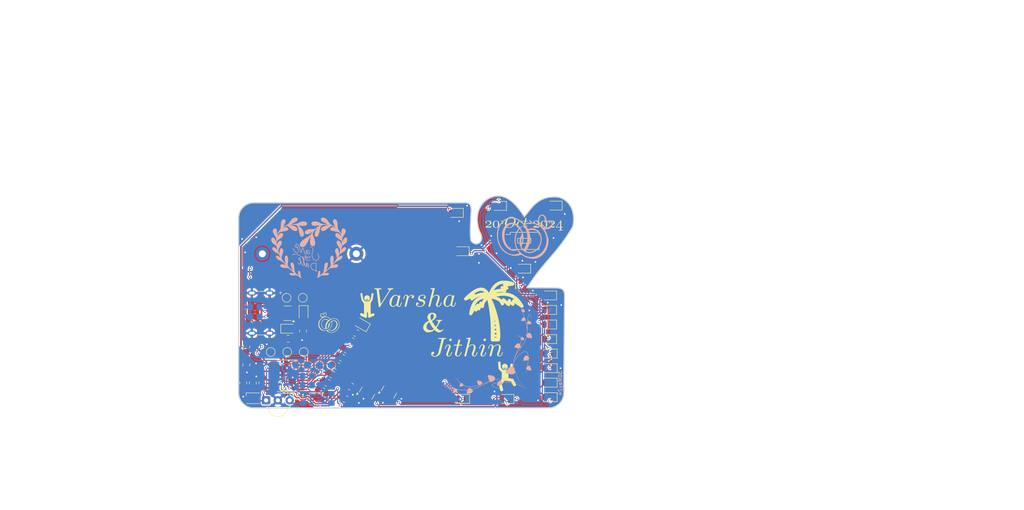
<source format=kicad_pcb>
(kicad_pcb (version 20240108) (generator "pcbnew") (generator_version "8.0")
  (title_block (title "card") (date "2023-11-22") (rev "1.1") (company "cspark") (comment 1 "jithin"))
  (layers (0 "F.Cu" signal) (31 "B.Cu" signal) (34 "B.Paste" user) (35 "F.Paste" user) (36 "B.SilkS" user "B.Silkscreen") (37 "F.SilkS" user "F.Silkscreen") (38 "B.Mask" user) (39 "F.Mask" user) (44 "Edge.Cuts" user))
  (net 0 "")
  (net 1 "+3V3")
  (net 2 "GND")
  (net 3 "Net-(U1-PC3)")
  (net 4 "Net-(U1-PC4)")
  (net 5 "Net-(U1-PC5)")
  (net 6 "Net-(U1-PC6)")
  (net 7 "Net-(U1-PC7)")
  (net 8 "Net-(U1-NRST{slash}PD7)")
  (net 9 "Net-(U1-PC0)")
  (net 10 "SWIO")
  (net 11 "L1")
  (net 12 "Net-(D1-K)")
  (net 13 "L2")
  (net 14 "L3")
  (net 15 "L4")
  (net 16 "L5")
  (net 17 "L6")
  (net 18 "L7")
  (net 19 "L8")
  (net 20 "Net-(D10-K)")
  (net 21 "Net-(Q1-B)")
  (net 22 "Net-(Q2-B)")
  (net 23 "C1")
  (net 24 "C2")
  (net 25 "C3")
  (net 26 "IR")
  (net 27 "Net-(U3-CSB)")
  (net 28 "BT")
  (net 29 "PA1")
  (net 30 "PA2")
  (net 31 "REED")
  (net 32 "SDA")
  (net 33 "SCL")
  (net 34 "Net-(P1-VCONN)")
  (net 35 "Net-(P1-CC)")
  (net 36 "Net-(D17-A)")
  (net 37 "Net-(D17-K)")
  (net 38 "Net-(D18-K)")
  (net 39 "/VUSB")
  (net 40 "Net-(U5-PROG)")
  (footprint "LED_SMD:LED_0805_2012Metric" (layer "F.Cu") (at 154.8625 104.5 180)
    (property "Reference" "D16" (hide yes))
    (property "Value" "NCD0805G1")
  )
  (footprint "TestPoint:TestPoint_Pad_D1.5mm" (layer "F.Cu") (at 102.2 116.65 90)
    (property "Reference" "J3" (hide yes))
    (property "Value" "Conn_01x01_Pin")
  )
  (footprint "LED_SMD:LED_0805_2012Metric" (layer "F.Cu") (at 134.8 86.75 180)
    (property "Reference" "D7" (hide yes))
    (property "Value" "D-B080508B1-KS2")
  )
  (footprint "LED_SMD:LED_WS2812B-2020_PLCC4_2.0x2.0mm" (layer "F.Cu") (at 91.25 126.6)
    (property "Reference" "D19" (hide yes))
    (property "Value" "WS2812B-2020")
  )
  (footprint "Package_TO_SOT_SMD:SOT-23-6" (layer "F.Cu") (at 98.7 108.325 180)
    (property "Reference" "U5" (hide yes))
    (property "Value" "TP4057")
  )
  (footprint "Resistor_SMD:R_0805_2012Metric_Pad1.20x1.40mm_HandSolder" (layer "F.Cu") (at 111.2 126.8 -30)
    (property "Reference" "R11" (hide yes))
    (property "Value" "1K")
  )
  (footprint "Resistor_SMD:R_0805_2012Metric_Pad1.20x1.40mm_HandSolder" (layer "F.Cu") (at 111.45 116.15 -30)
    (property "Reference" "R7" (hide yes))
    (property "Value" "1K")
  )
  (footprint "TestPoint:TestPoint_Pad_D1.5mm" (layer "F.Cu") (at 98.5 105)
    (property "Reference" "J4" (hide yes))
    (property "Value" "Conn_01x01_Pin")
  )
  (footprint "Resistor_SMD:R_0805_2012Metric_Pad1.20x1.40mm_HandSolder" (layer "F.Cu") (at 102.05 112.15 -90)
    (property "Reference" "R16" (hide yes))
    (property "Value" "10K")
  )
  (footprint "TestPoint:TestPoint_Pad_D1.5mm" (layer "F.Cu") (at 98.65 116.65 90)
    (property "Reference" "J2" (hide yes))
    (property "Value" "Conn_01x01_Pin")
  )
  (footprint "LED_SMD:LED_0805_2012Metric" (layer "F.Cu") (at 154.9875 120.121875 180)
    (property "Reference" "D11")
    (property "Value" "e17-21SURC/S530-A3/TR8")
  )
  (footprint "Capacitor_SMD:C_0805_2012Metric_Pad1.18x1.45mm_HandSolder" (layer "F.Cu") (at 91.25 123.3 90)
    (property "Reference" "C2" (hide yes))
    (property "Value" "10uF")
  )
  (footprint "Resistor_SMD:R_0805_2012Metric_Pad1.20x1.40mm_HandSolder" (layer "F.Cu") (at 112.35 124.1 -30)
    (property "Reference" "R10" (hide yes))
    (property "Value" "1K")
  )
  (footprint "Package_TO_SOT_SMD:SOT-23" (layer "F.Cu") (at 120.5 125.25 60)
    (property "Reference" "Q1" (hide yes))
    (property "Value" "BC817")
  )
  (footprint "LED_SMD:LED_0805_2012Metric" (layer "F.Cu") (at 144.1 85.25 180)
    (property "Reference" "D5" (hide yes))
    (property "Value" "e17-21SURC/S530-A3/TR8")
  )
  (footprint "Button_Switch_THT:SW_PUSH_1P1T_6x3.5mm_H4.3_APEM_MJTP1243" (layer "F.Cu") (at 121.2 88)
    (property "Reference" "SW1" (hide yes))
    (property "Value" "SW_Reed")
  )
  (footprint "Resistor_SMD:R_0805_2012Metric_Pad1.20x1.40mm_HandSolder" (layer "F.Cu") (at 109.4 119.7 -30)
    (property "Reference" "R5" (hide yes))
    (property "Value" "1K")
  )
  (footprint "LED_SMD:LED_0805_2012Metric" (layer "F.Cu") (at 102.17 108.37 -90)
    (property "Reference" "D17" (hide yes))
    (property "Value" "e17-21SURC/S530-A3/TR8")
  )
  (footprint "LED_SMD:LED_0805_2012Metric" (layer "F.Cu") (at 136.15 126.75 180)
    (property "Reference" "D2" (hide yes))
    (property "Value" "e17-21SURC/S530-A3/TR8")
  )
  (footprint "Capacitor_SMD:C_0805_2012Metric_Pad1.18x1.45mm_HandSolder" (layer "F.Cu") (at 89.85 119.45 90)
    (property "Reference" "C1" (hide yes))
    (property "Value" "100nF")
  )
  (footprint "LED_SMD:LED_0805_2012Metric" (layer "F.Cu") (at 149.3 98.75 180)
    (property "Reference" "D3" (hide yes))
    (property "Value" "NCD0805G1")
  )
  (footprint "LED_SMD:LED_0805_2012Metric" (layer "F.Cu") (at 154.8625 110.74875 180)
    (property "Reference" "D14" (hide yes))
    (property "Value" "e17-21SURC/S530-A3/TR8")
  )
  (footprint "Resistor_SMD:R_0805_2012Metric_Pad1.20x1.40mm_HandSolder" (layer "F.Cu") (at 113.5 112.6 -30)
    (property "Reference" "R9" (hide yes))
    (property "Value" "1K")
  )
  (footprint "LED_SMD:LED_0805_2012Metric" (layer "F.Cu") (at 154.8625 107.624375 180)
    (property "Reference" "D15" (hide yes))
    (property "Value" "NCD0805G1")
  )
  (footprint "Battery:BatteryHolder_Multicomp_BC-2001_1x2032" (layer "F.Cu") (at 105.7 95.5)
    (property "Reference" "BT1" (hide yes))
    (property "Value" "BC-2001")
  )
  (footprint "LED_SMD:LED_0805_2012Metric" (layer "F.Cu") (at 154.8625 113.873125 180)
    (property "Reference" "D13" (hide yes))
    (property "Value" "D-B080508B1-KS2")
  )
  (footprint "LED_SMD:LED_0805_2012Metric" (layer "F.Cu") (at 154.9875 123.24625 180)
    (property "Reference" "D10" (hide yes))
    (property "Value" "D-B080508B1-KS2")
  )
  (footprint "TestPoint:TestPoint_Pad_D1.5mm" (layer "F.Cu") (at 95.1 116.65 90)
    (property "Reference" "J1" (hide yes))
    (property "Value" "Conn_01x01_Pin")
  )
  (footprint "TestPoint:TestPoint_Pad_D1.5mm" (layer "F.Cu") (at 102 105 90)
    (property "Reference" "J5" (hide yes))
    (property "Value" "Conn_01x01_Pin")
  )
  (footprint "Resistor_SMD:R_0805_2012Metric_Pad1.20x1.40mm_HandSolder" (layer "F.Cu") (at 89.2 123.3 -90)
    (property "Reference" "R15" (hide yes))
    (property "Value" "10K")
  )
  (footprint "LED_SMD:LED_0805_2012Metric" (layer "F.Cu") (at 136.0625 95 180)
    (property "Reference" "D6" (hide yes))
    (property "Value" "NCD0805G1")
  )
  (footprint "LED_SMD:LED_0805_2012Metric" (layer "F.Cu") (at 156.06 85.2 180)
    (property "Reference" "D4" (hide yes))
    (property "Value" "D-B080508B1-KS2")
  )
  (footprint "Battery:BatteryHolder_Keystone_3002_1x2032" (layer "F.Cu") (at 103.46 95.55)
    (property "Reference" "BT2" (hide yes))
    (property "Value" "CR2032")
  )
  (footprint "LED_SMD:LED_0805_2012Metric" (layer "F.Cu") (at 98.95 111.65)
    (property "Reference" "D18" (hide yes))
    (property "Value" "e17-21SURC/S530-A3/TR8")
  )
  (footprint "Resistor_SMD:R_0805_2012Metric_Pad1.20x1.40mm_HandSolder" (layer "F.Cu") (at 107.3 123.3 -30)
    (property "Reference" "R3" (hide yes))
    (property "Value" "1K")
  )
  (footprint "Package_TO_SOT_SMD:SOT-23" (layer "F.Cu") (at 115.8 125.5 60)
    (property "Reference" "Q2" (hide yes))
    (property "Value" "BC817")
  )
  (footprint "Resistor_SMD:R_0805_2012Metric_Pad1.20x1.40mm_HandSolder" (layer "F.Cu") (at 110.45 117.9 -30)
    (property "Reference" "R6" (hide yes))
    (property "Value" "1K")
  )
  (footprint "LED_SMD:LED_0805_2012Metric" (layer "F.Cu") (at 154.9875 116.9975 180)
    (property "Reference" "D12" (hide yes))
    (property "Value" "NCD0805G1")
  )
  (footprint "Resistor_SMD:R_0805_2012Metric_Pad1.20x1.40mm_HandSolder" (layer "F.Cu") (at 98.85 113.8)
    (property "Reference" "R17" (hide yes))
    (property "Value" "10K")
  )
  (footprint "Connector_USB:USB_C_Receptacle_GCT_USB4125-xx-x_6P_TopMnt_Horizontal" (layer "F.Cu") (at 91.85 108.3 -90)
    (property "Reference" "P1" (hide yes))
    (property "Value" "USB_C_Plug_USB2.0_6pin")
  )
  (footprint "LED_SMD:LED_0805_2012Metric" (layer "F.Cu") (at 145.7 126.75 180)
    (property "Reference" "D1" (hide yes))
    (property "Value" "D-B080508B1-KS2")
  )
  (footprint "Resistor_SMD:R_0805_2012Metric_Pad1.20x1.40mm_HandSolder" (layer "F.Cu") (at 106.2 125.1 -30)
    (property "Reference" "R2" (hide yes))
    (property "Value" "1K")
  )
  (footprint "LED_SMD:LED_0805_2012Metric" (layer "F.Cu") (at 114.6 110.65 150)
    (property "Reference" "D8" (hide yes))
    (property "Value" "e17-21SURC/S530-A3/TR8")
  )
  (footprint "Resistor_SMD:R_0805_2012Metric_Pad1.20x1.40mm_HandSolder" (layer "F.Cu") (at 89.85 115.6 -90)
    (property "Reference" "R1" (hide yes))
    (property "Value" "10K")
  )
  (footprint "OptoDevice:Vishay_MINICAST-3Pin" (layer "F.Cu") (at 94.1 127.05)
    (property "Reference" "U2" (hide yes))
    (property "Value" "TSOP382xx")
  )
  (footprint "Resistor_SMD:R_0805_2012Metric_Pad1.20x1.40mm_HandSolder" (layer "F.Cu") (at 108.35 121.5 -30)
    (property "Reference" "R4" (hide yes))
    (property "Value" "1K")
  )
  (footprint "Package_SO:TSSOP-20_4.4x6.5mm_P0.65mm" (layer "F.Cu") (at 98.6375 121.775)
    (property "Reference" "U1")
    (property "Value" "CH32V003F4P6")
  )
  (footprint "Button_Switch_THT:SW_PUSH_1P1T_6x3.5mm_H4.3_APEM_MJTP1243" (layer "F.Cu") (at 146.425 92.775)
    (property "Reference" "SW2" (hide yes))
    (property "Value" "SW_Push")
  )
  (footprint "LED_SMD:LED_0805_2012Metric" (layer "F.Cu") (at 154.9875 126.370625 180)
    (property "Reference" "D9" (hide yes))
    (property "Value" "NCD0805G1")
  )
  (footprint "Resistor_SMD:R_0805_2012Metric_Pad1.20x1.40mm_HandSolder" (layer "F.Cu") (at 112.5 114.35 -30)
    (property "Reference" "R8" (hide yes))
    (property "Value" "1K")
  )
  (footprint "Capacitor_SMD:C_0805_2012Metric_Pad1.18x1.45mm_HandSolder" (layer "F.Cu") (at 93.3 123.3 -90)
    (property "Reference" "C3" (hide yes))
    (property "Value" "100nF")
  )
  (footprint "TestPoint:TestPoint_Pad_D1.5mm" (layer "B.Cu") (at 100.45 119.5 -90)
    (property "Reference" "tp3v3" (hide yes))
    (property "Value" "Conn_01x01_Pin")
  )
  (footprint "Capacitor_SMD:C_0805_2012Metric_Pad1.18x1.45mm_HandSolder" (layer "B.Cu") (at 102.1 126.65 90)
    (property "Reference" "C5" (hide yes))
    (property "Value" "100nF")
  )
  (footprint "TestPoint:TestPoint_Pad_D1.5mm" (layer "B.Cu") (at 108.07 119.5 -90)
    (property "Reference" "tpsda1" (hide yes))
    (property "Value" "Conn_01x01_Pin")
  )
  (footprint "TestPoint:TestPoint_Pad_D1.5mm" (layer "B.Cu") (at 105.53 119.5 -90)
    (property "Reference" "tpscl1" (hide yes))
    (property "Value" "Conn_01x01_Pin")
  )
  (footprint "Package_LGA:Bosch_LGA-8_2x2.5mm_P0.65mm_ClockwisePinNumbering" (layer "B.Cu") (at 104.5 126.75 90)
    (property "Reference" "U3" (hide yes))
    (property "Value" "BMP280")
  )
  (footprint "TestPoint:TestPoint_Pad_D1.5mm" (layer "B.Cu") (at 102.99 119.5 -90)
    (property "Reference" "tpgnd1" (hide yes))
    (property "Value" "Conn_01x01_Pin")
  )
  (footprint "Resistor_SMD:R_0805_2012Metric_Pad1.20x1.40mm_HandSolder" (layer "B.Cu") (at 108.15 126.625 -90)
    (property "Reference" "R14" (hide yes))
    (property "Value" "10K")
  )
  (footprint "Resistor_SMD:R_0805_2012Metric_Pad1.20x1.40mm_HandSolder" (layer "B.Cu") (at 91.7 109.1 180)
    (property "Reference" "R19" (hide yes))
    (property "Value" "5.1K")
  )
  (footprint "Resistor_SMD:R_0805_2012Metric_Pad1.20x1.40mm_HandSolder" (layer "B.Cu") (at 102.975 123.775 180)
    (property "Reference" "R12" (hide yes))
    (property "Value" "10K")
  )
  (footprint "Resistor_SMD:R_0805_2012Metric_Pad1.20x1.40mm_HandSolder" (layer "B.Cu") (at 102.975 121.825 180)
    (property "Reference" "R13" (hide yes))
    (property "Value" "10K")
  )
  (footprint "Resistor_SMD:R_0805_2012Metric_Pad1.20x1.40mm_HandSolder" (layer "B.Cu") (at 91.7 107 180)
    (property "Reference" "R18" (hide yes))
    (property "Value" "5.1K")
  )
  (gr_poly (pts (xy 104.752033 97.494561) (xy 104.620099 97.503183) (xy 104.554133 97.508356) (xy 104.488234 97.514292) (xy 104.422452 97.521132) (xy 104.356835 97.529015) (xy 104.291434 97.538084) (xy 104.226298 97.548479) (xy 104.18282 97.557147) (xy 104.141057 97.567915) (xy 104.101011 97.580702) (xy 104.062688 97.595426) (xy 104.026089 97.612006) (xy 103.99122 97.63036) (xy 103.958084 97.650408) (xy 103.926684 97.672068) (xy 103.897025 97.695258) (xy 103.869109 97.719898) (xy 103.842941 97.745906) (xy 103.818525 97.773201) (xy 103.795864 97.801701) (xy 103.774962 97.831325) (xy 103.755822 97.861993) (xy 103.738449 97.893622) (xy 103.722845 97.926131) (xy 103.709016 97.959439) (xy 103.696963 97.993465) (xy 103.686692 98.028127) (xy 103.678206 98.063344) (xy 103.671508 98.099035) (xy 103.666603 98.135119) (xy 103.663493 98.171513) (xy 103.662183 98.208138) (xy 103.662677 98.244911) (xy 103.664978 98.281751) (xy 103.669089 98.318578) (xy 103.675016 98.355309) (xy 103.68276 98.391863) (xy 103.692326 98.428159) (xy 103.703719 98.464116) (xy 103.721263 98.512403) (xy 103.740306 98.559423) (xy 103.760923 98.605107) (xy 103.78319 98.649388) (xy 103.80718 98.692199) (xy 103.832969 98.73347) (xy 103.860632 98.773135) (xy 103.890244 98.811124) (xy 103.92188 98.847371) (xy 103.955614 98.881807) (xy 103.991522 98.914364) (xy 104.029679 98.944974) (xy 104.070159 98.973569) (xy 104.113037 99.000082) (xy 104.158389 99.024445) (xy 104.206289 99.046588) (xy 104.358127 99.111449) (xy 104.434439 99.142859) (xy 104.472795 99.158012) (xy 104.511324 99.172684) (xy 104.64292 99.222064) (xy 104.707843 99.248308) (xy 104.739883 99.262221) (xy 104.771564 99.276814) (xy 104.80283 99.292203) (xy 104.833621 99.308502) (xy 104.86388 99.325827) (xy 104.893549 99.344292) (xy 104.92257 99.364013) (xy 104.950885 99.385103) (xy 104.978436 99.40768) (xy 105.005166 99.431856) (xy 105.008757 99.435082) (xy 105.012578 99.438143) (xy 105.016663 99.441087) (xy 105.021044 99.443963) (xy 105.025756 99.446819) (xy 105.030831 99.449702) (xy 105.036302 99.452661) (xy 105.042204 99.455743) (xy 105.070779 99.470267) (xy 105.088514 99.479518) (xy 105.09836 99.484809) (xy 105.108902 99.490607) (xy 105.108319 99.479236) (xy 105.107969 99.468462) (xy 105.107769 99.448665) (xy 105.107946 99.415637) (xy 105.10751 99.402163) (xy 105.106983 99.396133) (xy 105.106183 99.390554) (xy 105.105059 99.38541) (xy 105.10356 99.380686) (xy 105.101635 99.376367) (xy 105.099234 99.372438) (xy 105.094458 99.365935) (xy 105.089455 99.359524) (xy 105.084236 99.353215) (xy 105.078813 99.347015) (xy 105.073197 99.340935) (xy 105.067401 99.334983) (xy 105.061436 99.329168) (xy 105.055314 99.323499) (xy 105.049046 99.317985) (xy 105.042644 99.312635) (xy 105.03612 99.307458) (xy 105.029485 99.302463) (xy 105.022752 99.297658) (xy 105.015932 99.293054) (xy 105.009036 99.288657) (xy 105.002077 99.284479) (xy 104.995016 99.280219) (xy 104.988281 99.275835) (xy 104.981866 99.271329) (xy 104.975764 99.266701) (xy 104.969969 99.261952) (xy 104.964474 99.257082) (xy 104.959272 99.252093) (xy 104.954358 99.246985) (xy 104.949723 99.241758) (xy 104.945363 99.236413) (xy 104.94127 99.230951) (xy 104.937437 99.225373) (xy 104.933859 99.219679) (xy 104.930529 99.21387) (xy 104.927439 99.207947) (xy 104.924585 99.201911) (xy 104.921958 99.195761) (xy 104.919552 99.189499) (xy 104.917362 99.183126) (xy 104.91538 99.176641) (xy 104.912014 99.163343) (xy 104.909403 99.149609) (xy 104.907494 99.135446) (xy 104.906235 99.120859) (xy 104.905574 99.105852) (xy 104.905457 99.090433) (xy 104.90638 98.912568) (xy 104.906347 98.734698) (xy 104.905927 98.378913) (xy 104.908344 97.65094) (xy 104.907897 97.628545) (xy 104.906599 97.608105) (xy 104.90562 97.59998) (xy 104.792521 97.59998) (xy 104.792454 99.160803) (xy 104.508755 99.047422) (xy 104.374264 98.992837) (xy 104.242682 98.937011) (xy 104.218709 98.926065) (xy 104.19548 98.914509) (xy 104.172983 98.902356) (xy 104.151207 98.889616) (xy 104.130141 98.876303) (xy 104.109774 98.862427) (xy 104.090095 98.848) (xy 104.071092 98.833034) (xy 104.052754 98.81754) (xy 104.03507 98.80153) (xy 104.018029 98.785015) (xy 104.00162 98.768008) (xy 103.970653 98.732562) (xy 103.942079 98.695285) (xy 103.915809 98.65627) (xy 103.891753 98.61561) (xy 103.869823 98.573398) (xy 103.849928 98.529727) (xy 103.83198 98.484691) (xy 103.81589 98.438383) (xy 103.801568 98.390895) (xy 103.788924 98.342321) (xy 103.779941 98.296724) (xy 103.774822 98.250922) (xy 103.773452 98.205164) (xy 103.775716 98.159701) (xy 103.781501 98.114784) (xy 103.790691 98.070663) (xy 103.803171 98.027589) (xy 103.818828 97.985812) (xy 103.837546 97.945583) (xy 103.859212 97.907152) (xy 103.883709 97.87077) (xy 103.910925 97.836687) (xy 103.940744 97.805154) (xy 103.973051 97.776421) (xy 104.007733 97.750738) (xy 104.025928 97.739119) (xy 104.044674 97.728357) (xy 104.089034 97.706033) (xy 104.133908 97.686761) (xy 104.179255 97.670297) (xy 104.225033 97.656395) (xy 104.271198 97.644808) (xy 104.317709 97.635293) (xy 104.364523 97.627602) (xy 104.411598 97.62149) (xy 104.458892 97.616712) (xy 104.506362 97.613022) (xy 104.601663 97.607924) (xy 104.792521 97.59998) (xy 104.90562 97.59998) (xy 104.904366 97.589561) (xy 104.902873 97.580982) (xy 104.901115 97.572856) (xy 104.899081 97.565174) (xy 104.896761 97.55793) (xy 104.894144 97.551116) (xy 104.89122 97.544725) (xy 104.887978 97.538751) (xy 104.884408 97.533184) (xy 104.880499 97.52802) (xy 104.876241 97.523249) (xy 104.871623 97.518865) (xy 104.866635 97.51486) (xy 104.861266 97.511227) (xy 104.855506 97.50796) (xy 104.849344 97.50505) (xy 104.842769 97.50249) (xy 104.835772 97.500274) (xy 104.828342 97.498393) (xy 104.820467 97.496841) (xy 104.812138 97.495609) (xy 104.803344 97.494692) (xy 104.794075 97.494082) (xy 104.774068 97.493752)) (stroke (width -0.000001)) (fill solid) (layer "B.SilkS"))
  (gr_poly (pts (xy 103.712911 94.053256) (xy 103.707641 94.053519) (xy 103.702536 94.054027) (xy 103.697566 94.054793) (xy 103.692701 94.055833) (xy 103.687911 94.057161) (xy 103.683167 94.058791) (xy 103.678439 94.060738) (xy 103.673696 94.063016) (xy 103.66891 94.065641) (xy 103.66405 94.068626) (xy 103.659086 94.071986) (xy 103.653988 94.075735) (xy 103.648727 94.079889) (xy 103.637597 94.089466) (xy 103.625455 94.100834) (xy 103.612064 94.114109) (xy 103.597184 94.129406) (xy 103.580577 94.146842) (xy 103.580577 94.146844) (xy 103.640242 94.153943) (xy 103.670078 94.157172) (xy 103.685011 94.158492) (xy 103.699958 94.159533) (xy 103.722292 94.161325) (xy 103.744246 94.164033) (xy 103.765797 94.16764) (xy 103.786925 94.17213) (xy 103.807606 94.177484) (xy 103.827818 94.183687) (xy 103.847539 94.19072) (xy 103.866746 94.198567) (xy 103.885418 94.207211) (xy 103.903533 94.216635) (xy 103.921067 94.226822) (xy 103.937999 94.237754) (xy 103.954307 94.249415) (xy 103.969967 94.261788) (xy 103.984959 94.274856) (xy 103.99926 94.288601) (xy 104.012847 94.303006) (xy 104.025698 94.318055) (xy 104.037792 94.333731) (xy 104.049105 94.350016) (xy 104.059616 94.366893) (xy 104.069302 94.384346) (xy 104.078141 94.402357) (xy 104.086111 94.420909) (xy 104.09319 94.439986) (xy 104.099355 94.45957) (xy 104.104584 94.479644) (xy 104.108855 94.50019) (xy 104.112146 94.521193) (xy 104.114434 94.542636) (xy 104.115697 94.5645) (xy 104.115914 94.586769) (xy 104.114059 94.640027) (xy 104.110169 94.693357) (xy 104.104484 94.746696) (xy 104.097248 94.799983) (xy 104.088702 94.853157) (xy 104.07909 94.906157) (xy 104.068652 94.95892) (xy 104.057633 95.011386) (xy 104.009359 95.238148) (xy 103.987075 95.351696) (xy 103.967392 95.465571) (xy 103.951335 95.579934) (xy 103.944986 95.637348) (xy 103.939928 95.694945) (xy 103.936288 95.752745) (xy 103.934196 95.810767) (xy 103.933778 95.869032) (xy 103.935163 95.927561) (xy 103.93952 95.997821) (xy 103.946955 96.06666) (xy 103.957474 96.134069) (xy 103.971084 96.200036) (xy 103.98779 96.26455) (xy 104.007599 96.327602) (xy 104.030517 96.389181) (xy 104.056551 96.449276) (xy 104.085705 96.507877) (xy 104.117987 96.564973) (xy 104.153404 96.620554) (xy 104.19196 96.674609) (xy 104.233662 96.727128) (xy 104.278516 96.778101) (xy 104.32653 96.827515) (xy 104.377708 96.875363) (xy 104.4048 96.898474) (xy 104.432477 96.920034) (xy 104.460691 96.940044) (xy 104.489397 96.958509) (xy 104.518546 96.975429) (xy 104.548092 96.990809) (xy 104.577988 97.004652) (xy 104.608187 97.016959) (xy 104.638641 97.027734) (xy 104.669304 97.03698) (xy 104.700129 97.044699) (xy 104.731068 97.050894) (xy 104.762075 97.055569) (xy 104.793103 97.058725) (xy 104.824104 97.060366) (xy 104.855032 97.060495) (xy 104.88584 97.059115) (xy 104.91648 97.056227) (xy 104.946906 97.051836) (xy 104.97707 97.045944) (xy 105.006926 97.038553) (xy 105.036427 97.029667) (xy 105.065525 97.019288) (xy 105.094173 97.00742) (xy 105.122325 96.994065) (xy 105.149934 96.979225) (xy 105.176952 96.962904) (xy 105.203332 96.945105) (xy 105.229028 96.92583) (xy 105.253993 96.905083) (xy 105.278178 96.882865) (xy 105.301539 96.859181) (xy 105.31283 96.84708) (xy 105.324075 96.83473) (xy 105.335094 96.822099) (xy 105.340464 96.815669) (xy 105.34571 96.809159) (xy 105.350811 96.802563) (xy 105.355744 96.795878) (xy 105.360487 96.789101) (xy 105.365017 96.782228) (xy 105.369313 96.775255) (xy 105.373351 96.768178) (xy 105.37711 96.760994) (xy 105.380566 96.753698) (xy 105.410421 96.683158) (xy 105.436421 96.612755) (xy 105.45844 96.542506) (xy 105.476349 96.47243) (xy 105.490019 96.402544) (xy 105.499322 96.332868) (xy 105.504129 96.263418) (xy 105.504313 96.194215) (xy 105.499743 96.125274) (xy 105.490293 96.056616) (xy 105.475833 95.988257) (xy 105.456236 95.920217) (xy 105.431372 95.852512) (xy 105.401113 95.785163) (xy 105.365331 95.718186) (xy 105.323898 95.6516) (xy 105.315273 95.639367) (xy 105.306028 95.627526) (xy 105.296218 95.616047) (xy 105.285897 95.6049) (xy 105.275122 95.594055) (xy 105.263946 95.583481) (xy 105.252425 95.573149) (xy 105.240614 95.563029) (xy 105.216341 95.543304) (xy 105.191567 95.524066) (xy 105.142274 95.486091) (xy 105.140889 95.485113) (xy 105.139337 95.484231) (xy 105.137629 95.483443) (xy 105.135777 95.482747) (xy 105.133793 95.482142) (xy 105.131688 95.481626) (xy 105.127165 95.480855) (xy 105.122301 95.480422) (xy 105.117192 95.480314) (xy 105.11193 95.480518) (xy 105.106612 95.481021) (xy 105.10133 95.48181) (xy 105.09618 95.482874) (xy 105.091255 95.484197) (xy 105.08665 95.485769) (xy 105.082459 95.487577) (xy 105.078778 95.489607) (xy 105.077157 95.490701) (xy 105.075698 95.491846) (xy 105.074414 95.493041) (xy 105.073317 95.494283) (xy 105.072336 95.495662) (xy 105.071469 95.497153) (xy 105.070712 95.49875) (xy 105.070061 95.500447) (xy 105.069512 95.502238) (xy 105.069061 95.504118) (xy 105.068703 95.506081) (xy 105.068436 95.508121) (xy 105.068156 95.51241) (xy 105.06819 95.51694) (xy 105.068505 95.521664) (xy 105.06907 95.526536) (xy 105.069854 95.531512) (xy 105.070825 95.536545) (xy 105.071952 95.54159) (xy 105.073203 95.546601) (xy 105.075953 95.556337) (xy 105.078822 95.565387) (xy 105.079283 95.566648) (xy 105.07982 95.567886) (xy 105.08043 95.569104) (xy 105.081109 95.570302) (xy 105.081854 95.57148) (xy 105.082662 95.572639) (xy 105.083528 95.57378) (xy 105.084451 95.574904) (xy 105.085426 95.576011) (xy 105.08645 95.577102) (xy 105.088632 95.57924) (xy 105.090969 95.581323) (xy 105.093435 95.583356) (xy 105.096002 95.585347) (xy 105.098644 95.5873) (xy 105.104042 95.591117) (xy 105.109414 95.594854) (xy 105.112022 95.596706) (xy 105.114543 95.598557) (xy 105.143972 95.622029) (xy 105.171538 95.647109) (xy 105.197273 95.6737) (xy 105.221213 95.701705) (xy 105.24339 95.731026) (xy 105.263837 95.761565) (xy 105.28259 95.793225) (xy 105.29968 95.82591) (xy 105.315142 95.859521) (xy 105.32901 95.893962) (xy 105.341316 95.929134) (xy 105.352095 95.964941) (xy 105.369205 96.038069) (xy 105.380608 96.112567) (xy 105.386574 96.187655) (xy 105.38737 96.262556) (xy 105.383266 96.33649) (xy 105.374531 96.408678) (xy 105.361433 96.478341) (xy 105.344241 96.544701) (xy 105.323224 96.606979) (xy 105.298651 96.664395) (xy 105.283955 96.692789) (xy 105.267874 96.719726) (xy 105.250471 96.745194) (xy 105.231814 96.769185) (xy 105.211966 96.791688) (xy 105.190995 96.812693) (xy 105.168965 96.832189) (xy 105.145942 96.850167) (xy 105.121991 96.866616) (xy 105.097178 96.881527) (xy 105.071569 96.894888) (xy 105.045229 96.906691) (xy 105.018223 96.916924) (xy 104.990617 96.925578) (xy 104.962477 96.932642) (xy 104.933867 96.938107) (xy 104.904855 96.941961) (xy 104.875504 96.944196) (xy 104.845881 96.9448) (xy 104.816051 96.943764) (xy 104.786079 96.941078) (xy 104.756032 96.936731) (xy 104.725974 96.930713) (xy 104.695972 96.923014) (xy 104.66609 96.913624) (xy 104.636395 96.902533) (xy 104.606951 96.88973) (xy 104.577824 96.875206) (xy 104.54908 96.85895) (xy 104.520785 96.840952) (xy 104.493003 96.821202) (xy 104.4658 96.79969) (xy 104.428132 96.766911) (xy 104.392338 96.732924) (xy 104.358392 96.697751) (xy 104.326272 96.661414) (xy 104.295955 96.623937) (xy 104.267416 96.585343) (xy 104.240632 96.545655) (xy 104.21558 96.504896) (xy 104.192237 96.463089) (xy 104.170578 96.420256) (xy 104.15058 96.376422) (xy 104.132221 96.331609) (xy 104.115475 96.285839) (xy 104.10032 96.239137) (xy 104.086732 96.191525) (xy 104.074688 96.143025) (xy 104.062994 96.085819) (xy 104.05417 96.028779) (xy 104.048024 95.971895) (xy 104.04436 95.915154) (xy 104.042986 95.858545) (xy 104.043709 95.802055) (xy 104.046334 95.745672) (xy 104.050667 95.689385) (xy 104.056517 95.633182) (xy 104.063688 95.577049) (xy 104.081222 95.464951) (xy 104.101721 95.352994) (xy 104.123636 95.241082) (xy 104.181732 94.95725) (xy 104.195496 94.886185) (xy 104.208293 94.814999) (xy 104.21979 94.743653) (xy 104.229655 94.672107) (xy 104.232446 94.644204) (xy 104.233838 94.616516) (xy 104.233861 94.589078) (xy 104.232544 94.561926) (xy 104.229918 94.535093) (xy 104.226012 94.508616) (xy 104.220856 94.482529) (xy 104.21448 94.456867) (xy 104.206913 94.431665) (xy 104.198186 94.406958) (xy 104.188327 94.382782) (xy 104.177367 94.35917) (xy 104.165335 94.336158) (xy 104.152261 94.313782) (xy 104.138175 94.292076) (xy 104.123107 94.271074) (xy 104.107086 94.250813) (xy 104.090142 94.231326) (xy 104.072305 94.21265) (xy 104.053605 94.194819) (xy 104.034071 94.177867) (xy 104.013732 94.161831) (xy 103.99262 94.146744) (xy 103.970763 94.132643) (xy 103.948192 94.119561) (xy 103.924935 94.107534) (xy 103.901023 94.096597) (xy 103.876486 94.086785) (xy 103.851352 94.078133) (xy 103.825653 94.070676) (xy 103.799418 94.064449) (xy 103.772676 94.059487) (xy 103.756919 94.057035) (xy 103.742775 94.055097) (xy 103.730007 94.053787) (xy 103.718375 94.053223)) (stroke (width -0.000001)) (fill solid) (layer "B.SilkS"))
  (gr_poly (pts (xy 103.31766 96.071724) (xy 103.311495 96.072428) (xy 103.305159 96.073427) (xy 103.298665 96.074664) (xy 103.285253 96.077628) (xy 103.271358 96.080866) (xy 103.257077 96.083926) (xy 103.249822 96.085248) (xy 103.242508 96.086357) (xy 103.245159 96.095472) (xy 103.248129 96.103943) (xy 103.251403 96.111801) (xy 103.254965 96.119077) (xy 103.258799 96.125803) (xy 103.262892 96.13201) (xy 103.267226 96.137731) (xy 103.271787 96.142997) (xy 103.276559 96.147838) (xy 103.281527 96.152288) (xy 103.286676 96.156377) (xy 103.291989 96.160137) (xy 103.297452 96.1636) (xy 103.30305 96.166796) (xy 103.308767 96.169759) (xy 103.314587 96.172519) (xy 103.326476 96.177556) (xy 103.338594 96.182162) (xy 103.363027 96.191088) (xy 103.375095 96.195913) (xy 103.386899 96.201316) (xy 103.392664 96.204314) (xy 103.398317 96.207551) (xy 103.403843 96.211059) (xy 103.409226 96.214869) (xy 103.41373 96.227905) (xy 103.417509 96.2411) (xy 103.420619 96.254454) (xy 103.423116 96.267962) (xy 103.426496 96.295431) (xy 103.428094 96.323486) (xy 103.428357 96.352106) (xy 103.427733 96.381269) (xy 103.425609 96.441135) (xy 103.425004 96.471796) (xy 103.425299 96.502913) (xy 103.426941 96.534463) (xy 103.430376 96.566426) (xy 103.436053 96.59878) (xy 103.439872 96.615097) (xy 103.444418 96.631503) (xy 103.449748 96.647995) (xy 103.455917 96.664572) (xy 103.462982 96.681231) (xy 103.470998 96.697968) (xy 103.480471 96.683413) (xy 103.488911 96.668933) (xy 103.496374 96.654527) (xy 103.502916 96.640197) (xy 103.508593 96.625943) (xy 103.513463 96.611766) (xy 103.517581 96.597667) (xy 103.521004 96.583647) (xy 103.52599 96.555845) (xy 103.528872 96.528366) (xy 103.530101 96.501218) (xy 103.530127 96.474405) (xy 103.527226 96.370639) (xy 103.528004 96.3456) (xy 103.530286 96.320934) (xy 103.534522 96.296647) (xy 103.537514 96.284648) (xy 103.541163 96.272746) (xy 103.704793 96.228568) (xy 103.682002 96.21041) (xy 103.6591 96.194261) (xy 103.63612 96.179934) (xy 103.613095 96.167243) (xy 103.59006 96.156) (xy 103.567046 96.146021) (xy 103.544089 96.137116) (xy 103.521221 96.129102) (xy 103.475887 96.114993) (xy 103.431312 96.102203) (xy 103.387762 96.089238) (xy 103.366456 96.082224) (xy 103.345506 96.074606) (xy 103.342971 96.073721) (xy 103.340376 96.072987) (xy 103.337723 96.072398) (xy 103.335014 96.071947) (xy 103.329432 96.071427) (xy 103.323644 96.071371)) (stroke (width -0.000001)) (fill solid) (layer "B.SilkS"))
  (gr_poly (pts (xy 149.879199 124.559506) (xy 149.878381 124.559684) (xy 149.877688 124.559934) (xy 149.877119 124.560256) (xy 149.876674 124.560651) (xy 149.876354 124.561121) (xy 149.87616 124.561664) (xy 149.876091 124.562282) (xy 149.876147 124.562976) (xy 149.876329 124.563745) (xy 149.876638 124.564591) (xy 149.877635 124.566515) (xy 149.87914 124.56875) (xy 149.881155 124.571303) (xy 149.883683 124.574176) (xy 149.886725 124.577375) (xy 149.890285 124.580905) (xy 149.894363 124.584768) (xy 149.898963 124.58897) (xy 149.904087 124.593515) (xy 149.909736 124.598408) (xy 149.944274 124.62694) (xy 149.915743 124.5924) (xy 149.909639 124.585807) (xy 149.9038 124.579637) (xy 149.898347 124.574029) (xy 149.895805 124.57148) (xy 149.893405 124.569125) (xy 149.891164 124.566981) (xy 149.889097 124.565066) (xy 149.887219 124.563397) (xy 149.885545 124.561992) (xy 149.884092 124.560869) (xy 149.882873 124.560045) (xy 149.882357 124.559751) (xy 149.881906 124.559538) (xy 149.881521 124.559408) (xy 149.881204 124.559365)) (stroke (width -0.000001)) (fill solid) (layer "B.SilkS"))
  (gr_poly (pts (xy 153.692223 87.171332) (xy 153.646909 87.154699) (xy 153.60127 87.141227) (xy 153.555414 87.130902) (xy 153.509445 87.123705) (xy 153.46347 87.119618) (xy 153.417594 87.118625) (xy 153.371926 87.120708) (xy 153.326567 87.125848) (xy 153.281628 87.134029) (xy 153.237212 87.145232) (xy 153.193426 87.15944) (xy 153.150373 87.176636) (xy 153.108164 87.196802) (xy 153.066903 87.219919) (xy 153.026696 87.245972) (xy 152.987647 87.274941) (xy 152.949864 87.30681) (xy 152.913453 87.341561) (xy 152.878519 87.379175) (xy 152.845169 87.419637) (xy 152.813509 87.462927) (xy 152.783643 87.509028) (xy 152.755679 87.557922) (xy 152.729723 87.609594) (xy 152.70266 87.671032) (xy 152.67884 87.732924) (xy 152.65808 87.795242) (xy 152.640196 87.857961) (xy 152.625004 87.921055) (xy 152.612319 87.984497) (xy 152.60196 88.04826) (xy 152.593742 88.112319) (xy 152.587481 88.176648) (xy 152.582993 88.24122) (xy 152.580094 88.306009) (xy 152.578601 88.370988) (xy 152.579099 88.501412) (xy 152.583013 88.632286) (xy 152.58595 88.69642) (xy 152.589624 88.761034) (xy 152.598703 88.89382) (xy 152.620399 89.188487) (xy 152.430589 89.105583) (xy 152.241263 89.03293) (xy 152.052395 88.970598) (xy 151.863955 88.918651) (xy 151.675911 88.87716) (xy 151.488236 88.846191) (xy 151.300899 88.825811) (xy 151.113873 88.816088) (xy 150.927125 88.817091) (xy 150.740628 88.828884) (xy 150.55435 88.851537) (xy 150.368265 88.885117) (xy 150.18234 88.929691) (xy 149.996547 88.985328) (xy 149.810857 89.052093) (xy 149.625239 89.130055) (xy 149.223009 88.780522) (xy 149.024544 88.610462) (xy 148.924674 88.527239) (xy 148.823882 88.445462) (xy 148.685943 88.340643) (xy 148.545488 88.24439) (xy 148.402774 88.156667) (xy 148.258055 88.077434) (xy 148.111585 88.006655) (xy 147.963622 87.944291) (xy 147.814418 87.890307) (xy 147.66423 87.844662) (xy 147.513312 87.807322) (xy 147.36192 87.778246) (xy 147.210309 87.757399) (xy 147.058733 87.744743) (xy 146.907447 87.740239) (xy 146.756708 87.743851) (xy 146.60677 87.75554) (xy 146.457887 87.775271) (xy 146.310316 87.803002) (xy 146.164311 87.8387) (xy 146.020127 87.882325) (xy 145.878019 87.93384) (xy 145.738243 87.993208) (xy 145.601053 88.060389) (xy 145.466704 88.135348) (xy 145.335452 88.218048) (xy 145.207552 88.308449) (xy 145.083258 88.406514) (xy 144.962826 88.512207) (xy 144.84651 88.625488) (xy 144.734568 88.746321) (xy 144.627251 88.874669) (xy 144.524816 89.010493) (xy 144.42752 89.153757) (xy 144.281679 89.395234) (xy 144.153497 89.638856) (xy 144.042626 89.884538) (xy 143.948722 90.132193) (xy 143.871435 90.381735) (xy 143.810419 90.633078) (xy 143.765328 90.886135) (xy 143.735815 91.140823) (xy 143.721534 91.397054) (xy 143.722139 91.654741) (xy 143.737279 91.913799) (xy 143.766612 92.174143) (xy 143.809789 92.435686) (xy 143.866465 92.698342) (xy 143.936291 92.962025) (xy 144.018921 93.22665) (xy 144.077548 93.391843) (xy 144.141487 93.553492) (xy 144.210818 93.71147) (xy 144.28562 93.865657) (xy 144.36597 94.015926) (xy 144.451944 94.162157) (xy 144.543621 94.304225) (xy 144.641079 94.442006) (xy 144.744395 94.575378) (xy 144.85365 94.704218) (xy 144.968917 94.8284) (xy 145.090278 94.947802) (xy 145.217809 95.062302) (xy 145.351588 95.171775) (xy 145.491692 95.276098) (xy 145.638201 95.375147) (xy 145.744614 95.440813) (xy 145.853991 95.502888) (xy 145.965948 95.561272) (xy 146.080099 95.615868) (xy 146.196057 95.666574) (xy 146.313436 95.713289) (xy 146.43185 95.755916) (xy 146.550912 95.794354) (xy 146.84615 95.884843) (xy 146.995313 95.926928) (xy 147.070358 95.946013) (xy 147.145745 95.963349) (xy 147.221492 95.978604) (xy 147.297626 95.991443) (xy 147.374165 96.001532) (xy 147.451134 96.00854) (xy 147.528555 96.012131) (xy 147.606451 96.011973) (xy 147.684842 96.007734) (xy 147.763755 95.999078) (xy 147.997231 95.966413) (xy 148.113994 95.948748) (xy 148.230392 95.92932) (xy 148.346138 95.907474) (xy 148.460946 95.882554) (xy 148.517908 95.868736) (xy 148.574529 95.853905) (xy 148.630772 95.837977) (xy 148.686602 95.820872) (xy 148.725595 95.809235) (xy 148.763316 95.799638) (xy 148.799886 95.792111) (xy 148.835429 95.786683) (xy 148.870067 95.783383) (xy 148.903922 95.782242) (xy 148.93712 95.78329) (xy 148.969781 95.786553) (xy 149.00203 95.792063) (xy 149.033989 95.799851) (xy 149.06578 95.809943) (xy 149.097527 95.822371) (xy 149.129352 95.837163) (xy 149.161378 95.85435) (xy 149.193729 95.873959) (xy 149.226527 95.896023) (xy 149.36172 95.987487) (xy 149.498838 96.072811) (xy 149.637879 96.151987) (xy 149.77884 96.22501) (xy 149.921716 96.291874) (xy 150.066507 96.352571) (xy 150.213205 96.407095) (xy 150.361811 96.45544) (xy 150.51232 96.497597) (xy 150.664727 96.533563) (xy 150.819031 96.563327) (xy 150.975227 96.586887) (xy 151.133313 96.604236) (xy 151.293286 96.615366) (xy 151.45514 96.620268) (xy 151.618875 96.618939) (xy 151.761747 96.611609) (xy 151.901616 96.597517) (xy 152.038523 96.576776) (xy 152.172515 96.549498) (xy 152.303633 96.515795) (xy 152.431923 96.475782) (xy 152.55743 96.42957) (xy 152.680194 96.377271) (xy 152.800263 96.318998) (xy 152.917677 96.254865) (xy 153.032484 96.184983) (xy 153.144724 96.109466) (xy 153.254444 96.028425) (xy 153.361688 95.941975) (xy 153.466497 95.850227) (xy 153.568917 95.753293) (xy 153.706103 95.612371) (xy 153.834917 95.467534) (xy 153.955436 95.318826) (xy 154.06774 95.166293) (xy 154.171905 95.009981) (xy 154.268009 94.849936) (xy 154.356131 94.6862) (xy 154.43635 94.518822) (xy 154.446187 94.495587) (xy 154.002725 94.288797) (xy 153.929856 94.43203) (xy 153.850585 94.572914) (xy 153.76491 94.711243) (xy 153.672826 94.846812) (xy 153.561615 94.994853) (xy 153.444355 95.134723) (xy 153.321396 95.266382) (xy 153.193088 95.389783) (xy 153.059781 95.504885) (xy 152.921825 95.611642) (xy 152.779571 95.710011) (xy 152.633367 95.799946) (xy 152.483565 95.881409) (xy 152.330515 95.95435) (xy 152.174566 96.018729) (xy 152.016069 96.074501) (xy 151.855373 96.121622) (xy 151.692829 96.160047) (xy 151.528788 96.189735) (xy 151.363599 96.210641) (xy 151.19761 96.22272) (xy 151.031175 96.225929) (xy 150.864643 96.220225) (xy 150.698362 96.205563) (xy 150.532684 96.1819) (xy 150.367958 96.149192) (xy 150.204535 96.107395) (xy 150.042764 96.056465) (xy 149.882997 95.996358) (xy 149.725582 95.92703) (xy 149.57087 95.84844) (xy 149.419211 95.76054) (xy 149.270955 95.663289) (xy 149.126452 95.556643) (xy 148.986054 95.440557) (xy 148.850108 95.314987) (xy 148.671463 95.130014) (xy 148.508915 94.939514) (xy 148.362296 94.74364) (xy 148.337312 94.705243) (xy 147.958308 94.528511) (xy 147.913414 94.551235) (xy 147.868264 94.572173) (xy 147.822888 94.591328) (xy 147.777312 94.608698) (xy 147.731564 94.624285) (xy 147.685671 94.638091) (xy 147.63966 94.650114) (xy 147.593559 94.660354) (xy 147.547395 94.668812) (xy 147.501196 94.675491) (xy 147.454991 94.680389) (xy 147.408802 94.683507) (xy 147.362662 94.684847) (xy 147.316596 94.684407) (xy 147.270631 94.682191) (xy 147.224795 94.678195) (xy 147.179116 94.672424) (xy 147.13362 94.664875) (xy 147.088336 94.655551) (xy 147.043289 94.644451) (xy 146.99851 94.631576) (xy 146.954023 94.616927) (xy 146.909858 94.600504) (xy 146.86604 94.582307) (xy 146.822597 94.562339) (xy 146.779558 94.540598) (xy 146.736949 94.517084) (xy 146.694797 94.491799) (xy 146.653131 94.464745) (xy 146.611977 94.435919) (xy 146.571362 94.405325) (xy 146.531316 94.37296) (xy 146.461102 94.312469) (xy 146.393102 94.250345) (xy 146.32728 94.186594) (xy 146.263609 94.121224) (xy 146.202055 94.05424) (xy 146.142585 93.985649) (xy 146.085168 93.915455) (xy 146.02977 93.843667) (xy 145.976361 93.77029) (xy 145.924909 93.695328) (xy 145.875378 93.61879) (xy 145.82774 93.540682) (xy 145.781962 93.461009) (xy 145.738012 93.379777) (xy 145.695855 93.296993) (xy 145.655462 93.212664) (xy 145.601414 93.089534) (xy 145.553216 92.965768) (xy 145.510623 92.841373) (xy 145.473393 92.716362) (xy 145.441281 92.590743) (xy 145.414044 92.464525) (xy 145.391438 92.337721) (xy 145.373217 92.210338) (xy 145.35914 92.082389) (xy 145.34896 91.953882) (xy 145.342436 91.824827) (xy 145.339322 91.695236) (xy 145.339376 91.565116) (xy 145.342351 91.43448) (xy 145.348006 91.303335) (xy 145.356095 91.171694) (xy 145.366401 91.059936) (xy 145.38148 90.9504) (xy 145.401244 90.84304) (xy 145.425609 90.737807) (xy 145.454483 90.634655) (xy 145.487782 90.533536) (xy 145.525418 90.434403) (xy 145.567302 90.33721) (xy 145.613351 90.241908) (xy 145.663474 90.14845) (xy 145.717586 90.056788) (xy 145.775598 89.966876) (xy 145.837423 89.878667) (xy 145.902975 89.792111) (xy 145.972167 89.707166) (xy 146.044909 89.623779) (xy 146.107403 89.558412) (xy 146.172081 89.498413) (xy 146.238853 89.443792) (xy 146.307633 89.394556) (xy 146.37833 89.350714) (xy 146.450857 89.312275) (xy 146.525122 89.279246) (xy 146.60104 89.251636) (xy 146.67852 89.229454) (xy 146.757474 89.212707) (xy 146.837812 89.201405) (xy 146.919448 89.195556) (xy 147.002289 89.195167) (xy 147.086251 89.200249) (xy 147.171241 89.210807) (xy 147.257173 89.226853) (xy 147.306927 89.238949) (xy 147.356267 89.253361) (xy 147.405211 89.269897) (xy 147.453776 89.288365) (xy 147.501982 89.308571) (xy 147.549849 89.330327) (xy 147.597394 89.353437) (xy 147.644636 89.377713) (xy 147.738286 89.42899) (xy 147.830949 89.482622) (xy 148.013913 89.590813) (xy 148.079028 89.629736) (xy 148.143115 89.671078) (xy 148.174437 89.692914) (xy 148.205099 89.715663) (xy 148.234966 89.739426) (xy 148.263903 89.764309) (xy 148.291777 89.790414) (xy 148.318453 89.817842) (xy 148.343795 89.846697) (xy 148.367669 89.877082) (xy 148.389944 89.909099) (xy 148.41048 89.94285) (xy 148.429145 89.97844) (xy 148.445805 90.015969) (xy 148.25504 90.28157) (xy 148.086022 90.54938) (xy 147.93867 90.819397) (xy 147.812907 91.091616) (xy 147.708649 91.366034) (xy 147.625818 91.642644) (xy 147.564332 91.921444) (xy 147.524113 92.20243) (xy 147.50508 92.485598) (xy 147.507151 92.770943) (xy 147.530248 93.058461) (xy 147.574291 93.348149) (xy 147.639198 93.640002) (xy 147.72489 93.934015) (xy 147.831287 94.230187) (xy 147.958308 94.528511) (xy 148.337312 94.705243) (xy 148.231443 94.54254) (xy 148.116189 94.33636) (xy 148.016368 94.125252) (xy 147.931815 93.909363) (xy 147.862364 93.688843) (xy 147.807849 93.46384) (xy 147.768106 93.234506) (xy 147.742966 93.000986) (xy 147.732267 92.763431) (xy 147.73584 92.52199) (xy 147.753521 92.276811) (xy 147.785146 92.028045) (xy 147.830545 91.775839) (xy 147.854159 91.669524) (xy 147.881003 91.564534) (xy 147.911089 91.460827) (xy 147.944429 91.358363) (xy 147.981034 91.257101) (xy 148.020919 91.157001) (xy 148.064091 91.058021) (xy 148.110564 90.960122) (xy 148.16035 90.863264) (xy 148.213459 90.767405) (xy 148.269904 90.672504) (xy 148.329696 90.578522) (xy 148.392848 90.485417) (xy 148.459369 90.39315) (xy 148.529274 90.301681) (xy 148.602572 90.210965) (xy 148.602586 90.210963) (xy 148.645875 90.261681) (xy 148.685917 90.312846) (xy 148.722947 90.364421) (xy 148.757202 90.416369) (xy 148.788913 90.468653) (xy 148.818321 90.521235) (xy 148.845658 90.57408) (xy 148.87116 90.627148) (xy 148.89506 90.680405) (xy 148.917597 90.733815) (xy 148.959519 90.840937) (xy 149.037341 91.055372) (xy 149.047608 91.085807) (xy 149.05607 91.115577) (xy 149.062734 91.144771) (xy 149.067613 91.173482) (xy 149.070716 91.201802) (xy 149.072051 91.229821) (xy 149.071631 91.257629) (xy 149.069461 91.28532) (xy 149.065555 91.312985) (xy 149.059921 91.340713) (xy 149.052568 91.368598) (xy 149.04351 91.39673) (xy 149.032752 91.425201) (xy 149.020303 91.454102) (xy 149.006178 91.483524) (xy 148.990384 91.513559) (xy 148.915975 91.656331) (xy 148.848652 91.800163) (xy 148.788569 91.945026) (xy 148.73588 92.09089) (xy 148.690742 92.23772) (xy 148.653306 92.385485) (xy 148.623728 92.534156) (xy 148.602165 92.683699) (xy 148.588768 92.834081) (xy 148.583694 92.985274) (xy 148.587094 93.137244) (xy 148.599129 93.289961) (xy 148.619948 93.44339) (xy 148.649709 93.597503) (xy 148.688563 93.752267) (xy 148.736667 93.90765) (xy 148.782768 94.033976) (xy 148.833914 94.155704) (xy 148.890197 94.272704) (xy 148.951711 94.384841) (xy 149.018543 94.491983) (xy 149.090787 94.593997) (xy 149.168534 94.690749) (xy 149.251875 94.782109) (xy 149.340901 94.867939) (xy 149.435703 94.948111) (xy 149.536375 95.022489) (xy 149.643006 95.090942) (xy 149.755686 95.153335) (xy 149.874509 95.209537) (xy 149.999565 95.259413) (xy 150.130946 95.302832) (xy 150.242969 95.33315) (xy 150.354196 95.357105) (xy 150.464636 95.374813) (xy 150.574296 95.386393) (xy 150.683181 95.391958) (xy 150.791298 95.391628) (xy 150.898653 95.385518) (xy 151.005251 95.373744) (xy 151.111102 95.356425) (xy 151.216207 95.333677) (xy 151.320578 95.305616) (xy 151.424217 95.272357) (xy 151.527133 95.234021) (xy 151.62933 95.190721) (xy 151.730816 95.142575) (xy 151.831598 95.089702) (xy 151.946096 95.022971) (xy 152.056749 94.950908) (xy 152.163477 94.873741) (xy 152.266194 94.7917) (xy 152.36482 94.705017) (xy 152.459269 94.613919) (xy 152.549459 94.518636) (xy 152.635308 94.419399) (xy 152.793649 94.209981) (xy 152.933624 93.987502) (xy 153.054574 93.753801) (xy 153.086211 93.677851) (xy 152.884832 93.583946) (xy 152.81282 93.732939) (xy 152.732326 93.880857) (xy 152.653222 94.011744) (xy 152.569502 94.136855) (xy 152.481092 94.255963) (xy 152.387912 94.368846) (xy 152.289888 94.475276) (xy 152.18694 94.575031) (xy 152.078994 94.66788) (xy 151.96597 94.753603) (xy 151.847795 94.831973) (xy 151.72439 94.902764) (xy 151.595676 94.965751) (xy 151.46158 95.02071) (xy 151.322022 95.067414) (xy 151.176927 95.105638) (xy 151.026218 95.135157) (xy 150.869817 95.155746) (xy 150.806402 95.161296) (xy 150.743184 95.165035) (xy 150.680203 95.166825) (xy 150.617497 95.16652) (xy 150.555105 95.163982) (xy 150.493067 95.159067) (xy 150.43142 95.151635) (xy 150.370205 95.141541) (xy 150.309459 95.128647) (xy 150.249223 95.112809) (xy 150.189535 95.093886) (xy 150.130433 95.071735) (xy 150.071958 95.046217) (xy 150.014147 95.017187) (xy 149.95704 94.984505) (xy 149.900675 94.94803) (xy 150.084838 94.691997) (xy 150.251249 94.433571) (xy 150.399581 94.172683) (xy 150.442031 94.086622) (xy 149.905028 93.836212) (xy 149.800585 94.058595) (xy 149.682842 94.279805) (xy 149.670198 94.301507) (xy 149.65693 94.322936) (xy 149.643057 94.344183) (xy 149.628598 94.365335) (xy 149.597987 94.407708) (xy 149.565238 94.450761) (xy 149.493892 94.541742) (xy 149.455578 94.591083) (xy 149.41569 94.643934) (xy 149.236215 94.379045) (xy 149.080144 94.147072) (xy 149.072347 94.134976) (xy 149.065072 94.122924) (xy 149.058314 94.110912) (xy 149.052072 94.09893) (xy 149.046343 94.086977) (xy 149.041123 94.075044) (xy 149.036405 94.063125) (xy 149.032191 94.051217) (xy 149.028474 94.039311) (xy 149.025251 94.027402) (xy 149.022521 94.015486) (xy 149.020276 94.003554) (xy 149.018517 93.991602) (xy 149.017238 93.979625) (xy 149.016435 93.967614) (xy 149.016106 93.955567) (xy 149.016249 93.943476) (xy 149.016858 93.931335) (xy 149.017929 93.919139) (xy 149.019462 93.906882) (xy 149.02145 93.894558) (xy 149.023892 93.882159) (xy 149.026782 93.869684) (xy 149.03012 93.857122) (xy 149.033898 93.844471) (xy 149.038116 93.831722) (xy 149.047857 93.805912) (xy 149.059311 93.779646) (xy 149.072453 93.752877) (xy 149.108936 93.680374) (xy 149.14387 93.606793) (xy 149.177092 93.532232) (xy 149.207482 93.459091) (xy 148.976743 93.351496) (xy 148.967622 93.26129) (xy 148.960648 93.171371) (xy 148.95595 93.081755) (xy 148.953662 92.992457) (xy 148.953916 92.903495) (xy 148.956845 92.814888) (xy 148.962577 92.726651) (xy 148.971247 92.638803) (xy 148.982989 92.551359) (xy 148.997933 92.464336) (xy 149.016209 92.377755) (xy 149.037951 92.291628) (xy 149.063292 92.205976) (xy 149.092363 92.120814) (xy 149.125295 92.036159) (xy 149.162224 91.952031) (xy 149.177849 92.043092) (xy 149.189157 92.133584) (xy 149.196297 92.223524) (xy 149.199415 92.312933) (xy 149.198659 92.40183) (xy 149.194175 92.490236) (xy 149.186113 92.578168) (xy 149.174617 92.665647) (xy 149.159836 92.752691) (xy 149.141916 92.839322) (xy 149.121006 92.925559) (xy 149.097252 93.011418) (xy 149.070801 93.096923) (xy 149.041801 93.182092) (xy 149.010398 93.266942) (xy 148.976743 93.351496) (xy 149.207482 93.459091) (xy 149.208439 93.45679) (xy 149.237742 93.380567) (xy 149.264841 93.303663) (xy 149.289572 93.226176) (xy 149.311767 93.148208) (xy 149.353346 92.978137) (xy 149.386739 92.808725) (xy 149.412072 92.639974) (xy 149.429471 92.471884) (xy 149.439066 92.304455) (xy 149.440982 92.137687) (xy 149.435346 91.971581) (xy 149.422283 91.806138) (xy 149.401924 91.641357) (xy 149.374393 91.47724) (xy 149.339817 91.313785) (xy 149.298324 91.150996) (xy 149.250038 90.988868) (xy 149.19509 90.827408) (xy 149.133603 90.666611) (xy 149.065707 90.506479) (xy 149.016526 90.400643) (xy 148.964205 90.297414) (xy 148.908724 90.196826) (xy 148.850066 90.098908) (xy 148.788213 90.003693) (xy 148.723148 89.91121) (xy 148.654851 89.821493) (xy 148.583308 89.734572) (xy 148.508502 89.650478) (xy 148.43041 89.569243) (xy 148.34902 89.490898) (xy 148.264311 89.415475) (xy 148.176267 89.343006) (xy 148.08487 89.27352) (xy 147.990102 89.207048) (xy 147.891946 89.143625) (xy 147.765865 89.07148) (xy 147.637373 89.009604) (xy 147.506915 88.957965) (xy 147.37494 88.916532) (xy 147.241895 88.885272) (xy 147.108229 88.864153) (xy 146.974389 88.853143) (xy 146.840821 88.852213) (xy 146.707976 88.861325) (xy 146.5763 88.880452) (xy 146.446239 88.909561) (xy 146.318243 88.948619) (xy 146.192759 88.997594) (xy 146.070235 89.056456) (xy 145.951118 89.125169) (xy 145.835857 89.203706) (xy 145.78483 89.242578) (xy 145.735397 89.282771) (xy 145.687518 89.324257) (xy 145.641155 89.367012) (xy 145.596268 89.411009) (xy 145.55282 89.456224) (xy 145.510774 89.502631) (xy 145.470089 89.550204) (xy 145.430729 89.598918) (xy 145.392655 89.648748) (xy 145.355828 89.699666) (xy 145.32021 89.751649) (xy 145.285762 89.80467) (xy 145.252447 89.858705) (xy 145.220225 89.913727) (xy 145.18906 89.969709) (xy 145.127682 90.089488) (xy 145.071747 90.212609) (xy 145.021236 90.338817) (xy 144.976127 90.467853) (xy 144.902027 90.733386) (xy 144.849273 91.007155) (xy 144.817696 91.287108) (xy 144.807123 91.571192) (xy 144.81738 91.857353) (xy 144.848298 92.143538) (xy 144.899702 92.427695) (xy 144.971423 92.707769) (xy 145.063287 92.981708) (xy 145.175122 93.247461) (xy 145.306757 93.502972) (xy 145.458018 93.746187) (xy 145.540956 93.862544) (xy 145.628735 93.975056) (xy 145.721337 94.083469) (xy 145.818736 94.187524) (xy 145.935256 94.300838) (xy 146.054594 94.405678) (xy 146.176793 94.50168) (xy 146.301889 94.588478) (xy 146.429924 94.665703) (xy 146.560935 94.732989) (xy 146.694962 94.78997) (xy 146.832044 94.836279) (xy 146.972223 94.871548) (xy 147.115534 94.895413) (xy 147.262019 94.907505) (xy 147.411717 94.907457) (xy 147.564667 94.894905) (xy 147.720908 94.869479) (xy 147.88048 94.830813) (xy 148.043422 94.778543) (xy 148.045116 94.777993) (xy 148.046845 94.77754) (xy 148.048611 94.777179) (xy 148.050412 94.776907) (xy 148.052249 94.776717) (xy 148.054123 94.776606) (xy 148.057978 94.776606) (xy 148.061979 94.776869) (xy 148.066125 94.77736) (xy 148.070416 94.778046) (xy 148.074856 94.778891) (xy 148.084179 94.780917) (xy 148.094098 94.783158) (xy 148.099283 94.784272) (xy 148.104619 94.785334) (xy 148.110106 94.78631) (xy 148.115746 94.787166) (xy 148.552361 95.368087) (xy 148.552378 95.368095) (xy 148.514752 95.387695) (xy 148.478793 95.407012) (xy 148.410559 95.443989) (xy 148.377627 95.461248) (xy 148.345047 95.477418) (xy 148.31249 95.4923) (xy 148.296117 95.499196) (xy 148.279628 95.505692) (xy 148.098204 95.568382) (xy 147.918594 95.618326) (xy 147.740813 95.655705) (xy 147.564877 95.6807) (xy 147.390804 95.693491) (xy 147.21861 95.694257) (xy 147.048312 95.683179) (xy 146.879928 95.660439) (xy 146.713475 95.626217) (xy 146.548967 95.580691) (xy 146.386423 95.524043) (xy 146.22586 95.456454) (xy 146.067294 95.378105) (xy 145.910742 95.289173) (xy 145.75622 95.189842) (xy 145.603746 95.08029) (xy 145.446921 94.9548) (xy 145.297518 94.821555) (xy 145.155604 94.680967) (xy 145.021249 94.533457) (xy 144.894519 94.379437) (xy 144.775483 94.219324) (xy 144.664207 94.053536) (xy 144.560759 93.882487) (xy 144.465205 93.706593) (xy 144.377616 93.526273) (xy 144.298058 93.34194) (xy 144.226596 93.154011) (xy 144.163302 92.962902) (xy 144.108239 92.769031) (xy 144.061478 92.57281) (xy 144.023085 92.37466) (xy 143.993128 92.174993) (xy 143.971673 91.974227) (xy 143.95879 91.772779) (xy 143.954545 91.571062) (xy 143.959006 91.369496) (xy 143.97224 91.168494) (xy 143.994315 90.968473) (xy 144.025299 90.76985) (xy 144.065259 90.573042) (xy 144.114263 90.378461) (xy 144.172376 90.186527) (xy 144.23967 89.997654) (xy 144.316208 89.812259) (xy 144.40206 89.630758) (xy 144.497292 89.453568) (xy 144.601975 89.281102) (xy 144.690787 89.150249) (xy 144.784287 89.026064) (xy 144.882243 88.908591) (xy 144.984428 88.797861) (xy 145.090615 88.693917) (xy 145.200571 88.596792) (xy 145.31407 88.506529) (xy 145.430883 88.42316) (xy 145.550779 88.346724) (xy 145.673531 88.277262) (xy 145.798911 88.214807) (xy 145.926688 88.159399) (xy 146.056633 88.111077) (xy 146.188519 88.069875) (xy 146.322115 88.035831) (xy 146.457193 88.008984) (xy 146.593525 87.989372) (xy 146.730881 87.977032) (xy 146.869033 87.972001) (xy 147.007751 87.974316) (xy 147.146807 87.984016) (xy 147.285972 88.001138) (xy 147.425017 88.025721) (xy 147.563713 88.057798) (xy 147.701831 88.097412) (xy 147.839142 88.144596) (xy 147.975417 88.199391) (xy 148.110428 88.261833) (xy 148.243945 88.331959) (xy 148.37574 88.409808) (xy 148.505584 88.495417) (xy 148.633247 88.588822) (xy 148.757729 88.688617) (xy 148.876609 88.792049) (xy 148.989999 88.899076) (xy 149.09801 89.009654) (xy 149.200754 89.123737) (xy 149.29834 89.241284) (xy 149.390883 89.362249) (xy 149.478491 89.48659) (xy 149.561277 89.614262) (xy 149.639352 89.745222) (xy 149.712828 89.879423) (xy 149.781816 90.016826) (xy 149.846427 90.157383) (xy 149.906772 90.301053) (xy 149.962962 90.447791) (xy 150.01511 90.597553) (xy 150.088545 90.83676) (xy 150.149791 91.074742) (xy 150.198767 91.311499) (xy 150.235393 91.547038) (xy 150.259591 91.781361) (xy 150.271281 92.014472) (xy 150.270385 92.246376) (xy 150.256823 92.477075) (xy 150.230515 92.706576) (xy 150.191384 92.934879) (xy 150.139347 93.161991) (xy 150.074329 93.387915) (xy 149.996249 93.612654) (xy 149.905028 93.836212) (xy 150.442031 94.086622) (xy 150.529507 93.90927) (xy 150.640698 93.643267) (xy 150.732825 93.374606) (xy 150.80556 93.103224) (xy 150.858578 92.829052) (xy 150.891547 92.552028) (xy 150.904139 92.272085) (xy 150.896029 91.989157) (xy 150.866887 91.70318) (xy 150.816384 91.414087) (xy 150.744193 91.121814) (xy 150.649986 90.826294) (xy 150.533434 90.527461) (xy 150.608974 90.497774) (xy 150.684343 90.473214) (xy 150.759554 90.453444) (xy 150.834621 90.438129) (xy 150.909561 90.426933) (xy 150.984387 90.419521) (xy 151.059115 90.415556) (xy 151.133757 90.414704) (xy 151.20833 90.416628) (xy 151.282849 90.420992) (xy 151.357326 90.427461) (xy 151.431776 90.435699) (xy 151.580659 90.456139) (xy 151.729613 90.479625) (xy 151.833531 90.499577) (xy 151.933096 90.525006) (xy 152.028363 90.555832) (xy 152.119387 90.591968) (xy 152.206226 90.633336) (xy 152.288932 90.679849) (xy 152.367563 90.731428) (xy 152.442174 90.787988) (xy 152.512822 90.849448) (xy 152.57956 90.915724) (xy 152.642446 90.986734) (xy 152.701533 91.062395) (xy 152.756878 91.142626) (xy 152.808538 91.227342) (xy 152.856568 91.316463) (xy 152.901022 91.409904) (xy 152.966764 91.569305) (xy 153.02149 91.728252) (xy 153.065382 91.886697) (xy 153.098618 92.044599) (xy 153.121381 92.201913) (xy 153.133853 92.358593) (xy 153.136214 92.514598) (xy 153.128644 92.66988) (xy 153.111325 92.824396) (xy 153.084439 92.978104) (xy 153.048165 93.130956) (xy 153.002685 93.282911) (xy 152.94818 93.433923) (xy 152.884832 93.583946) (xy 153.086211 93.677851) (xy 153.155832 93.510715) (xy 153.236732 93.260086) (xy 153.296616 93.003748) (xy 153.334813 92.743542) (xy 153.350663 92.481305) (xy 153.35 92.35) (xy 153.3435 92.218877) (xy 153.331082 92.088165) (xy 153.312661 91.958093) (xy 153.288157 91.828894) (xy 153.257482 91.700795) (xy 153.220557 91.574028) (xy 153.177298 91.44882) (xy 153.139259 91.353583) (xy 153.097453 91.26124) (xy 153.051997 91.171853) (xy 153.003008 91.085481) (xy 152.950606 91.002188) (xy 152.894908 90.922034) (xy 152.836031 90.845082) (xy 152.774094 90.771393) (xy 152.709213 90.70103) (xy 152.641508 90.634052) (xy 152.571096 90.570524) (xy 152.498094 90.510505) (xy 152.422621 90.454057) (xy 152.344794 90.401243) (xy 152.264731 90.352123) (xy 152.18255 90.306761) (xy 152.098369 90.265216) (xy 152.012305 90.227553) (xy 151.924477 90.19383) (xy 151.835001 90.16411) (xy 151.743997 90.138456) (xy 151.651582 90.116929) (xy 151.557872 90.099589) (xy 151.462987 90.0865) (xy 151.367044 90.077722) (xy 151.270162 90.073319) (xy 151.172458 90.07335) (xy 151.074048 90.077878) (xy 150.975054 90.086964) (xy 150.875589 90.10067) (xy 150.775773 90.119059) (xy 150.675726 90.142189) (xy 150.604991 90.160689) (xy 150.534002 90.179997) (xy 150.388965 90.219984) (xy 149.799568 89.317482) (xy 149.823852 89.305623) (xy 149.846495 89.294299) (xy 149.887955 89.273396) (xy 149.907328 89.263889) (xy 149.926163 89.255057) (xy 149.94474 89.246935) (xy 149.963333 89.239559) (xy 150.189068 89.164426) (xy 150.41761 89.106458) (xy 150.648145 89.065768) (xy 150.87986 89.042468) (xy 151.111946 89.036668) (xy 151.34359 89.048483) (xy 151.573978 89.078022) (xy 151.688449 89.099473) (xy 151.802301 89.125397) (xy 151.915435 89.155808) (xy 152.027746 89.190719) (xy 152.139135 89.230146) (xy 152.2495 89.274101) (xy 152.358739 89.3226) (xy 152.466751 89.375654) (xy 152.573435 89.43328) (xy 152.678689 89.495491) (xy 152.782411 89.5623) (xy 152.8845 89.633722) (xy 152.984854 89.70977) (xy 153.083373 89.790458) (xy 153.179953 89.875801) (xy 153.274496 89.965813) (xy 153.366896 90.060506) (xy 153.457056 90.159897) (xy 153.562128 90.285377) (xy 153.660887 90.414267) (xy 153.753331 90.546363) (xy 153.839458 90.681458) (xy 153.919262 90.819347) (xy 153.992743 90.959824) (xy 154.059897 91.102684) (xy 154.120718 91.24772) (xy 154.175207 91.394727) (xy 154.223358 91.543501) (xy 154.265168 91.693833) (xy 154.300634 91.845521) (xy 154.329754 91.998355) (xy 154.352523 92.152133) (xy 154.368939 92.306646) (xy 154.378999 92.461692) (xy 154.382698 92.617064) (xy 154.380034 92.772554) (xy 154.371005 92.927959) (xy 154.355606 93.083072) (xy 154.333833 93.237688) (xy 154.305686 93.391601) (xy 154.271158 93.544605) (xy 154.23025 93.696496) (xy 154.182954 93.847065) (xy 154.129271 93.996108) (xy 154.069195 94.143421) (xy 154.002725 94.288797) (xy 154.446187 94.495587) (xy 154.508742 94.347844) (xy 154.573387 94.173315) (xy 154.63036 93.99528) (xy 154.679743 93.813781) (xy 154.721611 93.628867) (xy 154.756045 93.440582) (xy 154.78312 93.248971) (xy 154.802916 93.054081) (xy 154.807577 92.988433) (xy 154.810728 92.92295) (xy 154.812368 92.857628) (xy 154.812488 92.792466) (xy 154.811093 92.727456) (xy 154.808177 92.662597) (xy 154.803736 92.597884) (xy 154.797772 92.533315) (xy 154.79028 92.468886) (xy 154.781257 92.404592) (xy 154.770703 92.340431) (xy 154.758614 92.276399) (xy 154.744987 92.21249) (xy 154.729821 92.148703) (xy 154.713115 92.085034) (xy 154.694863 92.021479) (xy 154.627938 91.802797) (xy 154.557471 91.585158) (xy 154.481842 91.368725) (xy 154.441588 91.261012) (xy 154.399437 91.153662) (xy 154.355189 91.046696) (xy 154.308641 90.940132) (xy 154.259591 90.833993) (xy 154.207837 90.728298) (xy 154.153176 90.623069) (xy 154.095407 90.518323) (xy 154.034331 90.414085) (xy 153.96974 90.310373) (xy 153.969743 90.310349) (xy 154.168342 90.293018) (xy 154.352927 90.278183) (xy 154.441195 90.270171) (xy 154.527437 90.260947) (xy 154.591018 90.252656) (xy 153.864933 89.914077) (xy 153.828735 89.90962) (xy 153.793814 89.90392) (xy 153.760116 89.897033) (xy 153.727592 89.889017) (xy 153.69619 89.879928) (xy 153.665857 89.869826) (xy 153.608198 89.846806) (xy 153.554203 89.820417) (xy 153.503464 89.791115) (xy 153.455569 89.759362) (xy 153.410107 89.725613) (xy 153.084735 89.438893) (xy 153.048735 89.410549) (xy 153.030662 89.395549) (xy 153.01288 89.379818) (xy 152.995639 89.363217) (xy 152.979194 89.345612) (xy 152.9638 89.326867) (xy 152.949709 89.306845) (xy 152.943231 89.296313) (xy 152.937173 89.285411) (xy 152.93157 89.274123) (xy 152.926448 89.262429) (xy 152.921845 89.250315) (xy 152.917787 89.237763) (xy 152.91431 89.224756) (xy 152.911443 89.211277) (xy 152.909219 89.197308) (xy 152.907669 89.182835) (xy 152.906825 89.167839) (xy 152.906719 89.152302) (xy 152.907381 89.136209) (xy 152.908845 89.119541) (xy 152.911142 89.102282) (xy 152.914303 89.084416) (xy 152.914309 89.084411) (xy 153.049474 89.164165) (xy 153.180916 89.246131) (xy 153.245093 89.288667) (xy 153.308164 89.332626) (xy 153.370066 89.378295) (xy 153.430743 89.425963) (xy 153.490136 89.475923) (xy 153.548184 89.528462) (xy 153.604827 89.58387) (xy 153.66001 89.642436) (xy 153.71367 89.70445) (xy 153.765751 89.770202) (xy 153.816191 89.839981) (xy 153.864933 89.914077) (xy 154.591018 90.252656) (xy 154.612145 90.249901) (xy 154.695812 90.236416) (xy 154.773114 90.220769) (xy 154.848256 90.201861) (xy 154.921183 90.179632) (xy 154.991842 90.154024) (xy 155.060176 90.124975) (xy 155.12613 90.092427) (xy 155.189646 90.056321) (xy 155.250671 90.016596) (xy 155.309148 89.973193) (xy 155.365023 89.92605) (xy 155.391967 89.901058) (xy 155.418239 89.87511) (xy 155.443833 89.848197) (xy 155.468741 89.820313) (xy 155.492956 89.791449) (xy 155.516473 89.761598) (xy 155.539283 89.730753) (xy 155.56138 89.698906) (xy 155.582757 89.66605) (xy 155.603406 89.632177) (xy 155.642496 89.561353) (xy 155.665189 89.513946) (xy 155.684658 89.466091) (xy 155.692137 89.443978) (xy 155.428216 89.320911) (xy 155.41289 89.353516) (xy 155.395342 89.386028) (xy 155.375548 89.418384) (xy 155.353482 89.450525) (xy 155.328088 89.484277) (xy 155.30176 89.516751) (xy 155.274489 89.547914) (xy 155.246271 89.577743) (xy 155.217099 89.606203) (xy 155.186968 89.63327) (xy 155.15587 89.658915) (xy 155.123799 89.683105) (xy 155.09075 89.705815) (xy 155.056715 89.727016) (xy 155.02169 89.746677) (xy 154.985667 89.764771) (xy 154.94864 89.781269) (xy 154.910604 89.796142) (xy 154.87155 89.809361) (xy 154.831475 89.820898) (xy 154.748887 89.841652) (xy 154.665664 89.860839) (xy 154.581708 89.878854) (xy 154.496922 89.896089) (xy 154.147516 89.965116) (xy 154.090261 89.856894) (xy 154.028238 89.755397) (xy 153.961733 89.660208) (xy 153.891034 89.570905) (xy 153.816427 89.487069) (xy 153.738198 89.408282) (xy 153.656634 89.334119) (xy 153.572019 89.264164) (xy 153.484641 89.197996) (xy 153.394788 89.135195) (xy 153.302743 89.075341) (xy 153.208794 89.018013) (xy 153.01633 88.909257) (xy 152.819687 88.805566) (xy 152.809681 88.586548) (xy 152.805833 88.479959) (xy 152.80482 88.427038) (xy 152.80465 88.374231) (xy 152.804666 88.292) (xy 152.805098 88.250579) (xy 152.806501 88.209277) (xy 152.807727 88.188748) (xy 152.809389 88.168341) (xy 152.811553 88.148086) (xy 152.814281 88.128011) (xy 152.817637 88.108151) (xy 152.821688 88.088534) (xy 152.826498 88.069192) (xy 152.832129 88.050152) (xy 152.876006 87.910827) (xy 152.899025 87.840813) (xy 152.923832 87.771658) (xy 152.937158 87.737659) (xy 152.95123 87.704183) (xy 152.966151 87.671333) (xy 152.98202 87.639208) (xy 152.998937 87.607916) (xy 153.017003 87.577555) (xy 153.036319 87.54823) (xy 153.056982 87.520042) (xy 153.076303 87.496337) (xy 153.096218 87.474293) (xy 153.116689 87.453901) (xy 153.137679 87.435153) (xy 153.159148 87.418039) (xy 153.18106 87.402548) (xy 153.203373 87.388674) (xy 153.226052 87.376407) (xy 153.249057 87.365737) (xy 153.27235 87.356654) (xy 153.295892 87.349151) (xy 153.319646 87.343219) (xy 153.343574 87.338847) (xy 153.367635 87.336026) (xy 153.391794 87.334748) (xy 153.416009 87.335005) (xy 153.440245 87.336784) (xy 153.464462 87.340079) (xy 153.488621 87.34488) (xy 153.512686 87.351177) (xy 153.536616 87.358962) (xy 153.560375 87.368226) (xy 153.583923 87.37896) (xy 153.607223 87.391154) (xy 153.630236 87.404798) (xy 153.652922 87.419886) (xy 153.675244 87.436405) (xy 153.697166 87.454349) (xy 153.718646 87.473707) (xy 153.739648 87.49447) (xy 153.760131 87.51663) (xy 153.78006 87.540177) (xy 153.801115 87.567027) (xy 153.820985 87.594126) (xy 153.839691 87.621471) (xy 153.857258 87.649055) (xy 153.873705 87.676873) (xy 153.889055 87.704922) (xy 153.90333 87.733196) (xy 153.916552 87.761689) (xy 153.928743 87.790398) (xy 153.939925 87.819317) (xy 153.959346 87.877767) (xy 153.974993 87.937) (xy 153.98704 87.996978) (xy 153.995661 88.057661) (xy 154.001032 88.11901) (xy 154.003329 88.180986) (xy 154.002726 88.243552) (xy 153.999398 88.306667) (xy 153.993522 88.370291) (xy 153.98527 88.434388) (xy 153.974818 88.498917) (xy 153.921856 88.789663) (xy 153.938388 88.79975) (xy 153.954513 88.808576) (xy 153.970248 88.816195) (xy 153.985605 88.82266) (xy 154.0006 88.828022) (xy 154.015248 88.832335) (xy 154.029562 88.835653) (xy 154.043557 88.838025) (xy 154.057248 88.839506) (xy 154.070648 88.840149) (xy 154.083772 88.840003) (xy 154.096637 88.839125) (xy 154.109256 88.837564) (xy 154.121643 88.835375) (xy 154.133811 88.83261) (xy 154.145779 88.82932) (xy 154.169161 88.821379) (xy 154.191909 88.811974) (xy 154.214135 88.801524) (xy 154.235957 88.790451) (xy 154.278852 88.768113) (xy 154.300158 88.757688) (xy 154.321524 88.748321) (xy 154.408898 88.713078) (xy 154.496385 88.67946) (xy 154.540297 88.663865) (xy 154.584391 88.649402) (xy 154.628717 88.63631) (xy 154.673326 88.624831) (xy 154.71827 88.615207) (xy 154.763599 88.607678) (xy 154.809364 88.602486) (xy 154.855617 88.599872) (xy 154.902409 88.600078) (xy 154.926023 88.601314) (xy 154.949791 88.603345) (xy 154.973719 88.606201) (xy 154.997813 88.609913) (xy 155.02208 88.614511) (xy 155.046527 88.620025) (xy 155.084264 88.630245) (xy 155.120413 88.642097) (xy 155.154949 88.655517) (xy 155.187851 88.670445) (xy 155.219096 88.686819) (xy 155.24866 88.704578) (xy 155.276523 88.72366) (xy 155.302659 88.744004) (xy 155.327049 88.765546) (xy 155.349667 88.788228) (xy 155.370492 88.811985) (xy 155.389502 88.836757) (xy 155.406673 88.862485) (xy 155.421982 88.889102) (xy 155.435409 88.916551) (xy 155.446928 88.944768) (xy 155.456519 88.973692) (xy 155.464158 89.003262) (xy 155.469823 89.033415) (xy 155.47349 89.064091) (xy 155.475138 89.095228) (xy 155.474742 89.126763) (xy 155.472282 89.158637) (xy 155.467736 89.190787) (xy 155.461078 89.22315) (xy 155.452286 89.255666) (xy 155.441341 89.288274) (xy 155.428216 89.320911) (xy 155.692137 89.443978) (xy 155.700955 89.417905) (xy 155.714133 89.3695) (xy 155.724245 89.320993) (xy 155.731345 89.272499) (xy 155.735488 89.224131) (xy 155.736725 89.176006) (xy 155.73511 89.128238) (xy 155.730696 89.080942) (xy 155.723537 89.034233) (xy 155.713686 88.988226) (xy 155.701197 88.943037) (xy 155.686122 88.898779) (xy 155.668516 88.855568) (xy 155.64843 88.813519) (xy 155.625919 88.772746) (xy 155.601039 88.733366) (xy 155.573837 88.695491) (xy 155.544372 88.659238) (xy 155.512694 88.624722) (xy 155.478858 88.592057) (xy 155.442917 88.561358) (xy 155.404922 88.53274) (xy 155.364931 88.50632) (xy 155.322994 88.482211) (xy 155.279165 88.460527) (xy 155.233497 88.441385) (xy 155.186044 88.424899) (xy 155.13686 88.411183) (xy 155.085997 88.400353) (xy 155.033509 88.392525) (xy 154.994048 88.388735) (xy 154.954365 88.386544) (xy 154.914444 88.385795) (xy 154.874267 88.386328) (xy 154.833816 88.387986) (xy 154.793079 88.390615) (xy 154.710671 88.398148) (xy 154.541667 88.417929) (xy 154.454807 88.427662) (xy 154.366199 88.435612) (xy 154.360791 88.370819) (xy 154.359363 88.350919) (xy 154.358196 88.33013) (xy 154.357435 88.308747) (xy 154.357252 88.297924) (xy 154.357225 88.287066) (xy 154.356214 88.225484) (xy 154.352466 88.164869) (xy 154.346013 88.105228) (xy 154.336886 88.046562) (xy 154.325116 87.988879) (xy 154.310737 87.932181) (xy 154.29378 87.876473) (xy 154.274273 87.821759) (xy 154.252254 87.768046) (xy 154.227749 87.715337) (xy 154.200794 87.663635) (xy 154.171419 87.612947) (xy 154.139654 87.563276) (xy 154.105533 87.514628) (xy 154.069088 87.467005) (xy 154.030348 87.420415) (xy 153.991443 87.377837) (xy 153.951364 87.338563) (xy 153.910221 87.302578) (xy 153.868119 87.269861) (xy 153.82516 87.240394) (xy 153.781454 87.214163) (xy 153.737106 87.191149)) (stroke (width -0.000001)) (fill solid) (layer "B.SilkS"))
  (gr_poly (pts (xy 100.508777 93.307833) (xy 100.503974 93.308129) (xy 100.499126 93.308668) (xy 100.49424 93.309415) (xy 100.489322 93.310335) (xy 100.484378 93.311392) (xy 100.474441 93.313778) (xy 100.464481 93.316292) (xy 100.454548 93.318651) (xy 100.449609 93.319684) (xy 100.444696 93.320574) (xy 100.440701 93.331498) (xy 100.436756 93.342497) (xy 100.428918 93.36462) (xy 100.435115 93.368277) (xy 100.441274 93.372117) (xy 100.453517 93.380167) (xy 100.465723 93.388411) (xy 100.477966 93.396488) (xy 100.484125 93.400352) (xy 100.490322 93.40404) (xy 100.496567 93.407506) (xy 100.502868 93.410706) (xy 100.509235 93.413595) (xy 100.515678 93.416128) (xy 100.522205 93.418259) (xy 100.528828 93.419945) (xy 100.56601 93.428675) (xy 100.601984 93.438546) (xy 100.636771 93.449538) (xy 100.670393 93.461629) (xy 100.702872 93.474798) (xy 100.734228 93.489023) (xy 100.764484 93.504284) (xy 100.793661 93.520559) (xy 100.821781 93.537827) (xy 100.848865 93.556067) (xy 100.874935 93.575257) (xy 100.900012 93.595376) (xy 100.924119 93.616403) (xy 100.947275 93.638316) (xy 100.969504 93.661095) (xy 100.990827 93.684718) (xy 101.030839 93.734412) (xy 101.067484 93.787226) (xy 101.100935 93.842992) (xy 101.131365 93.901539) (xy 101.158945 93.962697) (xy 101.183849 94.026296) (xy 101.206248 94.092166) (xy 101.226316 94.160137) (xy 101.392431 94.835469) (xy 101.405697 94.880911) (xy 101.420333 94.926008) (xy 101.436136 94.970796) (xy 101.452901 95.015307) (xy 101.470425 95.059575) (xy 101.488503 95.103635) (xy 101.52551 95.191266) (xy 101.530615 95.202722) (xy 101.536133 95.213948) (xy 101.542093 95.224866) (xy 101.548526 95.235399) (xy 101.555465 95.245466) (xy 101.562939 95.254991) (xy 101.570981 95.263894) (xy 101.575223 95.268088) (xy 101.579619 95.272098) (xy 101.584173 95.275912) (xy 101.588887 95.279523) (xy 101.593766 95.282919) (xy 101.598814 95.286092) (xy 101.604035 95.28903) (xy 101.609432 95.291725) (xy 101.615009 95.294167) (xy 101.620771 95.296346) (xy 101.626721 95.298251) (xy 101.632863 95.299874) (xy 101.639201 95.301205) (xy 101.645739 95.302233) (xy 101.65248 95.302948) (xy 101.659429 95.303342) (xy 101.666589 95.303405) (xy 101.673965 95.303125) (xy 101.682093 95.302448) (xy 101.689948 95.301417) (xy 101.697535 95.300045) (xy 101.704856 95.298341) (xy 101.711913 95.296317) (xy 101.718711 95.293984) (xy 101.725251 95.291352) (xy 101.731537 95.288433) (xy 101.737571 95.285237) (xy 101.743357 95.281776) (xy 101.748898 95.27806) (xy 101.754197 95.2741) (xy 101.759256 95.269907) (xy 101.764078 95.265493) (xy 101.768667 95.260867) (xy 101.773026 95.256041) (xy 101.777157 95.251026) (xy 101.781063 95.245832) (xy 101.784748 95.240471) (xy 101.788213 95.234954) (xy 101.794501 95.223493) (xy 101.799949 95.211538) (xy 101.804582 95.199175) (xy 101.808423 95.186491) (xy 101.811496 95.173575) (xy 101.813824 95.160513) (xy 101.824815 95.082798) (xy 101.834784 95.004929) (xy 101.852633 94.848873) (xy 101.886809 94.536479) (xy 101.890106 94.511111) (xy 101.893898 94.485677) (xy 101.90263 94.434076) (xy 101.922329 94.32417) (xy 101.931236 94.327422) (xy 101.939652 94.330867) (xy 101.947593 94.334495) (xy 101.955078 94.338301) (xy 101.962125 94.342276) (xy 101.968749 94.346414) (xy 101.97497 94.350706) (xy 101.980805 94.355144) (xy 101.98627 94.359723) (xy 101.991385 94.364433) (xy 101.996165 94.369268) (xy 102.000629 94.37422) (xy 102.004795 94.379282) (xy 102.00868 94.384446) (xy 102.0123 94.389705) (xy 102.015675 94.39505) (xy 102.018821 94.400476) (xy 102.021756 94.405973) (xy 102.027063 94.417155) (xy 102.031737 94.428535) (xy 102.035917 94.440054) (xy 102.043357 94.46327) (xy 102.050506 94.486324) (xy 102.171255 94.864947) (xy 102.232766 95.053868) (xy 102.297192 95.241757) (xy 102.314128 95.288235) (xy 102.332028 95.334583) (xy 102.351006 95.380615) (xy 102.371176 95.426143) (xy 102.392652 95.470982) (xy 102.415548 95.514946) (xy 102.439979 95.557847) (xy 102.452806 95.578841) (xy 102.466058 95.5995) (xy 102.475981 95.613893) (xy 102.48612 95.627238) (xy 102.496456 95.639541) (xy 102.506969 95.650805) (xy 102.517637 95.661036) (xy 102.528441 95.670239) (xy 102.539361 95.678418) (xy 102.550376 95.685578) (xy 102.561466 95.691723) (xy 102.572611 95.69686) (xy 102.58379 95.700991) (xy 102.594983 95.704123) (xy 102.60617 95.706259) (xy 102.61733 95.707405) (xy 102.628444 95.707565) (xy 102.639491 95.706745) (xy 102.65045 95.704948) (xy 102.661302 95.70218) (xy 102.672025 95.698446) (xy 102.682601 95.69375) (xy 102.693008 95.688097) (xy 102.703226 95.681491) (xy 102.713236 95.673939) (xy 102.723015 95.665443) (xy 102.732546 95.65601) (xy 102.741806 95.645643) (xy 102.750776 95.634348) (xy 102.759436 95.62213) (xy 102.767765 95.608992) (xy 102.775743 95.594941) (xy 102.783349 95.57998) (xy 102.790564 95.564115) (xy 102.794109 95.555596) (xy 102.797475 95.54699) (xy 102.803715 95.529546) (xy 102.809374 95.51184) (xy 102.814543 95.493932) (xy 102.819312 95.475879) (xy 102.823772 95.45774) (xy 102.832126 95.421434) (xy 102.835952 95.403301) (xy 102.839414 95.384766) (xy 102.842655 95.365541) (xy 102.845815 95.345335) (xy 102.852455 95.30083) (xy 102.860461 95.248942) (xy 102.873927 95.271581) (xy 102.886301 95.292888) (xy 102.908812 95.331957) (xy 102.91947 95.349939) (xy 102.930077 95.367034) (xy 102.940893 95.383354) (xy 102.952179 95.399008) (xy 103.050032 95.532926) (xy 103.075473 95.565457) (xy 103.088572 95.581296) (xy 103.101977 95.596781) (xy 103.115733 95.611861) (xy 103.12988 95.626484) (xy 103.144461 95.640598) (xy 103.159518 95.654152) (xy 103.171282 95.663846) (xy 103.183134 95.672665) (xy 103.195057 95.680617) (xy 103.207034 95.68771) (xy 103.21905 95.693952) (xy 103.231088 95.69935) (xy 103.243132 95.703914) (xy 103.255164 95.707651) (xy 103.267168 95.710569) (xy 103.279128 95.712676) (xy 103.291028 95.71398) (xy 103.302851 95.71449) (xy 103.314579 95.714212) (xy 103.326198 95.713156) (xy 103.337691 95.71133) (xy 103.34904 95.70874) (xy 103.36023 95.705397) (xy 103.371244 95.701306) (xy 103.382065 95.696477) (xy 103.392677 95.690918) (xy 103.403064 95.684636) (xy 103.413209 95.67764) (xy 103.423095 95.669937) (xy 103.432706 95.661536) (xy 103.442026 95.652445) (xy 103.451039 95.642672) (xy 103.459726 95.632224) (xy 103.468073 95.62111) (xy 103.476062 95.609339) (xy 103.483678 95.596917) (xy 103.490903 95.583853) (xy 103.497722 95.570155) (xy 103.498623 95.568297) (xy 103.499554 95.566448) (xy 103.501448 95.562761) (xy 103.502384 95.560915) (xy 103.503293 95.559061) (xy 103.50416 95.557196) (xy 103.504973 95.555316) (xy 103.51343 95.532622) (xy 103.520442 95.508793) (xy 103.526043 95.483925) (xy 103.530266 95.458115) (xy 103.533146 95.43146) (xy 103.534716 95.404057) (xy 103.534503 95.385645) (xy 103.419018 95.385645) (xy 103.418962 95.394039) (xy 103.418106 95.424046) (xy 103.417156 95.439024) (xy 103.415728 95.453864) (xy 103.413727 95.468478) (xy 103.411056 95.482776) (xy 103.407619 95.496668) (xy 103.403317 95.510064) (xy 103.398056 95.522874) (xy 103.391738 95.535009) (xy 103.388153 95.540796) (xy 103.384268 95.54638) (xy 103.38007 95.55175) (xy 103.375547 95.556896) (xy 103.370688 95.561806) (xy 103.36548 95.566468) (xy 103.359912 95.570872) (xy 103.353971 95.575006) (xy 103.347645 95.578859) (xy 103.340922 95.58242) (xy 103.333789 95.585678) (xy 103.326236 95.588621) (xy 103.318756 95.591043) (xy 103.31142 95.592909) (xy 103.304227 95.59424) (xy 103.297178 95.595054) (xy 103.29027 95.595374) (xy 103.283503 95.595217) (xy 103.276875 95.594606) (xy 103.270386 95.593559) (xy 103.264033 95.592097) (xy 103.257817 95.59024) (xy 103.251737 95.588008) (xy 103.24579 95.585421) (xy 103.239976 95.5825) (xy 103.234294 95.579264) (xy 103.228743 95.575733) (xy 103.223322 95.571928) (xy 103.212864 95.563574) (xy 103.202912 95.554364) (xy 103.193458 95.544459) (xy 103.184492 95.534018) (xy 103.176006 95.523203) (xy 103.167991 95.512175) (xy 103.160439 95.501094) (xy 103.153341 95.490122) (xy 103.124039 95.443188) (xy 103.095361 95.395818) (xy 103.067322 95.348032) (xy 103.039936 95.299853) (xy 103.013217 95.251302) (xy 102.98718 95.202402) (xy 102.961838 95.153174) (xy 102.937206 95.103641) (xy 102.927916 95.082979) (xy 102.92047 95.062829) (xy 102.914838 95.043207) (xy 102.912692 95.033599) (xy 102.910987 95.02413) (xy 102.90972 95.014801) (xy 102.908887 95.005614) (xy 102.908483 94.996572) (xy 102.908505 94.987677) (xy 102.90895 94.978931) (xy 102.909812 94.970336) (xy 102.911088 94.961895) (xy 102.912774 94.953608) (xy 102.914866 94.945479) (xy 102.917361 94.937509) (xy 102.920254 94.929701) (xy 102.923542 94.922057) (xy 102.92722 94.914578) (xy 102.931284 94.907267) (xy 102.935732 94.900127) (xy 102.940558 94.893158) (xy 102.951331 94.879746) (xy 102.963571 94.867048) (xy 102.977248 94.855081) (xy 102.992331 94.843862) (xy 103.000111 94.83874) (xy 103.007905 94.834064) (xy 103.015713 94.829834) (xy 103.023536 94.826051) (xy 103.031373 94.822718) (xy 103.039225 94.819834) (xy 103.047093 94.817402) (xy 103.054978 94.815422) (xy 103.062879 94.813895) (xy 103.070798 94.812823) (xy 103.078734 94.812207) (xy 103.086688 94.812048) (xy 103.094661 94.812347) (xy 103.102653 94.813106) (xy 103.110664 94.814325) (xy 103.118695 94.816006) (xy 103.126747 94.81815) (xy 103.13482 94.820757) (xy 103.142914 94.82383) (xy 103.15103 94.827369) (xy 103.159168 94.831376) (xy 103.167329 94.835852) (xy 103.175514 94.840797) (xy 103.183722 94.846214) (xy 103.191954 94.852102) (xy 103.200211 94.858464) (xy 103.208493 94.865301) (xy 103.216801 94.872613) (xy 103.233495 94.888669) (xy 103.250297 94.906642) (xy 103.270965 94.931152) (xy 103.289936 94.956307) (xy 103.307286 94.982063) (xy 103.323087 95.008378) (xy 103.337415 95.035206) (xy 103.350343 95.062505) (xy 103.361946 95.090231) (xy 103.372297 95.118339) (xy 103.381471 95.146787) (xy 103.389543 95.17553) (xy 103.396585 95.204524) (xy 103.402673 95.233726) (xy 103.407881 95.263092) (xy 103.412282 95.292579) (xy 103.415951 95.322142) (xy 103.418962 95.351737) (xy 103.419012 95.376389) (xy 103.419018 95.385645) (xy 103.534503 95.385645) (xy 103.534061 95.347392) (xy 103.528571 95.288893) (xy 103.518516 95.229334) (xy 103.504164 95.169488) (xy 103.485787 95.110128) (xy 103.463653 95.052028) (xy 103.438033 94.995961) (xy 103.409196 94.9427) (xy 103.377411 94.89302) (xy 103.342949 94.847692) (xy 103.306078 94.807491) (xy 103.286824 94.789555) (xy 103.26707 94.77319) (xy 103.246848 94.758494) (xy 103.226193 94.745562) (xy 103.209462 94.736492) (xy 103.192733 94.728549) (xy 103.176004 94.721742) (xy 103.159277 94.71608) (xy 103.142549 94.71157) (xy 103.125822 94.708221) (xy 103.109095 94.706042) (xy 103.092367 94.705041) (xy 103.075638 94.705227) (xy 103.058908 94.706608) (xy 103.042177 94.709192) (xy 103.025444 94.712988) (xy 103.008709 94.718005) (xy 102.991972 94.72425) (xy 102.975233 94.731732) (xy 102.95849 94.74046) (xy 102.951472 94.744491) (xy 102.944543 94.748664) (xy 102.93095 94.757356) (xy 102.917704 94.766377) (xy 102.904801 94.775568) (xy 102.879998 94.793818) (xy 102.868089 94.802558) (xy 102.856499 94.810828) (xy 102.731948 94.757784) (xy 102.723073 94.811087) (xy 102.718083 94.864527) (xy 102.716229 94.918049) (xy 102.716762 94.9716) (xy 102.727801 95.184994) (xy 102.729045 95.237867) (xy 102.728185 95.290441) (xy 102.724473 95.342661) (xy 102.717161 95.394473) (xy 102.711921 95.420208) (xy 102.7055 95.445821) (xy 102.697805 95.471305) (xy 102.688742 95.496652) (xy 102.678217 95.521856) (xy 102.666138 95.546911) (xy 102.65241 95.571808) (xy 102.636939 95.596543) (xy 102.627502 95.591325) (xy 102.618444 95.585912) (xy 102.609754 95.580311) (xy 102.601421 95.574529) (xy 102.593435 95.568572) (xy 102.585783 95.562447) (xy 102.578454 95.556162) (xy 102.571438 95.549723) (xy 102.564723 95.543138) (xy 102.558298 95.536412) (xy 102.546274 95.522569) (xy 102.535275 95.508251) (xy 102.525212 95.493511) (xy 102.515995 95.478407) (xy 102.507536 95.462993) (xy 102.499745 95.447325) (xy 102.492531 95.431458) (xy 102.485807 95.415448) (xy 102.479481 95.39935) (xy 102.467669 95.367114) (xy 102.403697 95.183408) (xy 102.341582 94.999049) (xy 102.218566 94.629876) (xy 102.198812 94.57094) (xy 102.178725 94.512105) (xy 102.168318 94.482836) (xy 102.157542 94.453724) (xy 102.146302 94.424814) (xy 102.134502 94.396149) (xy 102.127041 94.379359) (xy 102.118916 94.362693) (xy 102.110134 94.34625) (xy 102.105499 94.338143) (xy 102.100704 94.33013) (xy 102.095749 94.322222) (xy 102.090636 94.314432) (xy 102.085364 94.306772) (xy 102.079937 94.299254) (xy 102.074354 94.291892) (xy 102.068616 94.284697) (xy 102.062726 94.277682) (xy 102.056683 94.270859) (xy 102.048618 94.262334) (xy 102.040504 94.254448) (xy 102.032353 94.247199) (xy 102.024173 94.240587) (xy 102.015976 94.234611) (xy 102.007771 94.22927) (xy 101.999567 94.224563) (xy 101.991375 94.220489) (xy 101.983206 94.217047) (xy 101.975068 94.214237) (xy 101.966971 94.212058) (xy 101.958927 94.210508) (xy 101.950944 94.209587) (xy 101.943033 94.209294) (xy 101.935203 94.209628) (xy 101.927465 94.210588) (xy 101.919828 94.212174) (xy 101.912303 94.214384) (xy 101.9049 94.217217) (xy 101.897627 94.220674) (xy 101.890496 94.224752) (xy 101.883517 94.229451) (xy 101.876698 94.234771) (xy 101.870051 94.240709) (xy 101.863585 94.247266) (xy 101.85731 94.254441) (xy 101.851236 94.262232) (xy 101.845373 94.270638) (xy 101.839731 94.27966) (xy 101.83432 94.289295) (xy 101.82915 94.299544) (xy 101.824231 94.310405) (xy 101.819648 94.321633) (xy 101.815428 94.333047) (xy 101.811549 94.34463) (xy 101.80799 94.356366) (xy 101.80473 94.368236) (xy 101.801746 94.380225) (xy 101.796526 94.404491) (xy 101.792159 94.429027) (xy 101.788474 94.453699) (xy 101.785301 94.47837) (xy 101.782468 94.502906) (xy 101.73258 95.013535) (xy 101.731295 95.023481) (xy 101.729693 95.033434) (xy 101.727794 95.043438) (xy 101.725618 95.053536) (xy 101.720515 95.074191) (xy 101.714544 95.095753) (xy 101.700638 95.143006) (xy 101.693022 95.169402) (xy 101.685178 95.198114) (xy 101.678121 95.189416) (xy 101.671264 95.181245) (xy 101.658222 95.166301) (xy 101.635314 95.140713) (xy 101.630352 95.134945) (xy 101.625731 95.129335) (xy 101.621468 95.12384) (xy 101.617581 95.118412) (xy 101.614089 95.113005) (xy 101.611007 95.107574) (xy 101.608355 95.102073) (xy 101.606149 95.096456) (xy 101.566978 94.983203) (xy 101.528707 94.869604) (xy 101.510229 94.812605) (xy 101.492362 94.755438) (xy 101.475232 94.698073) (xy 101.458969 94.640485) (xy 101.44098 94.57249) (xy 101.423983 94.504222) (xy 101.391791 94.367184) (xy 101.360054 94.230009) (xy 101.343623 94.161568) (xy 101.326428 94.093331) (xy 101.315749 94.054802) (xy 101.303889 94.016914) (xy 101.290857 93.979661) (xy 101.276666 93.943039) (xy 101.261326 93.907044) (xy 101.244848 93.87167) (xy 101.227244 93.836913) (xy 101.208523 93.802768) (xy 101.188698 93.76923) (xy 101.16778 93.736296) (xy 101.145778 93.703959) (xy 101.122705 93.672216) (xy 101.098572 93.641061) (xy 101.073388 93.61049) (xy 101.047166 93.580498) (xy 101.019917 93.551081) (xy 100.993973 93.525196) (xy 100.967199 93.501052) (xy 100.939628 93.478585) (xy 100.91129 93.457726) (xy 100.882216 93.43841) (xy 100.852439 93.42057) (xy 100.821989 93.40414) (xy 100.790898 93.389053) (xy 100.759197 93.375243) (xy 100.726917 93.362644) (xy 100.694091 93.351189) (xy 100.660749 93.340812) (xy 100.626923 93.331447) (xy 100.592643 93.323027) (xy 100.557943 93.315486) (xy 100.522852 93.308756) (xy 100.518222 93.308112) (xy 100.513528 93.307816)) (stroke (width -0.000001)) (fill solid) (layer "B.SilkS"))
  (gr_poly (pts (xy 100.486164 93.701946) (xy 100.479204 93.702491) (xy 100.472249 93.703345) (xy 100.465304 93.70451) (xy 100.458375 93.705986) (xy 100.451467 93.707776) (xy 100.444584 93.70988) (xy 100.437733 93.7123) (xy 100.430919 93.715037) (xy 100.424146 93.718092) (xy 100.417419 93.721466) (xy 100.410745 93.725162) (xy 100.404128 93.72918) (xy 100.397573 93.733521) (xy 100.391086 93.738187) (xy 100.384671 93.743179) (xy 100.372094 93.753939) (xy 100.360463 93.765141) (xy 100.349805 93.776778) (xy 100.344849 93.782757) (xy 100.340144 93.788842) (xy 100.335696 93.795032) (xy 100.331506 93.801327) (xy 100.327577 93.807725) (xy 100.323914 93.814225) (xy 100.320518 93.820827) (xy 100.317394 93.82753) (xy 100.314544 93.834333) (xy 100.311971 93.841235) (xy 100.309679 93.848235) (xy 100.307671 93.855332) (xy 100.305949 93.862525) (xy 100.304517 93.869814) (xy 100.303378 93.877198) (xy 100.302536 93.884676) (xy 100.301992 93.892246) (xy 100.301751 93.899909) (xy 100.301815 93.907663) (xy 100.302188 93.915507) (xy 100.302873 93.92344) (xy 100.303873 93.931462) (xy 100.30519 93.939572) (xy 100.306829 93.947768) (xy 100.308792 93.956051) (xy 100.311082 93.964418) (xy 100.31659 93.982072) (xy 100.32262 93.999135) (xy 100.329161 94.015619) (xy 100.336202 94.031535) (xy 100.343732 94.046895) (xy 100.351741 94.06171) (xy 100.360218 94.075992) (xy 100.369152 94.089752) (xy 100.378531 94.103001) (xy 100.388346 94.115751) (xy 100.398585 94.128013) (xy 100.409238 94.139799) (xy 100.420294 94.15112) (xy 100.431741 94.161988) (xy 100.443569 94.172414) (xy 100.455768 94.182409) (xy 100.481233 94.201153) (xy 100.508048 94.218312) (xy 100.536128 94.233976) (xy 100.565385 94.248238) (xy 100.595734 94.261188) (xy 100.627086 94.272919) (xy 100.659356 94.283521) (xy 100.692458 94.293086) (xy 100.701262 94.295314) (xy 100.71015 94.297258) (xy 100.719125 94.298947) (xy 100.728186 94.300412) (xy 100.746575 94.302784) (xy 100.765325 94.30461) (xy 100.80395 94.307561) (xy 100.823843 94.309158) (xy 100.844135 94.311149) (xy 100.844133 94.311142) (xy 100.873021 94.394524) (xy 100.899146 94.478122) (xy 100.910956 94.520042) (xy 100.921817 94.562063) (xy 100.931641 94.604202) (xy 100.940342 94.646474) (xy 100.947833 94.688896) (xy 100.954029 94.731484) (xy 100.958843 94.774253) (xy 100.962188 94.817219) (xy 100.963977 94.860399) (xy 100.964126 94.903808) (xy 100.962545 94.947462) (xy 100.959151 94.991377) (xy 100.956322 95.014464) (xy 100.952477 95.036644) (xy 100.947648 95.057902) (xy 100.941866 95.078223) (xy 100.935161 95.097593) (xy 100.927566 95.115997) (xy 100.919112 95.13342) (xy 100.90983 95.149848) (xy 100.899751 95.165266) (xy 100.888908 95.179659) (xy 100.87733 95.193013) (xy 100.865049 95.205313) (xy 100.852098 95.216544) (xy 100.838506 95.226691) (xy 100.824306 95.235741) (xy 100.809529 95.243678) (xy 100.794206 95.250488) (xy 100.778368 95.256156) (xy 100.762047 95.260667) (xy 100.745275 95.264007) (xy 100.728081 95.26616) (xy 100.710499 95.267113) (xy 100.692559 95.266851) (xy 100.674292 95.265359) (xy 100.65573 95.262622) (xy 100.636904 95.258625) (xy 100.617846 95.253355) (xy 100.598587 95.246796) (xy 100.579158 95.238933) (xy 100.55959 95.229753) (xy 100.539915 95.21924) (xy 100.520165 95.207379) (xy 100.497813 95.19276) (xy 100.475781 95.177419) (xy 100.454148 95.161378) (xy 100.432995 95.144658) (xy 100.412403 95.127281) (xy 100.392451 95.109266) (xy 100.382741 95.100027) (xy 100.37322 95.090637) (xy 100.3639 95.081099) (xy 100.354791 95.071414) (xy 100.332641 95.046995) (xy 100.310855 95.02207) (xy 100.289576 94.996626) (xy 100.268947 94.970649) (xy 100.249111 94.944124) (xy 100.239535 94.930651) (xy 100.230211 94.917037) (xy 100.221157 94.903278) (xy 100.212391 94.889373) (xy 100.203931 94.875321) (xy 100.195794 94.86112) (xy 100.169193 94.812281) (xy 100.143503 94.762924) (xy 100.118538 94.713155) (xy 100.094113 94.66308) (xy 99.998123 94.461817) (xy 99.979064 94.421449) (xy 99.958852 94.377166) (xy 99.907143 94.262805) (xy 99.901145 94.274505) (xy 99.895198 94.285526) (xy 99.883694 94.305624) (xy 99.86387 94.338719) (xy 99.859917 94.345652) (xy 99.856482 94.352097) (xy 99.853623 94.358078) (xy 99.851398 94.363618) (xy 99.849865 94.368741) (xy 99.849083 94.373472) (xy 99.848992 94.375697) (xy 99.84911 94.377834) (xy 99.849445 94.379884) (xy 99.850004 94.381851) (xy 99.897577 94.512863) (xy 99.922789 94.577453) (xy 99.949239 94.64125) (xy 99.977142 94.704119) (xy 100.006713 94.765922) (xy 100.038168 94.826524) (xy 100.071721 94.885789) (xy 100.107588 94.943579) (xy 100.145985 94.99976) (xy 100.187127 95.054195) (xy 100.231228 95.106747) (xy 100.278505 95.157281) (xy 100.329172 95.205659) (xy 100.383446 95.251747) (xy 100.44154 95.295407) (xy 100.468824 95.313486) (xy 100.496249 95.329375) (xy 100.523749 95.343117) (xy 100.551263 95.354751) (xy 100.578727 95.364319) (xy 100.606079 95.371862) (xy 100.633254 95.377419) (xy 100.660189 95.381032) (xy 100.686822 95.382742) (xy 100.713089 95.382589) (xy 100.738927 95.380615) (xy 100.764273 95.376859) (xy 100.789063 95.371363) (xy 100.813234 95.364168) (xy 100.836724 95.355314) (xy 100.859469 95.344841) (xy 100.881405 95.332792) (xy 100.90247 95.319206) (xy 100.9226 95.304125) (xy 100.941732 95.287588) (xy 100.959803 95.269638) (xy 100.97675 95.250314) (xy 100.99251 95.229657) (xy 101.007018 95.207709) (xy 101.020213 95.18451) (xy 101.03203 95.1601) (xy 101.042408 95.134521) (xy 101.051281 95.107813) (xy 101.058588 95.080017) (xy 101.064265 95.051174) (xy 101.068249 95.021324) (xy 101.070477 94.990509) (xy 101.072131 94.919502) (xy 101.071081 94.849166) (xy 101.067376 94.779495) (xy 101.061064 94.710485) (xy 101.05219 94.642128) (xy 101.040804 94.574421) (xy 101.026953 94.507356) (xy 101.010685 94.440929) (xy 100.992046 94.375133) (xy 100.971085 94.309964) (xy 100.947849 94.245416) (xy 100.930386 94.201567) (xy 100.799485 94.201567) (xy 100.799483 94.201565) (xy 100.775996 94.197182) (xy 100.754315 94.193552) (xy 100.715663 94.187357) (xy 100.698337 94.184196) (xy 100.682109 94.180595) (xy 100.674351 94.178537) (xy 100.666801 94.176256) (xy 100.659437 94.173717) (xy 100.652237 94.170881) (xy 100.633999 94.163037) (xy 100.615929 94.154846) (xy 100.598116 94.146241) (xy 100.58065 94.137158) (xy 100.563619 94.127531) (xy 100.547114 94.117293) (xy 100.531223 94.106379) (xy 100.516036 94.094723) (xy 100.501642 94.082261) (xy 100.488131 94.068925) (xy 100.475592 94.054651) (xy 100.464113 94.039372) (xy 100.4588 94.031336) (xy 100.453785 94.023023) (xy 100.44908 94.014427) (xy 100.444697 94.005539) (xy 100.440645 93.99635) (xy 100.436937 93.986853) (xy 100.433584 93.977038) (xy 100.430596 93.966899) (xy 100.428868 93.959296) (xy 100.427698 93.951333) (xy 100.427067 93.943074) (xy 100.426952 93.934579) (xy 100.427334 93.925913) (xy 100.428191 93.917136) (xy 100.429504 93.908312) (xy 100.431251 93.899503) (xy 100.433413 93.890771) (xy 100.435967 93.882178) (xy 100.438894 93.873787) (xy 100.442173 93.86566) (xy 100.445783 93.85786) (xy 100.449703 93.850449) (xy 100.453914 93.843489) (xy 100.458394 93.837043) (xy 100.459638 93.835686) (xy 100.461217 93.834482) (xy 100.463114 93.833429) (xy 100.465308 93.832523) (xy 100.467782 93.831761) (xy 100.470516 93.831139) (xy 100.476693 93.830304) (xy 100.483688 93.829992) (xy 100.491354 93.830177) (xy 100.49954 93.830832) (xy 100.508097 93.831931) (xy 100.516876 93.833448) (xy 100.525728 93.835357) (xy 100.534503 93.837631) (xy 100.543052 93.840243) (xy 100.551225 93.843169) (xy 100.558875 93.846381) (xy 100.56585 93.849853) (xy 100.572002 93.853559) (xy 100.592719 93.868243) (xy 100.612351 93.883803) (xy 100.630943 93.900252) (xy 100.648543 93.917604) (xy 100.665199 93.935875) (xy 100.680956 93.955079) (xy 100.695863 93.97523) (xy 100.709965 93.996342) (xy 100.723311 94.018429) (xy 100.735946 94.041507) (xy 100.747919 94.065589) (xy 100.759276 94.09069) (xy 100.770064 94.116823) (xy 100.78033 94.144005) (xy 100.790122 94.172248) (xy 100.799485 94.201567) (xy 100.930386 94.201567) (xy 100.922386 94.181482) (xy 100.894744 94.118158) (xy 100.86497 94.055438) (xy 100.833111 93.993316) (xy 100.799216 93.931787) (xy 100.790522 93.917467) (xy 100.781026 93.903531) (xy 100.770793 93.889959) (xy 100.759888 93.876734) (xy 100.748375 93.863839) (xy 100.736321 93.851256) (xy 100.72379 93.838968) (xy 100.710846 93.826957) (xy 100.697556 93.815206) (xy 100.683984 93.803697) (xy 100.656253 93.781335) (xy 100.628175 93.759732) (xy 100.600269 93.738748) (xy 100.587674 93.730005) (xy 100.574768 93.722417) (xy 100.561592 93.715994) (xy 100.548188 93.710746) (xy 100.541414 93.708565) (xy 100.534598 93.706683) (xy 100.527747 93.705099) (xy 100.520864 93.703815) (xy 100.513955 93.702833) (xy 100.507025 93.702154) (xy 100.50008 93.701779) (xy 100.493125 93.701709)) (stroke (width -0.000001)) (fill solid) (layer "B.SilkS"))
  (gr_poly (pts (xy 102.487591 95.846447) (xy 102.475947 95.847286) (xy 102.464126 95.848683) (xy 102.45215 95.850645) (xy 102.440041 95.853184) (xy 102.427822 95.856306) (xy 102.415514 95.860024) (xy 102.403141 95.864344) (xy 102.390723 95.869278) (xy 102.390722 95.86928) (xy 102.548107 95.975232) (xy 102.548107 96.13) (xy 102.541154 96.133814) (xy 102.534181 96.136637) (xy 102.527185 96.138548) (xy 102.520167 96.139628) (xy 102.513125 96.139958) (xy 102.506058 96.139618) (xy 102.498965 96.138687) (xy 102.491845 96.137247) (xy 102.484698 96.135378) (xy 102.477521 96.133159) (xy 102.463077 96.127998) (xy 102.433795 96.117024) (xy 102.418942 96.112498) (xy 102.411458 96.110756) (xy 102.403935 96.109469) (xy 102.396372 96.108716) (xy 102.388767 96.10858) (xy 102.38112 96.109139) (xy 102.373429 96.110474) (xy 102.365694 96.112665) (xy 102.357914 96.115794) (xy 102.350087 96.11994) (xy 102.342212 96.125183) (xy 102.334289 96.131604) (xy 102.326316 96.139283) (xy 102.318292 96.148301) (xy 102.310217 96.158738) (xy 102.331435 96.170061) (xy 102.351935 96.181329) (xy 102.391411 96.203153) (xy 102.410702 96.213435) (xy 102.429905 96.223114) (xy 102.449178 96.232053) (xy 102.458889 96.236202) (xy 102.468677 96.240115) (xy 102.475345 96.242797) (xy 102.481677 96.245582) (xy 102.487676 96.248474) (xy 102.493344 96.251476) (xy 102.498682 96.25459) (xy 102.503692 96.25782) (xy 102.508377 96.261168) (xy 102.512738 96.264639) (xy 102.516776 96.268235) (xy 102.520495 96.271958) (xy 102.523895 96.275813) (xy 102.526979 96.279802) (xy 102.529749 96.283929) (xy 102.532206 96.288196) (xy 102.534352 96.292606) (xy 102.53619 96.297163) (xy 102.53772 96.30187) (xy 102.538946 96.30673) (xy 102.539869 96.311745) (xy 102.54049 96.316919) (xy 102.540813 96.322256) (xy 102.540837 96.327757) (xy 102.540567 96.333427) (xy 102.540002 96.339268) (xy 102.539146 96.345283) (xy 102.538 96.351476) (xy 102.536567 96.357849) (xy 102.534847 96.364406) (xy 102.532843 96.37115) (xy 102.530556 96.378083) (xy 102.52799 96.385209) (xy 102.525145 96.392532) (xy 102.471438 96.375889) (xy 102.458309 96.371923) (xy 102.445218 96.368162) (xy 102.432125 96.36467) (xy 102.418991 96.361511) (xy 102.406206 96.358804) (xy 102.393332 96.356425) (xy 102.380369 96.354297) (xy 102.367315 96.352346) (xy 102.340933 96.348669) (xy 102.314179 96.344792) (xy 102.312587 96.352364) (xy 102.31139 96.359567) (xy 102.310573 96.366412) (xy 102.310123 96.37291) (xy 102.310027 96.379073) (xy 102.310271 96.384914) (xy 102.31084 96.390444) (xy 102.311721 96.395674) (xy 102.312901 96.400617) (xy 102.314365 96.405284) (xy 102.3161 96.409687) (xy 102.318092 96.413837) (xy 102.320327 96.417747) (xy 102.322792 96.421428) (xy 102.325472 96.424892) (xy 102.328355 96.428151) (xy 102.331426 96.431216) (xy 102.334671 96.434099) (xy 102.338077 96.436813) (xy 102.34163 96.439368) (xy 102.349122 96.44405) (xy 102.357037 96.44824) (xy 102.365264 96.452031) (xy 102.373695 96.455519) (xy 102.390723 96.461958) (xy 102.436625 96.478991) (xy 102.459748 96.487238) (xy 102.482987 96.494992) (xy 102.506342 96.502015) (xy 102.518064 96.505179) (xy 102.529814 96.508072) (xy 102.541595 96.510664) (xy 102.553405 96.512927) (xy 102.565245 96.514829) (xy 102.577114 96.516343) (xy 102.57886 96.516366) (xy 102.580727 96.516066) (xy 102.582706 96.51546) (xy 102.584785 96.514561) (xy 102.586952 96.513385) (xy 102.589197 96.511946) (xy 102.591508 96.510261) (xy 102.593875 96.508343) (xy 102.596285 96.506207) (xy 102.598729 96.503869) (xy 102.60367 96.498647) (xy 102.608609 96.492794) (xy 102.613456 96.486431) (xy 102.618122 96.479678) (xy 102.622518 96.472655) (xy 102.626554 96.46548) (xy 102.630141 96.458275) (xy 102.631738 96.454699) (xy 102.63319 96.451159) (xy 102.634485 96.447672) (xy 102.635612 96.444252) (xy 102.636559 96.440914) (xy 102.637317 96.437673) (xy 102.637872 96.434544) (xy 102.638215 96.431542) (xy 102.646898 96.316003) (xy 102.650664 96.258144) (xy 102.653792 96.200257) (xy 102.656089 96.142366) (xy 102.657363 96.084497) (xy 102.657423 96.026673) (xy 102.656075 95.96892) (xy 102.655353 95.959212) (xy 102.653921 95.949836) (xy 102.6518 95.940801) (xy 102.649013 95.932117) (xy 102.645582 95.923792) (xy 102.64153 95.915836) (xy 102.636877 95.908259) (xy 102.631647 95.90107) (xy 102.625862 95.894278) (xy 102.619545 95.887893) (xy 102.612716 95.881923) (xy 102.605399 95.876379) (xy 102.597616 95.87127) (xy 102.589389 95.866605) (xy 102.580741 95.862393) (xy 102.571692 95.858645) (xy 102.562267 95.855369) (xy 102.552486 95.852574) (xy 102.542373 95.85027) (xy 102.531948 95.848467) (xy 102.521236 95.847174) (xy 102.510257 95.8464) (xy 102.499035 95.846154)) (stroke (width -0.000001)) (fill solid) (layer "B.SilkS"))
  (gr_poly (pts (xy 141.772226 121.767774) (xy 141.77889 121.84115) (xy 141.788087 121.915682) (xy 141.799678 121.99091) (xy 141.813522 122.06637) (xy 141.829477 122.141602) (xy 141.847403 122.216144) (xy 141.867159 122.289532) (xy 141.888605 122.361306) (xy 141.911599 122.431004) (xy 141.936001 122.498163) (xy 141.96167 122.562321) (xy 141.988465 122.623018) (xy 142.016246 122.67979) (xy 142.044872 122.732175) (xy 142.074201 122.779713) (xy 142.104094 122.821941) (xy 142.115039 122.836318) (xy 142.125211 122.849956) (xy 142.134396 122.862538) (xy 142.142386 122.873748) (xy 142.148967 122.883268) (xy 142.15393 122.890782) (xy 142.155738 122.893688) (xy 142.157062 122.895973) (xy 142.157876 122.897599) (xy 142.158083 122.898152) (xy 142.158153 122.898525) (xy 142.157391 122.899594) (xy 142.155156 122.901097) (xy 142.146562 122.905306) (xy 142.132971 122.910958) (xy 142.11498 122.917859) (xy 142.068194 122.934636) (xy 142.01099 122.954087) (xy 141.804512 123.025955) (xy 141.475272 123.144986) (xy 140.703043 123.431616) (xy 140.577325 123.47798) (xy 140.473288 123.515334) (xy 140.432831 123.5294) (xy 140.401912 123.539735) (xy 140.381904 123.545847) (xy 140.37642 123.547166) (xy 140.374178 123.547243) (xy 140.373945 123.546804) (xy 140.373806 123.54633) (xy 140.37376 123.545824) (xy 140.373806 123.545287) (xy 140.37394 123.54472) (xy 140.374162 123.544125) (xy 140.374858 123.542856) (xy 140.375881 123.541489) (xy 140.377214 123.540037) (xy 140.378841 123.53851) (xy 140.380748 123.536919) (xy 140.382918 123.535276) (xy 140.385338 123.53359) (xy 140.38799 123.531874) (xy 140.390861 123.530138) (xy 140.393933 123.528393) (xy 140.397193 123.526651) (xy 140.400624 123.524922) (xy 140.404211 123.523216) (xy 140.413699 123.517722) (xy 140.423519 123.511429) (xy 140.433581 123.504419) (xy 140.443794 123.496773) (xy 140.454069 123.488573) (xy 140.464316 123.4799) (xy 140.474444 123.470836) (xy 140.484362 123.461461) (xy 140.493982 123.451858) (xy 140.503212 123.442107) (xy 140.511963 123.43229) (xy 140.520144 123.422488) (xy 140.527666 123.412784) (xy 140.534437 123.403257) (xy 140.540368 123.39399) (xy 140.545368 123.385064) (xy 140.550719 123.373784) (xy 140.555236 123.362199) (xy 140.558927 123.350332) (xy 140.561804 123.338205) (xy 140.563876 123.325839) (xy 140.565152 123.313257) (xy 140.565643 123.300479) (xy 140.565359 123.287527) (xy 140.564309 123.274424) (xy 140.562503 123.26119) (xy 140.559952 123.247849) (xy 140.556665 123.23442) (xy 140.552652 123.220927) (xy 140.547924 123.207391) (xy 140.542489 123.193833) (xy 140.536357 123.180275) (xy 140.52954 123.16674) (xy 140.522046 123.153248) (xy 140.513886 123.139821) (xy 140.505069 123.126482) (xy 140.495605 123.113252) (xy 140.485505 123.100152) (xy 140.474777 123.087205) (xy 140.463433 123.074431) (xy 140.451482 123.061854) (xy 140.438933 123.049493) (xy 140.425797 123.037373) (xy 140.412083 123.025513) (xy 140.397802 123.013935) (xy 140.382964 123.002662) (xy 140.367577 122.991716) (xy 140.351653 122.981117) (xy 140.320367 122.961755) (xy 140.287832 122.943637) (xy 140.25396 122.926737) (xy 140.218662 122.911031) (xy 140.181851 122.896496) (xy 140.143438 122.883107) (xy 140.103336 122.87084) (xy 140.061457 122.85967) (xy 140.017712 122.849574) (xy 139.972014 122.840527) (xy 139.924275 122.832505) (xy 139.874406 122.825484) (xy 139.82232 122.81944) (xy 139.767928 122.814348) (xy 139.651878 122.806925) (xy 139.450655 122.797914) (xy 139.459665 122.909038) (xy 139.466233 122.969941) (xy 139.47462 123.0303) (xy 139.484745 123.08989) (xy 139.496527 123.148483) (xy 139.509883 123.205853) (xy 139.524733 123.261773) (xy 139.540995 123.316017) (xy 139.558588 123.368358) (xy 139.57743 123.41857) (xy 139.59744 123.466426) (xy 139.618537 123.5117) (xy 139.640639 123.554165) (xy 139.663665 123.593594) (xy 139.687534 123.629761) (xy 139.712163 123.662439) (xy 139.737473 123.691402) (xy 139.742994 123.697275) (xy 139.748281 123.703044) (xy 139.753307 123.708676) (xy 139.75805 123.714139) (xy 139.762485 123.7194) (xy 139.766588 123.724425) (xy 139.770335 123.729182) (xy 139.773701 123.733638) (xy 139.776662 123.737759) (xy 139.779194 123.741513) (xy 139.781273 123.744866) (xy 139.782875 123.747787) (xy 139.783489 123.749074) (xy 139.783975 123.75024) (xy 139.78433 123.751282) (xy 139.78455 123.752195) (xy 139.784632 123.752975) (xy 139.784574 123.753617) (xy 139.784373 123.754118) (xy 139.784025 123.754474) (xy 139.762315 123.763698) (xy 139.710865 123.780964) (xy 139.546762 123.831246) (xy 139.347745 123.888567) (xy 139.169845 123.936174) (xy 139.033197 123.969118) (xy 138.900235 123.99869) (xy 138.77084 124.024896) (xy 138.644896 124.047743) (xy 138.522287 124.067238) (xy 138.402897 124.083387) (xy 138.286608 124.096197) (xy 138.173304 124.105675) (xy 138.062868 124.111826) (xy 137.955185 124.114658) (xy 137.850136 124.114177) (xy 137.747606 124.11039) (xy 137.647478 124.103304) (xy 137.549636 124.092925) (xy 137.453962 124.079259) (xy 137.360341 124.062313) (xy 137.302282 124.049481) (xy 137.240284 124.033779) (xy 137.175375 124.015609) (xy 137.108578 123.995373) (xy 137.040919 123.973474) (xy 136.973422 123.950314) (xy 136.907114 123.926297) (xy 136.843018 123.901824) (xy 136.782161 123.877299) (xy 136.725566 123.853123) (xy 136.67426 123.829699) (xy 136.629266 123.807431) (xy 136.591611 123.786719) (xy 136.562319 123.767968) (xy 136.55113 123.759453) (xy 136.542416 123.751579) (xy 136.536305 123.744397) (xy 136.532926 123.737956) (xy 136.528332 123.7234) (xy 136.523557 123.70957) (xy 136.518598 123.696454) (xy 136.51345 123.684036) (xy 136.508108 123.672305) (xy 136.502569 123.661247) (xy 136.496827 123.650849) (xy 136.490878 123.641098) (xy 136.484718 123.63198) (xy 136.478343 123.623483) (xy 136.471747 123.615593) (xy 136.464927 123.608296) (xy 136.457879 123.601581) (xy 136.450597 123.595433) (xy 136.443078 123.589839) (xy 136.435317 123.584787) (xy 136.430327 123.58161) (xy 136.424966 123.577748) (xy 136.419284 123.573251) (xy 136.413331 123.568174) (xy 136.407158 123.562569) (xy 136.400816 123.556489) (xy 136.394356 123.549986) (xy 136.387826 123.543114) (xy 136.38128 123.535926) (xy 136.374766 123.528473) (xy 136.368336 123.520809) (xy 136.36204 123.512987) (xy 136.355929 123.505059) (xy 136.350053 123.497078) (xy 136.344463 123.489097) (xy 136.33921 123.48117) (xy 136.325328 123.461469) (xy 136.311779 123.443438) (xy 136.298471 123.427022) (xy 136.285315 123.412165) (xy 136.272221 123.398812) (xy 136.259098 123.38691) (xy 136.245856 123.376401) (xy 136.232405 123.367233) (xy 136.225573 123.363134) (xy 136.218655 123.359349) (xy 136.21164 123.355871) (xy 136.204516 123.352694) (xy 136.189897 123.347215) (xy 136.174708 123.342854) (xy 136.15886 123.339559) (xy 136.142261 123.337273) (xy 136.124823 123.335942) (xy 136.106453 123.33551) (xy 136.089225 123.33578) (xy 136.07168 123.336543) (xy 136.054346 123.337727) (xy 136.037751 123.339264) (xy 136.022424 123.341082) (xy 136.008891 123.343112) (xy 136.002963 123.344183) (xy 135.997682 123.345282) (xy 135.993113 123.346398) (xy 135.989323 123.347522) (xy 135.98338 123.349295) (xy 135.977186 123.349948) (xy 135.970456 123.349242) (xy 135.962903 123.346937) (xy 135.954241 123.342792) (xy 135.944185 123.336569) (xy 135.932448 123.328027) (xy 135.918744 123.316927) (xy 135.902788 123.303029) (xy 135.884294 123.286093) (xy 135.838546 123.242149) (xy 135.779213 123.183176) (xy 135.704007 123.107257) (xy 135.611734 123.012951) (xy 135.527539 122.923538) (xy 135.449784 122.83701) (xy 135.376833 122.751363) (xy 135.30705 122.664589) (xy 135.238797 122.574683) (xy 135.170439 122.479638) (xy 135.100339 122.377449) (xy 135.078248 122.345181) (xy 135.057354 122.315271) (xy 135.038149 122.288388) (xy 135.021126 122.2652) (xy 135.006779 122.246376) (xy 135.000762 122.23881) (xy 134.995598 122.232586) (xy 134.99135 122.227787) (xy 134.988078 122.224497) (xy 134.986828 122.223444) (xy 134.985845 122.2228) (xy 134.985137 122.222574) (xy 134.984712 122.222779) (xy 134.983946 122.224465) (xy 134.983887 122.227241) (xy 134.985788 122.235883) (xy 134.990218 122.248343) (xy 134.996983 122.264262) (xy 135.01673 122.305029) (xy 135.043463 122.3553) (xy 135.075617 122.412187) (xy 135.111624 122.472804) (xy 135.149919 122.534267) (xy 135.188936 122.593688) (xy 135.24697 122.678163) (xy 135.30379 122.757041) (xy 135.360856 122.832048) (xy 135.419629 122.904908) (xy 135.48157 122.977346) (xy 135.548139 123.051086) (xy 135.620797 123.127852) (xy 135.701004 123.20937) (xy 135.90523 123.413597) (xy 135.863183 123.464654) (xy 135.847829 123.48469) (xy 135.832769 123.507535) (xy 135.818052 123.533043) (xy 135.803727 123.561064) (xy 135.789842 123.591452) (xy 135.776445 123.62406) (xy 135.763585 123.65874) (xy 135.75131 123.695345) (xy 135.739668 123.733727) (xy 135.728709 123.773739) (xy 135.718479 123.815234) (xy 135.709029 123.858064) (xy 135.700405 123.902082) (xy 135.692657 123.94714) (xy 135.685832 123.993092) (xy 135.67998 124.039789) (xy 135.670971 124.113371) (xy 135.863183 124.10436) (xy 135.916298 124.101607) (xy 135.966493 124.09782) (xy 136.013907 124.09295) (xy 136.058681 124.08695) (xy 136.100956 124.079771) (xy 136.140873 124.071365) (xy 136.178573 124.061683) (xy 136.214197 124.050676) (xy 136.247884 124.038297) (xy 136.279777 124.024497) (xy 136.310015 124.009227) (xy 136.338741 123.99244) (xy 136.366093 123.974086) (xy 136.392214 123.954118) (xy 136.417243 123.932487) (xy 136.441322 123.909144) (xy 136.513403 123.834062) (xy 136.689098 123.918154) (xy 136.76855 123.954648) (xy 136.849157 123.988656) (xy 136.930807 124.020157) (xy 137.013387 124.049128) (xy 137.096785 124.075547) (xy 137.18089 124.099392) (xy 137.265588 124.120642) (xy 137.350768 124.139275) (xy 137.436318 124.155267) (xy 137.522125 124.168598) (xy 137.608077 124.179245) (xy 137.694062 124.187187) (xy 137.779968 124.192401) (xy 137.865683 124.194866) (xy 137.951094 124.194558) (xy 138.03609 124.191458) (xy 138.232763 124.177828) (xy 138.425231 124.157882) (xy 138.61689 124.130931) (xy 138.811135 124.09629) (xy 139.011364 124.053272) (xy 139.220972 124.001192) (xy 139.443355 123.939363) (xy 139.681912 123.867098) (xy 139.709634 123.858558) (xy 139.734898 123.850937) (xy 139.757847 123.844206) (xy 139.778628 123.838332) (xy 139.797385 123.833285) (xy 139.814263 123.829034) (xy 139.829408 123.825549) (xy 139.842965 123.822799) (xy 139.855078 123.820752) (xy 139.865894 123.819379) (xy 139.875558 123.818648) (xy 139.884214 123.818528) (xy 139.888209 123.818688) (xy 139.892007 123.818989) (xy 139.895626 123.819428) (xy 139.899084 123.82) (xy 139.902399 123.820703) (xy 139.905589 123.821531) (xy 139.911667 123.823549) (xy 139.921812 123.827079) (xy 139.932244 123.83007) (xy 139.94294 123.83253) (xy 139.953877 123.834466) (xy 139.965035 123.835885) (xy 139.97639 123.836794) (xy 139.999607 123.837112) (xy 140.023352 123.835476) (xy 140.047449 123.831944) (xy 140.071722 123.826573) (xy 140.095995 123.81942) (xy 140.120092 123.810543) (xy 140.143837 123.799998) (xy 140.167054 123.787843) (xy 140.189568 123.774136) (xy 140.211201 123.758932) (xy 140.231779 123.74229) (xy 140.251124 123.724266) (xy 140.269062 123.704919) (xy 140.287586 123.686585) (xy 140.313643 123.668057) (xy 140.353636 123.646608) (xy 140.413972 123.619511) (xy 140.501057 123.584037) (xy 140.621295 123.537459) (xy 140.986856 123.40008) (xy 141.276786 123.291943) (xy 141.527385 123.199468) (xy 141.739022 123.122549) (xy 141.912068 123.061081) (xy 142.046892 123.014957) (xy 142.143864 122.984073) (xy 142.17827 122.974313) (xy 142.203352 122.968323) (xy 142.219156 122.96609) (xy 142.223593 122.966379) (xy 142.225728 122.967601) (xy 142.229206 122.973022) (xy 142.229998 122.975468) (xy 142.229623 122.978019) (xy 142.227682 122.980888) (xy 142.223775 122.984284) (xy 142.2175 122.98842) (xy 142.208459 122.993505) (xy 142.180473 123.007372) (xy 142.136614 123.027575) (xy 141.988465 123.093743) (xy 141.85057 123.158079) (xy 141.638766 123.260427) (xy 141.109992 123.521715) (xy 140.642439 123.753186) (xy 140.238958 123.947367) (xy 139.888023 124.109063) (xy 139.578109 124.243078) (xy 139.434932 124.301206) (xy 139.297688 124.354215) (xy 139.164936 124.402707) (xy 139.035235 124.44728) (xy 138.907143 124.488537) (xy 138.779222 124.527076) (xy 138.518123 124.598408) (xy 138.479971 124.607934) (xy 138.446395 124.616261) (xy 138.417078 124.623422) (xy 138.391702 124.62945) (xy 138.380393 124.63205) (xy 138.369951 124.634379) (xy 138.360336 124.636441) (xy 138.351509 124.63824) (xy 138.34343 124.639781) (xy 138.336058 124.641068) (xy 138.329356 124.642104) (xy 138.323283 124.642895) (xy 138.317799 124.643443) (xy 138.312865 124.643754) (xy 138.308441 124.643831) (xy 138.306408 124.643783) (xy 138.304488 124.643678) (xy 138.302676 124.643517) (xy 138.300967 124.6433) (xy 138.299355 124.643027) (xy 138.297837 124.6427) (xy 138.296406 124.642319) (xy 138.295058 124.641883) (xy 138.293789 124.641395) (xy 138.292593 124.640853) (xy 138.291464 124.64026) (xy 138.290399 124.639615) (xy 138.289393 124.638918) (xy 138.28844 124.638171) (xy 138.287535 124.637374) (xy 138.286673 124.636527) (xy 138.28585 124.63563) (xy 138.285061 124.634686) (xy 138.283563 124.632652) (xy 138.28214 124.63043) (xy 138.280752 124.628024) (xy 138.279359 124.625438) (xy 138.271979 124.613393) (xy 138.262908 124.600455) (xy 138.252319 124.586787) (xy 138.240386 124.572551) (xy 138.227283 124.557911) (xy 138.213183 124.543028) (xy 138.198261 124.528067) (xy 138.182689 124.513189) (xy 138.166643 124.498557) (xy 138.150295 124.484335) (xy 138.133819 124.470684) (xy 138.11739 124.457768) (xy 138.101181 124.44575) (xy 138.085366 124.434792) (xy 138.070118 124.425056) (xy 138.055611 124.416707) (xy 138.036772 124.407203) (xy 138.017718 124.398956) (xy 137.998472 124.391958) (xy 137.979056 124.386199) (xy 137.959492 124.381669) (xy 137.939804 124.37836) (xy 137.920013 124.376261) (xy 137.900142 124.375365) (xy 137.880215 124.37566) (xy 137.860252 124.377138) (xy 137.840278 124.37979) (xy 137.820314 124.383606) (xy 137.800383 124.388577) (xy 137.780507 124.394693) (xy 137.76071 124.401946) (xy 137.741013 124.410325) (xy 137.72144 124.419822) (xy 137.702012 124.430427) (xy 137.682752 124.44213) (xy 137.663684 124.454923) (xy 137.644828 124.468796) (xy 137.626209 124.48374) (xy 137.607848 124.499745) (xy 137.589768 124.516802) (xy 137.571992 124.534902) (xy 137.554541 124.554035) (xy 137.53744 124.574192) (xy 137.520709 124.595363) (xy 137.504372 124.61754) (xy 137.488452 124.640713) (xy 137.47297 124.664873) (xy 137.45795 124.690009) (xy 137.405392 124.780108) (xy 137.217684 124.79062) (xy 137.020549 124.797448) (xy 136.815566 124.798785) (xy 136.602911 124.794632) (xy 136.382759 124.784989) (xy 136.155286 124.769856) (xy 135.920669 124.749231) (xy 135.679083 124.723117) (xy 135.430705 124.691512) (xy 135.356901 124.681205) (xy 135.325872 124.676657) (xy 135.298371 124.672412) (xy 135.274108 124.668396) (xy 135.252793 124.664534) (xy 135.234135 124.660751) (xy 135.217844 124.656973) (xy 135.210496 124.655062) (xy 135.20363 124.653124) (xy 135.19721 124.65115) (xy 135.191201 124.64913) (xy 135.185566 124.647055) (xy 135.180269 124.644916) (xy 135.175273 124.642703) (xy 135.170542 124.640407) (xy 135.166039 124.638019) (xy 135.16173 124.635529) (xy 135.157576 124.632928) (xy 135.153542 124.630206) (xy 135.145689 124.624364) (xy 135.13788 124.617928) (xy 135.126061 124.607946) (xy 135.114775 124.598815) (xy 135.103954 124.590507) (xy 135.093534 124.582992) (xy 135.083448 124.576243) (xy 135.073631 124.570231) (xy 135.064016 124.564927) (xy 135.054538 124.560303) (xy 135.04513 124.55633) (xy 135.035726 124.552979) (xy 135.026261 124.550223) (xy 135.016668 124.548031) (xy 135.006881 124.546377) (xy 134.996835 124.54523) (xy 134.986464 124.544564) (xy 134.9757 124.544348) (xy 134.969746 124.54414) (xy 134.963189 124.543529) (xy 134.956095 124.542536) (xy 134.94853 124.54118) (xy 134.940561 124.539481) (xy 134.932252 124.537458) (xy 134.923671 124.535132) (xy 134.914883 124.532522) (xy 134.905955 124.529648) (xy 134.896951 124.52653) (xy 134.887939 124.523188) (xy 134.878984 124.519641) (xy 134.870152 124.515909) (xy 134.86151 124.512012) (xy 134.853122 124.507971) (xy 134.845056 124.503803) (xy 134.824141 124.493686) (xy 134.803098 124.484736) (xy 134.781975 124.476961) (xy 134.760822 124.470368) (xy 134.739687 124.464962) (xy 134.718618 124.46075) (xy 134.697662 124.45774) (xy 134.67687 124.455937) (xy 134.656289 124.455349) (xy 134.635967 124.455981) (xy 134.615954 124.457841) (xy 134.596296 124.460935) (xy 134.577044 124.465269) (xy 134.558244 124.470851) (xy 134.539947 124.477687) (xy 134.522199 124.485782) (xy 134.453122 124.520322) (xy 134.17982 124.455751) (xy 133.941422 124.397963) (xy 133.710855 124.338925) (xy 133.485251 124.277812) (xy 133.26174 124.213794) (xy 133.037456 124.146046) (xy 132.809529 124.073741) (xy 132.575091 123.996051) (xy 132.331273 123.912148) (xy 132.204945 123.868887) (xy 132.119444 123.842274) (xy 132.091784 123.835001) (xy 132.074066 123.831639) (xy 132.068908 123.831398) (xy 132.066202 123.832104) (xy 132.065939 123.833746) (xy 132.068106 123.836314) (xy 132.079688 123.844184) (xy 132.100861 123.85563) (xy 132.171627 123.888919) (xy 132.2797 123.935512) (xy 132.424376 123.99474) (xy 132.591204 124.059525) (xy 132.769031 124.124187) (xy 132.957029 124.188463) (xy 133.154372 124.252087) (xy 133.360232 124.314796) (xy 133.573782 124.376326) (xy 133.794195 124.436413) (xy 134.020644 124.494794) (xy 134.420085 124.593903) (xy 134.400564 124.647962) (xy 134.395089 124.665392) (xy 134.390483 124.685402) (xy 134.386735 124.707721) (xy 134.383834 124.73208) (xy 134.381769 124.758207) (xy 134.380529 124.785832) (xy 134.380102 124.814684) (xy 134.380479 124.844493) (xy 134.381647 124.874989) (xy 134.383597 124.9059) (xy 134.386316 124.936956) (xy 134.389794 124.967888) (xy 134.39402 124.998423) (xy 134.398983 125.028291) (xy 134.404672 125.057223) (xy 134.411075 125.084947) (xy 134.418982 125.114899) (xy 134.427945 125.145917) (xy 134.437788 125.177585) (xy 134.448335 125.209491) (xy 134.45941 125.241221) (xy 134.470836 125.272361) (xy 134.482439 125.302498) (xy 134.494042 125.331219) (xy 134.505469 125.35811) (xy 134.516543 125.382757) (xy 134.52709 125.404746) (xy 134.536933 125.423665) (xy 134.545896 125.4391) (xy 134.553803 125.450637) (xy 134.557306 125.454814) (xy 134.560478 125.457862) (xy 134.563299 125.459729) (xy 134.565746 125.460362) (xy 134.568511 125.459826) (xy 134.572803 125.458251) (xy 134.585597 125.452197) (xy 134.603388 125.442624) (xy 134.625438 125.429953) (xy 134.651008 125.414608) (xy 134.679357 125.39701) (xy 134.709748 125.377582) (xy 134.741441 125.356746) (xy 134.78898 125.32436) (xy 134.834139 125.291442) (xy 134.876861 125.258057) (xy 134.917088 125.224272) (xy 134.954764 125.190153) (xy 134.989831 125.155765) (xy 135.022232 125.121175) (xy 135.051909 125.086448) (xy 135.078807 125.051651) (xy 135.102866 125.01685) (xy 135.124031 124.98211) (xy 135.142244 124.947498) (xy 135.157448 124.913079) (xy 135.169586 124.87892) (xy 135.1786 124.845087) (xy 135.181917 124.828313) (xy 135.184433 124.811645) (xy 135.185593 124.804401) (xy 135.186814 124.797338) (xy 135.188088 124.790495) (xy 135.189406 124.783911) (xy 135.19076 124.777626) (xy 135.19214 124.77168) (xy 135.193537 124.766113) (xy 135.194943 124.760963) (xy 135.19635 124.756271) (xy 135.197747 124.752076) (xy 135.199127 124.748418) (xy 135.200481 124.745336) (xy 135.201145 124.744024) (xy 135.201799 124.74287) (xy 135.202442 124.741881) (xy 135.203074 124.74106) (xy 135.203692 124.740413) (xy 135.204295 124.739945) (xy 135.204884 124.73966) (xy 135.205455 124.739564) (xy 135.226314 124.741911) (xy 135.273217 124.748199) (xy 135.418691 124.768096) (xy 135.615767 124.794964) (xy 135.818087 124.818049) (xy 136.023433 124.837228) (xy 136.22959 124.852376) (xy 136.434338 124.863372) (xy 136.635461 124.870091) (xy 136.830742 124.872411) (xy 137.017963 124.870208) (xy 137.153722 124.867393) (xy 137.264985 124.865704) (xy 137.340209 124.865141) (xy 137.360698 124.865282) (xy 137.367849 124.865705) (xy 137.367233 124.868534) (xy 137.365455 124.874549) (xy 137.358839 124.894798) (xy 137.348843 124.923776) (xy 137.336314 124.958808) (xy 137.31996 125.011492) (xy 137.302902 125.075069) (xy 137.285844 125.146354) (xy 137.26949 125.222161) (xy 137.254544 125.299306) (xy 137.241709 125.374603) (xy 137.23169 125.444867) (xy 137.225191 125.506914) (xy 137.21468 125.633054) (xy 137.475969 125.622541) (xy 137.542164 125.619663) (xy 137.604655 125.616059) (xy 137.663714 125.611672) (xy 137.719614 125.606445) (xy 137.772628 125.600321) (xy 137.823029 125.593241) (xy 137.87109 125.58515) (xy 137.917082 125.57599) (xy 137.96128 125.565704) (xy 138.003956 125.554234) (xy 138.045382 125.541524) (xy 138.085832 125.527515) (xy 138.125577 125.512152) (xy 138.164892 125.495376) (xy 138.204048 125.477131) (xy 138.243318 125.45736) (xy 138.265895 125.444566) (xy 138.288996 125.429975) (xy 138.312405 125.413796) (xy 138.335905 125.396237) (xy 138.359283 125.377508) (xy 138.382322 125.357819) (xy 138.404807 125.337376) (xy 138.426522 125.316391) (xy 138.447251 125.295071) (xy 138.466779 125.273626) (xy 138.484891 125.252264) (xy 138.50137 125.231195) (xy 138.516002 125.210627) (xy 138.52857 125.19077) (xy 138.538859 125.171833) (xy 138.546654 125.154024) (xy 138.551653 125.140054) (xy 138.555956 125.126032) (xy 138.559569 125.111976) (xy 138.562501 125.097904) (xy 138.564759 125.083835) (xy 138.566349 125.069786) (xy 138.567281 125.055775) (xy 138.56756 125.041821) (xy 138.567195 125.027941) (xy 138.566193 125.014155) (xy 138.564561 125.00048) (xy 138.562307 124.986934) (xy 138.559439 124.973535) (xy 138.555962 124.960302) (xy 138.551886 124.947252) (xy 138.547217 124.934405) (xy 138.541964 124.921777) (xy 138.536132 124.909388) (xy 138.52973 124.897254) (xy 138.522765 124.885396) (xy 138.515245 124.873829) (xy 138.507177 124.862574) (xy 138.498569 124.851647) (xy 138.489427 124.841067) (xy 138.479759 124.830853) (xy 138.469573 124.821022) (xy 138.458877 124.811592) (xy 138.447676 124.802582) (xy 138.43598 124.794009) (xy 138.423795 124.785893) (xy 138.411129 124.77825) (xy 138.39799 124.7711) (xy 138.390832 124.767426) (xy 138.384017 124.763741) (xy 138.377572 124.760069) (xy 138.371523 124.756435) (xy 138.365896 124.752862) (xy 138.360718 124.749375) (xy 138.356016 124.745998) (xy 138.351814 124.742755) (xy 138.34991 124.741192) (xy 138.348141 124.739671) (xy 138.34651 124.738196) (xy 138.345022 124.736769) (xy 138.343678 124.735394) (xy 138.342483 124.734074) (xy 138.34144 124.732812) (xy 138.340552 124.73161) (xy 138.339822 124.730472) (xy 138.339254 124.729401) (xy 138.338851 124.7284) (xy 138.338616 124.727472) (xy 138.338553 124.726619) (xy 138.338665 124.725846) (xy 138.338954 124.725154) (xy 138.339426 124.724547) (xy 138.34145 124.723215) (xy 138.345206 124.721489) (xy 138.357516 124.716969) (xy 138.375562 124.711218) (xy 138.398553 124.704463) (xy 138.456203 124.68886) (xy 138.52413 124.671989) (xy 138.565117 124.661604) (xy 138.615801 124.647751) (xy 138.738304 124.61211) (xy 138.87573 124.569993) (xy 139.01217 124.526328) (xy 139.223652 124.453829) (xy 139.429679 124.377687) (xy 139.639719 124.293696) (xy 139.863237 124.197652) (xy 140.109704 124.085347) (xy 140.388585 123.952576) (xy 140.709348 123.795133) (xy 141.081461 123.608813) (xy 141.371305 123.463831) (xy 141.647776 123.327438) (xy 141.879477 123.214977) (xy 142.035017 123.141795) (xy 142.294804 123.024665) (xy 142.381901 123.063709) (xy 142.40149 123.071932) (xy 142.421114 123.079146) (xy 142.440763 123.085354) (xy 142.460427 123.09056) (xy 142.480099 123.094766) (xy 142.499768 123.097975) (xy 142.519424 123.10019) (xy 142.539059 123.101415) (xy 142.558664 123.101652) (xy 142.578228 123.100904) (xy 142.597743 123.099175) (xy 142.617198 123.096467) (xy 142.636586 123.092783) (xy 142.655896 123.088127) (xy 142.67512 123.082502) (xy 142.694247 123.07591) (xy 142.713268 123.068354) (xy 142.732175 123.059838) (xy 142.750957 123.050365) (xy 142.769605 123.039937) (xy 142.788111 123.028558) (xy 142.806464 123.016231) (xy 142.824656 123.002958) (xy 142.842677 122.988743) (xy 142.860517 122.973589) (xy 142.878167 122.957498) (xy 142.895619 122.940474) (xy 142.912862 122.92252) (xy 142.929887 122.903639) (xy 142.946685 122.883834) (xy 142.979563 122.841463) (xy 143.006217 122.805353) (xy 143.028367 122.775577) (xy 143.043759 122.755094) (xy 143.048217 122.74926) (xy 143.050141 122.746857) (xy 143.055898 122.744578) (xy 143.070296 122.74017) (xy 143.121282 122.726022) (xy 143.195638 122.706524) (xy 143.285902 122.683789) (xy 143.456587 122.642522) (xy 143.619177 122.608471) (xy 143.778248 122.581106) (xy 143.938374 122.559901) (xy 144.104132 122.544327) (xy 144.280097 122.533856) (xy 144.470843 122.527961) (xy 144.680947 122.526113) (xy 144.873608 122.527855) (xy 145.054039 122.533293) (xy 145.225636 122.542743) (xy 145.391796 122.556522) (xy 145.555914 122.574946) (xy 145.721387 122.598334) (xy 145.891612 122.627) (xy 146.069984 122.661262) (xy 146.302974 122.71285) (xy 146.537567 122.773395) (xy 146.773221 122.842633) (xy 147.009392 122.9203) (xy 147.245536 123.006132) (xy 147.48111 123.099866) (xy 147.715572 123.201237) (xy 147.948377 123.309982) (xy 148.178982 123.425836) (xy 148.406844 123.548535) (xy 148.63142 123.677816) (xy 148.852167 123.813414) (xy 149.06854 123.955066) (xy 149.279997 124.102508) (xy 149.485994 124.255475) (xy 149.685988 124.413704) (xy 149.722134 124.443186) (xy 149.754689 124.469359) (xy 149.783022 124.491731) (xy 149.806497 124.50981) (xy 149.816215 124.517085) (xy 149.824482 124.523102) (xy 149.831217 124.527799) (xy 149.836342 124.531115) (xy 149.839778 124.532988) (xy 149.840838 124.533364) (xy 149.841446 124.533356) (xy 149.841577 124.533205) (xy 149.841591 124.532956) (xy 149.841265 124.532158) (xy 149.840457 124.530952) (xy 149.839158 124.529332) (xy 149.829447 124.519744) (xy 149.813278 124.505) (xy 149.765013 124.463071) (xy 149.701263 124.409598) (xy 149.628925 124.350635) (xy 149.444596 124.205361) (xy 149.256181 124.064737) (xy 149.064032 123.928944) (xy 148.868497 123.798163) (xy 148.669927 123.672572) (xy 148.468671 123.552353) (xy 148.265078 123.437686) (xy 148.0595 123.328752) (xy 147.852285 123.22573) (xy 147.643783 123.128802) (xy 147.434344 123.038147) (xy 147.224317 122.953946) (xy 147.014053 122.87638) (xy 146.803902 122.805628) (xy 146.594212 122.741871) (xy 146.385334 122.68529) (xy 146.198753 122.64024) (xy 146.012883 122.600255) (xy 145.82766 122.565335) (xy 145.64302 122.535476) (xy 145.458898 122.510676) (xy 145.275233 122.490933) (xy 145.091958 122.476245) (xy 144.909012 122.46661) (xy 144.726329 122.462025) (xy 144.543847 122.462489) (xy 144.3615 122.467999) (xy 144.179227 122.478553) (xy 143.996962 122.494148) (xy 143.814643 122.514783) (xy 143.632204 122.540456) (xy 143.449583 122.571163) (xy 143.297728 122.60007) (xy 143.26843 122.605889) (xy 143.244536 122.610864) (xy 143.227011 122.614853) (xy 143.216825 122.617715) (xy 143.212955 122.618609) (xy 143.209795 122.619023) (xy 143.208484 122.619043) (xy 143.207352 122.618936) (xy 143.206402 122.618697) (xy 143.205633 122.618325) (xy 143.205047 122.617816) (xy 143.204645 122.617168) (xy 143.204426 122.616379) (xy 143.204393 122.615444) (xy 143.204545 122.614363) (xy 143.204884 122.613131) (xy 143.206126 122.610206) (xy 143.208125 122.606648) (xy 143.210886 122.602434) (xy 143.214418 122.597542) (xy 143.218726 122.591951) (xy 143.223817 122.585639) (xy 143.229698 122.578583) (xy 143.243855 122.562153) (xy 143.263107 122.539804) (xy 143.28032 122.517244) (xy 143.295496 122.494473) (xy 143.308638 122.471491) (xy 143.319747 122.448297) (xy 143.328825 122.424892) (xy 143.335876 122.401276) (xy 143.3409 122.377449) (xy 143.343901 122.353411) (xy 143.34488 122.329161) (xy 143.34384 122.3047) (xy 143.340783 122.280028) (xy 143.335711 122.255145) (xy 143.328626 122.230051) (xy 143.319531 122.204746) (xy 143.308427 122.179229) (xy 143.278492 122.122774) (xy 143.243307 122.069408) (xy 143.202865 122.019122) (xy 143.157158 121.971906) (xy 143.106181 121.927752) (xy 143.049927 121.886651) (xy 142.988389 121.848595) (xy 142.921561 121.813574) (xy 142.849436 121.78158) (xy 142.772008 121.752605) (xy 142.68927 121.726638) (xy 142.601214 121.703672) (xy 142.507836 121.683697) (xy 142.409128 121.666705) (xy 142.305083 121.652688) (xy 142.195695 121.641635) (xy 142.157637 121.639405) (xy 142.098462 121.637317) (xy 142.026336 121.63551) (xy 141.949422 121.634125) (xy 141.763215 121.631121)) (stroke (width -0.000001)) (fill solid) (layer "B.SilkS"))
  (gr_poly (pts (xy 106.281628 87.756109) (xy 106.257964 87.757046) (xy 106.227481 87.759707) (xy 106.19801 87.764146) (xy 106.169584 87.770296) (xy 106.142238 87.778087) (xy 106.116004 87.787452) (xy 106.090915 87.798322) (xy 106.067006 87.810629) (xy 106.044309 87.824305) (xy 106.022857 87.839281) (xy 106.002684 87.855489) (xy 105.983824 87.872861) (xy 105.966309 87.891328) (xy 105.950173 87.910821) (xy 105.935449 87.931274) (xy 105.922171 87.952617) (xy 105.910372 87.974782) (xy 105.900085 87.9977) (xy 105.891343 88.021304) (xy 105.884181 88.045525) (xy 105.87863 88.070294) (xy 105.874726 88.095544) (xy 105.8725 88.121206) (xy 105.871986 88.147212) (xy 105.873218 88.173493) (xy 105.876228 88.199981) (xy 105.881051 88.226608) (xy 105.88772 88.253306) (xy 105.896267 88.280005) (xy 105.906726 88.306638) (xy 105.919131 88.333137) (xy 105.933514 88.359433) (xy 105.94991 88.385458) (xy 105.963528 88.405121) (xy 105.977783 88.42461) (xy 105.992647 88.443879) (xy 106.008095 88.462883) (xy 106.024097 88.481577) (xy 106.040627 88.499914) (xy 106.057659 88.51785) (xy 106.075164 88.535338) (xy 106.093115 88.552333) (xy 106.111486 88.568789) (xy 106.130248 88.584662) (xy 106.149376 88.599904) (xy 106.168841 88.614472) (xy 106.188617 88.628318) (xy 106.208675 88.641398) (xy 106.22899 88.653666) (xy 106.320334 88.705191) (xy 106.412765 88.754832) (xy 106.506062 88.802973) (xy 106.6 88.85) (xy 106.977736 89.034666) (xy 107.016573 89.053338) (xy 107.036245 89.062991) (xy 107.046123 89.068086) (xy 107.05602 89.073431) (xy 107.06593 89.07908) (xy 107.075847 89.085087) (xy 107.085764 89.091506) (xy 107.095676 89.098391) (xy 107.105575 89.105795) (xy 107.115456 89.113772) (xy 107.125313 89.122377) (xy 107.135138 89.131662) (xy 107.008118 89.143172) (xy 106.944578 89.148539) (xy 106.912788 89.15084) (xy 106.880978 89.152776) (xy 106.732953 89.157848) (xy 106.659518 89.1579) (xy 106.586483 89.156085) (xy 106.513864 89.152244) (xy 106.441673 89.146218) (xy 106.369922 89.137849) (xy 106.298625 89.126979) (xy 106.227795 89.113448) (xy 106.157446 89.097099) (xy 106.087589 89.077772) (xy 106.018238 89.055308) (xy 105.949406 89.029551) (xy 105.881106 89.000339) (xy 105.813351 88.967516) (xy 105.746155 88.930923) (xy 105.689348 88.899163) (xy 105.631899 88.868917) (xy 105.573822 88.840184) (xy 105.51513 88.812961) (xy 105.455837 88.787243) (xy 105.395959 88.763029) (xy 105.335508 88.740316) (xy 105.274498 88.719101) (xy 105.212945 88.69938) (xy 105.150861 88.681151) (xy 105.088262 88.664412) (xy 105.025161 88.649158) (xy 104.961571 88.635387) (xy 104.897508 88.623097) (xy 104.832985 88.612284) (xy 104.768017 88.602946) (xy 104.725937 88.597928) (xy 104.683969 88.594032) (xy 104.642122 88.591291) (xy 104.600408 88.589741) (xy 104.558836 88.589415) (xy 104.517415 88.590348) (xy 104.476156 88.592574) (xy 104.435069 88.596129) (xy 104.394163 88.601047) (xy 104.353448 88.607361) (xy 104.312934 88.615108) (xy 104.272631 88.624321) (xy 104.232549 88.635035) (xy 104.192698 88.647284) (xy 104.153088 88.661103) (xy 104.113728 88.676526) (xy 104.083576 88.68997) (xy 104.055098 88.704631) (xy 104.028302 88.720446) (xy 104.003196 88.737349) (xy 103.979787 88.755278) (xy 103.958083 88.774167) (xy 103.938093 88.793953) (xy 103.919824 88.814571) (xy 103.903285 88.835959) (xy 103.888482 88.85805) (xy 103.875425 88.880782) (xy 103.86412 88.904091) (xy 103.854577 88.927911) (xy 103.846802 88.95218) (xy 103.840803 88.976832) (xy 103.83659 89.001805) (xy 103.834168 89.027033) (xy 103.833547 89.052453) (xy 103.834735 89.078) (xy 103.837738 89.103611) (xy 103.842566 89.129222) (xy 103.849225 89.154768) (xy 103.857725 89.180185) (xy 103.868072 89.205409) (xy 103.880275 89.230376) (xy 103.894341 89.255022) (xy 103.910279 89.279283) (xy 103.928097 89.303095) (xy 103.947802 89.326393) (xy 103.969402 89.349114) (xy 103.992905 89.371194) (xy 104.018319 89.392568) (xy 104.047806 89.414855) (xy 104.077988 89.435361) (xy 104.108827 89.454114) (xy 104.140283 89.471144) (xy 104.172317 89.486479) (xy 104.20489 89.500148) (xy 104.237962 89.51218) (xy 104.271496 89.522604) (xy 104.30545 89.531448) (xy 104.339787 89.538742) (xy 104.374467 89.544514) (xy 104.40945 89.548793) (xy 104.444699 89.551608) (xy 104.480172 89.552987) (xy 104.515832 89.55296) (xy 104.551639 89.551556) (xy 104.666155 89.543986) (xy 104.780578 89.534784) (xy 105.009227 89.51287) (xy 105.466278 89.464719) (xy 105.48315 89.462932) (xy 105.500574 89.460881) (xy 105.539373 89.455859) (xy 105.648841 89.441224) (xy 105.564763 89.49898) (xy 105.535523 89.519147) (xy 105.510093 89.53703) (xy 105.345647 89.651909) (xy 105.180539 89.766037) (xy 105.098729 89.823988) (xy 105.017945 89.883156) (xy 104.938584 89.944007) (xy 104.861044 90.007009) (xy 104.824988 90.036134) (xy 104.788508 90.063303) (xy 104.751573 90.088532) (xy 104.714155 90.111839) (xy 104.676225 90.133238) (xy 104.637754 90.152747) (xy 104.598713 90.170382) (xy 104.559073 90.186159) (xy 104.518805 90.200093) (xy 104.47788 90.212203) (xy 104.436269 90.222503) (xy 104.393944 90.23101) (xy 104.350875 90.237741) (xy 104.307034 90.242711) (xy 104.262391 90.245938) (xy 104.216917 90.247436) (xy 104.035755 90.250854) (xy 103.8546 90.256029) (xy 103.673489 90.26284) (xy 103.492461 90.271169) (xy 103.444149 90.274258) (xy 103.396173 90.278681) (xy 103.348548 90.284456) (xy 103.301291 90.291599) (xy 103.254419 90.300125) (xy 103.20795 90.310053) (xy 103.161898 90.321397) (xy 103.116282 90.334173) (xy 103.071119 90.348399) (xy 103.026424 90.364091) (xy 102.982214 90.381264) (xy 102.938507 90.399935) (xy 102.895319 90.420121) (xy 102.852667 90.441837) (xy 102.810567 90.4651) (xy 102.769036 90.489927) (xy 102.751717 90.500907) (xy 102.734514 90.512261) (xy 102.717448 90.523981) (xy 102.700545 90.536058) (xy 102.683828 90.548483) (xy 102.667321 90.561247) (xy 102.651047 90.574341) (xy 102.635031 90.587756) (xy 102.619295 90.601484) (xy 102.603865 90.615516) (xy 102.588762 90.629842) (xy 102.574012 90.644455) (xy 102.559637 90.659345) (xy 102.545662 90.674503) (xy 102.53211 90.68992) (xy 102.519006 90.705589) (xy 102.502749 90.726712) (xy 102.488024 90.74827) (xy 102.474816 90.770208) (xy 102.463112 90.79247) (xy 102.452899 90.815003) (xy 102.444163 90.83775) (xy 102.436892 90.860658) (xy 102.431071 90.883672) (xy 102.426688 90.906736) (xy 102.423729 90.929796) (xy 102.422181 90.952797) (xy 102.42203 90.975684) (xy 102.423263 90.998403) (xy 102.425867 91.020898) (xy 102.429829 91.043115) (xy 102.435135 91.064999) (xy 102.441772 91.086495) (xy 102.449726 91.107548) (xy 102.458985 91.128104) (xy 102.469534 91.148108) (xy 102.481361 91.167504) (xy 102.494452 91.186238) (xy 102.508794 91.204256) (xy 102.524373 91.221502) (xy 102.541177 91.237921) (xy 102.559192 91.253459) (xy 102.578404 91.268061) (xy 102.598801 91.281672) (xy 102.620368 91.294237) (xy 102.643093 91.305702) (xy 102.666962 91.316012) (xy 102.691962 91.325111) (xy 102.713117 91.331607) (xy 102.73475 91.337271) (xy 102.756804 91.342124) (xy 102.779221 91.346191) (xy 102.801943 91.349493) (xy 102.82491 91.352054) (xy 102.848064 91.353897) (xy 102.871348 91.355045) (xy 102.894702 91.35552) (xy 102.918069 91.355345) (xy 102.941389 91.354544) (xy 102.964606 91.353138) (xy 102.987659 91.351152) (xy 103.010492 91.348608) (xy 103.033045 91.345529) (xy 103.05526 91.341938) (xy 103.108834 91.331217) (xy 103.161376 91.318045) (xy 103.212957 91.3026) (xy 103.26365 91.285058) (xy 103.313524 91.265597) (xy 103.362651 91.244395) (xy 103.411103 91.221628) (xy 103.458951 91.197475) (xy 103.506265 91.172113) (xy 103.553118 91.145719) (xy 103.645724 91.090545) (xy 103.828532 90.975623) (xy 103.876477 90.945714) (xy 103.900843 90.931179) (xy 103.925687 90.917153) (xy 103.951171 90.903808) (xy 103.964204 90.897444) (xy 103.977457 90.891315) (xy 103.990951 90.885443) (xy 104.004707 90.879848) (xy 104.018743 90.874552) (xy 104.033082 90.869578) (xy 103.900885 91.096212) (xy 103.833327 91.208031) (xy 103.798258 91.262843) (xy 103.761976 91.316648) (xy 103.724217 91.369238) (xy 103.684717 91.420409) (xy 103.64321 91.469952) (xy 103.599433 91.517661) (xy 103.553122 91.56333) (xy 103.504011 91.606752) (xy 103.451837 91.647721) (xy 103.396335 91.686029) (xy 103.280628 91.759526) (xy 103.164131 91.831836) (xy 102.930186 91.974994) (xy 102.697341 92.119699) (xy 102.58222 92.193944) (xy 102.468441 92.27015) (xy 102.376151 92.333978) (xy 102.284402 92.398977) (xy 102.193517 92.465346) (xy 102.103822 92.533288) (xy 102.015641 92.603005) (xy 101.929299 92.674698) (xy 101.845122 92.74857) (xy 101.763432 92.824822) (xy 101.736407 92.851824) (xy 101.710173 92.879829) (xy 101.684705 92.908765) (xy 101.65998 92.93856) (xy 101.635973 92.969141) (xy 101.612661 93.000437) (xy 101.590019 93.032374) (xy 101.568023 93.064882) (xy 101.54665 93.097887) (xy 101.525874 93.131317) (xy 101.486022 93.199166) (xy 101.448274 93.267849) (xy 101.412437 93.33679) (xy 101.394915 93.373831) (xy 101.379777 93.411248) (xy 101.367133 93.448943) (xy 101.357091 93.486818) (xy 101.34976 93.524774) (xy 101.34525 93.562713) (xy 101.343669 93.600537) (xy 101.345128 93.638148) (xy 101.349733 93.675447) (xy 101.353251 93.693949) (xy 101.357596 93.712336) (xy 101.362783 93.730596) (xy 101.368825 93.748717) (xy 101.375735 93.766686) (xy 101.383528 93.784492) (xy 101.392217 93.802121) (xy 101.401815 93.819562) (xy 101.412337 93.836802) (xy 101.423795 93.853829) (xy 101.436204 93.870631) (xy 101.449578 93.887195) (xy 101.463929 93.90351) (xy 101.479271 93.919562) (xy 101.513216 93.951908) (xy 101.548043 93.981561) (xy 101.583746 94.008443) (xy 101.620318 94.032472) (xy 101.657753 94.053568) (xy 101.696043 94.071653) (xy 101.715506 94.07954) (xy 101.735181 94.086644) (xy 101.755067 94.092956) (xy 101.775162 94.098463) (xy 101.795466 94.103158) (xy 101.815978 94.10703) (xy 101.836697 94.110068) (xy 101.857622 94.112263) (xy 101.878753 94.113605) (xy 101.900089 94.114083) (xy 101.921628 94.113688) (xy 101.94337 94.11241) (xy 101.965314 94.110239) (xy 101.98746 94.107164) (xy 102.009806 94.103176) (xy 102.032351 94.098264) (xy 102.055095 94.092419) (xy 102.078037 94.085631) (xy 102.101176 94.077889) (xy 102.124512 94.069184) (xy 102.163969 94.053036) (xy 102.202634 94.035825) (xy 102.240473 94.01752) (xy 102.277452 93.998093) (xy 102.313537 93.977511) (xy 102.348691 93.955745) (xy 102.382883 93.932764) (xy 102.416076 93.908539) (xy 102.448236 93.883038) (xy 102.47933 93.856232) (xy 102.509322 93.82809) (xy 102.538179 93.798581) (xy 102.565866 93.767676) (xy 102.592348 93.735343) (xy 102.617591 93.701554) (xy 102.64156 93.666276) (xy 102.811479 93.403307) (xy 102.895048 93.271004) (xy 102.976562 93.13748) (xy 103.055173 93.00223) (xy 103.130035 92.864748) (xy 103.165796 92.795011) (xy 103.200302 92.724527) (xy 103.233448 92.653231) (xy 103.265128 92.581062) (xy 103.300501 92.500563) (xy 103.337573 92.420781) (xy 103.376008 92.341576) (xy 103.415465 92.262807) (xy 103.576756 91.949316) (xy 103.581176 91.940937) (xy 103.585867 91.932642) (xy 103.590831 91.92438) (xy 103.59607 91.9161) (xy 103.607386 91.899279) (xy 103.619835 91.881768) (xy 103.648214 91.84303) (xy 103.664185 91.820982) (xy 103.681371 91.796598) (xy 103.611025 92.197551) (xy 103.579015 92.387286) (xy 103.564431 92.480956) (xy 103.551036 92.574394) (xy 103.544321 92.628317) (xy 103.538897 92.682232) (xy 103.534795 92.736125) (xy 103.532042 92.789978) (xy 103.530667 92.843776) (xy 103.5307 92.897502) (xy 103.532169 92.951141) (xy 103.535103 93.004676) (xy 103.539531 93.058091) (xy 103.545481 93.11137) (xy 103.552983 93.164497) (xy 103.562066 93.217455) (xy 103.572757 93.270228) (xy 103.585087 93.322801) (xy 103.599083 93.375156) (xy 103.614775 93.427279) (xy 103.62946 93.470762) (xy 103.64591 93.514147) (xy 103.654802 93.535704) (xy 103.664145 93.557119) (xy 103.673939 93.578352) (xy 103.684188 93.599364) (xy 103.694895 93.620115) (xy 103.706062 93.640566) (xy 103.717693 93.660679) (xy 103.72979 93.680413) (xy 103.742355 93.699729) (xy 103.755393 93.718589) (xy 103.768904 93.736952) (xy 103.782893 93.75478) (xy 103.806075 93.781685) (xy 103.830188 93.806479) (xy 103.855154 93.829175) (xy 103.880892 93.849788) (xy 103.907323 93.868329) (xy 103.934367 93.884812) (xy 103.961944 93.899251) (xy 103.989976 93.911658) (xy 104.018381 93.922047) (xy 104.047081 93.930432) (xy 104.075996 93.936824) (xy 104.105046 93.941239) (xy 104.134151 93.943688) (xy 104.163233 93.944185) (xy 104.19221 93.942743) (xy 104.221004 93.939376) (xy 104.249534 93.934097) (xy 104.277722 93.926919) (xy 104.305487 93.917855) (xy 104.33275 93.906918) (xy 104.359431 93.894123) (xy 104.38545 93.879481) (xy 104.410728 93.863007) (xy 104.435185 93.844713) (xy 104.458741 93.824613) (xy 104.481317 93.802719) (xy 104.502833 93.779046) (xy 104.52321 93.753607) (xy 104.542367 93.726414) (xy 104.560225 93.697481) (xy 104.576704 93.666821) (xy 104.591725 93.634447) (xy 104.606168 93.598545) (xy 104.618829 93.5624) (xy 104.629786 93.526026) (xy 104.639115 93.489434) (xy 104.646895 93.452636) (xy 104.653201 93.415642) (xy 104.658112 93.378466) (xy 104.661703 93.341117) (xy 104.664053 93.303609) (xy 104.665238 93.265952) (xy 104.665336 93.228159) (xy 104.664423 93.19024) (xy 104.662576 93.152208) (xy 104.659873 93.114074) (xy 104.652207 93.037547) (xy 104.641871 92.960293) (xy 104.629211 92.883784) (xy 104.614379 92.807968) (xy 104.597526 92.732793) (xy 104.578806 92.658209) (xy 104.558369 92.584164) (xy 104.512954 92.437483) (xy 104.462498 92.292338) (xy 104.408215 92.148318) (xy 104.293037 91.862004) (xy 104.269584 91.803304) (xy 104.247191 91.743934) (xy 104.226098 91.683969) (xy 104.206547 91.623482) (xy 104.188778 91.56255) (xy 104.173032 91.501245) (xy 104.15955 91.439642) (xy 104.153734 91.408753) (xy 104.148573 91.377817) (xy 104.145731 91.357002) (xy 104.143609 91.33572) (xy 104.142215 91.314059) (xy 104.141557 91.292104) (xy 104.141643 91.269942) (xy 104.14248 91.247658) (xy 104.144077 91.22534) (xy 104.14644 91.203073) (xy 104.149578 91.180944) (xy 104.153499 91.159038) (xy 104.158211 91.137443) (xy 104.16372 91.116244) (xy 104.170036 91.095528) (xy 104.177165 91.075381) (xy 104.185116 91.055889) (xy 104.193897 91.037139) (xy 104.236235 90.957213) (xy 104.281661 90.880023) (xy 104.330037 90.805453) (xy 104.381227 90.733382) (xy 104.435094 90.663694) (xy 104.491502 90.596268) (xy 104.550313 90.530988) (xy 104.61139 90.467733) (xy 104.674598 90.406386) (xy 104.739799 90.346829) (xy 104.806857 90.288942) (xy 104.875635 90.232608) (xy 104.945996 90.177708) (xy 105.017803 90.124123) (xy 105.090919 90.071735) (xy 105.165209 90.020425) (xy 105.103982 90.101408) (xy 105.07329 90.141824) (xy 105.042336 90.182033) (xy 104.966402 90.282203) (xy 104.893745 90.384225) (xy 104.858956 90.436065) (xy 104.825358 90.488529) (xy 104.793075 90.541672) (xy 104.762232 90.595547) (xy 104.732952 90.650208) (xy 104.705361 90.705709) (xy 104.679581 90.762103) (xy 104.655736 90.819445) (xy 104.633952 90.877788) (xy 104.614352 90.937187) (xy 104.597059 90.997694) (xy 104.582199 91.059365) (xy 104.571466 91.113881) (xy 104.562844 91.169087) (xy 104.55625 91.224808) (xy 104.551601 91.280871) (xy 104.548811 91.337101) (xy 104.547798 91.393324) (xy 104.548478 91.449367) (xy 104.550767 91.505055) (xy 104.552094 91.522751) (xy 104.554098 91.540169) (xy 104.556764 91.5573) (xy 104.560075 91.574132) (xy 104.564014 91.590652) (xy 104.568564 91.606851) (xy 104.579434 91.638238) (xy 104.592552 91.6682) (xy 104.607786 91.696646) (xy 104.625004 91.723485) (xy 104.644073 91.748627) (xy 104.664861 91.771981) (xy 104.687235 91.793454) (xy 104.711064 91.812957) (xy 104.736215 91.830397) (xy 104.762556 91.845685) (xy 104.789954 91.858729) (xy 104.818277 91.869438) (xy 104.847393 91.877721) (xy 104.881477 91.884743) (xy 104.915147 91.889375) (xy 104.94831 91.891567) (xy 104.980875 91.89127) (xy 105.01275 91.888435) (xy 105.043841 91.88301) (xy 105.074058 91.874948) (xy 105.088809 91.869912) (xy 105.103307 91.864197) (xy 105.11754 91.857799) (xy 105.131497 91.85071) (xy 105.145165 91.842924) (xy 105.158535 91.834435) (xy 105.171593 91.825236) (xy 105.184329 91.815323) (xy 105.196731 91.804687) (xy 105.208787 91.793324) (xy 105.220486 91.781227) (xy 105.231817 91.76839) (xy 105.242767 91.754806) (xy 105.253326 91.74047) (xy 105.263482 91.725375) (xy 105.273223 91.709514) (xy 105.282538 91.692883) (xy 105.291415 91.675474) (xy 105.328258 91.596379) (xy 105.362683 91.515913) (xy 105.394828 91.434274) (xy 105.424835 91.351663) (xy 105.452844 91.268278) (xy 105.478995 91.184318) (xy 105.503429 91.099983) (xy 105.526286 91.01547) (xy 105.554797 90.90167) (xy 105.581279 90.78734) (xy 105.62999 90.557566) (xy 105.723216 90.096864) (xy 105.727516 90.077837) (xy 105.732257 90.058902) (xy 105.737344 90.040039) (xy 105.742682 90.021229) (xy 105.764648 89.94613) (xy 105.783461 89.885358) (xy 105.804852 89.827706) (xy 105.828893 89.773189) (xy 105.855655 89.721819) (xy 105.885209 89.673609) (xy 105.917626 89.628571) (xy 105.934931 89.607246) (xy 105.952977 89.586719) (xy 105.971775 89.566991) (xy 105.991333 89.548065) (xy 106.01166 89.529941) (xy 106.032765 89.512622) (xy 106.054657 89.496108) (xy 106.077345 89.480402) (xy 106.100837 89.465505) (xy 106.125142 89.451419) (xy 106.15027 89.438146) (xy 106.176229 89.425686) (xy 106.203028 89.414042) (xy 106.230675 89.403214) (xy 106.288554 89.384018) (xy 106.349934 89.368109) (xy 106.414888 89.355501) (xy 106.559686 89.333346) (xy 106.69926 89.315986) (xy 106.836262 89.304034) (xy 106.904627 89.300277) (xy 106.973341 89.298103) (xy 107.042738 89.297587) (xy 107.113148 89.298806) (xy 107.184902 89.301837) (xy 107.258332 89.306756) (xy 107.333768 89.31364) (xy 107.411543 89.322566) (xy 107.491987 89.33361) (xy 107.575431 89.346849) (xy 107.309454 89.397451) (xy 107.186598 89.421635) (xy 107.126593 89.434269) (xy 107.067114 89.447576) (xy 106.954948 89.475052) (xy 106.84399 89.505769) (xy 106.734563 89.540388) (xy 106.680524 89.559366) (xy 106.626989 89.579567) (xy 106.573999 89.601073) (xy 106.521593 89.623966) (xy 106.469812 89.648329) (xy 106.418696 89.674245) (xy 106.368285 89.701795) (xy 106.318621 89.731063) (xy 106.269743 89.76213) (xy 106.221691 89.79508) (xy 106.190366 89.818051) (xy 106.159535 89.842062) (xy 106.129352 89.867089) (xy 106.099969 89.893108) (xy 106.085625 89.906481) (xy 106.071538 89.920094) (xy 106.057728 89.933942) (xy 106.044213 89.948023) (xy 106.031012 89.962334) (xy 106.018145 89.976871) (xy 106.00563 89.991632) (xy 105.993487 90.006614) (xy 105.974704 90.032015) (xy 105.958194 90.057889) (xy 105.943934 90.084201) (xy 105.931899 90.110914) (xy 105.922065 90.137992) (xy 105.914409 90.1654) (xy 105.908905 90.193099) (xy 105.90553 90.221056) (xy 105.904261 90.249233) (xy 105.905072 90.277594) (xy 105.90794 90.306103) (xy 105.912841 90.334724) (xy 105.91975 90.363422) (xy 105.928645 90.392158) (xy 105.939499 90.420899) (xy 105.95229 90.449606) (xy 105.959526 90.464127) (xy 105.967091 90.478201) (xy 105.974983 90.491824) (xy 105.983199 90.50499) (xy 105.991737 90.517692) (xy 106.000593 90.529926) (xy 106.009766 90.541684) (xy 106.019251 90.552961) (xy 106.029047 90.563752) (xy 106.039151 90.574051) (xy 106.04956 90.583851) (xy 106.06027 90.593147) (xy 106.071281 90.601933) (xy 106.082588 90.610203) (xy 106.094188 90.617952) (xy 106.10608 90.625174) (xy 106.11826 90.631862) (xy 106.130726 90.638011) (xy 106.143475 90.643616) (xy 106.156503 90.648669) (xy 106.169809 90.653166) (xy 106.18339 90.657101) (xy 106.197242 90.660468) (xy 106.211363 90.66326) (xy 106.225751 90.665473) (xy 106.240402 90.6671) (xy 106.255314 90.668135) (xy 106.270484 90.668574) (xy 106.285909 90.668409) (xy 106.301586 90.667635) (xy 106.317513 90.666246) (xy 106.333688 90.664236) (xy 106.384178 90.656936) (xy 106.43519 90.648934) (xy 106.486233 90.639739) (xy 106.536818 90.628855) (xy 106.561785 90.622627) (xy 106.586454 90.615792) (xy 106.610763 90.608288) (xy 106.634651 90.600055) (xy 106.658056 90.591029) (xy 106.680918 90.581151) (xy 106.703176 90.570358) (xy 106.724767 90.558588) (xy 106.804035 90.511099) (xy 106.882049 90.461371) (xy 106.958977 90.40975) (xy 107.034986 90.356579) (xy 107.110242 90.302202) (xy 107.184915 90.246964) (xy 107.333178 90.135281) (xy 107.404861 90.080129) (xy 107.475752 90.023928) (xy 107.616041 89.909539) (xy 107.755809 89.794435) (xy 107.826049 89.737341) (xy 107.89682 89.680939) (xy 107.927561 89.658144) (xy 107.958592 89.637891) (xy 107.989923 89.62018) (xy 108.021563 89.605011) (xy 108.053521 89.592384) (xy 108.085806 89.582301) (xy 108.118428 89.574761) (xy 108.151396 89.569764) (xy 108.184719 89.567312) (xy 108.218407 89.567404) (xy 108.252469 89.570041) (xy 108.286914 89.575223) (xy 108.321751 89.58295) (xy 108.356991 89.593223) (xy 108.392641 89.606042) (xy 108.428712 89.621408) (xy 108.596712 89.696769) (xy 108.680158 89.73539) (xy 108.762345 89.776388) (xy 108.802757 89.798189) (xy 108.842604 89.821076) (xy 108.881803 89.845215) (xy 108.920269 89.870769) (xy 108.957919 89.897903) (xy 108.99467 89.92678) (xy 109.030438 89.957565) (xy 109.065141 89.990422) (xy 108.978107 89.954912) (xy 108.934634 89.937011) (xy 108.891309 89.918746) (xy 108.857794 89.904943) (xy 108.824052 89.892135) (xy 108.790098 89.880361) (xy 108.755947 89.869659) (xy 108.721614 89.860068) (xy 108.687114 89.851627) (xy 108.652463 89.844375) (xy 108.617674 89.83835) (xy 108.582764 89.83359) (xy 108.547747 89.830136) (xy 108.512637 89.828024) (xy 108.477451 89.827295) (xy 108.442204 89.827987) (xy 108.406909 89.830139) (xy 108.371582 89.833788) (xy 108.336239 89.838975) (xy 108.314179 89.84303) (xy 108.292025 89.847749) (xy 108.269828 89.853119) (xy 108.247637 89.859131) (xy 108.225502 89.865774) (xy 108.203472 89.873036) (xy 108.181597 89.880908) (xy 108.159928 89.889378) (xy 108.138514 89.898436) (xy 108.117404 89.908072) (xy 108.096648 89.918273) (xy 108.076296 89.929031) (xy 108.056399 89.940334) (xy 108.037005 89.952171) (xy 108.018164 89.964532) (xy 107.999927 89.977405) (xy 107.984405 89.989375) (xy 107.969896 90.001783) (xy 107.956395 90.014603) (xy 107.9439 90.027808) (xy 107.932408 90.041373) (xy 107.921916 90.055273) (xy 107.912419 90.06948) (xy 107.903916 90.083969) (xy 107.896402 90.098714) (xy 107.889876 90.113689) (xy 107.884333 90.128868) (xy 107.87977 90.144226) (xy 107.876185 90.159736) (xy 107.873573 90.175371) (xy 107.871933 90.191108) (xy 107.87126 90.206918) (xy 107.871552 90.222777) (xy 107.872806 90.238658) (xy 107.875017 90.254536) (xy 107.878184 90.270384) (xy 107.882303 90.286177) (xy 107.88737 90.301889) (xy 107.893383 90.317493) (xy 107.900339 90.332963) (xy 107.908233 90.348275) (xy 107.917064 90.363401) (xy 107.926828 90.378316) (xy 107.937521 90.392993) (xy 107.949141 90.407408) (xy 107.961684 90.421534) (xy 107.975148 90.435344) (xy 107.989529 90.448814) (xy 108.014156 90.469975) (xy 108.039443 90.48996) (xy 108.065359 90.508795) (xy 108.091874 90.526507) (xy 108.11896 90.543123) (xy 108.146587 90.558671) (xy 108.174725 90.573177) (xy 108.203344 90.586668) (xy 108.232416 90.599171) (xy 108.26191 90.610714) (xy 108.291797 90.621322) (xy 108.322047 90.631024) (xy 108.352632 90.639845) (xy 108.38352 90.647814) (xy 108.414684 90.654957) (xy 108.446093 90.6613) (xy 108.537502 90.677916) (xy 108.629111 90.693483) (xy 108.812717 90.722608) (xy 108.996486 90.750943) (xy 109.179996 90.780759) (xy 109.266766 90.795811) (xy 109.310136 90.803798) (xy 109.35338 90.812351) (xy 109.396413 90.821663) (xy 109.439146 90.831927) (xy 109.481495 90.843337) (xy 109.523371 90.856086) (xy 109.571586 90.872924) (xy 109.618245 90.891684) (xy 109.663313 90.912381) (xy 109.706748 90.935027) (xy 109.748515 90.959635) (xy 109.788573 90.986217) (xy 109.826885 91.014787) (xy 109.863412 91.045356) (xy 109.898116 91.077939) (xy 109.930959 91.112547) (xy 109.961901 91.149194) (xy 109.990906 91.187891) (xy 110.017933 91.228653) (xy 110.042946 91.271492) (xy 110.065905 91.316421) (xy 110.086773 91.363451) (xy 110.109848 91.421704) (xy 110.131535 91.480529) (xy 110.15214 91.539801) (xy 110.171973 91.599393) (xy 110.210552 91.719031) (xy 110.249732 91.838432) (xy 110.21179 91.855179) (xy 110.189129 91.818993) (xy 110.166821 91.782531) (xy 110.122305 91.709526) (xy 110.099615 91.673355) (xy 110.076316 91.637652) (xy 110.052166 91.602604) (xy 110.026925 91.568397) (xy 109.994048 91.526051) (xy 109.960628 91.484029) (xy 109.926615 91.442436) (xy 109.891958 91.401373) (xy 109.856605 91.360942) (xy 109.820505 91.321246) (xy 109.783607 91.282387) (xy 109.74586 91.244468) (xy 109.72764 91.227484) (xy 109.708773 91.211561) (xy 109.689287 91.196692) (xy 109.669208 91.182872) (xy 109.648561 91.170093) (xy 109.627373 91.158348) (xy 109.60567 91.147632) (xy 109.583478 91.137937) (xy 109.560822 91.129257) (xy 109.537729 91.121585) (xy 109.514225 91.114914) (xy 109.490336 91.109239) (xy 109.466088 91.104552) (xy 109.441507 91.100847) (xy 109.416619 91.098116) (xy 109.391451 91.096354) (xy 109.366805 91.095718) (xy 109.342667 91.096319) (xy 109.319064 91.098129) (xy 109.296023 91.10112) (xy 109.273569 91.105262) (xy 109.251728 91.110528) (xy 109.230527 91.116888) (xy 109.209993 91.124313) (xy 109.19015 91.132776) (xy 109.171027 91.142247) (xy 109.152648 91.152697) (xy 109.135041 91.164099) (xy 109.118231 91.176423) (xy 109.102244 91.189641) (xy 109.087108 91.203723) (xy 109.072848 91.218642) (xy 109.059491 91.234368) (xy 109.047062 91.250874) (xy 109.035588 91.268129) (xy 109.025096 91.286107) (xy 109.015611 91.304777) (xy 109.00716 91.324111) (xy 108.999769 91.344081) (xy 108.993464 91.364658) (xy 108.988272 91.385813) (xy 108.984219 91.407518) (xy 108.981331 91.429744) (xy 108.979635 91.452461) (xy 108.979156 91.475643) (xy 108.979921 91.499259) (xy 108.981956 91.523281) (xy 108.985288 91.547681) (xy 108.991252 91.580015) (xy 108.998536 91.611758) (xy 109.007127 91.642891) (xy 109.017008 91.673394) (xy 109.028166 91.703248) (xy 109.040585 91.732432) (xy 109.05425 91.760926) (xy 109.069147 91.788713) (xy 109.085261 91.815771) (xy 109.102576 91.84208) (xy 109.121079 91.867623) (xy 109.140753 91.892378) (xy 109.161585 91.916326) (xy 109.183559 91.939447) (xy 109.20666 91.961722) (xy 109.230874 91.983132) (xy 109.294707 92.03614) (xy 109.359477 92.088062) (xy 109.425028 92.139071) (xy 109.491204 92.189338) (xy 109.624807 92.288337) (xy 109.759035 92.386436) (xy 109.812687 92.424896) (xy 109.866928 92.462553) (xy 109.976265 92.536683) (xy 110.085214 92.611275) (xy 110.138972 92.649508) (xy 110.191946 92.688776) (xy 110.217237 92.709134) (xy 110.240661 92.730379) (xy 110.262213 92.752507) (xy 110.281891 92.775514) (xy 110.291025 92.787345) (xy 110.29969 92.799395) (xy 110.307885 92.811663) (xy 110.315609 92.824148) (xy 110.322861 92.83685) (xy 110.329642 92.849767) (xy 110.335951 92.862901) (xy 110.341787 92.876249) (xy 110.34715 92.889812) (xy 110.35204 92.90359) (xy 110.356455 92.917581) (xy 110.360397 92.931785) (xy 110.363864 92.946201) (xy 110.366855 92.96083) (xy 110.369371 92.97567) (xy 110.371411 92.990722) (xy 110.374061 93.021456) (xy 110.374802 93.053028) (xy 110.373629 93.085434) (xy 110.370541 93.118671) (xy 110.362829 93.186256) (xy 110.355821 93.254259) (xy 110.343156 93.392742) (xy 110.317916 93.688186) (xy 110.226367 93.405592) (xy 110.182799 93.275657) (xy 110.160202 93.212535) (xy 110.136543 93.150262) (xy 110.123886 93.120144) (xy 110.109958 93.090984) (xy 110.094791 93.062777) (xy 110.078419 93.035518) (xy 110.060875 93.009201) (xy 110.042191 92.983821) (xy 110.0224 92.959372) (xy 110.001536 92.93585) (xy 109.97963 92.913249) (xy 109.956717 92.891563) (xy 109.932829 92.870787) (xy 109.907998 92.850916) (xy 109.882259 92.831945) (xy 109.855643 92.813868) (xy 109.828183 92.79668) (xy 109.799913 92.780375) (xy 109.775479 92.767617) (xy 109.751136 92.756419) (xy 109.726924 92.746763) (xy 109.702882 92.738632) (xy 109.67905 92.732008) (xy 109.655468 92.726873) (xy 109.632174 92.723211) (xy 109.609209 92.721004) (xy 109.586611 92.720233) (xy 109.56442 92.720883) (xy 109.542676 92.722935) (xy 109.521417 92.726371) (xy 109.500685 92.731175) (xy 109.480517 92.737329) (xy 109.460953 92.744815) (xy 109.442033 92.753615) (xy 109.423796 92.763714) (xy 109.406282 92.775092) (xy 109.38953 92.787732) (xy 109.37358 92.801618) (xy 109.358471 92.81673) (xy 109.344242 92.833053) (xy 109.330933 92.850568) (xy 109.318583 92.869259) (xy 109.307232 92.889106) (xy 109.296919 92.910094) (xy 109.287684 92.932204) (xy 109.279566 92.955419) (xy 109.272604 92.979722) (xy 109.266839 93.005095) (xy 109.262309 93.031521) (xy 109.259054 93.058981) (xy 109.25745 93.080128) (xy 109.256538 93.101586) (xy 109.256316 93.123293) (xy 109.256779 93.145188) (xy 109.257927 93.167209) (xy 109.259757 93.189292) (xy 109.262266 93.211375) (xy 109.265452 93.233398) (xy 109.269312 93.255296) (xy 109.273844 93.277009) (xy 109.279046 93.298473) (xy 109.284915 93.319627) (xy 109.291448 93.340409) (xy 109.298643 93.360756) (xy 109.306499 93.380606) (xy 109.315011 93.399897) (xy 109.352154 93.476659) (xy 109.391395 93.552464) (xy 109.432325 93.627493) (xy 109.474535 93.701928) (xy 109.64799 93.997352) (xy 109.676654 94.04577) (xy 109.706014 94.093799) (xy 109.765653 94.18933) (xy 109.795346 94.237155) (xy 109.824564 94.285234) (xy 109.853013 94.333728) (xy 109.880402 94.382797) (xy 109.905554 94.431577) (xy 109.928239 94.480584) (xy 109.948366 94.529819) (xy 109.965846 94.579286) (xy 109.98059 94.628986) (xy 109.99251 94.678921) (xy 110.001516 94.729093) (xy 110.00752 94.779504) (xy 110.010431 94.830155) (xy 110.010162 94.88105) (xy 110.006622 94.932189) (xy 109.999723 94.983576) (xy 109.989377 95.035211) (xy 109.975493 95.087097) (xy 109.957982 95.139235) (xy 109.936757 95.191629) (xy 109.898172 95.280623) (xy 109.878455 95.325261) (xy 109.857808 95.369885) (xy 109.835742 95.414412) (xy 109.824026 95.436614) (xy 109.811773 95.45876) (xy 109.798923 95.480842) (xy 109.785414 95.502848) (xy 109.771186 95.524769) (xy 109.756178 95.546594) (xy 109.756794 95.487519) (xy 109.756869 95.47276) (xy 109.756782 95.458011) (xy 109.756468 95.443278) (xy 109.755862 95.428563) (xy 109.752506 95.35281) (xy 109.750027 95.276901) (xy 109.745017 95.125083) (xy 109.741145 95.04941) (xy 109.735467 94.974053) (xy 109.727314 94.89913) (xy 109.722099 94.861867) (xy 109.716014 94.824758) (xy 109.711282 94.800496) (xy 109.705677 94.776147) (xy 109.699224 94.751768) (xy 109.691952 94.727414) (xy 109.683886 94.703142) (xy 109.675053 94.679008) (xy 109.66548 94.655069) (xy 109.655194 94.63138) (xy 109.644221 94.607998) (xy 109.632589 94.58498) (xy 109.620324 94.562381) (xy 109.607452 94.540258) (xy 109.594001 94.518667) (xy 109.579997 94.497664) (xy 109.565468 94.477306) (xy 109.550439 94.457648) (xy 109.537692 94.442348) (xy 109.524564 94.428145) (xy 109.511079 94.415033) (xy 109.497267 94.403006) (xy 109.483153 94.392058) (xy 109.468765 94.382185) (xy 109.454129 94.37338) (xy 109.439273 94.365638) (xy 109.424224 94.358953) (xy 109.409008 94.35332) (xy 109.393652 94.348732) (xy 109.378184 94.345185) (xy 109.36263 94.342672) (xy 109.347018 94.341188) (xy 109.331374 94.340728) (xy 109.315726 94.341285) (xy 109.300099 94.342854) (xy 109.284522 94.34543) (xy 109.269022 94.349006) (xy 109.253624 94.353578) (xy 109.238357 94.359139) (xy 109.223247 94.365683) (xy 109.208321 94.373206) (xy 109.193607 94.381702) (xy 109.17913 94.391164) (xy 109.164919 94.401588) (xy 109.151 94.412968) (xy 109.137399 94.425297) (xy 109.124145 94.438571) (xy 109.111264 94.452783) (xy 109.098783 94.467929) (xy 109.086729 94.484002) (xy 109.062988 94.518945) (xy 109.041305 94.554518) (xy 109.021692 94.590686) (xy 109.004163 94.627415) (xy 108.988731 94.664668) (xy 108.975408 94.702413) (xy 108.964208 94.740614) (xy 108.955144 94.779237) (xy 108.948228 94.818246) (xy 108.943475 94.857608) (xy 108.940895 94.897288) (xy 108.940504 94.93725) (xy 108.942314 94.977461) (xy 108.946337 95.017886) (xy 108.952587 95.058489) (xy 108.961077 95.099237) (xy 108.982011 95.181837) (xy 109.005328 95.26387) (xy 109.030474 95.345469) (xy 109.056894 95.426768) (xy 109.111331 95.588997) (xy 109.138237 95.670193) (xy 109.164196 95.75162) (xy 109.243393 96.00314) (xy 109.262276 96.066257) (xy 109.280171 96.129592) (xy 109.296768 96.193206) (xy 109.311756 96.25716) (xy 109.317003 96.283935) (xy 109.320986 96.310726) (xy 109.323703 96.337507) (xy 109.325154 96.364253) (xy 109.325338 96.390937) (xy 109.324253 96.417536) (xy 109.321899 96.444022) (xy 109.318274 96.470371) (xy 109.313378 96.496557) (xy 109.307209 96.522555) (xy 109.299767 96.548339) (xy 109.29105 96.573884) (xy 109.281057 96.599165) (xy 109.269788 96.624155) (xy 109.25724 96.64883) (xy 109.243414 96.673164) (xy 109.164771 96.800673) (xy 109.082865 96.925658) (xy 108.997456 97.047923) (xy 108.908303 97.167273) (xy 108.815166 97.283513) (xy 108.767027 97.340405) (xy 108.717802 97.396446) (xy 108.66746 97.451612) (xy 108.615972 97.505878) (xy 108.563306 97.55922) (xy 108.509434 97.611614) (xy 108.508662 97.612308) (xy 108.50785 97.612963) (xy 108.506996 97.613583) (xy 108.506098 97.614171) (xy 108.505157 97.614728) (xy 108.504169 97.615259) (xy 108.502054 97.616251) (xy 108.499742 97.61717) (xy 108.497225 97.618039) (xy 108.494492 97.618881) (xy 108.491534 97.61972) (xy 108.477263 97.623502) (xy 108.473038 97.62467) (xy 108.468531 97.625973) (xy 108.463731 97.627434) (xy 108.458631 97.629077) (xy 108.47663 97.550585) (xy 108.485309 97.514274) (xy 108.489887 97.49657) (xy 108.494746 97.479058) (xy 108.529419 97.350746) (xy 108.559453 97.22184) (xy 108.584511 97.092318) (xy 108.595068 97.027319) (xy 108.604254 96.962158) (xy 108.612028 96.896833) (xy 108.618346 96.831341) (xy 108.623167 96.765678) (xy 108.626448 96.699843) (xy 108.628148 96.633832) (xy 108.628224 96.567643) (xy 108.626633 96.501274) (xy 108.623335 96.434722) (xy 108.620439 96.39847) (xy 108.616308 96.362165) (xy 108.610984 96.325893) (xy 108.604512 96.289743) (xy 108.596934 96.253801) (xy 108.588295 96.218154) (xy 108.578639 96.182891) (xy 108.568009 96.148099) (xy 108.560745 96.12748) (xy 108.55244 96.107652) (xy 108.543101 96.088661) (xy 108.532736 96.070552) (xy 108.52135 96.05337) (xy 108.508952 96.037161) (xy 108.495547 96.021971) (xy 108.481143 96.007843) (xy 108.465747 95.994825) (xy 108.449364 95.98296) (xy 108.440806 95.977475) (xy 108.432004 95.972295) (xy 108.422958 95.967427) (xy 108.413671 95.962875) (xy 108.404142 95.958646) (xy 108.394373 95.954745) (xy 108.384364 95.951178) (xy 108.374117 95.94795) (xy 108.363631 95.945068) (xy 108.352909 95.942537) (xy 108.341951 95.940362) (xy 108.330757 95.938549) (xy 108.31906 95.93711) (xy 108.307613 95.936205) (xy 108.296412 95.935822) (xy 108.285453 95.935947) (xy 108.27473 95.936568) (xy 108.264239 95.937672) (xy 108.253976 95.939246) (xy 108.243935 95.941276) (xy 108.234113 95.943749) (xy 108.224503 95.946653) (xy 108.215102 95.949974) (xy 108.205906 95.953699) (xy 108.196908 95.957816) (xy 108.188106 95.962311) (xy 108.171065 95.972383) (xy 108.154748 95.983811) (xy 108.139116 95.996492) (xy 108.124132 96.010319) (xy 108.109759 96.02519) (xy 108.095959 96.040998) (xy 108.082696 96.057642) (xy 108.069931 96.075014) (xy 108.057628 96.093012) (xy 108.035429 96.128307) (xy 108.015052 96.164188) (xy 107.996446 96.200621) (xy 107.979556 96.237572) (xy 107.964331 96.275005) (xy 107.950718 96.312886) (xy 107.938665 96.351181) (xy 107.928117 96.389855) (xy 107.919024 96.428873) (xy 107.911332 96.4682) (xy 107.904988 96.507803) (xy 107.89994 96.547645) (xy 107.896136 96.587693) (xy 107.893522 96.627913) (xy 107.892045 96.668268) (xy 107.891654 96.708725) (xy 107.893287 96.789065) (xy 107.897337 96.869406) (xy 107.903332 96.949742) (xy 107.910803 97.030065) (xy 107.946025 97.351107) (xy 107.952557 97.406956) (xy 107.960204 97.462723) (xy 107.976823 97.574131) (xy 107.984783 97.629831) (xy 107.991835 97.685568) (xy 107.997474 97.741372) (xy 108.001192 97.797273) (xy 108.002182 97.845978) (xy 108.000637 97.893769) (xy 107.996575 97.940635) (xy 107.99001 97.986563) (xy 107.98096 98.031543) (xy 107.969442 98.075562) (xy 107.95547 98.118609) (xy 107.939061 98.160673) (xy 107.920233 98.201741) (xy 107.899 98.241802) (xy 107.875379 98.280845) (xy 107.849387 98.318857) (xy 107.82104 98.355828) (xy 107.790354 98.391745) (xy 107.757345 98.426597) (xy 107.72203 98.460373) (xy 107.53733 98.627045) (xy 107.443846 98.709461) (xy 107.349215 98.791009) (xy 107.253145 98.871501) (xy 107.155341 98.950747) (xy 107.055511 99.028556) (xy 106.953362 99.104739) (xy 106.991612 99.020075) (xy 107.010926 98.977836) (xy 107.030754 98.935828) (xy 107.089002 98.814223) (xy 107.145739 98.692039) (xy 107.199782 98.568889) (xy 107.249948 98.444388) (xy 107.273208 98.38151) (xy 107.295054 98.318149) (xy 107.31534 98.254257) (xy 107.333917 98.189786) (xy 107.350637 98.124688) (xy 107.365352 98.058914) (xy 107.377916 97.992416) (xy 107.388178 97.925146) (xy 107.392245 97.889273) (xy 107.394871 97.852877) (xy 107.395986 97.816169) (xy 107.395955 97.797766) (xy 107.39552 97.779364) (xy 107.394672 97.760992) (xy 107.393402 97.742675) (xy 107.391702 97.724439) (xy 107.389562 97.706313) (xy 107.386973 97.688322) (xy 107.383928 97.670493) (xy 107.380416 97.652853) (xy 107.37643 97.635428) (xy 107.371327 97.616821) (xy 107.365315 97.598989) (xy 107.35843 97.581943) (xy 107.350709 97.565696) (xy 107.342189 97.550258) (xy 107.332908 97.535642) (xy 107.322901 97.521859) (xy 107.312207 97.508921) (xy 107.300861 97.49684) (xy 107.288901 97.485626) (xy 107.276364 97.475293) (xy 107.263287 97.46585) (xy 107.249706 97.457311) (xy 107.235658 97.449687) (xy 107.221181 97.442989) (xy 107.206311 97.437229) (xy 107.191085 97.432418) (xy 107.175541 97.428569) (xy 107.159714 97.425694) (xy 107.143643 97.423802) (xy 107.127363 97.422907) (xy 107.110912 97.42302) (xy 107.094327 97.424153) (xy 107.077644 97.426317) (xy 107.060901 97.429524) (xy 107.044135 97.433786) (xy 107.027382 97.439114) (xy 107.010679 97.445519) (xy 106.994063 97.453015) (xy 106.977572 97.461611) (xy 106.961241 97.471321) (xy 106.945109 97.482155) (xy 106.91876 97.501567) (xy 106.89328 97.521743) (xy 106.868739 97.542701) (xy 106.845208 97.564456) (xy 106.822756 97.587026) (xy 106.801455 97.610426) (xy 106.781375 97.634674) (xy 106.762586 97.659787) (xy 106.745158 97.68578) (xy 106.729163 97.712671) (xy 106.714671 97.740476) (xy 106.701752 97.769211) (xy 106.690477 97.798894) (xy 106.680915 97.829541) (xy 106.673138 97.861169) (xy 106.669941 97.877356) (xy 106.667217 97.893794) (xy 106.653926 97.988056) (xy 106.641963 98.08251) (xy 106.620513 98.271778) (xy 106.599852 98.461164) (xy 106.576966 98.650238) (xy 106.553423 98.829317) (xy 106.528646 99.008278) (xy 106.515073 99.097537) (xy 106.500327 99.186554) (xy 106.484119 99.275259) (xy 106.46616 99.36358) (xy 106.458517 99.3959) (xy 106.449605 99.427632) (xy 106.439417 99.458757) (xy 106.427947 99.48926) (xy 106.415189 99.519122) (xy 106.401136 99.548326) (xy 106.385783 99.576855) (xy 106.369123 99.604692) (xy 106.351149 99.631819) (xy 106.331855 99.658219) (xy 106.311236 99.683875) (xy 106.289284 99.708769) (xy 106.265994 99.732884) (xy 106.241359 99.756203) (xy 106.215373 99.778708) (xy 106.18803 99.800382) (xy 106.118491 99.853937) (xy 106.049375 99.908289) (xy 105.910386 100.017662) (xy 105.839498 100.071821) (xy 105.767006 100.125054) (xy 105.692402 100.176932) (xy 105.65415 100.202227) (xy 105.615179 100.227022) (xy 105.626384 100.194427) (xy 105.637782 100.161875) (xy 105.643298 100.145556) (xy 105.648554 100.129175) (xy 105.65345 100.112709) (xy 105.657882 100.096133) (xy 105.722811 99.841567) (xy 105.738388 99.777793) (xy 105.753274 99.713887) (xy 105.767256 99.649807) (xy 105.780121 99.585513) (xy 105.782236 99.572662) (xy 105.783757 99.55966) (xy 105.784727 99.546524) (xy 105.785187 99.533273) (xy 105.785182 99.519925) (xy 105.784752 99.506498) (xy 105.783941 99.49301) (xy 105.78279 99.479478) (xy 105.779641 99.452358) (xy 105.775645 99.425281) (xy 105.766468 99.371836) (xy 105.763149 99.35534) (xy 105.759065 99.339316) (xy 105.754189 99.323823) (xy 105.748494 99.308917) (xy 105.741952 99.294657) (xy 105.734535 99.2811) (xy 105.726217 99.268303) (xy 105.716968 99.256326) (xy 105.711987 99.250662) (xy 105.706763 99.245225) (xy 105.701293 99.240021) (xy 105.695573 99.235057) (xy 105.6896 99.230342) (xy 105.68337 99.225881) (xy 105.676881 99.221683) (xy 105.670128 99.217755) (xy 105.663108 99.214103) (xy 105.655818 99.210735) (xy 105.648255 99.207658) (xy 105.640414 99.20488) (xy 105.632292 99.202407) (xy 105.623887 99.200247) (xy 105.615194 99.198407) (xy 105.60621 99.196894) (xy 105.597925 99.19585) (xy 105.589772 99.195169) (xy 105.581752 99.194844) (xy 105.573868 99.194867) (xy 105.56612 99.195231) (xy 105.558512 99.195929) (xy 105.551046 99.196953) (xy 105.543722 99.198297) (xy 105.536544 99.199952) (xy 105.529513 99.201913) (xy 105.522631 99.20417) (xy 105.5159 99.206718) (xy 105.509323 99.209549) (xy 105.502901 99.212655) (xy 105.49053 99.219665) (xy 105.478804 99.22769) (xy 105.467738 99.236671) (xy 105.457349 99.246551) (xy 105.447652 99.25727) (xy 105.438663 99.268772) (xy 105.430399 99.280997) (xy 105.422875 99.293887) (xy 105.416107 99.307384) (xy 105.397977 99.347225) (xy 105.380396 99.387496) (xy 105.36357 99.428172) (xy 105.347706 99.46923) (xy 105.33301 99.510645) (xy 105.319689 99.552392) (xy 105.307949 99.594449) (xy 105.302737 99.615585) (xy 105.297997 99.63679) (xy 105.284182 99.706266) (xy 105.271852 99.776056) (xy 105.260653 99.846088) (xy 105.250232 99.916289) (xy 105.230309 100.056909) (xy 105.209255 100.197335) (xy 105.200559 100.259852) (xy 105.193327 100.322718) (xy 105.185839 100.385539) (xy 105.181461 100.41681) (xy 105.176373 100.447922) (xy 105.170361 100.478825) (xy 105.163209 100.509471) (xy 105.154702 100.53981) (xy 105.144626 100.569792) (xy 105.132764 100.599369) (xy 105.118902 100.628491) (xy 105.102825 100.657109) (xy 105.084318 100.685174) (xy 105.082804 100.687561) (xy 105.081528 100.690118) (xy 105.080479 100.692837) (xy 105.079646 100.69571) (xy 105.079017 100.698728) (xy 105.07858 100.701884) (xy 105.078325 100.705169) (xy 105.07824 100.708575) (xy 105.078533 100.715718) (xy 105.079369 100.723248) (xy 105.080656 100.7311) (xy 105.082303 100.739209) (xy 105.086313 100.755936) (xy 105.090668 100.772909) (xy 105.094637 100.789606) (xy 105.09625 100.797689) (xy 105.097492 100.805507) (xy 105.10432 100.80442) (xy 105.111295 100.803535) (xy 105.125539 100.802169) (xy 105.139928 100.801003) (xy 105.154167 100.799633) (xy 105.161137 100.798745) (xy 105.167958 100.797653) (xy 105.174595 100.796308) (xy 105.181008 100.794658) (xy 105.187162 100.792652) (xy 105.19302 100.790241) (xy 105.198544 100.787373) (xy 105.20117 100.785751) (xy 105.203698 100.783997) (xy 105.215323 100.775132) (xy 105.226681 100.765899) (xy 105.237811 100.756351) (xy 105.248752 100.746546) (xy 105.270229 100.72638) (xy 105.291426 100.705842) (xy 105.31266 100.685376) (xy 105.334248 100.665422) (xy 105.345273 100.655775) (xy 105.356506 100.646422) (xy 105.367984 100.637418) (xy 105.379749 100.628819) (xy 105.507214 100.53859) (xy 105.571111 100.493594) (xy 105.635378 100.449203) (xy 105.70021 100.405813) (xy 105.765803 100.363819) (xy 105.832352 100.323616) (xy 105.900053 100.2856) (xy 105.92 100.275346) (xy 105.940488 100.265767) (xy 105.961466 100.256852) (xy 105.982882 100.248588) (xy 106.004685 100.240962) (xy 106.026825 100.233963) (xy 106.04925 100.227577) (xy 106.07191 100.221793) (xy 106.094752 100.216597) (xy 106.117727 100.211978) (xy 106.140783 100.207922) (xy 106.163869 100.204418) (xy 106.186935 100.201454) (xy 106.209928 100.199015) (xy 106.232798 100.197091) (xy 106.255495 100.195669) (xy 106.338488 100.192296) (xy 106.421594 100.190639) (xy 106.504787 100.19044) (xy 106.588036 100.191442) (xy 106.754597 100.196026) (xy 106.921053 100.202336) (xy 106.957351 100.203293) (xy 106.993374 100.203278) (xy 107.029118 100.202248) (xy 107.064577 100.200163) (xy 107.099746 100.196981) (xy 107.134622 100.192659) (xy 107.169198 100.187155) (xy 107.203471 100.180429) (xy 107.237435 100.172437) (xy 107.271084 100.163139) (xy 107.304416 100.152492) (xy 107.337423 100.140454) (xy 107.370103 100.126984) (xy 107.402449 100.112039) (xy 107.434457 100.095578) (xy 107.466122 100.077559) (xy 107.480742 100.068748) (xy 107.49535 100.059712) (xy 107.509823 100.050382) (xy 107.524036 100.040689) (xy 107.531006 100.035685) (xy 107.537865 100.030564) (xy 107.544598 100.025319) (xy 107.551188 100.019939) (xy 107.557621 100.014418) (xy 107.56388 100.008745) (xy 107.569951 100.002913) (xy 107.575818 99.996913) (xy 107.585614 99.986127) (xy 107.594641 99.975273) (xy 107.6029 99.964369) (xy 107.610393 99.953434) (xy 107.617119 99.942487) (xy 107.623078 99.931546) (xy 107.628272 99.920629) (xy 107.632701 99.909757) (xy 107.636365 99.898946) (xy 107.639265 99.888216) (xy 107.641401 99.877585) (xy 107.642774 99.867072) (xy 107.643385 99.856696) (xy 107.643234 99.846476) (xy 107.642321 99.836429) (xy 107.640648 99.826574) (xy 107.638214 99.816931) (xy 107.63502 99.807517) (xy 107.631067 99.798352) (xy 107.626354 99.789454) (xy 107.620884 99.780842) (xy 107.614656 99.772534) (xy 107.60767 99.764549) (xy 107.599928 99.756905) (xy 107.591429 99.749622) (xy 107.582175 99.742718) (xy 107.572166 99.73621) (xy 107.561401 99.73012) (xy 107.549883 99.724463) (xy 107.537611 99.719261) (xy 107.524586 99.71453) (xy 107.510809 99.71029) (xy 107.486442 99.703722) (xy 107.461846 99.697702) (xy 107.437044 99.692216) (xy 107.412058 99.687249) (xy 107.361632 99.678819) (xy 107.310755 99.672298) (xy 107.259613 99.667575) (xy 107.208394 99.664536) (xy 107.157285 99.663069) (xy 107.106473 99.663061) (xy 107.049011 99.66504) (xy 106.991034 99.66922) (xy 106.931989 99.675197) (xy 106.871324 99.682567) (xy 106.742923 99.699873) (xy 106.674082 99.709002) (xy 106.601411 99.717909) (xy 106.719678 99.609274) (xy 106.768684 99.564463) (xy 106.815086 99.522725) (xy 107.211595 99.172603) (xy 107.409302 98.996969) (xy 107.605424 98.819622) (xy 107.631556 98.796799) (xy 107.658296 98.775593) (xy 107.685622 98.755956) (xy 107.713513 98.737838) (xy 107.741948 98.721192) (xy 107.770906 98.705966) (xy 107.800364 98.692114) (xy 107.830303 98.679584) (xy 107.8607 98.668329) (xy 107.891535 98.6583) (xy 107.922785 98.649446) (xy 107.95443 98.64172) (xy 107.986449 98.635071) (xy 108.01882 98.629452) (xy 108.051522 98.624813) (xy 108.084533 98.621104) (xy 108.164924 98.614065) (xy 108.245456 98.608462) (xy 108.406795 98.599981) (xy 108.568254 98.592496) (xy 108.648935 98.58814) (xy 108.729533 98.582846) (xy 108.826999 98.575041) (xy 108.875719 98.570424) (xy 108.924369 98.565175) (xy 108.972904 98.559179) (xy 109.021278 98.552318) (xy 109.069445 98.544477) (xy 109.11736 98.535539) (xy 109.147852 98.528856) (xy 109.177819 98.521064) (xy 109.207238 98.512154) (xy 109.236089 98.502116) (xy 109.264349 98.490941) (xy 109.291998 98.478619) (xy 109.319014 98.465142) (xy 109.345374 98.450499) (xy 109.371059 98.434681) (xy 109.396046 98.417679) (xy 109.420313 98.399484) (xy 109.44384 98.380085) (xy 109.466604 98.359474) (xy 109.488585 98.337641) (xy 109.509761 98.314576) (xy 109.530109 98.290271) (xy 109.542088 98.274655) (xy 109.553067 98.259009) (xy 109.563051 98.24335) (xy 109.572043 98.227694) (xy 109.580046 98.212055) (xy 109.587064 98.196449) (xy 109.5931 98.180892) (xy 109.598159 98.165398) (xy 109.602243 98.149984) (xy 109.605357 98.134665) (xy 109.607503 98.119456) (xy 109.608686 98.104373) (xy 109.608908 98.089431) (xy 109.608174 98.074646) (xy 109.606486 98.060033) (xy 109.603849 98.045608) (xy 109.600267 98.031385) (xy 109.595741 98.017381) (xy 109.590277 98.003611) (xy 109.583877 97.99009) (xy 109.576546 97.976834) (xy 109.568286 97.963858) (xy 109.559102 97.951178) (xy 109.548996 97.93881) (xy 109.537973 97.926767) (xy 109.526036 97.915067) (xy 109.513188 97.903725) (xy 109.499434 97.892755) (xy 109.484776 97.882174) (xy 109.469218 97.871996) (xy 109.452763 97.862238) (xy 109.435416 97.852915) (xy 109.41131 97.841321) (xy 109.386986 97.831076) (xy 109.362462 97.822148) (xy 109.337755 97.814503) (xy 109.312885 97.808112) (xy 109.28787 97.80294) (xy 109.262727 97.798958) (xy 109.237474 97.796132) (xy 109.212131 97.79443) (xy 109.186714 97.793821) (xy 109.161243 97.794273) (xy 109.135735 97.795753) (xy 109.110208 97.798231) (xy 109.084681 97.801672) (xy 109.059172 97.806047) (xy 109.033699 97.811322) (xy 108.981562 97.82378) (xy 108.929712 97.837525) (xy 108.87809 97.852294) (xy 108.82664 97.867827) (xy 108.621426 97.932369) (xy 108.6013 97.938731) (xy 108.581271 97.945392) (xy 108.541415 97.959346) (xy 108.461881 97.987931) (xy 108.44775 97.966421) (xy 108.447764 97.966417) (xy 108.498609 97.908784) (xy 108.549194 97.850877) (xy 108.574708 97.822143) (xy 108.600539 97.793728) (xy 108.626814 97.765762) (xy 108.653661 97.738373) (xy 108.773547 97.62194) (xy 108.834512 97.565191) (xy 108.896283 97.509587) (xy 108.95895 97.455252) (xy 109.022607 97.402312) (xy 109.087346 97.350892) (xy 109.153258 97.301116) (xy 109.220437 97.253109) (xy 109.288973 97.206996) (xy 109.35896 97.162902) (xy 109.430489 97.120952) (xy 109.503653 97.08127) (xy 109.578544 97.043982) (xy 109.655255 97.009213) (xy 109.733876 96.977087) (xy 109.779768 96.958611) (xy 109.824923 96.938931) (xy 109.869329 96.918043) (xy 109.912972 96.895945) (xy 109.95584 96.872634) (xy 109.99792 96.848108) (xy 110.039199 96.822363) (xy 110.079663 96.795397) (xy 110.119301 96.767206) (xy 110.158099 96.737789) (xy 110.196044 96.707142) (xy 110.233124 96.675262) (xy 110.269325 96.642148) (xy 110.304634 96.607795) (xy 110.339039 96.572202) (xy 110.372527 96.535364) (xy 110.388823 96.516337) (xy 110.404391 96.496985) (xy 110.419174 96.477288) (xy 110.433111 96.457227) (xy 110.446144 96.436782) (xy 110.458214 96.415933) (xy 110.469262 96.39466) (xy 110.479228 96.372943) (xy 110.488054 96.350764) (xy 110.49568 96.328101) (xy 110.502048 96.304936) (xy 110.507098 96.281248) (xy 110.510772 96.257018) (xy 110.51301 96.232225) (xy 110.513753 96.206851) (xy 110.512942 96.180876) (xy 110.510203 96.152038) (xy 110.508144 96.138218) (xy 110.505628 96.124812) (xy 110.502658 96.111829) (xy 110.499236 96.099279) (xy 110.495364 96.087173) (xy 110.491044 96.075521) (xy 110.486279 96.064333) (xy 110.48107 96.053618) (xy 110.47542 96.043387) (xy 110.469332 96.033651) (xy 110.462806 96.024419) (xy 110.455846 96.015702) (xy 110.448454 96.007509) (xy 110.440632 95.999851) (xy 110.432381 95.992737) (xy 110.423706 95.986179) (xy 110.414606 95.980186) (xy 110.405086 95.974768) (xy 110.395146 95.969935) (xy 110.384789 95.965698) (xy 110.374018 95.962066) (xy 110.362835 95.959051) (xy 110.351241 95.956661) (xy 110.339239 95.954907) (xy 110.326832 95.953799) (xy 110.314021 95.953348) (xy 110.300808 95.953563) (xy 110.287197 95.954454) (xy 110.273188 95.956032) (xy 110.258785 95.958307) (xy 110.236824 95.96274) (xy 110.214993 95.968072) (xy 110.193288 95.97423) (xy 110.171705 95.981144) (xy 110.150238 95.988741) (xy 110.128885 95.99695) (xy 110.10764 96.005697) (xy 110.0865 96.014912) (xy 110.044517 96.034456) (xy 110.002903 96.055005) (xy 109.920646 96.096816) (xy 109.910099 96.102441) (xy 109.899786 96.108541) (xy 109.889686 96.115072) (xy 109.879779 96.121989) (xy 109.870045 96.129248) (xy 109.860462 96.136805) (xy 109.85101 96.144616) (xy 109.841667 96.152637) (xy 109.768405 96.219054) (xy 109.733101 96.249785) (xy 109.714883 96.264878) (xy 109.705481 96.272248) (xy 109.695825 96.279459) (xy 109.685873 96.28648) (xy 109.675581 96.293281) (xy 109.664905 96.29983) (xy 109.653803 96.306096) (xy 109.64223 96.312049) (xy 109.630144 96.317658) (xy 109.617501 96.322891) (xy 109.604258 96.327718) (xy 109.641106 96.246139) (xy 109.676917 96.163895) (xy 109.748512 95.999394) (xy 109.785838 95.918129) (xy 109.825211 95.838182) (xy 109.845906 95.798858) (xy 109.867403 95.760049) (xy 109.889797 95.721818) (xy 109.913184 95.684226) (xy 109.919773 95.674461) (xy 109.926801 95.664967) (xy 109.934249 95.655733) (xy 109.942096 95.646746) (xy 109.958906 95.62947) (xy 109.977073 95.613044) (xy 109.996434 95.597377) (xy 110.016829 95.582375) (xy 110.038097 95.567944) (xy 110.060078 95.553992) (xy 110.08261 95.540425) (xy 110.105533 95.527149) (xy 110.151908 95.501101) (xy 110.197917 95.475101) (xy 110.220382 95.461886) (xy 110.242273 95.448403) (xy 110.327257 95.395463) (xy 110.412856 95.343418) (xy 110.584539 95.240084) (xy 110.669947 95.187832) (xy 110.754615 95.134547) (xy 110.838203 95.079748) (xy 110.920374 95.022953) (xy 110.941596 95.007334) (xy 110.962452 94.990985) (xy 110.982932 94.973949) (xy 111.003026 94.956268) (xy 111.022723 94.937984) (xy 111.042013 94.91914) (xy 111.060886 94.899777) (xy 111.079331 94.879939) (xy 111.097338 94.859667) (xy 111.114897 94.839005) (xy 111.131997 94.817993) (xy 111.148627 94.796675) (xy 111.164778 94.775092) (xy 111.180439 94.753288) (xy 111.1956 94.731305) (xy 111.210251 94.709184) (xy 111.220621 94.692419) (xy 111.230388 94.675025) (xy 111.239552 94.657062) (xy 111.248112 94.638588) (xy 111.25607 94.619664) (xy 111.263424 94.600349) (xy 111.270174 94.580702) (xy 111.276321 94.560782) (xy 111.281865 94.540649) (xy 111.286804 94.520363) (xy 111.29114 94.499983) (xy 111.294871 94.479568) (xy 111.297999 94.459177) (xy 111.300522 94.438871) (xy 111.302441 94.418708) (xy 111.303756 94.398748) (xy 111.304229 94.381284) (xy 111.303858 94.364289) (xy 111.30266 94.347773) (xy 111.300653 94.331746) (xy 111.297854 94.316217) (xy 111.294279 94.301197) (xy 111.289946 94.286695) (xy 111.284872 94.27272) (xy 111.279074 94.259284) (xy 111.27257 94.246395) (xy 111.265375 94.234063) (xy 111.257509 94.222297) (xy 111.248986 94.211109) (xy 111.239826 94.200507) (xy 111.230044 94.190501) (xy 111.219658 94.181102) (xy 111.208685 94.172318) (xy 111.197143 94.164159) (xy 111.185048 94.156636) (xy 111.172417 94.149758) (xy 111.159268 94.143535) (xy 111.145617 94.137977) (xy 111.131482 94.133093) (xy 111.11688 94.128893) (xy 111.101828 94.125386) (xy 111.086343 94.122584) (xy 111.070443 94.120495) (xy 111.054144 94.119129) (xy 111.037463 94.118496) (xy 111.020418 94.118606) (xy 111.003026 94.119469) (xy 110.985304 94.121094) (xy 110.956358 94.125066) (xy 110.928009 94.130379) (xy 110.900255 94.136996) (xy 110.873094 94.144878) (xy 110.846522 94.153989) (xy 110.820539 94.16429) (xy 110.795141 94.175745) (xy 110.770327 94.188315) (xy 110.746094 94.201963) (xy 110.72244 94.216652) (xy 110.699364 94.232344) (xy 110.676861 94.249001) (xy 110.654932 94.266586) (xy 110.633573 94.285061) (xy 110.612781 94.30439) (xy 110.592556 94.324533) (xy 110.548976 94.37041) (xy 110.50593 94.417513) (xy 110.462885 94.466048) (xy 110.419311 94.516223) (xy 110.32845 94.622315) (xy 110.229099 94.737441) (xy 110.246884 94.665581) (xy 110.264921 94.596885) (xy 110.299523 94.466971) (xy 110.314972 94.404743) (xy 110.328441 94.343664) (xy 110.339372 94.283228) (xy 110.343712 94.253094) (xy 110.347208 94.222932) (xy 110.354059 94.171209) (xy 110.363837 94.121846) (xy 110.376457 94.074738) (xy 110.391834 94.029781) (xy 110.409881 93.986869) (xy 110.430514 93.945897) (xy 110.453645 93.906762) (xy 110.479189 93.869357) (xy 110.50706 93.833578) (xy 110.537173 93.79932) (xy 110.569442 93.766478) (xy 110.603781 93.734947) (xy 110.640104 93.704623) (xy 110.678325 93.675401) (xy 110.718358 93.647175) (xy 110.760118 93.619841) (xy 110.858838 93.555158) (xy 110.907132 93.521586) (xy 110.95461 93.487095) (xy 111.001193 93.45161) (xy 111.046801 93.415057) (xy 111.091356 93.377361) (xy 111.134777 93.338447) (xy 111.176987 93.298241) (xy 111.217906 93.256669) (xy 111.257454 93.213655) (xy 111.295553 93.169126) (xy 111.332123 93.123007) (xy 111.367085 93.075223) (xy 111.400359 93.0257) (xy 111.431868 92.974364) (xy 111.452389 92.937821) (xy 111.471234 92.901051) (xy 111.488356 92.864038) (xy 111.503705 92.82677) (xy 111.517231 92.789231) (xy 111.528886 92.751407) (xy 111.538621 92.713286) (xy 111.546386 92.674852) (xy 111.552133 92.636092) (xy 111.555812 92.596991) (xy 111.557375 92.557535) (xy 111.556772 92.517711) (xy 111.553955 92.477504) (xy 111.548873 92.4369) (xy 111.541479 92.395885) (xy 111.531722 92.354445) (xy 111.524391 92.32829) (xy 111.516275 92.302851) (xy 111.507296 92.278199) (xy 111.497379 92.254399) (xy 111.486444 92.231521) (xy 111.474414 92.209632) (xy 111.461212 92.188801) (xy 111.44676 92.169094) (xy 111.430981 92.150582) (xy 111.413798 92.133331) (xy 111.395131 92.117409) (xy 111.385218 92.109968) (xy 111.374905 92.102885) (xy 111.364182 92.096168) (xy 111.353041 92.089826) (xy 111.341471 92.083867) (xy 111.329462 92.0783) (xy 111.317005 92.073134) (xy 111.30409 92.068377) (xy 111.290708 92.064037) (xy 111.276849 92.060122) (xy 111.249267 92.05393) (xy 111.222353 92.049949) (xy 111.196092 92.048105) (xy 111.170468 92.048324) (xy 111.145467 92.050534) (xy 111.121073 92.05466) (xy 111.09727 92.060629) (xy 111.074045 92.068368) (xy 111.051382 92.077802) (xy 111.029265 92.088858) (xy 111.007679 92.101463) (xy 110.986611 92.115542) (xy 110.966043 92.131023) (xy 110.945962 92.147832) (xy 110.926352 92.165895) (xy 110.907198 92.185138) (xy 110.881931 92.212924) (xy 110.85824 92.241564) (xy 110.836019 92.271) (xy 110.815164 92.301174) (xy 110.79557 92.33203) (xy 110.777133 92.363508) (xy 110.759747 92.395553) (xy 110.74331 92.428105) (xy 110.727714 92.461107) (xy 110.712857 92.494502) (xy 110.684939 92.562239) (xy 110.658717 92.630854) (xy 110.633354 92.699885) (xy 110.612594 92.757083) (xy 110.601602 92.7856) (xy 110.589608 92.813917) (xy 110.583097 92.827966) (xy 110.576167 92.841925) (xy 110.568765 92.855779) (xy 110.560833 92.869515) (xy 110.552317 92.88312) (xy 110.54316 92.896579) (xy 110.533308 92.909879) (xy 110.522704 92.923008) (xy 110.516343 92.841399) (xy 110.508873 92.759722) (xy 110.493851 92.59637) (xy 110.487922 92.514796) (xy 110.484128 92.43336) (xy 110.483281 92.352111) (xy 110.484216 92.311573) (xy 110.486192 92.271101) (xy 110.488427 92.246798) (xy 110.49203 92.222454) (xy 110.496902 92.198094) (xy 110.502948 92.173745) (xy 110.510067 92.149432) (xy 110.518163 92.125182) (xy 110.527138 92.101019) (xy 110.536893 92.07697) (xy 110.547331 92.05306) (xy 110.558354 92.029316) (xy 110.581762 91.982427) (xy 110.606335 91.936509) (xy 110.63129 91.891768) (xy 110.675576 91.815708) (xy 110.721586 91.740621) (xy 110.816681 91.592167) (xy 110.912386 91.444011) (xy 110.959158 91.369296) (xy 111.004511 91.293757) (xy 111.031188 91.24726) (xy 111.057098 91.200119) (xy 111.082055 91.152361) (xy 111.105873 91.104011) (xy 111.128367 91.055096) (xy 111.14935 91.005641) (xy 111.168636 90.955673) (xy 111.18604 90.905217) (xy 111.198392 90.863202) (xy 111.208153 90.821413) (xy 111.215324 90.77988) (xy 111.219906 90.738631) (xy 111.221899 90.697695) (xy 111.221304 90.657103) (xy 111.218122 90.616881) (xy 111.212353 90.577061) (xy 111.203998 90.53767) (xy 111.193058 90.498738) (xy 111.179534 90.460293) (xy 111.163426 90.422366) (xy 111.144735 90.384985) (xy 111.123461 90.348179) (xy 111.099605 90.311977) (xy 111.073169 90.276408) (xy 111.053445 90.252555) (xy 111.032937 90.230174) (xy 111.011643 90.209313) (xy 110.989561 90.190023) (xy 110.966687 90.172354) (xy 110.94302 90.156354) (xy 110.918556 90.142074) (xy 110.906026 90.135595) (xy 110.893295 90.129564) (xy 110.880364 90.123988) (xy 110.867232 90.118874) (xy 110.8539 90.114226) (xy 110.840366 90.110052) (xy 110.826632 90.106358) (xy 110.812695 90.10315) (xy 110.798556 90.100434) (xy 110.784215 90.098216) (xy 110.769672 90.096503) (xy 110.754925 90.095301) (xy 110.739975 90.094616) (xy 110.724822 90.094454) (xy 110.709464 90.094821) (xy 110.693903 90.095725) (xy 110.678137 90.09717) (xy 110.662166 90.099164) (xy 110.646472 90.101667) (xy 110.631177 90.104689) (xy 110.616282 90.108222) (xy 110.601784 90.112255) (xy 110.587682 90.116779) (xy 110.573974 90.121785) (xy 110.56066 90.127262) (xy 110.547739 90.133201) (xy 110.535208 90.139593) (xy 110.523066 90.146427) (xy 110.511313 90.153695) (xy 110.499946 90.161387) (xy 110.488965 90.169493) (xy 110.478368 90.178003) (xy 110.468154 90.186909) (xy 110.458321 90.1962) (xy 110.439796 90.215899) (xy 110.42278 90.237025) (xy 110.407264 90.259501) (xy 110.393237 90.283249) (xy 110.380689 90.308194) (xy 110.369608 90.334258) (xy 110.359985 90.361365) (xy 110.351809 90.389438) (xy 110.336894 90.450692) (xy 110.323868 90.512524) (xy 110.31254 90.574824) (xy 110.302715 90.637485) (xy 110.2942 90.700399) (xy 110.286801 90.763458) (xy 110.280324 90.826554) (xy 110.274577 90.88958) (xy 110.270888 90.942671) (xy 110.268602 90.996037) (xy 110.265588 91.103952) (xy 110.263532 91.15868) (xy 110.260223 91.21404) (xy 110.254999 91.270122) (xy 110.25146 91.298462) (xy 110.247194 91.327016) (xy 110.236068 91.30715) (xy 110.224704 91.287394) (xy 110.201879 91.247928) (xy 110.19073 91.22808) (xy 110.179963 91.208061) (xy 110.169734 91.187802) (xy 110.16487 91.177561) (xy 110.160198 91.167234) (xy 110.111986 91.062336) (xy 110.060584 90.959398) (xy 110.006091 90.858331) (xy 109.948604 90.759048) (xy 109.888222 90.661462) (xy 109.825044 90.565484) (xy 109.759168 90.471029) (xy 109.690693 90.378008) (xy 109.680745 90.364579) (xy 109.670962 90.350799) (xy 109.661384 90.336693) (xy 109.652053 90.322288) (xy 109.64301 90.307608) (xy 109.634297 90.292678) (xy 109.625955 90.277524) (xy 109.618026 90.26217) (xy 109.610551 90.246643) (xy 109.603571 90.230967) (xy 109.597127 90.215167) (xy 109.591262 90.199269) (xy 109.586016 90.183298) (xy 109.581431 90.16728) (xy 109.577549 90.151238) (xy 109.57441 90.1352) (xy 109.560229 90.04857) (xy 109.547297 89.961703) (xy 109.535472 89.874636) (xy 109.524612 89.787409) (xy 109.505216 89.612624) (xy 109.48797 89.437653) (xy 109.482047 89.36459) (xy 109.477667 89.291365) (xy 109.471025 89.144719) (xy 109.467504 89.071449) (xy 109.463013 88.998312) (xy 109.456921 88.925384) (xy 109.4486 88.852738) (xy 109.442159 88.81098) (xy 109.434055 88.769851) (xy 109.42433 88.729346) (xy 109.413023 88.689463) (xy 109.400177 88.650196) (xy 109.385833 88.611543) (xy 109.370032 88.5735) (xy 109.352815 88.536062) (xy 109.334223 88.499226) (xy 109.314297 88.462988) (xy 109.293079 88.427344) (xy 109.27061 88.39229) (xy 109.24693 88.357823) (xy 109.222081 88.323938) (xy 109.196105 88.290633) (xy 109.169041 88.257902) (xy 109.149639 88.236234) (xy 109.129595 88.216139) (xy 109.108915 88.197653) (xy 109.087604 88.18081) (xy 109.065669 88.165646) (xy 109.043115 88.152196) (xy 109.031608 88.146124) (xy 109.019948 88.140493) (xy 109.008136 88.135309) (xy 108.996173 88.130575) (xy 108.98406 88.126295) (xy 108.971797 88.122475) (xy 108.959385 88.119117) (xy 108.946824 88.116228) (xy 108.934116 88.11381) (xy 108.921261 88.11187) (xy 108.90826 88.11041) (xy 108.895113 88.109435) (xy 108.881822 88.10895) (xy 108.868386 88.108959) (xy 108.854807 88.109466) (xy 108.841086 88.110476) (xy 108.827222 88.111993) (xy 108.813218 88.114022) (xy 108.799073 88.116566) (xy 108.784788 88.119631) (xy 108.770575 88.123185) (xy 108.756763 88.127174) (xy 108.743344 88.131592) (xy 108.730314 88.136432) (xy 108.717666 88.141685) (xy 108.705395 88.147346) (xy 108.693495 88.153406) (xy 108.68196 88.159859) (xy 108.670784 88.166698) (xy 108.659962 88.173915) (xy 108.649488 88.181503) (xy 108.639356 88.189455) (xy 108.629561 88.197765) (xy 108.620096 88.206424) (xy 108.602134 88.224763) (xy 108.585425 88.244415) (xy 108.569924 88.265324) (xy 108.555583 88.287432) (xy 108.542356 88.310681) (xy 108.530198 88.335016) (xy 108.519062 88.360377) (xy 108.508902 88.386709) (xy 108.499672 88.413953) (xy 108.491079 88.443669) (xy 108.484162 88.47328) (xy 108.478863 88.502783) (xy 108.47512 88.532171) (xy 108.472875 88.56144) (xy 108.472067 88.590584) (xy 108.472639 88.619598) (xy 108.474529 88.648477) (xy 108.477679 88.677215) (xy 108.482029 88.705807) (xy 108.487519 88.734249) (xy 108.49409 88.762535) (xy 108.501682 88.790659) (xy 108.510237 88.818617) (xy 108.519693 88.846402) (xy 108.529992 88.874011) (xy 108.552821 88.930497) (xy 108.577059 88.986469) (xy 108.602502 89.041985) (xy 108.628942 89.097104) (xy 108.656175 89.151885) (xy 108.683995 89.206385) (xy 108.740575 89.31478) (xy 108.763721 89.357635) (xy 108.787955 89.40046) (xy 108.813338 89.443766) (xy 108.839933 89.488066) (xy 108.897001 89.5817) (xy 108.959651 89.685461) (xy 108.865542 89.645089) (xy 108.829446 89.629484) (xy 108.796616 89.614897) (xy 108.73666 89.587074) (xy 108.676984 89.558438) (xy 108.557746 89.500885) (xy 108.497822 89.473049) (xy 108.437452 89.446561) (xy 108.376455 89.421962) (xy 108.345665 89.410539) (xy 108.314651 89.399791) (xy 108.272605 89.384827) (xy 108.23176 89.368408) (xy 108.192089 89.350561) (xy 108.153567 89.331311) (xy 108.116167 89.310686) (xy 108.079865 89.28871) (xy 108.044633 89.26541) (xy 108.010446 89.240813) (xy 107.97728 89.214944) (xy 107.945106 89.187829) (xy 107.913901 89.159496) (xy 107.883638 89.129969) (xy 107.854291 89.099276) (xy 107.825834 89.067442) (xy 107.798242 89.034493) (xy 107.771489 89.000456) (xy 107.721543 88.933962) (xy 107.672431 88.866813) (xy 107.624065 88.799091) (xy 107.576356 88.730878) (xy 107.482558 88.593306) (xy 107.39033 88.454752) (xy 107.354272 88.401871) (xy 107.316892 88.350535) (xy 107.278158 88.300795) (xy 107.238042 88.252701) (xy 107.196512 88.206302) (xy 107.15354 88.161649) (xy 107.109095 88.118792) (xy 107.063146 88.077781) (xy 107.015665 88.038665) (xy 106.966621 88.001495) (xy 106.915984 87.96632) (xy 106.863723 87.933192) (xy 106.80981 87.902159) (xy 106.754214 87.873271) (xy 106.696905 87.84658) (xy 106.637853 87.822134) (xy 106.615529 87.813764) (xy 106.592816 87.805875) (xy 106.569757 87.798485) (xy 106.546394 87.791615) (xy 106.522771 87.785285) (xy 106.49893 87.779515) (xy 106.474915 87.774325) (xy 106.450767 87.769736) (xy 106.42653 87.765767) (xy 106.402246 87.762439) (xy 106.377959 87.759771) (xy 106.353711 87.757784) (xy 106.329544 87.756498) (xy 106.305503 87.755933)) (stroke (width -0.000001)) (fill solid) (layer "B.SilkS"))
  (gr_poly (pts (xy 100.428917 93.364622) (xy 100.428918 93.36462) (xy 100.428917 93.36462)) (stroke (width -0.000001)) (fill solid) (layer "B.SilkS"))
  (gr_poly (pts (xy 102.836685 95.937608) (xy 102.828638 95.94491) (xy 102.813368 95.958074) (xy 102.787332 95.979648) (xy 102.782012 95.984263) (xy 102.777253 95.988638) (xy 102.773099 95.99281) (xy 102.769592 95.996815) (xy 102.766776 96.00069) (xy 102.764693 96.00447) (xy 102.76394 96.006336) (xy 102.763387 96.008192) (xy 102.763038 96.010043) (xy 102.7629 96.011892) (xy 102.761601 96.046938) (xy 102.759083 96.082068) (xy 102.751574 96.152806) (xy 102.742737 96.224571) (xy 102.734935 96.297824) (xy 102.732161 96.335153) (xy 102.730532 96.373028) (xy 102.730344 96.411507) (xy 102.731892 96.450647) (xy 102.735472 96.490506) (xy 102.741379 96.531142) (xy 102.749908 96.572614) (xy 102.761355 96.614977) (xy 102.865227 96.459203) (xy 102.884737 96.460814) (xy 102.894081 96.46207) (xy 102.903148 96.463636) (xy 102.911936 96.465515) (xy 102.920442 96.467713) (xy 102.928664 96.470236) (xy 102.936601 96.473089) (xy 102.944249 96.476277) (xy 102.951608 96.479807) (xy 102.958674 96.483683) (xy 102.965445 96.487911) (xy 102.97192 96.492497) (xy 102.978096 96.497445) (xy 102.983971 96.502762) (xy 102.989543 96.508452) (xy 102.99481 96.514522) (xy 102.999769 96.520977) (xy 103.004419 96.527822) (xy 103.008757 96.535062) (xy 103.012781 96.542703) (xy 103.016489 96.550751) (xy 103.019878 96.559212) (xy 103.022947 96.568089) (xy 103.025694 96.57739) (xy 103.028116 96.587118) (xy 103.03021 96.597281) (xy 103.031976 96.607883) (xy 103.033411 96.61893) (xy 103.034512 96.630427) (xy 103.035277 96.64238) (xy 103.035705 96.654794) (xy 103.035705 96.654796) (xy 103.04626 96.644854) (xy 103.056345 96.633676) (xy 103.065957 96.621325) (xy 103.075092 96.607862) (xy 103.083748 96.59335) (xy 103.09192 96.577852) (xy 103.106805 96.544143) (xy 103.119721 96.507233) (xy 103.130642 96.467621) (xy 103.139543 96.425802) (xy 103.1464 96.382276) (xy 103.151186 96.33754) (xy 103.153877 96.292091) (xy 103.154448 96.246427) (xy 103.152872 96.201047) (xy 103.149125 96.156447) (xy 103.143181 96.113125) (xy 103.135016 96.071579) (xy 103.124603 96.032306) (xy 103.116034 96.03429) (xy 103.108168 96.036608) (xy 103.100978 96.039244) (xy 103.094433 96.042184) (xy 103.088503 96.045411) (xy 103.083158 96.048913) (xy 103.078369 96.052673) (xy 103.074106 96.056678) (xy 103.070339 96.060911) (xy 103.067038 96.065357) (xy 103.064174 96.070004) (xy 103.061716 96.074834) (xy 103.059635 96.079833) (xy 103.0579 96.084987) (xy 103.056483 96.09028) (xy 103.055353 96.095697) (xy 103.054481 96.101225) (xy 103.053836 96.106846) (xy 103.053111 96.118314) (xy 103.052938 96.129982) (xy 103.05308 96.14173) (xy 103.053353 96.16499) (xy 103.053007 96.176264) (xy 103.052609 96.181759) (xy 103.052021 96.18714) (xy 103.049217 96.211084) (xy 103.046914 96.235322) (xy 103.044982 96.260073) (xy 103.043292 96.285556) (xy 103.036376 96.399178) (xy 102.84495 96.317868) (xy 102.84495 95.929776)) (stroke (width -0.000001)) (fill solid) (layer "B.SilkS"))
  (gr_poly (pts (xy 100.31883 95.572082) (xy 100.245793 95.576326) (xy 100.172412 95.584163) (xy 100.09871 95.595621) (xy 100.024714 95.610729) (xy 99.950449 95.629515) (xy 99.928705 95.635809) (xy 99.907001 95.642684) (xy 99.885438 95.650189) (xy 99.86412 95.65837) (xy 99.843147 95.667276) (xy 99.822623 95.676952) (xy 99.812561 95.682095) (xy 99.802649 95.687448) (xy 99.792901 95.693017) (xy 99.783329 95.698809) (xy 99.781115 95.700303) (xy 99.779002 95.701958) (xy 99.776985 95.703768) (xy 99.775059 95.705724) (xy 99.773221 95.707818) (xy 99.771464 95.710044) (xy 99.769784 95.712393) (xy 99.768176 95.714858) (xy 99.765158 95.720104) (xy 99.76237 95.725721) (xy 99.759776 95.731646) (xy 99.757335 95.737819) (xy 99.752763 95.75066) (xy 99.748345 95.763751) (xy 99.743775 95.7766) (xy 99.741337 95.782779) (xy 99.738745 95.788714) (xy 99.744354 95.789354) (xy 99.749995 95.790142) (xy 99.761345 95.792015) (xy 99.772729 95.794041) (xy 99.784084 95.795932) (xy 99.78973 95.796734) (xy 99.795344 95.797394) (xy 99.800919 95.797873) (xy 99.806445 95.798137) (xy 99.811916 95.798148) (xy 99.817323 95.79787) (xy 99.822658 95.797266) (xy 99.827913 95.796301) (xy 99.884002 95.782903) (xy 99.939925 95.768214) (xy 100.051585 95.737835) (xy 100.10748 95.723581) (xy 100.163522 95.710906) (xy 100.191623 95.705386) (xy 100.219791 95.700529) (xy 100.248035 95.696426) (xy 100.276365 95.693167) (xy 100.319063 95.689745) (xy 100.361662 95.687911) (xy 100.40415 95.687627) (xy 100.446511 95.688851) (xy 100.488732 95.691544) (xy 100.530798 95.695667) (xy 100.572695 95.701179) (xy 100.614409 95.70804) (xy 100.655925 95.71621) (xy 100.69723 95.72565) (xy 100.738309 95.736319) (xy 100.779147 95.748178) (xy 100.819731 95.761186) (xy 100.860046 95.775304) (xy 100.900078 95.790491) (xy 100.939812 95.806709) (xy 101.008659 95.836966) (xy 101.07637 95.869015) (xy 101.142998 95.90277) (xy 101.208594 95.938146) (xy 101.27321 95.975055) (xy 101.336898 96.013413) (xy 101.399709 96.053134) (xy 101.461696 96.094133) (xy 101.583399 96.179617) (xy 101.702422 96.26918) (xy 101.819177 96.362137) (xy 101.934077 96.4578) (xy 101.939614 96.462808) (xy 101.94496 96.468265) (xy 101.950102 96.474128) (xy 101.955029 96.48036) (xy 101.959727 96.486918) (xy 101.964184 96.493764) (xy 101.968387 96.500857) (xy 101.972323 96.508157) (xy 101.97598 96.515624) (xy 101.979346 96.523217) (xy 101.982406 96.530897) (xy 101.985149 96.538624) (xy 101.987562 96.546357) (xy 101.989632 96.554056) (xy 101.991346 96.561681) (xy 101.992693 96.569192) (xy 102.086392 97.183037) (xy 102.175056 97.797587) (xy 102.177681 97.821218) (xy 102.17892 97.843938) (xy 102.178822 97.865704) (xy 102.17744 97.886471) (xy 102.174825 97.906194) (xy 102.171028 97.924829) (xy 102.166099 97.942331) (xy 102.160091 97.958655) (xy 102.153055 97.973758) (xy 102.145041 97.987594) (xy 102.136102 98.000119) (xy 102.126287 98.011289) (xy 102.11565 98.021058) (xy 102.10424 98.029383) (xy 102.092109 98.036219) (xy 102.079309 98.04152) (xy 102.072692 98.043612) (xy 102.066062 98.045327) (xy 102.059423 98.046657) (xy 102.052777 98.047595) (xy 102.046127 98.048133) (xy 102.039477 98.048265) (xy 102.032829 98.047983) (xy 102.026186 98.047279) (xy 102.019552 98.046147) (xy 102.012929 98.044579) (xy 102.006321 98.042568) (xy 101.999729 98.040106) (xy 101.993159 98.037186) (xy 101.986611 98.033801) (xy 101.980091 98.029944) (xy 101.973599 98.025607) (xy 101.96714 98.020782) (xy 101.960717 98.015464) (xy 101.954332 98.009644) (xy 101.947988 98.003315) (xy 101.941689 97.996469) (xy 101.935438 97.9891) (xy 101.929237 97.981201) (xy 101.923089 97.972763) (xy 101.916999 97.963779) (xy 101.910967 97.954243) (xy 101.904999 97.944147) (xy 101.899095 97.933483) (xy 101.893261 97.922245) (xy 101.887498 97.910424) (xy 101.88181 97.898015) (xy 101.876199 97.885008) (xy 101.837694 97.791436) (xy 101.800295 97.697374) (xy 101.763944 97.602867) (xy 101.728583 97.507963) (xy 101.660598 97.317142) (xy 101.595874 97.125276) (xy 101.587197 97.097761) (xy 101.579143 97.070045) (xy 101.564593 97.014107) (xy 101.551604 96.957657) (xy 101.539556 96.900891) (xy 101.515804 96.787183) (xy 101.505004 96.740002) (xy 101.394376 96.740002) (xy 101.359662 96.763233) (xy 101.343932 96.757853) (xy 101.328561 96.751879) (xy 101.31358 96.745306) (xy 101.299017 96.738127) (xy 101.284901 96.730337) (xy 101.271263 96.721928) (xy 101.258131 96.712896) (xy 101.245535 96.703233) (xy 101.233503 96.692933) (xy 101.222066 96.68199) (xy 101.211253 96.670399) (xy 101.201092 96.658152) (xy 101.191614 96.645244) (xy 101.182847 96.631668) (xy 101.174821 96.617419) (xy 101.167565 96.60249) (xy 101.16467 96.595192) (xy 101.16221 96.58718) (xy 101.160191 96.578583) (xy 101.158619 96.569526) (xy 101.157501 96.560137) (xy 101.156843 96.550544) (xy 101.15665 96.540872) (xy 101.156931 96.53125) (xy 101.157691 96.521804) (xy 101.158937 96.512661) (xy 101.160674 96.503949) (xy 101.16291 96.495794) (xy 101.165651 96.488323) (xy 101.168902 96.481664) (xy 101.170722 96.478679) (xy 101.172672 96.475944) (xy 101.174752 96.473476) (xy 101.176965 96.47129) (xy 101.181749 96.467262) (xy 101.186553 96.463706) (xy 101.191371 96.46061) (xy 101.196198 96.457962) (xy 101.201026 96.45575) (xy 101.205849 96.453961) (xy 101.210662 96.452584) (xy 101.215457 96.451607) (xy 101.220229 96.451018) (xy 101.224972 96.450804) (xy 101.229678 96.450954) (xy 101.234342 96.451455) (xy 101.238958 96.452296) (xy 101.243519 96.453465) (xy 101.248019 96.45495) (xy 101.252451 96.456737) (xy 101.256811 96.458817) (xy 101.26109 96.461176) (xy 101.265283 96.463802) (xy 101.269384 96.466684) (xy 101.273386 96.469809) (xy 101.277283 96.473166) (xy 101.281069 96.476742) (xy 101.284737 96.480525) (xy 101.288282 96.484504) (xy 101.291697 96.488666) (xy 101.298111 96.497492) (xy 101.30393 96.506907) (xy 101.309104 96.516815) (xy 101.321476 96.543892) (xy 101.332984 96.571384) (xy 101.343816 96.5992) (xy 101.354158 96.62725) (xy 101.374122 96.683696) (xy 101.394376 96.740002) (xy 101.505004 96.740002) (xy 101.50286 96.730631) (xy 101.488376 96.674539) (xy 101.479198 96.643039) (xy 101.469099 96.61159) (xy 101.458019 96.580349) (xy 101.4459 96.549477) (xy 101.432683 96.519129) (xy 101.425643 96.504202) (xy 101.418307 96.489466) (xy 101.410667 96.47494) (xy 101.402716 96.460644) (xy 101.394445 96.446598) (xy 101.385848 96.432822) (xy 101.379608 96.423509) (xy 101.373167 96.414681) (xy 101.366534 96.406335) (xy 101.359717 96.398469) (xy 101.352723 96.391082) (xy 101.345562 96.384171) (xy 101.33824 96.377734) (xy 101.330766 96.37177) (xy 101.323149 96.366276) (xy 101.315396 96.36125) (xy 101.307514 96.35669) (xy 101.299514 96.352595) (xy 101.291401 96.348962) (xy 101.283185 96.34579) (xy 101.274874 96.343076) (xy 101.266475 96.340818) (xy 101.257997 96.339015) (xy 101.249448 96.337665) (xy 101.240836 96.336764) (xy 101.232169 96.336312) (xy 101.223454 96.336307) (xy 101.214701 96.336746) (xy 101.205917 96.337627) (xy 101.197111 96.338949) (xy 101.188289 96.340709) (xy 101.179461 96.342906) (xy 101.170635 96.345537) (xy 101.161818 96.348601) (xy 101.153019 96.352095) (xy 101.144245 96.356018) (xy 101.135506 96.360368) (xy 101.126808 96.365141) (xy 101.118758 96.369966) (xy 101.111088 96.374961) (xy 101.103796 96.380127) (xy 101.096882 96.385464) (xy 101.090344 96.390975) (xy 101.084183 96.39666) (xy 101.078396 96.40252) (xy 101.072982 96.408556) (xy 101.067942 96.414768) (xy 101.063274 96.421159) (xy 101.058976 96.427728) (xy 101.055049 96.434477) (xy 101.051491 96.441406) (xy 101.0483 96.448517) (xy 101.045477 96.455811) (xy 101.043021 96.463289) (xy 101.040929 96.47095) (xy 101.039202 96.478798) (xy 101.037838 96.486832) (xy 101.036837 96.495053) (xy 101.036197 96.503462) (xy 101.035918 96.512061) (xy 101.035999 96.52085) (xy 101.036438 96.529831) (xy 101.037234 96.539003) (xy 101.038388 96.548369) (xy 101.039897 96.557928) (xy 101.041762 96.567683) (xy 101.04398 96.577634) (xy 101.046551 96.587782) (xy 101.049474 96.598127) (xy 101.052749 96.608672) (xy 101.059776 96.628335) (xy 101.067786 96.647088) (xy 101.076735 96.664972) (xy 101.08658 96.682026) (xy 101.097277 96.698289) (xy 101.108784 96.713802) (xy 101.121056 96.728603) (xy 101.134051 96.742733) (xy 101.147725 96.756231) (xy 101.162035 96.769137) (xy 101.176937 96.781491) (xy 101.192387 96.793331) (xy 101.208344 96.804698) (xy 101.224762 96.815632) (xy 101.241599 96.826171) (xy 101.258812 96.836357) (xy 101.276698 96.846334) (xy 101.295078 96.856014) (xy 101.314138 96.865607) (xy 101.334064 96.875325) (xy 101.377255 96.895983) (xy 101.426136 96.919681) (xy 101.425598 97.474285) (xy 101.425521 97.478372) (xy 101.425342 97.482473) (xy 101.425064 97.486584) (xy 101.424692 97.490702) (xy 101.423677 97.498946) (xy 101.422325 97.507177) (xy 101.420665 97.515366) (xy 101.418724 97.523488) (xy 101.416532 97.531513) (xy 101.414116 97.539415) (xy 101.404511 97.569286) (xy 101.39951 97.584147) (xy 101.394226 97.598819) (xy 101.388546 97.613197) (xy 101.382357 97.627177) (xy 101.375545 97.640655) (xy 101.367997 97.653526) (xy 101.359601 97.665685) (xy 101.355049 97.671466) (xy 101.350242 97.677029) (xy 101.345166 97.682363) (xy 101.339807 97.687453) (xy 101.334151 97.692287) (xy 101.328184 97.696852) (xy 101.321892 97.701135) (xy 101.315259 97.705122) (xy 101.308273 97.708801) (xy 101.300919 97.712158) (xy 101.293183 97.715182) (xy 101.285051 97.717857) (xy 101.276509 97.720172) (xy 101.267542 97.722113) (xy 101.257501 97.723775) (xy 101.24778 97.724881) (xy 101.23837 97.725449) (xy 101.229264 97.725496) (xy 101.220453 97.725041) (xy 101.211928 97.724101) (xy 101.20368 97.722694) (xy 101.195702 97.720837) (xy 101.187985 97.718548) (xy 101.18052 97.715844) (xy 101.173299 97.712744) (xy 101.166313 97.709264) (xy 101.159554 97.705423) (xy 101.153014 97.701238) (xy 101.146684 97.696727) (xy 101.140556 97.691908) (xy 101.134621 97.686797) (xy 101.12887 97.681413) (xy 101.11789 97.669896) (xy 101.107547 97.657497) (xy 101.097773 97.644358) (xy 101.088501 97.63062) (xy 101.079664 97.616424) (xy 101.071194 97.601911) (xy 101.063022 97.587222) (xy 101.043796 97.551114) (xy 101.025263 97.514685) (xy 101.007301 97.478059) (xy 100.989785 97.44136) (xy 100.921685 97.296354) (xy 100.914935 97.29638) (xy 100.908507 97.296655) (xy 100.902397 97.297171) (xy 100.896603 97.29792) (xy 100.891122 97.298895) (xy 100.885951 97.300089) (xy 100.881086 97.301493) (xy 100.876526 97.3031) (xy 100.872266 97.304904) (xy 100.868305 97.306895) (xy 100.864639 97.309067) (xy 100.861264 97.311412) (xy 100.858179 97.313923) (xy 100.85538 97.316592) (xy 100.852864 97.319411) (xy 100.850629 97.322373) (xy 100.848671 97.32547) (xy 100.846988 97.328695) (xy 100.845575 97.332041) (xy 100.844432 97.335499) (xy 100.843554 97.339062) (xy 100.842938 97.342722) (xy 100.842583 97.346473) (xy 100.842484 97.350306) (xy 100.842638 97.354215) (xy 100.843044 97.35819) (xy 100.843697 97.362226) (xy 100.844595 97.366313) (xy 100.845736 97.370446) (xy 100.847115 97.374615) (xy 100.84873 97.378815) (xy 100.850578 97.383036) (xy 100.892989 97.477256) (xy 100.91433 97.524568) (xy 100.936413 97.571425) (xy 100.959727 97.617381) (xy 100.971998 97.639883) (xy 100.98476 97.661993) (xy 100.998074 97.683657) (xy 101.012002 97.704818) (xy 101.026603 97.725421) (xy 101.04194 97.745411) (xy 101.054168 97.759825) (xy 101.06686 97.77311) (xy 101.079976 97.785273) (xy 101.093482 97.796324) (xy 101.107338 97.806271) (xy 101.121508 97.815122) (xy 101.135955 97.822885) (xy 101.150642 97.829569) (xy 101.165532 97.835182) (xy 101.180587 97.839733) (xy 101.195771 97.84323) (xy 101.211046 97.845681) (xy 101.226376 97.847094) (xy 101.241722 97.847479) (xy 101.257049 97.846844) (xy 101.272318 97.845196) (xy 101.287493 97.842544) (xy 101.302537 97.838897) (xy 101.317413 97.834262) (xy 101.332083 97.828649) (xy 101.34651 97.822066) (xy 101.360657 97.814521) (xy 101.374487 97.806022) (xy 101.387964 97.796578) (xy 101.401049 97.786197) (xy 101.413706 97.774888) (xy 101.425897 97.762658) (xy 101.437587 97.749517) (xy 101.448736 97.735473) (xy 101.459309 97.720533) (xy 101.469267 97.704707) (xy 101.478575 97.688003) (xy 101.48486 97.675535) (xy 101.490805 97.662845) (xy 101.496461 97.649911) (xy 101.501876 97.636713) (xy 101.512181 97.609447) (xy 101.522117 97.580884) (xy 101.54246 97.519226) (xy 101.553656 97.485808) (xy 101.566063 97.450449) (xy 101.626552 97.609051) (xy 101.654224 97.679486) (xy 101.668329 97.713321) (xy 101.68296 97.746553) (xy 101.715752 97.81799) (xy 101.732615 97.853565) (xy 101.749961 97.888898) (xy 101.767921 97.923878) (xy 101.786625 97.958396) (xy 101.806202 97.992341) (xy 101.826782 98.025604) (xy 101.834018 98.036528) (xy 101.84136 98.046981) (xy 101.848807 98.056965) (xy 101.856358 98.066481) (xy 101.864013 98.075533) (xy 101.87177 98.084122) (xy 101.87963 98.092249) (xy 101.887589 98.099918) (xy 101.895649 98.10713) (xy 101.903808 98.113887) (xy 101.912065 98.120191) (xy 101.92042 98.126044) (xy 101.92887 98.131449) (xy 101.937417 98.136408) (xy 101.946057 98.140921) (xy 101.954792 98.144993) (xy 101.963619 98.148624) (xy 101.972539 98.151816) (xy 101.981549 98.154572) (xy 101.99065 98.156894) (xy 101.99984 98.158784) (xy 102.009118 98.160243) (xy 102.018484 98.161275) (xy 102.027937 98.16188) (xy 102.037475 98.162062) (xy 102.047098 98.161821) (xy 102.056805 98.161161) (xy 102.066596 98.160083) (xy 102.076468 98.158589) (xy 102.086422 98.156681) (xy 102.096456 98.154362) (xy 102.10657 98.151633) (xy 102.117257 98.148327) (xy 102.127553 98.144709) (xy 102.137465 98.140784) (xy 102.146998 98.136557) (xy 102.156158 98.132033) (xy 102.164952 98.127219) (xy 102.173385 98.122118) (xy 102.181463 98.116737) (xy 102.189191 98.11108) (xy 102.196577 98.105154) (xy 102.203624 98.098963) (xy 102.210341 98.092513) (xy 102.216732 98.085809) (xy 102.222803 98.078857) (xy 102.22856 98.071661) (xy 102.234009 98.064228) (xy 102.239156 98.056562) (xy 102.244006 98.048669) (xy 102.248567 98.040554) (xy 102.252842 98.032223) (xy 102.256839 98.02368) (xy 102.260564 98.014932) (xy 102.267218 97.996839) (xy 102.272851 97.977987) (xy 102.277511 97.958418) (xy 102.281244 97.938175) (xy 102.284098 97.917301) (xy 102.286321 97.896803) (xy 102.287003 97.891589) (xy 102.28781 97.886321) (xy 102.288779 97.880988) (xy 102.289948 97.87558) (xy 102.291353 97.870088) (xy 102.293033 97.864502) (xy 102.295024 97.858813) (xy 102.297364 97.85301) (xy 102.30009 97.847084) (xy 102.303239 97.841025) (xy 102.306848 97.834824) (xy 102.310955 97.82847) (xy 102.32494 97.866263) (xy 102.338736 97.90415) (xy 102.345819 97.923009) (xy 102.353162 97.941748) (xy 102.360866 97.960318) (xy 102.369035 97.978671) (xy 102.426006 98.107856) (xy 102.441193 98.139558) (xy 102.449179 98.15512) (xy 102.457488 98.17044) (xy 102.466165 98.185482) (xy 102.475256 98.20021) (xy 102.484806 98.214588) (xy 102.494862 98.228578) (xy 102.505056 98.24151) (xy 102.515516 98.253478) (xy 102.526219 98.264489) (xy 102.537141 98.274547) (xy 102.548259 98.283657) (xy 102.559547 98.291824) (xy 102.570983 98.299052) (xy 102.582543 98.305347) (xy 102.594203 98.310712) (xy 102.605939 98.315154) (xy 102.617727 98.318677) (xy 102.629544 98.321285) (xy 102.641365 98.322984) (xy 102.653168 98.323779) (xy 102.664927 98.323673) (xy 102.67662 98.322673) (xy 102.688222 98.320782) (xy 102.69971 98.318007) (xy 102.71106 98.31435) (xy 102.722248 98.309818) (xy 102.733251 98.304416) (xy 102.744044 98.298147) (xy 102.754603 98.291017) (xy 102.764906 98.283031) (xy 102.774927 98.274194) (xy 102.784644 98.26451) (xy 102.794033 98.253984) (xy 102.803069 98.242621) (xy 102.811729 98.230426) (xy 102.819989 98.217404) (xy 102.827825 98.203559) (xy 102.835214 98.188897) (xy 102.838101 98.182581) (xy 102.840841 98.176154) (xy 102.843459 98.169589) (xy 102.845985 98.162858) (xy 102.85087 98.148787) (xy 102.855718 98.133721) (xy 102.866193 98.099725) (xy 102.872266 98.080354) (xy 102.879193 98.059107) (xy 102.910235 98.119394) (xy 102.938288 98.174595) (xy 102.9518 98.200634) (xy 102.965295 98.225817) (xy 102.979015 98.250283) (xy 102.993202 98.274169) (xy 103.007267 98.29594) (xy 103.021801 98.316191) (xy 103.036751 98.334901) (xy 103.052061 98.352047) (xy 103.067676 98.367607) (xy 103.083541 98.381558) (xy 103.0996 98.393878) (xy 103.107685 98.39942) (xy 103.115799 98.404545) (xy 103.123933 98.409251) (xy 103.132081 98.413536) (xy 103.140237 98.417395) (xy 103.148393 98.420828) (xy 103.156543 98.42383) (xy 103.164679 98.426399) (xy 103.172795 98.428533) (xy 103.180883 98.430228) (xy 103.188937 98.431481) (xy 103.196951 98.43229) (xy 103.204916 98.432652) (xy 103.212827 98.432565) (xy 103.220676 98.432024) (xy 103.228456 98.431029) (xy 103.236161 98.429575) (xy 103.243783 98.42766) (xy 103.25187 98.425095) (xy 103.259771 98.422053) (xy 103.267478 98.418541) (xy 103.274983 98.414568) (xy 103.282278 98.410141) (xy 103.289356 98.405268) (xy 103.296208 98.399958) (xy 103.302826 98.394219) (xy 103.309202 98.388058) (xy 103.315329 98.381485) (xy 103.321197 98.374506) (xy 103.326801 98.36713) (xy 103.33213 98.359365) (xy 103.337177 98.35122) (xy 103.341935 98.342701) (xy 103.346396 98.333818) (xy 103.35055 98.324578) (xy 103.354391 98.31499) (xy 103.35791 98.305061) (xy 103.3611 98.2948) (xy 103.363952 98.284214) (xy 103.366458 98.273312) (xy 103.368611 98.262103) (xy 103.370402 98.250592) (xy 103.371823 98.23879) (xy 103.372867 98.226704) (xy 103.373525 98.214343) (xy 103.373789 98.201713) (xy 103.373652 98.188824) (xy 103.373106 98.175683) (xy 103.372142 98.162298) (xy 103.370752 98.148678) (xy 103.368502 98.131165) (xy 103.258914 98.131165) (xy 103.257957 98.160714) (xy 103.255568 98.190675) (xy 103.251797 98.221048) (xy 103.246696 98.251835) (xy 103.240315 98.283036) (xy 103.232704 98.314654) (xy 103.232704 98.314656) (xy 103.226545 98.313335) (xy 103.220702 98.312197) (xy 103.209943 98.310357) (xy 103.191965 98.307606) (xy 103.184652 98.306232) (xy 103.181394 98.305445) (xy 103.178393 98.304552) (xy 103.175645 98.303525) (xy 103.173142 98.302334) (xy 103.170879 98.300951) (xy 103.168851 98.299346) (xy 103.14324 98.27442) (xy 103.119883 98.24839) (xy 103.098621 98.221339) (xy 103.079294 98.193347) (xy 103.061744 98.164498) (xy 103.045811 98.134872) (xy 103.031337 98.104552) (xy 103.018164 98.073619) (xy 103.006131 98.042154) (xy 102.99508 98.010241) (xy 102.984852 97.977959) (xy 102.975288 97.945392) (xy 102.957517 97.879726) (xy 102.940495 97.813897) (xy 102.939377 97.808862) (xy 102.938667 97.803968) (xy 102.93835 97.799221) (xy 102.93841 97.794624) (xy 102.938828 97.790184) (xy 102.939591 97.785903) (xy 102.94068 97.781788) (xy 102.942079 97.777841) (xy 102.943773 97.774069) (xy 102.945744 97.770475) (xy 102.947977 97.767064) (xy 102.950454 97.76384) (xy 102.95316 97.760809) (xy 102.956078 97.757974) (xy 102.959192 97.755341) (xy 102.962484 97.752914) (xy 102.96594 97.750697) (xy 102.969543 97.748696) (xy 102.973275 97.746914) (xy 102.977121 97.745356) (xy 102.981064 97.744027) (xy 102.985089 97.742931) (xy 102.989177 97.742073) (xy 102.993314 97.741458) (xy 102.997482 97.74109) (xy 103.001666 97.740973) (xy 103.005849 97.741113) (xy 103.010014 97.741513) (xy 103.014145 97.742179) (xy 103.018226 97.743114) (xy 103.02224 97.744325) (xy 103.026171 97.745814) (xy 103.036928 97.750489) (xy 103.047742 97.755496) (xy 103.058566 97.760831) (xy 103.069351 97.76649) (xy 103.080051 97.772468) (xy 103.090619 97.778761) (xy 103.101006 97.785366) (xy 103.111166 97.792276) (xy 103.121051 97.799489) (xy 103.130615 97.807) (xy 103.139809 97.814804) (xy 103.148587 97.822898) (xy 103.156901 97.831277) (xy 103.164704 97.839936) (xy 103.171948 97.848871) (xy 103.178586 97.858078) (xy 103.194735 97.88357) (xy 103.208944 97.909463) (xy 103.221266 97.935758) (xy 103.231751 97.962456) (xy 103.240449 97.989558) (xy 103.247411 98.017065) (xy 103.252688 98.044978) (xy 103.256331 98.073298) (xy 103.258389 98.102027) (xy 103.258914 98.131165) (xy 103.368502 98.131165) (xy 103.365788 98.110042) (xy 103.359818 98.07126) (xy 103.352706 98.032527) (xy 103.344314 97.994038) (xy 103.334506 97.955985) (xy 103.329028 97.937184) (xy 103.323145 97.918565) (xy 103.316839 97.900152) (xy 103.310094 97.88197) (xy 103.302892 97.864043) (xy 103.295215 97.846396) (xy 103.287442 97.829783) (xy 103.279519 97.813955) (xy 103.271434 97.798901) (xy 103.26317 97.784609) (xy 103.254713 97.77107) (xy 103.246048 97.758272) (xy 103.237159 97.746206) (xy 103.228033 97.73486) (xy 103.218653 97.724223) (xy 103.209006 97.714285) (xy 103.199075 97.705035) (xy 103.188847 97.696462) (xy 103.178305 97.688557) (xy 103.167436 97.681307) (xy 103.156224 97.674703) (xy 103.144654 97.668733) (xy 103.132711 97.663388) (xy 103.120381 97.658655) (xy 103.107648 97.654526) (xy 103.094497 97.650988) (xy 103.080913 97.648031) (xy 103.066883 97.645645) (xy 103.052389 97.643818) (xy 103.037418 97.642541) (xy 103.021955 97.641802) (xy 103.005984 97.641591) (xy 102.98949 97.641896) (xy 102.97246 97.642708) (xy 102.936727 97.645808) (xy 102.898664 97.650805) (xy 102.810236 97.452463) (xy 102.800608 97.455934) (xy 102.791698 97.459606) (xy 102.783481 97.463472) (xy 102.775929 97.467522) (xy 102.769017 97.471749) (xy 102.762718 97.476145) (xy 102.757005 97.480702) (xy 102.751854 97.485411) (xy 102.747236 97.490265) (xy 102.743126 97.495255) (xy 102.739498 97.500373) (xy 102.736325 97.505611) (xy 102.73358 97.510962) (xy 102.731239 97.516417) (xy 102.729273 97.521967) (xy 102.727658 97.527605) (xy 102.726366 97.533323) (xy 102.725371 97.539112) (xy 102.724647 97.544965) (xy 102.724168 97.550874) (xy 102.723839 97.562824) (xy 102.724172 97.574898) (xy 102.727918 97.623142) (xy 102.734313 97.718137) (xy 102.741313 97.8131) (xy 102.748011 97.908075) (xy 102.7535 98.003107) (xy 102.754018 98.017868) (xy 102.75409 98.032519) (xy 102.753645 98.047028) (xy 102.75261 98.061365) (xy 102.750914 98.075498) (xy 102.748486 98.089397) (xy 102.745253 98.103028) (xy 102.741145 98.116362) (xy 102.736089 98.129368) (xy 102.730015 98.142013) (xy 102.72285 98.154266) (xy 102.714522 98.166097) (xy 102.7099 98.171844) (xy 102.704961 98.177474) (xy 102.699696 98.182982) (xy 102.694095 98.188365) (xy 102.68815 98.193619) (xy 102.681851 98.19874) (xy 102.675191 98.203724) (xy 102.668159 98.208567) (xy 102.659421 98.206242) (xy 102.651025 98.203605) (xy 102.642963 98.200665) (xy 102.635227 98.197434) (xy 102.627806 98.19392) (xy 102.620692 98.190135) (xy 102.613876 98.186089) (xy 102.607349 98.181791) (xy 102.601102 98.177252) (xy 102.595126 98.172482) (xy 102.589411 98.167492) (xy 102.583949 98.162291) (xy 102.578731 98.15689) (xy 102.573747 98.151298) (xy 102.568989 98.145527) (xy 102.564448 98.139586) (xy 102.555978 98.127236) (xy 102.548267 98.114329) (xy 102.541241 98.100947) (xy 102.534828 98.087171) (xy 102.528956 98.073083) (xy 102.523553 98.058766) (xy 102.518546 98.044299) (xy 102.513863 98.029765) (xy 102.462609 97.863793) (xy 102.412821 97.697369) (xy 102.365009 97.530392) (xy 102.319684 97.36276) (xy 102.303503 97.29858) (xy 102.288325 97.234138) (xy 102.26022 97.104667) (xy 102.207755 96.844814) (xy 102.203998 96.824781) (xy 102.200772 96.804324) (xy 102.197912 96.783159) (xy 102.19525 96.761001) (xy 102.189853 96.712567) (xy 102.183248 96.656744) (xy 102.321581 96.735378) (xy 102.383741 96.77087) (xy 102.443698 96.805602) (xy 102.502055 96.838409) (xy 102.560952 96.868785) (xy 102.620394 96.896712) (xy 102.680385 96.922175) (xy 102.740929 96.945156) (xy 102.802029 96.965637) (xy 102.86369 96.983603) (xy 102.925916 96.999035) (xy 102.988711 97.011917) (xy 103.052079 97.022232) (xy 103.116024 97.029963) (xy 103.180549 97.035092) (xy 103.24566 97.037604) (xy 103.31136 97.03748) (xy 103.377653 97.034704) (xy 103.444543 97.029258) (xy 103.468254 97.026712) (xy 103.478107 97.025361) (xy 103.486898 97.023793) (xy 103.490959 97.022888) (xy 103.494831 97.021881) (xy 103.49854 97.020757) (xy 103.502111 97.0195) (xy 103.505571 97.018095) (xy 103.508943 97.016526) (xy 103.512255 97.014777) (xy 103.515531 97.012832) (xy 103.518797 97.010677) (xy 103.522079 97.008294) (xy 103.525403 97.00567) (xy 103.528793 97.002787) (xy 103.535876 96.996185) (xy 103.543534 96.988363) (xy 103.551971 96.979196) (xy 103.561391 96.968559) (xy 103.584001 96.942372) (xy 103.565339 96.939744) (xy 103.54756 96.936777) (xy 103.514255 96.930942) (xy 103.49853 96.928631) (xy 103.490856 96.927749) (xy 103.483291 96.927096) (xy 103.475823 96.926706) (xy 103.468439 96.926615) (xy 103.461128 96.926857) (xy 103.453876 96.927468) (xy 103.365399 96.934626) (xy 103.278754 96.936213) (xy 103.193848 96.932498) (xy 103.11059 96.923752) (xy 103.028888 96.910245) (xy 102.94865 96.892247) (xy 102.869784 96.870027) (xy 102.792199 96.843857) (xy 102.715804 96.814006) (xy 102.640505 96.780745) (xy 102.566211 96.744342) (xy 102.492832 96.705069) (xy 102.420274 96.663196) (xy 102.348446 96.618992) (xy 102.277256 96.572728) (xy 102.206613 96.524674) (xy 102.197887 96.518293) (xy 102.189755 96.511694) (xy 102.182192 96.504888) (xy 102.175172 96.497884) (xy 102.168668 96.49069) (xy 102.162654 96.483318) (xy 102.157105 96.475775) (xy 102.151993 96.468072) (xy 102.147293 96.460219) (xy 102.142978 96.452223) (xy 102.139022 96.444096) (xy 102.1354 96.435846) (xy 102.129049 96.419016) (xy 102.123716 96.401809) (xy 102.119191 96.3843) (xy 102.115264 96.366566) (xy 102.108368 96.330723) (xy 102.101351 96.294885) (xy 102.097273 96.277157) (xy 102.092536 96.259657) (xy 102.090035 96.249158) (xy 102.088346 96.237978) (xy 102.08724 96.226304) (xy 102.086486 96.214322) (xy 102.085119 96.190182) (xy 102.084045 96.178396) (xy 102.082406 96.167049) (xy 102.079972 96.156327) (xy 102.078384 96.151258) (xy 102.076512 96.146415) (xy 102.074326 96.141822) (xy 102.071797 96.137502) (xy 102.068898 96.133477) (xy 102.065598 96.129772) (xy 102.06187 96.12641) (xy 102.057685 96.123414) (xy 102.053014 96.120807) (xy 102.047828 96.118612) (xy 102.042099 96.116854) (xy 102.035798 96.115554) (xy 102.028896 96.114738) (xy 102.021364 96.114427) (xy 102.012302 96.114648) (xy 102.004026 96.115408) (xy 101.996501 96.116682) (xy 101.989693 96.118448) (xy 101.983567 96.120679) (xy 101.978087 96.123352) (xy 101.973221 96.126443) (xy 101.968931 96.129927) (xy 101.965185 96.13378) (xy 101.961946 96.137978) (xy 101.959181 96.142496) (xy 101.956854 96.14731) (xy 101.95493 96.152395) (xy 101.953375 96.157728) (xy 101.952154 96.163284) (xy 101.951233 96.169039) (xy 101.950575 96.174969) (xy 101.950148 96.181048) (xy 101.949842 96.193561) (xy 101.950037 96.206382) (xy 101.950454 96.219318) (xy 101.950816 96.232175) (xy 101.950843 96.244757) (xy 101.950258 96.25687) (xy 101.949649 96.26269) (xy 101.948782 96.26832) (xy 101.948587 96.269315) (xy 101.948352 96.270325) (xy 101.948073 96.271372) (xy 101.947747 96.272478) (xy 101.947368 96.273664) (xy 101.946935 96.274952) (xy 101.945886 96.27792) (xy 101.942956 96.286032) (xy 101.941013 96.291522) (xy 101.93871 96.298198) (xy 101.877509 96.255118) (xy 101.847858 96.234549) (xy 101.833034 96.224566) (xy 101.81812 96.214805) (xy 101.728127 96.155866) (xy 101.638643 96.095941) (xy 101.459757 95.975899) (xy 101.369636 95.91717) (xy 101.278581 95.860227) (xy 101.186232 95.805762) (xy 101.13946 95.779676) (xy 101.092229 95.754469) (xy 101.024657 95.721052) (xy 100.956461 95.690917) (xy 100.887667 95.664094) (xy 100.818301 95.640609) (xy 100.748387 95.620492) (xy 100.677952 95.60377) (xy 100.60702 95.590472) (xy 100.535616 95.580626) (xy 100.463767 95.57426) (xy 100.391496 95.571402)) (stroke (width -0.000001)) (fill solid) (layer "B.SilkS"))
  (gr_poly (pts (xy 148.621463 106.645823) (xy 148.621462 106.649947) (xy 148.626096 106.668158) (xy 148.63791 106.702101) (xy 148.6581 106.754715) (xy 148.728397 106.927711) (xy 148.846559 107.210657) (xy 149.035768 107.664158) (xy 149.005735 107.713714) (xy 148.99713 107.728799) (xy 148.989903 107.743662) (xy 148.986807 107.751018) (xy 148.984057 107.758327) (xy 148.981653 107.765593) (xy 148.979597 107.772818) (xy 148.977888 107.780006) (xy 148.976527 107.78716) (xy 148.975514 107.794282) (xy 148.974851 107.801376) (xy 148.974538 107.808445) (xy 148.974575 107.815491) (xy 148.974963 107.822518) (xy 148.975702 107.829529) (xy 148.976793 107.836527) (xy 148.978237 107.843514) (xy 148.980033 107.850495) (xy 148.982183 107.857471) (xy 148.984688 107.864446) (xy 148.987547 107.871423) (xy 148.990762 107.878405) (xy 148.994332 107.885395) (xy 148.998258 107.892396) (xy 149.002542 107.899411) (xy 149.012182 107.913496) (xy 149.023256 107.927672) (xy 149.035768 107.941965) (xy 149.042129 107.948734) (xy 149.048785 107.955495) (xy 149.055678 107.962209) (xy 149.062751 107.968832) (xy 149.069948 107.975323) (xy 149.077211 107.98164) (xy 149.084482 107.987742) (xy 149.091705 107.993586) (xy 149.098823 107.999131) (xy 149.105777 108.004335) (xy 149.112512 108.009157) (xy 149.11897 108.013553) (xy 149.125093 108.017484) (xy 149.130825 108.020906) (xy 149.136108 108.023779) (xy 149.140885 108.026059) (xy 149.147424 108.029014) (xy 149.153567 108.032309) (xy 149.159375 108.03604) (xy 149.164911 108.040302) (xy 149.170236 108.045187) (xy 149.175411 108.050793) (xy 149.180498 108.057212) (xy 149.185559 108.064539) (xy 149.190655 108.07287) (xy 149.195848 108.082298) (xy 149.201199 108.092919) (xy 149.20677 108.104826) (xy 149.212623 108.118115) (xy 149.218819 108.132879) (xy 149.232486 108.167215) (xy 149.340066 108.457294) (xy 149.469186 108.818749) (xy 149.576062 109.126989) (xy 149.607477 109.222219) (xy 149.616912 109.257423) (xy 149.616072 109.257267) (xy 149.614695 109.25681) (xy 149.610436 109.255053) (xy 149.604347 109.252275) (xy 149.596639 109.2486) (xy 149.577212 109.239051) (xy 149.553842 109.227389) (xy 149.539863 109.220543) (xy 149.526055 109.214643) (xy 149.51238 109.209684) (xy 149.498797 109.205662) (xy 149.485266 109.202573) (xy 149.471749 109.200412) (xy 149.458205 109.199175) (xy 149.444596 109.198858) (xy 149.430881 109.199455) (xy 149.41702 109.200964) (xy 149.402975 109.203378) (xy 149.388706 109.206695) (xy 149.374172 109.210908) (xy 149.359335 109.216015) (xy 149.344155 109.222011) (xy 149.328592 109.228891) (xy 149.296891 109.246384) (xy 149.265528 109.268814) (xy 149.234667 109.295872) (xy 149.204471 109.32725) (xy 149.175101 109.36264) (xy 149.146721 109.401735) (xy 149.119494 109.444226) (xy 149.093582 109.489805) (xy 149.069149 109.538165) (xy 149.046356 109.588997) (xy 149.025367 109.641993) (xy 149.006345 109.696847) (xy 148.989452 109.753248) (xy 148.974851 109.810891) (xy 148.962705 109.869466) (xy 148.953177 109.928666) (xy 148.942665 110.008254) (xy 149.16341 110.008254) (xy 149.210393 110.007966) (xy 149.254618 110.007075) (xy 149.296283 110.005542) (xy 149.335585 110.003327) (xy 149.372722 110.00039) (xy 149.407893 109.996692) (xy 149.441296 109.992194) (xy 149.473128 109.986855) (xy 149.503587 109.980637) (xy 149.532871 109.973499) (xy 149.561179 109.965402) (xy 149.588709 109.956306) (xy 149.615657 109.946172) (xy 149.642223 109.93496) (xy 149.668604 109.922631) (xy 149.694998 109.909145) (xy 149.714781 109.899322) (xy 149.733314 109.890257) (xy 149.750193 109.882141) (xy 149.765013 109.875169) (xy 149.77737 109.869535) (xy 149.786858 109.865432) (xy 149.7904 109.864015) (xy 149.793073 109.863053) (xy 149.794826 109.862571) (xy 149.795342 109.862517) (xy 149.79561 109.862593) (xy 149.805561 109.892065) (xy 149.825666 109.966043) (xy 149.885146 110.201405) (xy 149.951665 110.476468) (xy 150.002839 110.699019) (xy 150.055034 110.956173) (xy 150.099133 111.201748) (xy 150.135349 111.437538) (xy 150.163892 111.665339) (xy 150.184974 111.886946) (xy 150.198806 112.104153) (xy 150.205599 112.318756) (xy 150.205564 112.532549) (xy 150.204466 112.587044) (xy 150.203402 112.635351) (xy 150.202333 112.677865) (xy 150.201223 112.714978) (xy 150.200033 112.747084) (xy 150.199397 112.761383) (xy 150.198727 112.774578) (xy 150.198018 112.786718) (xy 150.197267 112.797852) (xy 150.196467 112.80803) (xy 150.195615 112.817302) (xy 150.194706 112.825715) (xy 150.193735 112.833319) (xy 150.192697 112.840165) (xy 150.191588 112.8463) (xy 150.190403 112.851773) (xy 150.189138 112.856636) (xy 150.187787 112.860935) (xy 150.186347 112.864721) (xy 150.184812 112.868043) (xy 150.183178 112.87095) (xy 150.181439 112.873492) (xy 150.179592 112.875717) (xy 150.177632 112.877675) (xy 150.175554 112.879414) (xy 150.173353 112.880985) (xy 150.171025 112.882436) (xy 150.160396 112.889055) (xy 150.149415 112.896456) (xy 150.138188 112.904543) (xy 150.12682 112.913221) (xy 150.115417 112.92239) (xy 150.104084 112.931956) (xy 150.092927 112.941821) (xy 150.082052 112.951888) (xy 150.071564 112.962061) (xy 150.061568 112.972243) (xy 150.052171 112.982337) (xy 150.043478 112.992246) (xy 150.035594 113.001873) (xy 150.028626 113.011122) (xy 150.022678 113.019896) (xy 150.017856 113.028098) (xy 150.010428 113.04451) (xy 150.004473 113.061621) (xy 149.999982 113.079393) (xy 149.99695 113.097784) (xy 149.995369 113.116757) (xy 149.995234 113.13627) (xy 149.996537 113.156285) (xy 149.999273 113.176762) (xy 150.003433 113.197662) (xy 150.009013 113.218944) (xy 150.016005 113.240569) (xy 150.024402 113.262498) (xy 150.034198 113.284691) (xy 150.045387 113.307108) (xy 150.057962 113.32971) (xy 150.071916 113.352457) (xy 150.075062 113.357729) (xy 150.077726 113.362957) (xy 150.079884 113.368308) (xy 150.081512 113.37395) (xy 150.082586 113.380049) (xy 150.083081 113.386773) (xy 150.082974 113.394288) (xy 150.08224 113.402763) (xy 150.080854 113.412364) (xy 150.078793 113.423258) (xy 150.076033 113.435613) (xy 150.072549 113.449596) (xy 150.063313 113.483114) (xy 150.050892 113.525149) (xy 150.014353 113.641136) (xy 149.973759 113.757522) (xy 149.928753 113.87495) (xy 149.878975 113.994066) (xy 149.824068 114.115513) (xy 149.763673 114.239937) (xy 149.697431 114.367981) (xy 149.624983 114.50029) (xy 149.460038 114.780283) (xy 149.265968 115.085071) (xy 149.039907 115.41981) (xy 148.778984 115.789656) (xy 148.587595 116.057368) (xy 148.425366 116.286471) (xy 148.288512 116.482561) (xy 148.173251 116.651234) (xy 148.075798 116.798086) (xy 147.992371 116.928713) (xy 147.919186 117.048711) (xy 147.852458 117.163676) (xy 147.820548 117.219649) (xy 147.807162 117.242905) (xy 147.795395 117.263162) (xy 147.785177 117.280532) (xy 147.776436 117.295131) (xy 147.769104 117.307072) (xy 147.763109 117.316471) (xy 147.758381 117.323441) (xy 147.75647 117.326051) (xy 147.75485 117.328097) (xy 147.753511 117.329593) (xy 147.752445 117.330553) (xy 147.752011 117.330837) (xy 147.751643 117.330992) (xy 147.751338 117.331021) (xy 147.751096 117.330924) (xy 147.750915 117.330705) (xy 147.750795 117.330364) (xy 147.750732 117.329325) (xy 147.750898 117.327821) (xy 147.751283 117.325868) (xy 147.75188 117.323479) (xy 147.75268 117.32067) (xy 147.75485 117.313843) (xy 147.813391 117.170786) (xy 147.930357 116.902575) (xy 148.075197 116.578334) (xy 148.217362 116.267184) (xy 148.412578 115.851224) (xy 148.486159 115.834705) (xy 148.51414 115.828222) (xy 148.541704 115.820639) (xy 148.568747 115.812018) (xy 148.595171 115.80242) (xy 148.620873 115.791907) (xy 148.645752 115.78054) (xy 148.669708 115.768381) (xy 148.692638 115.755493) (xy 148.714443 115.741935) (xy 148.735019 115.727771) (xy 148.754267 115.71306) (xy 148.772086 115.697866) (xy 148.788373 115.68225) (xy 148.803028 115.666273) (xy 148.809712 115.658168) (xy 148.81595 115.649997) (xy 148.821729 115.641766) (xy 148.827037 115.633483) (xy 148.831736 115.625132) (xy 148.835982 115.616427) (xy 148.839779 115.607392) (xy 148.84313 115.59805) (xy 148.846041 115.588425) (xy 148.848514 115.578542) (xy 148.852167 115.558095) (xy 148.854121 115.536899) (xy 148.85441 115.515148) (xy 148.853067 115.493031) (xy 148.850125 115.47074) (xy 148.845617 115.448467) (xy 148.839575 115.426403) (xy 148.832034 115.404739) (xy 148.823025 115.383667) (xy 148.812582 115.363378) (xy 148.800738 115.344064) (xy 148.787525 115.325915) (xy 148.780416 115.317338) (xy 148.772977 115.309123) (xy 148.762244 115.296675) (xy 148.753139 115.283449) (xy 148.74567 115.269298) (xy 148.739847 115.254078) (xy 148.735678 115.237644) (xy 148.733171 115.219851) (xy 148.732337 115.200553) (xy 148.733183 115.179605) (xy 148.735719 115.156862) (xy 148.739952 115.132179) (xy 148.745893 115.105411) (xy 148.75355 115.076412) (xy 148.762931 115.045038) (xy 148.774045 115.011143) (xy 148.786901 114.974581) (xy 148.801509 114.935209) (xy 148.833226 114.847834) (xy 148.863781 114.755127) (xy 148.892576 114.659499) (xy 148.919014 114.56336) (xy 148.942495 114.469122) (xy 148.962421 114.379195) (xy 148.978195 114.295991) (xy 148.989217 114.221919) (xy 148.992648 114.194916) (xy 148.996115 114.169478) (xy 148.999511 114.146188) (xy 149.002732 114.125625) (xy 149.00567 114.108371) (xy 149.008222 114.095005) (xy 149.00932 114.089963) (xy 149.010281 114.08611) (xy 149.011093 114.08352) (xy 149.011742 114.082265) (xy 149.012234 114.081873) (xy 149.012863 114.081542) (xy 149.014516 114.081059) (xy 149.016671 114.08081) (xy 149.019297 114.080787) (xy 149.022362 114.080983) (xy 149.025837 114.081394) (xy 149.02969 114.082011) (xy 149.033891 114.082828) (xy 149.043212 114.085036) (xy 149.053554 114.087966) (xy 149.064669 114.091565) (xy 149.076313 114.09578) (xy 149.092182 114.100003) (xy 149.112884 114.10366) (xy 149.137761 114.106751) (xy 149.166155 114.109271) (xy 149.230864 114.112594) (xy 149.30175 114.113612) (xy 149.373551 114.112307) (xy 149.441006 114.108662) (xy 149.471459 114.105956) (xy 149.498852 114.102658) (xy 149.522528 114.098766) (xy 149.541828 114.094279) (xy 149.55556 114.090454) (xy 149.567492 114.0867) (xy 149.577655 114.08277) (xy 149.586081 114.078417) (xy 149.589651 114.076006) (xy 149.592799 114.073396) (xy 149.595528 114.070558) (xy 149.597842 114.06746) (xy 149.599744 114.064072) (xy 149.601239 114.060362) (xy 149.60233 114.056301) (xy 149.603021 114.051857) (xy 149.603317 114.046999) (xy 149.60322 114.041697) (xy 149.601866 114.029637) (xy 149.598989 114.01543) (xy 149.594621 113.998829) (xy 149.588793 113.979589) (xy 149.581535 113.957463) (xy 149.562852 113.903567) (xy 149.549892 113.867677) (xy 149.536375 113.832949) (xy 149.522332 113.799408) (xy 149.507795 113.767083) (xy 149.492796 113.736) (xy 149.477367 113.706185) (xy 149.46154 113.677665) (xy 149.445347 113.650467) (xy 149.428819 113.624617) (xy 149.411989 113.600142) (xy 149.394888 113.577069) (xy 149.377549 113.555425) (xy 149.360003 113.535235) (xy 149.342282 113.516528) (xy 149.324418 113.499329) (xy 149.306443 113.483665) (xy 149.288389 113.469562) (xy 149.270287 113.457049) (xy 149.25217 113.44615) (xy 149.23407 113.436893) (xy 149.216018 113.429305) (xy 149.198046 113.423412) (xy 149.180186 113.41924) (xy 149.162471 113.416817) (xy 149.144932 113.416169) (xy 149.1276 113.417324) (xy 149.110508 113.420306) (xy 149.093688 113.425144) (xy 149.077171 113.431863) (xy 149.06099 113.440492) (xy 149.045176 113.451055) (xy 149.029762 113.46358) (xy 149.024331 113.468604) (xy 149.018769 113.474068) (xy 149.013119 113.479919) (xy 149.007424 113.486105) (xy 149.00173 113.492572) (xy 148.99608 113.499268) (xy 148.990517 113.50614) (xy 148.985087 113.513135) (xy 148.979833 113.5202) (xy 148.974798 113.527283) (xy 148.970028 113.534331) (xy 148.965566 113.541291) (xy 148.961455 113.54811) (xy 148.95774 113.554735) (xy 148.954466 113.561114) (xy 148.951675 113.567194) (xy 148.926147 113.62576) (xy 148.881097 113.555181) (xy 148.858019 113.520209) (xy 148.83324 113.486785) (xy 148.806715 113.454875) (xy 148.778397 113.424443) (xy 148.748241 113.395454) (xy 148.716199 113.367872) (xy 148.682225 113.341664) (xy 148.646275 113.316792) (xy 148.6083 113.293223) (xy 148.568256 113.270921) (xy 148.526095 113.249851) (xy 148.481772 113.229978) (xy 148.435241 113.211266) (xy 148.386455 113.19368) (xy 148.335368 113.177185) (xy 148.281934 113.161746) (xy 148.258381 113.155878) (xy 148.23359 113.15014) (xy 148.181815 113.139292) (xy 148.129653 113.129674) (xy 148.080148 113.121764) (xy 148.036344 113.116036) (xy 148.017532 113.114139) (xy 148.001287 113.112966) (xy 147.987989 113.112575) (xy 147.97802 113.113027) (xy 147.974402 113.113588) (xy 147.971759 113.114381) (xy 147.970139 113.115415) (xy 147.969588 113.116696) (xy 147.970522 113.117799) (xy 147.973263 113.119397) (xy 147.983783 113.123946) (xy 148.000392 113.130079) (xy 148.022334 113.137532) (xy 148.04885 113.14604) (xy 148.079186 113.15534) (xy 148.112583 113.165169) (xy 148.148286 113.175261) (xy 148.195937 113.188827) (xy 148.242025 113.20305) (xy 148.286533 113.217921) (xy 148.329447 113.233427) (xy 148.370751 113.249558) (xy 148.410428 113.266302) (xy 148.448465 113.283649) (xy 148.484846 113.301588) (xy 148.519554 113.320108) (xy 148.552576 113.339197) (xy 148.583895 113.358845) (xy 148.613496 113.379041) (xy 148.641364 113.399774) (xy 148.667483 113.421032) (xy 148.691837 113.442805) (xy 148.714412 113.465082) (xy 148.724028 113.475152) (xy 148.733691 113.485598) (xy 148.752916 113.507293) (xy 148.771613 113.529515) (xy 148.789308 113.551615) (xy 148.805524 113.57294) (xy 148.819787 113.59284) (xy 148.826037 113.602052) (xy 148.831621 113.610664) (xy 148.836479 113.618594) (xy 148.840552 113.62576) (xy 148.84585 113.636707) (xy 148.850489 113.646537) (xy 148.854476 113.655363) (xy 148.857821 113.663301) (xy 148.860533 113.670465) (xy 148.861654 113.673792) (xy 148.86262 113.676969) (xy 148.863431 113.680009) (xy 148.86409 113.682927) (xy 148.864598 113.685737) (xy 148.864954 113.688454) (xy 148.865161 113.691092) (xy 148.86522 113.693664) (xy 148.865131 113.696187) (xy 148.864896 113.698672) (xy 148.864515 113.701136) (xy 148.863991 113.703592) (xy 148.863323 113.706055) (xy 148.862514 113.708539) (xy 148.861564 113.711058) (xy 148.860474 113.713626) (xy 148.859246 113.716258) (xy 148.85788 113.718968) (xy 148.85474 113.72468) (xy 148.851064 113.730876) (xy 148.846198 113.739745) (xy 148.841736 113.748609) (xy 148.837678 113.757464) (xy 148.834023 113.766306) (xy 148.830771 113.77513) (xy 148.827921 113.783933) (xy 148.825472 113.792709) (xy 148.823424 113.801454) (xy 148.821776 113.810164) (xy 148.820528 113.818835) (xy 148.81968 113.827461) (xy 148.81923 113.836039) (xy 148.819178 113.844564) (xy 148.819524 113.853033) (xy 148.820267 113.861439) (xy 148.821406 113.86978) (xy 148.822941 113.87805) (xy 148.824872 113.886245) (xy 148.827197 113.894361) (xy 148.829917 113.902394) (xy 148.833031 113.910338) (xy 148.836538 113.918191) (xy 148.840437 113.925946) (xy 148.844729 113.9336) (xy 148.849412 113.941149) (xy 148.854486 113.948587) (xy 148.85995 113.955912) (xy 148.865805 113.963117) (xy 148.872048 113.9702) (xy 148.878681 113.977154) (xy 148.885702 113.983977) (xy 148.89311 113.990663) (xy 148.899733 113.996321) (xy 148.905549 114.001577) (xy 148.910595 114.00659) (xy 148.914908 114.011523) (xy 148.918526 114.016534) (xy 148.921486 114.021785) (xy 148.923826 114.027436) (xy 148.925584 114.033649) (xy 148.926795 114.040582) (xy 148.927499 114.048398) (xy 148.927732 114.057257) (xy 148.927531 114.067318) (xy 148.926935 114.078744) (xy 148.92598 114.091694) (xy 148.923144 114.122809) (xy 148.912919 114.210299) (xy 148.89907 114.299584) (xy 148.88149 114.39105) (xy 148.860074 114.485086) (xy 148.834716 114.582078) (xy 148.80531 114.682414) (xy 148.771751 114.78648) (xy 148.733934 114.894665) (xy 148.687383 115.025309) (xy 148.646838 114.960738) (xy 148.630371 114.936147) (xy 148.613578 114.913588) (xy 148.596381 114.893018) (xy 148.5787 114.874392) (xy 148.560455 114.857667) (xy 148.541569 114.842798) (xy 148.521961 114.829742) (xy 148.501552 114.818455) (xy 148.480263 114.808892) (xy 148.458015 114.80101) (xy 148.434729 114.794764) (xy 148.410326 114.790111) (xy 148.384726 114.787007) (xy 148.35785 114.785407) (xy 148.329619 114.785268) (xy 148.299954 114.786545) (xy 148.279996 114.788474) (xy 148.259834 114.791439) (xy 148.218955 114.800424) (xy 148.177438 114.813403) (xy 148.135404 114.830281) (xy 148.092974 114.85096) (xy 148.05027 114.875342) (xy 148.007411 114.903333) (xy 147.96452 114.934834) (xy 147.921716 114.969749) (xy 147.879121 115.007981) (xy 147.836857 115.049434) (xy 147.795043 115.09401) (xy 147.753801 115.141613) (xy 147.713252 115.192146) (xy 147.673517 115.245512) (xy 147.634717 115.301615) (xy 147.617781 115.32796) (xy 147.600871 115.35498) (xy 147.567799 115.409805) (xy 147.536839 115.46361) (xy 147.509328 115.513913) (xy 147.497284 115.536976) (xy 147.486604 115.558232) (xy 147.477454 115.577373) (xy 147.470003 115.594087) (xy 147.464418 115.608065) (xy 147.460864 115.618997) (xy 147.459902 115.623223) (xy 147.459511 115.626571) (xy 147.459711 115.629003) (xy 147.460524 115.630479) (xy 147.464847 115.632764) (xy 147.475118 115.637213) (xy 147.51083 115.65169) (xy 147.624205 115.696552) (xy 147.696367 115.723019) (xy 147.772119 115.748078) (xy 147.849842 115.771307) (xy 147.927917 115.792283) (xy 148.004724 115.810585) (xy 148.078646 115.825789) (xy 148.148063 115.837474) (xy 148.180576 115.841865) (xy 148.211355 115.845217) (xy 148.32398 115.85723) (xy 148.185827 116.157563) (xy 147.99804 116.567414) (xy 147.839342 116.927094) (xy 147.706864 117.244435) (xy 147.649562 117.389675) (xy 147.597739 117.527267) (xy 147.551036 117.658189) (xy 147.509097 117.783421) (xy 147.47156 117.90394) (xy 147.43807 118.020727) (xy 147.408265 118.13476) (xy 147.381789 118.247018) (xy 147.358283 118.358479) (xy 147.337388 118.470123) (xy 147.327281 118.528677) (xy 147.319321 118.582654) (xy 147.313262 118.635365) (xy 147.308856 118.690117) (xy 147.305859 118.750219) (xy 147.304023 118.818979) (xy 147.303102 118.899705) (xy 147.30285 118.995706) (xy 147.303656 119.118288) (xy 147.306205 119.231349) (xy 147.310689 119.33804) (xy 147.317303 119.441511) (xy 147.32624 119.544912) (xy 147.337693 119.651392) (xy 147.351856 119.764102) (xy 147.368923 119.886191) (xy 147.390134 120.03129) (xy 147.396586 120.077301) (xy 147.398343 120.090655) (xy 147.398956 120.096424) (xy 147.398882 120.096737) (xy 147.398661 120.096835) (xy 147.397794 120.096403) (xy 147.396382 120.095167) (xy 147.394451 120.093162) (xy 147.389137 120.087) (xy 147.382062 120.078216) (xy 147.37344 120.067109) (xy 147.363479 120.053978) (xy 147.340391 120.022842) (xy 147.319266 119.99484) (xy 147.297529 119.96882) (xy 147.275133 119.944758) (xy 147.252028 119.92263) (xy 147.228166 119.902411) (xy 147.203499 119.884077) (xy 147.177979 119.867603) (xy 147.151557 119.852967) (xy 147.124185 119.840143) (xy 147.095814 119.829108) (xy 147.066396 119.819836) (xy 147.035882 119.812305) (xy 147.004225 119.806489) (xy 146.971375 119.802365) (xy 146.937285 119.799908) (xy 146.901906 119.799095) (xy 146.867218 119.799939) (xy 146.832424 119.802466) (xy 146.762553 119.812545) (xy 146.692361 119.829286) (xy 146.621916 119.852639) (xy 146.551286 119.882555) (xy 146.48054 119.918987) (xy 146.409745 119.961887) (xy 146.33897 120.011205) (xy 146.268283 120.066893) (xy 146.197752 120.128903) (xy 146.127445 120.197187) (xy 146.057432 120.271696) (xy 145.987778 120.352382) (xy 145.918554 120.439196) (xy 145.849827 120.53209) (xy 145.781665 120.631015) (xy 145.761063 120.662512) (xy 145.739466 120.696877) (xy 145.694663 120.771608) (xy 145.65 120.85) (xy 145.608223 120.926843) (xy 145.572078 120.996928) (xy 145.544309 121.055047) (xy 145.534423 121.077992) (xy 145.527661 121.095991) (xy 145.524366 121.108395) (xy 145.524126 121.112294) (xy 145.524881 121.114551) (xy 145.53031 121.11773) (xy 145.54269 121.123654) (xy 145.585135 121.142331) (xy 145.645882 121.167765) (xy 145.718596 121.197142) (xy 145.87976 121.258875) (xy 146.036455 121.312304) (xy 146.188399 121.357431) (xy 146.33531 121.394259) (xy 146.476906 121.422789) (xy 146.612906 121.443025) (xy 146.743029 121.454967) (xy 146.866992 121.458619) (xy 146.926576 121.457337) (xy 146.984515 121.453982) (xy 147.040773 121.448557) (xy 147.095315 121.441059) (xy 147.148106 121.431491) (xy 147.199112 121.419852) (xy 147.248295 121.406143) (xy 147.295623 121.390364) (xy 147.341058 121.372514) (xy 147.384567 121.352595) (xy 147.426113 121.330607) (xy 147.465663 121.306549) (xy 147.503179 121.280423) (xy 147.538628 121.252228) (xy 147.571974 121.221965) (xy 147.603182 121.189633) (xy 147.611119 121.18124) (xy 147.6186 121.173517) (xy 147.625629 121.166467) (xy 147.632206 121.160093) (xy 147.638335 121.154396) (xy 147.644017 121.149379) (xy 147.646692 121.147126) (xy 147.649255 121.145043) (xy 147.651708 121.143132) (xy 147.654051 121.141392) (xy 147.656284 121.139824) (xy 147.658407 121.138428) (xy 147.66042 121.137203) (xy 147.662325 121.136151) (xy 147.66412 121.135272) (xy 147.665807 121.134566) (xy 147.667386 121.134033) (xy 147.668856 121.133673) (xy 147.670219 121.133487) (xy 147.671474 121.133476) (xy 147.672622 121.133638) (xy 147.673663 121.133975) (xy 147.674598 121.134487) (xy 147.675426 121.135174) (xy 147.676148 121.136037) (xy 147.676764 121.137075) (xy 147.743998 121.320479) (xy 147.815101 121.501354) (xy 147.890142 121.679815) (xy 147.969189 121.855973) (xy 148.052309 122.029939) (xy 148.139572 122.201827) (xy 148.231045 122.371749) (xy 148.326796 122.539816) (xy 148.426894 122.706141) (xy 148.531406 122.870836) (xy 148.640402 123.034013) (xy 148.753948 123.195784) (xy 148.872115 123.356262) (xy 148.994968 123.515559) (xy 149.122578 123.673787) (xy 149.255011 123.831058) (xy 149.33818 123.925041) (xy 149.437205 124.032751) (xy 149.545979 124.147921) (xy 149.658395 124.264288) (xy 149.768348 124.375587) (xy 149.869731 124.475553) (xy 149.956437 124.557921) (xy 150.022361 124.616427) (xy 150.028505 124.621182) (xy 150.03125 124.622581) (xy 150.030719 124.62075) (xy 150.02703 124.615818) (xy 150.010667 124.597158) (xy 149.98313 124.567624) (xy 149.898403 124.480011) (xy 149.780593 124.361146) (xy 149.583283 124.157744) (xy 149.396214 123.953374) (xy 149.218508 123.746927) (xy 149.049283 123.537296) (xy 148.887661 123.32337) (xy 148.732761 123.104043) (xy 148.583703 122.878204) (xy 148.439608 122.644745) (xy 148.368504 122.523583) (xy 148.299027 122.40054) (xy 148.231539 122.276446) (xy 148.166399 122.152129) (xy 148.044612 121.906147) (xy 147.988686 121.786139) (xy 147.936551 121.669227) (xy 147.88857 121.556239) (xy 147.845102 121.448005) (xy 147.806509 121.345353) (xy 147.773152 121.249113) (xy 147.74539 121.160115) (xy 147.723585 121.079188) (xy 147.708098 121.007161) (xy 147.699289 120.944863) (xy 147.695276 120.903989) (xy 147.693138 120.885972) (xy 147.690842 120.86931) (xy 147.688334 120.853809) (xy 147.685562 120.839277) (xy 147.682474 120.825518) (xy 147.679016 120.812341) (xy 147.675136 120.79955) (xy 147.67078 120.786953) (xy 147.665897 120.774356) (xy 147.660433 120.761566) (xy 147.654335 120.748388) (xy 147.647551 120.734629) (xy 147.640028 120.720097) (xy 147.631714 120.704596) (xy 147.61108 120.666178) (xy 147.593632 120.6301) (xy 147.585822 120.612042) (xy 147.578472 120.593494) (xy 147.571469 120.574097) (xy 147.564702 120.553492) (xy 147.551425 120.507225) (xy 147.537743 120.451825) (xy 147.522758 120.384423) (xy 147.505574 120.302151) (xy 147.475576 120.148131) (xy 147.449731 119.998581) (xy 147.427968 119.852621) (xy 147.410218 119.70937) (xy 147.39641 119.56795) (xy 147.386473 119.42748) (xy 147.380338 119.287081) (xy 147.377933 119.145872) (xy 147.376431 118.845539) (xy 147.425986 118.725406) (xy 147.457709 118.653609) (xy 147.494711 118.578653) (xy 147.536745 118.500865) (xy 147.583567 118.420568) (xy 147.634928 118.33809) (xy 147.690584 118.253755) (xy 147.750286 118.167889) (xy 147.81379 118.080817) (xy 147.880849 117.992866) (xy 147.951216 117.90436) (xy 148.024645 117.815625) (xy 148.100889 117.726988) (xy 148.179703 117.638772) (xy 148.26084 117.551305) (xy 148.344053 117.464911) (xy 148.429096 117.379916) (xy 148.508513 117.303843) (xy 148.586827 117.231615) (xy 148.664028 117.163241) (xy 148.740105 117.098729) (xy 148.815047 117.03809) (xy 148.888843 116.98133) (xy 148.961482 116.928459) (xy 149.032953 116.879487) (xy 149.103244 116.834421) (xy 149.172346 116.79327) (xy 149.240247 116.756044) (xy 149.306936 116.722751) (xy 149.372401 116.6934) (xy 149.436633 116.667999) (xy 149.49962 116.646558) (xy 149.56135 116.629085) (xy 149.598807 116.620378) (xy 149.635436 116.613405) (xy 149.671238 116.608164) (xy 149.706214 116.604656) (xy 149.740362 116.602881) (xy 149.773683 116.602837) (xy 149.806177 116.604525) (xy 149.837844 116.607944) (xy 149.868684 116.613095) (xy 149.898696 116.619976) (xy 149.927882 116.628588) (xy 149.956241 116.63893) (xy 149.983772 116.651003) (xy 150.010476 116.664805) (xy 150.036354 116.680337) (xy 150.061404 116.697598) (xy 150.085627 116.716588) (xy 150.109023 116.737306) (xy 150.131592 116.759754) (xy 150.153334 116.783929) (xy 150.174249 116.809832) (xy 150.194336 116.837462) (xy 150.213597 116.86682) (xy 150.23203 116.897905) (xy 150.249637 116.930717) (xy 150.266416 116.965255) (xy 150.282368 117.00152) (xy 150.297493 117.03951) (xy 150.325262 117.120668) (xy 150.349723 117.208726) (xy 150.361789 117.263296) (xy 150.373891 117.325996) (xy 150.385358 117.392287) (xy 150.395524 117.457627) (xy 150.403719 117.517476) (xy 150.409274 117.567295) (xy 150.410852 117.587025) (xy 150.41152 117.602544) (xy 150.411194 117.613285) (xy 150.410632 117.616686) (xy 150.40979 117.618681) (xy 150.409417 117.618857) (xy 150.408864 117.618828) (xy 150.407238 117.618167) (xy 150.404953 117.616737) (xy 150.402047 117.614575) (xy 150.394533 117.608201) (xy 150.385012 117.599347) (xy 150.373803 117.58831) (xy 150.36122 117.575391) (xy 150.347582 117.560887) (xy 150.333205 117.545099) (xy 150.315231 117.526573) (xy 150.297073 117.509287) (xy 150.278743 117.493239) (xy 150.260251 117.47843) (xy 150.241607 117.464859) (xy 150.222822 117.452523) (xy 150.203905 117.441424) (xy 150.184869 117.431559) (xy 150.165722 117.422929) (xy 150.146476 117.415531) (xy 150.127141 117.409366) (xy 150.107727 117.404433) (xy 150.088245 117.40073) (xy 150.068705 117.398257) (xy 150.049118 117.397013) (xy 150.029494 117.396998) (xy 150.009843 117.39821) (xy 149.990177 117.400648) (xy 149.970505 117.404313) (xy 149.950838 117.409202) (xy 149.931187 117.415315) (xy 149.911561 117.422652) (xy 149.891972 117.431211) (xy 149.872429 117.440992) (xy 149.852944 117.451994) (xy 149.833526 117.464215) (xy 149.814186 117.477656) (xy 149.794935 117.492316) (xy 149.775783 117.508192) (xy 149.75674 117.525286) (xy 149.737817 117.543595) (xy 149.719025 117.56312) (xy 149.689071 117.598361) (xy 149.660087 117.637472) (xy 149.632164 117.680204) (xy 149.605391 117.726308) (xy 149.579859 117.775535) (xy 149.555657 117.827638) (xy 149.532877 117.882366) (xy 149.511608 117.939473) (xy 149.49194 117.998709) (xy 149.473963 118.059826) (xy 149.457769 118.122575) (xy 149.443446 118.186708) (xy 149.431086 118.251976) (xy 149.420778 118.31813) (xy 149.412612 118.384922) (xy 149.406679 118.452104) (xy 149.400672 118.537699) (xy 149.574865 118.537699) (xy 149.629157 118.537156) (xy 149.68273 118.53554) (xy 149.735497 118.532868) (xy 149.787374 118.529158) (xy 149.838274 118.524427) (xy 149.888111 118.518693) (xy 149.936801 118.511974) (xy 149.984256 118.504286) (xy 150.030391 118.495649) (xy 150.075121 118.486078) (xy 150.11836 118.475593) (xy 150.160021 118.46421) (xy 150.200019 118.451948) (xy 150.238269 118.438823) (xy 150.274684 118.424853) (xy 150.309178 118.410057) (xy 150.325796 118.402481) (xy 150.341605 118.395627) (xy 150.349085 118.39252) (xy 150.356217 118.389653) (xy 150.362953 118.387045) (xy 150.369245 118.384717) (xy 150.375044 118.382687) (xy 150.380302 118.380977) (xy 150.38497 118.379605) (xy 150.389001 118.378592) (xy 150.392345 118.377958) (xy 150.394955 118.377721) (xy 150.395969 118.377758) (xy 150.396781 118.377902) (xy 150.397386 118.378156) (xy 150.397776 118.378522) (xy 150.399902 118.397464) (xy 150.397603 118.442914) (xy 150.381751 118.599149) (xy 150.354249 118.81884) (xy 150.319127 119.073604) (xy 150.242143 119.574807) (xy 150.208341 119.764477) (xy 150.183039 119.875679) (xy 150.182165 119.878401) (xy 150.180692 119.881474) (xy 150.178657 119.884865) (xy 150.176093 119.888537) (xy 150.173037 119.892456) (xy 150.169524 119.896585) (xy 150.165588 119.900891) (xy 150.161265 119.905337) (xy 150.156589 119.909889) (xy 150.151598 119.914512) (xy 150.146324 119.919169) (xy 150.140804 119.923827) (xy 150.135073 119.928449) (xy 150.129166 119.933001) (xy 150.123119 119.937447) (xy 150.116965 119.941752) (xy 150.105223 119.95053) (xy 150.093696 119.96045) (xy 150.082459 119.971386) (xy 150.071587 119.983212) (xy 150.061155 119.995805) (xy 150.051238 120.009037) (xy 150.041911 120.022784) (xy 150.033248 120.03692) (xy 150.025324 120.051321) (xy 150.018214 120.065859) (xy 150.011992 120.080412) (xy 150.006734 120.094852) (xy 150.002514 120.109054) (xy 149.999408 120.122893) (xy 149.997489 120.136245) (xy 149.996833 120.148982) (xy 149.997095 120.157336) (xy 149.99788 120.166051) (xy 149.999179 120.175101) (xy 150.000986 120.184458) (xy 150.003294 120.194097) (xy 150.006098 120.203992) (xy 150.00939 120.214115) (xy 150.013163 120.22444) (xy 150.017412 120.234941) (xy 150.022129 120.245592) (xy 150.027308 120.256367) (xy 150.032943 120.267238) (xy 150.039026 120.278179) (xy 150.045551 120.289164) (xy 150.052512 120.300167) (xy 150.059902 120.311161) (xy 150.068774 120.328377) (xy 150.071606 120.338963) (xy 150.073159 120.352034) (xy 150.073278 120.368467) (xy 150.071807 120.389136) (xy 150.063469 120.446686) (xy 150.046895 120.531688) (xy 150.020836 120.651146) (xy 149.935264 121.021446) (xy 149.927063 121.056657) (xy 149.919913 121.088508) (xy 149.913811 121.116986) (xy 149.908751 121.142073) (xy 149.904729 121.163755) (xy 149.901741 121.182017) (xy 149.899782 121.196843) (xy 149.898849 121.208217) (xy 149.898765 121.212605) (xy 149.898936 121.216124) (xy 149.899361 121.218773) (xy 149.90004 121.22055) (xy 149.900474 121.22111) (xy 149.900971 121.221452) (xy 149.901532 121.221574) (xy 149.902155 121.221478) (xy 149.903591 121.220625) (xy 149.905278 121.218893) (xy 149.907216 121.216278) (xy 149.909404 121.212779) (xy 149.914528 121.203122) (xy 149.920647 121.189906) (xy 149.927756 121.173115) (xy 149.94228 121.133682) (xy 149.963139 121.068538) (xy 150.015979 120.889489) (xy 150.070508 120.692701) (xy 150.110959 120.53491) (xy 150.116006 120.512259) (xy 150.120931 120.490821) (xy 150.125609 120.471109) (xy 150.129917 120.453631) (xy 150.133733 120.438899) (xy 150.136933 120.427422) (xy 150.138263 120.423064) (xy 150.139394 120.419711) (xy 150.140308 120.417428) (xy 150.140992 120.416277) (xy 150.141322 120.416039) (xy 150.141746 120.415887) (xy 150.142869 120.415834) (xy 150.144344 120.416102) (xy 150.146154 120.416676) (xy 150.14828 120.41754) (xy 150.150706 120.418679) (xy 150.153413 120.420078) (xy 150.156384 120.421721) (xy 150.163048 120.425677) (xy 150.170556 120.430426) (xy 150.178768 120.435842) (xy 150.187544 120.441804) (xy 150.202881 120.452165) (xy 150.219017 120.462397) (xy 150.235905 120.472474) (xy 150.253499 120.482373) (xy 150.271754 120.49207) (xy 150.290622 120.50154) (xy 150.330014 120.519704) (xy 150.371307 120.536671) (xy 150.41413 120.552248) (xy 150.436001 120.559455) (xy 150.458116 120.566241) (xy 150.480428 120.572583) (xy 150.502893 120.578457) (xy 150.557293 120.590274) (xy 150.624152 120.601756) (xy 150.699177 120.612429) (xy 150.778072 120.621818) (xy 150.856546 120.629446) (xy 150.930304 120.63484) (xy 150.995051 120.637524) (xy 151.022704 120.637701) (xy 151.046495 120.637022) (xy 151.112568 120.634018) (xy 151.103558 120.519891) (xy 151.099955 120.480033) (xy 151.095357 120.43993) (xy 151.089792 120.399692) (xy 151.083285 120.359425) (xy 151.075864 120.319237) (xy 151.067553 120.279236) (xy 151.05838 120.239529) (xy 151.048372 120.200226) (xy 151.037554 120.161432) (xy 151.025952 120.123257) (xy 151.013594 120.085808) (xy 151.000506 120.049192) (xy 150.986714 120.013518) (xy 150.972244 119.978893) (xy 150.957124 119.945425) (xy 150.941378 119.913221) (xy 150.926614 119.885133) (xy 150.911337 119.858312) (xy 150.895574 119.832769) (xy 150.87935 119.808513) (xy 150.862688 119.785553) (xy 150.845615 119.7639) (xy 150.828156 119.743563) (xy 150.810335 119.724551) (xy 150.792177 119.706875) (xy 150.773708 119.690544) (xy 150.754952 119.675567) (xy 150.735935 119.661954) (xy 150.716681 119.649715) (xy 150.697216 119.638859) (xy 150.677565 119.629396) (xy 150.657752 119.621335) (xy 150.637802 119.614687) (xy 150.617742 119.609461) (xy 150.597595 119.605666) (xy 150.577386 119.603312) (xy 150.557142 119.602409) (xy 150.536886 119.602967) (xy 150.516644 119.604994) (xy 150.49644 119.608501) (xy 150.476301 119.613497) (xy 150.45625 119.619992) (xy 150.436313 119.627995) (xy 150.416515 119.637516) (xy 150.396881 119.648565) (xy 150.377435 119.661151) (xy 150.358204 119.675285) (xy 150.339212 119.690975) (xy 150.286653 119.737527) (xy 150.313683 119.599374) (xy 150.34098 119.448577) (xy 150.369034 119.277666) (xy 150.396489 119.096654) (xy 150.421991 118.915554) (xy 150.444184 118.744379) (xy 150.461714 118.593142) (xy 150.473226 118.471856) (xy 150.477364 118.390534) (xy 150.477481 118.380271) (xy 150.477878 118.370793) (xy 150.478622 118.36197) (xy 150.479781 118.353674) (xy 150.481425 118.345773) (xy 150.48362 118.338138) (xy 150.486436 118.33064) (xy 150.489941 118.323148) (xy 150.494202 118.315533) (xy 150.499288 118.307665) (xy 150.505267 118.299414) (xy 150.512208 118.290651) (xy 150.520178 118.281245) (xy 150.529245 118.271068) (xy 150.539479 118.259988) (xy 150.550946 118.247877) (xy 150.569188 118.227966) (xy 150.585669 118.209236) (xy 150.600456 118.191531) (xy 150.613617 118.174695) (xy 150.625221 118.158571) (xy 150.635335 118.143005) (xy 150.644029 118.127838) (xy 150.65137 118.112916) (xy 150.657426 118.098081) (xy 150.662266 118.083179) (xy 150.665957 118.068052) (xy 150.668568 118.052544) (xy 150.670168 118.0365) (xy 150.670824 118.019763) (xy 150.670604 118.002176) (xy 150.669577 117.983585) (xy 150.668029 117.966144) (xy 150.665635 117.949293) (xy 150.662398 117.933022) (xy 150.658315 117.917324) (xy 150.655957 117.909686) (xy 150.653388 117.902188) (xy 150.650607 117.894829) (xy 150.647616 117.887607) (xy 150.644413 117.880522) (xy 150.640999 117.873572) (xy 150.637374 117.866756) (xy 150.633537 117.860073) (xy 150.62949 117.853522) (xy 150.625231 117.847102) (xy 150.620762 117.840812) (xy 150.616081 117.83465) (xy 150.611188 117.828616) (xy 150.606085 117.822709) (xy 150.595245 117.811269) (xy 150.58356 117.800321) (xy 150.571031 117.789858) (xy 150.557657 117.77987) (xy 150.543438 117.770348) (xy 150.528483 117.760969) (xy 150.522344 117.75651) (xy 150.516994 117.751906) (xy 150.512358 117.746933) (xy 150.508357 117.741365) (xy 150.504915 117.734979) (xy 150.501954 117.727551) (xy 150.499399 117.718856) (xy 150.497171 117.708669) (xy 150.495193 117.696766) (xy 150.49339 117.682924) (xy 150.489997 117.64852) (xy 150.486375 117.603664) (xy 150.48179 117.546659) (xy 150.475951 117.490077) (xy 150.468907 117.434093) (xy 150.460705 117.378884) (xy 150.451396 117.324624) (xy 150.441025 117.271491) (xy 150.429643 117.219661) (xy 150.417298 117.169308) (xy 150.404037 117.120609) (xy 150.38991 117.073741) (xy 150.374965 117.028879) (xy 150.359249 116.986199) (xy 150.342812 116.945877) (xy 150.325702 116.908089) (xy 150.307968 116.873011) (xy 150.289657 116.840819) (xy 150.276437 116.820049) (xy 150.262175 116.799462) (xy 150.246954 116.779134) (xy 150.230857 116.759143) (xy 150.213969 116.739565) (xy 150.196372 116.720478) (xy 150.17815 116.701958) (xy 150.159387 116.684083) (xy 150.140167 116.66693) (xy 150.120573 116.650574) (xy 150.100688 116.635095) (xy 150.080597 116.620567) (xy 150.060383 116.60707) (xy 150.040128 116.594678) (xy 150.019918 116.58347) (xy 149.999836 116.573523) (xy 149.973123 116.561436) (xy 149.960914 116.556408) (xy 149.949155 116.552007) (xy 149.937606 116.548195) (xy 149.926031 116.544936) (xy 149.914193 116.542191) (xy 149.901852 116.539923) (xy 149.888773 116.538096) (xy 149.874717 116.536671) (xy 149.859446 116.535611) (xy 149.842724 116.534879) (xy 149.803974 116.534248) (xy 149.756566 116.53448) (xy 149.709109 116.534823) (xy 149.688229 116.535321) (xy 149.668883 116.536099) (xy 149.650796 116.537202) (xy 149.633691 116.538677) (xy 149.617295 116.54057) (xy 149.601332 116.542927) (xy 149.585528 116.545794) (xy 149.569606 116.549218) (xy 149.553294 116.553244) (xy 149.536315 116.55792) (xy 149.518394 116.563291) (xy 149.499257 116.569403) (xy 149.456234 116.584035) (xy 149.334337 116.632204) (xy 149.206999 116.69493) (xy 149.075287 116.771179) (xy 148.940272 116.859919) (xy 148.803022 116.960114) (xy 148.664605 117.070732) (xy 148.526092 117.190738) (xy 148.388552 117.319099) (xy 148.253052 117.45478) (xy 148.120663 117.596748) (xy 147.992454 117.743969) (xy 147.869493 117.895409) (xy 147.752849 118.050034) (xy 147.643592 118.20681) (xy 147.542791 118.364704) (xy 147.451514 118.522682) (xy 147.382438 118.650323) (xy 147.391448 118.57524) (xy 147.405553 118.479309) (xy 147.42369 118.38232) (xy 147.445913 118.28413) (xy 147.472279 118.184596) (xy 147.502842 118.083575) (xy 147.537658 117.980924) (xy 147.57678 117.8765) (xy 147.620264 117.77016) (xy 147.668165 117.661762) (xy 147.720538 117.551161) (xy 147.777438 117.438216) (xy 147.83892 117.322782) (xy 147.905039 117.204718) (xy 147.97585 117.08388) (xy 148.131767 116.833311) (xy 148.234115 116.680305) (xy 148.369405 116.485488) (xy 148.553688 116.226194) (xy 148.803011 115.879755) (xy 149.071826 115.502407) (xy 149.303862 115.162735) (xy 149.407133 115.005207) (xy 149.502463 114.854915) (xy 149.59027 114.711129) (xy 149.670972 114.573121) (xy 149.744986 114.440164) (xy 149.812732 114.31153) (xy 149.874627 114.18649) (xy 149.931088 114.064316) (xy 149.982534 113.94428) (xy 150.029382 113.825654) (xy 150.072051 113.70771) (xy 150.110959 113.58972) (xy 150.142118 113.492111) (xy 150.147796 113.474748) (xy 150.152348 113.461327) (xy 150.155633 113.452411) (xy 150.156757 113.449818) (xy 150.15751 113.448563) (xy 150.157747 113.448343) (xy 150.158172 113.448243) (xy 150.159566 113.448393) (xy 150.161651 113.448992) (xy 150.164385 113.450018) (xy 150.171632 113.453262) (xy 150.180974 113.457949) (xy 150.192075 113.463902) (xy 150.204602 113.470947) (xy 150.218219 113.478907) (xy 150.232594 113.487606) (xy 150.272144 113.510298) (xy 150.312205 113.531178) (xy 150.353146 113.550404) (xy 150.395336 113.568133) (xy 150.439145 113.584525) (xy 150.484943 113.599738) (xy 150.533099 113.613931) (xy 150.583983 113.627261) (xy 150.64573 113.639937) (xy 150.718123 113.651804) (xy 150.79745 113.662474) (xy 150.879998 113.67156) (xy 150.962053 113.678676) (xy 151.039901 113.683433) (xy 151.109831 113.685445) (xy 151.140666 113.6853) (xy 151.168129 113.684324) (xy 151.265737 113.679819) (xy 151.261232 113.58972) (xy 151.254797 113.504755) (xy 151.244098 113.420266) (xy 151.229379 113.336763) (xy 151.21088 113.254755) (xy 151.188844 113.174754) (xy 151.163513 113.097268) (xy 151.135129 113.02281) (xy 151.103933 112.951889) (xy 151.070169 112.885015) (xy 151.034077 112.822699) (xy 151.015234 112.793409) (xy 150.995899 112.765451) (xy 150.976104 112.738887) (xy 150.955879 112.713781) (xy 150.935253 112.690198) (xy 150.914257 112.668201) (xy 150.892921 112.647853) (xy 150.871275 112.629219) (xy 150.84935 112.612362) (xy 150.827176 112.597347) (xy 150.804784 112.584236) (xy 150.782202 112.573094) (xy 150.768056 112.566947) (xy 150.753783 112.561456) (xy 150.739397 112.556617) (xy 150.724913 112.552426) (xy 150.710344 112.548877) (xy 150.695704 112.545968) (xy 150.681008 112.543695) (xy 150.666269 112.542052) (xy 150.651501 112.541036) (xy 150.636719 112.540643) (xy 150.621937 112.540869) (xy 150.607167 112.541709) (xy 150.592426 112.543159) (xy 150.577726 112.545216) (xy 150.563081 112.547875) (xy 150.548506 112.551132) (xy 150.534014 112.554983) (xy 150.51962 112.559424) (xy 150.491182 112.570059) (xy 150.463301 112.583003) (xy 150.436092 112.598224) (xy 150.409666 112.615688) (xy 150.384135 112.635364) (xy 150.359612 112.657217) (xy 150.336208 112.681214) (xy 150.286653 112.736775) (xy 150.291158 112.029492) (xy 150.29754 111.431831) (xy 150.301717 111.173404) (xy 150.306175 110.987338) (xy 150.3078 110.933839) (xy 150.309322 110.88631) (xy 150.310778 110.844422) (xy 150.312205 110.807843) (xy 150.313641 110.776244) (xy 150.314374 110.762209) (xy 150.315123 110.749295) (xy 150.315893 110.737462) (xy 150.316689 110.726667) (xy 150.317515 110.71687) (xy 150.318376 110.708029) (xy 150.319276 110.700103) (xy 150.320221 110.693051) (xy 150.321215 110.686832) (xy 150.322262 110.681404) (xy 150.323368 110.676726) (xy 150.324536 110.672757) (xy 150.325146 110.671025) (xy 150.325772 110.669455) (xy 150.326417 110.668042) (xy 150.327081 110.66678) (xy 150.327764 110.665665) (xy 150.328466 110.66469) (xy 150.329189 110.663852) (xy 150.329934 110.663144) (xy 150.330699 110.662562) (xy 150.331487 110.662101) (xy 150.332298 110.661755) (xy 150.333132 110.661519) (xy 150.333989 110.661388) (xy 150.334872 110.661357) (xy 150.335779 110.661421) (xy 150.336712 110.661574) (xy 150.337672 110.661812) (xy 150.338658 110.662129) (xy 150.340713 110.66298) (xy 150.374328 110.676036) (xy 150.409303 110.687047) (xy 150.445659 110.696008) (xy 150.483418 110.702914) (xy 150.522603 110.707762) (xy 150.563235 110.710546) (xy 150.605337 110.711262) (xy 150.648929 110.709906) (xy 150.694036 110.706474) (xy 150.740678 110.700961) (xy 150.788877 110.693362) (xy 150.838655 110.683674) (xy 150.890035 110.671891) (xy 150.943038 110.65801) (xy 150.997687 110.642026) (xy 151.054003 110.623935) (xy 151.078369 110.615963) (xy 151.099771 110.608869) (xy 151.118381 110.602545) (xy 151.134365 110.596882) (xy 151.141427 110.594266) (xy 151.147895 110.591774) (xy 151.153793 110.589394) (xy 151.15914 110.587113) (xy 151.163958 110.584916) (xy 151.168268 110.58279) (xy 151.172092 110.580722) (xy 151.17545 110.578698) (xy 151.178364 110.576705) (xy 151.180854 110.57473) (xy 151.182943 110.572758) (xy 151.184651 110.570777) (xy 151.185368 110.569778) (xy 151.185999 110.568772) (xy 151.186544 110.567757) (xy 151.187008 110.566731) (xy 151.187393 110.565692) (xy 151.187701 110.56464) (xy 151.188097 110.562485) (xy 151.188218 110.560254) (xy 151.188085 110.557931) (xy 151.18772 110.555505) (xy 151.187144 110.552962) (xy 151.186377 110.550288) (xy 151.185441 110.547469) (xy 151.183146 110.541345) (xy 151.166391 110.500986) (xy 151.146736 110.459563) (xy 151.124487 110.417453) (xy 151.099944 110.375036) (xy 151.073414 110.332688) (xy 151.045198 110.29079) (xy 151.015601 110.249718) (xy 150.984926 110.209852) (xy 150.953477 110.17157) (xy 150.921557 110.13525) (xy 150.88947 110.10127) (xy 150.85752 110.07001) (xy 150.826009 110.041846) (xy 150.795242 110.017158) (xy 150.765522 109.996324) (xy 150.751149 109.98747) (xy 150.737152 109.979722) (xy 150.713215 109.968424) (xy 150.689322 109.958743) (xy 150.665552 109.950676) (xy 150.641984 109.944222) (xy 150.618698 109.939378) (xy 150.595773 109.936142) (xy 150.573288 109.934512) (xy 150.551321 109.934485) (xy 150.529953 109.936059) (xy 150.519519 109.937447) (xy 150.509263 109.939233) (xy 150.499197 109.941419) (xy 150.489329 109.944004) (xy 150.479671 109.946988) (xy 150.470232 109.950369) (xy 150.461021 109.95415) (xy 150.452049 109.958328) (xy 150.443325 109.962903) (xy 150.43486 109.967876) (xy 150.426664 109.973246) (xy 150.418745 109.979013) (xy 150.411115 109.985176) (xy 150.403783 109.991735) (xy 150.357231 110.035284) (xy 150.357231 109.970713) (xy 150.359167 109.919061) (xy 150.364552 109.844691) (xy 150.383135 109.651797) (xy 150.407913 109.440039) (xy 150.42104 109.342088) (xy 150.433816 109.257423) (xy 150.446483 109.182118) (xy 150.459688 109.111113) (xy 150.473408 109.044486) (xy 150.487618 108.982313) (xy 150.502295 108.924672) (xy 150.517414 108.871639) (xy 150.532951 108.823292) (xy 150.540868 108.800899) (xy 150.548881 108.779706) (xy 150.556987 108.759724) (xy 150.565181 108.740961) (xy 150.573462 108.723426) (xy 150.581827 108.707131) (xy 150.590272 108.692084) (xy 150.598794 108.678295) (xy 150.60739 108.665773) (xy 150.616057 108.654529) (xy 150.624793 108.644571) (xy 150.633593 108.63591) (xy 150.642456 108.628555) (xy 150.651378 108.622516) (xy 150.660357 108.617802) (xy 150.669388 108.614423) (xy 150.678469 108.612388) (xy 150.687597 108.611708) (xy 150.697899 108.61255) (xy 150.708524 108.615062) (xy 150.730703 108.625024) (xy 150.754047 108.641444) (xy 150.778471 108.664172) (xy 150.80389 108.69306) (xy 150.830217 108.727958) (xy 150.857367 108.768715) (xy 150.885254 108.815183) (xy 150.913791 108.867212) (xy 150.942895 108.924652) (xy 150.972477 108.987354) (xy 151.002454 109.055168) (xy 151.032738 109.127944) (xy 151.063245 109.205533) (xy 151.124581 109.374552) (xy 151.137342 109.411669) (xy 151.149523 109.445952) (xy 151.160823 109.47668) (xy 151.170945 109.503132) (xy 151.179588 109.524586) (xy 151.183262 109.533214) (xy 151.186454 109.540322) (xy 151.189127 109.545819) (xy 151.191244 109.549616) (xy 151.192766 109.551623) (xy 151.193293 109.551927) (xy 151.193658 109.551749) (xy 151.195381 109.546815) (xy 151.195549 109.537334) (xy 151.194261 109.523686) (xy 151.191616 109.506253) (xy 151.18265 109.461553) (xy 151.169443 109.406275) (xy 151.152787 109.343467) (xy 151.133474 109.27617) (xy 151.112295 109.207431) (xy 151.090043 109.140293) (xy 151.069021 109.080561) (xy 151.047656 109.023606) (xy 151.025992 108.969498) (xy 151.004073 108.918305) (xy 150.981942 108.870094) (xy 150.959645 108.824935) (xy 150.937224 108.782894) (xy 150.914724 108.744041) (xy 150.892189 108.708444) (xy 150.869662 108.67617) (xy 150.847189 108.647289) (xy 150.835985 108.634141) (xy 150.824812 108.621867) (xy 150.813673 108.610475) (xy 150.802576 108.599974) (xy 150.791524 108.590372) (xy 150.780524 108.581677) (xy 150.769582 108.573899) (xy 150.758702 108.567045) (xy 150.74789 108.561125) (xy 150.737152 108.556146) (xy 150.728139 108.55282) (xy 150.719123 108.550157) (xy 150.710111 108.548155) (xy 150.701109 108.546808) (xy 150.692124 108.546112) (xy 150.683162 108.546063) (xy 150.674228 108.546656) (xy 150.66533 108.547887) (xy 150.656474 108.549752) (xy 150.647666 108.552245) (xy 150.638913 108.555364) (xy 150.63022 108.559103) (xy 150.621595 108.563457) (xy 150.613042 108.568423) (xy 150.60457 108.573997) (xy 150.596184 108.580173) (xy 150.58789 108.586947) (xy 150.579694 108.594315) (xy 150.571604 108.602273) (xy 150.563625 108.610816) (xy 150.548027 108.62964) (xy 150.532949 108.650751) (xy 150.518444 108.674115) (xy 150.504562 108.699696) (xy 150.491352 108.727459) (xy 150.478866 108.757369) (xy 150.44707 108.848806) (xy 150.417087 108.956996) (xy 150.389039 109.081095) (xy 150.36305 109.220256) (xy 150.339244 109.373637) (xy 150.317742 109.540392) (xy 150.29867 109.719676) (xy 150.282148 109.910645) (xy 150.27303 110.032453) (xy 150.269112 110.08249) (xy 150.265513 110.126017) (xy 150.262151 110.163588) (xy 150.258946 110.195754) (xy 150.255815 110.223067) (xy 150.254253 110.235077) (xy 150.252678 110.24608) (xy 150.251082 110.256146) (xy 150.249453 110.265345) (xy 150.247782 110.273744) (xy 150.246059 110.281413) (xy 150.244272 110.288421) (xy 150.242413 110.294837) (xy 150.240471 110.300731) (xy 150.238436 110.30617) (xy 150.236297 110.311224) (xy 150.234045 110.315963) (xy 150.231669 110.320454) (xy 150.229159 110.324768) (xy 150.226505 110.328973) (xy 150.223697 110.333137) (xy 150.217577 110.341624) (xy 150.213749 110.34715) (xy 150.210151 110.353011) (xy 150.206783 110.359184) (xy 150.203645 110.365642) (xy 150.198063 110.379315) (xy 150.193409 110.39383) (xy 150.189688 110.408988) (xy 150.186904 110.424588) (xy 150.185062 110.44043) (xy 150.184165 110.456313) (xy 150.184218 110.472039) (xy 150.185227 110.487405) (xy 150.187194 110.502213) (xy 150.190125 110.516262) (xy 150.194023 110.529352) (xy 150.196337 110.535475) (xy 150.198894 110.541283) (xy 150.201696 110.546751) (xy 150.204742 110.551854) (xy 150.208033 110.556567) (xy 150.21157 110.560866) (xy 150.219545 110.571826) (xy 150.222779 110.578693) (xy 150.225531 110.587168) (xy 150.227817 110.597764) (xy 150.229652 110.610993) (xy 150.23203 110.647399) (xy 150.23279 110.700488) (xy 150.232054 110.77436) (xy 150.226587 111.000853) (xy 150.222522 111.133736) (xy 150.219125 111.232743) (xy 150.217579 111.270571) (xy 150.216081 111.301165) (xy 150.214592 111.324935) (xy 150.213072 111.342293) (xy 150.212288 111.348697) (xy 150.211482 111.353651) (xy 150.210648 111.357208) (xy 150.209781 111.359419) (xy 150.209334 111.360036) (xy 150.208877 111.360335) (xy 150.20841 111.360324) (xy 150.207931 111.360009) (xy 150.206938 111.35849) (xy 150.205892 111.355832) (xy 150.203624 111.3473) (xy 150.201088 111.334823) (xy 150.195052 111.299684) (xy 150.163948 111.12423) (xy 150.131489 110.951627) (xy 150.097728 110.78205) (xy 150.062718 110.615677) (xy 150.026511 110.452682) (xy 149.98916 110.293242) (xy 149.950718 110.137532) (xy 149.911238 109.985729) (xy 149.90326 109.956222) (xy 149.8962 109.929516) (xy 149.890025 109.905425) (xy 149.8847 109.883757) (xy 149.880194 109.864324) (xy 149.876474 109.846937) (xy 149.873505 109.831406) (xy 149.871256 109.817543) (xy 149.869693 109.805158) (xy 149.868783 109.794062) (xy 149.868494 109.784065) (xy 149.868792 109.77498) (xy 149.869645 109.766616) (xy 149.871018 109.758784) (xy 149.87288 109.751296) (xy 149.875198 109.743961) (xy 149.876868 109.738937) (xy 149.878494 109.733476) (xy 149.88158 109.72146) (xy 149.884384 109.708353) (xy 149.886836 109.694594) (xy 149.888865 109.680625) (xy 149.890402 109.666884) (xy 149.891376 109.653812) (xy 149.89163 109.647664) (xy 149.891716 109.641849) (xy 149.891585 109.633141) (xy 149.891162 109.624984) (xy 149.8904 109.617293) (xy 149.889252 109.609985) (xy 149.887674 109.602976) (xy 149.885619 109.596182) (xy 149.883039 109.589521) (xy 149.879891 109.582908) (xy 149.876126 109.57626) (xy 149.871699 109.569493) (xy 149.866564 109.562523) (xy 149.860674 109.555268) (xy 149.853983 109.547643) (xy 149.846446 109.539565) (xy 149.838016 109.53095) (xy 149.828646 109.521715) (xy 149.808558 109.500569) (xy 149.799574 109.489782) (xy 149.790987 109.47812) (xy 149.782568 109.465032) (xy 149.774085 109.44997) (xy 149.765307 109.432381) (xy 149.756003 109.411718) (xy 149.734895 109.358966) (xy 149.708912 109.287315) (xy 149.676207 109.192364) (xy 149.634932 109.069715) (xy 149.548375 108.816379) (xy 149.451541 108.54432) (xy 149.358931 108.292815) (xy 149.285044 108.101142) (xy 149.283934 108.097673) (xy 149.283481 108.094581) (xy 149.28378 108.091854) (xy 149.284927 108.089481) (xy 149.287015 108.087451) (xy 149.290139 108.085753) (xy 149.294393 108.084377) (xy 149.299873 108.08331) (xy 149.306673 108.082543) (xy 149.314887 108.082064) (xy 149.32461 108.081862) (xy 149.335937 108.081926) (xy 149.363779 108.082809) (xy 149.399171 108.084625) (xy 149.424635 108.085356) (xy 149.452251 108.08534) (xy 149.481494 108.084638) (xy 149.511842 108.08331) (xy 149.542771 108.08142) (xy 149.573756 108.079028) (xy 149.633805 108.072986) (xy 149.661822 108.069459) (xy 149.687801 108.065677) (xy 149.71122 108.061702) (xy 149.731554 108.057594) (xy 149.748282 108.053416) (xy 149.760878 108.049229) (xy 149.765463 108.047152) (xy 149.76882 108.045095) (xy 149.770881 108.043068) (xy 149.771583 108.041076) (xy 149.77097 108.036794) (xy 149.769213 108.028781) (xy 149.762761 108.003534) (xy 149.753211 107.969277) (xy 149.74155 107.929952) (xy 149.725877 107.882099) (xy 149.709296 107.836011) (xy 149.691849 107.791761) (xy 149.673576 107.749425) (xy 149.65452 107.709077) (xy 149.634724 107.670793) (xy 149.614227 107.634646) (xy 149.593073 107.600713) (xy 149.571303 107.569067) (xy 149.548959 107.539784) (xy 149.526082 107.512938) (xy 149.514457 107.500453) (xy 149.502715 107.488605) (xy 149.490861 107.477403) (xy 149.478899 107.466858) (xy 149.466836 107.456978) (xy 149.454676 107.447772) (xy 149.442426 107.439251) (xy 149.430089 107.431423) (xy 149.417671 107.424298) (xy 149.405177 107.417886) (xy 149.393695 107.4125) (xy 149.382866 107.4076) (xy 149.37264 107.403179) (xy 149.362966 107.399232) (xy 149.353794 107.395751) (xy 149.345073 107.39273) (xy 149.336751 107.390162) (xy 149.32878 107.38804) (xy 149.321108 107.386358) (xy 149.313684 107.38511) (xy 149.306459 107.384288) (xy 149.29938 107.383887) (xy 149.292399 107.383899) (xy 149.285464 107.384318) (xy 149.278524 107.385137) (xy 149.271529 107.38635) (xy 149.266274 107.387502) (xy 149.26093 107.388979) (xy 149.250013 107.392876) (xy 149.238851 107.397975) (xy 149.227512 107.404207) (xy 149.216068 107.411503) (xy 149.204588 107.419795) (xy 149.193144 107.429016) (xy 149.181805 107.439097) (xy 149.170642 107.44997) (xy 149.159726 107.461567) (xy 149.149126 107.473819) (xy 149.138914 107.486658) (xy 149.129159 107.500016) (xy 149.119932 107.513826) (xy 149.111303 107.528018) (xy 149.103343 107.542524) (xy 149.077815 107.593581) (xy 148.962187 107.332292) (xy 148.85578 107.097445) (xy 148.811173 107.000884) (xy 148.772039 106.917645) (xy 148.738184 106.847286) (xy 148.709415 106.78937) (xy 148.685538 106.743455) (xy 148.666359 106.709102) (xy 148.658575 106.695979) (xy 148.651108 106.683807) (xy 148.644133 106.672832) (xy 148.640886 106.667871) (xy 148.637828 106.6633) (xy 148.63498 106.659153) (xy 148.632367 106.655458) (xy 148.630008 106.652247) (xy 148.627926 106.649551) (xy 148.626144 106.647401) (xy 148.624682 106.645827) (xy 148.624079 106.645265) (xy 148.623564 106.644859) (xy 148.623141 106.644613) (xy 148.622811 106.64453)) (stroke (width -0.000001)) (fill solid) (layer "B.SilkS"))
  (gr_poly (pts (xy 105.108903 99.490612) (xy 105.108903 99.490608) (xy 105.108902 99.490607)) (stroke (width -0.000001)) (fill solid) (layer "B.SilkS"))
  (gr_poly (pts (xy 144.308018 122.847741) (xy 144.296905 122.84855) (xy 144.285715 122.849891) (xy 144.274459 122.851754) (xy 144.263149 122.854133) (xy 144.251794 122.857021) (xy 144.228993 122.864292) (xy 144.206139 122.873508) (xy 144.183315 122.884609) (xy 144.160606 122.897535) (xy 144.138095 122.912228) (xy 144.115866 122.928628) (xy 144.094002 122.946675) (xy 144.072586 122.966311) (xy 144.051703 122.987475) (xy 144.031436 123.010109) (xy 144.011868 123.034153) (xy 143.993083 123.059547) (xy 143.975165 123.086233) (xy 143.968064 123.097116) (xy 143.96087 123.107764) (xy 143.953632 123.118117) (xy 143.946399 123.128115) (xy 143.939218 123.137701) (xy 143.932139 123.146813) (xy 143.925209 123.155393) (xy 143.918477 123.163381) (xy 143.911992 123.170718) (xy 143.905801 123.177345) (xy 143.899953 123.183202) (xy 143.894497 123.188229) (xy 143.889481 123.192368) (xy 143.887153 123.194086) (xy 143.884954 123.195559) (xy 143.882888 123.19678) (xy 143.880962 123.197742) (xy 143.879183 123.198438) (xy 143.877557 123.198859) (xy 143.849307 123.205077) (xy 143.79459 123.21594) (xy 143.72129 123.2299) (xy 143.637291 123.245409) (xy 143.56167 123.260152) (xy 143.48884 123.275647) (xy 143.418829 123.29187) (xy 143.351664 123.308799) (xy 143.287375 123.326411) (xy 143.225989 123.344683) (xy 143.167534 123.363593) (xy 143.112038 123.383117) (xy 143.059529 123.403233) (xy 143.010035 123.423917) (xy 142.963585 123.445148) (xy 142.920206 123.466902) (xy 142.879926 123.489156) (xy 142.842774 123.511889) (xy 142.808778 123.535075) (xy 142.777964 123.558694) (xy 142.750363 123.582722) (xy 142.726001 123.607136) (xy 142.704906 123.631914) (xy 142.687108 123.657032) (xy 142.672633 123.682469) (xy 142.66151 123.7082) (xy 142.653767 123.734204) (xy 142.649431 123.760457) (xy 142.648532 123.786936) (xy 142.651096 123.813619) (xy 142.657153 123.840483) (xy 142.66673 123.867506) (xy 142.679854 123.894663) (xy 142.696555 123.921933) (xy 142.71686 123.949293) (xy 142.740798 123.976719) (xy 142.777613 124.012518) (xy 142.820914 124.047787) (xy 142.870497 124.082454) (xy 142.926159 124.116444) (xy 142.9877 124.149687) (xy 143.054915 124.18211) (xy 143.127604 124.213639) (xy 143.205563 124.244203) (xy 143.28859 124.273728) (xy 143.376483 124.302143) (xy 143.469039 124.329374) (xy 143.566056 124.355349) (xy 143.667332 124.379996) (xy 143.772664 124.403241) (xy 143.881849 124.425012) (xy 143.994687 124.445237) (xy 144.163269 124.472593) (xy 144.283827 124.489513) (xy 144.326092 124.494143) (xy 144.356344 124.496262) (xy 144.374581 124.495905) (xy 144.379194 124.494808) (xy 144.380802 124.493104) (xy 144.379405 124.490797) (xy 144.375003 124.487891) (xy 144.357183 124.480301) (xy 144.327339 124.470366) (xy 144.285469 124.45812) (xy 144.165644 124.426822) (xy 143.99769 124.386673) (xy 143.811437 124.342556) (xy 143.654748 124.303753) (xy 143.522555 124.268681) (xy 143.46406 124.252049) (xy 143.409789 124.235756) (xy 143.359108 124.219603) (xy 143.311383 124.203394) (xy 143.265981 124.186929) (xy 143.222269 124.170011) (xy 143.179612 124.152442) (xy 143.137378 124.134024) (xy 143.051642 124.093849) (xy 143.010897 124.073462) (xy 142.973098 124.05338) (xy 142.938204 124.033553) (xy 142.906169 124.013932) (xy 142.87695 123.99447) (xy 142.850502 123.975118) (xy 142.838304 123.965468) (xy 142.826782 123.955827) (xy 142.815931 123.94619) (xy 142.805745 123.93655) (xy 142.79622 123.926901) (xy 142.787348 123.917237) (xy 142.779126 123.907553) (xy 142.771547 123.897841) (xy 142.764606 123.888097) (xy 142.758298 123.878313) (xy 142.752616 123.868485) (xy 142.747556 123.858605) (xy 142.743111 123.848668) (xy 142.739277 123.838667) (xy 142.736048 123.828598) (xy 142.733419 123.818453) (xy 142.731383 123.808226) (xy 142.729936 123.797913) (xy 142.729072 123.787505) (xy 142.728785 123.776998) (xy 142.729538 123.763587) (xy 142.731785 123.750108) (xy 142.735505 123.736574) (xy 142.740678 123.722997) (xy 142.755303 123.695764) (xy 142.775501 123.668503) (xy 142.801109 123.641314) (xy 142.831969 123.614291) (xy 142.867918 123.587532) (xy 142.908797 123.561135) (xy 142.954445 123.535194) (xy 143.004701 123.509808) (xy 143.059405 123.485073) (xy 143.118396 123.461086) (xy 143.181514 123.437944) (xy 143.248598 123.415743) (xy 143.319488 123.39458) (xy 143.394022 123.374552) (xy 143.466322 123.356949) (xy 143.543038 123.339592) (xy 143.620001 123.32329) (xy 143.69304 123.308855) (xy 143.757984 123.297094) (xy 143.810663 123.288817) (xy 143.831099 123.286238) (xy 143.846905 123.284834) (xy 143.857559 123.284705) (xy 143.860792 123.285151) (xy 143.862541 123.285954) (xy 143.862947 123.287019) (xy 143.863048 123.289049) (xy 143.862376 123.295786) (xy 143.860614 123.305726) (xy 143.857848 123.318429) (xy 143.854167 123.333454) (xy 143.849659 123.350363) (xy 143.844412 123.368714) (xy 143.838513 123.388069) (xy 143.824573 123.437242) (xy 143.811178 123.492011) (xy 143.798734 123.550089) (xy 143.787645 123.609188) (xy 143.778315 123.667019) (xy 143.77115 123.721297) (xy 143.766554 123.769731) (xy 143.765346 123.791043) (xy 143.764932 123.810036) (xy 143.764932 123.883616) (xy 143.910593 123.883616) (xy 143.975496 123.882588) (xy 144.039426 123.879542) (xy 144.102185 123.874539) (xy 144.163577 123.867638) (xy 144.223402 123.858897) (xy 144.281463 123.848377) (xy 144.337562 123.836137) (xy 144.391501 123.822236) (xy 144.443082 123.806734) (xy 144.492107 123.789689) (xy 144.538377 123.771162) (xy 144.581696 123.751212) (xy 144.621865 123.729898) (xy 144.658685 123.70728) (xy 144.69196 123.683416) (xy 144.721491 123.658367) (xy 144.749823 123.630515) (xy 144.762852 123.616613) (xy 144.775123 123.602732) (xy 144.786635 123.588876) (xy 144.797388 123.57505) (xy 144.80738 123.561257) (xy 144.816612 123.547502) (xy 144.825083 123.533788) (xy 144.832793 123.520121) (xy 144.83974 123.506504) (xy 144.845924 123.49294) (xy 144.851345 123.479435) (xy 144.856002 123.465993) (xy 144.859895 123.452617) (xy 144.863023 123.439312) (xy 144.865386 123.426081) (xy 144.866982 123.41293) (xy 144.867812 123.399861) (xy 144.867874 123.38688) (xy 144.867169 123.37399) (xy 144.865696 123.361195) (xy 144.863454 123.3485) (xy 144.860442 123.335909) (xy 144.856661 123.323425) (xy 144.852109 123.311053) (xy 144.846786 123.298798) (xy 144.840692 123.286662) (xy 144.833825 123.274651) (xy 144.826186 123.262768) (xy 144.817774 123.251018) (xy 144.808588 123.239404) (xy 144.771046 123.195855) (xy 144.957252 123.185343) (xy 145.101057 123.180917) (xy 145.269481 123.182035) (xy 145.456593 123.188326) (xy 145.656464 123.199421) (xy 145.863163 123.214951) (xy 146.070759 123.234546) (xy 146.273322 123.257836) (xy 146.464922 123.284453) (xy 146.677478 123.319759) (xy 146.890813 123.361366) (xy 147.104474 123.409097) (xy 147.318007 123.462775) (xy 147.530959 123.522226) (xy 147.742878 123.587272) (xy 147.953309 123.657739) (xy 148.1618 123.73345) (xy 148.367899 123.814229) (xy 148.57115 123.8999) (xy 148.771102 123.990287) (xy 148.967302 124.085214) (xy 149.159295 124.184506) (xy 149.34663 124.287986) (xy 149.528853 124.395478) (xy 149.70551 124.506806) (xy 149.740028 124.529123) (xy 149.77217 124.549627) (xy 149.80125 124.567914) (xy 149.826581 124.583579) (xy 149.847479 124.596217) (xy 149.863255 124.605424) (xy 149.869008 124.608613) (xy 149.873224 124.610794) (xy 149.875816 124.611914) (xy 149.876477 124.61206) (xy 149.876699 124.611923) (xy 149.871962 124.606215) (xy 149.858369 124.595126) (xy 149.808327 124.5592) (xy 149.734 124.50895) (xy 149.642815 124.44918) (xy 149.439575 124.320295) (xy 149.342371 124.260789) (xy 149.258014 124.210979) (xy 149.053674 124.097838) (xy 148.845691 123.990469) (xy 148.634293 123.888943) (xy 148.419711 123.793329) (xy 148.202172 123.703698) (xy 147.981906 123.620121) (xy 147.759141 123.542669) (xy 147.534106 123.47141) (xy 147.307029 123.406416) (xy 147.07814 123.347757) (xy 146.847667 123.295504) (xy 146.615839 123.249727) (xy 146.382884 123.210496) (xy 146.149033 123.177882) (xy 145.914512 123.151955) (xy 145.679552 123.132785) (xy 145.560709 123.127271) (xy 145.40456 123.122461) (xy 145.231236 123.119059) (xy 145.060868 123.117768) (xy 144.667432 123.117768) (xy 144.634395 123.068214) (xy 144.622566 123.051688) (xy 144.61072 123.035887) (xy 144.598839 123.020799) (xy 144.586905 123.00641) (xy 144.5749 122.992708) (xy 144.562808 122.97968) (xy 144.55061 122.967311) (xy 144.538289 122.955588) (xy 144.525827 122.9445) (xy 144.513206 122.934032) (xy 144.50041 122.92417) (xy 144.48742 122.914903) (xy 144.474218 122.906217) (xy 144.460788 122.898098) (xy 144.447112 122.890533) (xy 144.433172 122.88351) (xy 144.425192 122.879888) (xy 144.417058 122.876356) (xy 144.400558 122.869643) (xy 144.384128 122.863527) (xy 144.368225 122.858169) (xy 144.360615 122.855823) (xy 144.353308 122.853725) (xy 144.346363 122.851896) (xy 144.339835 122.850355) (xy 144.333782 122.849122) (xy 144.328261 122.848217) (xy 144.32333 122.847659) (xy 144.319046 122.847469)) (stroke (width -0.000001)) (fill solid) (layer "B.SilkS"))
  (gr_poly (pts (xy 100.477477 87.757478) (xy 100.462319 87.758397) (xy 100.416594 87.762411) (xy 100.370649 87.767549) (xy 100.324703 87.77399) (xy 100.278973 87.781911) (xy 100.233678 87.791492) (xy 100.211262 87.796961) (xy 100.189037 87.802911) (xy 100.16703 87.809365) (xy 100.145268 87.816346) (xy 100.123779 87.823876) (xy 100.10259 87.831977) (xy 100.043647 87.857008) (xy 99.986537 87.884317) (xy 99.931219 87.913845) (xy 99.877651 87.945529) (xy 99.82579 87.979311) (xy 99.775596 88.015129) (xy 99.727025 88.052924) (xy 99.680037 88.092635) (xy 99.634589 88.134201) (xy 99.590639 88.177563) (xy 99.548147 88.22266) (xy 99.507069 88.269431) (xy 99.467364 88.317817) (xy 99.428989 88.367757) (xy 99.391905 88.41919) (xy 99.356067 88.472057) (xy 99.269515 88.602647) (xy 99.181512 88.732337) (xy 99.136782 88.796666) (xy 99.09147 88.860554) (xy 99.0455 88.923931) (xy 98.998801 88.986724) (xy 98.971432 89.021912) (xy 98.943214 89.055966) (xy 98.914118 89.088865) (xy 98.884118 89.120589) (xy 98.853186 89.151119) (xy 98.821295 89.180433) (xy 98.788417 89.208512) (xy 98.754524 89.235337) (xy 98.71959 89.260886) (xy 98.683586 89.285139) (xy 98.646485 89.308078) (xy 98.608261 89.32968) (xy 98.568885 89.349927) (xy 98.52833 89.368798) (xy 98.486568 89.386273) (xy 98.443572 89.402332) (xy 98.366274 89.43107) (xy 98.289452 89.462336) (xy 98.212566 89.495769) (xy 98.135072 89.531009) (xy 97.976093 89.605471) (xy 97.893523 89.643973) (xy 97.808176 89.682843) (xy 97.851624 89.601563) (xy 97.869601 89.568074) (xy 97.886678 89.536713) (xy 98.035318 89.272087) (xy 98.07215 89.205765) (xy 98.108347 89.13913) (xy 98.143656 89.072058) (xy 98.177827 89.004425) (xy 98.191614 88.975516) (xy 98.204582 88.946332) (xy 98.21669 88.916875) (xy 98.227894 88.887151) (xy 98.238155 88.857163) (xy 98.24743 88.826916) (xy 98.255678 88.796415) (xy 98.262857 88.765665) (xy 98.268925 88.734668) (xy 98.27384 88.703431) (xy 98.277562 88.671956) (xy 98.280049 88.64025) (xy 98.281258 88.608315) (xy 98.281149 88.576157) (xy 98.279679 88.54378) (xy 98.276807 88.511188) (xy 98.273807 88.488001) (xy 98.269969 88.46536) (xy 98.26531 88.44328) (xy 98.25985 88.421775) (xy 98.253604 88.400861) (xy 98.246593 88.380553) (xy 98.238833 88.360866) (xy 98.230342 88.341813) (xy 98.221138 88.323411) (xy 98.21124 88.305675) (xy 98.200665 88.288618) (xy 98.189432 88.272257) (xy 98.177558 88.256605) (xy 98.16506 88.241678) (xy 98.151958 88.227491) (xy 98.138269 88.214058) (xy 98.124011 88.201395) (xy 98.109201 88.189516) (xy 98.093859 88.178437) (xy 98.078001 88.168171) (xy 98.061646 88.158735) (xy 98.044812 88.150143) (xy 98.027516 88.14241) (xy 98.009777 88.13555) (xy 97.991613 88.129579) (xy 97.973041 88.124512) (xy 97.95408 88.120363) (xy 97.934747 88.117147) (xy 97.91506 88.11488) (xy 97.895037 88.113576) (xy 97.874697 88.11325) (xy 97.854057 88.113916) (xy 97.832949 88.115759) (xy 97.812586 88.118838) (xy 97.792936 88.123101) (xy 97.773968 88.128494) (xy 97.755651 88.134963) (xy 97.737955 88.142455) (xy 97.720847 88.150916) (xy 97.704297 88.160291) (xy 97.688273 88.170528) (xy 97.672744 88.181573) (xy 97.65768 88.193371) (xy 97.643048 88.20587) (xy 97.628819 88.219015) (xy 97.61496 88.232753) (xy 97.60144 88.24703) (xy 97.588229 88.261792) (xy 97.559203 88.296233) (xy 97.531576 88.331386) (xy 97.505364 88.367246) (xy 97.480583 88.403806) (xy 97.457248 88.441059) (xy 97.435374 88.478998) (xy 97.414977 88.517617) (xy 97.396073 88.556908) (xy 97.378676 88.596866) (xy 97.362802 88.637482) (xy 97.348467 88.678751) (xy 97.335687 88.720666) (xy 97.324476 88.76322) (xy 97.31485 88.806407) (xy 97.306824 88.850218) (xy 97.300415 88.894649) (xy 97.293512 88.957692) (xy 97.288261 89.020942) (xy 97.284276 89.084352) (xy 97.281168 89.147875) (xy 97.276039 89.275076) (xy 97.269779 89.402173) (xy 97.255103 89.636438) (xy 97.24675 89.7535) (xy 97.236916 89.870406) (xy 97.232005 89.914892) (xy 97.225577 89.958657) (xy 97.217638 90.001731) (xy 97.208189 90.044144) (xy 97.197237 90.085927) (xy 97.184783 90.127111) (xy 97.170833 90.167725) (xy 97.155389 90.207799) (xy 97.138456 90.247365) (xy 97.120038 90.286453) (xy 97.100138 90.325092) (xy 97.078761 90.363314) (xy 97.055909 90.401148) (xy 97.031588 90.438625) (xy 97.0058 90.475775) (xy 96.97855 90.512629) (xy 96.951868 90.548667) (xy 96.926115 90.585415) (xy 96.901201 90.622805) (xy 96.877039 90.660769) (xy 96.830609 90.738141) (xy 96.786116 90.816983) (xy 96.70009 90.976872) (xy 96.657134 91.056822) (xy 96.613268 91.136041) (xy 96.587759 91.182319) (xy 96.574589 91.20569) (xy 96.56768 91.217391) (xy 96.560473 91.229088) (xy 96.552903 91.240768) (xy 96.544909 91.25242) (xy 96.536428 91.264031) (xy 96.527397 91.27559) (xy 96.517753 91.287084) (xy 96.507434 91.298503) (xy 96.496377 91.309833) (xy 96.48452 91.321064) (xy 96.485364 91.25041) (xy 96.48547 91.232758) (xy 96.485358 91.215124) (xy 96.484939 91.197514) (xy 96.484124 91.179935) (xy 96.468269 90.83777) (xy 96.463291 90.752377) (xy 96.45671 90.667237) (xy 96.447926 90.582447) (xy 96.43634 90.498104) (xy 96.42783 90.452781) (xy 96.416974 90.410135) (xy 96.40386 90.370173) (xy 96.388577 90.332904) (xy 96.371215 90.298337) (xy 96.361781 90.282069) (xy 96.351861 90.266479) (xy 96.341465 90.251569) (xy 96.330605 90.237339) (xy 96.319292 90.223791) (xy 96.307536 90.210925) (xy 96.295349 90.198743) (xy 96.282742 90.187246) (xy 96.269726 90.176435) (xy 96.256313 90.16631) (xy 96.242512 90.156873) (xy 96.228336 90.148126) (xy 96.213796 90.140068) (xy 96.198902 90.132701) (xy 96.168098 90.120045) (xy 96.136014 90.110165) (xy 96.102738 90.10307) (xy 96.06836 90.098768) (xy 96.049896 90.097677) (xy 96.03147 90.097461) (xy 96.013102 90.098107) (xy 95.994809 90.099604) (xy 95.976611 90.101939) (xy 95.958527 90.105099) (xy 95.940575 90.109073) (xy 95.922774 90.113848) (xy 95.905143 90.119412) (xy 95.887701 90.125752) (xy 95.853459 90.140711) (xy 95.820197 90.158628) (xy 95.788067 90.179403) (xy 95.757219 90.202938) (xy 95.727803 90.229135) (xy 95.699969 90.257893) (xy 95.673869 90.289116) (xy 95.649653 90.322703) (xy 95.62747 90.358557) (xy 95.607472 90.396578) (xy 95.589809 90.436668) (xy 95.576784 90.471336) (xy 95.565435 90.506092) (xy 95.55579 90.540914) (xy 95.547874 90.575778) (xy 95.541712 90.610664) (xy 95.53733 90.645548) (xy 95.534754 90.680409) (xy 95.534008 90.715224) (xy 95.535119 90.749971) (xy 95.538112 90.784628) (xy 95.543014 90.819173) (xy 95.549848 90.853583) (xy 95.558641 90.887836) (xy 95.569419 90.921911) (xy 95.582207 90.955784) (xy 95.597031 90.989434) (xy 95.628016 91.053015) (xy 95.660393 91.11595) (xy 95.69393 91.178335) (xy 95.728397 91.24027) (xy 95.799199 91.363175) (xy 95.870954 91.485449) (xy 95.909741 91.550643) (xy 95.949243 91.615423) (xy 96.029288 91.74437) (xy 96.108886 91.873556) (xy 96.14783 91.938633) (xy 96.185836 92.004244) (xy 96.200069 92.030502) (xy 96.213062 92.057011) (xy 96.224819 92.083776) (xy 96.23534 92.110803) (xy 96.244628 92.138096) (xy 96.252685 92.165662) (xy 96.259512 92.193506) (xy 96.265111 92.221632) (xy 96.269484 92.250047) (xy 96.272633 92.278756) (xy 96.27456 92.307764) (xy 96.275266 92.337076) (xy 96.274754 92.366698) (xy 96.273025 92.396634) (xy 96.270081 92.426892) (xy 96.265924 92.457475) (xy 96.258135 92.514789) (xy 96.252025 92.572506) (xy 96.241944 92.68924) (xy 96.236523 92.748305) (xy 96.229883 92.807865) (xy 96.221298 92.867944) (xy 96.21605 92.898186) (xy 96.210045 92.928566) (xy 96.182759 92.86203) (xy 96.169035 92.828776) (xy 96.155118 92.795613) (xy 96.058042 92.560643) (xy 96.033253 92.502151) (xy 96.007688 92.444051) (xy 95.981067 92.386486) (xy 95.953107 92.329602) (xy 95.945857 92.315979) (xy 95.93806 92.30253) (xy 95.929748 92.289265) (xy 95.920955 92.276192) (xy 95.911713 92.26332) (xy 95.902054 92.250658) (xy 95.892013 92.238214) (xy 95.881621 92.225998) (xy 95.870912 92.214017) (xy 95.859919 92.202282) (xy 95.848675 92.190801) (xy 95.837211 92.179583) (xy 95.825563 92.168636) (xy 95.813761 92.15797) (xy 95.80184 92.147593) (xy 95.789832 92.137514) (xy 95.77119 92.122964) (xy 95.752262 92.109755) (xy 95.733087 92.097877) (xy 95.713704 92.087318) (xy 95.694155 92.07807) (xy 95.674478 92.070119) (xy 95.654715 92.063456) (xy 95.634904 92.05807) (xy 95.615086 92.05395) (xy 95.595301 92.051085) (xy 95.575588 92.049464) (xy 95.555988 92.049077) (xy 95.536541 92.049913) (xy 95.517286 92.05196) (xy 95.498264 92.055209) (xy 95.479515 92.059648) (xy 95.461078 92.065266) (xy 95.442994 92.072053) (xy 95.425302 92.079998) (xy 95.408043 92.08909) (xy 95.391255 92.099318) (xy 95.374981 92.110671) (xy 95.359259 92.123139) (xy 95.344129 92.136711) (xy 95.329631 92.151376) (xy 95.315805 92.167122) (xy 95.302692 92.183941) (xy 95.290331 92.201819) (xy 95.278762 92.220748) (xy 95.268025 92.240715) (xy 95.258161 92.261711) (xy 95.249208 92.283723) (xy 95.234467 92.326214) (xy 95.222284 92.368582) (xy 95.212634 92.410818) (xy 95.205489 92.452915) (xy 95.200825 92.494864) (xy 95.198615 92.536658) (xy 95.198834 92.578288) (xy 95.201455 92.619747) (xy 95.206452 92.661027) (xy 95.213801 92.702119) (xy 95.223474 92.743015) (xy 95.235446 92.783707) (xy 95.249691 92.824188) (xy 95.266183 92.86445) (xy 95.284896 92.904484) (xy 95.305804 92.944282) (xy 95.331404 92.988542) (xy 95.358374 93.031519) (xy 95.386663 93.073262) (xy 95.416221 93.113814) (xy 95.446998 93.153224) (xy 95.478944 93.191536) (xy 95.512009 93.228798) (xy 95.546143 93.265056) (xy 95.581294 93.300356) (xy 95.617415 93.334743) (xy 95.654453 93.368265) (xy 95.69236 93.400968) (xy 95.731085 93.432898) (xy 95.770578 93.464102) (xy 95.810788 93.494624) (xy 95.851666 93.524513) (xy 96.003432 93.632175) (xy 96.079307 93.686017) (xy 96.15472 93.740492) (xy 96.176761 93.757297) (xy 96.197785 93.774688) (xy 96.217781 93.792689) (xy 96.236738 93.811323) (xy 96.254648 93.830616) (xy 96.2715 93.850591) (xy 96.287284 93.871272) (xy 96.301991 93.892684) (xy 96.315611 93.91485) (xy 96.328133 93.937794) (xy 96.339548 93.961541) (xy 96.349846 93.986115) (xy 96.359018 94.011539) (xy 96.367052 94.037838) (xy 96.37394 94.065035) (xy 96.379672 94.093156) (xy 96.394016 94.168887) (xy 96.409339 94.244516) (xy 96.440622 94.39619) (xy 96.455429 94.472595) (xy 96.468913 94.549619) (xy 96.480497 94.627443) (xy 96.489606 94.706248) (xy 96.473547 94.685341) (xy 96.457758 94.664169) (xy 96.426274 94.621734) (xy 96.410225 94.600819) (xy 96.393734 94.580339) (xy 96.385268 94.570317) (xy 96.376624 94.56047) (xy 96.367781 94.550819) (xy 96.358717 94.541386) (xy 96.276785 94.45769) (xy 96.235619 94.415946) (xy 96.194034 94.374678) (xy 96.151816 94.334192) (xy 96.108753 94.294792) (xy 96.086837 94.275595) (xy 96.064629 94.256784) (xy 96.042102 94.238397) (xy 96.019231 94.220473) (xy 96.006042 94.210867) (xy 95.992259 94.201806) (xy 95.977935 94.193278) (xy 95.963122 94.185273) (xy 95.947874 94.17778) (xy 95.932244 94.170786) (xy 95.916284 94.16428) (xy 95.900048 94.158252) (xy 95.883589 94.15269) (xy 95.86696 94.147583) (xy 95.850213 94.142919) (xy 95.833403 94.138688) (xy 95.81658 94.134877) (xy 95.7998 94.131476) (xy 95.783115 94.128473) (xy 95.766577 94.125858) (xy 95.749239 94.123696) (xy 95.732266 94.122381) (xy 95.715669 94.121899) (xy 95.69946 94.122235) (xy 95.683649 94.123375) (xy 95.668248 94.125306) (xy 95.653268 94.128012) (xy 95.63872 94.13148) (xy 95.624615 94.135695) (xy 95.610964 94.140644) (xy 95.597779 94.146311) (xy 95.585071 94.152684) (xy 95.572851 94.159748) (xy 95.56113 94.167488) (xy 95.549919 94.175891) (xy 95.539229 94.184942) (xy 95.529072 94.194627) (xy 95.519458 94.204933) (xy 95.510399 94.215844) (xy 95.501907 94.227346) (xy 95.493991 94.239427) (xy 95.486664 94.25207) (xy 95.479937 94.265263) (xy 95.47382 94.27899) (xy 95.468324 94.293239) (xy 95.463462 94.307993) (xy 95.459244 94.323241) (xy 95.455682 94.338966) (xy 95.452785 94.355156) (xy 95.450567 94.371796) (xy 95.449037 94.388871) (xy 95.448207 94.406368) (xy 95.448126 94.430515) (xy 95.449175 94.454239) (xy 95.451324 94.477558) (xy 95.454543 94.500489) (xy 95.458804 94.523048) (xy 95.464075 94.545252) (xy 95.470329 94.567118) (xy 95.477535 94.588664) (xy 95.485663 94.609905) (xy 95.494685 94.630858) (xy 95.50457 94.651542) (xy 95.51529 94.671971) (xy 95.526814 94.692164) (xy 95.539113 94.712137) (xy 95.552158 94.731907) (xy 95.565919 94.751491) (xy 95.597527 94.793323) (xy 95.630503 94.833518) (xy 95.664763 94.872177) (xy 95.700223 94.909401) (xy 95.736801 94.945291) (xy 95.774413 94.979947) (xy 95.812975 95.013471) (xy 95.852403 95.045962) (xy 95.892615 95.077523) (xy 95.933526 95.108253) (xy 95.975054 95.138254) (xy 96.017114 95.167626) (xy 96.102499 95.224887) (xy 96.189013 95.280844) (xy 96.197319 95.286016) (xy 96.205735 95.291012) (xy 96.214244 95.295858) (xy 96.222829 95.300578) (xy 96.24016 95.309742) (xy 96.257595 95.318705) (xy 96.499767 95.443183) (xy 96.590316 95.490773) (xy 96.663862 95.531529) (xy 96.722922 95.567652) (xy 96.770012 95.601343) (xy 96.80765 95.634802) (xy 96.82371 95.652131) (xy 96.838352 95.670228) (xy 96.864634 95.709823) (xy 96.889014 95.755786) (xy 96.942134 95.875617) (xy 97.017843 96.047324) (xy 97.070461 96.158132) (xy 97.136277 96.28851) (xy 97.136699 96.289398) (xy 97.137057 96.290323) (xy 97.137355 96.291287) (xy 97.137595 96.292294) (xy 97.137781 96.293346) (xy 97.137913 96.294446) (xy 97.137996 96.295597) (xy 97.138031 96.296802) (xy 97.13797 96.299384) (xy 97.137751 96.302214) (xy 97.137394 96.305316) (xy 97.13692 96.308711) (xy 97.134277 96.32568) (xy 97.133533 96.330882) (xy 97.132797 96.336513) (xy 97.132091 96.342596) (xy 97.131434 96.349153) (xy 97.111803 96.331241) (xy 97.093162 96.313716) (xy 97.057844 96.280265) (xy 97.040662 96.264561) (xy 97.032081 96.257014) (xy 97.023463 96.249687) (xy 97.014778 96.242595) (xy 97.005994 96.235751) (xy 96.997079 96.229171) (xy 96.988003 96.222866) (xy 96.795708 96.087572) (xy 96.771339 96.071306) (xy 96.746776 96.055525) (xy 96.721985 96.040333) (xy 96.69693 96.025833) (xy 96.671574 96.012127) (xy 96.645883 95.999318) (xy 96.619821 95.98751) (xy 96.593351 95.976803) (xy 96.571223 95.969083) (xy 96.54951 95.962838) (xy 96.528246 95.958034) (xy 96.507463 95.954638) (xy 96.487196 95.952619) (xy 96.467478 95.951942) (xy 96.448343 95.952576) (xy 96.429824 95.954487) (xy 96.411955 95.957642) (xy 96.394769 95.962009) (xy 96.3783 95.967554) (xy 96.362581 95.974245) (xy 96.347646 95.982048) (xy 96.333528 95.990932) (xy 96.320262 96.000863) (xy 96.30788 96.011808) (xy 96.296416 96.023734) (xy 96.285904 96.036609) (xy 96.276377 96.050399) (xy 96.267868 96.065072) (xy 96.260412 96.080595) (xy 96.254042 96.096935) (xy 96.248791 96.114059) (xy 96.244693 96.131934) (xy 96.241781 96.150528) (xy 96.240089 96.169807) (xy 96.239651 96.189739) (xy 96.2405 96.21029) (xy 96.242669 96.231428) (xy 96.246193 96.25312) (xy 96.251105 96.275333) (xy 96.257437 96.298034) (xy 96.264461 96.319129) (xy 96.272455 96.340075) (xy 96.28136 96.360851) (xy 96.291116 96.38144) (xy 96.301663 96.401821) (xy 96.31294 96.421975) (xy 96.324887 96.441884) (xy 96.337446 96.461527) (xy 96.350555 96.480885) (xy 96.364155 96.499939) (xy 96.378185 96.518671) (xy 96.392587 96.537059) (xy 96.422261 96.572732) (xy 96.452699 96.606803) (xy 96.484381 96.639858) (xy 96.517097 96.671544) (xy 96.550799 96.701908) (xy 96.585439 96.730994) (xy 96.620972 96.758848) (xy 96.657349 96.785515) (xy 96.694522 96.811041) (xy 96.732446 96.835472) (xy 96.771071 96.858853) (xy 96.810352 96.881229) (xy 96.85024 96.902645) (xy 96.890688 96.923148) (xy 96.93165 96.942783) (xy 96.973077 96.961594) (xy 97.014922 96.979629) (xy 97.057139 96.996931) (xy 97.14591 97.034585) (xy 97.232222 97.075443) (xy 97.316192 97.119353) (xy 97.397941 97.166163) (xy 97.477585 97.215721) (xy 97.555245 97.267874) (xy 97.631039 97.322471) (xy 97.705086 97.379359) (xy 97.777503 97.438387) (xy 97.848411 97.499402) (xy 97.917928 97.562252) (xy 97.986172 97.626785) (xy 98.053262 97.69285) (xy 98.119317 97.760294) (xy 98.248796 97.898709) (xy 98.253675 97.904172) (xy 98.258476 97.909724) (xy 98.263182 97.915368) (xy 98.267776 97.921103) (xy 98.272239 97.926932) (xy 98.276555 97.932854) (xy 98.280706 97.938871) (xy 98.284673 97.944985) (xy 98.285673 97.946706) (xy 98.286572 97.948518) (xy 98.287386 97.950438) (xy 98.288133 97.952486) (xy 98.288832 97.954678) (xy 98.289498 97.957034) (xy 98.29015 97.959572) (xy 98.290805 97.962308) (xy 98.293804 97.975613) (xy 98.295775 97.983934) (xy 98.296939 97.988575) (xy 98.298246 97.993561) (xy 98.210129 97.960889) (xy 98.169111 97.946133) (xy 98.148871 97.93931) (xy 98.128622 97.932918) (xy 97.923001 97.870073) (xy 97.871433 97.854971) (xy 97.819721 97.840474) (xy 97.767827 97.826762) (xy 97.715712 97.814015) (xy 97.702796 97.811197) (xy 97.689747 97.808745) (xy 97.676581 97.806646) (xy 97.663311 97.804884) (xy 97.649955 97.803445) (xy 97.636527 97.802314) (xy 97.609519 97.800918) (xy 97.58241 97.800578) (xy 97.555324 97.801178) (xy 97.528385 97.8026) (xy 97.501717 97.804727) (xy 97.468561 97.808765) (xy 97.436356 97.814663) (xy 97.405224 97.822338) (xy 97.37529 97.831707) (xy 97.346676 97.842689) (xy 97.319504 97.8552) (xy 97.293898 97.869157) (xy 97.269982 97.884479) (xy 97.247877 97.901083) (xy 97.227707 97.918886) (xy 97.209596 97.937806) (xy 97.193665 97.95776) (xy 97.180039 97.978665) (xy 97.174128 97.989449) (xy 97.16884 98.00044) (xy 97.164189 98.011627) (xy 97.16019 98.023001) (xy 97.156861 98.034551) (xy 97.154215 98.046266) (xy 97.151555 98.061761) (xy 97.149678 98.076894) (xy 97.148561 98.091674) (xy 97.148181 98.106108) (xy 97.148514 98.120207) (xy 97.149539 98.133978) (xy 97.151233 98.14743) (xy 97.153571 98.160572) (xy 97.156532 98.173412) (xy 97.160093 98.185959) (xy 97.164231 98.198221) (xy 97.168922 98.210208) (xy 97.174145 98.221927) (xy 97.179876 98.233388) (xy 97.19277 98.255568) (xy 97.207422 98.276816) (xy 97.22365 98.297203) (xy 97.241269 98.316797) (xy 97.260097 98.335666) (xy 97.279952 98.35388) (xy 97.300649 98.371507) (xy 97.322007 98.388617) (xy 97.343841 98.405279) (xy 97.379097 98.430096) (xy 97.415124 98.452489) (xy 97.451874 98.47259) (xy 97.489302 98.490532) (xy 97.527361 98.506448) (xy 97.566005 98.520471) (xy 97.605187 98.532734) (xy 97.644861 98.543371) (xy 97.684981 98.552513) (xy 97.7255 98.560295) (xy 97.766371 98.566849) (xy 97.807549 98.572308) (xy 97.848987 98.576805) (xy 97.890638 98.580474) (xy 97.974397 98.585856) (xy 98.580979 98.613241) (xy 98.628692 98.616827) (xy 98.675463 98.622247) (xy 98.721309 98.629532) (xy 98.766252 98.638712) (xy 98.810308 98.649816) (xy 98.853498 98.662875) (xy 98.895841 98.677919) (xy 98.937355 98.694976) (xy 98.97806 98.714079) (xy 99.017974 98.735256) (xy 99.057118 98.758537) (xy 99.095509 98.783953) (xy 99.133167 98.811534) (xy 99.170112 98.841309) (xy 99.206361 98.873308) (xy 99.241935 98.907562) (xy 99.325879 98.989476) (xy 99.411903 99.069316) (xy 99.499544 99.147545) (xy 99.588337 99.224626) (xy 99.767525 99.377197) (xy 99.856991 99.453613) (xy 99.945754 99.530735) (xy 99.967261 99.549875) (xy 99.988973 99.569586) (xy 100.034752 99.611995) (xy 100.14792 99.717663) (xy 100.040021 99.706302) (xy 100.000191 99.702382) (xy 99.982019 99.700943) (xy 99.964327 99.699883) (xy 99.68197 99.68624) (xy 99.540747 99.680182) (xy 99.399495 99.675038) (xy 99.392288 99.674919) (xy 99.385049 99.67503) (xy 99.377785 99.67536) (xy 99.370501 99.675897) (xy 99.363206 99.676629) (xy 99.355905 99.677544) (xy 99.348605 99.678632) (xy 99.341314 99.67988) (xy 99.326782 99.682812) (xy 99.312364 99.686246) (xy 99.298113 99.690088) (xy 99.284084 99.694247) (xy 99.255041 99.703483) (xy 99.240397 99.708558) (xy 99.225892 99.714038) (xy 99.211691 99.72) (xy 99.197962 99.726521) (xy 99.18487 99.733677) (xy 99.172582 99.741545) (xy 99.161262 99.7502) (xy 99.156018 99.754847) (xy 99.151078 99.75972) (xy 99.146463 99.764828) (xy 99.142195 99.770181) (xy 99.138293 99.775787) (xy 99.134779 99.781658) (xy 99.131674 99.787802) (xy 99.128997 99.794229) (xy 99.12677 99.800948) (xy 99.125014 99.807969) (xy 99.12375 99.815302) (xy 99.122997 99.822956) (xy 99.122777 99.830941) (xy 99.123111 99.839266) (xy 99.124478 99.852313) (xy 99.126679 99.865728) (xy 99.129678 99.879406) (xy 99.133439 99.893242) (xy 99.137925 99.907129) (xy 99.143101 99.920965) (xy 99.14893 99.934643) (xy 99.155376 99.948058) (xy 99.162402 99.961107) (xy 99.169972 99.973683) (xy 99.17805 99.985681) (xy 99.1866 99.996997) (xy 99.195585 100.007526) (xy 99.204969 100.017162) (xy 99.214716 100.025801) (xy 99.224789 100.033338) (xy 99.24381 100.045861) (xy 99.263227 100.057901) (xy 99.283012 100.069474) (xy 99.303136 100.080596) (xy 99.323571 100.091282) (xy 99.344287 100.101549) (xy 99.365255 100.111413) (xy 99.386447 100.120888) (xy 99.429384 100.138739) (xy 99.472868 100.155228) (xy 99.516666 100.170482) (xy 99.560548 100.184627) (xy 99.575444 100.188908) (xy 99.590559 100.192585) (xy 99.605873 100.195701) (xy 99.621363 100.198301) (xy 99.637006 100.200428) (xy 99.652781 100.202128) (xy 99.668667 100.203444) (xy 99.68464 100.204421) (xy 99.716763 100.205535) (xy 99.748974 100.205824) (xy 99.812959 100.205344) (xy 99.920668 100.20408) (xy 100.028422 100.201365) (xy 100.082264 100.199243) (xy 100.136057 100.196492) (xy 100.189779 100.193026) (xy 100.24341 100.188754) (xy 100.322544 100.184089) (xy 100.399933 100.184046) (xy 100.475632 100.188486) (xy 100.549697 100.197268) (xy 100.622185 100.21025) (xy 100.69315 100.227292) (xy 100.762649 100.248253) (xy 100.830736 100.272992) (xy 100.897468 100.301367) (xy 100.962901 100.333239) (xy 101.027089 100.368466) (xy 101.090089 100.406907) (xy 101.151957 100.448421) (xy 101.212748 100.492868) (xy 101.272518 100.540106) (xy 101.331322 100.589995) (xy 101.358754 100.614453) (xy 101.385904 100.639248) (xy 101.439957 100.689104) (xy 101.46716 100.713795) (xy 101.49468 100.738082) (xy 101.522667 100.76178) (xy 101.55127 100.784702) (xy 101.556411 100.788339) (xy 101.562131 100.791762) (xy 101.568343 100.794945) (xy 101.57496 100.797861) (xy 101.581896 100.800484) (xy 101.589064 100.802787) (xy 101.596377 100.804746) (xy 101.603747 100.806332) (xy 101.611089 100.80752) (xy 101.618316 100.808283) (xy 101.625339 100.808597) (xy 101.632074 100.808433) (xy 101.638432 100.807765) (xy 101.644326 100.806569) (xy 101.647073 100.805764) (xy 101.649671 100.804816) (xy 101.65211 100.803723) (xy 101.654379 100.802482) (xy 101.65638 100.801122) (xy 101.658345 100.79948) (xy 101.660271 100.797572) (xy 101.662152 100.795416) (xy 101.663985 100.793028) (xy 101.665765 100.790427) (xy 101.669148 100.784649) (xy 101.672265 100.778218) (xy 101.67508 100.771271) (xy 101.677557 100.763945) (xy 101.679661 100.756375) (xy 101.681355 100.748698) (xy 101.682605 100.741051) (xy 101.683373 100.733569) (xy 101.683625 100.72639) (xy 101.683324 100.719649) (xy 101.682955 100.716485) (xy 101.682435 100.713483) (xy 101.681759 100.710658) (xy 101.680922 100.708028) (xy 101.67992 100.70561) (xy 101.678748 100.703422) (xy 101.6509 100.653349) (xy 101.627465 100.602375) (xy 101.607969 100.550596) (xy 101.59194 100.498112) (xy 101.578905 100.445019) (xy 101.568392 100.391414) (xy 101.559927 100.337396) (xy 101.553039 100.283061) (xy 101.531788 100.064513) (xy 101.525688 100.010062) (xy 101.518327 99.955879) (xy 101.509232 99.902063) (xy 101.497932 99.848712) (xy 101.450782 99.59868) (xy 101.444252 99.572659) (xy 101.43722 99.546708) (xy 101.429685 99.520859) (xy 101.421642 99.495145) (xy 101.413089 99.469599) (xy 101.404024 99.444252) (xy 101.394443 99.419138) (xy 101.384345 99.39429) (xy 101.372703 99.368036) (xy 101.360586 99.343686) (xy 101.348004 99.321232) (xy 101.334965 99.300672) (xy 101.32148 99.282) (xy 101.30756 99.265211) (xy 101.293213 99.250302) (xy 101.285882 99.24355) (xy 101.278449 99.237266) (xy 101.270914 99.23145) (xy 101.263279 99.226101) (xy 101.255545 99.221217) (xy 101.247713 99.2168) (xy 101.239784 99.212847) (xy 101.231759 99.20936) (xy 101.223641 99.206336) (xy 101.215429 99.203775) (xy 101.207126 99.201677) (xy 101.198732 99.200041) (xy 101.190249 99.198867) (xy 101.181678 99.198154) (xy 101.17302 99.197901) (xy 101.164277 99.198109) (xy 101.155449 99.198775) (xy 101.146539 99.1999) (xy 101.137701 99.20148) (xy 101.129063 99.203509) (xy 101.120629 99.205984) (xy 101.112402 99.208901) (xy 101.104383 99.212256) (xy 101.096576 99.216047) (xy 101.088984 99.220269) (xy 101.081609 99.22492) (xy 101.074454 99.229995) (xy 101.067523 99.235492) (xy 101.060818 99.241406) (xy 101.054341 99.247734) (xy 101.048096 99.254474) (xy 101.042086 99.261621) (xy 101.036313 99.269171) (xy 101.03078 99.277123) (xy 101.02549 99.285471) (xy 101.020446 99.294212) (xy 101.015651 99.303344) (xy 101.011107 99.312862) (xy 101.006818 99.322763) (xy 101.002785 99.333044) (xy 100.999013 99.343701) (xy 100.995504 99.35473) (xy 100.99226 99.366129) (xy 100.989285 99.377893) (xy 100.986581 99.39002) (xy 100.984151 99.402505) (xy 100.981998 99.415345) (xy 100.980125 99.428538) (xy 100.978535 99.442079) (xy 100.97723 99.455964) (xy 100.97483 99.490619) (xy 100.973402 99.525138) (xy 100.972948 99.559523) (xy 100.973467 99.593772) (xy 100.97496 99.627885) (xy 100.977426 99.661861) (xy 100.980865 99.6957) (xy 100.985279 99.7294) (xy 100.990666 99.762963) (xy 100.997027 99.796385) (xy 101.004362 99.829669) (xy 101.012672 99.862811) (xy 101.021956 99.895813) (xy 101.032214 99.928674) (xy 101.043447 99.961392) (xy 101.055654 99.993968) (xy 101.076395 100.048011) (xy 101.097991 100.105737) (xy 101.150031 100.245903) (xy 101.123808 100.230156) (xy 101.100135 100.216247) (xy 101.059295 100.192484) (xy 101.041558 100.181901) (xy 101.025227 100.171698) (xy 101.010018 100.161509) (xy 100.995646 100.150971) (xy 100.959167 100.122049) (xy 100.923203 100.092387) (xy 100.851818 100.032345) (xy 100.815894 100.002717) (xy 100.77948 99.973851) (xy 100.761012 99.959822) (xy 100.742326 99.946124) (xy 100.723393 99.932805) (xy 100.704181 99.919911) (xy 100.672512 99.898417) (xy 100.642152 99.876243) (xy 100.613074 99.853403) (xy 100.58525 99.829913) (xy 100.558651 99.805786) (xy 100.533251 99.781038) (xy 100.509021 99.755683) (xy 100.485933 99.729737) (xy 100.463961 99.703214) (xy 100.443075 99.676129) (xy 100.423248 99.648497) (xy 100.404452 99.620332) (xy 100.369844 99.562465) (xy 100.339027 99.502646) (xy 100.311779 99.440994) (xy 100.287877 99.377627) (xy 100.2671 99.312663) (xy 100.249225 99.246221) (xy 100.234029 99.17842) (xy 100.22129 99.109378) (xy 100.210786 99.039214) (xy 100.202293 98.968045) (xy 100.159113 98.323362) (xy 100.152646 98.265176) (xy 100.144994 98.20707) (xy 100.136273 98.149058) (xy 100.126598 98.091151) (xy 100.116086 98.033363) (xy 100.104853 97.975707) (xy 100.080689 97.860844) (xy 100.073681 97.832562) (xy 100.065254 97.805118) (xy 100.055463 97.778494) (xy 100.044363 97.752669) (xy 100.032008 97.727622) (xy 100.018453 97.703333) (xy 100.003752 97.679783) (xy 99.98796 97.65695) (xy 99.971132 97.634815) (xy 99.953322 97.613357) (xy 99.934586 97.592557) (xy 99.914977 97.572393) (xy 99.89455 97.552846) (xy 99.873361 97.533896) (xy 99.851463 97.515522) (xy 99.828912 97.497704) (xy 99.811017 97.484729) (xy 99.792904 97.473089) (xy 99.774618 97.462772) (xy 99.756204 97.453761) (xy 99.737709 97.446045) (xy 99.719177 97.439608) (xy 99.700655 97.434436) (xy 99.682188 97.430515) (xy 99.66382 97.427832) (xy 99.645599 97.426373) (xy 99.62757 97.426122) (xy 99.609778 97.427067) (xy 99.592268 97.429193) (xy 99.575087 97.432487) (xy 99.55828 97.436933) (xy 99.541892 97.442518) (xy 99.52597 97.449229) (xy 99.510558 97.457051) (xy 99.495702 97.465969) (xy 99.481448 97.47597) (xy 99.467842 97.487041) (xy 99.454928 97.499166) (xy 99.442754 97.512332) (xy 99.431363 97.526525) (xy 99.420802 97.54173) (xy 99.411116 97.557934) (xy 99.402351 97.575123) (xy 99.394553 97.593283) (xy 99.387767 97.612399) (xy 99.382038 97.632457) (xy 99.377412 97.653444) (xy 99.373936 97.675346) (xy 99.37087 97.701482) (xy 99.368381 97.727915) (xy 99.366487 97.754591) (xy 99.365204 97.781458) (xy 99.364551 97.808461) (xy 99.364543 97.835547) (xy 99.365198 97.862664) (xy 99.366534 97.889757) (xy 99.368567 97.916775) (xy 99.371316 97.943663) (xy 99.374796 97.970368) (xy 99.379025 97.996837) (xy 99.384021 98.023016) (xy 99.389801 98.048854) (xy 99.396381 98.074295) (xy 99.40378 98.099288) (xy 99.438136 98.203506) (xy 99.474814 98.307004) (xy 99.513343 98.409922) (xy 99.553253 98.512405) (xy 99.717313 98.92082) (xy 99.755076 99.010593) (xy 99.759596 99.022378) (xy 99.763931 99.034408) (xy 99.768037 99.046717) (xy 99.771874 99.059341) (xy 99.775398 99.072316) (xy 99.778567 99.085677) (xy 99.781338 99.09946) (xy 99.783671 99.1137) (xy 99.769129 99.104033) (xy 99.754398 99.094582) (xy 99.724873 99.075769) (xy 99.710327 99.066126) (xy 99.696092 99.056138) (xy 99.68913 99.05097) (xy 99.682293 99.045664) (xy 99.675595 99.040201) (xy 99.669054 99.034564) (xy 99.057072 98.485368) (xy 99.011019 98.441829) (xy 98.968882 98.396948) (xy 98.930616 98.350741) (xy 98.896174 98.303223) (xy 98.865511 98.254411) (xy 98.83858 98.204321) (xy 98.815335 98.152968) (xy 98.79573 98.100369) (xy 98.77972 98.046539) (xy 98.767257 97.991494) (xy 98.758297 97.935251) (xy 98.752793 97.877825) (xy 98.750699 97.819232) (xy 98.751969 97.759488) (xy 98.756557 97.698609) (xy 98.764417 97.636611) (xy 98.775812 97.56647) (xy 98.788301 97.496397) (xy 98.813876 97.356309) (xy 98.82562 97.286221) (xy 98.835775 97.216057) (xy 98.843669 97.145778) (xy 98.84656 97.110585) (xy 98.848634 97.07535) (xy 98.851629 96.992694) (xy 98.852913 96.909813) (xy 98.852446 96.826811) (xy 98.85019 96.743791) (xy 98.846108 96.660858) (xy 98.840161 96.578112) (xy 98.83231 96.495659) (xy 98.822518 96.413601) (xy 98.819109 96.391529) (xy 98.814721 96.369417) (xy 98.809406 96.347302) (xy 98.803214 96.325218) (xy 98.796199 96.303203) (xy 98.788411 96.28129) (xy 98.779903 96.259515) (xy 98.770725 96.237914) (xy 98.760929 96.216523) (xy 98.750568 96.195377) (xy 98.739692 96.17451) (xy 98.728353 96.15396) (xy 98.716603 96.13376) (xy 98.704494 96.113947) (xy 98.679403 96.075623) (xy 98.666067 96.057204) (xy 98.65218 96.040118) (xy 98.637785 96.02436) (xy 98.622929 96.009927) (xy 98.607656 95.996814) (xy 98.592011 95.985015) (xy 98.576041 95.974528) (xy 98.559789 95.965346) (xy 98.543301 95.957467) (xy 98.526622 95.950884) (xy 98.509797 95.945595) (xy 98.492872 95.941594) (xy 98.475891 95.938877) (xy 98.4589 95.937439) (xy 98.441944 95.937276) (xy 98.425067 95.938384) (xy 98.408316 95.940757) (xy 98.391735 95.944392) (xy 98.375369 95.949284) (xy 98.359264 95.955429) (xy 98.343465 95.962821) (xy 98.328016 95.971458) (xy 98.312964 95.981333) (xy 98.298352 95.992443) (xy 98.284227 96.004783) (xy 98.270633 96.018349) (xy 98.257615 96.033136) (xy 98.24522 96.04914) (xy 98.233491 96.066355) (xy 98.222474 96.084779) (xy 98.212214 96.104406) (xy 98.202757 96.125232) (xy 98.194273 96.146279) (xy 98.186402 96.167695) (xy 98.179126 96.189444) (xy 98.172426 96.211492) (xy 98.166286 96.233803) (xy 98.160685 96.256344) (xy 98.155607 96.279078) (xy 98.151034 96.30197) (xy 98.143329 96.348092) (xy 98.137425 96.394428) (xy 98.133179 96.4407) (xy 98.130446 96.486626) (xy 98.128432 96.549375) (xy 98.127907 96.611979) (xy 98.128838 96.674438) (xy 98.131196 96.73675) (xy 98.134946 96.798915) (xy 98.14006 96.860932) (xy 98.154248 96.984516) (xy 98.173507 97.107493) (xy 98.197585 97.229855) (xy 98.226231 97.351594) (xy 98.259192 97.472702) (xy 98.280504 97.544963) (xy 98.302055 97.617165) (xy 98.267368 97.64066) (xy 98.224852 97.595359) (xy 98.181874 97.550431) (xy 98.095808 97.460678) (xy 98.053358 97.415347) (xy 98.011722 97.369376) (xy 97.971219 97.322513) (xy 97.951492 97.298667) (xy 97.932168 97.274503) (xy 97.883065 97.21051) (xy 97.835207 97.14555) (xy 97.788281 97.079863) (xy 97.741975 97.013687) (xy 97.649978 96.880827) (xy 97.603664 96.814621) (xy 97.556724 96.748882) (xy 97.53692 96.720066) (xy 97.518904 96.69081) (xy 97.502668 96.661135) (xy 97.488199 96.63106) (xy 97.47549 96.600606) (xy 97.464529 96.569792) (xy 97.455306 96.538638) (xy 97.447811 96.507165) (xy 97.442034 96.475393) (xy 97.437965 96.443341) (xy 97.435594 96.41103) (xy 97.43491 96.378479) (xy 97.435905 96.345708) (xy 97.438566 96.312738) (xy 97.442885 96.279589) (xy 97.448852 96.24628) (xy 97.46248 96.184576) (xy 97.477999 96.123245) (xy 97.495045 96.06222) (xy 97.513255 96.001437) (xy 97.590456 95.759393) (xy 97.615921 95.680296) (xy 97.642277 95.601447) (xy 97.695697 95.443977) (xy 97.721778 95.365095) (xy 97.746782 95.285941) (xy 97.770218 95.206386) (xy 97.791593 95.126298) (xy 97.800134 95.088388) (xy 97.806747 95.05052) (xy 97.811446 95.012718) (xy 97.814245 94.975008) (xy 97.815157 94.937417) (xy 97.814196 94.899971) (xy 97.811377 94.862695) (xy 97.806714 94.825616) (xy 97.80022 94.788759) (xy 97.791909 94.75215) (xy 97.781796 94.715815) (xy 97.769894 94.67978) (xy 97.756217 94.644072) (xy 97.74078 94.608715) (xy 97.723595 94.573736) (xy 97.704678 94.539161) (xy 97.691149 94.516905) (xy 97.676977 94.495993) (xy 97.662204 94.476431) (xy 97.646871 94.458223) (xy 97.63102 94.441375) (xy 97.614691 94.425889) (xy 97.597927 94.411773) (xy 97.580768 94.39903) (xy 97.563256 94.387664) (xy 97.545433 94.377682) (xy 97.527339 94.369087) (xy 97.509017 94.361885) (xy 97.490507 94.356079) (xy 97.471851 94.351676) (xy 97.45309 94.348679) (xy 97.434266 94.347094) (xy 97.415421 94.346924) (xy 97.396594 94.348176) (xy 97.377829 94.350854) (xy 97.359166 94.354962) (xy 97.340647 94.360505) (xy 97.322313 94.367488) (xy 97.304205 94.375916) (xy 97.286366 94.385794) (xy 97.268835 94.397126) (xy 97.251655 94.409917) (xy 97.234868 94.424172) (xy 97.218513 94.439895) (xy 97.202634 94.457092) (xy 97.187271 94.475767) (xy 97.172465 94.495925) (xy 97.158259 94.517571) (xy 97.145471 94.538978) (xy 97.133302 94.560959) (xy 97.12175 94.583466) (xy 97.110813 94.606449) (xy 97.100491 94.629858) (xy 97.090782 94.653645) (xy 97.081685 94.677762) (xy 97.073198 94.702158) (xy 97.065321 94.726784) (xy 97.058051 94.751593) (xy 97.051388 94.776534) (xy 97.045331 94.801558) (xy 97.039878 94.826617) (xy 97.035027 94.851661) (xy 97.030779 94.876641) (xy 97.02713 94.901509) (xy 97.01776 94.981029) (xy 97.01079 95.060934) (xy 97.005698 95.141213) (xy 97.001958 95.221856) (xy 96.990063 95.547859) (xy 96.974048 95.529487) (xy 96.959348 95.510344) (xy 96.945835 95.4905) (xy 96.933383 95.470026) (xy 96.921867 95.448992) (xy 96.911159 95.427467) (xy 96.901135 95.405521) (xy 96.891668 95.383226) (xy 96.873898 95.337866) (xy 96.856843 95.291947) (xy 96.839491 95.246029) (xy 96.830389 95.223246) (xy 96.820834 95.200674) (xy 96.799141 95.14687) (xy 96.781295 95.093382) (xy 96.767201 95.040204) (xy 96.756765 94.987329) (xy 96.749891 94.934749) (xy 96.746485 94.882459) (xy 96.746451 94.83045) (xy 96.749696 94.778716) (xy 96.756123 94.72725) (xy 96.765639 94.676045) (xy 96.778148 94.625094) (xy 96.793555 94.57439) (xy 96.811766 94.523926) (xy 96.832685 94.473695) (xy 96.856219 94.42369) (xy 96.882271 94.373904) (xy 96.908726 94.327082) (xy 96.936167 94.280808) (xy 96.992869 94.189267) (xy 97.050093 94.09801) (xy 97.078186 94.052089) (xy 97.105552 94.005762) (xy 97.283569 93.701667) (xy 97.326757 93.624999) (xy 97.368463 93.547658) (xy 97.408208 93.469438) (xy 97.445515 93.39013) (xy 97.454091 93.369821) (xy 97.461903 93.348859) (xy 97.468949 93.327321) (xy 97.475229 93.305286) (xy 97.480743 93.282829) (xy 97.48549 93.260027) (xy 97.48947 93.236959) (xy 97.492682 93.2137) (xy 97.495125 93.190327) (xy 97.4968 93.166918) (xy 97.497705 93.143549) (xy 97.497841 93.120298) (xy 97.497207 93.097241) (xy 97.495802 93.074455) (xy 97.493625 93.052018) (xy 97.490678 93.030006) (xy 97.486106 93.004419) (xy 97.48042 92.979862) (xy 97.473654 92.956346) (xy 97.465842 92.933884) (xy 97.457018 92.912487) (xy 97.447216 92.892168) (xy 97.43647 92.872938) (xy 97.424815 92.85481) (xy 97.412285 92.837796) (xy 97.398913 92.821908) (xy 97.384735 92.807158) (xy 97.369783 92.793559) (xy 97.354092 92.781121) (xy 97.337696 92.769858) (xy 97.320629 92.759781) (xy 97.302926 92.750903) (xy 97.28462 92.743236) (xy 97.265746 92.736791) (xy 97.246338 92.731581) (xy 97.226429 92.727618) (xy 97.206055 92.724914) (xy 97.185248 92.723481) (xy 97.164044 92.723331) (xy 97.142475 92.724476) (xy 97.120577 92.726929) (xy 97.098384 92.730702) (xy 97.075929 92.735805) (xy 97.053247 92.742253) (xy 97.030372 92.750056) (xy 97.007338 92.759227) (xy 96.984178 92.769778) (xy 96.960928 92.781721) (xy 96.933635 92.797128) (xy 96.907055 92.813353) (xy 96.881226 92.830406) (xy 96.856187 92.848296) (xy 96.831975 92.867034) (xy 96.808628 92.88663) (xy 96.786185 92.907094) (xy 96.764683 92.928436) (xy 96.744161 92.950666) (xy 96.724657 92.973795) (xy 96.706208 92.997833) (xy 96.688852 93.022789) (xy 96.672628 93.048674) (xy 96.657574 93.075498) (xy 96.643727 93.103271) (xy 96.631126 93.132003) (xy 96.606042 93.1952) (xy 96.582139 93.259008) (xy 96.559111 93.323433) (xy 96.53665 93.388483) (xy 96.44634 93.655084) (xy 96.428765 93.568344) (xy 96.413858 93.481442) (xy 96.401914 93.394408) (xy 96.393229 93.307272) (xy 96.388097 93.220066) (xy 96.386955 93.176446) (xy 96.386813 93.13282) (xy 96.387706 93.089191) (xy 96.389671 93.045564) (xy 96.392747 93.001943) (xy 96.396968 92.95833) (xy 96.399249 92.942999) (xy 96.402678 92.927524) (xy 96.407183 92.911967) (xy 96.41269 92.896385) (xy 96.419124 92.88084) (xy 96.426414 92.865392) (xy 96.434485 92.850099) (xy 96.443264 92.835021) (xy 96.452677 92.820219) (xy 96.462652 92.805752) (xy 96.473113 92.79168) (xy 96.483989 92.778062) (xy 96.495205 92.764959) (xy 96.506688 92.75243) (xy 96.518365 92.740534) (xy 96.530161 92.729333) (xy 96.551882 92.709891) (xy 96.574008 92.690889) (xy 96.619323 92.65404) (xy 96.665805 92.618461) (xy 96.71315 92.583829) (xy 96.905127 92.448266) (xy 96.976902 92.397213) (xy 97.049348 92.346938) (xy 97.194439 92.246644) (xy 97.266179 92.195589) (xy 97.336778 92.143239) (xy 97.405782 92.089075) (xy 97.439544 92.061151) (xy 97.472738 92.032579) (xy 97.492866 92.014204) (xy 97.512444 91.995013) (xy 97.531481 91.975065) (xy 97.549984 91.954415) (xy 97.56796 91.933121) (xy 97.585416 91.911242) (xy 97.602359 91.888833) (xy 97.618798 91.865951) (xy 97.634739 91.842655) (xy 97.65019 91.819002) (xy 97.665158 91.795048) (xy 97.67965 91.77085) (xy 97.693674 91.746467) (xy 97.707237 91.721955) (xy 97.733009 91.672773) (xy 97.746652 91.6437) (xy 97.758284 91.614393) (xy 97.767841 91.584919) (xy 97.775263 91.555346) (xy 97.78049 91.525743) (xy 97.783459 91.496178) (xy 97.784109 91.46672) (xy 97.78238 91.437436) (xy 97.77821 91.408395) (xy 97.771538 91.379664) (xy 97.767245 91.365437) (xy 97.762303 91.351313) (xy 97.756705 91.337301) (xy 97.750444 91.32341) (xy 97.743511 91.309647) (xy 97.735899 91.296022) (xy 97.727601 91.282543) (xy 97.718608 91.269219) (xy 97.708913 91.256057) (xy 97.698509 91.243067) (xy 97.687387 91.230258) (xy 97.675541 91.217636) (xy 97.662872 91.205097) (xy 97.650006 91.193266) (xy 97.63695 91.182138) (xy 97.623711 91.171706) (xy 97.610294 91.161964) (xy 97.596706 91.152907) (xy 97.582955 91.144528) (xy 97.569045 91.13682) (xy 97.554985 91.129779) (xy 97.540779 91.123397) (xy 97.526436 91.117668) (xy 97.511961 91.112587) (xy 97.497361 91.108147) (xy 97.482642 91.104342) (xy 97.467811 91.101167) (xy 97.452875 91.098614) (xy 97.43784 91.096677) (xy 97.422712 91.095352) (xy 97.392204 91.094508) (xy 97.361404 91.096032) (xy 97.330364 91.099876) (xy 97.299137 91.105991) (xy 97.267773 91.114327) (xy 97.236326 91.124836) (xy 97.204848 91.137468) (xy 97.167603 91.154521) (xy 97.14904 91.163691) (xy 97.130575 91.173288) (xy 97.112253 91.18331) (xy 97.094117 91.193755) (xy 97.076211 91.204622) (xy 97.05858 91.21591) (xy 97.041267 91.227616) (xy 97.024315 91.239739) (xy 97.00777 91.252277) (xy 96.991675 91.265229) (xy 96.976074 91.278593) (xy 96.96101 91.292368) (xy 96.946529 91.306551) (xy 96.932673 91.321141) (xy 96.911621 91.344671) (xy 96.891059 91.368648) (xy 96.870943 91.393031) (xy 96.851227 91.417778) (xy 96.812815 91.4682) (xy 96.77546 91.519579) (xy 96.629379 91.728018) (xy 96.61735 91.745201) (xy 96.605585 91.762612) (xy 96.581962 91.7976) (xy 96.569664 91.814919) (xy 96.563297 91.823478) (xy 96.556748 91.831948) (xy 96.549989 91.840314) (xy 96.542992 91.848559) (xy 96.535731 91.856667) (xy 96.528177 91.864622) (xy 96.542391 91.774558) (xy 96.559855 91.685649) (xy 96.570002 91.641717) (xy 96.581199 91.59818) (xy 96.593524 91.555074) (xy 96.607055 91.512435) (xy 96.621872 91.470299) (xy 96.638053 91.4287) (xy 96.655677 91.387675) (xy 96.674823 91.347258) (xy 96.695571 91.307487) (xy 96.717997 91.268395) (xy 96.742183 91.23002) (xy 96.768205 91.192395) (xy 96.796593 91.15508) (xy 96.826318 91.119633) (xy 96.857357 91.086056) (xy 96.889687 91.054352) (xy 96.923286 91.024524) (xy 96.95813 90.996573) (xy 96.994196 90.970502) (xy 97.031462 90.946313) (xy 97.069905 90.924009) (xy 97.109502 90.903591) (xy 97.150229 90.885063) (xy 97.192064 90.868426) (xy 97.234985 90.853683) (xy 97.278967 90.840836) (xy 97.323989 90.829888) (xy 97.370027 90.820841) (xy 97.466621 90.804987) (xy 97.56349 90.79057) (xy 97.757526 90.763463) (xy 97.854426 90.749479) (xy 97.951071 90.734346) (xy 98.047327 90.717418) (xy 98.143062 90.698048) (xy 98.21135 90.681906) (xy 98.279263 90.663447) (xy 98.346752 90.642883) (xy 98.413769 90.620429) (xy 98.480265 90.596297) (xy 98.546191 90.570699) (xy 98.611501 90.54385) (xy 98.676144 90.515962) (xy 98.698838 90.505155) (xy 98.720583 90.493162) (xy 98.741295 90.479993) (xy 98.760895 90.465661) (xy 98.779299 90.450176) (xy 98.788028 90.442005) (xy 98.796427 90.43355) (xy 98.804487 90.424812) (xy 98.812198 90.415794) (xy 98.819548 90.406496) (xy 98.826529 90.39692) (xy 98.833129 90.387067) (xy 98.839339 90.376938) (xy 98.845149 90.366536) (xy 98.850547 90.355862) (xy 98.855525 90.344916) (xy 98.860071 90.333701) (xy 98.864177 90.322218) (xy 98.86783 90.310468) (xy 98.871022 90.298452) (xy 98.873742 90.286173) (xy 98.87598 90.273631) (xy 98.877725 90.260828) (xy 98.878968 90.247766) (xy 98.879699 90.234445) (xy 98.879906 90.220867) (xy 98.879581 90.207034) (xy 98.878672 90.192529) (xy 98.877205 90.178417) (xy 98.875192 90.16469) (xy 98.872648 90.15134) (xy 98.869586 90.13836) (xy 98.866018 90.125743) (xy 98.861958 90.11348) (xy 98.857419 90.101564) (xy 98.852415 90.089987) (xy 98.846959 90.078743) (xy 98.841063 90.067822) (xy 98.834742 90.057218) (xy 98.828008 90.046923) (xy 98.820875 90.036929) (xy 98.805464 90.017814) (xy 98.788615 89.999813) (xy 98.770433 89.982864) (xy 98.751026 89.966907) (xy 98.730499 89.95188) (xy 98.708958 89.937722) (xy 98.686509 89.924372) (xy 98.663259 89.911769) (xy 98.639312 89.899853) (xy 98.595388 89.880616) (xy 98.5514 89.864756) (xy 98.507354 89.852091) (xy 98.463257 89.84244) (xy 98.419114 89.835622) (xy 98.374933 89.831457) (xy 98.33072 89.829763) (xy 98.28648 89.83036) (xy 98.242221 89.833067) (xy 98.197949 89.837702) (xy 98.15367 89.844085) (xy 98.10939 89.852034) (xy 98.065117 89.86137) (xy 98.020856 89.871911) (xy 97.932397 89.895884) (xy 97.909844 89.902757) (xy 97.887461 89.910196) (xy 97.86521 89.918074) (xy 97.843052 89.926265) (xy 97.798867 89.943077) (xy 97.754599 89.959622) (xy 97.750313 89.951145) (xy 97.746026 89.942825) (xy 97.737453 89.926444) (xy 97.737456 89.926445) (xy 97.760917 89.911588) (xy 97.784224 89.896395) (xy 97.830791 89.865892) (xy 97.854262 89.851025) (xy 97.877998 89.836713) (xy 97.902105 89.823176) (xy 97.914329 89.816768) (xy 97.926686 89.810637) (xy 97.981929 89.784459) (xy 98.037424 89.758821) (xy 98.148936 89.70865) (xy 98.372376 89.609104) (xy 98.401873 89.596735) (xy 98.431207 89.586468) (xy 98.460367 89.578289) (xy 98.489336 89.572185) (xy 98.518102 89.568144) (xy 98.546649 89.56615) (xy 98.574963 89.566192) (xy 98.60303 89.568255) (xy 98.630835 89.572326) (xy 98.658365 89.578393) (xy 98.685605 89.586441) (xy 98.712541 89.596457) (xy 98.739159 89.608427) (xy 98.765443 89.62234) (xy 98.79138 89.63818) (xy 98.816956 89.655935) (xy 98.950344 89.755282) (xy 99.016569 89.805652) (xy 99.082356 89.856594) (xy 99.147611 89.908192) (xy 99.21224 89.960526) (xy 99.276148 90.013679) (xy 99.339242 90.067732) (xy 99.498485 90.206459) (xy 99.579096 90.274372) (xy 99.61995 90.307514) (xy 99.661286 90.339939) (xy 99.703189 90.371519) (xy 99.745746 90.402124) (xy 99.789042 90.431624) (xy 99.833165 90.459891) (xy 99.8782 90.486794) (xy 99.924234 90.512205) (xy 99.971353 90.535994) (xy 100.019643 90.558032) (xy 100.04397 90.568203) (xy 100.068594 90.577836) (xy 100.093491 90.586947) (xy 100.118637 90.595555) (xy 100.169576 90.611338) (xy 100.221217 90.625332) (xy 100.273363 90.637685) (xy 100.32582 90.648545) (xy 100.378393 90.65806) (xy 100.430887 90.666379) (xy 100.446327 90.668377) (xy 100.461528 90.669762) (xy 100.476487 90.670542) (xy 100.491204 90.670724) (xy 100.505677 90.670315) (xy 100.519905 90.669323) (xy 100.533886 90.667755) (xy 100.547619 90.665618) (xy 100.561103 90.66292) (xy 100.574337 90.659667) (xy 100.587319 90.655868) (xy 100.600048 90.651529) (xy 100.612522 90.646657) (xy 100.62474 90.641261) (xy 100.648404 90.628923) (xy 100.67103 90.614573) (xy 100.692605 90.59827) (xy 100.713121 90.580072) (xy 100.732566 90.560037) (xy 100.750929 90.538224) (xy 100.7682 90.514691) (xy 100.78437 90.489498) (xy 100.799426 90.462702) (xy 100.813426 90.434106) (xy 100.825356 90.405488) (xy 100.835206 90.376879) (xy 100.842966 90.348309) (xy 100.848625 90.319808) (xy 100.852173 90.291407) (xy 100.853599 90.263135) (xy 100.852894 90.235025) (xy 100.850046 90.207104) (xy 100.845046 90.179405) (xy 100.837883 90.151957) (xy 100.828546 90.124791) (xy 100.817026 90.097937) (xy 100.803312 90.071426) (xy 100.787394 90.045287) (xy 100.769261 90.019551) (xy 100.757493 90.004309) (xy 100.745329 89.989275) (xy 100.732789 89.974457) (xy 100.719892 89.959863) (xy 100.706658 89.945499) (xy 100.693105 89.931375) (xy 100.679253 89.917497) (xy 100.665121 89.903872) (xy 100.650729 89.890509) (xy 100.636096 89.877415) (xy 100.621241 89.864597) (xy 100.606183 89.852064) (xy 100.590942 89.839822) (xy 100.575537 89.827879) (xy 100.559987 89.816243) (xy 100.544312 89.804921) (xy 100.484561 89.764314) (xy 100.423726 89.72646) (xy 100.361863 89.691218) (xy 100.29903 89.65845) (xy 100.235283 89.628016) (xy 100.170682 89.599778) (xy 100.105281 89.573597) (xy 100.03914 89.549334) (xy 99.972315 89.526849) (xy 99.904864 89.506003) (xy 99.836844 89.486658) (xy 99.768312 89.468674) (xy 99.629941 89.436233) (xy 99.490212 89.40757) (xy 99.357379 89.382368) (xy 99.324277 89.375524) (xy 99.291281 89.368123) (xy 99.258423 89.359996) (xy 99.225735 89.350975) (xy 99.309206 89.334749) (xy 99.392491 89.321508) (xy 99.475595 89.311183) (xy 99.558527 89.30371) (xy 99.641292 89.299021) (xy 99.723897 89.297048) (xy 99.806349 89.297727) (xy 99.888655 89.300989) (xy 99.970821 89.306768) (xy 100.052855 89.314998) (xy 100.134762 89.325611) (xy 100.216551 89.338541) (xy 100.298226 89.353721) (xy 100.379796 89.371084) (xy 100.461267 89.390564) (xy 100.542645 89.412094) (xy 100.575516 89.422197) (xy 100.607035 89.433905) (xy 100.637198 89.447178) (xy 100.666002 89.461979) (xy 100.693444 89.478267) (xy 100.719521 89.496003) (xy 100.744228 89.515147) (xy 100.767563 89.535661) (xy 100.789523 89.557505) (xy 100.810103 89.580641) (xy 100.829301 89.605027) (xy 100.847114 89.630626) (xy 100.863537 89.657398) (xy 100.878567 89.685303) (xy 100.892201 89.714303) (xy 100.904437 89.744358) (xy 100.933628 89.824385) (xy 100.961174 89.905096) (xy 100.987223 89.986393) (xy 101.011921 90.068178) (xy 101.035418 90.150354) (xy 101.057861 90.232823) (xy 101.100176 90.398249) (xy 101.301629 91.295901) (xy 101.31435 91.342707) (xy 101.328914 91.38924) (xy 101.345189 91.435406) (xy 101.363045 91.481112) (xy 101.382353 91.526264) (xy 101.402982 91.570768) (xy 101.424801 91.614529) (xy 101.447681 91.657454) (xy 101.457591 91.674892) (xy 101.467751 91.691625) (xy 101.47816 91.707657) (xy 101.488816 91.72299) (xy 101.499718 91.737629) (xy 101.510866 91.751578) (xy 101.522258 91.764841) (xy 101.533893 91.777421) (xy 101.545769 91.789322) (xy 101.557887 91.800547) (xy 101.570244 91.811102) (xy 101.582841 91.820989) (xy 101.595674 91.830212) (xy 101.608745 91.838775) (xy 101.62205 91.846682) (xy 101.63559 91.853937) (xy 101.649364 91.860543) (xy 101.663369 91.866504) (xy 101.677606 91.871825) (xy 101.692072 91.876508) (xy 101.706767 91.880558) (xy 101.721691 91.883978) (xy 101.73684 91.886773) (xy 101.752216 91.888945) (xy 101.767816 91.890499) (xy 101.783639 91.891439) (xy 101.799685 91.891768) (xy 101.815952 91.89149) (xy 101.832439 91.89061) (xy 101.849145 91.88913) (xy 101.86607 91.887054) (xy 101.883211 91.884387) (xy 101.898991 91.881335) (xy 101.914464 91.877659) (xy 101.929624 91.873367) (xy 101.944465 91.868467) (xy 101.958984 91.862965) (xy 101.973172 91.85687) (xy 101.987027 91.850187) (xy 102.000541 91.842926) (xy 102.01371 91.835093) (xy 102.026527 91.826696) (xy 102.038989 91.817741) (xy 102.051088 91.808237) (xy 102.06282 91.79819) (xy 102.074179 91.787608) (xy 102.085159 91.776498) (xy 102.095756 91.764868) (xy 102.105964 91.752725) (xy 102.115777 91.740077) (xy 102.125189 91.72693) (xy 102.134196 91.713292) (xy 102.142792 91.699171) (xy 102.150971 91.684573) (xy 102.158728 91.669507) (xy 102.166058 91.653979) (xy 102.179413 91.621568) (xy 102.190992 91.587399) (xy 102.200752 91.551531) (xy 102.208649 91.514024) (xy 102.21458 91.478413) (xy 102.219435 91.442871) (xy 102.223224 91.407394) (xy 102.225958 91.371982) (xy 102.22765 91.336633) (xy 102.228309 91.301346) (xy 102.227948 91.26612) (xy 102.226577 91.230953) (xy 102.224209 91.195843) (xy 102.220853 91.160789) (xy 102.216522 91.125791) (xy 102.211227 91.090846) (xy 102.204979 91.055953) (xy 102.197789 91.02111) (xy 102.189669 90.986317) (xy 102.180629 90.951572) (xy 102.151526 90.852045) (xy 102.135616 90.802858) (xy 102.118739 90.754105) (xy 102.100847 90.705823) (xy 102.081895 90.658051) (xy 102.061835 90.610825) (xy 102.04062 90.564183) (xy 102.018205 90.518162) (xy 101.994542 90.4728) (xy 101.969586 90.428134) (xy 101.943288 90.384202) (xy 101.915603 90.341041) (xy 101.886485 90.298689) (xy 101.855885 90.257182) (xy 101.823759 90.216559) (xy 101.75024 90.128452) (xy 101.675324 90.041487) (xy 101.599315 89.955412) (xy 101.522521 89.869979) (xy 101.213603 89.529648) (xy 101.207501 89.52276) (xy 101.201248 89.515571) (xy 101.18739 89.499357) (xy 101.170227 89.47914) (xy 101.14796 89.453051) (xy 101.517073 89.503534) (xy 101.605374 89.514973) (xy 101.692782 89.525069) (xy 101.779642 89.533387) (xy 101.866303 89.539491) (xy 101.94152 89.542837) (xy 102.016968 89.544484) (xy 102.092551 89.544439) (xy 102.168176 89.542706) (xy 102.243744 89.539291) (xy 102.31916 89.5342) (xy 102.394329 89.527439) (xy 102.469155 89.519012) (xy 102.498644 89.514501) (xy 102.527504 89.50837) (xy 102.555709 89.500648) (xy 102.583235 89.491366) (xy 102.610056 89.480553) (xy 102.636149 89.46824) (xy 102.661488 89.454456) (xy 102.686047 89.43923) (xy 102.709803 89.422594) (xy 102.732731 89.404577) (xy 102.754805 89.385208) (xy 102.776001 89.364518) (xy 102.796294 89.342536) (xy 102.815659 89.319292) (xy 102.83407 89.294817) (xy 102.851505 89.26914) (xy 102.863865 89.249058) (xy 102.875082 89.228907) (xy 102.88516 89.208711) (xy 102.894104 89.188493) (xy 102.901918 89.168275) (xy 102.908605 89.148082) (xy 102.914171 89.127937) (xy 102.91862 89.107862) (xy 102.921955 89.087882) (xy 102.924182 89.068019) (xy 102.925304 89.048297) (xy 102.925326 89.028739) (xy 102.924252 89.009368) (xy 102.922087 88.990208) (xy 102.918834 88.971281) (xy 102.914498 88.952612) (xy 102.909083 88.934224) (xy 102.902594 88.916139) (xy 102.895035 88.898381) (xy 102.886409 88.880973) (xy 102.876722 88.863939) (xy 102.865978 88.847302) (xy 102.854181 88.831085) (xy 102.841335 88.815311) (xy 102.827444 88.800004) (xy 102.812514 88.785187) (xy 102.796547 88.770883) (xy 102.779549 88.757116) (xy 102.761523 88.743909) (xy 102.742475 88.731285) (xy 102.722408 88.719267) (xy 102.701326 88.707879) (xy 102.661887 88.688755) (xy 102.62207 88.671558) (xy 102.581893 88.656232) (xy 102.54137 88.642721) (xy 102.500518 88.63097) (xy 102.459351 88.620922) (xy 102.417886 88.612522) (xy 102.376138 88.605714) (xy 102.334123 88.600441) (xy 102.291857 88.596648) (xy 102.249356 88.594279) (xy 102.206634 88.593278) (xy 102.163708 88.593589) (xy 102.120594 88.595156) (xy 102.077307 88.597923) (xy 102.033863 88.601835) (xy 101.966077 88.609717) (xy 101.898814 88.61939) (xy 101.832078 88.630831) (xy 101.765878 88.64402) (xy 101.700218 88.658934) (xy 101.635107 88.675552) (xy 101.57055 88.693852) (xy 101.506554 88.713813) (xy 101.443126 88.735412) (xy 101.380271 88.75863) (xy 101.317997 88.783442) (xy 101.256309 88.809829) (xy 101.195215 88.837769) (xy 101.134721 88.867239) (xy 101.074833 88.898218) (xy 101.015559 88.930685) (xy 100.95424 88.963669) (xy 100.892472 88.993848) (xy 100.830251 89.021292) (xy 100.767577 89.04607) (xy 100.704447 89.068254) (xy 100.640859 89.087911) (xy 100.576811 89.105111) (xy 100.512303 89.119925) (xy 100.447331 89.132422) (xy 100.381894 89.142672) (xy 100.31599 89.150743) (xy 100.249617 89.156707) (xy 100.182773 89.160632) (xy 100.115457 89.162588) (xy 100.047666 89.162645) (xy 99.979399 89.160873) (xy 99.882688 89.156342) (xy 99.834141 89.153167) (xy 99.785359 89.149096) (xy 99.73626 89.143912) (xy 99.686764 89.137399) (xy 99.636789 89.12934) (xy 99.586256 89.119518) (xy 99.663378 89.087511) (xy 99.68261 89.07942) (xy 99.70175 89.071142) (xy 99.720761 89.0626) (xy 99.739609 89.053717) (xy 100.119427 88.87292) (xy 100.213919 88.826884) (xy 100.30777 88.779709) (xy 100.400753 88.730994) (xy 100.492639 88.680337) (xy 100.514131 88.667618) (xy 100.535267 88.654057) (xy 100.556048 88.639707) (xy 100.576474 88.624624) (xy 100.596544 88.608864) (xy 100.616259 88.592481) (xy 100.635619 88.575531) (xy 100.654624 88.55807) (xy 100.673273 88.540151) (xy 100.691567 88.521831) (xy 100.709505 88.503165) (xy 100.727089 88.484207) (xy 100.761189 88.445641) (xy 100.793868 88.406572) (xy 100.812801 88.381727) (xy 100.829564 88.35628) (xy 100.844151 88.330279) (xy 100.856561 88.303776) (xy 100.866789 88.27682) (xy 100.874831 88.249462) (xy 100.880685 88.221751) (xy 100.884346 88.193738) (xy 100.885811 88.165474) (xy 100.885076 88.137007) (xy 100.882138 88.108388) (xy 100.876993 88.079668) (xy 100.869637 88.050896) (xy 100.860067 88.022122) (xy 100.848279 87.993397) (xy 100.83427 87.964771) (xy 100.826877 87.951322) (xy 100.819166 87.938301) (xy 100.811141 87.92571) (xy 100.802808 87.913551) (xy 100.79417 87.901828) (xy 100.785233 87.890542) (xy 100.776 87.879696) (xy 100.766476 87.869292) (xy 100.756666 87.859332) (xy 100.746574 87.84982) (xy 100.736204 87.840756) (xy 100.725562 87.832145) (xy 100.714651 87.823987) (xy 100.703476 87.816285) (xy 100.692042 87.809043) (xy 100.680353 87.802261) (xy 100.668413 87.795943) (xy 100.656227 87.790091) (xy 100.6438 87.784706) (xy 100.631136 87.779793) (xy 100.61824 87.775352) (xy 100.605115 87.771387) (xy 100.591767 87.767899) (xy 100.5782 87.764892) (xy 100.564419 87.762366) (xy 100.550427 87.760326) (xy 100.53623 87.758773) (xy 100.521832 87.757709) (xy 100.507238 87.757137) (xy 100.492451 87.757059)) (stroke (width -0.000001)) (fill solid) (layer "B.SilkS"))
  (gr_poly (pts (xy 127.783145 104.354719) (xy 127.81506 104.356197) (xy 127.846537 104.358659) (xy 127.877576 104.362107) (xy 127.908177 104.36654) (xy 127.938341 104.371957) (xy 127.968066 104.37836) (xy 127.997354 104.385747) (xy 128.026204 104.39412) (xy 128.054616 104.403478) (xy 128.08259 104.41382) (xy 128.110127 104.425148) (xy 128.137226 104.437461) (xy 128.163887 104.450758) (xy 128.19011 104.465041) (xy 128.215896 104.480309) (xy 128.228651 104.488131) (xy 128.241002 104.496189) (xy 128.252948 104.504482) (xy 128.264489 104.513011) (xy 128.275625 104.521775) (xy 128.286356 104.530774) (xy 128.296682 104.540008) (xy 128.306603 104.549478) (xy 128.316119 104.559183) (xy 128.325231 104.569123) (xy 128.333937 104.579299) (xy 128.342239 104.58971) (xy 128.350135 104.600356) (xy 128.357627 104.611238) (xy 128.364713 104.622355) (xy 128.371395 104.633707) (xy 128.377672 104.645295) (xy 128.383544 104.657118) (xy 128.38901 104.669176) (xy 128.394072 104.681469) (xy 128.398729 104.693998) (xy 128.402981 104.706762) (xy 128.406828 104.719762) (xy 128.41027 104.732996) (xy 128.413308 104.746466) (xy 128.41594 104.760172) (xy 128.418167 104.774112) (xy 128.419989 104.788288) (xy 128.421407 104.8027) (xy 128.422419 104.817346) (xy 128.423229 104.847345) (xy 128.422934 104.863685) (xy 128.422047 104.879785) (xy 128.420569 104.895643) (xy 128.418501 104.911261) (xy 128.415841 104.926638) (xy 128.41259 104.941775) (xy 128.408748 104.95667) (xy 128.404315 104.971325) (xy 128.399292 104.985739) (xy 128.393677 104.999912) (xy 128.387471 105.013844) (xy 128.380675 105.027536) (xy 128.373287 105.040987) (xy 128.365309 105.054197) (xy 128.356739 105.067167) (xy 128.347579 105.079895) (xy 128.338243 105.092109) (xy 128.328448 105.103535) (xy 128.318193 105.114173) (xy 128.307478 105.124023) (xy 128.296303 105.133085) (xy 128.284669 105.141359) (xy 128.272576 105.148846) (xy 128.260022 105.155544) (xy 128.247009 105.161454) (xy 128.233537 105.166576) (xy 128.219604 105.17091) (xy 128.205212 105.174456) (xy 128.19036 105.177214) (xy 128.175049 105.179184) (xy 128.159278 105.180366) (xy 128.143047 105.18076) (xy 128.133668 105.180574) (xy 128.124442 105.180016) (xy 128.11537 105.179086) (xy 128.10645 105.177783) (xy 128.097684 105.176109) (xy 128.089071 105.174062) (xy 128.080611 105.171644) (xy 128.072304 105.168853) (xy 128.06415 105.16569) (xy 128.05615 105.162155) (xy 128.048303 105.158248) (xy 128.040609 105.153968) (xy 128.033068 105.149317) (xy 128.02568 105.144293) (xy 128.018445 105.138898) (xy 128.011364 105.13313) (xy 128.004918 105.126728) (xy 127.998887 105.120128) (xy 127.993272 105.113331) (xy 127.988074 105.106338) (xy 127.983291 105.099147) (xy 127.978923 105.091759) (xy 127.974972 105.084175) (xy 127.971437 105.076393) (xy 127.968317 105.068414) (xy 127.965613 105.060239) (xy 127.963326 105.051866) (xy 127.961454 105.043296) (xy 127.959998 105.03453) (xy 127.958958 105.025566) (xy 127.958334 105.016406) (xy 127.958126 105.007048) (xy 127.958268 104.998665) (xy 127.958695 104.990325) (xy 127.959407 104.982029) (xy 127.960403 104.973777) (xy 127.961684 104.965568) (xy 127.963249 104.957404) (xy 127.965099 104.949283) (xy 127.967234 104.941206) (xy 127.969653 104.933172) (xy 127.972357 104.925183) (xy 127.975345 104.917237) (xy 127.978617 104.909335) (xy 127.982174 104.901477) (xy 127.986016 104.893662) (xy 127.990141 104.885892) (xy 127.994552 104.878165) (xy 127.999543 104.870219) (xy 128.004708 104.862493) (xy 128.01005 104.854985) (xy 128.015566 104.847696) (xy 128.021257 104.840625) (xy 128.027124 104.833774) (xy 128.033165 104.827142) (xy 128.039382 104.820728) (xy 128.045774 104.814533) (xy 128.052341 104.808558) (xy 128.059083 104.802801) (xy 128.066 104.797263) (xy 128.073092 104.791944) (xy 128.080359 104.786844) (xy 128.087801 104.781963) (xy 128.095418 104.777301) (xy 128.103484 104.772551) (xy 128.111572 104.768107) (xy 128.119682 104.76397) (xy 128.127813 104.760139) (xy 128.135967 104.756615) (xy 128.144142 104.753397) (xy 128.152339 104.750486) (xy 128.160559 104.747881) (xy 128.1688 104.745583) (xy 128.177063 104.743591) (xy 128.185348 104.741906) (xy 128.193655 104.740527) (xy 128.201984 104.739454) (xy 128.210334 104.738688) (xy 128.218707 104.738229) (xy 128.227102 104.738075) (xy 128.220448 104.722928) (xy 128.213093 104.708306) (xy 128.205038 104.694209) (xy 128.196282 104.680637) (xy 128.186826 104.667591) (xy 128.176669 104.65507) (xy 128.165812 104.643075) (xy 128.154254 104.631605) (xy 128.141996 104.620661) (xy 128.129038 104.610242) (xy 128.115379 104.600348) (xy 128.10102 104.59098) (xy 128.085961 104.582137) (xy 128.070201 104.573819) (xy 128.053741 104.566027) (xy 128.036581 104.55876) (xy 128.019331 104.551974) (xy 128.001907 104.545626) (xy 127.984308 104.539716) (xy 127.966534 104.534244) (xy 127.948585 104.529209) (xy 127.930461 104.524612) (xy 127.912161 104.520453) (xy 127.893687 104.516732) (xy 127.875038 104.513449) (xy 127.856213 104.510603) (xy 127.837213 104.508195) (xy 127.818039 104.506225) (xy 127.798689 104.504692) (xy 127.779164 104.503598) (xy 127.759465 104.502941) (xy 127.73959 104.502722) (xy 127.721377 104.502952) (xy 127.703165 104.503642) (xy 127.684953 104.504791) (xy 127.666742 104.5064) (xy 127.64853 104.508468) (xy 127.630318 104.510996) (xy 127.612106 104.513984) (xy 127.593894 104.517432) (xy 127.575683 104.521339) (xy 127.557471 104.525706) (xy 127.539259 104.530532) (xy 127.521048 104.535818) (xy 127.502836 104.541564) (xy 127.484625 104.54777) (xy 127.466413 104.554435) (xy 127.448202 104.56156) (xy 127.430208 104.569134) (xy 127.412653 104.577145) (xy 127.395535 104.585594) (xy 127.378856 104.594481) (xy 127.362614 104.603806) (xy 127.34681 104.613569) (xy 127.331443 104.623769) (xy 127.316515 104.634407) (xy 127.302024 104.645483) (xy 127.287971 104.656997) (xy 127.274357 104.668949) (xy 127.26118 104.681338) (xy 127.24844 104.694165) (xy 127.236139 104.707431) (xy 127.224276 104.721133) (xy 127.21285 104.735274) (xy 127.202332 104.749447) (xy 127.192493 104.763948) (xy 127.183333 104.778778) (xy 127.174851 104.793936) (xy 127.167047 104.809422) (xy 127.159922 104.825237) (xy 127.153476 104.84138) (xy 127.147708 104.857852) (xy 127.142619 104.874652) (xy 127.138208 104.89178) (xy 127.134476 104.909237) (xy 127.131422 104.927021) (xy 127.129048 104.945135) (xy 127.127351 104.963576) (xy 127.126333 104.982346) (xy 127.125994 105.001444) (xy 127.126279 105.014304) (xy 127.127132 105.026966) (xy 127.128555 105.039432) (xy 127.130547 105.051701) (xy 127.133107 105.063773) (xy 127.136237 105.075648) (xy 127.139936 105.087326) (xy 127.144205 105.098807) (xy 127.149042 105.11009) (xy 127.154448 105.121177) (xy 127.160424 105.132067) (xy 127.166969 105.14276) (xy 127.174083 105.153255) (xy 127.181766 105.163554) (xy 127.190018 105.173656) (xy 127.198839 105.18356) (xy 127.208077 105.193192) (xy 127.217577 105.202473) (xy 127.22734 105.211404) (xy 127.237365 105.219984) (xy 127.247653 105.228215) (xy 127.258204 105.236095) (xy 127.269017 105.243625) (xy 127.280093 105.250804) (xy 127.291432 105.257634) (xy 127.303033 105.264113) (xy 127.314897 105.270242) (xy 127.327024 105.276021) (xy 127.339413 105.281449) (xy 127.352065 105.286527) (xy 127.36498 105.291255) (xy 127.378158 105.295633) (xy 127.711571 105.362877) (xy 127.731424 105.367288) (xy 127.751059 105.372114) (xy 127.770474 105.377357) (xy 127.789671 105.383015) (xy 127.808649 105.389089) (xy 127.827408 105.39558) (xy 127.845948 105.402486) (xy 127.864269 105.409807) (xy 127.882372 105.417545) (xy 127.900255 105.425699) (xy 127.91792 105.434268) (xy 127.935365 105.443254) (xy 127.952592 105.452655) (xy 127.9696 105.462472) (xy 127.986389 105.472705) (xy 128.002959 105.483354) (xy 128.01954 105.494047) (xy 128.035662 105.505112) (xy 128.051323 105.516549) (xy 128.066525 105.528358) (xy 128.081267 105.540539) (xy 128.09555 105.553093) (xy 128.109373 105.566018) (xy 128.122736 105.579316) (xy 128.135639 105.592986) (xy 128.148083 105.607028) (xy 128.160068 105.621442) (xy 128.171592 105.636228) (xy 128.182657 105.651386) (xy 128.193262 105.666917) (xy 128.203408 105.682819) (xy 128.213094 105.699094) (xy 128.222594 105.715357) (xy 128.231481 105.731927) (xy 128.239755 105.748804) (xy 128.247416 105.765987) (xy 128.254464 105.783476) (xy 128.2609 105.801271) (xy 128.266722 105.819374) (xy 128.271931 105.837782) (xy 128.276528 105.856497) (xy 128.280511 105.875518) (xy 128.283882 105.894846) (xy 128.28664 105.914481) (xy 128.288785 105.934422) (xy 128.290317 105.954669) (xy 128.291236 105.975223) (xy 128.291543 105.996083) (xy 128.291072 106.022679) (xy 128.28966 106.049231) (xy 128.287307 106.075738) (xy 128.284013 106.102202) (xy 128.279777 106.128623) (xy 128.274601 106.154999) (xy 128.268483 106.181331) (xy 128.261423 106.20762) (xy 128.253423 106.233865) (xy 128.244481 106.260066) (xy 128.234598 106.286223) (xy 128.223773 106.312337) (xy 128.212008 106.338406) (xy 128.199301 106.364432) (xy 128.185652 106.390415) (xy 128.171062 106.416353) (xy 128.156134 106.441942) (xy 128.140769 106.466873) (xy 128.124965 106.491148) (xy 128.108724 106.514767) (xy 128.092044 106.537729) (xy 128.074927 106.560034) (xy 128.057372 106.581682) (xy 128.03938 106.602674) (xy 128.020949 106.623008) (xy 128.002081 106.642687) (xy 127.982775 106.661708) (xy 127.963031 106.680073) (xy 127.942849 106.697782) (xy 127.92223 106.714833) (xy 127.901173 106.731228) (xy 127.879677 106.746967) (xy 127.840967 106.772074) (xy 127.801184 106.795561) (xy 127.760328 106.817428) (xy 127.7184 106.837675) (xy 127.675399 106.856303) (xy 127.631325 106.873311) (xy 127.586179 106.888699) (xy 127.53996 106.902467) (xy 127.492669 106.914616) (xy 127.444305 106.925144) (xy 127.394868 106.934053) (xy 127.344359 106.941342) (xy 127.292777 106.947011) (xy 127.240123 106.951061) (xy 127.186396 106.95349) (xy 127.131597 106.9543) (xy 127.093619 106.953753) (xy 127.056036 106.952111) (xy 127.018846 106.949375) (xy 126.98205 106.945545) (xy 126.945648 106.940619) (xy 126.909641 106.9346) (xy 126.874027 106.927486) (xy 126.838807 106.919278) (xy 126.803981 106.909975) (xy 126.76955 106.899578) (xy 126.735512 106.888086) (xy 126.701868 106.8755) (xy 126.668618 106.861819) (xy 126.635763 106.847044) (xy 126.603301 106.831175) (xy 126.571233 106.814211) (xy 126.540359 106.796163) (xy 126.511476 106.777043) (xy 126.497782 106.76708) (xy 126.484585 106.75685) (xy 126.471887 106.746351) (xy 126.459686 106.735584) (xy 126.447984 106.724549) (xy 126.43678 106.713246) (xy 126.426073 106.701675) (xy 126.415865 106.689836) (xy 126.406154 106.677728) (xy 126.396942 106.665353) (xy 126.388227 106.652709) (xy 126.380011 106.639797) (xy 126.372292 106.626617) (xy 126.365072 106.613169) (xy 126.358349 106.599452) (xy 126.352125 106.585468) (xy 126.346398 106.571215) (xy 126.341169 106.556695) (xy 126.336439 106.541906) (xy 126.332206 106.526849) (xy 126.328471 106.511523) (xy 126.325234 106.49593) (xy 126.322496 106.480069) (xy 126.320255 106.463939) (xy 126.318512 106.447541) (xy 126.317267 106.430876) (xy 126.316271 106.396739) (xy 126.316621 106.377291) (xy 126.317672 106.358171) (xy 126.319423 106.33938) (xy 126.321874 106.320916) (xy 126.325026 106.302781) (xy 126.328878 106.284975) (xy 126.333431 106.267496) (xy 126.338684 106.250346) (xy 126.344637 106.233524) (xy 126.351291 106.217031) (xy 126.358646 106.200866) (xy 126.366701 106.185029) (xy 126.375456 106.16952) (xy 126.384912 106.15434) (xy 126.395069 106.139488) (xy 126.405926 106.124965) (xy 126.417735 106.110715) (xy 126.430047 106.097385) (xy 126.442863 106.084974) (xy 126.456183 106.073482) (xy 126.470006 106.06291) (xy 126.484332 106.053257) (xy 126.499162 106.044523) (xy 126.514496 106.036709) (xy 126.530333 106.029814) (xy 126.546673 106.023839) (xy 126.563517 106.018782) (xy 126.580864 106.014645) (xy 126.598715 106.011428) (xy 126.617069 106.009129) (xy 126.635927 106.00775) (xy 126.655288 106.007291) (xy 126.666725 106.00751) (xy 126.677921 106.008166) (xy 126.688877 106.009261) (xy 126.699591 106.010793) (xy 126.710065 106.012763) (xy 126.720298 106.015171) (xy 126.730291 106.018017) (xy 126.740042 106.0213) (xy 126.749553 106.025021) (xy 126.758823 106.02918) (xy 126.767852 106.033777) (xy 126.776641 106.038812) (xy 126.785188 106.044284) (xy 126.793495 106.050194) (xy 126.801561 106.056542) (xy 126.809386 106.063327) (xy 126.81719 106.070474) (xy 126.82449 106.077905) (xy 126.831287 106.08562) (xy 126.83758 106.093621) (xy 126.84337 106.101906) (xy 126.848656 106.110475) (xy 126.853439 106.11933) (xy 126.857718 106.128468) (xy 126.861493 106.137892) (xy 126.864766 106.1476) (xy 126.867535 106.157592) (xy 126.8698 106.167869) (xy 126.871562 106.178431) (xy 126.87282 106.189277) (xy 126.873576 106.200408) (xy 126.873827 106.211823) (xy 126.873444 106.228152) (xy 126.872295 106.244219) (xy 126.87038 106.260022) (xy 126.867698 106.275564) (xy 126.864251 106.290842) (xy 126.860037 106.305858) (xy 126.855058 106.320611) (xy 126.849312 106.335102) (xy 126.8428 106.34933) (xy 126.835522 106.363295) (xy 126.827479 106.376998) (xy 126.818669 106.390438) (xy 126.809093 106.403615) (xy 126.79875 106.41653) (xy 126.787642 106.429182) (xy 126.775768 106.441571) (xy 126.763379 106.453446) (xy 126.750726 106.464555) (xy 126.737812 106.474898) (xy 126.724634 106.484474) (xy 126.711194 106.493284) (xy 126.697492 106.501328) (xy 126.683526 106.508607) (xy 126.669298 106.515118) (xy 126.654808 106.520864) (xy 126.640055 106.525844) (xy 126.625039 106.530057) (xy 126.60976 106.533505) (xy 126.594219 106.536186) (xy 126.578415 106.538101) (xy 126.562349 106.53925) (xy 126.54602 106.539633) (xy 126.517998 106.539633) (xy 126.527934 106.555837) (xy 126.538476 106.571526) (xy 126.549627 106.586701) (xy 126.561384 106.601361) (xy 126.573749 106.615507) (xy 126.586721 106.629139) (xy 126.600301 106.642256) (xy 126.614488 106.654858) (xy 126.629283 106.666947) (xy 126.644685 106.678521) (xy 126.660694 106.68958) (xy 126.677311 106.700125) (xy 126.694535 106.710156) (xy 126.712366 106.719673) (xy 126.730805 106.728674) (xy 126.749851 106.737162) (xy 126.769505 106.745135) (xy 126.789766 106.752594) (xy 126.810635 106.759538) (xy 126.832111 106.765968) (xy 126.854194 106.771884) (xy 126.876885 106.777285) (xy 126.900183 106.782172) (xy 126.924089 106.786544) (xy 126.973722 106.793746) (xy 127.025785 106.798889) (xy 127.080278 106.801976) (xy 127.1372 106.803005) (xy 127.16234 106.802742) (xy 127.187326 106.801954) (xy 127.21216 106.80064) (xy 127.23684 106.798802) (xy 127.261366 106.796437) (xy 127.28574 106.793548) (xy 127.30996 106.790133) (xy 127.334027 106.786193) (xy 127.357941 106.781727) (xy 127.381701 106.776737) (xy 127.405308 106.77122) (xy 127.428762 106.765179) (xy 127.452062 106.758612) (xy 127.475209 106.75152) (xy 127.498203 106.743903) (xy 127.521044 106.735761) (xy 127.543557 106.726742) (xy 127.565567 106.717199) (xy 127.587074 106.70713) (xy 127.608076 106.696535) (xy 127.628576 106.685416) (xy 127.648572 106.673771) (xy 127.668064 106.6616) (xy 127.687053 106.648905) (xy 127.705538 106.635684) (xy 127.72352 106.621937) (xy 127.740999 106.607666) (xy 127.757974 106.592869) (xy 127.774445 106.577546) (xy 127.790413 106.561699) (xy 127.805878 106.545326) (xy 127.82084 106.528427) (xy 127.835429 106.511036) (xy 127.849077 106.493186) (xy 127.861784 106.474876) (xy 127.873549 106.456106) (xy 127.884374 106.436877) (xy 127.894257 106.417187) (xy 127.903199 106.397038) (xy 127.911199 106.37643) (xy 127.918259 106.355362) (xy 127.924377 106.333834) (xy 127.929554 106.311846) (xy 127.93379 106.289399) (xy 127.937084 106.266492) (xy 127.939437 106.243125) (xy 127.940849 106.219298) (xy 127.94132 106.195012) (xy 127.940904 106.176658) (xy 127.939656 106.15872) (xy 127.937577 106.141198) (xy 127.934666 106.124092) (xy 127.930923 106.107402) (xy 127.926348 106.091127) (xy 127.920941 106.075268) (xy 127.914702 106.059826) (xy 127.907632 106.044799) (xy 127.89973 106.030188) (xy 127.890996 106.015993) (xy 127.88143 106.002214) (xy 127.871032 105.98885) (xy 127.859802 105.975903) (xy 127.847741 105.963371) (xy 127.834847 105.951256) (xy 127.821353 105.939589) (xy 127.807487 105.928403) (xy 127.793249 105.9177) (xy 127.778638 105.907477) (xy 127.763655 105.897737) (xy 127.7483 105.888478) (xy 127.732573 105.8797) (xy 127.716473 105.871404) (xy 127.700002 105.86359) (xy 127.683158 105.856257) (xy 127.665942 105.849406) (xy 127.648354 105.843036) (xy 127.630394 105.837148) (xy 127.612062 105.831741) (xy 127.593358 105.826816) (xy 127.574282 105.822373) (xy 127.26328 105.760733) (xy 127.236959 105.753718) (xy 127.211228 105.74598) (xy 127.186088 105.73752) (xy 127.16154 105.728338) (xy 127.137582 105.718433) (xy 127.114215 105.707806) (xy 127.09144 105.696456) (xy 127.069255 105.684384) (xy 127.047661 105.67159) (xy 127.026659 105.658073) (xy 127.006247 105.643834) (xy 126.986427 105.628873) (xy 126.967197 105.613189) (xy 126.948559 105.596783) (xy 126.930511 105.579655) (xy 126.913055 105.561804) (xy 126.89643 105.543352) (xy 126.880879 105.524418) (xy 126.866399 105.505002) (xy 126.852993 105.485105) (xy 126.840658 105.464727) (xy 126.829397 105.443866) (xy 126.819207 105.422524) (xy 126.810091 105.400701) (xy 126.802046 105.378396) (xy 126.795075 105.355609) (xy 126.789175 105.332341) (xy 126.784349 105.308591) (xy 126.780595 105.28436) (xy 126.777913 105.259647) (xy 126.776304 105.234453) (xy 126.775768 105.208777) (xy 126.776304 105.177136) (xy 126.777913 105.145956) (xy 126.780595 105.115234) (xy 126.784349 105.084973) (xy 126.789175 105.055171) (xy 126.795075 105.025829) (xy 126.802046 104.996946) (xy 126.810091 104.968523) (xy 126.819207 104.94056) (xy 126.829397 104.913056) (xy 126.840658 104.886012) (xy 126.852993 104.859428) (xy 126.866399 104.833303) (xy 126.880879 104.807638) (xy 126.89643 104.782433) (xy 126.913055 104.757688) (xy 126.930905 104.733533) (xy 126.949434 104.7101) (xy 126.968642 104.68739) (xy 126.988528 104.665402) (xy 127.009093 104.644137) (xy 127.030337 104.623594) (xy 127.052259 104.603773) (xy 127.074859 104.584675) (xy 127.098139 104.566299) (xy 127.122097 104.548646) (xy 127.146733 104.531715) (xy 127.172048 104.515506) (xy 127.198041 104.500019) (xy 127.224713 104.485255) (xy 127.252064 104.471213) (xy 127.280092 104.457894) (xy 127.308526 104.44534) (xy 127.337092 104.433597) (xy 127.365788 104.422663) (xy 127.394616 104.41254) (xy 127.423576 104.403226) (xy 127.452666 104.394722) (xy 127.481888 104.387028) (xy 127.511241 104.380144) (xy 127.540726 104.37407) (xy 127.570342 104.368805) (xy 127.600089 104.364351) (xy 127.629967 104.360706) (xy 127.659977 104.357871) (xy 127.690117 104.355847) (xy 127.720389 104.354632) (xy 127.750793 104.354227)) (stroke (width -0.000001)) (fill solid) (layer "F.SilkS"))
  (gr_poly (pts (xy 150.718332 88.380752) (xy 150.740552 88.382003) (xy 150.762494 88.384087) (xy 150.784159 88.387005) (xy 150.805545 88.390757) (xy 150.826654 88.395343) (xy 150.847484 88.400762) (xy 150.868037 88.407015) (xy 150.888312 88.414102) (xy 150.908309 88.422022) (xy 150.928028 88.430776) (xy 150.947469 88.440364) (xy 150.966632 88.450786) (xy 150.985517 88.462041) (xy 151.004124 88.47413) (xy 151.022454 88.487053) (xy 151.040271 88.500462) (xy 151.05694 88.514414) (xy 151.072458 88.52891) (xy 151.086827 88.543949) (xy 151.100047 88.55953) (xy 151.112117 88.575655) (xy 151.123038 88.592324) (xy 151.132809 88.609535) (xy 151.14143 88.62729) (xy 151.148902 88.645588) (xy 151.155225 88.664429) (xy 151.160398 88.683813) (xy 151.164421 88.70374) (xy 151.167295 88.724211) (xy 151.169019 88.745225) (xy 151.169594 88.766782) (xy 151.169323 88.781612) (xy 151.168508 88.79619) (xy 151.16715 88.810515) (xy 151.165249 88.824587) (xy 151.162804 88.838407) (xy 151.159817 88.851974) (xy 151.156286 88.865288) (xy 151.152212 88.87835) (xy 151.147595 88.891159) (xy 151.142435 88.903715) (xy 151.136731 88.916019) (xy 151.130484 88.92807) (xy 151.123695 88.939869) (xy 151.116361 88.951415) (xy 151.108485 88.962708) (xy 151.100066 88.973749) (xy 151.091217 88.984505) (xy 151.082053 88.994945) (xy 151.072572 89.00507) (xy 151.062776 89.014879) (xy 151.052664 89.024372) (xy 151.042236 89.03355) (xy 151.031493 89.042411) (xy 151.020433 89.050957) (xy 151.009058 89.059187) (xy 150.997367 89.067101) (xy 150.98536 89.074699) (xy 150.973037 89.081982) (xy 150.960399 89.088948) (xy 150.947444 89.095599) (xy 150.934174 89.101934) (xy 150.920588 89.107953) (xy 150.907014 89.113632) (xy 150.893378 89.118944) (xy 150.879678 89.123889) (xy 150.865915 89.128468) (xy 150.852089 89.132681) (xy 150.8382 89.136528) (xy 150.824248 89.140008) (xy 150.810232 89.143122) (xy 150.796154 89.145869) (xy 150.782012 89.148251) (xy 150.767807 89.150266) (xy 150.753539 89.151914) (xy 150.739208 89.153196) (xy 150.724814 89.154112) (xy 150.710356 89.154662) (xy 150.695836 89.154845) (xy 150.692033 89.154775) (xy 150.688306 89.154567) (xy 150.684655 89.154219) (xy 150.68108 89.153733) (xy 150.677581 89.153108) (xy 150.674157 89.152343) (xy 150.67081 89.15144) (xy 150.667538 89.150398) (xy 150.664342 89.149217) (xy 150.661222 89.147897) (xy 150.658178 89.146438) (xy 150.655209 89.14484) (xy 150.652316 89.143103) (xy 150.6495 89.141227) (xy 150.646758 89.139212) (xy 150.644093 89.137059) (xy 150.641548 89.134785) (xy 150.639166 89.13241) (xy 150.63695 89.129934) (xy 150.634897 89.127357) (xy 150.633008 89.124679) (xy 150.631284 89.1219) (xy 150.629724 89.11902) (xy 150.628329 89.116038) (xy 150.627097 89.112956) (xy 150.62603 89.109773) (xy 150.625127 89.106488) (xy 150.624388 89.103103) (xy 150.623813 89.099616) (xy 150.623402 89.096029) (xy 150.623156 89.09234) (xy 150.623074 89.088551) (xy 150.623072 89.088551) (xy 150.623142 89.085531) (xy 150.62335 89.082537) (xy 150.623697 89.079569) (xy 150.624184 89.076626) (xy 150.624809 89.073707) (xy 150.625573 89.070815) (xy 150.626476 89.067947) (xy 150.627518 89.065105) (xy 150.628699 89.062288) (xy 150.630019 89.059496) (xy 150.631478 89.05673) (xy 150.633076 89.053989) (xy 150.634813 89.051273) (xy 150.636689 89.048582) (xy 150.638704 89.045917) (xy 150.640858 89.043277) (xy 150.643119 89.040731) (xy 150.645456 89.03835) (xy 150.647869 89.036133) (xy 150.650358 89.034081) (xy 150.652922 89.032192) (xy 150.655562 89.030468) (xy 150.658278 89.028908) (xy 150.66107 89.027512) (xy 150.663938 89.02628) (xy 150.666881 89.025213) (xy 150.6699 89.02431) (xy 150.672995 89.023571) (xy 150.676166 89.022996) (xy 150.679412 89.022585) (xy 150.682735 89.022339) (xy 150.686133 89.022257) (xy 150.702037 89.021998) (xy 150.717815 89.021221) (xy 150.733466 89.019926) (xy 150.748991 89.018113) (xy 150.76439 89.015783) (xy 150.779662 89.012934) (xy 150.794809 89.009568) (xy 150.809828 89.005683) (xy 150.824722 89.001281) (xy 150.839489 88.996361) (xy 150.854129 88.990922) (xy 150.868644 88.984966) (xy 150.883032 88.978492) (xy 150.897294 88.9715) (xy 150.911429 88.96399) (xy 150.925438 88.955963) (xy 150.938948 88.947265) (xy 150.951587 88.938151) (xy 150.963353 88.92862) (xy 150.96891 88.923698) (xy 150.974249 88.918672) (xy 150.97937 88.913542) (xy 150.984272 88.908307) (xy 150.988957 88.902968) (xy 150.993425 88.897525) (xy 150.997674 88.891978) (xy 151.001705 88.886327) (xy 151.005518 88.880571) (xy 151.009114 88.874712) (xy 151.012492 88.868747) (xy 151.015651 88.862679) (xy 151.018593 88.856507) (xy 151.021317 88.85023) (xy 151.023823 88.843849) (xy 151.026111 88.837364) (xy 151.028181 88.830775) (xy 151.030034 88.824081) (xy 151.031668 88.817284) (xy 151.033084 88.810382) (xy 151.034283 88.803376) (xy 151.035263 88.796265) (xy 151.036026 88.789051) (xy 151.036571 88.781732) (xy 151.037007 88.766782) (xy 151.036792 88.756764) (xy 151.036148 88.746924) (xy 151.035074 88.73726) (xy 151.033571 88.727773) (xy 151.031638 88.718463) (xy 151.029276 88.70933) (xy 151.026484 88.700374) (xy 151.023263 88.691595) (xy 151.019612 88.682992) (xy 151.015532 88.674566) (xy 151.011022 88.666317) (xy 151.006083 88.658245) (xy 151.000714 88.65035) (xy 150.994916 88.642632) (xy 150.988688 88.63509) (xy 150.982031 88.627726) (xy 150.975254 88.620569) (xy 150.968262 88.613653) (xy 150.961055 88.606977) (xy 150.953634 88.600541) (xy 150.945998 88.594345) (xy 150.938147 88.588389) (xy 150.930081 88.582673) (xy 150.9218 88.577197) (xy 150.913305 88.57196) (xy 150.904595 88.566964) (xy 150.89567 88.562208) (xy 150.88653 88.557692) (xy 150.877176 88.553416) (xy 150.867607 88.54938) (xy 150.857823 88.545584) (xy 150.847825 88.542028) (xy 150.837908 88.538504) (xy 150.827967 88.535207) (xy 150.818 88.532137) (xy 150.808008 88.529295) (xy 150.797991 88.52668) (xy 150.787949 88.524293) (xy 150.777881 88.522133) (xy 150.767788 88.5202) (xy 150.757669 88.518495) (xy 150.747526 88.517017) (xy 150.737357 88.515766) (xy 150.727162 88.514743) (xy 150.716943 88.513947) (xy 150.706698 88.513378) (xy 150.696428 88.513037) (xy 150.686133 88.512924) (xy 150.682735 88.512842) (xy 150.679412 88.512595) (xy 150.676166 88.512185) (xy 150.672995 88.51161) (xy 150.6699 88.510871) (xy 150.666881 88.509968) (xy 150.663938 88.5089) (xy 150.66107 88.507669) (xy 150.658278 88.506273) (xy 150.655562 88.504713) (xy 150.652922 88.502988) (xy 150.650358 88.5011) (xy 150.647869 88.499047) (xy 150.645456 88.49683) (xy 150.643119 88.494449) (xy 150.640858 88.491903) (xy 150.638704 88.489263) (xy 150.636689 88.486598) (xy 150.634813 88.483907) (xy 150.633076 88.481191) (xy 150.631478 88.47845) (xy 150.630019 88.475683) (xy 150.628699 88.472892) (xy 150.627518 88.470075) (xy 150.626476 88.467233) (xy 150.625573 88.464365) (xy 150.624809 88.461472) (xy 150.624184 88.458554) (xy 150.623697 88.455611) (xy 150.62335 88.452642) (xy 150.623142 88.449649) (xy 150.623072 88.446629) (xy 150.623154 88.44284) (xy 150.6234 88.439151) (xy 150.623811 88.435564) (xy 150.624386 88.432077) (xy 150.625125 88.428692) (xy 150.626028 88.425407) (xy 150.627095 88.422224) (xy 150.628327 88.419142) (xy 150.629722 88.416161) (xy 150.631282 88.41328) (xy 150.633007 88.410501) (xy 150.634895 88.407823) (xy 150.636948 88.405246) (xy 150.639165 88.40277) (xy 150.641546 88.400396) (xy 150.644091 88.398122) (xy 150.646757 88.395968) (xy 150.649498 88.393953) (xy 150.652315 88.392077) (xy 150.655208 88.39034) (xy 150.658177 88.388742) (xy 150.661221 88.387283) (xy 150.664342 88.385963) (xy 150.667538 88.384782) (xy 150.670809 88.38374) (xy 150.674157 88.382837) (xy 150.67758 88.382072) (xy 150.681079 88.381447) (xy 150.684654 88.380961) (xy 150.688305 88.380613) (xy 150.692031 88.380405) (xy 150.695834 88.380335)) (stroke (width -0.000001)) (fill solid) (layer "F.SilkS"))
  (gr_poly (pts (xy 118.872858 102.97022) (xy 118.876513 102.970483) (xy 118.880037 102.970921) (xy 118.88343 102.971534) (xy 118.886691 102.972322) (xy 118.889821 102.973285) (xy 118.89282 102.974423) (xy 118.895688 102.975737) (xy 118.898424 102.977225) (xy 118.901028 102.978889) (xy 118.903502 102.980728) (xy 118.905844 102.982741) (xy 118.908054 102.98493) (xy 118.910134 102.987294) (xy 118.912082 102.989834) (xy 118.913898 102.992548) (xy 118.915595 102.995382) (xy 118.917182 102.998283) (xy 118.918659 103.001249) (xy 118.920028 103.00428) (xy 118.921286 103.007378) (xy 118.922435 103.01054) (xy 118.923475 103.013769) (xy 118.924405 103.017063) (xy 118.925226 103.020423) (xy 118.925938 103.023849) (xy 118.926539 103.02734) (xy 118.927032 103.030897) (xy 118.927415 103.034519) (xy 118.927689 103.038208) (xy 118.927853 103.041962) (xy 118.927907 103.045781) (xy 118.924985 103.061049) (xy 118.921823 103.075332) (xy 118.918419 103.088629) (xy 118.914775 103.100942) (xy 118.910889 103.11227) (xy 118.906763 103.122612) (xy 118.902396 103.13197) (xy 118.897788 103.140342) (xy 118.89294 103.14773) (xy 118.887851 103.154133) (xy 118.882521 103.15955) (xy 118.87695 103.163983) (xy 118.871138 103.16743) (xy 118.865086 103.169893) (xy 118.861969 103.170755) (xy 118.858793 103.17137) (xy 118.852259 103.171863) (xy 118.797865 103.172465) (xy 118.746754 103.174271) (xy 118.698926 103.17728) (xy 118.654382 103.181494) (xy 118.613121 103.186912) (xy 118.575143 103.193533) (xy 118.540449 103.201358) (xy 118.509038 103.210387) (xy 118.480911 103.22062) (xy 118.456067 103.232057) (xy 118.434506 103.244698) (xy 118.416229 103.258543) (xy 118.401235 103.273592) (xy 118.389525 103.289844) (xy 118.381098 103.307301) (xy 118.375954 103.325961) (xy 118.754197 106.326695) (xy 120.522135 103.505277) (xy 120.533955 103.482074) (xy 120.5442 103.460098) (xy 120.548731 103.449569) (xy 120.552868 103.439347) (xy 120.556611 103.429431) (xy 120.559959 103.419822) (xy 120.562914 103.410519) (xy 120.565475 103.401523) (xy 120.567642 103.392833) (xy 120.569415 103.38445) (xy 120.570794 103.376373) (xy 120.571779 103.368602) (xy 120.57237 103.361139) (xy 120.572567 103.353981) (xy 120.572206 103.341614) (xy 120.571122 103.329728) (xy 120.569316 103.318323) (xy 120.566788 103.307401) (xy 120.563538 103.296959) (xy 120.559565 103.287) (xy 120.55487 103.277521) (xy 120.549452 103.268525) (xy 120.543312 103.26001) (xy 120.53645 103.251976) (xy 120.528865 103.244425) (xy 120.520559 103.237354) (xy 120.511529 103.230765) (xy 120.501778 103.224658) (xy 120.491304 103.219033) (xy 120.480108 103.213889) (xy 120.46878 103.208799) (xy 120.457212 103.204039) (xy 120.445403 103.199606) (xy 120.433353 103.195502) (xy 120.421062 103.191726) (xy 120.40853 103.188279) (xy 120.395758 103.18516) (xy 120.382745 103.182369) (xy 120.369491 103.179907) (xy 120.355997 103.177773) (xy 120.342261 103.175967) (xy 120.328285 103.174489) (xy 120.314068 103.17334) (xy 120.29961 103.17252) (xy 120.284912 103.172027) (xy 120.269973 103.171863) (xy 120.266353 103.171789) (xy 120.262848 103.171567) (xy 120.259458 103.171198) (xy 120.256183 103.170681) (xy 120.253022 103.170016) (xy 120.249977 103.169203) (xy 120.247046 103.168243) (xy 120.244231 103.167135) (xy 120.24153 103.165879) (xy 120.238944 103.164475) (xy 120.236474 103.162924) (xy 120.234118 103.161225) (xy 120.231877 103.159378) (xy 120.229751 103.157383) (xy 120.22774 103.155241) (xy 120.225843 103.152951) (xy 120.224062 103.150513) (xy 120.222396 103.147927) (xy 120.220844 103.145194) (xy 120.219408 103.142313) (xy 120.218086 103.139284) (xy 120.21688 103.136107) (xy 120.215788 103.132783) (xy 120.214811 103.12931) (xy 120.213949 103.125691) (xy 120.213202 103.121923) (xy 120.21257 103.118008) (xy 120.212053 103.113944) (xy 120.211651 103.109734) (xy 120.211363 103.105375) (xy 120.211191 103.100869) (xy 120.211133 103.096214) (xy 120.216563 103.075025) (xy 120.221642 103.056288) (xy 120.22637 103.040003) (xy 120.230747 103.026169) (xy 120.231831 103.023061) (xy 120.23298 103.02004) (xy 120.234195 103.017106) (xy 120.235476 103.014261) (xy 120.236822 103.011503) (xy 120.238234 103.008832) (xy 120.239712 103.006249) (xy 120.241255 103.003754) (xy 120.242864 103.001346) (xy 120.244538 102.999026) (xy 120.246278 102.996793) (xy 120.248084 102.994648) (xy 120.249956 102.992591) (xy 120.251893 102.990621) (xy 120.253895 102.988738) (xy 120.255964 102.986943) (xy 120.258142 102.984907) (xy 120.260473 102.983003) (xy 120.262957 102.98123) (xy 120.265595 102.979588) (xy 120.268386 102.978078) (xy 120.27133 102.976699) (xy 120.274427 102.975451) (xy 120.277678 102.974335) (xy 120.281082 102.97335) (xy 120.284639 102.972496) (xy 120.288349 102.971774) (xy 120.292212 102.971183) (xy 120.296229 102.970724) (xy 120.300399 102.970395) (xy 120.304722 102.970198) (xy 120.309199 102.970133) (xy 121.415911 102.970133) (xy 121.419186 102.970206) (xy 121.422357 102.970428) (xy 121.425425 102.970798) (xy 121.428388 102.971315) (xy 121.431247 102.97198) (xy 121.434003 102.972792) (xy 121.436654 102.973753) (xy 121.439201 102.974861) (xy 121.441645 102.976117) (xy 121.443984 102.97752) (xy 121.44622 102.979072) (xy 121.448351 102.980771) (xy 121.450379 102.982618) (xy 121.452302 102.984612) (xy 121.454122 102.986755) (xy 121.455837 102.989045) (xy 121.457449 102.991483) (xy 121.458957 102.994068) (xy 121.46036 102.996802) (xy 121.46166 102.999683) (xy 121.462856 103.002712) (xy 121.463947 103.005889) (xy 121.464935 103.009213) (xy 121.465819 103.012685) (xy 121.466599 103.016305) (xy 121.467274 103.020073) (xy 121.467846 103.023988) (xy 121.468314 103.028051) (xy 121.468678 103.032262) (xy 121.468938 103.036621) (xy 121.469094 103.041127) (xy 121.469146 103.045781) (xy 121.466224 103.061049) (xy 121.463061 103.075331) (xy 121.459657 103.088629) (xy 121.456013 103.100942) (xy 121.452128 103.112269) (xy 121.448002 103.122612) (xy 121.443635 103.131969) (xy 121.439027 103.140342) (xy 121.434178 103.147729) (xy 121.429089 103.154132) (xy 121.423759 103.159549) (xy 121.418188 103.163982) (xy 121.412377 103.167429) (xy 121.406324 103.169891) (xy 121.403208 103.170753) (xy 121.400031 103.171369) (xy 121.393497 103.171861) (xy 121.340296 103.173339) (xy 121.288561 103.177772) (xy 121.238292 103.185159) (xy 121.189491 103.195502) (xy 121.142155 103.208799) (xy 121.096287 103.225052) (xy 121.051885 103.24426) (xy 121.008949 103.266423) (xy 120.96748 103.29154) (xy 120.927478 103.319613) (xy 120.888942 103.350641) (xy 120.851873 103.384624) (xy 120.81627 103.421562) (xy 120.782134 103.461455) (xy 120.749464 103.504303) (xy 120.718261 103.550105) (xy 120.716871 103.551463) (xy 120.715503 103.552732) (xy 120.714157 103.553914) (xy 120.712833 103.555009) (xy 120.71153 103.556016) (xy 120.71025 103.556935) (xy 120.708991 103.557766) (xy 120.707754 103.558511) (xy 120.70654 103.559167) (xy 120.705347 103.559736) (xy 120.704175 103.560217) (xy 120.703026 103.560611) (xy 120.701899 103.560918) (xy 120.700794 103.561136) (xy 120.69971 103.561268) (xy 120.698649 103.561312) (xy 118.583286 106.9543) (xy 118.577934 106.961764) (xy 118.572385 106.968747) (xy 118.566639 106.975248) (xy 118.560697 106.981268) (xy 118.554557 106.986806) (xy 118.54822 106.991862) (xy 118.541686 106.996437) (xy 118.534955 107.000531) (xy 118.531516 107.002397) (xy 118.528027 107.004142) (xy 118.524489 107.005768) (xy 118.520902 107.007273) (xy 118.517266 107.008657) (xy 118.51358 107.009921) (xy 118.509845 107.011065) (xy 118.506061 107.012088) (xy 118.498345 107.013774) (xy 118.490432 107.014978) (xy 118.482322 107.0157) (xy 118.474015 107.015941) (xy 118.392763 107.015941) (xy 118.384927 107.0157) (xy 118.377529 107.014978) (xy 118.373994 107.014436) (xy 118.370568 107.013774) (xy 118.367252 107.012991) (xy 118.364046 107.012088) (xy 118.360948 107.011065) (xy 118.357961 107.009921) (xy 118.355082 107.008657) (xy 118.352313 107.007273) (xy 118.349654 107.005768) (xy 118.347104 107.004142) (xy 118.344663 107.002397) (xy 118.342332 107.000531) (xy 118.34011 106.998544) (xy 118.337998 106.996437) (xy 118.335995 106.99421) (xy 118.334101 106.991862) (xy 118.332317 106.989394) (xy 118.330643 106.986806) (xy 118.329078 106.984097) (xy 118.327622 106.981268) (xy 118.326276 106.978318) (xy 118.325039 106.975248) (xy 118.323912 106.972058) (xy 118.322894 106.968747) (xy 118.321985 106.965316) (xy 118.321186 106.961764) (xy 118.319916 106.9543) (xy 117.860421 103.297943) (xy 117.857455 103.290186) (xy 117.85381 103.282676) (xy 117.849487 103.275411) (xy 117.844486 103.268393) (xy 117.838805 103.261621) (xy 117.832447 103.255096) (xy 117.825409 103.248816) (xy 117.817693 103.242783) (xy 117.809299 103.236996) (xy 117.800226 103.231456) (xy 117.790474 103.226161) (xy 117.780044 103.221113) (xy 117.768935 103.216311) (xy 117.757148 103.211756) (xy 117.744682 103.207446) (xy 117.731538 103.203383) (xy 117.717715 103.199566) (xy 117.703213 103.195996) (xy 117.688033 103.192671) (xy 117.672175 103.189593) (xy 117.655637 103.186761) (xy 117.638422 103.184176) (xy 117.601954 103.179743) (xy 117.562773 103.176296) (xy 117.520877 103.173833) (xy 117.476268 103.172355) (xy 117.428944 103.171863) (xy 117.425496 103.171789) (xy 117.422158 103.171567) (xy 117.418929 103.171198) (xy 117.41581 103.170681) (xy 117.4128 103.170016) (xy 117.4099 103.169204) (xy 117.407109 103.168243) (xy 117.404427 103.167135) (xy 117.401855 103.165879) (xy 117.399393 103.164476) (xy 117.39704 103.162924) (xy 117.394796 103.161225) (xy 117.392662 103.159378) (xy 117.390637 103.157384) (xy 117.388722 103.155241) (xy 117.386916 103.152951) (xy 117.38522 103.150513) (xy 117.383633 103.147928) (xy 117.382155 103.145194) (xy 117.380787 103.142313) (xy 117.379528 103.139284) (xy 117.378379 103.136108) (xy 117.37734 103.132783) (xy 117.376409 103.129311) (xy 117.375588 103.125691) (xy 117.374877 103.121924) (xy 117.374275 103.118008) (xy 117.373783 103.113945) (xy 117.3734 103.109734) (xy 117.373126 103.105375) (xy 117.372962 103.100869) (xy 117.372907 103.096214) (xy 117.375796 103.081286) (xy 117.378861 103.067321) (xy 117.3821 103.054319) (xy 117.385515 103.04228) (xy 117.389104 103.031204) (xy 117.392869 103.021091) (xy 117.396809 103.011942) (xy 117.398845 103.007728) (xy 117.400924 103.003755) (xy 117.402007 103.001687) (xy 117.403157 102.999684) (xy 117.404371 102.997747) (xy 117.405652 102.995875) (xy 117.406998 102.994069) (xy 117.40841 102.992329) (xy 117.409888 102.990654) (xy 117.411431 102.989045) (xy 117.41304 102.987502) (xy 117.414714 102.986025) (xy 117.416454 102.984613) (xy 117.41826 102.983266) (xy 117.420132 102.981986) (xy 117.422069 102.980771) (xy 117.424072 102.979622) (xy 117.42614 102.978538) (xy 117.428275 102.97752) (xy 117.430474 102.976568) (xy 117.43274 102.975682) (xy 117.435071 102.974861) (xy 117.437468 102.974106) (xy 117.43993 102.973416) (xy 117.442459 102.972792) (xy 117.445052 102.972234) (xy 117.447712 102.971742) (xy 117.450437 102.971315) (xy 117.453228 102.970953) (xy 117.456084 102.970658) (xy 117.459006 102.970428) (xy 117.461994 102.970264) (xy 117.468166 102.970133) (xy 118.869071 102.970133)) (stroke (width -0.000001)) (fill solid) (layer "F.SilkS"))
  (gr_poly (pts (xy 130.314462 102.908849) (xy 130.31452 102.909215) (xy 130.314616 102.909593) (xy 130.31475 102.909981) (xy 130.314922 102.91038) (xy 130.315133 102.910791) (xy 130.315382 102.911212) (xy 130.315669 102.911644) (xy 130.315995 102.912087) (xy 130.316359 102.912542) (xy 130.316761 102.913007) (xy 130.317202 102.913483) (xy 130.317681 102.91397) (xy 130.318198 102.914468) (xy 130.319347 102.915496) (xy 130.32065 102.916569) (xy 130.322106 102.917685) (xy 130.323714 102.918845) (xy 130.325477 102.920049) (xy 130.327392 102.921297) (xy 130.32946 102.922588) (xy 130.331682 102.923923) (xy 130.334057 102.925302) (xy 130.338698 102.927316) (xy 130.342813 102.929155) (xy 130.346403 102.930819) (xy 130.349468 102.932308) (xy 130.352007 102.933621) (xy 130.354021 102.93476) (xy 130.355509 102.935722) (xy 130.356056 102.936138) (xy 130.356472 102.93651) (xy 130.359098 102.94334) (xy 130.361375 102.949819) (xy 130.363302 102.955948) (xy 130.364878 102.961727) (xy 130.366104 102.967156) (xy 130.366586 102.969739) (xy 130.36698 102.972234) (xy 130.367287 102.974642) (xy 130.367506 102.976962) (xy 130.367637 102.979195) (xy 130.367681 102.98134) (xy 129.91939 104.771692) (xy 129.964033 104.721139) (xy 130.009705 104.673848) (xy 130.056406 104.629818) (xy 130.104136 104.58905) (xy 130.152894 104.551543) (xy 130.202681 104.517298) (xy 130.253497 104.486314) (xy 130.305342 104.458591) (xy 130.358215 104.434131) (xy 130.412117 104.412931) (xy 130.467048 104.394993) (xy 130.523008 104.380317) (xy 130.579996 104.368902) (xy 130.638014 104.360748) (xy 130.697059 104.355856) (xy 130.757134 104.354225) (xy 130.782131 104.354499) (xy 130.80669 104.35532) (xy 130.830812 104.356688) (xy 130.854496 104.358603) (xy 130.877742 104.361065) (xy 130.90055 104.364075) (xy 130.922921 104.367632) (xy 130.944853 104.371736) (xy 130.966348 104.376387) (xy 130.987406 104.381586) (xy 131.008025 104.387332) (xy 131.028207 104.393625) (xy 131.047951 104.400465) (xy 131.067257 104.407853) (xy 131.086125 104.415787) (xy 131.104555 104.424269) (xy 131.122855 104.433309) (xy 131.140629 104.442919) (xy 131.157878 104.453097) (xy 131.174601 104.463845) (xy 131.190799 104.475162) (xy 131.206472 104.487048) (xy 131.221619 104.499503) (xy 131.236241 104.512527) (xy 131.250338 104.52612) (xy 131.263909 104.540282) (xy 131.276955 104.555014) (xy 131.289475 104.570314) (xy 131.30147 104.586184) (xy 131.31294 104.602623) (xy 131.323885 104.61963) (xy 131.334304 104.637207) (xy 131.344482 104.654937) (xy 131.354004 104.673105) (xy 131.36287 104.691711) (xy 131.371078 104.710754) (xy 131.37863 104.730236) (xy 131.385526 104.750155) (xy 131.391764 104.770512) (xy 131.397346 104.791306) (xy 131.402272 104.812539) (xy 131.40654 104.834209) (xy 131.410152 104.856317) (xy 131.413108 104.878863) (xy 131.415406 104.901846) (xy 131.417048 104.925268) (xy 131.418033 104.949127) (xy 131.418362 104.973424) (xy 131.417946 105.003226) (xy 131.416698 105.033794) (xy 131.414618 105.065128) (xy 131.411706 105.097228) (xy 131.407963 105.130094) (xy 131.403388 105.163727) (xy 131.397981 105.198126) (xy 131.391742 105.23329) (xy 131.376769 105.305918) (xy 131.358469 105.381611) (xy 131.336842 105.460368) (xy 131.311889 105.542189) (xy 131.256729 105.713801) (xy 131.194916 105.895218) (xy 131.126447 106.086441) (xy 131.051324 106.287471) (xy 131.041485 106.310816) (xy 131.032281 106.33392) (xy 131.023711 106.356783) (xy 131.015777 106.379406) (xy 131.008477 106.401787) (xy 131.001811 106.423928) (xy 130.995781 106.445828) (xy 130.990385 106.467488) (xy 130.985624 106.488906) (xy 130.981498 106.510084) (xy 130.978006 106.531021) (xy 130.975149 106.551717) (xy 130.972927 106.572172) (xy 130.97134 106.592386) (xy 130.970388 106.61236) (xy 130.970071 106.632092) (xy 130.970585 106.652789) (xy 130.972128 106.67215) (xy 130.9747 106.690175) (xy 130.978301 106.706866) (xy 130.980487 106.71471) (xy 130.98293 106.722221) (xy 130.985631 106.729398) (xy 130.988588 106.736241) (xy 130.991803 106.74275) (xy 130.995275 106.748925) (xy 130.999004 106.754767) (xy 131.002991 106.760275) (xy 131.007235 106.765449) (xy 131.011736 106.770289) (xy 131.016494 106.774795) (xy 131.021509 106.778968) (xy 131.026781 106.782806) (xy 131.032311 106.786311) (xy 131.038098 106.789483) (xy 131.044142 106.79232) (xy 131.050443 106.794823) (xy 131.057002 106.796993) (xy 131.063817 106.798829) (xy 131.07089 106.800331) (xy 131.07822 106.801499) (xy 131.085808 106.802334) (xy 131.093652 106.802835) (xy 131.101754 106.803002) (xy 131.129477 106.802071) (xy 131.156609 106.799281) (xy 131.18315 106.794629) (xy 131.209099 106.788117) (xy 131.234458 106.779745) (xy 131.259226 106.769512) (xy 131.283402 106.757418) (xy 131.306988 106.743464) (xy 131.329983 106.72765) (xy 131.352386 106.709974) (xy 131.374198 106.690438) (xy 131.39542 106.669042) (xy 131.41605 106.645785) (xy 131.436089 106.620667) (xy 131.455538 106.593689) (xy 131.474395 106.56485) (xy 131.492957 106.534588) (xy 131.510819 106.504042) (xy 131.52798 106.473211) (xy 131.544441 106.442096) (xy 131.560201 106.410696) (xy 131.575261 106.379011) (xy 131.58962 106.347042) (xy 131.603279 106.314789) (xy 131.616237 106.28225) (xy 131.628495 106.249428) (xy 131.640052 106.21632) (xy 131.650909 106.182928) (xy 131.661065 106.149252) (xy 131.670521 106.115291) (xy 131.679276 106.081045) (xy 131.687331 106.046515) (xy 131.68882 106.042444) (xy 131.690484 106.038635) (xy 131.691382 106.036829) (xy 131.692323 106.035089) (xy 131.693308 106.033415) (xy 131.694337 106.031806) (xy 131.69541 106.030263) (xy 131.696526 106.028785) (xy 131.697687 106.027374) (xy 131.698891 106.026027) (xy 131.700138 106.024747) (xy 131.70143 106.023532) (xy 131.702765 106.022383) (xy 131.704144 106.021299) (xy 131.705567 106.020281) (xy 131.707033 106.019329) (xy 131.708544 106.018443) (xy 131.710098 106.017622) (xy 131.711696 106.016867) (xy 131.713337 106.016177) (xy 131.715022 106.015553) (xy 131.716751 106.014995) (xy 131.718524 106.014503) (xy 131.720341 106.014076) (xy 131.722201 106.013715) (xy 131.724105 106.013419) (xy 131.726053 106.013189) (xy 131.728044 106.013025) (xy 131.732159 106.012894) (xy 131.802209 106.012894) (xy 131.804977 106.01296) (xy 131.80768 106.013156) (xy 131.810318 106.013485) (xy 131.81289 106.013944) (xy 131.815396 106.014535) (xy 131.817837 106.015258) (xy 131.820212 106.016111) (xy 131.822521 106.017096) (xy 131.824765 106.018213) (xy 131.826943 106.01946) (xy 131.829055 106.020839) (xy 131.831102 106.02235) (xy 131.833083 106.023991) (xy 131.834998 106.025764) (xy 131.836847 106.027669) (xy 131.838631 106.029704) (xy 131.840328 106.031478) (xy 131.841914 106.033295) (xy 131.843392 106.035156) (xy 131.84476 106.03706) (xy 131.846018 106.039008) (xy 131.847167 106.041) (xy 131.848207 106.043036) (xy 131.849137 106.045116) (xy 131.849958 106.047239) (xy 131.850669 106.049406) (xy 131.851271 106.051617) (xy 131.851763 106.053871) (xy 131.852146 106.056169) (xy 131.85242 106.058512) (xy 131.852584 106.060897) (xy 131.852639 106.063327) (xy 131.852617 106.064049) (xy 131.852551 106.064816) (xy 131.852442 106.065625) (xy 131.852289 106.066479) (xy 131.852092 106.067377) (xy 131.851851 106.068318) (xy 131.851566 106.069303) (xy 131.851238 106.070332) (xy 131.850866 106.071404) (xy 131.85045 106.072521) (xy 131.849991 106.073681) (xy 131.849487 106.074885) (xy 131.84894 106.076132) (xy 131.848349 106.077424) (xy 131.847714 106.078759) (xy 131.847036 106.080138) (xy 131.833641 106.131883) (xy 131.818669 106.183454) (xy 131.802121 106.23485) (xy 131.783996 106.28607) (xy 131.764296 106.337116) (xy 131.743019 106.387986) (xy 131.720167 106.43868) (xy 131.695739 106.4892) (xy 131.683273 106.513814) (xy 131.670391 106.537925) (xy 131.657093 106.561533) (xy 131.643379 106.584637) (xy 131.62925 106.607237) (xy 131.614704 106.629334) (xy 131.599743 106.650928) (xy 131.584366 106.672018) (xy 131.568573 106.692605) (xy 131.552364 106.712688) (xy 131.53574 106.732268) (xy 131.518699 106.751344) (xy 131.501242 106.769917) (xy 131.48337 106.787987) (xy 131.465081 106.805553) (xy 131.446377 106.822615) (xy 131.427257 106.838561) (xy 131.407721 106.853479) (xy 131.387769 106.867368) (xy 131.367402 106.880228) (xy 131.346618 106.892059) (xy 131.325418 106.902861) (xy 131.303803 106.912635) (xy 131.281772 106.92138) (xy 131.259324 106.929096) (xy 131.236461 106.935783) (xy 131.213182 106.941441) (xy 131.189487 106.946071) (xy 131.165376 106.949672) (xy 131.140849 106.952244) (xy 131.115907 106.953787) (xy 131.090548 106.954302) (xy 131.065561 106.953765) (xy 131.041034 106.952157) (xy 131.016967 106.949475) (xy 130.99336 106.945721) (xy 130.970212 106.940895) (xy 130.947524 106.934996) (xy 130.925296 106.928024) (xy 130.903527 106.91998) (xy 130.882218 106.910863) (xy 130.861369 106.900674) (xy 130.840979 106.889412) (xy 130.821049 106.877078) (xy 130.801579 106.863671) (xy 130.782568 106.849191) (xy 130.764017 106.833639) (xy 130.745925 106.817014) (xy 130.728622 106.799273) (xy 130.712435 106.781072) (xy 130.697364 106.762412) (xy 130.68341 106.743291) (xy 130.670572 106.723712) (xy 130.65885 106.703672) (xy 130.648245 106.683173) (xy 130.638756 106.662214) (xy 130.630383 106.640796) (xy 130.623127 106.618918) (xy 130.616987 106.59658) (xy 130.611963 106.573782) (xy 130.608056 106.550525) (xy 130.605265 106.526808) (xy 130.603591 106.502632) (xy 130.603033 106.477995) (xy 130.603208 106.464643) (xy 130.603733 106.451204) (xy 130.604609 106.437676) (xy 130.605835 106.424061) (xy 130.607411 106.410359) (xy 130.609337 106.396569) (xy 130.611613 106.382691) (xy 130.61424 106.368726) (xy 130.617217 106.354673) (xy 130.620544 106.340533) (xy 130.624221 106.326305) (xy 130.628249 106.311989) (xy 130.632626 106.297586) (xy 130.637354 106.283096) (xy 130.642432 106.268517) (xy 130.64786 106.253851) (xy 130.725612 106.043891) (xy 130.796358 105.845488) (xy 130.860099 105.658643) (xy 130.916836 105.483354) (xy 130.942446 105.39987) (xy 130.964641 105.318924) (xy 130.983422 105.240517) (xy 130.998788 105.16465) (xy 131.01074 105.091322) (xy 131.019277 105.020532) (xy 131.024399 104.952282) (xy 131.026107 104.886571) (xy 131.025855 104.866126) (xy 131.0251 104.84612) (xy 131.023841 104.826551) (xy 131.022079 104.80742) (xy 131.019814 104.788726) (xy 131.017045 104.770471) (xy 131.013772 104.752653) (xy 131.009996 104.735273) (xy 131.005717 104.718331) (xy 131.000934 104.701826) (xy 130.995648 104.68576) (xy 130.989858 104.670131) (xy 130.983565 104.65494) (xy 130.976769 104.640187) (xy 130.969469 104.625871) (xy 130.961666 104.611994) (xy 130.957553 104.605271) (xy 130.953271 104.598762) (xy 130.948819 104.592466) (xy 130.944198 104.586383) (xy 130.939407 104.580514) (xy 130.934446 104.574859) (xy 130.929316 104.569416) (xy 130.924016 104.564188) (xy 130.918546 104.559172) (xy 130.912907 104.55437) (xy 130.907098 104.549782) (xy 130.901119 104.545407) (xy 130.894971 104.541245) (xy 130.888653 104.537297) (xy 130.882165 104.533562) (xy 130.875508 104.53004) (xy 130.868682 104.526732) (xy 130.861685 104.523638) (xy 130.854519 104.520757) (xy 130.847184 104.518089) (xy 130.839678 104.515634) (xy 130.832003 104.513393) (xy 130.824159 104.511366) (xy 130.816145 104.509552) (xy 130.807961 104.507951) (xy 130.799608 104.506564) (xy 130.791085 104.50539) (xy 130.782392 104.50443) (xy 130.764498 104.503149) (xy 130.745925 104.502722) (xy 130.707707 104.503467) (xy 130.670101 104.505699) (xy 130.633108 104.50942) (xy 130.596728 104.51463) (xy 130.560961 104.521328) (xy 130.525807 104.529515) (xy 130.491266 104.53919) (xy 130.457338 104.550354) (xy 130.424022 104.563006) (xy 130.39132 104.577146) (xy 130.35923 104.592775) (xy 130.327754 104.609892) (xy 130.29689 104.628498) (xy 130.266639 104.648593) (xy 130.237001 104.670175) (xy 130.207976 104.693247) (xy 130.179498 104.717193) (xy 130.151502 104.742103) (xy 130.123987 104.767976) (xy 130.096954 104.794812) (xy 130.070403 104.822611) (xy 130.044333 104.851373) (xy 130.018745 104.881098) (xy 129.993638 104.911786) (xy 129.969013 104.943438) (xy 129.944869 104.976053) (xy 129.921207 105.00963) (xy 129.898027 105.044171) (xy 129.875328 105.079675) (xy 129.85311 105.116143) (xy 129.831374 105.153573) (xy 129.810119 105.191966) (xy 129.420672 106.758177) (xy 129.417705 106.768903) (xy 129.41441 106.779366) (xy 129.410787 106.789566) (xy 129.406836 106.799504) (xy 129.402556 106.809179) (xy 129.397948 106.818591) (xy 129.393012 106.827741) (xy 129.387748 106.836628) (xy 129.382155 106.845252) (xy 129.376234 106.853614) (xy 129.369985 106.861712) (xy 129.363407 106.869549) (xy 129.356501 106.877122) (xy 129.349267 106.884433) (xy 129.341704 106.891481) (xy 129.333813 106.898267) (xy 129.325681 106.905053) (xy 129.317395 106.911401) (xy 129.308957 106.917311) (xy 129.300365 106.922783) (xy 129.291621 106.927818) (xy 129.282723 106.932415) (xy 129.273672 106.936574) (xy 129.264467 106.940295) (xy 129.25511 106.943578) (xy 129.245599 106.946424) (xy 129.235935 106.948832) (xy 129.226118 106.950802) (xy 129.216148 106.952335) (xy 129.206024 106.953429) (xy 129.195747 106.954086) (xy 129.185317 106.954305) (xy 129.176288 106.954108) (xy 129.167412 106.953517) (xy 129.158689 106.952532) (xy 129.150119 106.951152) (xy 129.141703 106.949379) (xy 129.13344 106.947212) (xy 129.12533 106.944651) (xy 129.117373 106.941696) (xy 129.10957 106.938347) (xy 129.10192 106.934604) (xy 129.094423 106.930467) (xy 129.087079 106.925935) (xy 129.079889 106.92101) (xy 129.072852 106.915691) (xy 129.065968 106.909978) (xy 129.059237 106.903871) (xy 129.053129 106.89783) (xy 129.047416 106.891613) (xy 129.042097 106.885221) (xy 129.037171 106.878654) (xy 129.03264 106.871912) (xy 129.028503 106.864995) (xy 129.02476 106.857903) (xy 129.021411 106.850636) (xy 129.018456 106.843193) (xy 129.015895 106.835576) (xy 129.013728 106.827783) (xy 129.011955 106.819816) (xy 129.010576 106.811673) (xy 129.009591 106.803355) (xy 129.009 106.794862) (xy 129.008803 106.786194) (xy 129.008804 106.786194) (xy 129.008804 106.786193) (xy 129.008805 106.786193) (xy 129.008806 106.786193) (xy 129.008806 106.786192) (xy 129.008894 106.778049) (xy 129.009156 106.770432) (xy 129.009594 106.763339) (xy 129.010206 106.756772) (xy 129.010994 106.750731) (xy 129.011957 106.745215) (xy 129.013095 106.740224) (xy 129.013731 106.737926) (xy 129.01441 106.735759) (xy 129.846545 103.418422) (xy 129.856703 103.372017) (xy 129.860994 103.350784) (xy 129.864759 103.330865) (xy 129.867999 103.312259) (xy 129.870712 103.294966) (xy 129.8729 103.278988) (xy 129.874563 103.264322) (xy 129.874199 103.258634) (xy 129.873107 103.253126) (xy 129.871288 103.247798) (xy 129.86874 103.242651) (xy 129.865465 103.237685) (xy 129.861462 103.2329) (xy 129.856731 103.228295) (xy 129.851273 103.22387) (xy 129.845086 103.219627) (xy 129.838172 103.215563) (xy 129.83053 103.211681) (xy 129.82216 103.207979) (xy 129.813063 103.204457) (xy 129.803237 103.201116) (xy 129.792684 103.197956) (xy 129.781403 103.194976) (xy 129.769394 103.192177) (xy 129.756657 103.189559) (xy 129.743193 103.187121) (xy 129.729 103.184864) (xy 129.71408 103.182787) (xy 129.698432 103.180891) (xy 129.682056 103.179175) (xy 129.664953 103.17764) (xy 129.628562 103.175112) (xy 129.58926 103.173306) (xy 129.547046 103.172223) (xy 129.501922 103.171861) (xy 129.498302 103.171788) (xy 129.494797 103.171566) (xy 129.491406 103.171197) (xy 129.488131 103.170679) (xy 129.484971 103.170015) (xy 129.481926 103.169202) (xy 129.478995 103.168242) (xy 129.47618 103.167134) (xy 129.473479 103.165878) (xy 129.470894 103.164474) (xy 129.468423 103.162923) (xy 129.466067 103.161224) (xy 129.463827 103.159377) (xy 129.461701 103.157382) (xy 129.45969 103.15524) (xy 129.457794 103.15295) (xy 129.456013 103.150512) (xy 129.454347 103.147926) (xy 129.452796 103.145193) (xy 129.451359 103.142312) (xy 129.450038 103.139283) (xy 129.448832 103.136106) (xy 129.44774 103.132782) (xy 129.446763 103.12931) (xy 129.445902 103.12569) (xy 129.445155 103.121922) (xy 129.444523 103.118007) (xy 129.444006 103.113943) (xy 129.443604 103.109732) (xy 129.443317 103.105374) (xy 129.443144 103.100867) (xy 129.443087 103.096213) (xy 129.444837 103.087808) (xy 129.447288 103.076601) (xy 129.45044 103.062592) (xy 129.454293 103.045781) (xy 129.457138 103.036938) (xy 129.460071 103.02862) (xy 129.463091 103.020827) (xy 129.466199 103.01356) (xy 129.469395 103.006818) (xy 129.472678 103.000601) (xy 129.476048 102.99491) (xy 129.477767 102.992261) (xy 129.479507 102.989743) (xy 129.481652 102.987368) (xy 129.483885 102.985147) (xy 129.486205 102.983079) (xy 129.488613 102.981164) (xy 129.491109 102.979402) (xy 129.493692 102.977793) (xy 129.496362 102.976338) (xy 129.499121 102.975035) (xy 129.501966 102.973886) (xy 129.5049 102.97289) (xy 129.507921 102.972048) (xy 129.511029 102.971358) (xy 129.514225 102.970822) (xy 129.517509 102.970439) (xy 129.520881 102.970209) (xy 129.52434 102.970133) (xy 130.297637 102.908493) (xy 130.314443 102.908493)) (stroke (width -0.000001)) (fill solid) (layer "F.SilkS"))
  (gr_poly (pts (xy 133.317401 115.026697) (xy 133.342212 115.028273) (xy 133.36652 115.0309) (xy 133.390324 115.034577) (xy 133.413625 115.039305) (xy 133.436423 115.045084) (xy 133.458717 115.051913) (xy 133.480508 115.059793) (xy 133.501795 115.068724) (xy 133.522579 115.078705) (xy 133.542859 115.089738) (xy 133.562636 115.101821) (xy 133.58191 115.114954) (xy 133.600681 115.129139) (xy 133.618948 115.144374) (xy 133.636712 115.16066) (xy 133.654015 115.177755) (xy 133.670202 115.19542) (xy 133.685272 115.213653) (xy 133.699226 115.232456) (xy 133.712064 115.251828) (xy 133.723785 115.271769) (xy 133.73439 115.292279) (xy 133.743879 115.313358) (xy 133.752252 115.335007) (xy 133.759508 115.357224) (xy 133.765647 115.380011) (xy 133.770671 115.403367) (xy 133.774578 115.427292) (xy 133.777369 115.451786) (xy 133.779043 115.476849) (xy 133.779601 115.502481) (xy 133.779415 115.515833) (xy 133.778857 115.529273) (xy 133.777927 115.5428) (xy 133.776624 115.556415) (xy 133.774949 115.570117) (xy 133.772903 115.583907) (xy 133.770484 115.597785) (xy 133.767693 115.61175) (xy 133.76453 115.625802) (xy 133.760995 115.639943) (xy 133.757088 115.654171) (xy 133.752809 115.668486) (xy 133.748158 115.682889) (xy 133.743135 115.69738) (xy 133.73774 115.711958) (xy 133.731972 115.726624) (xy 133.266872 116.959418) (xy 133.248485 117.006479) (xy 133.240211 117.029583) (xy 133.23255 117.052402) (xy 133.225501 117.074937) (xy 133.219066 117.097187) (xy 133.213243 117.119153) (xy 133.208034 117.140834) (xy 133.203437 117.162231) (xy 133.199453 117.183343) (xy 133.196082 117.204171) (xy 133.193324 117.224714) (xy 133.191179 117.244972) (xy 133.189647 117.264946) (xy 133.188727 117.284636) (xy 133.188421 117.304041) (xy 133.188935 117.324736) (xy 133.190478 117.344097) (xy 133.19305 117.362122) (xy 133.196651 117.378813) (xy 133.198837 117.386657) (xy 133.20128 117.394168) (xy 133.203981 117.401345) (xy 133.206938 117.408188) (xy 133.210153 117.414697) (xy 133.213625 117.420873) (xy 133.217355 117.426715) (xy 133.221341 117.432223) (xy 133.225585 117.437397) (xy 133.230086 117.442237) (xy 133.234844 117.446744) (xy 133.239859 117.450916) (xy 133.245132 117.454755) (xy 133.250661 117.45826) (xy 133.256448 117.461432) (xy 133.262492 117.464269) (xy 133.268793 117.466773) (xy 133.275352 117.468942) (xy 133.282168 117.470779) (xy 133.289241 117.472281) (xy 133.296571 117.473449) (xy 133.304158 117.474284) (xy 133.312002 117.474784) (xy 133.320104 117.474951) (xy 133.347827 117.474021) (xy 133.374958 117.47123) (xy 133.401499 117.466579) (xy 133.427449 117.460067) (xy 133.452808 117.451694) (xy 133.477576 117.441461) (xy 133.501752 117.429367) (xy 133.525338 117.415412) (xy 133.548333 117.399597) (xy 133.570737 117.381922) (xy 133.592549 117.362385) (xy 133.613771 117.340989) (xy 133.634401 117.317731) (xy 133.65444 117.292613) (xy 133.673888 117.265634) (xy 133.692745 117.236795) (xy 133.711307 117.206534) (xy 133.729169 117.175988) (xy 133.74633 117.145157) (xy 133.762791 117.114042) (xy 133.778551 117.082642) (xy 133.793611 117.050958) (xy 133.80797 117.018989) (xy 133.821629 116.986735) (xy 133.834587 116.954197) (xy 133.846845 116.921374) (xy 133.858402 116.888266) (xy 133.869259 116.854874) (xy 133.879415 116.821198) (xy 133.888871 116.787237) (xy 133.897627 116.752991) (xy 133.905681 116.71846) (xy 133.90717 116.714389) (xy 133.908834 116.710581) (xy 133.909732 116.708775) (xy 133.910674 116.707035) (xy 133.911659 116.705361) (xy 133.912688 116.703752) (xy 133.913761 116.702209) (xy 133.914877 116.700731) (xy 133.916038 116.699319) (xy 133.917242 116.697973) (xy 133.91849 116.696693) (xy 133.919782 116.695478) (xy 133.921117 116.694329) (xy 133.922496 116.693245) (xy 133.923919 116.692227) (xy 133.925386 116.691275) (xy 133.926897 116.690388) (xy 133.928451 116.689568) (xy 133.930049 116.688812) (xy 133.931691 116.688123) (xy 133.933376 116.687499) (xy 133.935106 116.686941) (xy 133.936879 116.686448) (xy 133.938695 116.686021) (xy 133.940556 116.68566) (xy 133.94246 116.685364) (xy 133.944408 116.685135) (xy 133.9464 116.68497) (xy 133.950515 116.684839) (xy 134.020559 116.684839) (xy 134.023328 116.684905) (xy 134.026031 116.685102) (xy 134.028668 116.68543) (xy 134.03124 116.68589) (xy 134.033746 116.686481) (xy 134.036187 116.687204) (xy 134.038562 116.688058) (xy 134.040871 116.689043) (xy 134.043115 116.690159) (xy 134.045293 116.691407) (xy 134.047405 116.692786) (xy 134.049452 116.694297) (xy 134.051433 116.695938) (xy 134.053348 116.697711) (xy 134.055198 116.699616) (xy 134.056982 116.701651) (xy 134.058678 116.703425) (xy 134.060265 116.705242) (xy 134.061743 116.707102) (xy 134.063111 116.709007) (xy 134.06437 116.710955) (xy 134.065519 116.712947) (xy 134.066558 116.714983) (xy 134.067488 116.717062) (xy 134.068309 116.719185) (xy 134.06902 116.721352) (xy 134.069622 116.723563) (xy 134.070114 116.725817) (xy 134.070497 116.728115) (xy 134.07077 116.730457) (xy 134.070934 116.732843) (xy 134.070989 116.735272) (xy 134.070967 116.735995) (xy 134.070902 116.736762) (xy 134.070792 116.737572) (xy 134.070639 116.738426) (xy 134.070443 116.739324) (xy 134.070202 116.740265) (xy 134.069918 116.74125) (xy 134.06959 116.742279) (xy 134.069218 116.743351) (xy 134.068803 116.744468) (xy 134.068343 116.745628) (xy 134.06784 116.746832) (xy 134.067293 116.748079) (xy 134.066702 116.749371) (xy 134.066068 116.750706) (xy 134.065389 116.752085) (xy 134.055123 116.792514) (xy 134.043937 116.832549) (xy 134.031832 116.872191) (xy 134.018807 116.911438) (xy 134.004864 116.950292) (xy 133.990001 116.988751) (xy 133.974219 117.026816) (xy 133.957518 117.064487) (xy 133.939897 117.101764) (xy 133.921357 117.138647) (xy 133.901898 117.175136) (xy 133.881519 117.211231) (xy 133.860221 117.246932) (xy 133.838004 117.282238) (xy 133.814867 117.317151) (xy 133.79081 117.351669) (xy 133.766272 117.384919) (xy 133.74099 117.416023) (xy 133.714964 117.444983) (xy 133.688193 117.471797) (xy 133.660679 117.496466) (xy 133.63242 117.51899) (xy 133.603417 117.539369) (xy 133.57367 117.557603) (xy 133.543178 117.573692) (xy 133.511943 117.587635) (xy 133.479963 117.599434) (xy 133.447239 117.609087) (xy 133.413771 117.616595) (xy 133.379558 117.621958) (xy 133.344602 117.625176) (xy 133.308901 117.626248) (xy 133.283915 117.625712) (xy 133.259389 117.624103) (xy 133.235322 117.621422) (xy 133.211714 117.617668) (xy 133.188567 117.612841) (xy 133.165879 117.606942) (xy 133.14365 117.59997) (xy 133.121881 117.591926) (xy 133.100572 117.582809) (xy 133.079722 117.572619) (xy 133.059332 117.561357) (xy 133.039402 117.549023) (xy 133.019931 117.535615) (xy 133.000919 117.521136) (xy 132.982368 117.505584) (xy 132.964275 117.488959) (xy 132.946972 117.471218) (xy 132.930784 117.453017) (xy 132.915713 117.434357) (xy 132.901759 117.415237) (xy 132.888921 117.395657) (xy 132.877199 117.375617) (xy 132.866594 117.355118) (xy 132.857105 117.334159) (xy 132.848733 117.312741) (xy 132.841476 117.290862) (xy 132.835337 117.268524) (xy 132.830313 117.245727) (xy 132.826406 117.222469) (xy 132.823615 117.198752) (xy 132.821941 117.174576) (xy 132.821383 117.149939) (xy 132.82138 117.149939) (xy 132.821555 117.136587) (xy 132.82208 117.123147) (xy 132.822956 117.10962) (xy 132.824182 117.096005) (xy 132.825759 117.082302) (xy 132.827685 117.068512) (xy 132.829962 117.054635) (xy 132.832589 117.040669) (xy 132.835566 117.026617) (xy 132.838893 117.012476) (xy 132.842571 116.998248) (xy 132.846598 116.983933) (xy 132.850976 116.96953) (xy 132.855704 116.95504) (xy 132.860782 116.940462) (xy 132.86621 116.925797) (xy 133.331313 115.690201) (xy 133.349043 115.638849) (xy 133.364408 115.589861) (xy 133.37741 115.543237) (xy 133.388048 115.498977) (xy 133.396322 115.457081) (xy 133.402232 115.417549) (xy 133.404301 115.39867) (xy 133.405778 115.380382) (xy 133.406665 115.362684) (xy 133.40696 115.345578) (xy 133.406468 115.324882) (xy 133.40499 115.305521) (xy 133.402527 115.287496) (xy 133.39908 115.270805) (xy 133.394647 115.25545) (xy 133.392061 115.248273) (xy 133.389229 115.24143) (xy 133.386151 115.234921) (xy 133.382827 115.228746) (xy 133.379256 115.222904) (xy 133.375439 115.217397) (xy 133.371376 115.212223) (xy 133.367066 115.207383) (xy 133.36251 115.202876) (xy 133.357708 115.198704) (xy 133.35266 115.194865) (xy 133.347366 115.19136) (xy 133.341825 115.188189) (xy 133.336038 115.185352) (xy 133.330005 115.182849) (xy 133.323725 115.180679) (xy 133.317199 115.178843) (xy 133.310427 115.177341) (xy 133.303409 115.176173) (xy 133.296145 115.175338) (xy 133.288634 115.174837) (xy 133.280877 115.174671) (xy 133.252816 115.17559) (xy 133.225367 115.178348) (xy 133.198531 115.182944) (xy 133.172309 115.18938) (xy 133.146698 115.197654) (xy 133.121701 115.207766) (xy 133.097317 115.219717) (xy 133.073545 115.233507) (xy 133.050386 115.249136) (xy 133.02784 115.266603) (xy 133.005907 115.285909) (xy 132.984587 115.307054) (xy 132.963879 115.330037) (xy 132.943785 115.354859) (xy 132.924303 115.38152) (xy 132.905434 115.410019) (xy 132.887518 115.439307) (xy 132.870193 115.469033) (xy 132.853459 115.499196) (xy 132.837317 115.529798) (xy 132.821765 115.560836) (xy 132.806804 115.592313) (xy 132.792434 115.624228) (xy 132.778655 115.65658) (xy 132.765468 115.68937) (xy 132.752871 115.722597) (xy 132.740865 115.756263) (xy 132.72945 115.790366) (xy 132.718626 115.824907) (xy 132.708393 115.859885) (xy 132.698751 115.895302) (xy 132.689699 115.931156) (xy 132.6882 115.935566) (xy 132.686503 115.939693) (xy 132.685581 115.941649) (xy 132.684609 115.943534) (xy 132.683588 115.945348) (xy 132.682518 115.947091) (xy 132.681399 115.948763) (xy 132.680231 115.950364) (xy 132.679013 115.951894) (xy 132.677746 115.953352) (xy 132.67643 115.954739) (xy 132.675064 115.956056) (xy 132.67365 115.957301) (xy 132.672186 115.958475) (xy 132.670673 115.959577) (xy 132.66911 115.960609) (xy 132.667499 115.961569) (xy 132.665838 115.962459) (xy 132.664128 115.963277) (xy 132.662368 115.964024) (xy 132.66056 115.9647) (xy 132.658702 115.965305) (xy 132.656795 115.965838) (xy 132.654839 115.966301) (xy 132.652833 115.966692) (xy 132.650779 115.967012) (xy 132.648675 115.967261) (xy 132.646522 115.967439) (xy 132.642068 115.967581) (xy 132.574822 115.967581) (xy 132.571892 115.967529) (xy 132.569054 115.967373) (xy 132.56631 115.967113) (xy 132.563659 115.966749) (xy 132.5611 115.966282) (xy 132.558635 115.96571) (xy 132.556263 115.965034) (xy 132.553984 115.964254) (xy 132.551797 115.96337) (xy 132.549704 115.962382) (xy 132.547704 115.961291) (xy 132.545797 115.960095) (xy 132.543983 115.958795) (xy 132.542262 115.957391) (xy 132.540634 115.955884) (xy 132.539099 115.954272) (xy 132.537657 115.952556) (xy 132.536308 115.950737) (xy 132.535052 115.948813) (xy 132.533889 115.946785) (xy 132.532819 115.944654) (xy 132.531842 115.942418) (xy 132.530958 115.940079) (xy 132.530167 115.937635) (xy 132.52947 115.935087) (xy 132.528865 115.932436) (xy 132.528353 115.929681) (xy 132.527935 115.926821) (xy 132.527609 115.923858) (xy 132.527376 115.92079) (xy 132.527237 115.917619) (xy 132.52719 115.914343) (xy 132.52719 115.897534) (xy 132.539131 115.855113) (xy 132.551838 115.813305) (xy 132.565311 115.772109) (xy 132.579551 115.731527) (xy 132.594556 115.691557) (xy 132.610327 115.652201) (xy 132.626864 115.613457) (xy 132.644168 115.575326) (xy 132.662238 115.537808) (xy 132.681073 115.500903) (xy 132.700675 115.464611) (xy 132.721043 115.428931) (xy 132.742177 115.393865) (xy 132.764078 115.359412) (xy 132.786744 115.325571) (xy 132.810177 115.292343) (xy 132.834386 115.260112) (xy 132.859384 115.22996) (xy 132.88517 115.201888) (xy 132.911743 115.175895) (xy 132.939105 115.151981) (xy 132.967254 115.130147) (xy 132.996191 115.110392) (xy 133.025917 115.092716) (xy 133.05643 115.07712) (xy 133.087731 115.063603) (xy 133.11982 115.052166) (xy 133.152697 115.042808) (xy 133.186363 115.03553) (xy 133.220816 115.030331) (xy 133.256057 115.027212) (xy 133.292086 115.026172)) (stroke (width -0.000001)) (fill solid) (layer "F.SilkS"))
  (gr_poly (pts (xy 132.771595 113.642153) (xy 132.774933 113.642375) (xy 132.778162 113.642744) (xy 132.781281 113.643261) (xy 132.784291 113.643926) (xy 132.787191 113.644739) (xy 132.789982 113.645699) (xy 132.792663 113.646807) (xy 132.795235 113.648063) (xy 132.797698 113.649467) (xy 132.800051 113.651018) (xy 132.802295 113.652717) (xy 132.804429 113.654564) (xy 132.806454 113.656558) (xy 132.808369 113.658701) (xy 132.810175 113.660991) (xy 132.811871 113.663429) (xy 132.813458 113.666014) (xy 132.814936 113.668748) (xy 132.816304 113.671629) (xy 132.817563 113.674658) (xy 132.818712 113.677834) (xy 132.819752 113.681158) (xy 132.820682 113.684631) (xy 132.821503 113.68825) (xy 132.822214 113.692018) (xy 132.822816 113.695933) (xy 132.823309 113.699996) (xy 132.823692 113.704207) (xy 132.823965 113.708566) (xy 132.82413 113.713072) (xy 132.824184 113.717726) (xy 132.821273 113.732994) (xy 132.818143 113.747277) (xy 132.814794 113.760574) (xy 132.811226 113.772887) (xy 132.807439 113.784215) (xy 132.803434 113.794557) (xy 132.799209 113.803915) (xy 132.794765 113.812288) (xy 132.790103 113.819675) (xy 132.785222 113.826078) (xy 132.780121 113.831495) (xy 132.774802 113.835928) (xy 132.769265 113.839376) (xy 132.763508 113.841838) (xy 132.760548 113.8427) (xy 132.757533 113.843316) (xy 132.751339 113.843808) (xy 132.702439 113.84429) (xy 132.656604 113.845734) (xy 132.613832 113.848142) (xy 132.574125 113.851513) (xy 132.537482 113.855847) (xy 132.503904 113.861144) (xy 132.47339 113.867405) (xy 132.44594 113.874628) (xy 132.433234 113.878885) (xy 132.427069 113.881318) (xy 132.421031 113.883952) (xy 132.415118 113.88679) (xy 132.409331 113.88983) (xy 132.40367 113.893072) (xy 132.398135 113.896517) (xy 132.392726 113.900164) (xy 132.387442 113.904014) (xy 132.382284 113.908066) (xy 132.377253 113.912321) (xy 132.372347 113.916778) (xy 132.367566 113.921437) (xy 132.358384 113.931364) (xy 132.349705 113.942101) (xy 132.341529 113.953647) (xy 132.333856 113.966004) (xy 132.326687 113.97917) (xy 132.320021 113.993146) (xy 132.313859 114.007932) (xy 132.3082 114.023528) (xy 132.303045 114.039934) (xy 131.625011 116.752081) (xy 131.61643 116.785156) (xy 131.606799 116.817836) (xy 131.596117 116.850123) (xy 131.584384 116.882015) (xy 131.571601 116.913514) (xy 131.557767 116.944618) (xy 131.542882 116.975329) (xy 131.526947 117.005646) (xy 131.509961 117.035568) (xy 131.491924 117.065097) (xy 131.472837 117.094231) (xy 131.452699 117.122972) (xy 131.431511 117.151318) (xy 131.409272 117.179271) (xy 131.385982 117.206829) (xy 131.361642 117.233994) (xy 131.336831 117.26025) (xy 131.311428 117.285783) (xy 131.285435 117.310595) (xy 131.258851 117.334683) (xy 131.231676 117.35805) (xy 131.20391 117.380694) (xy 131.175553 117.402616) (xy 131.146604 117.423815) (xy 131.117065 117.444292) (xy 131.086935 117.464046) (xy 131.056213 117.483079) (xy 131.024901 117.501388) (xy 130.992997 117.518976) (xy 130.960503 117.535841) (xy 130.927417 117.551984) (xy 130.89374 117.567404) (xy 130.859757 117.581994) (xy 130.825753 117.595642) (xy 130.791726 117.608348) (xy 130.757678 117.620114) (xy 130.723607 117.630938) (xy 130.689515 117.640822) (xy 130.655401 117.649764) (xy 130.621265 117.657764) (xy 130.587107 117.664824) (xy 130.552928 117.670942) (xy 130.518726 117.676119) (xy 130.484503 117.680355) (xy 130.450257 117.683649) (xy 130.41599 117.686002) (xy 130.381701 117.687414) (xy 130.34739 117.687885) (xy 130.30985 117.687228) (xy 130.272879 117.685258) (xy 130.236478 117.681975) (xy 130.200645 117.677378) (xy 130.165382 117.671468) (xy 130.130688 117.664244) (xy 130.096562 117.655708) (xy 130.063006 117.645857) (xy 130.03002 117.634694) (xy 129.997602 117.622217) (xy 129.965753 117.608427) (xy 129.934474 117.593323) (xy 129.903764 117.576906) (xy 129.873622 117.559176) (xy 129.84405 117.540133) (xy 129.815047 117.519776) (xy 129.787566 117.498291) (xy 129.761857 117.475866) (xy 129.737921 117.452499) (xy 129.715758 117.428191) (xy 129.695369 117.402942) (xy 129.676752 117.376751) (xy 129.659908 117.349619) (xy 129.644837 117.321546) (xy 129.63154 117.292532) (xy 129.620015 117.262577) (xy 129.610263 117.23168) (xy 129.602285 117.199843) (xy 129.596079 117.167064) (xy 129.591646 117.133344) (xy 129.588987 117.098682) (xy 129.5881 117.06308) (xy 129.588505 117.039473) (xy 129.58972 117.016281) (xy 129.591745 116.993506) (xy 129.594579 116.971146) (xy 129.598223 116.949202) (xy 129.602677 116.927674) (xy 129.607941 116.906562) (xy 129.614015 116.885866) (xy 129.620899 116.865586) (xy 129.628593 116.845721) (xy 129.637097 116.826272) (xy 129.646411 116.807239) (xy 129.656534 116.788622) (xy 129.667468 116.770421) (xy 129.679212 116.752636) (xy 129.691765 116.735266) (xy 129.705063 116.718642) (xy 129.71904 116.70309) (xy 129.733695 116.688611) (xy 129.749029 116.675204) (xy 129.765041 116.66287) (xy 129.781732 116.651608) (xy 129.799101 116.641419) (xy 129.817148 116.632302) (xy 129.835875 116.624258) (xy 129.855279 116.617286) (xy 129.875362 116.611387) (xy 129.896124 116.606561) (xy 129.917564 116.602807) (xy 129.939683 116.600125) (xy 129.96248 116.598516) (xy 129.985955 116.59798) (xy 129.999472 116.598243) (xy 130.012704 116.59903) (xy 130.025652 116.600344) (xy 130.038315 116.602182) (xy 130.050693 116.604546) (xy 130.062787 116.607435) (xy 130.074596 116.61085) (xy 130.086121 116.61479) (xy 130.097361 116.619255) (xy 130.108317 116.624246) (xy 130.118988 116.629762) (xy 130.129374 116.635803) (xy 130.139476 116.64237) (xy 130.149293 116.649462) (xy 130.158826 116.657079) (xy 130.168075 116.665222) (xy 130.177235 116.673781) (xy 130.185804 116.682647) (xy 130.193783 116.691818) (xy 130.20117 116.701296) (xy 130.207967 116.711081) (xy 130.214173 116.721172) (xy 130.219787 116.731569) (xy 130.224811 116.742273) (xy 130.229244 116.753283) (xy 130.233086 116.7646) (xy 130.236336 116.776223) (xy 130.238996 116.788152) (xy 130.241065 116.800388) (xy 130.242543 116.812931) (xy 130.243429 116.825779) (xy 130.243725 116.838934) (xy 130.243276 116.858044) (xy 130.24193 116.876847) (xy 130.239686 116.895343) (xy 130.236545 116.913533) (xy 130.232507 116.931417) (xy 130.227571 116.948994) (xy 130.221737 116.966264) (xy 130.215006 116.983228) (xy 130.207378 116.999886) (xy 130.198852 117.016237) (xy 130.189428 117.032282) (xy 130.179107 117.04802) (xy 130.167888 117.063451) (xy 130.155772 117.078576) (xy 130.142759 117.093395) (xy 130.128847 117.107907) (xy 130.114335 117.121818) (xy 130.099516 117.134831) (xy 130.084391 117.146947) (xy 130.068959 117.158165) (xy 130.053221 117.168486) (xy 130.037176 117.177909) (xy 130.020825 117.186435) (xy 130.004167 117.194063) (xy 129.987203 117.200794) (xy 129.969933 117.206628) (xy 129.952356 117.211564) (xy 129.934472 117.215602) (xy 129.916282 117.218743) (xy 129.897786 117.220987) (xy 129.878984 117.222333) (xy 129.859875 117.222782) (xy 129.852477 117.222694) (xy 129.845691 117.222431) (xy 129.839519 117.221993) (xy 129.833959 117.22138) (xy 129.829012 117.220592) (xy 129.826768 117.220132) (xy 129.824678 117.219629) (xy 129.822741 117.219081) (xy 129.820957 117.21849) (xy 129.819326 117.217854) (xy 129.817849 117.217175) (xy 129.817848 117.217177) (xy 129.817847 117.217179) (xy 129.817847 117.21718) (xy 129.817846 117.217181) (xy 129.817846 117.217182) (xy 129.817846 117.217183) (xy 129.817846 117.217184) (xy 129.817846 117.217185) (xy 129.825223 117.236841) (xy 129.833344 117.255885) (xy 129.842209 117.274315) (xy 129.851819 117.292133) (xy 129.862172 117.309338) (xy 129.87327 117.32593) (xy 129.885112 117.341909) (xy 129.897698 117.357275) (xy 129.911029 117.372028) (xy 129.925103 117.386168) (xy 129.939922 117.399695) (xy 129.955485 117.41261) (xy 129.971792 117.424912) (xy 129.988844 117.4366) (xy 130.006639 117.447676) (xy 130.025179 117.458139) (xy 130.04419 117.467978) (xy 130.063398 117.477183) (xy 130.082803 117.485753) (xy 130.102405 117.493687) (xy 130.122203 117.500987) (xy 130.142199 117.507653) (xy 130.162392 117.513683) (xy 130.182781 117.519079) (xy 130.203368 117.52384) (xy 130.224152 117.527966) (xy 130.245133 117.531457) (xy 130.266311 117.534314) (xy 130.287686 117.536536) (xy 130.309258 117.538123) (xy 130.331027 117.539075) (xy 130.352993 117.539392) (xy 130.375353 117.538911) (xy 130.397603 117.537466) (xy 130.419743 117.535058) (xy 130.441775 117.531687) (xy 130.463696 117.527354) (xy 130.485508 117.522056) (xy 130.507211 117.515796) (xy 130.528805 117.508573) (xy 130.550289 117.500386) (xy 130.571663 117.491237) (xy 130.592928 117.481124) (xy 130.614084 117.470048) (xy 130.63513 117.458009) (xy 130.656067 117.445007) (xy 130.676894 117.431042) (xy 130.697613 117.416113) (xy 130.718418 117.400112) (xy 130.738808 117.38363) (xy 130.758782 117.366666) (xy 130.77834 117.34922) (xy 130.797483 117.331293) (xy 130.816209 117.312884) (xy 130.834519 117.293993) (xy 130.852414 117.274621) (xy 130.869892 117.254768) (xy 130.886955 117.234433) (xy 130.903602 117.213616) (xy 130.919833 117.192318) (xy 130.935647 117.170538) (xy 130.951046 117.148277) (xy 130.966029 117.125535) (xy 130.980596 117.10231) (xy 131.008877 117.055424) (xy 131.034882 117.008626) (xy 131.05861 116.961914) (xy 131.06962 116.938592) (xy 131.080061 116.915291) (xy 131.089933 116.892012) (xy 131.099236 116.868754) (xy 131.10797 116.845519) (xy 131.116135 116.822305) (xy 131.12373 116.799114) (xy 131.130757 116.775944) (xy 131.137214 116.752796) (xy 131.143102 116.729669) (xy 131.821139 114.01472) (xy 131.822452 114.009292) (xy 131.823589 114.004213) (xy 131.824552 113.999485) (xy 131.825339 113.995107) (xy 131.825952 113.99108) (xy 131.826389 113.987402) (xy 131.826651 113.984075) (xy 131.826739 113.981098) (xy 131.832345 113.958682) (xy 131.83217 113.951163) (xy 131.831644 113.944017) (xy 131.830769 113.937242) (xy 131.829543 113.93084) (xy 131.827967 113.924809) (xy 131.82604 113.919151) (xy 131.823764 113.913865) (xy 131.821137 113.908951) (xy 131.81816 113.90441) (xy 131.814833 113.90024) (xy 131.811156 113.896442) (xy 131.807128 113.893017) (xy 131.802751 113.889963) (xy 131.798023 113.887282) (xy 131.792945 113.884973) (xy 131.787517 113.883035) (xy 131.76739 113.878285) (xy 131.744833 113.873841) (xy 131.719846 113.869704) (xy 131.69243 113.865873) (xy 131.630309 113.859131) (xy 131.558468 113.853615) (xy 131.47691 113.849324) (xy 131.385632 113.84626) (xy 131.284636 113.844421) (xy 131.173922 113.843808) (xy 131.170302 113.843734) (xy 131.166797 113.843513) (xy 131.163406 113.843143) (xy 131.160131 113.842626) (xy 131.156971 113.841961) (xy 131.153925 113.841149) (xy 131.150995 113.840188) (xy 131.148179 113.83908) (xy 131.145478 113.837824) (xy 131.142892 113.836421) (xy 131.140422 113.83487) (xy 131.138066 113.83317) (xy 131.135825 113.831324) (xy 131.133699 113.829329) (xy 131.131687 113.827187) (xy 131.129791 113.824897) (xy 131.12801 113.822459) (xy 131.126343 113.819873) (xy 131.124792 113.81714) (xy 131.123355 113.814259) (xy 131.122034 113.81123) (xy 131.120827 113.808053) (xy 131.119735 113.804729) (xy 131.118758 113.801257) (xy 131.117897 113.797637) (xy 131.11715 113.79387) (xy 131.116517 113.789954) (xy 131.116 113.785891) (xy 131.115598 113.78168) (xy 131.115311 113.777322) (xy 131.115138 113.772815) (xy 131.115081 113.768161) (xy 131.124889 113.728235) (xy 131.128741 113.711949) (xy 131.131893 113.698116) (xy 131.132976 113.695008) (xy 131.134126 113.691987) (xy 131.13534 113.689054) (xy 131.136621 113.686209) (xy 131.137967 113.683451) (xy 131.139379 113.68078) (xy 131.140857 113.678197) (xy 131.1424 113.675702) (xy 131.144009 113.673294) (xy 131.145684 113.670973) (xy 131.147424 113.66874) (xy 131.14923 113.666595) (xy 131.151101 113.664537) (xy 131.153039 113.662567) (xy 131.155041 113.660684) (xy 131.15711 113.658888) (xy 131.159627 113.656853) (xy 131.162275 113.654949) (xy 131.165055 113.653176) (xy 131.167966 113.651534) (xy 131.171008 113.650024) (xy 131.174182 113.648645) (xy 131.177487 113.647398) (xy 131.180923 113.646282) (xy 131.184491 113.645297) (xy 131.18819 113.644443) (xy 131.192021 113.643721) (xy 131.195983 113.64313) (xy 131.200077 113.64267) (xy 131.204302 113.642342) (xy 131.208658 113.642145) (xy 131.213146 113.642079) (xy 132.768148 113.642079)) (stroke (width -0.000001)) (fill solid) (layer "F.SilkS"))
  (gr_poly (pts (xy 133.802923 113.768402) (xy 133.814755 113.769124) (xy 133.826301 113.770328) (xy 133.837563 113.772014) (xy 133.848541 113.774181) (xy 133.859233 113.776829) (xy 133.869642 113.779959) (xy 133.879765 113.783571) (xy 133.889604 113.787664) (xy 133.899159 113.792239) (xy 133.908428 113.797295) (xy 133.917413 113.802833) (xy 133.926114 113.808853) (xy 133.93453 113.815354) (xy 133.942662 113.822336) (xy 133.950509 113.829801) (xy 133.958313 113.837287) (xy 133.965613 113.845036) (xy 133.97241 113.853047) (xy 133.978703 113.861321) (xy 133.984494 113.869858) (xy 133.98978 113.878658) (xy 133.994563 113.88772) (xy 133.998843 113.897045) (xy 134.00262 113.906632) (xy 134.005892 113.916482) (xy 134.008662 113.926595) (xy 134.010928 113.93697) (xy 134.01269 113.947608) (xy 134.013949 113.958509) (xy 134.014704 113.969672) (xy 134.014956 113.981098) (xy 134.014551 113.997088) (xy 134.013336 114.012837) (xy 134.011311 114.028345) (xy 134.008476 114.043613) (xy 134.004832 114.05864) (xy 134.000377 114.073426) (xy 133.995112 114.087972) (xy 133.989038 114.102276) (xy 133.982154 114.11634) (xy 133.974459 114.130163) (xy 133.965955 114.143746) (xy 133.956642 114.157087) (xy 133.946518 114.170188) (xy 133.935584 114.183047) (xy 133.923841 114.195666) (xy 133.911288 114.208045) (xy 133.898591 114.21958) (xy 133.88572 114.230371) (xy 133.872674 114.240418) (xy 133.859453 114.249721) (xy 133.846056 114.25828) (xy 133.832485 114.266094) (xy 133.818738 114.273164) (xy 133.804817 114.27949) (xy 133.79072 114.285072) (xy 133.776448 114.289909) (xy 133.762002 114.294002) (xy 133.74738 114.297351) (xy 133.732583 114.299956) (xy 133.717611 114.301817) (xy 133.702464 114.302933) (xy 133.687142 114.303305) (xy 133.675694 114.303064) (xy 133.664464 114.302342) (xy 133.653454 114.301138) (xy 133.642662 114.299453) (xy 133.63209 114.297286) (xy 133.621736 114.294637) (xy 133.611601 114.291507) (xy 133.601686 114.287895) (xy 133.591989 114.283802) (xy 133.582511 114.279227) (xy 133.573252 114.274171) (xy 133.564211 114.268633) (xy 133.55539 114.262613) (xy 133.546788 114.256112) (xy 133.538404 114.24913) (xy 133.530239 114.241666) (xy 133.522775 114.233501) (xy 133.515793 114.225117) (xy 133.509292 114.216515) (xy 133.503272 114.207693) (xy 133.497734 114.198653) (xy 133.492678 114.189394) (xy 133.488103 114.179916) (xy 133.48401 114.17022) (xy 133.480398 114.160304) (xy 133.477268 114.15017) (xy 133.474619 114.139816) (xy 133.472452 114.129244) (xy 133.470767 114.118453) (xy 133.469563 114.107443) (xy 133.46884 114.096214) (xy 133.4686 114.084766) (xy 133.468994 114.069793) (xy 133.470176 114.054996) (xy 133.472146 114.040374) (xy 133.474904 114.025927) (xy 133.47845 114.011656) (xy 133.482784 113.997559) (xy 133.487906 113.983637) (xy 133.493815 113.969891) (xy 133.500513 113.95632) (xy 133.507999 113.942923) (xy 133.516273 113.929702) (xy 133.525335 113.916656) (xy 133.535185 113.903785) (xy 133.545823 113.89109) (xy 133.557249 113.878569) (xy 133.569463 113.866223) (xy 133.582148 113.854349) (xy 133.594986 113.84324) (xy 133.607977 113.832898) (xy 133.621122 113.823321) (xy 133.63442 113.814511) (xy 133.647871 113.806467) (xy 133.661475 113.799189) (xy 133.675233 113.792677) (xy 133.689143 113.786931) (xy 133.703207 113.781951) (xy 133.717424 113.777738) (xy 133.731795 113.77429) (xy 133.746318 113.771609) (xy 133.760995 113.769693) (xy 133.775824 113.768544) (xy 133.790807 113.768161)) (stroke (width -0.000001)) (fill solid) (layer "F.SilkS"))
  (gr_poly (pts (xy 143.565191 88.416135) (xy 143.587481 88.416817) (xy 143.609404 88.417954) (xy 143.630961 88.419546) (xy 143.652152 88.421592) (xy 143.672976 88.424093) (xy 143.693434 88.427049) (xy 143.713525 88.43046) (xy 143.73325 88.434326) (xy 143.752609 88.438646) (xy 143.771602 88.443421) (xy 143.790228 88.448651) (xy 143.808488 88.454335) (xy 143.826381 88.460474) (xy 143.843908 88.467068) (xy 143.861069 88.474117) (xy 143.877832 88.481577) (xy 143.894166 88.489402) (xy 143.91007 88.497594) (xy 143.925545 88.506153) (xy 143.94059 88.515077) (xy 143.955206 88.524368) (xy 143.969392 88.534026) (xy 143.983149 88.544049) (xy 143.996476 88.554439) (xy 144.009373 88.565196) (xy 144.021841 88.576318) (xy 144.03388 88.587808) (xy 144.045489 88.599663) (xy 144.056669 88.611885) (xy 144.067419 88.624473) (xy 144.077739 88.637427) (xy 144.087877 88.650716) (xy 144.097673 88.664309) (xy 144.107128 88.678204) (xy 144.116242 88.692403) (xy 144.125015 88.706905) (xy 144.133447 88.72171) (xy 144.141538 88.736818) (xy 144.149288 88.752229) (xy 144.156697 88.767944) (xy 144.163764 88.783961) (xy 144.170491 88.800282) (xy 144.176877 88.816906) (xy 144.182921 88.833834) (xy 144.188625 88.851064) (xy 144.193987 88.868598) (xy 144.199008 88.886434) (xy 144.208103 88.922639) (xy 144.215986 88.960106) (xy 144.222655 88.998836) (xy 144.228112 89.03883) (xy 144.232357 89.080087) (xy 144.235388 89.122607) (xy 144.237207 89.166391) (xy 144.237813 89.211437) (xy 144.236677 89.269495) (xy 144.235255 89.297804) (xy 144.233266 89.325633) (xy 144.230708 89.352982) (xy 144.227582 89.379851) (xy 144.223887 89.40624) (xy 144.219624 89.432148) (xy 144.214792 89.457577) (xy 144.209392 89.482526) (xy 144.203423 89.506995) (xy 144.196886 89.530983) (xy 144.18978 89.554492) (xy 144.182106 89.577521) (xy 144.173864 89.600069) (xy 144.165053 89.622138) (xy 144.155831 89.643663) (xy 144.145953 89.664582) (xy 144.135418 89.684895) (xy 144.124225 89.704601) (xy 144.112376 89.723701) (xy 144.09987 89.742195) (xy 144.086708 89.760082) (xy 144.072888 89.777363) (xy 144.058411 89.794037) (xy 144.043278 89.810106) (xy 144.027488 89.825567) (xy 144.01104 89.840423) (xy 143.993936 89.854672) (xy 143.976175 89.868315) (xy 143.957758 89.881351) (xy 143.938683 89.893782) (xy 143.919134 89.905334) (xy 143.898891 89.916141) (xy 143.877953 89.926202) (xy 143.85632 89.935519) (xy 143.833993 89.94409) (xy 143.81097 89.951915) (xy 143.787253 89.958996) (xy 143.762841 89.965331) (xy 143.737735 89.970921) (xy 143.711933 89.975765) (xy 143.685437 89.979864) (xy 143.658246 89.983218) (xy 143.630361 89.985827) (xy 143.60178 89.98769) (xy 143.572505 89.988808) (xy 143.542535 89.989181) (xy 143.512552 89.988808) (xy 143.483239 89.98769) (xy 143.454595 89.985827) (xy 143.426621 89.983218) (xy 143.399317 89.979864) (xy 143.372681 89.975765) (xy 143.346716 89.970921) (xy 143.32142 89.965331) (xy 143.296793 89.958996) (xy 143.272836 89.951915) (xy 143.249549 89.94409) (xy 143.226931 89.935519) (xy 143.204982 89.926202) (xy 143.183704 89.916141) (xy 143.163094 89.905334) (xy 143.143155 89.893782) (xy 143.124073 89.881351) (xy 143.105636 89.868315) (xy 143.087844 89.854672) (xy 143.070695 89.840423) (xy 143.054191 89.825567) (xy 143.038331 89.810106) (xy 143.023115 89.794037) (xy 143.008544 89.777363) (xy 142.994617 89.760082) (xy 142.981334 89.742195) (xy 142.968695 89.723701) (xy 142.956701 89.704601) (xy 142.945351 89.684895) (xy 142.934645 89.664582) (xy 142.924583 89.643663) (xy 142.915166 89.622138) (xy 142.906551 89.600069) (xy 142.898492 89.577521) (xy 142.890988 89.554492) (xy 142.88404 89.530983) (xy 142.877648 89.506995) (xy 142.871812 89.482526) (xy 142.866532 89.457577) (xy 142.861808 89.432148) (xy 142.857639 89.40624) (xy 142.854026 89.379851) (xy 142.850969 89.352982) (xy 142.848468 89.325633) (xy 142.846522 89.297804) (xy 142.845133 89.269495) (xy 142.844299 89.240706) (xy 142.844021 89.211437) (xy 142.844539 89.174248) (xy 143.125367 89.174248) (xy 143.12567 89.229198) (xy 143.12658 89.281673) (xy 143.128096 89.331671) (xy 143.130218 89.379194) (xy 143.132947 89.42424) (xy 143.136282 89.466811) (xy 143.140223 89.506906) (xy 143.144771 89.544525) (xy 143.147676 89.562564) (xy 143.151137 89.5803) (xy 143.155154 89.597732) (xy 143.159727 89.614861) (xy 143.164856 89.631688) (xy 143.17054 89.648211) (xy 143.17678 89.66443) (xy 143.183576 89.680347) (xy 143.190928 89.695961) (xy 143.198836 89.711271) (xy 143.2073 89.726278) (xy 143.216319 89.740982) (xy 143.225894 89.755383) (xy 143.236025 89.76948) (xy 143.246712 89.783275) (xy 143.257955 89.796766) (xy 143.269867 89.809689) (xy 143.282562 89.821778) (xy 143.296041 89.833033) (xy 143.310303 89.843455) (xy 143.325348 89.853043) (xy 143.341176 89.861797) (xy 143.357788 89.869717) (xy 143.375183 89.876804) (xy 143.393361 89.883057) (xy 143.412322 89.888476) (xy 143.432066 89.893062) (xy 143.452594 89.896813) (xy 143.473904 89.899732) (xy 143.495998 89.901816) (xy 143.518875 89.903066) (xy 143.542535 89.903483) (xy 143.565993 89.903073) (xy 143.588668 89.901841) (xy 143.61056 89.899788) (xy 143.631668 89.896915) (xy 143.651994 89.89322) (xy 143.671536 89.888704) (xy 143.690295 89.883367) (xy 143.70827 89.877208) (xy 143.725463 89.870229) (xy 143.741872 89.862429) (xy 143.757498 89.853807) (xy 143.772341 89.844364) (xy 143.786401 89.834101) (xy 143.799677 89.823016) (xy 143.812171 89.81111) (xy 143.823881 89.798383) (xy 143.835117 89.784891) (xy 143.845785 89.771097) (xy 143.855884 89.756999) (xy 143.865416 89.742599) (xy 143.874378 89.727895) (xy 143.882772 89.712888) (xy 143.890598 89.697577) (xy 143.897855 89.681964) (xy 143.904544 89.666047) (xy 143.910664 89.649827) (xy 143.916216 89.633304) (xy 143.9212 89.616478) (xy 143.925615 89.599349) (xy 143.929461 89.581916) (xy 143.932739 89.564181) (xy 143.935449 89.546142) (xy 143.940375 89.508144) (xy 143.944645 89.467721) (xy 143.948258 89.424872) (xy 143.951214 89.379598) (xy 143.953513 89.331899) (xy 143.955155 89.281774) (xy 143.956141 89.229223) (xy 143.956469 89.174248) (xy 143.956141 89.121369) (xy 143.955155 89.071068) (xy 143.953513 89.023343) (xy 143.951214 88.978195) (xy 143.948258 88.935625) (xy 143.944645 88.895631) (xy 143.940375 88.858214) (xy 143.935449 88.823374) (xy 143.932746 88.806763) (xy 143.929487 88.79048) (xy 143.925672 88.774525) (xy 143.921301 88.758899) (xy 143.916374 88.743602) (xy 143.910892 88.728632) (xy 143.904854 88.713991) (xy 143.898259 88.699679) (xy 143.89111 88.685695) (xy 143.883404 88.67204) (xy 143.875142 88.658713) (xy 143.866325 88.645714) (xy 143.856952 88.633044) (xy 143.847023 88.620702) (xy 143.836539 88.608689) (xy 143.825498 88.597004) (xy 143.813781 88.585648) (xy 143.801269 88.575024) (xy 143.787961 88.565133) (xy 143.773857 88.555975) (xy 143.758957 88.547549) (xy 143.743261 88.539856) (xy 143.72677 88.532895) (xy 143.709483 88.526668) (xy 143.6914 88.521173) (xy 143.672521 88.51641) (xy 143.652846 88.51238) (xy 143.632376 88.509083) (xy 143.611109 88.506519) (xy 143.589047 88.504687) (xy 143.566189 88.503588) (xy 143.542535 88.503222) (xy 143.518679 88.503588) (xy 143.495619 88.504687) (xy 143.473354 88.506519) (xy 143.451886 88.509083) (xy 143.431213 88.51238) (xy 143.411336 88.51641) (xy 143.392255 88.521173) (xy 143.37397 88.526668) (xy 143.356481 88.532895) (xy 143.339787 88.539856) (xy 143.323889 88.547549) (xy 143.308788 88.555975) (xy 143.294482 88.565133) (xy 143.280971 88.575024) (xy 143.268257 88.585648) (xy 143.256339 88.597004) (xy 143.245292 88.608885) (xy 143.234788 88.621081) (xy 143.224828 88.633594) (xy 143.21541 88.646422) (xy 143.206536 88.659565) (xy 143.198205 88.673025) (xy 143.190417 88.686801) (xy 143.183173 88.700892) (xy 143.176471 88.715299) (xy 143.170313 88.730022) (xy 143.164698 88.745061) (xy 143.159626 88.760415) (xy 143.155098 88.776086) (xy 143.151112 88.792072) (xy 143.14767 88.808374) (xy 143.144771 88.824992) (xy 143.140223 88.859452) (xy 143.136282 88.896541) (xy 143.132947 88.936256) (xy 143.130218 88.9786) (xy 143.128096 89.02357) (xy 143.12658 89.071169) (xy 143.12567 89.121394) (xy 143.125367 89.174248) (xy 142.844539 89.174248) (xy 142.844628 89.167856) (xy 142.846447 89.125235) (xy 142.849478 89.083573) (xy 142.853723 89.042872) (xy 142.85918 89.003131) (xy 142.86585 88.96435) (xy 142.873732 88.926529) (xy 142.882827 88.889668) (xy 142.888044 88.87144) (xy 142.89359 88.85354) (xy 142.899464 88.835969) (xy 142.905666 88.818725) (xy 142.912197 88.801811) (xy 142.919057 88.785225) (xy 142.926244 88.768967) (xy 142.933761 88.753038) (xy 142.941605 88.737437) (xy 142.949778 88.722164) (xy 142.95828 88.70722) (xy 142.96711 88.692605) (xy 142.976268 88.678318) (xy 142.985755 88.664359) (xy 142.99557 88.650729) (xy 143.005714 88.637427) (xy 143.01642 88.624283) (xy 143.027517 88.611531) (xy 143.039006 88.59917) (xy 143.050887 88.587201) (xy 143.063159 88.575624) (xy 143.075823 88.564438) (xy 143.088878 88.553644) (xy 143.102326 88.543241) (xy 143.116164 88.53323) (xy 143.130395 88.52361) (xy 143.145017 88.514383) (xy 143.16003 88.505546) (xy 143.175435 88.497102) (xy 143.191232 88.489049) (xy 143.20742 88.481387) (xy 143.224 88.474117) (xy 143.241161 88.467068) (xy 143.258688 88.460474) (xy 143.276582 88.454335) (xy 143.294842 88.448651) (xy 143.313468 88.443421) (xy 143.33246 88.438646) (xy 143.351819 88.434326) (xy 143.371544 88.43046) (xy 143.391636 88.427049) (xy 143.412094 88.424093) (xy 143.432918 88.421592) (xy 143.454109 88.419546) (xy 143.475666 88.417954) (xy 143.497589 88.416817) (xy 143.519879 88.416135) (xy 143.542535 88.415907)) (stroke (width -0.000001)) (fill solid) (layer "F.SilkS"))
  (gr_poly (pts (xy 106.839217 108.167616) (xy 106.858456 108.169245) (xy 106.877278 108.172077) (xy 106.895648 108.176085) (xy 106.913529 108.181247) (xy 106.930887 108.187538) (xy 106.947686 108.194933) (xy 106.96389 108.203408) (xy 106.979464 108.212939) (xy 106.994373 108.223502) (xy 107.008581 108.235072) (xy 107.022053 108.247625) (xy 107.034753 108.261136) (xy 107.046646 108.275582) (xy 107.057696 108.290938) (xy 107.067868 108.30718) (xy 107.077127 108.324283) (xy 107.085437 108.342223) (xy 107.092762 108.360976) (xy 107.099068 108.380518) (xy 107.104318 108.400824) (xy 107.108478 108.421869) (xy 107.111511 108.443631) (xy 107.113383 108.466084) (xy 107.114058 108.489203) (xy 107.113483 108.516051) (xy 107.111656 108.542515) (xy 107.108647 108.568616) (xy 107.104528 108.594377) (xy 107.09937 108.619818) (xy 107.093243 108.644961) (xy 107.08622 108.669828) (xy 107.07837 108.69444) (xy 107.069765 108.718819) (xy 107.060477 108.742987) (xy 107.050575 108.766964) (xy 107.040132 108.790773) (xy 107.017903 108.837971) (xy 106.99436 108.884754) (xy 106.982454 108.907508) (xy 106.970199 108.93031) (xy 106.944461 108.976914) (xy 106.886783 109.080069) (xy 106.969609 109.082102) (xy 107.050525 109.087768) (xy 107.129531 109.097099) (xy 107.206627 109.110123) (xy 107.281811 109.126869) (xy 107.355082 109.147368) (xy 107.426441 109.171649) (xy 107.495887 109.199741) (xy 107.563418 109.231673) (xy 107.629034 109.267475) (xy 107.692734 109.307177) (xy 107.754518 109.350808) (xy 107.814385 109.398397) (xy 107.872334 109.449975) (xy 107.928364 109.505569) (xy 107.982475 109.56521) (xy 108.187381 109.506493) (xy 108.288078 109.478391) (xy 108.338351 109.465104) (xy 108.388715 109.452497) (xy 108.45644 109.437816) (xy 108.523629 109.426665) (xy 108.590196 109.418989) (xy 108.656054 109.41473) (xy 108.721118 109.413831) (xy 108.785301 109.416236) (xy 108.848516 109.421887) (xy 108.910679 109.430729) (xy 108.971702 109.442704) (xy 109.031501 109.457756) (xy 109.089987 109.475828) (xy 109.147077 109.496864) (xy 109.202682 109.520805) (xy 109.256718 109.547597) (xy 109.309098 109.577181) (xy 109.359736 109.609502) (xy 109.408546 109.644502) (xy 109.455442 109.682125) (xy 109.500337 109.722314) (xy 109.543146 109.765012) (xy 109.583783 109.810163) (xy 109.62216 109.85771) (xy 109.658193 109.907595) (xy 109.691795 109.959763) (xy 109.72288 110.014157) (xy 109.751361 110.07072) (xy 109.777154 110.129394) (xy 109.800171 110.190124) (xy 109.820326 110.252853) (xy 109.837534 110.317523) (xy 109.851708 110.384079) (xy 109.862762 110.452463) (xy 109.874812 110.564658) (xy 109.880097 110.674646) (xy 109.878758 110.782453) (xy 109.870935 110.888108) (xy 109.856769 110.991638) (xy 109.8364 111.09307) (xy 109.809968 111.192432) (xy 109.777613 111.289751) (xy 109.739475 111.385055) (xy 109.695695 111.478371) (xy 109.646412 111.569726) (xy 109.591768 111.659148) (xy 109.531902 111.746664) (xy 109.466955 111.832302) (xy 109.397067 111.916089) (xy 109.322377 111.998053) (xy 109.273198 112.048029) (xy 109.222692 112.095822) (xy 109.170852 112.141372) (xy 109.11767 112.184623) (xy 109.063139 112.225517) (xy 109.007252 112.263995) (xy 108.95 112.3) (xy 108.891378 112.333474) (xy 108.831377 112.364359) (xy 108.76999 112.392597) (xy 108.70721 112.418131) (xy 108.643029 112.440901) (xy 108.57744 112.460851) (xy 108.510436 112.477923) (xy 108.44201 112.492058) (xy 108.372153 112.503199) (xy 108.322475 112.509015) (xy 108.27233 112.513029) (xy 108.221873 112.515269) (xy 108.171261 112.515764) (xy 108.120652 112.514543) (xy 108.070203 112.511636) (xy 108.020069 112.507072) (xy 107.970409 112.500879) (xy 107.848081 112.483775) (xy 107.786892 112.473816) (xy 107.756459 112.468048) (xy 107.726199 112.461589) (xy 107.69616 112.454314) (xy 107.66639 112.446099) (xy 107.636937 112.436818) (xy 107.60785 112.426346) (xy 107.579176 112.414561) (xy 107.550963 112.401336) (xy 107.523261 112.386546) (xy 107.496117 112.370069) (xy 107.416998 112.318759) (xy 107.377655 112.292616) (xy 107.338743 112.265896) (xy 107.300475 112.23841) (xy 107.263067 112.209968) (xy 107.244753 112.195329) (xy 107.226733 112.180381) (xy 107.209037 112.165099) (xy 107.191689 112.14946) (xy 107.17952 112.13865) (xy 107.167468 112.128794) (xy 107.155483 112.119883) (xy 107.143515 112.111907) (xy 107.131516 112.104855) (xy 107.119435 112.098719) (xy 107.107223 112.093486) (xy 107.094831 112.089148) (xy 107.082208 112.085694) (xy 107.069306 112.083115) (xy 107.056075 112.081399) (xy 107.042466 112.080538) (xy 107.028428 112.08052) (xy 107.013912 112.081337) (xy 106.998869 112.082977) (xy 106.983249 112.085431) (xy 106.918777 112.095735) (xy 106.854645 112.103487) (xy 106.790854 112.108686) (xy 106.727409 112.11133) (xy 106.664309 112.111417) (xy 106.601559 112.108944) (xy 106.53916 112.103911) (xy 106.477115 112.096316) (xy 106.415425 112.086156) (xy 106.354094 112.07343) (xy 106.293124 112.058136) (xy 106.232516 112.040273) (xy 106.172274 112.019838) (xy 106.112399 111.996829) (xy 106.052894 111.971246) (xy 105.993761 111.943085) (xy 105.943205 111.916276) (xy 105.894882 111.887523) (xy 105.848756 111.85686) (xy 105.804793 111.82432) (xy 105.762956 111.789937) (xy 105.723212 111.753744) (xy 105.685526 111.715774) (xy 105.649861 111.676062) (xy 105.616185 111.634639) (xy 105.584461 111.591541) (xy 105.554654 111.546799) (xy 105.52673 111.500448) (xy 105.500654 111.452522) (xy 105.47639 111.403052) (xy 105.453904 111.352073) (xy 105.433161 111.299619) (xy 105.40725 111.225341) (xy 105.385036 111.151058) (xy 105.366484 111.076775) (xy 105.351557 111.002494) (xy 105.340219 110.928218) (xy 105.332434 110.853951) (xy 105.328166 110.779697) (xy 105.32738 110.705457) (xy 105.327742 110.695371) (xy 105.523464 110.695371) (xy 105.525668 110.759615) (xy 105.530589 110.824089) (xy 105.538265 110.88872) (xy 105.548729 110.953434) (xy 105.56402 111.025901) (xy 105.582885 111.09643) (xy 105.605204 111.164945) (xy 105.630858 111.231371) (xy 105.659727 111.295633) (xy 105.691692 111.357656) (xy 105.726634 111.417365) (xy 105.764432 111.474684) (xy 105.804968 111.52954) (xy 105.848122 111.581856) (xy 105.893774 111.631557) (xy 105.941805 111.678569) (xy 105.992095 111.722817) (xy 106.044525 111.764225) (xy 106.098975 111.802718) (xy 106.155326 111.838221) (xy 106.213458 111.87066) (xy 106.273253 111.899959) (xy 106.334589 111.926043) (xy 106.397348 111.948837) (xy 106.461411 111.968266) (xy 106.526657 111.984255) (xy 106.592967 111.996729) (xy 106.660222 112.005612) (xy 106.728303 112.01083) (xy 106.797089 112.012308) (xy 106.866461 112.009971) (xy 106.9363 112.003743) (xy 107.006486 111.993549) (xy 107.0769 111.979315) (xy 107.147422 111.960966) (xy 107.217932 111.938425) (xy 107.313964 111.901567) (xy 107.405095 111.859986) (xy 107.49136 111.813762) (xy 107.506909 111.804065) (xy 107.674182 111.804065) (xy 107.686616 111.819893) (xy 107.699444 111.835116) (xy 107.712656 111.849731) (xy 107.726242 111.863732) (xy 107.740192 111.877117) (xy 107.754495 111.889879) (xy 107.769143 111.902016) (xy 107.784124 111.913521) (xy 107.79943 111.924392) (xy 107.815049 111.934623) (xy 107.830972 111.944209) (xy 107.847189 111.953148) (xy 107.863689 111.961433) (xy 107.880464 111.969061) (xy 107.897502 111.976028) (xy 107.914794 111.982328) (xy 107.932329 111.987958) (xy 107.950099 111.992912) (xy 107.968091 111.997187) (xy 107.986298 112.000778) (xy 108.004708 112.00368) (xy 108.023312 112.00589) (xy 108.042099 112.007402) (xy 108.06106 112.008213) (xy 108.080185 112.008318) (xy 108.099463 112.007712) (xy 108.118885 112.006391) (xy 108.13844 112.00435) (xy 108.158118 112.001585) (xy 108.17791 111.998093) (xy 108.197806 111.993867) (xy 108.217795 111.988904) (xy 108.253475 111.978844) (xy 108.288629 111.967818) (xy 108.323267 111.955834) (xy 108.3574 111.942899) (xy 108.391039 111.929021) (xy 108.424193 111.914208) (xy 108.456874 111.898468) (xy 108.489093 111.881808) (xy 108.520859 111.864235) (xy 108.552184 111.845758) (xy 108.583078 111.826384) (xy 108.613552 111.806121) (xy 108.643616 111.784977) (xy 108.673281 111.762958) (xy 108.702558 111.740074) (xy 108.731457 111.71633) (xy 108.771866 111.68083) (xy 108.810261 111.64411) (xy 108.846731 111.606214) (xy 108.88136 111.567188) (xy 108.914237 111.527076) (xy 108.945448 111.485924) (xy 108.975079 111.443776) (xy 109.003218 111.400677) (xy 109.029951 111.356672) (xy 109.055365 111.311806) (xy 109.079547 111.266124) (xy 109.102582 111.21967) (xy 109.12456 111.17249) (xy 109.145565 111.124628) (xy 109.165684 111.076129) (xy 109.185005 111.027039) (xy 109.200161 110.984782) (xy 109.213212 110.942524) (xy 109.224196 110.900262) (xy 109.233153 110.857994) (xy 109.240123 110.815718) (xy 109.245145 110.773431) (xy 109.248259 110.731131) (xy 109.249505 110.688815) (xy 109.248922 110.646481) (xy 109.24655 110.604127) (xy 109.242429 110.561751) (xy 109.236597 110.519349) (xy 109.229096 110.476919) (xy 109.219963 110.43446) (xy 109.20924 110.391968) (xy 109.196965 110.349442) (xy 109.18536 110.31518) (xy 109.172055 110.282496) (xy 109.157082 110.251407) (xy 109.140471 110.22193) (xy 109.122253 110.194085) (xy 109.102459 110.16789) (xy 109.081119 110.143362) (xy 109.058265 110.120519) (xy 109.033926 110.099379) (xy 109.008134 110.079962) (xy 108.98092 110.062283) (xy 108.952315 110.046363) (xy 108.922348 110.032218) (xy 108.891051 110.019866) (xy 108.858455 110.009327) (xy 108.824591 110.000617) (xy 108.804509 109.996591) (xy 108.784186 109.993475) (xy 108.763648 109.991196) (xy 108.74292 109.989681) (xy 108.722028 109.988858) (xy 108.700997 109.988653) (xy 108.679854 109.988994) (xy 108.658624 109.989808) (xy 108.616005 109.992565) (xy 108.573346 109.996344) (xy 108.488728 110.004636) (xy 108.458543 110.007739) (xy 108.428321 110.011893) (xy 108.413275 110.014514) (xy 108.398314 110.017577) (xy 108.383469 110.021143) (xy 108.368772 110.025272) (xy 108.354254 110.030024) (xy 108.339947 110.035458) (xy 108.325882 110.041634) (xy 108.31209 110.048613) (xy 108.298604 110.056455) (xy 108.285453 110.065219) (xy 108.27267 110.074966) (xy 108.260286 110.085755) (xy 108.284544 110.214289) (xy 108.300544 110.339949) (xy 108.308317 110.462746) (xy 108.307891 110.582692) (xy 108.299298 110.699799) (xy 108.282566 110.814079) (xy 108.257725 110.925544) (xy 108.224806 111.034207) (xy 108.183837 111.140079) (xy 108.134849 111.243173) (xy 108.077872 111.343501) (xy 108.012934 111.441074) (xy 107.940067 111.535905) (xy 107.859299 111.628006) (xy 107.770661 111.717389) (xy 107.674182 111.804065) (xy 107.506909 111.804065) (xy 107.572793 111.762978) (xy 107.649429 111.707717) (xy 107.721304 111.64806) (xy 107.788452 111.584089) (xy 107.850908 111.515886) (xy 107.908706 111.443533) (xy 107.961883 111.367112) (xy 108.010472 111.286705) (xy 108.054509 111.202395) (xy 108.094029 111.114263) (xy 108.129066 111.022391) (xy 108.159655 110.926861) (xy 108.185831 110.827756) (xy 108.195243 110.785223) (xy 108.20326 110.742624) (xy 108.209884 110.699941) (xy 108.215119 110.65716) (xy 108.218966 110.614262) (xy 108.221429 110.571231) (xy 108.22251 110.52805) (xy 108.222212 110.484704) (xy 108.220537 110.441174) (xy 108.217489 110.397445) (xy 108.213069 110.3535) (xy 108.20728 110.309321) (xy 108.200125 110.264893) (xy 108.191607 110.220199) (xy 108.181728 110.175221) (xy 108.170491 110.129944) (xy 108.170487 110.129941) (xy 108.146219 110.14101) (xy 108.123054 110.152789) (xy 108.100911 110.165227) (xy 108.079712 110.178268) (xy 108.059377 110.191861) (xy 108.039827 110.205952) (xy 108.020984 110.220488) (xy 108.002768 110.235416) (xy 107.9851 110.250683) (xy 107.967901 110.266235) (xy 107.934594 110.297983) (xy 107.870133 110.362564) (xy 107.861265 110.371862) (xy 107.853166 110.381224) (xy 107.845814 110.390681) (xy 107.839192 110.400265) (xy 107.83328 110.410007) (xy 107.828059 110.419938) (xy 107.823511 110.430091) (xy 107.819616 110.440496) (xy 107.816356 110.451186) (xy 107.813711 110.46219) (xy 107.811662 110.473542) (xy 107.810191 110.485272) (xy 107.809278 110.497412) (xy 107.808905 110.509994) (xy 107.809052 110.523048) (xy 107.8097 110.536606) (xy 107.81254 110.600942) (xy 107.812632 110.664466) (xy 107.809924 110.727139) (xy 107.804368 110.788925) (xy 107.79591 110.849785) (xy 107.784502 110.909682) (xy 107.770092 110.968578) (xy 107.75263 111.026436) (xy 107.732065 111.083218) (xy 107.708346 111.138887) (xy 107.681422 111.193404) (xy 107.651243 111.246733) (xy 107.617759 111.298836) (xy 107.580918 111.349674) (xy 107.54067 111.399211) (xy 107.496964 111.447409) (xy 107.458896 111.485412) (xy 107.419777 111.520896) (xy 107.379594 111.553796) (xy 107.338338 111.58405) (xy 107.295997 111.611594) (xy 107.252562 111.636363) (xy 107.208021 111.658296) (xy 107.162364 111.677327) (xy 107.115581 111.693393) (xy 107.06766 111.706431) (xy 107.018591 111.716376) (xy 106.968363 111.723166) (xy 106.916966 111.726737) (xy 106.864389 111.727024) (xy 106.810622 111.723965) (xy 106.755654 111.717496) (xy 106.709918 111.70955) (xy 106.665546 111.699432) (xy 106.622515 111.687182) (xy 106.580803 111.672842) (xy 106.540389 111.656453) (xy 106.50125 111.638056) (xy 106.463365 111.617693) (xy 106.42671 111.595405) (xy 106.391265 111.571233) (xy 106.357007 111.545218) (xy 106.323914 111.517401) (xy 106.291965 111.487825) (xy 106.261136 111.456529) (xy 106.231407 111.423556) (xy 106.202755 111.388946) (xy 106.175157 111.352741) (xy 106.14493 111.309194) (xy 106.116997 111.264364) (xy 106.091351 111.218347) (xy 106.067982 111.171241) (xy 106.046882 111.123144) (xy 106.028042 111.074152) (xy 106.011453 111.024364) (xy 105.997107 110.973876) (xy 105.975106 110.87119) (xy 105.961971 110.766873) (xy 105.957631 110.661705) (xy 105.959001 110.628824) (xy 106.04788 110.628824) (xy 106.048799 110.69501) (xy 106.052974 110.762241) (xy 106.059525 110.823063) (xy 106.068726 110.882571) (xy 106.080642 110.940696) (xy 106.095339 110.997371) (xy 106.112884 111.052525) (xy 106.133341 111.106091) (xy 106.156778 111.157999) (xy 106.183261 111.208182) (xy 106.212854 111.25657) (xy 106.245624 111.303095) (xy 106.281638 111.347688) (xy 106.32096 111.39028) (xy 106.363658 111.430803) (xy 106.409796 111.469189) (xy 106.459442 111.505367) (xy 106.51266 111.53927) (xy 106.534712 111.552002) (xy 106.556997 111.564045) (xy 106.579527 111.57534) (xy 106.602311 111.58583) (xy 106.625358 111.595457) (xy 106.64868 111.604163) (xy 106.672285 111.611889) (xy 106.696183 111.618579) (xy 106.720384 111.624173) (xy 106.744898 111.628614) (xy 106.769736 111.631844) (xy 106.794906 111.633805) (xy 106.820419 111.634439) (xy 106.846284 111.633688) (xy 106.872511 111.631494) (xy 106.899111 111.627799) (xy 106.875629 111.503849) (xy 106.858987 111.382032) (xy 106.849316 111.262379) (xy 106.848475 111.224004) (xy 107.085483 111.224004) (xy 107.085752 111.322278) (xy 107.091042 111.422376) (xy 107.091957 111.432381) (xy 107.093144 111.442393) (xy 107.094582 111.45244) (xy 107.096248 111.462553) (xy 107.100182 111.483088) (xy 107.104776 111.504232) (xy 107.115261 111.549276) (xy 107.12081 111.57364) (xy 107.126335 111.599543) (xy 107.236178 111.533854) (xy 107.331972 111.476142) (xy 107.336843 111.473075) (xy 107.341518 111.469936) (xy 107.345999 111.466723) (xy 107.350286 111.463435) (xy 107.354384 111.46007) (xy 107.358294 111.456626) (xy 107.362019 111.453103) (xy 107.36556 111.449498) (xy 107.36892 111.44581) (xy 107.372102 111.442038) (xy 107.375106 111.43818) (xy 107.377937 111.434234) (xy 107.380595 111.430198) (xy 107.383084 111.426072) (xy 107.385404 111.421854) (xy 107.38756 111.417542) (xy 107.389553 111.413135) (xy 107.391384 111.408631) (xy 107.393057 111.404028) (xy 107.394574 111.399325) (xy 107.395937 111.394521) (xy 107.397147 111.389614) (xy 107.398209 111.384603) (xy 107.399122 111.379485) (xy 107.399891 111.374259) (xy 107.400517 111.368925) (xy 107.401349 111.357921) (xy 107.401637 111.346463) (xy 107.401398 111.334537) (xy 107.400428 111.302086) (xy 107.400202 111.269505) (xy 107.400763 111.236859) (xy 107.40211 111.205207) (xy 107.503948 111.205207) (xy 107.522503 111.174047) (xy 107.540232 111.142628) (xy 107.557084 111.110934) (xy 107.573009 111.078948) (xy 107.587956 111.046655) (xy 107.601873 111.014038) (xy 107.614711 110.981081) (xy 107.626418 110.947768) (xy 107.636944 110.914082) (xy 107.646238 110.880009) (xy 107.654248 110.845531) (xy 107.660925 110.810633) (xy 107.666218 110.775298) (xy 107.670076 110.739511) (xy 107.672447 110.703255) (xy 107.673282 110.666513) (xy 107.652224 110.696884) (xy 107.632827 110.727777) (xy 107.615034 110.759176) (xy 107.59879 110.791062) (xy 107.584036 110.823417) (xy 107.570716 110.856223) (xy 107.558775 110.889464) (xy 107.548154 110.92312) (xy 107.538798 110.957175) (xy 107.53065 110.99161) (xy 107.523652 111.026407) (xy 107.517749 111.061549) (xy 107.512884 111.097018) (xy 107.509 111.132796) (xy 107.50604 111.168864) (xy 107.503948 111.205207) (xy 107.40211 111.205207) (xy 107.402153 111.204211) (xy 107.404415 111.171624) (xy 107.407591 111.139164) (xy 107.411725 111.106893) (xy 107.416858 111.074875) (xy 107.430535 111.006192) (xy 107.447068 110.939131) (xy 107.466412 110.873673) (xy 107.488519 110.809794) (xy 107.513344 110.747476) (xy 107.540841 110.686695) (xy 107.570964 110.62743) (xy 107.603667 110.569661) (xy 107.638903 110.513366) (xy 107.676628 110.458524) (xy 107.716794 110.405113) (xy 107.759356 110.353112) (xy 107.804267 110.3025) (xy 107.851482 110.253255) (xy 107.900954 110.205357) (xy 107.952638 110.158783) (xy 107.988358 110.128729) (xy 108.024777 110.100151) (xy 108.061894 110.073064) (xy 108.099712 110.047483) (xy 108.138231 110.023421) (xy 108.177453 110.000893) (xy 108.217378 109.979914) (xy 108.258007 109.960497) (xy 108.299343 109.942657) (xy 108.341385 109.926409) (xy 108.384135 109.911766) (xy 108.427594 109.898743) (xy 108.471763 109.887354) (xy 108.516643 109.877615) (xy 108.562235 109.869538) (xy 108.60854 109.863138) (xy 108.666443 109.858297) (xy 108.723485 109.857587) (xy 108.779508 109.860921) (xy 108.834356 109.86821) (xy 108.887873 109.879369) (xy 108.9399 109.894309) (xy 108.990281 109.912943) (xy 109.03886 109.935184) (xy 109.085479 109.960945) (xy 109.129981 109.990139) (xy 109.172211 110.022677) (xy 109.212009 110.058474) (xy 109.249221 110.097442) (xy 109.283689 110.139493) (xy 109.315255 110.18454) (xy 109.343764 110.232495) (xy 109.35569 110.255213) (xy 109.366817 110.278141) (xy 109.377161 110.301274) (xy 109.386741 110.324611) (xy 109.395576 110.348149) (xy 109.403683 110.371886) (xy 109.411081 110.395817) (xy 109.417788 110.419941) (xy 109.423822 110.444255) (xy 109.429202 110.468755) (xy 109.433945 110.49344) (xy 109.43807 110.518306) (xy 109.441594 110.543351) (xy 109.444538 110.568571) (xy 109.446917 110.593965) (xy 109.448752 110.619529) (xy 109.450755 110.673327) (xy 109.450219 110.727417) (xy 109.447195 110.781708) (xy 109.441735 110.836113) (xy 109.423711 110.944901) (xy 109.396555 111.053067) (xy 109.360677 111.159894) (xy 109.316487 111.264668) (xy 109.264393 111.366674) (xy 109.204806 111.465197) (xy 109.138135 111.55952) (xy 109.064788 111.648929) (xy 108.985177 111.73271) (xy 108.899709 111.810145) (xy 108.808796 111.880521) (xy 108.712845 111.943122) (xy 108.663108 111.971284) (xy 108.612266 111.997233) (xy 108.560369 112.020882) (xy 108.507469 112.042139) (xy 108.446073 112.06352) (xy 108.385087 112.081353) (xy 108.324558 112.095499) (xy 108.264535 112.105818) (xy 108.205065 112.11217) (xy 108.146196 112.114416) (xy 108.087975 112.112416) (xy 108.030451 112.10603) (xy 107.973671 112.09512) (xy 107.917683 112.079545) (xy 107.862535 112.059165) (xy 107.808274 112.033842) (xy 107.754948 112.003436) (xy 107.702605 111.967806) (xy 107.651293 111.926814) (xy 107.601059 111.88032) (xy 107.600538 111.879834) (xy 107.599988 111.879377) (xy 107.599409 111.878948) (xy 107.598802 111.878545) (xy 107.598168 111.878165) (xy 107.597507 111.877809) (xy 107.59611 111.877157) (xy 107.594615 111.876576) (xy 107.593029 111.876053) (xy 107.591357 111.875576) (xy 107.589605 111.875132) (xy 107.585882 111.87429) (xy 107.581908 111.873426) (xy 107.57984 111.872953) (xy 107.577726 111.872436) (xy 107.575572 111.871863) (xy 107.573383 111.871219) (xy 107.316896 112.008008) (xy 107.316889 112.008008) (xy 107.327216 112.021474) (xy 107.336986 112.034556) (xy 107.355472 112.059496) (xy 107.364493 112.07132) (xy 107.37357 112.082689) (xy 107.382857 112.093588) (xy 107.387627 112.098855) (xy 107.392507 112.103998) (xy 107.447679 112.157394) (xy 107.504349 112.205862) (xy 107.56248 112.249467) (xy 107.622036 112.288269) (xy 107.682979 112.322333) (xy 107.745274 112.351719) (xy 107.808883 112.376492) (xy 107.87377 112.396713) (xy 107.939899 112.412445) (xy 108.007233 112.42375) (xy 108.075735 112.430692) (xy 108.145368 112.433332) (xy 108.216097 112.431734) (xy 108.287884 112.425959) (xy 108.360694 112.41607) (xy 108.434488 112.40213) (xy 108.512555 112.383149) (xy 108.589242 112.3601) (xy 108.664455 112.333124) (xy 108.738098 112.30236) (xy 108.810077 112.267948) (xy 108.880297 112.230026) (xy 108.948663 112.188735) (xy 109.015081 112.144213) (xy 109.079455 112.096601) (xy 109.141691 112.046037) (xy 109.201694 111.992662) (xy 109.259369 111.936613) (xy 109.314622 111.878032) (xy 109.367357 111.817057) (xy 109.417479 111.753828) (xy 109.464894 111.688483) (xy 109.509508 111.621164) (xy 109.551224 111.552008) (xy 109.589949 111.481156) (xy 109.625587 111.408747) (xy 109.658044 111.334921) (xy 109.687226 111.259816) (xy 109.713036 111.183572) (xy 109.73538 111.106329) (xy 109.754164 111.028226) (xy 109.769292 110.949402) (xy 109.780671 110.869997) (xy 109.788204 110.790151) (xy 109.791797 110.710002) (xy 109.791356 110.629691) (xy 109.786786 110.549357) (xy 109.777991 110.469138) (xy 109.767915 110.406687) (xy 109.755012 110.345862) (xy 109.739359 110.286715) (xy 109.721033 110.229299) (xy 109.70011 110.173666) (xy 109.676666 110.119869) (xy 109.650779 110.067959) (xy 109.622525 110.017989) (xy 109.591981 109.970011) (xy 109.559223 109.924078) (xy 109.524328 109.880242) (xy 109.487373 109.838555) (xy 109.448434 109.79907) (xy 109.407587 109.761838) (xy 109.36491 109.726913) (xy 109.320479 109.694346) (xy 109.274371 109.664189) (xy 109.226663 109.636496) (xy 109.17743 109.611318) (xy 109.12675 109.588708) (xy 109.074699 109.568717) (xy 109.021354 109.551399) (xy 108.966792 109.536805) (xy 108.911089 109.524988) (xy 108.854321 109.516) (xy 108.796566 109.509894) (xy 108.7379 109.506721) (xy 108.6784 109.506535) (xy 108.618142 109.509386) (xy 108.557204 109.515329) (xy 108.49566 109.524414) (xy 108.433589 109.536695) (xy 108.371592 109.551829) (xy 108.31101 109.569229) (xy 108.251811 109.588861) (xy 108.193962 109.610689) (xy 108.13743 109.634678) (xy 108.082181 109.660795) (xy 108.028183 109.689004) (xy 107.975404 109.71927) (xy 107.923809 109.751559) (xy 107.873367 109.785836) (xy 107.824044 109.822067) (xy 107.775807 109.860216) (xy 107.728623 109.900249) (xy 107.68246 109.942132) (xy 107.637284 109.985829) (xy 107.593062 110.031305) (xy 107.526002 110.10561) (xy 107.463569 110.18153) (xy 107.405791 110.259081) (xy 107.352696 110.338278) (xy 107.304312 110.419134) (xy 107.260667 110.501666) (xy 107.22179 110.585888) (xy 107.187707 110.671815) (xy 107.158448 110.759461) (xy 107.13404 110.848842) (xy 107.114511 110.939972) (xy 107.09989 111.032865) (xy 107.090205 111.127538) (xy 107.085483 111.224004) (xy 106.848475 111.224004) (xy 106.846744 111.144922) (xy 106.851402 111.029693) (xy 106.86342 110.916724) (xy 106.882928 110.806045) (xy 106.910056 110.69769) (xy 106.944935 110.591689) (xy 106.987693 110.488074) (xy 107.038461 110.386878) (xy 107.09737 110.288131) (xy 107.164549 110.191865) (xy 107.240128 110.098113) (xy 107.324237 110.006905) (xy 107.417006 109.918274) (xy 107.39464 109.894742) (xy 107.371469 109.873098) (xy 107.347545 109.853216) (xy 107.32292 109.834974) (xy 107.297645 109.818247) (xy 107.271772 109.802911) (xy 107.245352 109.788842) (xy 107.218436 109.775914) (xy 107.191077 109.764005) (xy 107.163324 109.752991) (xy 107.135231 109.742745) (xy 107.106848 109.733146) (xy 107.04942 109.715388) (xy 106.991451 109.698722) (xy 106.950405 109.688388) (xy 106.910011 109.680776) (xy 106.870264 109.675846) (xy 106.831156 109.673559) (xy 106.792683 109.673875) (xy 106.754837 109.676756) (xy 106.717612 109.682162) (xy 106.681002 109.690054) (xy 106.645001 109.700392) (xy 106.609603 109.713136) (xy 106.574802 109.728249) (xy 106.540591 109.745689) (xy 106.506964 109.765418) (xy 106.473915 109.787397) (xy 106.441438 109.811586) (xy 106.409526 109.837946) (xy 106.358747 109.884619) (xy 106.312038 109.932989) (xy 106.269342 109.98301) (xy 106.2306 110.034634) (xy 106.195754 110.087816) (xy 106.164746 110.142508) (xy 106.137518 110.198664) (xy 106.114012 110.256237) (xy 106.09417 110.315181) (xy 106.077934 110.375448) (xy 106.065244 110.436993) (xy 106.056044 110.499768) (xy 106.050275 110.563727) (xy 106.04788 110.628824) (xy 105.959001 110.628824) (xy 105.962015 110.556464) (xy 105.975055 110.451928) (xy 105.996679 110.348877) (xy 106.026819 110.248089) (xy 106.065403 110.150343) (xy 106.087841 110.102854) (xy 106.112363 110.056417) (xy 106.138961 110.01113) (xy 106.167627 109.967091) (xy 106.198352 109.924395) (xy 106.231127 109.883142) (xy 106.265943 109.843428) (xy 106.302791 109.80535) (xy 106.33268 109.777255) (xy 106.363447 109.750846) (xy 106.395036 109.726125) (xy 106.427397 109.703095) (xy 106.460474 109.681757) (xy 106.494216 109.662115) (xy 106.528568 109.644172) (xy 106.563479 109.627928) (xy 106.598894 109.613387) (xy 106.634761 109.600552) (xy 106.671027 109.589424) (xy 106.707638 109.580007) (xy 106.744541 109.572302) (xy 106.781683 109.566312) (xy 106.819011 109.562039) (xy 106.856472 109.559487) (xy 106.894013 109.558657) (xy 106.93158 109.559551) (xy 106.969121 109.562173) (xy 107.006581 109.566525) (xy 107.043909 109.572609) (xy 107.081051 109.580427) (xy 107.117954 109.589983) (xy 107.154565 109.601277) (xy 107.19083 109.614314) (xy 107.226697 109.629095) (xy 107.262112 109.645623) (xy 107.297022 109.663901) (xy 107.331374 109.683929) (xy 107.365115 109.705712) (xy 107.398192 109.729252) (xy 107.430551 109.754551) (xy 107.453067 109.773214) (xy 107.475538 109.792215) (xy 107.521358 109.831229) (xy 107.887593 109.603687) (xy 107.880794 109.595282) (xy 107.8745 109.58735) (xy 107.863003 109.572764) (xy 107.857588 109.566042) (xy 107.852253 109.559656) (xy 107.846891 109.553571) (xy 107.841397 109.547754) (xy 107.772264 109.482356) (xy 107.699212 109.422708) (xy 107.622516 109.368985) (xy 107.542453 109.321367) (xy 107.459296 109.280032) (xy 107.373323 109.245156) (xy 107.284808 109.216918) (xy 107.239684 109.205343) (xy 107.194028 109.195495) (xy 107.147874 109.187395) (xy 107.101256 109.181065) (xy 107.05421 109.176528) (xy 107.00677 109.173806) (xy 106.958969 109.172921) (xy 106.910844 109.173896) (xy 106.862427 109.176752) (xy 106.813754 109.181512) (xy 106.764858 109.188198) (xy 106.715775 109.196832) (xy 106.666538 109.207436) (xy 106.617183 109.220034) (xy 106.567743 109.234646) (xy 106.518253 109.251295) (xy 106.468748 109.270003) (xy 106.419261 109.290793) (xy 106.359959 109.318521) (xy 106.302368 109.348551) (xy 106.246524 109.380812) (xy 106.192464 109.415227) (xy 106.140222 109.451724) (xy 106.089837 109.490229) (xy 106.041342 109.530667) (xy 105.994775 109.572964) (xy 105.95017 109.617047) (xy 105.907565 109.662841) (xy 105.866994 109.710272) (xy 105.828495 109.759266) (xy 105.792102 109.80975) (xy 105.757852 109.861648) (xy 105.72578 109.914888) (xy 105.695924 109.969395) (xy 105.668317 110.025096) (xy 105.642998 110.081915) (xy 105.62 110.139779) (xy 105.599361 110.198615) (xy 105.581117 110.258347) (xy 105.565303 110.318902) (xy 105.551954 110.380207) (xy 105.541108 110.442186) (xy 105.5328 110.504766) (xy 105.527066 110.567873) (xy 105.523942 110.631433) (xy 105.523464 110.695371) (xy 105.327742 110.695371) (xy 105.33004 110.631237) (xy 105.336108 110.557038) (xy 105.34555 110.482864) (xy 105.35833 110.408719) (xy 105.374411 110.334606) (xy 105.393757 110.260527) (xy 105.416333 110.186487) (xy 105.442102 110.112488) (xy 105.45151 110.087901) (xy 105.461437 110.063629) (xy 105.471886 110.039672) (xy 105.482857 110.016028) (xy 105.494353 109.992697) (xy 105.506374 109.969677) (xy 105.518923 109.946968) (xy 105.532001 109.924568) (xy 105.545609 109.902478) (xy 105.559748 109.880695) (xy 105.574421 109.859219) (xy 105.589628 109.838049) (xy 105.605371 109.817185) (xy 105.621652 109.796624) (xy 105.638472 109.776367) (xy 105.655832 109.756412) (xy 105.717061 109.688448) (xy 105.779399 109.621461) (xy 105.843403 109.555784) (xy 105.876205 109.523541) (xy 105.909633 109.491749) (xy 105.943756 109.460451) (xy 105.978646 109.429689) (xy 106.01437 109.399502) (xy 106.050999 109.369935) (xy 106.088604 109.341027) (xy 106.127253 109.31282) (xy 106.167016 109.285356) (xy 106.207964 109.258677) (xy 106.207967 109.258667) (xy 106.1389 109.218812) (xy 106.074491 109.18223) (xy 106.043846 109.164404) (xy 106.014141 109.146482) (xy 105.992494 109.132727) (xy 106.312952 109.132727) (xy 106.326828 109.137231) (xy 106.340451 109.141068) (xy 106.353831 109.144268) (xy 106.366977 109.14686) (xy 106.379898 109.148874) (xy 106.392602 109.150339) (xy 106.417396 109.151741) (xy 106.441431 109.151301) (xy 106.464779 109.149256) (xy 106.48751 109.145841) (xy 106.509696 109.141292) (xy 106.67612 109.092353) (xy 106.693962 109.088163) (xy 106.70305 109.085781) (xy 106.712156 109.083084) (xy 106.721212 109.07998) (xy 106.73015 109.076378) (xy 106.7389 109.072184) (xy 106.747393 109.067308) (xy 106.751521 109.064585) (xy 106.75556 109.061657) (xy 106.7595 109.058512) (xy 106.763333 109.055138) (xy 106.76705 109.051525) (xy 106.770643 109.04766) (xy 106.774103 109.043533) (xy 106.77742 109.039131) (xy 106.780588 109.034444) (xy 106.783597 109.029459) (xy 106.786438 109.024165) (xy 106.789103 109.01855) (xy 106.791583 109.012604) (xy 106.79387 109.006314) (xy 106.795955 108.999669) (xy 106.797829 108.992658) (xy 106.797827 108.992655) (xy 106.735345 108.998718) (xy 106.673838 109.006213) (xy 106.643382 109.010784) (xy 106.613086 109.016058) (xy 106.582925 109.02215) (xy 106.55287 109.029174) (xy 106.522893 109.037245) (xy 106.492968 109.046479) (xy 106.463066 109.05699) (xy 106.433161 109.068893) (xy 106.403225 109.082304) (xy 106.373229 109.097336) (xy 106.343147 109.114106) (xy 106.312952 109.132727) (xy 105.992494 109.132727) (xy 105.9853 109.128157) (xy 105.957248 109.109125) (xy 105.93187 109.090385) (xy 105.907825 109.070828) (xy 105.885145 109.050441) (xy 105.863858 109.029213) (xy 105.843996 109.00713) (xy 105.825589 108.984182) (xy 105.808667 108.960355) (xy 105.793259 108.935638) (xy 105.779397 108.910017) (xy 105.767111 108.883482) (xy 105.761568 108.869867) (xy 105.75643 108.856019) (xy 105.751701 108.841936) (xy 105.747385 108.827616) (xy 105.743486 108.813059) (xy 105.740007 108.798262) (xy 105.736952 108.783224) (xy 105.734325 108.767943) (xy 105.732129 108.752419) (xy 105.730369 108.736648) (xy 105.728171 108.704364) (xy 105.727958 108.683342) (xy 105.72899 108.662703) (xy 105.730017 108.653422) (xy 105.846498 108.653422) (xy 105.846542 108.667833) (xy 105.847408 108.682586) (xy 105.849115 108.697662) (xy 105.85168 108.713044) (xy 105.85518 108.729573) (xy 105.859236 108.745796) (xy 105.863854 108.761704) (xy 105.869041 108.777287) (xy 105.874805 108.792536) (xy 105.881153 108.807442) (xy 105.888092 108.821996) (xy 105.895629 108.836187) (xy 105.903771 108.850007) (xy 105.912525 108.863446) (xy 105.921899 108.876495) (xy 105.9319 108.889144) (xy 105.942534 108.901384) (xy 105.953809 108.913206) (xy 105.965732 108.9246) (xy 105.97831 108.935557) (xy 106.004742 108.957042) (xy 106.031668 108.978066) (xy 106.059058 108.998789) (xy 106.086882 109.01937) (xy 106.201881 109.103461) (xy 106.240932 109.073906) (xy 106.280574 109.047596) (xy 106.320775 109.02433) (xy 106.361502 109.003907) (xy 106.402721 108.986127) (xy 106.4444 108.970789) (xy 106.486506 108.957692) (xy 106.529006 108.946636) (xy 106.571868 108.937419) (xy 106.615058 108.929842) (xy 106.658545 108.923703) (xy 106.702294 108.918802) (xy 106.790452 108.911911) (xy 106.879268 108.907563) (xy 106.91992 108.829855) (xy 106.939334 108.791865) (xy 106.948647 108.772851) (xy 106.957636 108.753736) (xy 106.971531 108.723923) (xy 106.978376 108.708833) (xy 106.984849 108.693623) (xy 106.987875 108.685974) (xy 106.990722 108.678295) (xy 106.993363 108.670586) (xy 106.995767 108.662848) (xy 106.997907 108.65508) (xy 106.999755 108.647284) (xy 107.001281 108.639459) (xy 107.002458 108.631604) (xy 107.010105 108.573679) (xy 107.013596 108.544406) (xy 107.016293 108.515142) (xy 107.017209 108.500564) (xy 107.017767 108.486049) (xy 107.017911 108.471617) (xy 107.017589 108.457289) (xy 107.016746 108.443085) (xy 107.015329 108.429024) (xy 107.013284 108.415128) (xy 107.010558 108.401417) (xy 107.007561 108.389557) (xy 107.004068 108.378199) (xy 107.000093 108.367346) (xy 106.995653 108.357001) (xy 106.990763 108.347167) (xy 106.985439 108.337847) (xy 106.979695 108.329046) (xy 106.973547 108.320765) (xy 106.967011 108.313007) (xy 106.960102 108.305777) (xy 106.952836 108.299078) (xy 106.945227 108.292911) (xy 106.937292 108.287281) (xy 106.929046 108.282191) (xy 106.920504 108.277644) (xy 106.911682 108.273643) (xy 106.902595 108.270192) (xy 106.893259 108.267292) (xy 106.883689 108.264948) (xy 106.873901 108.263164) (xy 106.863909 108.261941) (xy 106.85373 108.261283) (xy 106.843379 108.261193) (xy 106.832871 108.261675) (xy 106.822222 108.262731) (xy 106.811447 108.264365) (xy 106.800562 108.26658) (xy 106.789582 108.26938) (xy 106.778522 108.272766) (xy 106.767399 108.276743) (xy 106.756227 108.281314) (xy 106.745021 108.286481) (xy 106.73285 108.292656) (xy 106.721065 108.299121) (xy 106.709661 108.305872) (xy 106.69863 108.312902) (xy 106.687965 108.320207) (xy 106.677658 108.32778) (xy 106.667704 108.335616) (xy 106.658094 108.343711) (xy 106.648821 108.352058) (xy 106.639879 108.360651) (xy 106.622957 108.378558) (xy 106.607272 108.397386) (xy 106.592766 108.417093) (xy 106.579382 108.437635) (xy 106.567064 108.458967) (xy 106.555754 108.481047) (xy 106.545396 108.50383) (xy 106.535933 108.527273) (xy 106.527308 108.551332) (xy 106.519464 108.575963) (xy 106.512345 108.601124) (xy 106.482395 108.715479) (xy 106.474697 108.716341) (xy 106.467359 108.716814) (xy 106.460367 108.716917) (xy 106.453706 108.716664) (xy 106.447364 108.716073) (xy 106.441325 108.715161) (xy 106.435575 108.713944) (xy 106.4301 108.712438) (xy 106.424887 108.710661) (xy 106.41992 108.708628) (xy 106.415186 108.706357) (xy 106.410671 108.703863) (xy 106.406361 108.701165) (xy 106.40224 108.698277) (xy 106.398296 108.695217) (xy 106.394514 108.692002) (xy 106.387379 108.68517) (xy 106.380723 108.677916) (xy 106.374432 108.67037) (xy 106.368393 108.662667) (xy 106.356619 108.647317) (xy 106.350657 108.639936) (xy 106.344495 108.632929) (xy 106.318777 108.605382) (xy 106.292744 108.578406) (xy 106.279461 108.565329) (xy 106.265921 108.552631) (xy 106.252065 108.540392) (xy 106.237834 108.528689) (xy 106.223168 108.517603) (xy 106.208008 108.50721) (xy 106.192294 108.497592) (xy 106.175968 108.488825) (xy 106.158971 108.48099) (xy 106.150201 108.477446) (xy 106.141242 108.474164) (xy 106.132084 108.471155) (xy 106.122722 108.468428) (xy 106.113147 108.465992) (xy 106.103353 108.463859) (xy 106.087944 108.461184) (xy 106.072836 108.45937) (xy 106.058047 108.458397) (xy 106.043596 108.458246) (xy 106.029501 108.458901) (xy 106.015781 108.460341) (xy 106.002455 108.462548) (xy 105.98954 108.465505) (xy 105.977057 108.469192) (xy 105.965023 108.473591) (xy 105.953457 108.478683) (xy 105.942378 108.48445) (xy 105.931804 108.490874) (xy 105.921754 108.497936) (xy 105.912247 108.505617) (xy 105.903301 108.513899) (xy 105.894935 108.522763) (xy 105.887167 108.532191) (xy 105.880016 108.542165) (xy 105.873501 108.552666) (xy 105.86764 108.563675) (xy 105.862452 108.575174) (xy 105.857955 108.587145) (xy 105.854169 108.599568) (xy 105.851112 108.612426) (xy 105.848802 108.6257) (xy 105.847258 108.639372) (xy 105.846498 108.653422) (xy 105.730017 108.653422) (xy 105.731228 108.642479) (xy 105.734633 108.622704) (xy 105.739167 108.603409) (xy 105.744791 108.584628) (xy 105.751466 108.566394) (xy 105.759153 108.548738) (xy 105.767813 108.531694) (xy 105.777409 108.515295) (xy 105.7879 108.499572) (xy 105.799248 108.484559) (xy 105.811415 108.470288) (xy 105.824362 108.456791) (xy 105.838049 108.444103) (xy 105.852439 108.432254) (xy 105.867492 108.421278) (xy 105.88317 108.411208) (xy 105.899433 108.402076) (xy 105.916244 108.393915) (xy 105.933562 108.386757) (xy 105.951351 108.380635) (xy 105.96957 108.375582) (xy 105.988181 108.37163) (xy 106.007145 108.368813) (xy 106.026424 108.367162) (xy 106.045979 108.36671) (xy 106.06577 108.36749) (xy 106.08576 108.369536) (xy 106.105909 108.372878) (xy 106.126179 108.37755) (xy 106.14653 108.383585) (xy 106.161476 108.388882) (xy 106.176232 108.394796) (xy 106.190832 108.401273) (xy 106.205307 108.408258) (xy 106.219691 108.415697) (xy 106.234015 108.423537) (xy 106.262616 108.440199) (xy 106.32054 108.475939) (xy 106.350383 108.494151) (xy 106.381162 108.512012) (xy 106.394075 108.489437) (xy 106.397957 108.482464) (xy 106.401895 108.475125) (xy 106.405785 108.467502) (xy 106.407681 108.46361) (xy 106.409526 108.459678) (xy 106.420303 108.437524) (xy 106.431908 108.416183) (xy 106.44433 108.395652) (xy 106.457556 108.375928) (xy 106.471574 108.357006) (xy 106.486372 108.338882) (xy 106.501937 108.321554) (xy 106.518257 108.305016) (xy 106.53532 108.289266) (xy 106.553113 108.2743) (xy 106.571625 108.260114) (xy 106.590843 108.246704) (xy 106.610755 108.234067) (xy 106.631349 108.222199) (xy 106.652612 108.211096) (xy 106.674532 108.200754) (xy 106.695834 108.191896) (xy 106.717002 108.184433) (xy 106.738 108.178343) (xy 106.758795 108.173599) (xy 106.779349 108.170179) (xy 106.799628 108.168058) (xy 106.819595 108.167212)) (stroke (width -0.000001)) (fill solid) (layer "F.SilkS"))
  (gr_poly (pts (xy 133.650203 104.354586) (xy 133.67114 104.35567) (xy 133.691793 104.357476) (xy 133.712161 104.360004) (xy 133.732244 104.363254) (xy 133.752043 104.367227) (xy 133.771557 104.371922) (xy 133.790787 104.377339) (xy 133.809732 104.383479) (xy 133.828393 104.390341) (xy 133.846769 104.397926) (xy 133.86486 104.406232) (xy 133.882667 104.415261) (xy 133.900189 104.425013) (xy 133.917427 104.435487) (xy 133.93438 104.446683) (xy 133.950962 104.458503) (xy 133.967083 104.470849) (xy 133.982745 104.48372) (xy 133.997948 104.497116) (xy 134.01269 104.511037) (xy 134.026973 104.525484) (xy 134.040796 104.540456) (xy 134.054159 104.555954) (xy 134.067063 104.571977) (xy 134.079506 104.588525) (xy 134.09149 104.605598) (xy 134.103015 104.623197) (xy 134.114079 104.641321) (xy 134.124684 104.65997) (xy 134.13483 104.679145) (xy 134.144515 104.698845) (xy 134.153052 104.671024) (xy 134.162552 104.644998) (xy 134.173015 104.620767) (xy 134.184442 104.598331) (xy 134.196831 104.57769) (xy 134.210184 104.558843) (xy 134.217221 104.550093) (xy 134.224499 104.541792) (xy 134.232018 104.533939) (xy 134.239778 104.526536) (xy 134.247778 104.51958) (xy 134.256019 104.513074) (xy 134.264501 104.507016) (xy 134.273224 104.501407) (xy 134.282187 104.496247) (xy 134.291392 104.491535) (xy 134.300837 104.487273) (xy 134.310522 104.483459) (xy 134.320449 104.480093) (xy 134.330616 104.477176) (xy 134.341024 104.474709) (xy 134.351673 104.472689) (xy 134.362563 104.471119) (xy 134.373693 104.469997) (xy 134.396676 104.4691) (xy 134.405683 104.469275) (xy 134.414494 104.4698) (xy 134.423107 104.470675) (xy 134.431524 104.471901) (xy 134.439744 104.473477) (xy 134.447766 104.475403) (xy 134.455592 104.477679) (xy 134.46322 104.480306) (xy 134.470651 104.483283) (xy 134.477886 104.48661) (xy 134.484923 104.490287) (xy 134.491763 104.494315) (xy 134.498406 104.498692) (xy 134.504852 104.50342) (xy 134.511101 104.508498) (xy 134.517153 104.513927) (xy 134.523261 104.5193) (xy 134.528974 104.524915) (xy 134.534293 104.53077) (xy 134.539218 104.536866) (xy 134.54375 104.543203) (xy 134.547887 104.549781) (xy 134.55163 104.556599) (xy 134.554979 104.563659) (xy 134.557934 104.570959) (xy 134.560495 104.5785) (xy 134.562662 104.586281) (xy 134.564435 104.594304) (xy 134.565814 104.602567) (xy 134.566798 104.611071) (xy 134.567389 104.619816) (xy 134.567586 104.628801) (xy 134.567543 104.632873) (xy 134.567412 104.636682) (xy 134.567193 104.640228) (xy 134.566887 104.643511) (xy 134.566493 104.646532) (xy 134.566012 104.64929) (xy 134.565442 104.651785) (xy 134.565125 104.652934) (xy 134.564785 104.654018) (xy 134.564741 104.656163) (xy 134.56461 104.658395) (xy 134.564392 104.660716) (xy 134.564086 104.663123) (xy 134.563692 104.665619) (xy 134.56321 104.668202) (xy 134.562641 104.670872) (xy 134.561983 104.67363) (xy 134.161327 106.276262) (xy 134.152134 106.318026) (xy 134.144166 106.357864) (xy 134.137424 106.395776) (xy 134.131907 106.431762) (xy 134.127617 106.465821) (xy 134.124552 106.497955) (xy 134.122713 106.528162) (xy 134.1221 106.556442) (xy 134.122746 106.586299) (xy 134.124683 106.61423) (xy 134.127912 106.640234) (xy 134.132432 106.664312) (xy 134.138243 106.686464) (xy 134.145346 106.706689) (xy 134.149382 106.71608) (xy 134.153741 106.724989) (xy 134.158422 106.733416) (xy 134.163427 106.741362) (xy 134.168754 106.748826) (xy 134.174404 106.755808) (xy 134.180377 106.76231) (xy 134.186673 106.768329) (xy 134.193292 106.773867) (xy 134.200234 106.778923) (xy 134.207498 106.783498) (xy 134.215085 106.787592) (xy 134.222996 106.791203) (xy 134.231229 106.794333) (xy 134.239785 106.796982) (xy 134.248664 106.799149) (xy 134.257865 106.800835) (xy 134.26739 106.802038) (xy 134.277237 106.802761) (xy 134.287408 106.803002) (xy 134.29853 106.80278) (xy 134.309483 106.802115) (xy 134.320266 106.801007) (xy 134.330879 106.799455) (xy 134.341323 106.797461) (xy 134.351597 106.795023) (xy 134.361702 106.792142) (xy 134.371637 106.788817) (xy 134.381402 106.78505) (xy 134.390998 106.780839) (xy 134.400424 106.776184) (xy 134.40968 106.771087) (xy 134.418767 106.765546) (xy 134.427684 106.759562) (xy 134.436431 106.753135) (xy 134.445009 106.746265) (xy 134.453417 106.738951) (xy 134.461656 106.731194) (xy 134.469725 106.722994) (xy 134.477624 106.71435) (xy 134.492914 106.695734) (xy 134.507525 106.675344) (xy 134.521458 106.653182) (xy 134.534712 106.629246) (xy 134.547288 106.603537) (xy 134.559185 106.576056) (xy 134.582519 106.517524) (xy 134.60489 106.456803) (xy 134.626298 106.393893) (xy 134.646743 106.328795) (xy 134.666224 106.261508) (xy 134.684742 106.192032) (xy 134.702297 106.120367) (xy 134.718889 106.046514) (xy 134.720378 106.042442) (xy 134.722042 106.038633) (xy 134.72294 106.036827) (xy 134.723881 106.035086) (xy 134.724866 106.033412) (xy 134.725895 106.031803) (xy 134.726968 106.03026) (xy 134.728084 106.028782) (xy 134.729244 106.02737) (xy 134.730448 106.026024) (xy 134.731696 106.024743) (xy 134.732987 106.023529) (xy 134.734323 106.022379) (xy 134.735702 106.021296) (xy 134.737124 106.020278) (xy 134.738591 106.019326) (xy 134.740101 106.018439) (xy 134.741655 106.017619) (xy 134.743253 106.016863) (xy 134.744895 106.016174) (xy 134.74658 106.01555) (xy 134.74831 106.014992) (xy 134.750083 106.0145) (xy 134.751899 106.014073) (xy 134.75376 106.013712) (xy 134.755664 106.013416) (xy 134.757613 106.013186) (xy 134.759605 106.013022) (xy 134.76372 106.012891) (xy 134.833761 106.012891) (xy 134.83653 106.012967) (xy 134.839233 106.013197) (xy 134.841871 106.01358) (xy 134.844443 106.014116) (xy 134.84695 106.014806) (xy 134.84939 106.015649) (xy 134.851765 106.016645) (xy 134.854075 106.017794) (xy 134.856318 106.019096) (xy 134.858496 106.020552) (xy 134.860609 106.02216) (xy 134.862656 106.023922) (xy 134.864637 106.025838) (xy 134.866552 106.027906) (xy 134.868402 106.030128) (xy 134.870186 106.032503) (xy 134.871883 106.034944) (xy 134.87347 106.037362) (xy 134.874947 106.039759) (xy 134.876315 106.042134) (xy 134.877574 106.044488) (xy 134.878723 106.046819) (xy 134.879763 106.049128) (xy 134.880694 106.051416) (xy 134.881515 106.053682) (xy 134.882226 106.055925) (xy 134.882828 106.058147) (xy 134.883321 106.060347) (xy 134.883704 106.062525) (xy 134.883978 106.064681) (xy 134.884142 106.066815) (xy 134.884197 106.068927) (xy 134.858674 106.16664) (xy 134.832537 106.259449) (xy 134.805788 106.347356) (xy 134.778427 106.430359) (xy 134.750452 106.50846) (xy 134.721865 106.581657) (xy 134.692665 106.649951) (xy 134.662853 106.713341) (xy 134.647553 106.742519) (xy 134.63946 106.756402) (xy 134.631071 106.769815) (xy 134.622387 106.782757) (xy 134.613407 106.795228) (xy 134.604131 106.807229) (xy 134.59456 106.818759) (xy 134.584694 106.829818) (xy 134.574532 106.840407) (xy 134.564075 106.850525) (xy 134.553322 106.860173) (xy 134.542273 106.86935) (xy 134.530929 106.878056) (xy 134.51929 106.886292) (xy 134.507355 106.894057) (xy 134.495124 106.901352) (xy 134.482598 106.908175) (xy 134.469777 106.914529) (xy 134.45666 106.920411) (xy 134.443247 106.925823) (xy 134.429539 106.930765) (xy 134.415536 106.935236) (xy 134.401236 106.939236) (xy 134.386642 106.942766) (xy 134.371752 106.945824) (xy 134.356566 106.948413) (xy 134.341085 106.950531) (xy 134.325308 106.952178) (xy 134.309236 106.953354) (xy 134.276205 106.954296) (xy 134.252214 106.953858) (xy 134.228574 106.952544) (xy 134.205284 106.950355) (xy 134.182345 106.947291) (xy 134.159755 106.943351) (xy 134.137516 106.938535) (xy 134.115627 106.932844) (xy 134.094088 106.926277) (xy 134.072899 106.918835) (xy 134.052061 106.910517) (xy 134.031572 106.901324) (xy 134.011434 106.891255) (xy 133.991646 106.880311) (xy 133.972208 106.868491) (xy 133.953121 106.855795) (xy 133.934383 106.842224) (xy 133.916259 106.82758) (xy 133.899011 106.812367) (xy 133.882638 106.796585) (xy 133.86714 106.780234) (xy 133.852518 106.763313) (xy 133.838772 106.745824) (xy 133.825901 106.727765) (xy 133.813906 106.709137) (xy 133.802786 106.68994) (xy 133.792542 106.670175) (xy 133.783174 106.649839) (xy 133.774682 106.628935) (xy 133.767065 106.607462) (xy 133.760323 106.585419) (xy 133.754458 106.562808) (xy 133.749468 106.539627) (xy 133.703227 106.589841) (xy 133.656964 106.636815) (xy 133.610679 106.68055) (xy 133.564373 106.721045) (xy 133.518044 106.7583) (xy 133.471694 106.792316) (xy 133.425321 106.823092) (xy 133.378927 106.850629) (xy 133.332511 106.874926) (xy 133.286073 106.895983) (xy 133.239614 106.913801) (xy 133.193132 106.928379) (xy 133.146629 106.939717) (xy 133.100103 106.947816) (xy 133.053556 106.952676) (xy 133.006988 106.954296) (xy 133.006987 106.954296) (xy 133.006987 106.954297) (xy 133.006986 106.954297) (xy 133.006986 106.954298) (xy 133.006985 106.954298) (xy 133.006985 106.954299) (xy 133.006985 106.9543) (xy 132.962396 106.953238) (xy 132.91899 106.950054) (xy 132.876765 106.944746) (xy 132.835723 106.937314) (xy 132.795862 106.92776) (xy 132.757184 106.916082) (xy 132.719687 106.902281) (xy 132.683373 106.886356) (xy 132.648241 106.868309) (xy 132.614291 106.848138) (xy 132.581522 106.825844) (xy 132.549936 106.801426) (xy 132.519532 106.774886) (xy 132.49031 106.746222) (xy 132.46227 106.715435) (xy 132.435412 106.682524) (xy 132.410305 106.647819) (xy 132.386819 106.612348) (xy 132.364952 106.576111) (xy 132.344704 106.539107) (xy 132.326077 106.501338) (xy 132.309069 106.462802) (xy 132.293681 106.4235) (xy 132.279912 106.383432) (xy 132.267764 106.342598) (xy 132.257235 106.300998) (xy 132.254391 106.287471) (xy 132.656756 106.287471) (xy 132.657084 106.312184) (xy 132.658069 106.33659) (xy 132.65971 106.36069) (xy 132.662009 106.384484) (xy 132.664963 106.407971) (xy 132.668575 106.431151) (xy 132.672843 106.454025) (xy 132.677767 106.476593) (xy 132.683349 106.498854) (xy 132.689587 106.520809) (xy 132.696481 106.542457) (xy 132.704033 106.563799) (xy 132.71224 106.584835) (xy 132.721105 106.605564) (xy 132.730626 106.625987) (xy 132.740804 106.646103) (xy 132.746329 106.655756) (xy 132.752045 106.665103) (xy 132.757952 106.674143) (xy 132.764051 106.682877) (xy 132.770342 106.691304) (xy 132.776824 106.699425) (xy 132.783498 106.707239) (xy 132.790363 106.714747) (xy 132.79742 106.721949) (xy 132.804668 106.728844) (xy 132.812107 106.735433) (xy 132.819739 106.741715) (xy 132.827561 106.74769) (xy 132.835576 106.75336) (xy 132.843781 106.758723) (xy 132.852179 106.763779) (xy 132.860768 106.768529) (xy 132.869548 106.772973) (xy 132.87852 106.77711) (xy 132.887683 106.78094) (xy 132.897038 106.784464) (xy 132.906585 106.787682) (xy 132.916323 106.790593) (xy 132.926253 106.793198) (xy 132.936374 106.795497) (xy 132.946686 106.797489) (xy 132.95719 106.799174) (xy 132.967886 106.800553) (xy 132.978773 106.801626) (xy 132.989852 106.802392) (xy 133.012585 106.803005) (xy 133.012585 106.803002) (xy 133.038447 106.8024) (xy 133.064199 106.800594) (xy 133.089843 106.797584) (xy 133.115376 106.793371) (xy 133.140801 106.787953) (xy 133.166116 106.781332) (xy 133.191321 106.773506) (xy 133.216417 106.764477) (xy 133.241404 106.754244) (xy 133.266281 106.742807) (xy 133.291048 106.730167) (xy 133.315706 106.716322) (xy 133.340255 106.701273) (xy 133.364694 106.685021) (xy 133.389024 106.667565) (xy 133.413244 106.648905) (xy 133.437541 106.629084) (xy 133.4614 106.608847) (xy 133.484822 106.588195) (xy 133.507805 106.567126) (xy 133.530351 106.545642) (xy 133.552459 106.523742) (xy 133.574129 106.501426) (xy 133.595361 106.478694) (xy 133.616156 106.455546) (xy 133.636512 106.431983) (xy 133.656431 106.408003) (xy 133.675912 106.383608) (xy 133.694956 106.358797) (xy 133.713561 106.33357) (xy 133.731729 106.307927) (xy 133.749459 106.281868) (xy 133.750138 106.281146) (xy 133.750773 106.280379) (xy 133.751364 106.279569) (xy 133.751912 106.278715) (xy 133.752415 106.277818) (xy 133.752875 106.276876) (xy 133.75329 106.275891) (xy 133.753662 106.274862) (xy 133.753991 106.27379) (xy 133.754275 106.272674) (xy 133.754515 106.271514) (xy 133.754712 106.27031) (xy 133.754865 106.269062) (xy 133.754975 106.267771) (xy 133.75504 106.266436) (xy 133.755062 106.265058) (xy 134.063259 105.018253) (xy 134.068862 105.001444) (xy 134.064342 104.976107) (xy 134.059188 104.95123) (xy 134.053398 104.926812) (xy 134.046974 104.902854) (xy 134.039914 104.879356) (xy 134.03222 104.856318) (xy 134.023891 104.833739) (xy 134.014928 104.81162) (xy 134.005329 104.789961) (xy 133.995096 104.768761) (xy 133.984228 104.748021) (xy 133.972725 104.727741) (xy 133.960587 104.70792) (xy 133.947815 104.688559) (xy 133.934408 104.669658) (xy 133.920367 104.651216) (xy 133.90604 104.633234) (xy 133.89108 104.616413) (xy 133.875484 104.600751) (xy 133.859253 104.586249) (xy 133.842388 104.572908) (xy 133.824888 104.560727) (xy 133.806753 104.549705) (xy 133.787983 104.539844) (xy 133.768578 104.531144) (xy 133.748538 104.523603) (xy 133.727864 104.517222) (xy 133.706555 104.512002) (xy 133.68461 104.507941) (xy 133.662031 104.505041) (xy 133.638817 104.503301) (xy 133.614968 104.502721) (xy 133.590901 104.503345) (xy 133.567031 104.505216) (xy 133.543359 104.508335) (xy 133.519883 104.512702) (xy 133.496604 104.518317) (xy 133.473522 104.525179) (xy 133.450638 104.533289) (xy 133.42795 104.542647) (xy 133.405459 104.553252) (xy 133.383165 104.565105) (xy 133.361068 104.578206) (xy 133.339168 104.592554) (xy 133.317465 104.60815) (xy 133.295958 104.624994) (xy 133.274649 104.643085) (xy 133.253536 104.662424) (xy 133.23307 104.682267) (xy 133.212998 104.702569) (xy 133.19332 104.723331) (xy 133.174036 104.744552) (xy 133.155146 104.766234) (xy 133.13665 104.788375) (xy 133.118548 104.810975) (xy 133.10084 104.834035) (xy 133.083526 104.857555) (xy 133.066605 104.881535) (xy 133.050079 104.905974) (xy 133.033947 104.930873) (xy 133.018209 104.956231) (xy 133.002864 104.982049) (xy 132.987914 105.008327) (xy 132.973357 105.035065) (xy 132.94547 105.095172) (xy 132.917846 105.16062) (xy 132.890484 105.23141) (xy 132.863386 105.30754) (xy 132.83655 105.389011) (xy 132.809976 105.475823) (xy 132.783665 105.567976) (xy 132.757616 105.66547) (xy 132.733977 105.762833) (xy 132.71349 105.854593) (xy 132.696155 105.940748) (xy 132.681971 106.0213) (xy 132.670939 106.096248) (xy 132.66306 106.165593) (xy 132.658332 106.229334) (xy 132.656756 106.287471) (xy 132.254391 106.287471) (xy 132.248326 106.258631) (xy 132.241037 106.215499) (xy 132.235368 106.1716) (xy 132.231318 106.126935) (xy 132.228888 106.081504) (xy 132.228078 106.035307) (xy 132.228823 105.989318) (xy 132.231055 105.94311) (xy 132.234777 105.896684) (xy 132.239986 105.850038) (xy 132.246685 105.803173) (xy 132.254871 105.75609) (xy 132.264546 105.708788) (xy 132.27571 105.661266) (xy 132.288362 105.613526) (xy 132.302502 105.565567) (xy 132.318131 105.517389) (xy 132.335248 105.468993) (xy 132.353853 105.420377) (xy 132.373947 105.371542) (xy 132.395529 105.322489) (xy 132.4186 105.273216) (xy 132.44293 105.22436) (xy 132.468288 105.176554) (xy 132.494676 105.129799) (xy 132.522092 105.084095) (xy 132.550537 105.039441) (xy 132.580011 104.995838) (xy 132.610513 104.953285) (xy 132.642044 104.911783) (xy 132.674604 104.871332) (xy 132.708193 104.831932) (xy 132.742811 104.793582) (xy 132.778457 104.756283) (xy 132.815132 104.720034) (xy 132.852837 104.684837) (xy 132.89157 104.65069) (xy 132.931332 104.617594) (xy 132.972144 104.585701) (xy 133.013329 104.555866) (xy 133.054885 104.528089) (xy 133.096814 104.50237) (xy 133.139115 104.478708) (xy 133.181788 104.457103) (xy 133.224833 104.437556) (xy 133.26825 104.420067) (xy 133.312039 104.404635) (xy 133.356201 104.391261) (xy 133.400734 104.379945) (xy 133.445639 104.370686) (xy 133.490917 104.363484) (xy 133.536566 104.35834) (xy 133.582588 104.355254) (xy 133.628982 104.354225)) (stroke (width -0.000001)) (fill solid) (layer "F.SilkS"))
  (gr_poly (pts (xy 136.7243 117.45814) (xy 136.7243 117.458142) (xy 136.7243 117.458139)) (stroke (width -0.000001)) (fill solid) (layer "F.SilkS"))
  (gr_poly (pts (xy 142.48356 115.026705) (xy 142.509937 115.028314) (xy 142.53592 115.030996) (xy 142.561509 115.03475) (xy 142.586704 115.039576) (xy 142.611505 115.045476) (xy 142.635911 115.052447) (xy 142.659924 115.060492) (xy 142.683542 115.069609) (xy 142.706767 115.079798) (xy 142.729597 115.09106) (xy 142.752034 115.103395) (xy 142.774076 115.116802) (xy 142.795724 115.131281) (xy 142.816978 115.146834) (xy 142.837838 115.163458) (xy 142.857856 115.180565) (xy 142.876582 115.198262) (xy 142.894017 115.21655) (xy 142.91016 115.23543) (xy 142.925012 115.2549) (xy 142.938572 115.274961) (xy 142.950841 115.295614) (xy 142.961819 115.316857) (xy 142.971505 115.338692) (xy 142.979899 115.361117) (xy 142.987002 115.384134) (xy 142.992814 115.407741) (xy 142.997334 115.43194) (xy 143.000563 115.456729) (xy 143.0025 115.48211) (xy 143.003145 115.508081) (xy 143.024739 115.480435) (xy 143.046792 115.453534) (xy 143.069304 115.427376) (xy 143.092277 115.401963) (xy 143.115709 115.377294) (xy 143.1396 115.353369) (xy 143.163952 115.330189) (xy 143.188763 115.307752) (xy 143.214034 115.28606) (xy 143.239765 115.265112) (xy 143.265955 115.244909) (xy 143.292605 115.225449) (xy 143.319715 115.206734) (xy 143.347284 115.188763) (xy 143.375313 115.171536) (xy 143.403802 115.155054) (xy 143.43263 115.139447) (xy 143.461677 115.124847) (xy 143.490943 115.111254) (xy 143.520427 115.098668) (xy 143.550131 115.087088) (xy 143.580053 115.076516) (xy 143.610194 115.066951) (xy 143.640554 115.058392) (xy 143.671133 115.05084) (xy 143.701931 115.044296) (xy 143.732948 115.038758) (xy 143.764184 115.034227) (xy 143.795638 115.030703) (xy 143.827312 115.028186) (xy 143.859205 115.026675) (xy 143.891317 115.026172) (xy 143.916665 115.026446) (xy 143.941575 115.027267) (xy 143.966047 115.028635) (xy 143.990081 115.03055) (xy 144.013678 115.033012) (xy 144.036836 115.036022) (xy 144.059557 115.039579) (xy 144.08184 115.043683) (xy 144.103686 115.048335) (xy 144.125093 115.053533) (xy 144.146063 115.059279) (xy 144.166595 115.065572) (xy 144.186689 115.072412) (xy 144.206345 115.0798) (xy 144.225564 115.087734) (xy 144.244344 115.096216) (xy 144.262644 115.105256) (xy 144.280418 115.114866) (xy 144.297667 115.125044) (xy 144.31439 115.135792) (xy 144.330588 115.147109) (xy 144.346261 115.158994) (xy 144.361408 115.171449) (xy 144.37603 115.184473) (xy 144.390126 115.198066) (xy 144.403698 115.212228) (xy 144.416743 115.22696) (xy 144.429264 115.24226) (xy 144.441259 115.258129) (xy 144.452729 115.274568) (xy 144.463673 115.291576) (xy 144.474093 115.309152) (xy 144.484271 115.326882) (xy 144.493793 115.34505) (xy 144.502658 115.363656) (xy 144.510867 115.3827) (xy 144.518418 115.402181) (xy 144.525313 115.4221) (xy 144.531552 115.442457) (xy 144.537134 115.463252) (xy 144.542059 115.484484) (xy 144.546327 115.506155) (xy 144.549939 115.528263) (xy 144.552894 115.550809) (xy 144.555192 115.573792) (xy 144.556834 115.597214) (xy 144.557819 115.621073) (xy 144.558147 115.645371) (xy 144.557731 115.675173) (xy 144.556484 115.705741) (xy 144.554404 115.737076) (xy 144.551493 115.769176) (xy 144.54775 115.802043) (xy 144.543175 115.835675) (xy 144.537769 115.870074) (xy 144.53153 115.905239) (xy 144.516558 115.977867) (xy 144.498259 116.053559) (xy 144.476632 116.132315) (xy 144.451678 116.214136) (xy 144.396519 116.385747) (xy 144.334704 116.567164) (xy 144.266235 116.758386) (xy 144.191112 116.959415) (xy 144.181273 116.98276) (xy 144.172068 117.005864) (xy 144.163498 117.028728) (xy 144.155563 117.05135) (xy 144.148263 117.073732) (xy 144.141597 117.095873) (xy 144.135567 117.117774) (xy 144.130171 117.139433) (xy 144.125411 117.160852) (xy 144.121285 117.18203) (xy 144.117794 117.202967) (xy 144.114937 117.223663) (xy 144.112716 117.244119) (xy 144.111129 117.264333) (xy 144.110177 117.284307) (xy 144.109859 117.304041) (xy 144.110374 117.324736) (xy 144.111917 117.344097) (xy 144.114489 117.362122) (xy 144.118089 117.378812) (xy 144.120276 117.386657) (xy 144.122719 117.394167) (xy 144.125419 117.401344) (xy 144.128377 117.408187) (xy 144.131592 117.414696) (xy 144.135064 117.420872) (xy 144.138794 117.426713) (xy 144.14278 117.432221) (xy 144.147024 117.437395) (xy 144.151525 117.442235) (xy 144.156283 117.446742) (xy 144.161298 117.450914) (xy 144.166571 117.454753) (xy 144.172101 117.458258) (xy 144.177888 117.461429) (xy 144.183932 117.464266) (xy 144.190234 117.46677) (xy 144.196792 117.46894) (xy 144.203608 117.470776) (xy 144.210681 117.472278) (xy 144.218011 117.473446) (xy 144.225599 117.474281) (xy 144.233444 117.474781) (xy 144.241546 117.474948) (xy 144.269268 117.474007) (xy 144.2964 117.471183) (xy 144.32294 117.466477) (xy 144.34889 117.459889) (xy 144.374248 117.451418) (xy 144.399015 117.441065) (xy 144.423192 117.428829) (xy 144.446777 117.41471) (xy 144.469772 117.39871) (xy 144.492175 117.380826) (xy 144.513987 117.36106) (xy 144.535209 117.339412) (xy 144.555839 117.315881) (xy 144.575878 117.290468) (xy 144.595326 117.263172) (xy 144.614184 117.233994) (xy 144.632746 117.203743) (xy 144.650608 117.17323) (xy 144.667769 117.142454) (xy 144.68423 117.111415) (xy 144.69999 117.080113) (xy 144.71505 117.048549) (xy 144.72941 117.016722) (xy 144.743069 116.984633) (xy 144.756027 116.95228) (xy 144.768285 116.919665) (xy 144.779842 116.886788) (xy 144.790699 116.853647) (xy 144.800855 116.820245) (xy 144.810311 116.786579) (xy 144.819066 116.752651) (xy 144.82712 116.71846) (xy 144.827845 116.716392) (xy 144.82862 116.714389) (xy 144.829444 116.712452) (xy 144.830317 116.71058) (xy 144.831239 116.708774) (xy 144.83221 116.707034) (xy 144.833231 116.705359) (xy 144.834301 116.703751) (xy 144.83542 116.702207) (xy 144.836589 116.70073) (xy 144.837807 116.699318) (xy 144.839074 116.697972) (xy 144.84039 116.696691) (xy 144.841755 116.695477) (xy 144.84317 116.694327) (xy 144.844634 116.693244) (xy 144.846147 116.692226) (xy 144.84771 116.691274) (xy 144.849321 116.690388) (xy 144.850982 116.689567) (xy 144.852693 116.688812) (xy 144.854452 116.688122) (xy 144.856261 116.687498) (xy 144.858119 116.68694) (xy 144.860026 116.686448) (xy 144.861982 116.686021) (xy 144.863988 116.68566) (xy 144.866043 116.685364) (xy 144.868147 116.685135) (xy 144.8703 116.68497) (xy 144.874755 116.684839) (xy 144.941997 116.684839) (xy 144.944766 116.684894) (xy 144.947468 116.685058) (xy 144.950105 116.685331) (xy 144.952677 116.685715) (xy 144.955183 116.686207) (xy 144.957623 116.686809) (xy 144.959998 116.68752) (xy 144.962307 116.688341) (xy 144.964551 116.689271) (xy 144.966729 116.690311) (xy 144.968841 116.69146) (xy 144.970888 116.692718) (xy 144.972869 116.694086) (xy 144.974784 116.695564) (xy 144.976633 116.69715) (xy 144.978417 116.698847) (xy 144.980454 116.700631) (xy 144.982359 116.702481) (xy 144.984132 116.704396) (xy 144.985774 116.706377) (xy 144.987285 116.708424) (xy 144.988664 116.710537) (xy 144.989911 116.712715) (xy 144.991028 116.714958) (xy 144.992013 116.717268) (xy 144.992866 116.719643) (xy 144.993588 116.722083) (xy 144.994179 116.72459) (xy 144.994639 116.727162) (xy 144.994967 116.7298) (xy 144.995164 116.732503) (xy 144.995229 116.735272) (xy 144.995207 116.735995) (xy 144.995142 116.736761) (xy 144.995033 116.737571) (xy 144.994879 116.738424) (xy 144.994683 116.739322) (xy 144.994442 116.740263) (xy 144.994158 116.741248) (xy 144.99383 116.742277) (xy 144.993458 116.743349) (xy 144.993043 116.744466) (xy 144.992583 116.745626) (xy 144.99208 116.74683) (xy 144.991533 116.748078) (xy 144.990942 116.74937) (xy 144.990308 116.750705) (xy 144.989629 116.752085) (xy 144.979363 116.792513) (xy 144.968177 116.832548) (xy 144.956072 116.87219) (xy 144.943048 116.911437) (xy 144.929104 116.95029) (xy 144.914241 116.988749) (xy 144.898459 117.026814) (xy 144.881758 117.064485) (xy 144.864137 117.101762) (xy 144.845597 117.138645) (xy 144.826138 117.175134) (xy 144.805759 117.211229) (xy 144.784461 117.24693) (xy 144.762244 117.282237) (xy 144.739107 117.31715) (xy 144.71505 117.351669) (xy 144.690501 117.384919) (xy 144.665186 117.416023) (xy 144.639105 117.444983) (xy 144.612258 117.471797) (xy 144.584645 117.496466) (xy 144.556266 117.51899) (xy 144.527121 117.539369) (xy 144.497209 117.557603) (xy 144.466532 117.573692) (xy 144.435089 117.587635) (xy 144.402879 117.599434) (xy 144.369903 117.609087) (xy 144.336162 117.616595) (xy 144.301654 117.621958) (xy 144.26638 117.625176) (xy 144.23034 117.626248) (xy 144.205353 117.625712) (xy 144.180826 117.624103) (xy 144.156759 117.621422) (xy 144.133151 117.617668) (xy 144.110003 117.612841) (xy 144.087315 117.606942) (xy 144.065087 117.59997) (xy 144.043318 117.591925) (xy 144.022008 117.582808) (xy 144.001159 117.572618) (xy 143.980769 117.561356) (xy 143.960839 117.549021) (xy 143.941368 117.535614) (xy 143.922357 117.521134) (xy 143.903806 117.505581) (xy 143.885714 117.488956) (xy 143.86841 117.471215) (xy 143.852223 117.453015) (xy 143.837152 117.434355) (xy 143.823198 117.415235) (xy 143.810359 117.395656) (xy 143.798638 117.375617) (xy 143.788033 117.355118) (xy 143.778544 117.334159) (xy 143.770171 117.31274) (xy 143.762915 117.290862) (xy 143.756775 117.268524) (xy 143.751752 117.245727) (xy 143.747845 117.222469) (xy 143.745054 117.198752) (xy 143.74338 117.174576) (xy 143.742821 117.149939) (xy 143.742997 117.136587) (xy 143.743522 117.123147) (xy 143.744398 117.10962) (xy 143.745623 117.096005) (xy 143.7472 117.082302) (xy 143.749126 117.068512) (xy 143.751403 117.054634) (xy 143.75403 117.040669) (xy 143.757007 117.026616) (xy 143.760334 117.012476) (xy 143.764012 116.998248) (xy 143.76804 116.983932) (xy 143.772418 116.969529) (xy 143.777147 116.955038) (xy 143.782226 116.94046) (xy 143.787655 116.925794) (xy 143.825301 116.827381) (xy 143.865401 116.719862) (xy 143.907952 116.603237) (xy 143.952956 116.477506) (xy 143.976203 116.412715) (xy 143.998312 116.348624) (xy 144.019281 116.285234) (xy 144.039112 116.222543) (xy 144.057805 116.160554) (xy 144.075359 116.099264) (xy 144.091775 116.038676) (xy 144.107052 115.978787) (xy 144.1215 115.920124) (xy 144.134022 115.863212) (xy 144.144617 115.808051) (xy 144.153286 115.754641) (xy 144.160029 115.702983) (xy 144.164845 115.653075) (xy 144.167734 115.604919) (xy 144.168697 115.558515) (xy 144.168435 115.538738) (xy 144.167646 115.519334) (xy 144.166333 115.500301) (xy 144.164494 115.481641) (xy 144.16213 115.463352) (xy 144.15924 115.445436) (xy 144.155825 115.427892) (xy 144.151885 115.41072) (xy 144.147419 115.39392) (xy 144.142428 115.377492) (xy 144.136912 115.361436) (xy 144.13087 115.345753) (xy 144.124304 115.330441) (xy 144.117212 115.315502) (xy 144.109594 115.300935) (xy 144.101452 115.28674) (xy 144.097334 115.279845) (xy 144.093036 115.273169) (xy 144.088557 115.266711) (xy 144.083897 115.260473) (xy 144.079057 115.254454) (xy 144.074036 115.248653) (xy 144.068835 115.243071) (xy 144.063453 115.237708) (xy 144.05789 115.232565) (xy 144.052147 115.22764) (xy 144.046223 115.222934) (xy 144.040119 115.218446) (xy 144.033834 115.214178) (xy 144.027369 115.210129) (xy 144.020723 115.206298) (xy 144.013896 115.202687) (xy 144.006889 115.199294) (xy 143.999701 115.19612) (xy 143.992333 115.193166) (xy 143.984784 115.19043) (xy 143.977054 115.187912) (xy 143.969144 115.185614) (xy 143.961053 115.183535) (xy 143.952782 115.181674) (xy 143.94433 115.180033) (xy 143.935698 115.17861) (xy 143.926884 115.177406) (xy 143.917891 115.176422) (xy 143.899362 115.175108) (xy 143.880111 115.174671) (xy 143.853975 115.175032) (xy 143.828102 115.176115) (xy 143.802492 115.177921) (xy 143.777144 115.180449) (xy 143.752059 115.183699) (xy 143.727236 115.187672) (xy 143.702676 115.192367) (xy 143.678379 115.197784) (xy 143.654345 115.203923) (xy 143.630573 115.210785) (xy 143.607064 115.21837) (xy 143.583818 115.226676) (xy 143.560834 115.235705) (xy 143.538113 115.245457) (xy 143.515655 115.25593) (xy 143.493459 115.267127) (xy 143.471571 115.278925) (xy 143.450032 115.291205) (xy 143.428844 115.303966) (xy 143.408006 115.317209) (xy 143.387518 115.330933) (xy 143.36738 115.345139) (xy 143.347592 115.359827) (xy 143.328154 115.374996) (xy 143.309067 115.390647) (xy 143.290329 115.40678) (xy 143.271942 115.423394) (xy 143.253905 115.440489) (xy 143.236218 115.458066) (xy 143.218882 115.476125) (xy 143.201895 115.494665) (xy 143.185259 115.513687) (xy 143.152688 115.552431) (xy 143.120817 115.593013) (xy 143.089647 115.635433) (xy 143.059178 115.679693) (xy 143.029408 115.725791) (xy 143.00034 115.773729) (xy 142.971972 115.823504) (xy 142.944305 115.875119) (xy 142.554851 117.435724) (xy 142.552203 117.445443) (xy 142.549161 117.454987) (xy 142.545724 117.464355) (xy 142.541894 117.473549) (xy 142.537669 117.482567) (xy 142.533051 117.491411) (xy 142.528039 117.500079) (xy 142.522632 117.508572) (xy 142.516832 117.51689) (xy 142.510637 117.525033) (xy 142.504049 117.533001) (xy 142.497066 117.540793) (xy 142.48969 117.548411) (xy 142.48192 117.555853) (xy 142.473755 117.56312) (xy 142.465197 117.570212) (xy 142.456725 117.576997) (xy 142.448122 117.583345) (xy 142.439388 117.589255) (xy 142.430522 117.594727) (xy 142.421525 117.599762) (xy 142.412397 117.604359) (xy 142.403138 117.608518) (xy 142.393748 117.612239) (xy 142.384226 117.615522) (xy 142.374572 117.618368) (xy 142.364788 117.620776) (xy 142.354872 117.622746) (xy 142.344824 117.624278) (xy 142.334646 117.625373) (xy 142.324335 117.626029) (xy 142.313894 117.626248) (xy 142.305215 117.626073) (xy 142.29669 117.625548) (xy 142.288317 117.624672) (xy 142.280098 117.623447) (xy 142.272032 117.621871) (xy 142.26412 117.619945) (xy 142.25636 117.617668) (xy 142.248754 117.615042) (xy 142.2413 117.612065) (xy 142.234 117.608737) (xy 142.226854 117.60506) (xy 142.21986 117.601032) (xy 142.213019 117.596654) (xy 142.206332 117.591926) (xy 142.199798 117.586847) (xy 142.193416 117.581418) (xy 142.18731 117.575705) (xy 142.181598 117.569774) (xy 142.176279 117.563623) (xy 142.171355 117.557254) (xy 142.166824 117.550666) (xy 142.162687 117.543858) (xy 142.158945 117.536832) (xy 142.155596 117.529587) (xy 142.152641 117.522122) (xy 142.150081 117.514439) (xy 142.147914 117.506537) (xy 142.146141 117.498417) (xy 142.144762 117.490077) (xy 142.143777 117.481519) (xy 142.143186 117.472741) (xy 142.142989 117.463745) (xy 142.142989 117.463742) (xy 142.143077 117.455599) (xy 142.143339 117.447982) (xy 142.143777 117.44089) (xy 142.14439 117.434323) (xy 142.145177 117.428282) (xy 142.14614 117.422766) (xy 142.147277 117.417775) (xy 142.147911 117.415476) (xy 142.148589 117.413309) (xy 142.577267 115.701407) (xy 142.587117 115.662095) (xy 142.595653 115.624008) (xy 142.602876 115.587147) (xy 142.608786 115.551512) (xy 142.613383 115.517102) (xy 142.616666 115.483918) (xy 142.618636 115.451959) (xy 142.619292 115.421225) (xy 142.618636 115.391369) (xy 142.616666 115.363438) (xy 142.613382 115.337434) (xy 142.608786 115.313357) (xy 142.602876 115.291205) (xy 142.595652 115.27098) (xy 142.591548 115.261589) (xy 142.587115 115.25268) (xy 142.582355 115.244253) (xy 142.577265 115.236307) (xy 142.571848 115.228843) (xy 142.566102 115.221861) (xy 142.560028 115.215359) (xy 142.553625 115.20934) (xy 142.546895 115.203802) (xy 142.539835 115.198746) (xy 142.532448 115.194171) (xy 142.524732 115.190078) (xy 142.516688 115.186466) (xy 142.508316 115.183336) (xy 142.499615 115.180687) (xy 142.490586 115.17852) (xy 142.481228 115.176835) (xy 142.471543 115.175631) (xy 142.461529 115.174908) (xy 142.451186 115.174668) (xy 142.440069 115.174878) (xy 142.429133 115.17551) (xy 142.418377 115.176564) (xy 142.407802 115.178038) (xy 142.397408 115.179934) (xy 142.387194 115.182252) (xy 142.37716 115.184991) (xy 142.367307 115.188151) (xy 142.357635 115.191733) (xy 142.348143 115.195735) (xy 142.338832 115.20016) (xy 142.329702 115.205005) (xy 142.320752 115.210272) (xy 142.311983 115.215961) (xy 142.303394 115.222071) (xy 142.294986 115.228602) (xy 142.286758 115.235554) (xy 142.278711 115.242928) (xy 142.270845 115.250723) (xy 142.263159 115.25894) (xy 142.248329 115.276637) (xy 142.234222 115.29602) (xy 142.220837 115.317088) (xy 142.208174 115.339842) (xy 142.196233 115.364281) (xy 142.185015 115.390405) (xy 142.16339 115.445435) (xy 142.141939 115.504054) (xy 142.120664 115.566263) (xy 142.099563 115.632062) (xy 142.078638 115.70145) (xy 142.057887 115.774429) (xy 142.037311 115.850997) (xy 142.016909 115.931156) (xy 142.016843 115.933235) (xy 142.016646 115.93527) (xy 142.016318 115.937262) (xy 142.015858 115.93921) (xy 142.015267 115.941114) (xy 142.014545 115.942975) (xy 142.013692 115.944791) (xy 142.012707 115.946564) (xy 142.01159 115.948293) (xy 142.010343 115.949979) (xy 142.008964 115.951621) (xy 142.007454 115.953219) (xy 142.005812 115.954773) (xy 142.004039 115.956284) (xy 142.002135 115.957751) (xy 142.0001 115.959174) (xy 141.998009 115.960191) (xy 141.99594 115.961144) (xy 141.993893 115.96203) (xy 141.991869 115.962851) (xy 141.989866 115.963606) (xy 141.987884 115.964295) (xy 141.985925 115.964919) (xy 141.983988 115.965477) (xy 141.982073 115.96597) (xy 141.980179 115.966396) (xy 141.978308 115.966758) (xy 141.976458 115.967053) (xy 141.97463 115.967283) (xy 141.972824 115.967447) (xy 141.971039 115.967545) (xy 141.969277 115.967578) (xy 141.902035 115.967578) (xy 141.899605 115.967502) (xy 141.897219 115.967272) (xy 141.894877 115.966889) (xy 141.892579 115.966352) (xy 141.890324 115.965662) (xy 141.888114 115.96482) (xy 141.885947 115.963823) (xy 141.883823 115.962674) (xy 141.881744 115.961372) (xy 141.879708 115.959916) (xy 141.877716 115.958307) (xy 141.875768 115.956545) (xy 141.873864 115.954629) (xy 141.872003 115.952561) (xy 141.870186 115.950339) (xy 141.868413 115.947965) (xy 141.866717 115.945185) (xy 141.865129 115.942449) (xy 141.863651 115.939757) (xy 141.862283 115.937108) (xy 141.861024 115.934503) (xy 141.859874 115.931942) (xy 141.858834 115.929424) (xy 141.857904 115.926951) (xy 141.857082 115.924521) (xy 141.856371 115.922135) (xy 141.855768 115.919793) (xy 141.855276 115.917494) (xy 141.854892 115.91524) (xy 141.854619 115.913029) (xy 141.854454 115.910863) (xy 141.8544 115.90874) (xy 141.884872 115.788786) (xy 141.914642 115.67829) (xy 141.943711 115.57725) (xy 141.972079 115.485666) (xy 141.979674 115.464072) (xy 141.987751 115.44272) (xy 141.99631 115.421608) (xy 142.00535 115.400736) (xy 142.014872 115.380106) (xy 142.024875 115.359716) (xy 142.03536 115.339568) (xy 142.046327 115.31966) (xy 142.057775 115.299992) (xy 142.069704 115.280566) (xy 142.082116 115.26138) (xy 142.095008 115.242435) (xy 142.108382 115.22373) (xy 142.122238 115.205267) (xy 142.136575 115.187044) (xy 142.151394 115.169061) (xy 142.167033 115.151758) (xy 142.183132 115.135571) (xy 142.199691 115.120501) (xy 142.21671 115.106546) (xy 142.234188 115.093708) (xy 142.252126 115.081987) (xy 142.270524 115.071381) (xy 142.289381 115.061892) (xy 142.308698 115.05352) (xy 142.328475 115.046264) (xy 142.348712 115.040124) (xy 142.369408 115.0351) (xy 142.390564 115.031193) (xy 142.412179 115.028402) (xy 142.434254 115.026727) (xy 142.456789 115.026169)) (stroke (width -0.000001)) (fill solid) (layer "F.SilkS"))
  (gr_poly (pts (xy 141.154858 113.768402) (xy 141.166689 113.769124) (xy 141.178235 113.770328) (xy 141.189497 113.772014) (xy 141.200475 113.774181) (xy 141.211168 113.776829) (xy 141.221576 113.779959) (xy 141.2317 113.783571) (xy 141.24154 113.787664) (xy 141.251095 113.792239) (xy 141.260365 113.797295) (xy 141.26935 113.802833) (xy 141.278051 113.808853) (xy 141.286468 113.815354) (xy 141.2946 113.822336) (xy 141.302447 113.829801) (xy 141.31025 113.837287) (xy 141.317551 113.845036) (xy 141.324347 113.853047) (xy 141.33064 113.861321) (xy 141.33643 113.869858) (xy 141.341716 113.878658) (xy 141.346499 113.88772) (xy 141.350778 113.897045) (xy 141.354554 113.906632) (xy 141.357826 113.916482) (xy 141.360595 113.926595) (xy 141.36286 113.93697) (xy 141.364622 113.947608) (xy 141.365881 113.958509) (xy 141.366636 113.969672) (xy 141.366888 113.981098) (xy 141.366483 113.997088) (xy 141.365268 114.012837) (xy 141.363243 114.028345) (xy 141.360409 114.043613) (xy 141.356765 114.05864) (xy 141.35231 114.073426) (xy 141.347046 114.087972) (xy 141.340972 114.102276) (xy 141.334088 114.11634) (xy 141.326395 114.130163) (xy 141.317891 114.143746) (xy 141.308577 114.157087) (xy 141.298453 114.170188) (xy 141.28752 114.183047) (xy 141.275776 114.195666) (xy 141.263222 114.208045) (xy 141.250527 114.21958) (xy 141.237656 114.230371) (xy 141.22461 114.240418) (xy 141.211389 114.249721) (xy 141.197993 114.25828) (xy 141.184422 114.266094) (xy 141.170675 114.273164) (xy 141.156754 114.27949) (xy 141.142657 114.285072) (xy 141.128385 114.289909) (xy 141.113938 114.294002) (xy 141.099316 114.297351) (xy 141.084519 114.299956) (xy 141.069547 114.301817) (xy 141.054399 114.302933) (xy 141.039077 114.303305) (xy 141.027628 114.303064) (xy 141.016399 114.302342) (xy 141.005389 114.301138) (xy 140.994597 114.299453) (xy 140.984025 114.297286) (xy 140.973672 114.294637) (xy 140.963537 114.291507) (xy 140.953622 114.287895) (xy 140.943925 114.283802) (xy 140.934448 114.279227) (xy 140.925189 114.274171) (xy 140.916149 114.268633) (xy 140.907328 114.262613) (xy 140.898725 114.256112) (xy 140.890342 114.24913) (xy 140.882177 114.241666) (xy 140.874713 114.233501) (xy 140.867731 114.225117) (xy 140.861231 114.216515) (xy 140.855211 114.207693) (xy 140.849673 114.198653) (xy 140.844617 114.189394) (xy 140.840042 114.179916) (xy 140.835949 114.17022) (xy 140.832337 114.160304) (xy 140.829207 114.15017) (xy 140.826558 114.139816) (xy 140.82439 114.129244) (xy 140.822705 114.118453) (xy 140.821501 114.107443) (xy 140.820778 114.096214) (xy 140.820537 114.084766) (xy 140.820931 114.069793) (xy 140.822114 114.054996) (xy 140.824084 114.040374) (xy 140.826842 114.025927) (xy 140.830388 114.011656) (xy 140.834722 113.997559) (xy 140.839845 113.983637) (xy 140.845755 113.969891) (xy 140.852453 113.95632) (xy 140.859939 113.942923) (xy 140.868214 113.929702) (xy 140.877276 113.916656) (xy 140.887126 113.903785) (xy 140.897764 113.89109) (xy 140.90919 113.878569) (xy 140.921404 113.866223) (xy 140.934088 113.854349) (xy 140.946926 113.84324) (xy 140.959916 113.832898) (xy 140.97306 113.823321) (xy 140.986358 113.814511) (xy 140.999808 113.806467) (xy 141.013412 113.799189) (xy 141.027169 113.792677) (xy 141.04108 113.786931) (xy 141.055143 113.781951) (xy 141.06936 113.777738) (xy 141.08373 113.77429) (xy 141.098253 113.771609) (xy 141.11293 113.769693) (xy 141.127759 113.768544) (xy 141.142742 113.768161)) (stroke (width -0.000001)) (fill solid) (layer "F.SilkS"))
  (gr_poly (pts (xy 152.177193 88.416615) (xy 152.219182 88.418737) (xy 152.260869 88.422274) (xy 152.302252 88.427226) (xy 152.343332 88.433593) (xy 152.384109 88.441374) (xy 152.424582 88.450571) (xy 152.464753 88.461182) (xy 152.48456 88.466886) (xy 152.503963 88.473082) (xy 152.522962 88.47977) (xy 152.541557 88.486952) (xy 152.559747 88.494626) (xy 152.577533 88.502793) (xy 152.594915 88.511452) (xy 152.611893 88.520604) (xy 152.628466 88.530249) (xy 152.644635 88.540386) (xy 152.6604 88.551016) (xy 152.675761 88.562139) (xy 152.690718 88.573754) (xy 152.70527 88.585862) (xy 152.719418 88.598463) (xy 152.733162 88.611556) (xy 152.746281 88.624959) (xy 152.758553 88.638893) (xy 152.769979 88.653357) (xy 152.780559 88.668351) (xy 152.790292 88.683876) (xy 152.799179 88.699932) (xy 152.807219 88.716518) (xy 152.814413 88.733635) (xy 152.820761 88.751282) (xy 152.826262 88.76946) (xy 152.830917 88.788168) (xy 152.834725 88.807407) (xy 152.837687 88.827177) (xy 152.839803 88.847477) (xy 152.841073 88.868307) (xy 152.841496 88.889668) (xy 152.841281 88.903501) (xy 152.840637 88.917106) (xy 152.839563 88.930483) (xy 152.83806 88.943633) (xy 152.836128 88.956556) (xy 152.833765 88.969252) (xy 152.830974 88.98172) (xy 152.827753 88.99396) (xy 152.824102 89.005974) (xy 152.820022 89.01776) (xy 152.815513 89.029318) (xy 152.810574 89.040649) (xy 152.805205 89.051753) (xy 152.799407 89.062629) (xy 152.793179 89.073278) (xy 152.786522 89.0837) (xy 152.779537 89.093717) (xy 152.772323 89.103558) (xy 152.764883 89.113221) (xy 152.757215 89.122708) (xy 152.74932 89.132018) (xy 152.741197 89.141151) (xy 152.732847 89.150108) (xy 152.72427 89.158887) (xy 152.715465 89.16749) (xy 152.706433 89.175916) (xy 152.697174 89.184164) (xy 152.687687 89.192236) (xy 152.677973 89.200132) (xy 152.668031 89.20785) (xy 152.657862 89.215391) (xy 152.647465 89.222756) (xy 152.62594 89.236929) (xy 152.603404 89.251153) (xy 152.579858 89.265427) (xy 152.555301 89.279752) (xy 152.529734 89.294128) (xy 152.503155 89.308554) (xy 152.475566 89.323031) (xy 152.446967 89.337558) (xy 152.320845 89.395767) (xy 152.194725 89.465295) (xy 151.843852 89.67873) (xy 152.128432 89.67873) (xy 152.341664 89.678225) (xy 152.504367 89.676709) (xy 152.616541 89.674182) (xy 152.678187 89.670646) (xy 152.680265 89.667936) (xy 152.682457 89.664658) (xy 152.684762 89.660812) (xy 152.687182 89.656397) (xy 152.689714 89.651413) (xy 152.692361 89.645861) (xy 152.695121 89.639741) (xy 152.697995 89.633052) (xy 152.700983 89.625795) (xy 152.704084 89.617969) (xy 152.710628 89.600612) (xy 152.717626 89.580982) (xy 152.725079 89.559077) (xy 152.732633 89.5374) (xy 152.739935 89.518452) (xy 152.74349 89.510001) (xy 152.746983 89.502232) (xy 152.750413 89.495145) (xy 152.753779 89.488741) (xy 152.757083 89.483018) (xy 152.760323 89.477978) (xy 152.7635 89.47362) (xy 152.766614 89.469944) (xy 152.769664 89.46695) (xy 152.772652 89.464638) (xy 152.775576 89.463009) (xy 152.778437 89.462061) (xy 152.807543 89.462061) (xy 152.809632 89.462104) (xy 152.811655 89.462232) (xy 152.813611 89.462445) (xy 152.815501 89.462743) (xy 152.817324 89.463127) (xy 152.819082 89.463596) (xy 152.820773 89.46415) (xy 152.822397 89.46479) (xy 152.823956 89.465515) (xy 152.825448 89.466325) (xy 152.826873 89.46722) (xy 152.828233 89.468201) (xy 152.829526 89.469267) (xy 152.830753 89.470418) (xy 152.831913 89.471654) (xy 152.833008 89.472976) (xy 152.834035 89.474383) (xy 152.834997 89.475875) (xy 152.835892 89.477452) (xy 152.836721 89.479115) (xy 152.837484 89.480863) (xy 152.83818 89.482696) (xy 152.83881 89.484615) (xy 152.839374 89.486619) (xy 152.839871 89.488708) (xy 152.840302 89.490882) (xy 152.840667 89.493142) (xy 152.840965 89.495487) (xy 152.841198 89.497917) (xy 152.841363 89.500432) (xy 152.841463 89.503033) (xy 152.841496 89.505719) (xy 152.747715 89.887315) (xy 152.746831 89.890839) (xy 152.745795 89.894136) (xy 152.744608 89.897206) (xy 152.743957 89.898655) (xy 152.743269 89.900048) (xy 152.742542 89.901384) (xy 152.741778 89.902663) (xy 152.740976 89.903885) (xy 152.740136 89.90505) (xy 152.739258 89.906158) (xy 152.738342 89.90721) (xy 152.737389 89.908205) (xy 152.736397 89.909143) (xy 152.735368 89.910024) (xy 152.7343 89.910848) (xy 152.733195 89.911616) (xy 152.732052 89.912326) (xy 152.730871 89.91298) (xy 152.729652 89.913577) (xy 152.728395 89.914117) (xy 152.7271 89.9146) (xy 152.725768 89.915026) (xy 152.724397 89.915396) (xy 152.722989 89.915708) (xy 152.721542 89.915964) (xy 152.720058 89.916163) (xy 152.718536 89.916305) (xy 152.715378 89.916419) (xy 151.533402 89.916419) (xy 151.532177 89.916381) (xy 151.530926 89.916267) (xy 151.52965 89.916078) (xy 151.528349 89.915813) (xy 151.527023 89.915472) (xy 151.525671 89.915055) (xy 151.524294 89.914562) (xy 151.522892 89.913994) (xy 151.521464 89.913349) (xy 151.520011 89.912629) (xy 151.518533 89.911833) (xy 151.51703 89.910962) (xy 151.515501 89.910014) (xy 151.513947 89.908991) (xy 151.512368 89.907892) (xy 151.510764 89.906717) (xy 151.509393 89.905315) (xy 151.508111 89.903938) (xy 151.506917 89.902587) (xy 151.505812 89.90126) (xy 151.504795 89.899959) (xy 151.503867 89.898683) (xy 151.503027 89.897433) (xy 151.502275 89.896207) (xy 151.501612 89.895007) (xy 151.501037 89.893833) (xy 151.500551 89.892683) (xy 151.500153 89.891559) (xy 151.499843 89.89046) (xy 151.499622 89.889386) (xy 151.49949 89.888338) (xy 151.499445 89.887315) (xy 151.499447 89.887315) (xy 151.499447 89.827488) (xy 151.499498 89.8257) (xy 151.499649 89.823976) (xy 151.499902 89.822315) (xy 151.500256 89.820717) (xy 151.500711 89.819182) (xy 151.501267 89.81771) (xy 151.501923 89.816302) (xy 151.502681 89.814957) (xy 151.50354 89.813674) (xy 151.504501 89.812455) (xy 151.505562 89.8113) (xy 151.506724 89.810207) (xy 151.507987 89.809177) (xy 151.509351 89.808211) (xy 151.510817 89.807308) (xy 151.512383 89.806468) (xy 152.083159 89.416788) (xy 152.126108 89.387986) (xy 152.167643 89.359791) (xy 152.207763 89.332202) (xy 152.246468 89.30522) (xy 152.26529 89.291425) (xy 152.283759 89.277529) (xy 152.301874 89.263533) (xy 152.319635 89.249435) (xy 152.337042 89.235236) (xy 152.354095 89.220937) (xy 152.370795 89.206536) (xy 152.387141 89.192034) (xy 152.395333 89.184486) (xy 152.403335 89.1768) (xy 152.411148 89.168974) (xy 152.418771 89.161009) (xy 152.426205 89.152906) (xy 152.43345 89.144663) (xy 152.440505 89.136282) (xy 152.447371 89.127761) (xy 152.454047 89.119102) (xy 152.460534 89.110303) (xy 152.466831 89.101366) (xy 152.472938 89.09229) (xy 152.478857 89.083075) (xy 152.484585 89.073721) (xy 152.490125 89.064227) (xy 152.495474 89.054595) (xy 152.500761 89.044856) (xy 152.505707 89.03504) (xy 152.510312 89.025149) (xy 152.514575 89.015182) (xy 152.518498 89.00514) (xy 152.522079 88.995021) (xy 152.525319 88.984827) (xy 152.528219 88.974557) (xy 152.530777 88.964211) (xy 152.532994 88.95379) (xy 152.53487 88.943292) (xy 152.536405 88.932719) (xy 152.537599 88.92207) (xy 152.538451 88.911345) (xy 152.538963 88.900545) (xy 152.539133 88.889668) (xy 152.538969 88.878242) (xy 152.538477 88.867006) (xy 152.537655 88.855959) (xy 152.536506 88.845102) (xy 152.535028 88.834434) (xy 152.533221 88.823955) (xy 152.531086 88.813666) (xy 152.528623 88.803567) (xy 152.525831 88.793657) (xy 152.52271 88.783936) (xy 152.519262 88.774405) (xy 152.515484 88.765064) (xy 152.511379 88.755912) (xy 152.506945 88.746949) (xy 152.502183 88.738176) (xy 152.497092 88.729592) (xy 152.491742 88.721009) (xy 152.486203 88.71264) (xy 152.480474 88.704486) (xy 152.474556 88.696546) (xy 152.468448 88.688822) (xy 152.462151 88.681312) (xy 152.455664 88.674017) (xy 152.448988 88.666936) (xy 152.442123 88.660071) (xy 152.435067 88.65342) (xy 152.427823 88.646983) (xy 152.420389 88.640762) (xy 152.412765 88.634755) (xy 152.404952 88.628963) (xy 152.39695 88.623386) (xy 152.388758 88.618024) (xy 152.380383 88.612851) (xy 152.371831 88.607842) (xy 152.363102 88.602998) (xy 152.354196 88.598318) (xy 152.345113 88.593802) (xy 152.335854 88.58945) (xy 152.326417 88.585262) (xy 152.316804 88.581239) (xy 152.307014 88.57738) (xy 152.297048 88.573685) (xy 152.286904 88.570154) (xy 152.276583 88.566788) (xy 152.266086 88.563585) (xy 152.255412 88.560547) (xy 152.24456 88.557673) (xy 152.233532 88.554964) (xy 152.211755 88.549658) (xy 152.190078 88.54506) (xy 152.168502 88.541169) (xy 152.147028 88.537986) (xy 152.125654 88.53551) (xy 152.104381 88.533741) (xy 152.083209 88.53268) (xy 152.062138 88.532327) (xy 152.048426 88.532491) (xy 152.034776 88.532984) (xy 152.02119 88.533805) (xy 152.007668 88.534954) (xy 151.994208 88.536432) (xy 151.980812 88.538239) (xy 151.967478 88.540374) (xy 151.954208 88.542837) (xy 151.941001 88.545629) (xy 151.927858 88.548749) (xy 151.914777 88.552198) (xy 151.90176 88.555975) (xy 151.888805 88.56008) (xy 151.875914 88.564514) (xy 151.863086 88.569277) (xy 151.850321 88.574367) (xy 151.837954 88.579597) (xy 151.825916 88.585181) (xy 151.814205 88.591118) (xy 151.802824 88.597408) (xy 151.79177 88.604053) (xy 151.781045 88.611051) (xy 151.770649 88.618403) (xy 151.760581 88.626109) (xy 151.750841 88.634168) (xy 151.74143 88.642581) (xy 151.732348 88.651348) (xy 151.723593 88.660468) (xy 151.715167 88.669943) (xy 151.70707 88.679771) (xy 151.699301 88.689952) (xy 151.691861 88.700488) (xy 151.697861 88.701422) (xy 151.703735 88.70261) (xy 151.709483 88.70405) (xy 151.715104 88.705743) (xy 151.720599 88.707688) (xy 151.725968 88.709886) (xy 151.731211 88.712337) (xy 151.736327 88.71504) (xy 151.741316 88.717996) (xy 151.74618 88.721204) (xy 151.750917 88.724666) (xy 151.755528 88.728379) (xy 151.760012 88.732346) (xy 151.76437 88.736565) (xy 151.768602 88.741037) (xy 151.772707 88.745761) (xy 151.776623 88.750461) (xy 151.780287 88.755261) (xy 151.783697 88.760162) (xy 151.786855 88.765165) (xy 151.789761 88.770268) (xy 151.792414 88.775473) (xy 151.794814 88.780778) (xy 151.796961 88.786185) (xy 151.798856 88.791693) (xy 151.800499 88.797301) (xy 151.801888 88.803011) (xy 151.803025 88.808822) (xy 151.80391 88.814734) (xy 151.804541 88.820747) (xy 151.80492 88.826861) (xy 151.805047 88.833076) (xy 151.804895 88.839695) (xy 151.80444 88.846213) (xy 151.803682 88.852631) (xy 151.802621 88.858947) (xy 151.801257 88.865162) (xy 151.799589 88.871276) (xy 151.797619 88.877289) (xy 151.795345 88.883201) (xy 151.792768 88.889011) (xy 151.789888 88.894721) (xy 151.786704 88.90033) (xy 151.783218 88.905838) (xy 151.779428 88.911244) (xy 151.775335 88.91655) (xy 151.770939 88.921754) (xy 151.76624 88.926857) (xy 151.761515 88.931557) (xy 151.756639 88.935953) (xy 151.751612 88.940046) (xy 151.746433 88.943835) (xy 151.741102 88.947322) (xy 151.73562 88.950505) (xy 151.729986 88.953386) (xy 151.7242 88.955963) (xy 151.718263 88.958236) (xy 151.712174 88.960207) (xy 151.705933 88.961875) (xy 151.699541 88.963239) (xy 151.692998 88.9643) (xy 151.686302 88.965058) (xy 151.679456 88.965513) (xy 151.672457 88.965664) (xy 151.665453 88.965513) (xy 151.658587 88.965058) (xy 151.651861 88.9643) (xy 151.645273 88.963239) (xy 151.638825 88.961875) (xy 151.632515 88.960207) (xy 151.626344 88.958236) (xy 151.620312 88.955963) (xy 151.614419 88.953386) (xy 151.608665 88.950505) (xy 151.60305 88.947322) (xy 151.597574 88.943835) (xy 151.592237 88.940046) (xy 151.587039 88.935953) (xy 151.58198 88.931557) (xy 151.577059 88.926857) (xy 151.572556 88.921754) (xy 151.568343 88.91655) (xy 151.564421 88.911244) (xy 151.560789 88.905838) (xy 151.557448 88.90033) (xy 151.554397 88.894721) (xy 151.551637 88.889011) (xy 151.549168 88.883201) (xy 151.546988 88.877289) (xy 151.5451 88.871276) (xy 151.543502 88.865162) (xy 151.542194 88.858947) (xy 151.541177 88.852631) (xy 151.540451 88.846213) (xy 151.540015 88.839695) (xy 151.53987 88.833076) (xy 151.54023 88.815283) (xy 151.54131 88.797882) (xy 151.54311 88.780873) (xy 151.54563 88.764255) (xy 151.54887 88.748029) (xy 151.55283 88.732195) (xy 151.557511 88.716752) (xy 151.562911 88.7017) (xy 151.569031 88.687041) (xy 151.575872 88.672772) (xy 151.583432 88.658896) (xy 151.591713 88.645411) (xy 151.600713 88.632317) (xy 151.610434 88.619616) (xy 151.620874 88.607305) (xy 151.632035 88.595387) (xy 151.643732 88.583866) (xy 151.655783 88.57275) (xy 151.668188 88.562038) (xy 151.680947 88.55173) (xy 151.694059 88.541826) (xy 151.707525 88.532327) (xy 151.721345 88.523231) (xy 151.735518 88.51454) (xy 151.750045 88.506254) (xy 151.764926 88.498371) (xy 151.78016 88.490893) (xy 151.795748 88.483819) (xy 151.81169 88.477149) (xy 151.827985 88.470883) (xy 151.844635 88.465022) (xy 151.861638 88.459565) (xy 151.896326 88.449332) (xy 151.930863 88.440465) (xy 151.965248 88.432961) (xy 151.999482 88.426822) (xy 152.033564 88.422047) (xy 152.067494 88.418636) (xy 152.101273 88.416589) (xy 152.1349 88.415907)) (stroke (width -0.000001)) (fill solid) (layer "F.SilkS"))
  (gr_poly (pts (xy 144.237343 118.697975) (xy 144.24211 118.698087) (xy 144.246877 118.698284) (xy 144.251645 118.698568) (xy 144.263976 118.699695) (xy 144.276139 118.701372) (xy 144.288121 118.703586) (xy 144.299908 118.706324) (xy 144.311488 118.709575) (xy 144.322849 118.713325) (xy 144.333977 118.717562) (xy 144.344861 118.722273) (xy 144.355487 118.727447) (xy 144.365843 118.73307) (xy 144.375916 118.739129) (xy 144.385693 118.745613) (xy 144.395163 118.752509) (xy 144.404311 118.759803) (xy 144.413126 118.767485) (xy 144.421595 118.77554) (xy 144.429706 118.783957) (xy 144.437444 118.792723) (xy 144.444799 118.801826) (xy 144.451756 118.811252) (xy 144.458305 118.82099) (xy 144.464431 118.831026) (xy 144.470122 118.841349) (xy 144.475366 118.851945) (xy 144.48015 118.862803) (xy 144.484461 118.873909) (xy 144.488287 118.885252) (xy 144.491615 118.896817) (xy 144.494432 118.908594) (xy 144.496725 118.920569) (xy 144.498483 118.93273) (xy 144.499691 118.945065) (xy 144.584854 120.082412) (xy 145.040588 120.52657) (xy 145.050074 120.524634) (xy 145.059653 120.522936) (xy 145.069323 120.521482) (xy 145.079081 120.520279) (xy 145.088923 120.519333) (xy 145.098848 120.51865) (xy 145.108851 120.518235) (xy 145.11893 120.518096) (xy 145.836767 120.518096) (xy 145.846977 120.518238) (xy 145.857105 120.51866) (xy 145.86715 120.519358) (xy 145.877113 120.520324) (xy 145.886994 120.521555) (xy 145.896792 120.523045) (xy 145.906508 120.524787) (xy 145.916142 120.526777) (xy 146.499673 120.246846) (xy 146.635633 119.363903) (xy 146.637985 119.350861) (xy 146.640965 119.338008) (xy 146.64456 119.325364) (xy 146.648758 119.312949) (xy 146.653546 119.300783) (xy 146.658913 119.288886) (xy 146.664847 119.277279) (xy 146.671335 119.265982) (xy 146.678364 119.255015) (xy 146.685924 119.244398) (xy 146.694001 119.234152) (xy 146.702583 119.224296) (xy 146.711659 119.214852) (xy 146.721216 119.205838) (xy 146.731242 119.197276) (xy 146.741724 119.189185) (xy 146.752586 119.181624) (xy 146.763761 119.174639) (xy 146.775226 119.168238) (xy 146.786959 119.162425) (xy 146.798936 119.157207) (xy 146.811133 119.152589) (xy 146.823529 119.148577) (xy 146.836099 119.145176) (xy 146.84882 119.142392) (xy 146.861669 119.140231) (xy 146.874624 119.138698) (xy 146.88766 119.1378) (xy 146.900756 119.137541) (xy 146.913886 119.137928) (xy 146.927029 119.138966) (xy 146.940162 119.140661) (xy 146.953696 119.143094) (xy 146.966948 119.146175) (xy 146.979901 119.149887) (xy 146.992544 119.154208) (xy 147.004861 119.15912) (xy 147.016839 119.164604) (xy 147.028464 119.170641) (xy 147.039721 119.177212) (xy 147.050598 119.184297) (xy 147.06108 119.191877) (xy 147.071152 119.199934) (xy 147.080802 119.208447) (xy 147.090015 119.217398) (xy 147.098777 119.226768) (xy 147.107074 119.236538) (xy 147.114893 119.246688) (xy 147.122219 119.257199) (xy 147.129038 119.268052) (xy 147.135337 119.279228) (xy 147.141101 119.290708) (xy 147.146317 119.302472) (xy 147.150971 119.314502) (xy 147.155048 119.326778) (xy 147.158535 119.339282) (xy 147.161418 119.351993) (xy 147.163682 119.364894) (xy 147.165315 119.377964) (xy 147.166301 119.391184) (xy 147.166627 119.404536) (xy 147.16628 119.418001) (xy 147.165244 119.431558) (xy 147.163507 119.445189) (xy 147.006049 120.46735) (xy 147.003034 120.483537) (xy 146.999062 120.4994) (xy 146.99416 120.514905) (xy 146.988354 120.530015) (xy 146.981669 120.544693) (xy 146.974133 120.558905) (xy 146.965771 120.572615) (xy 146.956608 120.585785) (xy 146.946672 120.598381) (xy 146.935988 120.610366) (xy 146.924582 120.621705) (xy 146.91248 120.632361) (xy 146.899708 120.642299) (xy 146.886292 120.651482) (xy 146.872259 120.659875) (xy 146.857634 120.667441) (xy 146.2 120.982873) (xy 146.2 122.257886) (xy 147.058191 122.415861) (xy 147.076894 122.419864) (xy 147.095229 122.424895) (xy 147.113159 122.43093) (xy 147.130649 122.43794) (xy 147.147663 122.445901) (xy 147.164164 122.454784) (xy 147.180115 122.464563) (xy 147.195482 122.475212) (xy 147.210227 122.486704) (xy 147.224315 122.499012) (xy 147.237709 122.51211) (xy 147.250374 122.525971) (xy 147.262272 122.540568) (xy 147.273368 122.555875) (xy 147.283626 122.571866) (xy 147.293009 122.588512) (xy 147.788844 123.529672) (xy 147.796472 123.545071) (xy 147.803238 123.560668) (xy 147.809151 123.576436) (xy 147.81422 123.592346) (xy 147.818453 123.608369) (xy 147.82186 123.624478) (xy 147.82445 123.640645) (xy 147.82623 123.65684) (xy 147.82721 123.673035) (xy 147.827399 123.689203) (xy 147.826806 123.705314) (xy 147.825439 123.721341) (xy 147.823306 123.737255) (xy 147.820418 123.753028) (xy 147.816782 123.768631) (xy 147.812408 123.784036) (xy 147.807304 123.799216) (xy 147.801479 123.81414) (xy 147.794942 123.828782) (xy 147.787702 123.843113) (xy 147.779767 123.857104) (xy 147.771147 123.870727) (xy 147.761849 123.883954) (xy 147.751884 123.896757) (xy 147.741259 123.909107) (xy 147.729983 123.920976) (xy 147.718066 123.932335) (xy 147.705516 123.943156) (xy 147.692342 123.953411) (xy 147.678552 123.963072) (xy 147.664156 123.97211) (xy 147.649162 123.980497) (xy 147.634325 123.987854) (xy 147.61921 123.994439) (xy 147.603848 124.000249) (xy 147.588266 124.005282) (xy 147.572495 124.009536) (xy 147.556564 124.013006) (xy 147.540502 124.015691) (xy 147.524338 124.017588) (xy 147.508101 124.018694) (xy 147.49182 124.019007) (xy 147.475526 124.018523) (xy 147.459246 124.01724) (xy 147.443011 124.015155) (xy 147.426849 124.012265) (xy 147.41079 124.008569) (xy 147.394862 124.004062) (xy 147.379159 123.998771) (xy 147.363806 123.992736) (xy 147.348827 123.985976) (xy 147.334243 123.978511) (xy 147.320078 123.970359) (xy 147.306353 123.961539) (xy 147.293091 123.95207) (xy 147.280315 123.941972) (xy 147.268047 123.931264) (xy 147.256309 123.919964) (xy 147.245125 123.908092) (xy 147.234516 123.895667) (xy 147.224505 123.882708) (xy 147.215114 123.869234) (xy 147.206367 123.855264) (xy 147.198285 123.840816) (xy 146.778001 123.043087) (xy 145.811187 122.865112) (xy 145.806443 122.864166) (xy 145.801708 122.863148) (xy 145.796988 122.862062) (xy 145.792287 122.860908) (xy 145.78761 122.859689) (xy 145.782962 122.858406) (xy 145.778348 122.857061) (xy 145.773774 122.855656) (xy 145.294887 122.855656) (xy 144.793884 123.678139) (xy 145.05082 124.6649) (xy 145.054724 124.681631) (xy 145.057745 124.698359) (xy 145.059897 124.715059) (xy 145.061197 124.731704) (xy 145.061658 124.74827) (xy 145.061296 124.764731) (xy 145.060125 124.781061) (xy 145.058161 124.797234) (xy 145.055419 124.813226) (xy 145.051913 124.829011) (xy 145.047658 124.844562) (xy 145.04267 124.859855) (xy 145.036963 124.874863) (xy 145.030552 124.889562) (xy 145.023453 124.903925) (xy 145.01568 124.917927) (xy 145.007248 124.931543) (xy 144.998172 124.944747) (xy 144.988467 124.957513) (xy 144.978148 124.969816) (xy 144.96723 124.98163) (xy 144.955728 124.99293) (xy 144.943656 125.003689) (xy 144.931031 125.013883) (xy 144.917866 125.023486) (xy 144.904177 125.032473) (xy 144.889978 125.040817) (xy 144.875285 125.048493) (xy 144.860113 125.055476) (xy 144.844476 125.061739) (xy 144.828389 125.067259) (xy 144.811868 125.072008) (xy 144.795142 125.075911) (xy 144.778418 125.078931) (xy 144.761723 125.081083) (xy 144.745081 125.08238) (xy 144.728519 125.082839) (xy 144.712062 125.082475) (xy 144.695735 125.081301) (xy 144.679564 125.079334) (xy 144.663575 125.076589) (xy 144.647793 125.07308) (xy 144.632244 125.068822) (xy 144.616953 125.06383) (xy 144.601946 125.05812) (xy 144.587249 125.051707) (xy 144.572888 125.044605) (xy 144.558886 125.036829) (xy 144.545272 125.028394) (xy 144.532069 125.019317) (xy 144.519304 125.00961) (xy 144.507002 124.99929) (xy 144.495188 124.988372) (xy 144.483889 124.976869) (xy 144.47313 124.964799) (xy 144.462936 124.952175) (xy 144.453333 124.939012) (xy 144.444347 124.925326) (xy 144.436003 124.911131) (xy 144.428327 124.896443) (xy 144.421345 124.881276) (xy 144.415081 124.865646) (xy 144.409562 124.849568) (xy 144.404813 124.833056) (xy 144.112324 123.709455) (xy 144.108486 123.692991) (xy 144.105495 123.676429) (xy 144.103347 123.6598) (xy 144.102037 123.643135) (xy 144.101561 123.626466) (xy 144.101916 123.609823) (xy 144.103095 123.593238) (xy 144.105096 123.576743) (xy 144.107914 123.560368) (xy 144.111545 123.544145) (xy 144.115984 123.528105) (xy 144.121227 123.512279) (xy 144.127269 123.496699) (xy 144.134107 123.481395) (xy 144.141736 123.4664) (xy 144.150152 123.451744) (xy 144.755644 122.457696) (xy 144.755644 120.99453) (xy 144.139713 120.394357) (xy 144.131196 120.385661) (xy 144.123111 120.376619) (xy 144.115467 120.367247) (xy 144.10827 120.357562) (xy 144.10153 120.347581) (xy 144.095255 120.337321) (xy 144.089451 120.326798) (xy 144.084129 120.316029) (xy 144.079295 120.305032) (xy 144.074958 120.293822) (xy 144.071126 120.282417) (xy 144.067807 120.270833) (xy 144.065008 120.259088) (xy 144.06274 120.247198) (xy 144.061008 120.23518) (xy 144.059822 120.22305) (xy 143.967218 118.984935) (xy 143.966551 118.971703) (xy 143.966541 118.958513) (xy 143.967181 118.945387) (xy 143.968462 118.932348) (xy 143.970378 118.919417) (xy 143.97292 118.906618) (xy 143.97608 118.893973) (xy 143.979852 118.881504) (xy 143.984227 118.869234) (xy 143.989197 118.857185) (xy 143.994754 118.845379) (xy 144.000892 118.83384) (xy 144.007602 118.822588) (xy 144.014877 118.811647) (xy 144.022709 118.801039) (xy 144.031089 118.790787) (xy 144.039975 118.780971) (xy 144.049294 118.771647) (xy 144.059026 118.762826) (xy 144.069148 118.754517) (xy 144.079641 118.746732) (xy 144.090483 118.739481) (xy 144.101654 118.732774) (xy 144.113132 118.726624) (xy 144.124897 118.721039) (xy 144.136927 118.716032) (xy 144.149201 118.711612) (xy 144.161699 118.70779) (xy 144.1744 118.704577) (xy 144.187282 118.701984) (xy 144.200325 118.700021) (xy 144.213508 118.698698) (xy 144.218275 118.698384) (xy 144.223041 118.698154) (xy 144.227809 118.69801) (xy 144.232576 118.69795)) (stroke (width -0.000001)) (fill solid) (layer "F.SilkS"))
  (gr_poly (pts (xy 135.665818 113.970068) (xy 135.674628 113.970593) (xy 135.683241 113.971469) (xy 135.691657 113.972695) (xy 135.699877 113.974271) (xy 135.707899 113.976197) (xy 135.715724 113.978473) (xy 135.723353 113.9811) (xy 135.730784 113.984077) (xy 135.738019 113.987404) (xy 135.745056 113.991081) (xy 135.751896 113.995109) (xy 135.75854 113.999486) (xy 135.764986 114.004215) (xy 135.771236 114.009293) (xy 135.777288 114.014722) (xy 135.783395 114.020096) (xy 135.789108 114.02571) (xy 135.794427 114.031565) (xy 135.799352 114.037662) (xy 135.803882 114.043998) (xy 135.808019 114.050576) (xy 135.811762 114.057394) (xy 135.815111 114.064454) (xy 135.818066 114.071754) (xy 135.820627 114.079294) (xy 135.822794 114.087076) (xy 135.824566 114.095098) (xy 135.825945 114.103362) (xy 135.82693 114.111866) (xy 135.827521 114.12061) (xy 135.827718 114.129596) (xy 135.827675 114.133711) (xy 135.827544 114.137651) (xy 135.827325 114.141416) (xy 135.82702 114.145006) (xy 135.826627 114.148421) (xy 135.826146 114.151661) (xy 135.825578 114.154725) (xy 135.824923 114.157614) (xy 135.824879 114.159758) (xy 135.824747 114.16199) (xy 135.824528 114.16431) (xy 135.824221 114.166718) (xy 135.823826 114.169214) (xy 135.823343 114.171797) (xy 135.822773 114.174467) (xy 135.822115 114.177225) (xy 135.59237 115.087811) (xy 136.183553 115.087811) (xy 136.187173 115.087885) (xy 136.190677 115.088107) (xy 136.194067 115.088476) (xy 136.197342 115.088994) (xy 136.200502 115.089659) (xy 136.203547 115.090471) (xy 136.206478 115.091432) (xy 136.209293 115.09254) (xy 136.211994 115.093796) (xy 136.214579 115.0952) (xy 136.21705 115.096751) (xy 136.219406 115.098451) (xy 136.221647 115.100298) (xy 136.223773 115.102292) (xy 136.225784 115.104435) (xy 136.22768 115.106725) (xy 136.229461 115.109163) (xy 136.231128 115.111749) (xy 136.232679 115.114482) (xy 136.234116 115.117364) (xy 136.235438 115.120393) (xy 136.236644 115.123569) (xy 136.237736 115.126894) (xy 136.238713 115.130366) (xy 136.239575 115.133986) (xy 136.240322 115.137753) (xy 136.240954 115.141669) (xy 136.241472 115.145732) (xy 136.241874 115.149943) (xy 136.242161 115.154301) (xy 136.242334 115.158807) (xy 136.242391 115.163461) (xy 136.24064 115.171691) (xy 136.238187 115.182373) (xy 136.235035 115.195506) (xy 136.231182 115.21109) (xy 136.228993 115.219321) (xy 136.226629 115.227201) (xy 136.22409 115.234731) (xy 136.221375 115.241911) (xy 136.218486 115.248741) (xy 136.215421 115.25522) (xy 136.212181 115.261348) (xy 136.210496 115.264281) (xy 136.208767 115.267127) (xy 136.207878 115.268506) (xy 136.206961 115.269841) (xy 136.206017 115.271133) (xy 136.205046 115.272381) (xy 136.204047 115.273585) (xy 136.203021 115.274745) (xy 136.201968 115.275861) (xy 136.200887 115.276934) (xy 136.199779 115.277963) (xy 136.198643 115.278948) (xy 136.197481 115.27989) (xy 136.19629 115.280787) (xy 136.195073 115.281641) (xy 136.193828 115.282451) (xy 136.192555 115.283217) (xy 136.191256 115.28394) (xy 136.189929 115.284619) (xy 136.188574 115.285254) (xy 136.187193 115.285845) (xy 136.185784 115.286392) (xy 136.184347 115.286896) (xy 136.182883 115.287355) (xy 136.181392 115.287771) (xy 136.179874 115.288144) (xy 136.178328 115.288472) (xy 136.176755 115.288757) (xy 136.175154 115.288997) (xy 136.173526 115.289195) (xy 136.170188 115.289457) (xy 136.166741 115.289545) (xy 135.541939 115.289545) (xy 135.130071 116.948212) (xy 135.120221 116.988138) (xy 135.111684 117.026663) (xy 135.104461 117.063787) (xy 135.098551 117.09951) (xy 135.093955 117.133832) (xy 135.090672 117.166754) (xy 135.088702 117.198274) (xy 135.088045 117.228394) (xy 135.088702 117.25825) (xy 135.090672 117.28618) (xy 135.093955 117.312185) (xy 135.098552 117.336263) (xy 135.104462 117.358415) (xy 135.111686 117.37864) (xy 135.11579 117.388031) (xy 135.120222 117.39694) (xy 135.124983 117.405367) (xy 135.130072 117.413313) (xy 135.13549 117.420777) (xy 135.141236 117.42776) (xy 135.14731 117.434261) (xy 135.153712 117.440281) (xy 135.160443 117.445819) (xy 135.167502 117.450876) (xy 135.17489 117.455451) (xy 135.182605 117.459544) (xy 135.19065 117.463156) (xy 135.199022 117.466286) (xy 135.207723 117.468935) (xy 135.216752 117.471102) (xy 135.226109 117.472787) (xy 135.235795 117.473991) (xy 135.245809 117.474714) (xy 135.256151 117.474954) (xy 135.287442 117.474035) (xy 135.318273 117.471277) (xy 135.348644 117.46668) (xy 135.378556 117.460245) (xy 135.408008 117.451971) (xy 135.437 117.441858) (xy 135.465532 117.429906) (xy 135.493605 117.416116) (xy 135.521218 117.400487) (xy 135.548371 117.383019) (xy 135.575065 117.363713) (xy 135.601299 117.342567) (xy 135.627073 117.319584) (xy 135.652388 117.294761) (xy 135.677243 117.2681) (xy 135.701638 117.2396) (xy 135.725793 117.209656) (xy 135.749225 117.179361) (xy 135.771935 117.148717) (xy 135.793923 117.117722) (xy 135.815188 117.086377) (xy 135.835731 117.054681) (xy 135.855552 117.022636) (xy 135.87465 116.99024) (xy 135.893026 116.957494) (xy 135.910679 116.924397) (xy 135.92761 116.890951) (xy 135.943819 116.857154) (xy 135.959305 116.823006) (xy 135.974069 116.788509) (xy 135.988111 116.753661) (xy 136.00143 116.718463) (xy 136.004232 116.714392) (xy 136.007033 116.710583) (xy 136.009835 116.707037) (xy 136.012637 116.703754) (xy 136.015438 116.700733) (xy 136.01824 116.697975) (xy 136.021041 116.69548) (xy 136.023843 116.693247) (xy 136.026645 116.691277) (xy 136.029447 116.68957) (xy 136.032249 116.688125) (xy 136.035051 116.686943) (xy 136.037853 116.686024) (xy 136.040656 116.685367) (xy 136.043458 116.684973) (xy 136.046261 116.684842) (xy 136.116305 116.684842) (xy 136.119073 116.684908) (xy 136.121776 116.685105) (xy 136.124413 116.685433) (xy 136.126985 116.685893) (xy 136.129491 116.686484) (xy 136.131931 116.687206) (xy 136.134307 116.68806) (xy 136.136616 116.689045) (xy 136.13886 116.690161) (xy 136.141038 116.691409) (xy 136.143151 116.692788) (xy 136.145197 116.694298) (xy 136.147179 116.69594) (xy 136.149094 116.697714) (xy 136.150944 116.699618) (xy 136.152727 116.701654) (xy 136.154424 116.703427) (xy 136.156011 116.705244) (xy 136.157489 116.707104) (xy 136.158857 116.709009) (xy 136.160116 116.710957) (xy 136.161266 116.712949) (xy 136.162305 116.714985) (xy 136.163236 116.717064) (xy 136.164057 116.719187) (xy 136.164768 116.721354) (xy 136.16537 116.723565) (xy 136.165862 116.72582) (xy 136.166246 116.728118) (xy 136.166519 116.73046) (xy 136.166683 116.732846) (xy 136.166738 116.735275) (xy 136.166716 116.736654) (xy 136.16665 116.737989) (xy 136.166541 116.739281) (xy 136.166388 116.740528) (xy 136.166191 116.741732) (xy 136.16595 116.742892) (xy 136.165665 116.744008) (xy 136.165337 116.745081) (xy 136.164965 116.746109) (xy 136.164549 116.747094) (xy 136.164089 116.748035) (xy 136.163585 116.748933) (xy 136.163037 116.749786) (xy 136.162446 116.750596) (xy 136.161811 116.751362) (xy 136.161132 116.752085) (xy 136.144923 116.795184) (xy 136.127817 116.837627) (xy 136.109813 116.879414) (xy 136.090912 116.920543) (xy 136.071113 116.961016) (xy 136.050417 117.000833) (xy 136.028823 117.039992) (xy 136.006333 117.078495) (xy 135.982944 117.116341) (xy 135.958659 117.153531) (xy 135.933476 117.190064) (xy 135.907395 117.22594) (xy 135.880418 117.26116) (xy 135.852542 117.295723) (xy 135.82377 117.329629) (xy 135.7941 117.362879) (xy 135.763706 117.394771) (xy 135.732765 117.424606) (xy 135.701277 117.452383) (xy 135.669242 117.478103) (xy 135.63666 117.501765) (xy 135.60353 117.52337) (xy 135.569854 117.542916) (xy 135.53563 117.560406) (xy 135.500859 117.575838) (xy 135.465541 117.589212) (xy 135.429676 117.600529) (xy 135.393263 117.609788) (xy 135.356303 117.616989) (xy 135.318796 117.622133) (xy 135.280742 117.62522) (xy 135.242141 117.626248) (xy 135.214046 117.625668) (xy 135.186499 117.623928) (xy 135.159499 117.621028) (xy 135.133046 117.616967) (xy 135.10714 117.611747) (xy 135.081781 117.605366) (xy 135.05697 117.597825) (xy 135.032706 117.589124) (xy 135.008989 117.579263) (xy 134.985819 117.568242) (xy 134.963197 117.556061) (xy 134.941121 117.542719) (xy 134.919594 117.528218) (xy 134.898613 117.512556) (xy 134.87818 117.495735) (xy 134.858294 117.477753) (xy 134.839634 117.458863) (xy 134.822177 117.439316) (xy 134.805924 117.419112) (xy 134.790876 117.398252) (xy 134.777031 117.376735) (xy 134.764389 117.354561) (xy 134.752952 117.331731) (xy 134.742719 117.308244) (xy 134.733689 117.2841) (xy 134.725864 117.259299) (xy 134.719242 117.233842) (xy 134.713824 117.207729) (xy 134.70961 117.180958) (xy 134.7066 117.153531) (xy 134.704794 117.125448) (xy 134.704192 117.096707) (xy 134.704455 117.075824) (xy 134.705243 117.055204) (xy 134.706557 117.034847) (xy 134.708396 117.014753) (xy 134.71076 116.994922) (xy 134.71365 116.975354) (xy 134.717065 116.956048) (xy 134.721004 116.937006) (xy 135.135671 115.289542) (xy 134.533285 115.289542) (xy 134.529665 115.289468) (xy 134.52616 115.289246) (xy 134.522771 115.288877) (xy 134.519496 115.28836) (xy 134.516336 115.287695) (xy 134.513291 115.286882) (xy 134.510361 115.285922) (xy 134.507545 115.284814) (xy 134.504845 115.283558) (xy 134.502259 115.282154) (xy 134.499789 115.280603) (xy 134.497433 115.278904) (xy 134.495192 115.277057) (xy 134.493066 115.275062) (xy 134.491055 115.27292) (xy 134.489159 115.27063) (xy 134.487378 115.268192) (xy 134.485712 115.265606) (xy 134.48416 115.262873) (xy 134.482724 115.259992) (xy 134.481402 115.256963) (xy 134.480196 115.253786) (xy 134.479104 115.250462) (xy 134.478127 115.24699) (xy 134.477265 115.24337) (xy 134.476518 115.239603) (xy 134.475886 115.235687) (xy 134.475369 115.231624) (xy 134.474967 115.227414) (xy 134.47468 115.223055) (xy 134.474507 115.218549) (xy 134.47445 115.213895) (xy 134.477371 115.198627) (xy 134.480533 115.184344) (xy 134.483937 115.171047) (xy 134.487581 115.158734) (xy 134.491466 115.147406) (xy 134.495591 115.137063) (xy 134.499958 115.127705) (xy 134.504566 115.119333) (xy 134.509414 115.111945) (xy 134.514503 115.105542) (xy 134.519833 115.100124) (xy 134.525404 115.095692) (xy 134.531216 115.092244) (xy 134.537269 115.089782) (xy 134.540386 115.08892) (xy 134.543562 115.088304) (xy 134.550097 115.087811) (xy 135.186108 115.087811) (xy 135.415856 114.152008) (xy 135.418832 114.14264) (xy 135.422159 114.133447) (xy 135.425836 114.124429) (xy 135.429863 114.115586) (xy 135.43424 114.106918) (xy 135.438968 114.098425) (xy 135.444047 114.090107) (xy 135.449475 114.081964) (xy 135.455254 114.073997) (xy 135.461383 114.066204) (xy 135.467862 114.058587) (xy 135.474691 114.051145) (xy 135.481871 114.043878) (xy 135.489401 114.036786) (xy 135.497281 114.029869) (xy 135.505511 114.023128) (xy 135.513982 114.016681) (xy 135.522584 114.01065) (xy 135.531318 114.005036) (xy 135.540183 113.999837) (xy 135.54918 113.995054) (xy 135.558308 113.990687) (xy 135.567567 113.986736) (xy 135.576957 113.983201) (xy 135.586479 113.980082) (xy 135.596132 113.977379) (xy 135.605917 113.975091) (xy 135.615833 113.97322) (xy 135.62588 113.971764) (xy 135.636059 113.970725) (xy 135.646369 113.970101) (xy 135.656811 113.969893)) (stroke (width -0.000001)) (fill solid) (layer "F.SilkS"))
  (gr_poly (pts (xy 148.853222 88.453382) (xy 148.871457 88.454234) (xy 148.889451 88.455655) (xy 148.907206 88.457645) (xy 148.924721 88.460203) (xy 148.941995 88.463329) (xy 148.95903 88.467024) (xy 148.975824 88.471288) (xy 148.992379 88.476119) (xy 149.008693 88.48152) (xy 149.024768 88.487488) (xy 149.040602 88.494026) (xy 149.056197 88.501131) (xy 149.071551 88.508805) (xy 149.086666 88.517048) (xy 149.10154 88.525859) (xy 149.108902 88.530373) (xy 149.116029 88.535024) (xy 149.122923 88.53981) (xy 149.129584 88.544731) (xy 149.13601 88.549789) (xy 149.142203 88.554983) (xy 149.148163 88.560312) (xy 149.153888 88.565777) (xy 149.15938 88.571378) (xy 149.164638 88.577114) (xy 149.169663 88.582987) (xy 149.174453 88.588995) (xy 149.17901 88.595139) (xy 149.183334 88.601419) (xy 149.187423 88.607834) (xy 149.191279 88.614386) (xy 149.194902 88.621073) (xy 149.19829 88.627896) (xy 149.201445 88.634855) (xy 149.204366 88.641949) (xy 149.207054 88.64918) (xy 149.209507 88.656546) (xy 149.211727 88.664048) (xy 149.213714 88.671686) (xy 149.215466 88.679459) (xy 149.216985 88.687369) (xy 149.218271 88.695414) (xy 149.219322 88.703595) (xy 149.22014 88.711912) (xy 149.220724 88.720364) (xy 149.221192 88.737677) (xy 149.220983 88.748894) (xy 149.220358 88.75991) (xy 149.219316 88.770723) (xy 149.217857 88.781334) (xy 149.215981 88.791743) (xy 149.213688 88.80195) (xy 149.210979 88.811955) (xy 149.207852 88.821757) (xy 149.204309 88.831358) (xy 149.200349 88.840756) (xy 149.195972 88.849952) (xy 149.191178 88.858947) (xy 149.185967 88.867739) (xy 149.18034 88.876329) (xy 149.174295 88.884717) (xy 149.167834 88.892902) (xy 149.161221 88.900538) (xy 149.154317 88.907682) (xy 149.147123 88.914333) (xy 149.139639 88.920491) (xy 149.131864 88.926157) (xy 149.123798 88.93133) (xy 149.115442 88.93601) (xy 149.106795 88.940197) (xy 149.097858 88.943892) (xy 149.08863 88.947095) (xy 149.079111 88.949804) (xy 149.069303 88.952021) (xy 149.059203 88.953746) (xy 149.048813 88.954977) (xy 149.038132 88.955716) (xy 149.027161 88.955963) (xy 149.020554 88.955836) (xy 149.014074 88.955457) (xy 149.00772 88.954826) (xy 149.001492 88.953941) (xy 148.995391 88.952804) (xy 148.989416 88.951415) (xy 148.983567 88.949773) (xy 148.977845 88.947878) (xy 148.972249 88.94573) (xy 148.966779 88.94333) (xy 148.961435 88.940677) (xy 148.956218 88.937772) (xy 148.951128 88.934614) (xy 148.946163 88.931203) (xy 148.941325 88.92754) (xy 148.936614 88.923624) (xy 148.932306 88.919303) (xy 148.928276 88.914831) (xy 148.924524 88.910208) (xy 148.92105 88.905433) (xy 148.917854 88.900507) (xy 148.914936 88.895428) (xy 148.912295 88.890199) (xy 148.909933 88.884817) (xy 148.907849 88.879284) (xy 148.906042 88.8736) (xy 148.904514 88.867764) (xy 148.903263 88.861776) (xy 148.90229 88.855637) (xy 148.901595 88.849346) (xy 148.901179 88.842903) (xy 148.90104 88.836309) (xy 148.901261 88.826696) (xy 148.901924 88.81726) (xy 148.903029 88.808) (xy 148.904577 88.798918) (xy 148.906566 88.790012) (xy 148.908998 88.781283) (xy 148.911872 88.772731) (xy 148.915188 88.764356) (xy 148.918946 88.756158) (xy 148.923147 88.748136) (xy 148.927789 88.740291) (xy 148.932874 88.732624) (xy 148.9384 88.725133) (xy 148.944369 88.717819) (xy 148.95078 88.710681) (xy 148.957632 88.703721) (xy 148.964783 88.697064) (xy 148.972084 88.690836) (xy 148.979537 88.685038) (xy 148.987142 88.679669) (xy 148.994898 88.67473) (xy 149.002806 88.67022) (xy 149.010865 88.66614) (xy 149.019076 88.662489) (xy 149.027439 88.659268) (xy 149.035953 88.656477) (xy 149.044619 88.654114) (xy 149.053436 88.652182) (xy 149.062405 88.650679) (xy 149.071526 88.649605) (xy 149.080798 88.648961) (xy 149.090222 88.648746) (xy 149.09669 88.648746) (xy 149.0917 88.641792) (xy 149.086432 88.635078) (xy 149.080886 88.628604) (xy 149.075063 88.62237) (xy 149.068961 88.616376) (xy 149.062582 88.610621) (xy 149.055925 88.605107) (xy 149.048989 88.599833) (xy 149.041776 88.5948) (xy 149.034285 88.590006) (xy 149.026517 88.585452) (xy 149.01847 88.581138) (xy 149.010145 88.577064) (xy 149.001543 88.57323) (xy 148.992662 88.569636) (xy 148.983504 88.566282) (xy 148.974383 88.562954) (xy 148.965212 88.55984) (xy 148.955991 88.556941) (xy 148.946719 88.554256) (xy 148.937396 88.551787) (xy 148.928023 88.549532) (xy 148.918599 88.547492) (xy 148.909125 88.545666) (xy 148.8996 88.544056) (xy 148.890025 88.54266) (xy 148.880399 88.541479) (xy 148.870723 88.540512) (xy 148.860996 88.539761) (xy 148.851219 88.539224) (xy 148.841391 88.538902) (xy 148.831513 88.538794) (xy 148.807448 88.539445) (xy 148.783762 88.541397) (xy 148.760455 88.54465) (xy 148.737528 88.549203) (xy 148.714979 88.555059) (xy 148.692809 88.562215) (xy 148.671018 88.570672) (xy 148.649606 88.580431) (xy 148.628573 88.59149) (xy 148.60792 88.603851) (xy 148.587645 88.617513) (xy 148.567749 88.632476) (xy 148.548232 88.64874) (xy 148.529095 88.666305) (xy 148.510336 88.685171) (xy 148.491956 88.705338) (xy 148.474044 88.726213) (xy 148.456687 88.747606) (xy 148.439886 88.769517) (xy 148.423641 88.791945) (xy 148.407951 88.814892) (xy 148.392818 88.838356) (xy 148.37824 88.862338) (xy 148.364219 88.886838) (xy 148.350753 88.911857) (xy 148.337842 88.937393) (xy 148.325488 88.963447) (xy 148.31369 88.990019) (xy 148.302447 89.017109) (xy 148.29176 89.044716) (xy 148.281629 89.072842) (xy 148.272054 89.101486) (xy 148.255 89.158281) (xy 148.24022 89.213863) (xy 148.227714 89.268232) (xy 148.217482 89.321389) (xy 148.209524 89.373332) (xy 148.203839 89.424064) (xy 148.200429 89.473582) (xy 148.199292 89.521888) (xy 148.199576 89.539706) (xy 148.200429 89.557182) (xy 148.20185 89.574318) (xy 148.203839 89.591112) (xy 148.206397 89.607566) (xy 148.209524 89.623678) (xy 148.213219 89.63945) (xy 148.217482 89.65488) (xy 148.222314 89.669969) (xy 148.227714 89.684718) (xy 148.233683 89.699125) (xy 148.24022 89.713191) (xy 148.247326 89.726916) (xy 148.255 89.7403) (xy 148.263243 89.753343) (xy 148.272054 89.766045) (xy 148.281598 89.778184) (xy 148.291634 89.789541) (xy 148.302163 89.800114) (xy 148.313185 89.809904) (xy 148.324699 89.818911) (xy 148.336707 89.827134) (xy 148.349206 89.834575) (xy 148.362199 89.841232) (xy 148.375684 89.847106) (xy 148.389661 89.852196) (xy 148.404131 89.856504) (xy 148.419094 89.860028) (xy 148.43455 89.86277) (xy 148.450498 89.864727) (xy 148.466939 89.865902) (xy 148.483873 89.866294) (xy 148.508468 89.86594) (xy 148.532936 89.864879) (xy 148.557278 89.863111) (xy 148.581494 89.860635) (xy 148.605584 89.857451) (xy 148.629547 89.85356) (xy 148.653384 89.848962) (xy 148.677095 89.843657) (xy 148.700679 89.837644) (xy 148.724137 89.830923) (xy 148.747469 89.823496) (xy 148.770675 89.81536) (xy 148.793754 89.806518) (xy 148.816706 89.796968) (xy 148.839533 89.78671) (xy 148.862233 89.775745) (xy 148.884807 89.764155) (xy 148.90685 89.752022) (xy 148.928363 89.739346) (xy 148.949345 89.726126) (xy 148.969797 89.712363) (xy 148.989718 89.698057) (xy 149.009109 89.683208) (xy 149.027969 89.667816) (xy 149.046298 89.65188) (xy 149.064097 89.635401) (xy 149.081365 89.618379) (xy 149.098103 89.600814) (xy 149.11431 89.582706) (xy 149.129987 89.564054) (xy 149.145133 89.54486) (xy 149.159749 89.525122) (xy 149.160986 89.523947) (xy 149.162275 89.522848) (xy 149.163614 89.521825) (xy 149.165004 89.520878) (xy 149.166444 89.520006) (xy 149.167934 89.51921) (xy 149.169475 89.51849) (xy 149.171067 89.517846) (xy 149.172709 89.517278) (xy 149.174402 89.516785) (xy 149.176145 89.516368) (xy 149.177939 89.516027) (xy 149.179783 89.515762) (xy 149.181678 89.515572) (xy 149.183624 89.515459) (xy 149.18562 89.515421) (xy 149.187641 89.515497) (xy 149.189662 89.515724) (xy 149.191684 89.516103) (xy 149.193705 89.516633) (xy 149.195726 89.517316) (xy 149.197747 89.518149) (xy 149.199768 89.519134) (xy 149.201789 89.520271) (xy 149.20381 89.52156) (xy 149.205831 89.523) (xy 149.207852 89.524591) (xy 149.209873 89.526334) (xy 149.211894 89.528229) (xy 149.213915 89.530276) (xy 149.215936 89.532474) (xy 149.217957 89.534823) (xy 149.220111 89.53704) (xy 149.222126 89.539245) (xy 149.224002 89.541436) (xy 149.225739 89.543615) (xy 149.227337 89.545782) (xy 149.228796 89.547936) (xy 149.230116 89.550077) (xy 149.231297 89.552205) (xy 149.232339 89.554321) (xy 149.233242 89.556425) (xy 149.234006 89.558515) (xy 149.234631 89.560593) (xy 149.235118 89.562659) (xy 149.235465 89.564711) (xy 149.235674 89.566751) (xy 149.235743 89.568779) (xy 149.235718 89.570371) (xy 149.235642 89.571912) (xy 149.235516 89.573402) (xy 149.235339 89.574842) (xy 149.235112 89.576232) (xy 149.234834 89.577571) (xy 149.234505 89.578859) (xy 149.234126 89.580097) (xy 149.233697 89.581284) (xy 149.233217 89.582421) (xy 149.232686 89.583508) (xy 149.232105 89.584543) (xy 149.231473 89.585529) (xy 149.230791 89.586464) (xy 149.230058 89.587348) (xy 149.229275 89.588181) (xy 149.213788 89.609126) (xy 149.197644 89.629514) (xy 149.180844 89.649347) (xy 149.163386 89.668624) (xy 149.145271 89.687345) (xy 149.1265 89.70551) (xy 149.107071 89.72312) (xy 149.086986 89.740173) (xy 149.066244 89.756671) (xy 149.044845 89.772613) (xy 149.022789 89.787999) (xy 149.000076 89.802829) (xy 148.976707 89.817104) (xy 148.95268 89.830822) (xy 148.927997 89.843985) (xy 148.902657 89.856592) (xy 148.876931 89.86834) (xy 148.851092 89.87933) (xy 148.825139 89.889562) (xy 148.799072 89.899036) (xy 148.772892 89.907753) (xy 148.746598 89.915711) (xy 148.72019 89.922911) (xy 148.693668 89.929354) (xy 148.667033 89.935038) (xy 148.640284 89.939965) (xy 148.613422 89.944133) (xy 148.586445 89.947544) (xy 148.559356 89.950197) (xy 148.532152 89.952092) (xy 148.504835 89.953229) (xy 148.477404 89.953608) (xy 148.457742 89.953317) (xy 148.43837 89.952445) (xy 148.419289 89.950993) (xy 148.400498 89.948959) (xy 148.381998 89.946344) (xy 148.363789 89.943148) (xy 148.34587 89.939371) (xy 148.328242 89.935013) (xy 148.310904 89.930074) (xy 148.293857 89.924554) (xy 148.2771 89.918453) (xy 148.260634 89.91177) (xy 148.244459 89.904507) (xy 148.228574 89.896662) (xy 148.21298 89.888236) (xy 148.197676 89.879229) (xy 148.182732 89.869534) (xy 148.168218 89.859447) (xy 148.154133 89.848969) (xy 148.140477 89.838099) (xy 148.127251 89.826837) (xy 148.114455 89.815184) (xy 148.102088 89.803139) (xy 148.09015 89.790702) (xy 148.078642 89.777874) (xy 148.067564 89.764654) (xy 148.056915 89.751043) (xy 148.046695 89.73704) (xy 148.036905 89.722646) (xy 148.027545 89.70786) (xy 148.018614 89.692682) (xy 148.010112 89.677113) (xy 148.002084 89.661221) (xy 147.994574 89.645077) (xy 147.987582 89.628681) (xy 147.981108 89.612031) (xy 147.975152 89.59513) (xy 147.969714 89.577975) (xy 147.964793 89.560568) (xy 147.960391 89.542908) (xy 147.956507 89.524995) (xy 147.95314 89.50683) (xy 147.950292 89.488412) (xy 147.947961 89.469742) (xy 147.946148 89.450819) (xy 147.944853 89.431643) (xy 147.944077 89.412214) (xy 147.943818 89.392533) (xy 147.944304 89.364654) (xy 147.945763 89.3368) (xy 147.948195 89.308971) (xy 147.951599 89.281167) (xy 147.955976 89.253389) (xy 147.961326 89.225636) (xy 147.967648 89.197908) (xy 147.974943 89.170206) (xy 147.983211 89.142528) (xy 147.992452 89.114876) (xy 148.002665 89.08725) (xy 148.013851 89.059648) (xy 148.02601 89.032072) (xy 148.039141 89.004521) (xy 148.053245 88.976995) (xy 148.068322 88.949495) (xy 148.084207 88.922329) (xy 148.100737 88.895808) (xy 148.11791 88.86993) (xy 148.135728 88.844697) (xy 148.15419 88.820109) (xy 148.173297 88.796164) (xy 148.193047 88.772864) (xy 148.213442 88.750208) (xy 148.234481 88.728196) (xy 148.256164 88.706829) (xy 148.278491 88.686106) (xy 148.301463 88.666027) (xy 148.325079 88.646592) (xy 148.349339 88.627801) (xy 148.374243 88.609655) (xy 148.399792 88.592153) (xy 148.425745 88.575314) (xy 148.451862 88.559562) (xy 148.478144 88.544896) (xy 148.50459 88.531316) (xy 148.5312 88.518823) (xy 148.557974 88.507416) (xy 148.584912 88.497095) (xy 148.612015 88.487861) (xy 148.639281 88.479713) (xy 148.666712 88.472652) (xy 148.694308 88.466677) (xy 148.722067 88.461788) (xy 148.749991 88.457986) (xy 148.778079 88.45527) (xy 148.806331 88.45364) (xy 148.834748 88.453097)) (stroke (width -0.000001)) (fill solid) (layer "F.SilkS"))
  (gr_poly (pts (xy 138.029956 113.580796) (xy 138.030013 113.581162) (xy 138.030109 113.58154) (xy 138.030243 113.581929) (xy 138.030416 113.582328) (xy 138.030626 113.582739) (xy 138.030875 113.58316) (xy 138.031163 113.583593) (xy 138.031488 113.584036) (xy 138.031852 113.58449) (xy 138.032254 113.584955) (xy 138.032695 113.585431) (xy 138.033174 113.585918) (xy 138.033691 113.586416) (xy 138.03484 113.587445) (xy 138.036142 113.588518) (xy 138.037598 113.589634) (xy 138.039207 113.590794) (xy 138.040969 113.591998) (xy 138.042885 113.593246) (xy 138.044953 113.594538) (xy 138.047175 113.595873) (xy 138.04955 113.597252) (xy 138.054191 113.599266) (xy 138.058306 113.601104) (xy 138.061895 113.602768) (xy 138.06496 113.604256) (xy 138.067499 113.605569) (xy 138.069513 113.606707) (xy 138.071 113.60767) (xy 138.071547 113.608086) (xy 138.071963 113.608458) (xy 138.07459 113.615287) (xy 138.076867 113.621766) (xy 138.078793 113.627895) (xy 138.080368 113.633674) (xy 138.081594 113.639103) (xy 138.082075 113.641685) (xy 138.082469 113.644181) (xy 138.082775 113.646589) (xy 138.082994 113.648909) (xy 138.083125 113.651142) (xy 138.083169 113.653287) (xy 137.634881 115.44364) (xy 137.679524 115.393088) (xy 137.725195 115.345796) (xy 137.771896 115.301767) (xy 137.819625 115.260998) (xy 137.868383 115.223491) (xy 137.91817 115.189246) (xy 137.968986 115.158262) (xy 138.02083 115.130539) (xy 138.073703 115.106078) (xy 138.127605 115.084879) (xy 138.182536 115.066941) (xy 138.238496 115.052264) (xy 138.295484 115.040849) (xy 138.353501 115.032695) (xy 138.412547 115.027803) (xy 138.472622 115.026172) (xy 138.497619 115.026446) (xy 138.522179 115.027267) (xy 138.546301 115.028635) (xy 138.569985 115.03055) (xy 138.593232 115.033013) (xy 138.61604 115.036022) (xy 138.638411 115.039579) (xy 138.660344 115.043684) (xy 138.681839 115.048335) (xy 138.702896 115.053534) (xy 138.723516 115.05928) (xy 138.743697 115.065573) (xy 138.763441 115.072414) (xy 138.782747 115.079802) (xy 138.801616 115.087737) (xy 138.820046 115.096219) (xy 138.838345 115.105259) (xy 138.856119 115.114868) (xy 138.873367 115.125046) (xy 138.89009 115.135793) (xy 138.906288 115.14711) (xy 138.92196 115.158995) (xy 138.937108 115.17145) (xy 138.951729 115.184474) (xy 138.965826 115.198067) (xy 138.979397 115.212229) (xy 138.992443 115.226961) (xy 139.004964 115.242261) (xy 139.01696 115.258131) (xy 139.02843 115.27457) (xy 139.039375 115.291578) (xy 139.049795 115.309155) (xy 139.059973 115.326885) (xy 139.069494 115.345052) (xy 139.078359 115.363658) (xy 139.086567 115.382701) (xy 139.094119 115.402182) (xy 139.101014 115.422101) (xy 139.107253 115.442458) (xy 139.112834 115.463252) (xy 139.11776 115.484485) (xy 139.122028 115.506155) (xy 139.12564 115.528264) (xy 139.128595 115.55081) (xy 139.130894 115.573794) (xy 139.132536 115.597216) (xy 139.133521 115.621076) (xy 139.133849 115.645374) (xy 139.133433 115.675176) (xy 139.132186 115.705744) (xy 139.130106 115.737078) (xy 139.127195 115.769178) (xy 139.123452 115.802045) (xy 139.118877 115.835677) (xy 139.113471 115.870076) (xy 139.107232 115.905241) (xy 139.09226 115.977869) (xy 139.07396 116.053561) (xy 139.052334 116.132318) (xy 139.027379 116.214139) (xy 138.97222 116.385748) (xy 138.910405 116.567164) (xy 138.841935 116.758387) (xy 138.766811 116.959418) (xy 138.756972 116.982763) (xy 138.747768 117.005866) (xy 138.739198 117.02873) (xy 138.731263 117.051352) (xy 138.723963 117.073734) (xy 138.717298 117.095875) (xy 138.711267 117.117775) (xy 138.705871 117.139435) (xy 138.701111 117.160853) (xy 138.696984 117.182031) (xy 138.693493 117.202968) (xy 138.690637 117.223664) (xy 138.688415 117.24412) (xy 138.686828 117.264334) (xy 138.685876 117.284308) (xy 138.685558 117.304041) (xy 138.686073 117.324736) (xy 138.687616 117.344097) (xy 138.690188 117.362122) (xy 138.693789 117.378813) (xy 138.695975 117.386657) (xy 138.698418 117.394168) (xy 138.701119 117.401345) (xy 138.704077 117.408188) (xy 138.707292 117.414697) (xy 138.710764 117.420873) (xy 138.714494 117.426715) (xy 138.71848 117.432223) (xy 138.722724 117.437397) (xy 138.727225 117.442237) (xy 138.731983 117.446744) (xy 138.736999 117.450916) (xy 138.742271 117.454755) (xy 138.747801 117.45826) (xy 138.753588 117.461432) (xy 138.759632 117.464269) (xy 138.765934 117.466773) (xy 138.772492 117.468942) (xy 138.779308 117.470779) (xy 138.786381 117.472281) (xy 138.793711 117.473449) (xy 138.801298 117.474284) (xy 138.809143 117.474784) (xy 138.817245 117.474951) (xy 138.844968 117.474021) (xy 138.8721 117.47123) (xy 138.89864 117.466579) (xy 138.92459 117.460067) (xy 138.949949 117.451694) (xy 138.974717 117.441461) (xy 138.998893 117.429367) (xy 139.022479 117.415412) (xy 139.045474 117.399597) (xy 139.067877 117.381922) (xy 139.08969 117.362385) (xy 139.110912 117.340989) (xy 139.131542 117.317731) (xy 139.151582 117.292613) (xy 139.171031 117.265634) (xy 139.189889 117.236795) (xy 139.20845 117.206534) (xy 139.226311 117.175988) (xy 139.243471 117.145157) (xy 139.259931 117.114042) (xy 139.275691 117.082642) (xy 139.29075 117.050958) (xy 139.305109 117.018989) (xy 139.318768 116.986735) (xy 139.331726 116.954197) (xy 139.343984 116.921374) (xy 139.355542 116.888266) (xy 139.366399 116.854874) (xy 139.376556 116.821198) (xy 139.386013 116.787237) (xy 139.394769 116.752991) (xy 139.402825 116.71846) (xy 139.404313 116.714389) (xy 139.405977 116.710581) (xy 139.406874 116.708775) (xy 139.407816 116.707035) (xy 139.408801 116.705361) (xy 139.409829 116.703752) (xy 139.410902 116.702209) (xy 139.412018 116.700731) (xy 139.413178 116.699319) (xy 139.414382 116.697973) (xy 139.41563 116.696693) (xy 139.416921 116.695478) (xy 139.418257 116.694329) (xy 139.419636 116.693245) (xy 139.421058 116.692227) (xy 139.422525 116.691275) (xy 139.424035 116.690388) (xy 139.425589 116.689568) (xy 139.427187 116.688812) (xy 139.428829 116.688123) (xy 139.430514 116.687499) (xy 139.432244 116.686941) (xy 139.434016 116.686448) (xy 139.435833 116.686021) (xy 139.437694 116.68566) (xy 139.439598 116.685364) (xy 139.441546 116.685135) (xy 139.443538 116.68497) (xy 139.447652 116.684839) (xy 139.517696 116.684839) (xy 139.520465 116.684905) (xy 139.523169 116.685102) (xy 139.525807 116.68543) (xy 139.528379 116.68589) (xy 139.530885 116.686481) (xy 139.533326 116.687204) (xy 139.535701 116.688058) (xy 139.53801 116.689043) (xy 139.540253 116.690159) (xy 139.542431 116.691407) (xy 139.544543 116.692786) (xy 139.54659 116.694297) (xy 139.548571 116.695938) (xy 139.550486 116.697711) (xy 139.552335 116.699616) (xy 139.554119 116.701651) (xy 139.555815 116.703425) (xy 139.557402 116.705242) (xy 139.55888 116.707102) (xy 139.560248 116.709007) (xy 139.561506 116.710955) (xy 139.562656 116.712947) (xy 139.563696 116.714983) (xy 139.564626 116.717062) (xy 139.565447 116.719185) (xy 139.566159 116.721352) (xy 139.566761 116.723563) (xy 139.567254 116.725817) (xy 139.567637 116.728115) (xy 139.567911 116.730457) (xy 139.568075 116.732843) (xy 139.56813 116.735272) (xy 139.568108 116.735995) (xy 139.568042 116.736762) (xy 139.567933 116.737572) (xy 139.567779 116.738426) (xy 139.567582 116.739324) (xy 139.567342 116.740265) (xy 139.567057 116.74125) (xy 139.566728 116.742279) (xy 139.566356 116.743351) (xy 139.56594 116.744468) (xy 139.56548 116.745628) (xy 139.564977 116.746832) (xy 139.564429 116.748079) (xy 139.563838 116.749371) (xy 139.563203 116.750706) (xy 139.562524 116.752085) (xy 139.549128 116.803831) (xy 139.534157 116.855401) (xy 139.517609 116.906797) (xy 139.499484 116.958017) (xy 139.479784 117.009062) (xy 139.458507 117.059933) (xy 139.435655 117.110628) (xy 139.411227 117.161148) (xy 139.398761 117.185763) (xy 139.385879 117.209874) (xy 139.372582 117.233481) (xy 139.358868 117.256586) (xy 139.344739 117.279186) (xy 139.330194 117.301283) (xy 139.315232 117.322877) (xy 139.299855 117.343967) (xy 139.284062 117.364554) (xy 139.267854 117.384637) (xy 139.251229 117.404217) (xy 139.234188 117.423293) (xy 139.216732 117.441865) (xy 139.19886 117.459934) (xy 139.180571 117.4775) (xy 139.161867 117.494562) (xy 139.142748 117.510508) (xy 139.123213 117.525426) (xy 139.103261 117.539314) (xy 139.082894 117.552174) (xy 139.06211 117.564005) (xy 139.04091 117.574808) (xy 139.019295 117.584582) (xy 138.997263 117.593326) (xy 138.974816 117.601042) (xy 138.951952 117.60773) (xy 138.928673 117.613388) (xy 138.904977 117.618018) (xy 138.880866 117.621619) (xy 138.856338 117.624191) (xy 138.831395 117.625734) (xy 138.806035 117.626248) (xy 138.78105 117.625712) (xy 138.756524 117.624103) (xy 138.732457 117.621422) (xy 138.70885 117.617668) (xy 138.685703 117.612841) (xy 138.663015 117.606942) (xy 138.640786 117.59997) (xy 138.619018 117.591926) (xy 138.597709 117.582809) (xy 138.576859 117.572619) (xy 138.556469 117.561357) (xy 138.536539 117.549023) (xy 138.517069 117.535615) (xy 138.498058 117.521136) (xy 138.479507 117.505584) (xy 138.461416 117.488959) (xy 138.444112 117.471218) (xy 138.427925 117.453017) (xy 138.412854 117.434357) (xy 138.398899 117.415237) (xy 138.386061 117.395657) (xy 138.37434 117.375617) (xy 138.363734 117.355118) (xy 138.354246 117.334159) (xy 138.345873 117.312741) (xy 138.338617 117.290862) (xy 138.332477 117.268524) (xy 138.327454 117.245727) (xy 138.323547 117.222469) (xy 138.320756 117.198752) (xy 138.319081 117.174576) (xy 138.318523 117.149939) (xy 138.318698 117.136587) (xy 138.319224 117.123147) (xy 138.320099 117.10962) (xy 138.321325 117.096005) (xy 138.322901 117.082302) (xy 138.324827 117.068512) (xy 138.327103 117.054635) (xy 138.32973 117.040669) (xy 138.332706 117.026617) (xy 138.336033 117.012476) (xy 138.339711 116.998248) (xy 138.343738 116.983933) (xy 138.348116 116.96953) (xy 138.352844 116.95504) (xy 138.357922 116.940462) (xy 138.363351 116.925797) (xy 138.4411 116.715836) (xy 138.511846 116.517433) (xy 138.575588 116.330588) (xy 138.632326 116.155301) (xy 138.657936 116.071816) (xy 138.680131 115.990869) (xy 138.698912 115.912462) (xy 138.714278 115.836595) (xy 138.726229 115.763266) (xy 138.734765 115.692476) (xy 138.739887 115.624226) (xy 138.741595 115.558515) (xy 138.741343 115.53807) (xy 138.740588 115.518063) (xy 138.739329 115.498494) (xy 138.737567 115.479363) (xy 138.735302 115.46067) (xy 138.732533 115.442414) (xy 138.729261 115.424597) (xy 138.725485 115.407217) (xy 138.721206 115.390275) (xy 138.716423 115.37377) (xy 138.711137 115.357704) (xy 138.705347 115.342075) (xy 138.699054 115.326884) (xy 138.692258 115.312131) (xy 138.684957 115.297816) (xy 138.677154 115.283939) (xy 138.673041 115.277216) (xy 138.668759 115.270707) (xy 138.664307 115.264411) (xy 138.659686 115.258328) (xy 138.654894 115.252459) (xy 138.649934 115.246804) (xy 138.644803 115.241361) (xy 138.639503 115.236133) (xy 138.634034 115.231117) (xy 138.628394 115.226316) (xy 138.622585 115.221727) (xy 138.616607 115.217352) (xy 138.610459 115.213191) (xy 138.604141 115.209242) (xy 138.597653 115.205508) (xy 138.590996 115.201986) (xy 138.58417 115.198679) (xy 138.577173 115.195584) (xy 138.570008 115.192703) (xy 138.562672 115.190036) (xy 138.555167 115.187581) (xy 138.547492 115.185341) (xy 138.539648 115.183313) (xy 138.531634 115.181499) (xy 138.52345 115.179899) (xy 138.515097 115.178512) (xy 138.506574 115.177338) (xy 138.497882 115.176378) (xy 138.479988 115.175097) (xy 138.461416 115.174671) (xy 138.423197 115.175415) (xy 138.385591 115.177647) (xy 138.348598 115.181368) (xy 138.312218 115.186578) (xy 138.276451 115.193276) (xy 138.241297 115.201462) (xy 138.206756 115.211137) (xy 138.172828 115.2223) (xy 138.139513 115.234951) (xy 138.106811 115.249092) (xy 138.074721 115.26472) (xy 138.043245 115.281837) (xy 138.012382 115.300443) (xy 137.982132 115.320538) (xy 137.952494 115.34212) (xy 137.92347 115.365192) (xy 137.894993 115.389138) (xy 137.866996 115.414048) (xy 137.839482 115.439921) (xy 137.812449 115.466757) (xy 137.785897 115.494556) (xy 137.759827 115.523318) (xy 137.734239 115.553044) (xy 137.709132 115.583732) (xy 137.684506 115.615384) (xy 137.660363 115.647999) (xy 137.6367 115.681577) (xy 137.61352 115.716118) (xy 137.590821 115.751622) (xy 137.568603 115.788089) (xy 137.546867 115.82552) (xy 137.525613 115.863913) (xy 137.136162 117.430121) (xy 137.133197 117.440847) (xy 137.129903 117.45131) (xy 137.12628 117.46151) (xy 137.122329 117.471447) (xy 137.11805 117.481122) (xy 137.113443 117.490534) (xy 137.108507 117.499684) (xy 137.103242 117.508571) (xy 137.09765 117.517195) (xy 137.091729 117.525556) (xy 137.085479 117.533655) (xy 137.078901 117.541491) (xy 137.071995 117.549064) (xy 137.064761 117.556375) (xy 137.057198 117.563423) (xy 137.049306 117.570209) (xy 137.041174 117.576995) (xy 137.032889 117.583343) (xy 137.024451 117.589254) (xy 137.01586 117.594726) (xy 137.007115 117.599761) (xy 136.998217 117.604358) (xy 136.989167 117.608517) (xy 136.979962 117.612238) (xy 136.970605 117.615522) (xy 136.961094 117.618368) (xy 136.951431 117.620776) (xy 136.941613 117.622746) (xy 136.931643 117.624278) (xy 136.921519 117.625373) (xy 136.911242 117.626029) (xy 136.900811 117.626248) (xy 136.891782 117.626051) (xy 136.882906 117.62546) (xy 136.874184 117.624475) (xy 136.865615 117.623096) (xy 136.857198 117.621323) (xy 136.848936 117.619156) (xy 136.840826 117.616595) (xy 136.832869 117.61364) (xy 136.825066 117.61029) (xy 136.817416 117.606547) (xy 136.809919 117.60241) (xy 136.802575 117.597879) (xy 136.795384 117.592954) (xy 136.788346 117.587635) (xy 136.781462 117.581922) (xy 136.774731 117.575815) (xy 136.768623 117.569774) (xy 136.76291 117.563557) (xy 136.757591 117.557166) (xy 136.752666 117.550599) (xy 136.748135 117.543857) (xy 136.743998 117.53694) (xy 136.740255 117.529848) (xy 136.736906 117.522581) (xy 136.733952 117.515139) (xy 136.731391 117.507522) (xy 136.729224 117.499729) (xy 136.727452 117.491761) (xy 136.726073 117.483619) (xy 136.725088 117.475301) (xy 136.724497 117.466807) (xy 136.7243 117.45814) (xy 136.724388 117.449998) (xy 136.72465 117.44238) (xy 136.725087 117.435288) (xy 136.725699 117.428721) (xy 136.726487 117.42268) (xy 136.727449 117.417164) (xy 136.728587 117.412174) (xy 136.729222 117.409876) (xy 136.7299 117.407709) (xy 137.562038 114.090369) (xy 137.572192 114.043964) (xy 137.576481 114.022731) (xy 137.580246 114.002812) (xy 137.583485 113.984206) (xy 137.5862 113.966914) (xy 137.588389 113.950935) (xy 137.590053 113.936269) (xy 137.58969 113.93058) (xy 137.588598 113.925073) (xy 137.586778 113.919745) (xy 137.584231 113.914599) (xy 137.580956 113.909633) (xy 137.576953 113.904847) (xy 137.572222 113.900242) (xy 137.566763 113.895818) (xy 137.560577 113.891574) (xy 137.553662 113.887511) (xy 137.54602 113.883628) (xy 137.53765 113.879927) (xy 137.528553 113.876405) (xy 137.518727 113.873064) (xy 137.508174 113.869904) (xy 137.496892 113.866924) (xy 137.484883 113.864125) (xy 137.472147 113.861507) (xy 137.458682 113.859069) (xy 137.44449 113.856812) (xy 137.429569 113.854735) (xy 137.413921 113.852839) (xy 137.397546 113.851123) (xy 137.380442 113.849588) (xy 137.344051 113.84706) (xy 137.30475 113.845254) (xy 137.262537 113.844171) (xy 137.217412 113.84381) (xy 137.213793 113.843736) (xy 137.210288 113.843514) (xy 137.206898 113.843145) (xy 137.203623 113.842628) (xy 137.200462 113.841963) (xy 137.197417 113.84115) (xy 137.194487 113.84019) (xy 137.191671 113.839082) (xy 137.188971 113.837826) (xy 137.186385 113.836422) (xy 137.183914 113.834871) (xy 137.181559 113.833172) (xy 137.179318 113.831325) (xy 137.177192 113.829331) (xy 137.175181 113.827188) (xy 137.173284 113.824898) (xy 137.171503 113.82246) (xy 137.169837 113.819875) (xy 137.168285 113.817141) (xy 137.166849 113.81426) (xy 137.165527 113.811231) (xy 137.164321 113.808055) (xy 137.163229 113.804731) (xy 137.162252 113.801258) (xy 137.16139 113.797639) (xy 137.160643 113.793871) (xy 137.160011 113.789956) (xy 137.159494 113.785893) (xy 137.159092 113.781682) (xy 137.158804 113.777323) (xy 137.158632 113.772817) (xy 137.158575 113.768163) (xy 137.160327 113.759757) (xy 137.162778 113.74855) (xy 137.16593 113.73454) (xy 137.169784 113.717729) (xy 137.172629 113.708886) (xy 137.175562 113.700568) (xy 137.178583 113.692775) (xy 137.181692 113.685508) (xy 137.184888 113.678766) (xy 137.188171 113.67255) (xy 137.191542 113.666859) (xy 137.19326 113.66421) (xy 137.195 113.661693) (xy 137.197146 113.659318) (xy 137.199379 113.657096) (xy 137.201699 113.655028) (xy 137.204107 113.653112) (xy 137.206602 113.65135) (xy 137.209185 113.649741) (xy 137.211856 113.648285) (xy 137.214614 113.646983) (xy 137.217459 113.645834) (xy 137.220392 113.644838) (xy 137.223412 113.643995) (xy 137.22652 113.643305) (xy 137.229716 113.642769) (xy 137.232999 113.642386) (xy 137.236369 113.642156) (xy 137.239828 113.642079) (xy 138.013125 113.58044) (xy 138.029937 113.58044)) (stroke (width -0.000001)) (fill solid) (layer "F.SilkS"))
  (gr_poly (pts (xy 145.393589 101.490588) (xy 145.60352 101.49865) (xy 145.805016 101.510432) (xy 145.986669 101.525191) (xy 146.137069 101.542182) (xy 146.238273 101.563903) (xy 146.338989 101.587213) (xy 146.438481 101.611841) (xy 146.536011 101.637515) (xy 146.630843 101.663964) (xy 146.722242 101.690917) (xy 146.809471 101.718103) (xy 146.891792 101.74525) (xy 146.968471 101.772087) (xy 147.03877 101.798342) (xy 147.101954 101.823745) (xy 147.157285 101.848024) (xy 147.204028 101.870908) (xy 147.241445 101.892125) (xy 147.268801 101.911404) (xy 147.278476 101.920232) (xy 147.28536 101.928474) (xy 147.290989 101.937508) (xy 147.295975 101.946738) (xy 147.300328 101.956139) (xy 147.304056 101.965691) (xy 147.307168 101.975371) (xy 147.309672 101.985156) (xy 147.311578 101.995025) (xy 147.312893 102.004955) (xy 147.313627 102.014923) (xy 147.313788 102.024908) (xy 147.313386 102.034888) (xy 147.312428 102.044839) (xy 147.310924 102.05474) (xy 147.308882 102.064568) (xy 147.306311 102.074301) (xy 147.303219 102.083916) (xy 147.299616 102.093393) (xy 147.295511 102.102707) (xy 147.290911 102.111838) (xy 147.285825 102.120762) (xy 147.280263 102.129457) (xy 147.274233 102.137902) (xy 147.267743 102.146073) (xy 147.260803 102.153948) (xy 147.253421 102.161506) (xy 147.245607 102.168724) (xy 147.237367 102.175579) (xy 147.228712 102.18205) (xy 147.21965 102.188114) (xy 147.21019 102.193748) (xy 147.20034 102.198931) (xy 147.19011 102.20364) (xy 147.160613 102.211247) (xy 147.105939 102.221831) (xy 146.933464 102.249943) (xy 146.697489 102.284008) (xy 146.422819 102.320057) (xy 146.15592 102.355114) (xy 145.934662 102.386203) (xy 145.782858 102.409354) (xy 145.740442 102.416713) (xy 145.728907 102.419121) (xy 145.724319 102.420599) (xy 145.722642 102.422921) (xy 145.721576 102.425909) (xy 145.721108 102.429543) (xy 145.721228 102.433807) (xy 145.723191 102.444156) (xy 145.727378 102.456814) (xy 145.733704 102.471642) (xy 145.742085 102.488502) (xy 145.752434 102.507252) (xy 145.764667 102.527755) (xy 145.778699 102.54987) (xy 145.794443 102.573458) (xy 145.83073 102.624493) (xy 145.872847 102.679746) (xy 145.92011 102.738099) (xy 145.933598 102.754734) (xy 145.94628 102.770909) (xy 145.958159 102.786629) (xy 145.969234 102.801899) (xy 145.979507 102.816722) (xy 145.988978 102.831105) (xy 145.997649 102.845051) (xy 146.005521 102.858567) (xy 146.012594 102.871656) (xy 146.01887 102.884324) (xy 146.02435 102.896575) (xy 146.029034 102.908414) (xy 146.032923 102.919846) (xy 146.036019 102.930876) (xy 146.038322 102.941509) (xy 146.039834 102.95175) (xy 146.040555 102.961603) (xy 146.040487 102.971073) (xy 146.039629 102.980165) (xy 146.037984 102.988884) (xy 146.035552 102.997236) (xy 146.032335 103.005223) (xy 146.028332 103.012853) (xy 146.023546 103.020128) (xy 146.017976 103.027055) (xy 146.011625 103.033638) (xy 146.004493 103.039881) (xy 145.996581 103.045791) (xy 145.98789 103.05137) (xy 145.97842 103.056626) (xy 145.968174 103.061561) (xy 145.957152 103.066182) (xy 145.917588 103.080024) (xy 145.880009 103.089602) (xy 145.861848 103.0927) (xy 145.844042 103.094622) (xy 145.826547 103.095331) (xy 145.809316 103.09479) (xy 145.792301 103.092962) (xy 145.775458 103.089811) (xy 145.758738 103.0853) (xy 145.742095 103.079391) (xy 145.725484 103.072048) (xy 145.708857 103.063234) (xy 145.692168 103.052913) (xy 145.675371 103.041047) (xy 145.658418 103.0276) (xy 145.641264 103.012534) (xy 145.606166 102.977402) (xy 145.569703 102.935356) (xy 145.531503 102.8861) (xy 145.491196 102.829341) (xy 145.448407 102.764785) (xy 145.402767 102.692135) (xy 145.353902 102.611099) (xy 145.304981 102.528576) (xy 145.263664 102.455191) (xy 145.230363 102.390287) (xy 145.205487 102.333204) (xy 145.196337 102.307389) (xy 145.189448 102.283283) (xy 145.18487 102.260803) (xy 145.182656 102.239866) (xy 145.182857 102.22039) (xy 145.185523 102.202293) (xy 145.190707 102.185493) (xy 145.198459 102.169906) (xy 145.208831 102.155451) (xy 145.221875 102.142046) (xy 145.237641 102.129608) (xy 145.256181 102.118054) (xy 145.277547 102.107303) (xy 145.30179 102.097271) (xy 145.32896 102.087877) (xy 145.359111 102.079038) (xy 145.428555 102.062697) (xy 145.510533 102.047588) (xy 145.605456 102.033053) (xy 145.713735 102.018432) (xy 145.814928 102.003301) (xy 145.859552 101.996294) (xy 145.900184 101.989659) (xy 145.936816 101.983396) (xy 145.96944 101.977505) (xy 145.99805 101.971985) (xy 146.022636 101.966839) (xy 146.043192 101.962064) (xy 146.059709 101.957661) (xy 146.07218 101.95363) (xy 146.076895 101.951754) (xy 146.080597 101.949971) (xy 146.083282 101.948281) (xy 146.084952 101.946685) (xy 146.085604 101.945181) (xy 146.085548 101.944464) (xy 146.085237 101.94377) (xy 146.083851 101.942452) (xy 146.081445 101.941228) (xy 146.078018 101.940096) (xy 146.073569 101.939057) (xy 145.998749 101.9212) (xy 145.917775 101.905343) (xy 145.83156 101.891502) (xy 145.741021 101.879691) (xy 145.64707 101.869927) (xy 145.550624 101.862225) (xy 145.452596 101.8566) (xy 145.353902 101.853068) (xy 145.255456 101.851644) (xy 145.158173 101.852344) (xy 145.062967 101.855184) (xy 144.970753 101.860178) (xy 144.882446 101.867343) (xy 144.79896 101.876694) (xy 144.72121 101.888246) (xy 144.650111 101.902016) (xy 144.508447 101.937754) (xy 144.371069 101.981546) (xy 144.237799 102.033507) (xy 144.108459 102.093756) (xy 143.982871 102.162407) (xy 143.860857 102.239576) (xy 143.742238 102.325381) (xy 143.626835 102.419937) (xy 143.514471 102.523361) (xy 143.404968 102.635769) (xy 143.298146 102.757277) (xy 143.193828 102.888002) (xy 143.091836 103.028059) (xy 142.991991 103.177566) (xy 142.894114 103.336637) (xy 142.798028 103.50539) (xy 142.785386 103.528063) (xy 142.773286 103.550349) (xy 142.761775 103.572107) (xy 142.750899 103.593199) (xy 142.731242 103.632824) (xy 142.714684 103.668109) (xy 142.707685 103.683775) (xy 142.7016 103.697937) (xy 142.696476 103.710455) (xy 142.69236 103.721191) (xy 142.689298 103.730005) (xy 142.687337 103.736756) (xy 142.686523 103.741306) (xy 142.686561 103.742712) (xy 142.686903 103.743515) (xy 142.688172 103.744338) (xy 142.689986 103.744828) (xy 142.695192 103.744838) (xy 142.702414 103.743608) (xy 142.711542 103.7412) (xy 142.735086 103.733097) (xy 142.764955 103.721026) (xy 142.800281 103.705481) (xy 142.840196 103.686961) (xy 142.883832 103.665959) (xy 142.93032 103.642974) (xy 143.025373 103.598281) (xy 143.123714 103.555558) (xy 143.224906 103.514912) (xy 143.328518 103.476451) (xy 143.434113 103.440286) (xy 143.541259 103.406523) (xy 143.649521 103.375272) (xy 143.758465 103.34664) (xy 143.867658 103.320737) (xy 143.976664 103.297672) (xy 144.08505 103.277551) (xy 144.192382 103.260485) (xy 144.298226 103.246582) (xy 144.402147 103.235949) (xy 144.503712 103.228696) (xy 144.602486 103.224932) (xy 144.666265 103.22272) (xy 144.725766 103.220136) (xy 144.779685 103.217304) (xy 144.826721 103.214348) (xy 144.865571 103.211393) (xy 144.894933 103.208561) (xy 144.90565 103.20723) (xy 144.913506 103.205977) (xy 144.918339 103.204817) (xy 144.919571 103.204277) (xy 144.919986 103.203765) (xy 144.919314 103.20192) (xy 144.91734 103.198432) (xy 144.909733 103.186898) (xy 144.897662 103.169907) (xy 144.881621 103.148203) (xy 144.862108 103.12253) (xy 144.839619 103.093632) (xy 144.814649 103.062254) (xy 144.787694 103.02914) (xy 144.774 103.012108) (xy 144.76074 102.994827) (xy 144.747976 102.977422) (xy 144.73577 102.960018) (xy 144.724184 102.942737) (xy 144.713281 102.925705) (xy 144.703121 102.909044) (xy 144.693768 102.89288) (xy 144.685282 102.877336) (xy 144.677727 102.862535) (xy 144.671164 102.848603) (xy 144.665656 102.835664) (xy 144.661263 102.82384) (xy 144.658049 102.813257) (xy 144.656075 102.804038) (xy 144.655572 102.799978) (xy 144.655403 102.796307) (xy 144.655679 102.788326) (xy 144.656493 102.780274) (xy 144.657827 102.772172) (xy 144.659661 102.76404) (xy 144.661976 102.755901) (xy 144.664751 102.747775) (xy 144.667969 102.739684) (xy 144.671609 102.731649) (xy 144.675652 102.723692) (xy 144.680078 102.715834) (xy 144.684869 102.708095) (xy 144.690005 102.700499) (xy 144.701235 102.685815) (xy 144.713611 102.671953) (xy 144.72698 102.659083) (xy 144.733988 102.653073) (xy 144.741185 102.647375) (xy 144.748554 102.642011) (xy 144.756073 102.637001) (xy 144.763725 102.632368) (xy 144.771488 102.628131) (xy 144.779345 102.624313) (xy 144.787276 102.620935) (xy 144.79526 102.618018) (xy 144.80328 102.615584) (xy 144.811315 102.613654) (xy 144.819346 102.612248) (xy 144.827354 102.61139) (xy 144.835319 102.611099) (xy 144.84508 102.61244) (xy 144.858336 102.61637) (xy 144.874863 102.622749) (xy 144.894437 102.631438) (xy 144.941824 102.655189) (xy 144.9987 102.686505) (xy 145.063264 102.72427) (xy 145.13372 102.767368) (xy 145.208268 102.814683) (xy 145.285111 102.865099) (xy 145.666111 103.113807) (xy 145.496777 103.09264) (xy 145.327444 103.071473) (xy 145.475611 103.272557) (xy 145.490234 103.29343) (xy 145.504291 103.31428) (xy 145.517713 103.33496) (xy 145.530429 103.355322) (xy 145.542371 103.375218) (xy 145.553467 103.394503) (xy 145.563648 103.413027) (xy 145.572845 103.430645) (xy 145.580988 103.447209) (xy 145.588007 103.462571) (xy 145.593832 103.476584) (xy 145.598394 103.489102) (xy 145.601622 103.499976) (xy 145.603448 103.509059) (xy 145.603813 103.512883) (xy 145.603801 103.516205) (xy 145.603403 103.519005) (xy 145.602611 103.521265) (xy 145.600688 103.526341) (xy 145.59889 103.531611) (xy 145.597216 103.53702) (xy 145.595666 103.542514) (xy 145.594239 103.54804) (xy 145.592937 103.553542) (xy 145.590704 103.56426) (xy 145.588968 103.574233) (xy 145.587728 103.583029) (xy 145.586983 103.590212) (xy 145.586797 103.593063) (xy 145.586735 103.595348) (xy 145.586643 103.596867) (xy 145.58637 103.598445) (xy 145.58592 103.600079) (xy 145.585299 103.601767) (xy 145.583561 103.60529) (xy 145.581196 103.608991) (xy 145.578241 103.612847) (xy 145.574736 103.616835) (xy 145.57072 103.620932) (xy 145.56623 103.625114) (xy 145.561307 103.629358) (xy 145.555988 103.633641) (xy 145.550313 103.637939) (xy 145.54432 103.642229) (xy 145.538047 103.646489) (xy 145.531535 103.650694) (xy 145.524821 103.654821) (xy 145.517944 103.658848) (xy 145.507502 103.664309) (xy 145.49592 103.668801) (xy 145.483051 103.672348) (xy 145.468748 103.674971) (xy 145.452864 103.676696) (xy 145.435251 103.677545) (xy 145.415763 103.677541) (xy 145.394251 103.676708) (xy 145.344569 103.672646) (xy 145.285028 103.665546) (xy 145.214448 103.655593) (xy 145.131652 103.642973) (xy 145.010154 103.625106) (xy 144.885951 103.613146) (xy 144.759314 103.607045) (xy 144.630515 103.606759) (xy 144.499824 103.612239) (xy 144.367512 103.62344) (xy 144.233853 103.640315) (xy 144.099115 103.662817) (xy 143.963572 103.690901) (xy 143.827494 103.724519) (xy 143.691152 103.763625) (xy 143.554818 103.808173) (xy 143.418763 103.858115) (xy 143.283258 103.913407) (xy 143.148575 103.974) (xy 143.014986 104.039848) (xy 142.961907 104.067783) (xy 142.908356 104.097633) (xy 142.8551 104.128831) (xy 142.802905 104.160813) (xy 142.75254 104.193011) (xy 142.704772 104.22486) (xy 142.660367 104.255795) (xy 142.620095 104.285249) (xy 142.584721 104.312657) (xy 142.555013 104.337453) (xy 142.53174 104.35907) (xy 142.522755 104.368511) (xy 142.515667 104.376944) (xy 142.510571 104.3843) (xy 142.507563 104.390508) (xy 142.506739 104.395497) (xy 142.508195 104.399196) (xy 142.512026 104.401535) (xy 142.51833 104.402443) (xy 142.527201 104.401848) (xy 142.538735 104.399682) (xy 142.560501 104.395548) (xy 142.596778 104.387445) (xy 142.705423 104.361317) (xy 143.014986 104.283265) (xy 143.469708 104.18159) (xy 143.905649 104.102883) (xy 144.323499 104.047291) (xy 144.723946 104.014961) (xy 145.107681 104.00604) (xy 145.293497 104.010405) (xy 145.475393 104.020676) (xy 145.653457 104.036874) (xy 145.827773 104.059017) (xy 145.99843 104.087122) (xy 146.165511 104.121208) (xy 146.329105 104.161294) (xy 146.489296 104.207398) (xy 146.646172 104.259538) (xy 146.799819 104.317733) (xy 146.950322 104.382002) (xy 147.097768 104.452362) (xy 147.242244 104.528832) (xy 147.383834 104.611431) (xy 147.522627 104.700177) (xy 147.658708 104.795088) (xy 147.792163 104.896183) (xy 147.923078 105.00348) (xy 148.05154 105.116997) (xy 148.177635 105.236753) (xy 148.301449 105.362767) (xy 148.423068 105.495057) (xy 148.470074 105.54948) (xy 148.523041 105.614429) (xy 148.642424 105.769397) (xy 148.772349 105.946936) (xy 148.903948 106.134025) (xy 149.028354 106.317642) (xy 149.136699 106.484764) (xy 149.220115 106.622368) (xy 149.249704 106.676031) (xy 149.269736 106.717432) (xy 149.274403 106.729801) (xy 149.278486 106.742093) (xy 149.281989 106.754294) (xy 149.284918 106.76639) (xy 149.287277 106.778365) (xy 149.289071 106.790206) (xy 149.290306 106.801898) (xy 149.290985 106.813426) (xy 149.291113 106.824775) (xy 149.290697 106.835932) (xy 149.289739 106.846882) (xy 149.288246 106.857609) (xy 149.286222 106.8681) (xy 149.283671 106.87834) (xy 149.280599 106.888315) (xy 149.277011 106.89801) (xy 149.272912 106.90741) (xy 149.268305 106.916501) (xy 149.263197 106.925268) (xy 149.257591 106.933698) (xy 149.251494 106.941774) (xy 149.244909 106.949483) (xy 149.237841 106.956811) (xy 149.230296 106.963742) (xy 149.222278 106.970263) (xy 149.213792 106.976358) (xy 149.204843 106.982013) (xy 149.195435 106.987214) (xy 149.185574 106.991946) (xy 149.175264 106.996194) (xy 149.164511 106.999944) (xy 149.153319 107.003182) (xy 149.138564 107.004972) (xy 149.121599 107.004112) (xy 149.101705 107.000182) (xy 149.07816 106.992764) (xy 149.050243 106.981439) (xy 149.017233 106.965788) (xy 148.933052 106.919838) (xy 148.81985 106.851563) (xy 148.671859 106.757615) (xy 148.248443 106.479307) (xy 147.433527 105.934265) (xy 147.38061 106.087723) (xy 147.374784 106.103886) (xy 147.369221 106.120538) (xy 147.363937 106.137546) (xy 147.358948 106.154778) (xy 147.349914 106.189391) (xy 147.342246 106.223322) (xy 147.336065 106.255516) (xy 147.331497 106.28492) (xy 147.329856 106.298246) (xy 147.328665 106.310479) (xy 147.327939 106.321488) (xy 147.327694 106.33114) (xy 147.327539 106.345851) (xy 147.327078 106.360213) (xy 147.326312 106.374218) (xy 147.325244 106.38786) (xy 147.323879 106.401129) (xy 147.322217 106.414018) (xy 147.320264 106.42652) (xy 147.31802 106.438627) (xy 147.31549 106.45033) (xy 147.312675 106.461623) (xy 147.30958 106.472497) (xy 147.306207 106.482945) (xy 147.302558 106.492958) (xy 147.298637 106.50253) (xy 147.294447 106.511652) (xy 147.289991 106.520317) (xy 147.28527 106.528517) (xy 147.28029 106.536244) (xy 147.275051 106.54349) (xy 147.269558 106.550248) (xy 147.263813 106.55651) (xy 147.257818 106.562268) (xy 147.251578 106.567514) (xy 147.245094 106.572241) (xy 147.23837 106.576441) (xy 147.231409 106.580107) (xy 147.224213 106.583229) (xy 147.216786 106.585801) (xy 147.20913 106.587815) (xy 147.201248 106.589264) (xy 147.193143 106.590138) (xy 147.184819 106.590432) (xy 147.175175 106.589698) (xy 147.16416 106.58754) (xy 147.138362 106.579207) (xy 147.108114 106.565945) (xy 147.074107 106.548264) (xy 147.037031 106.526676) (xy 146.997575 106.501693) (xy 146.956428 106.473826) (xy 146.914282 106.443588) (xy 146.871826 106.411489) (xy 146.82975 106.378041) (xy 146.788744 106.343757) (xy 146.749497 106.309146) (xy 146.712699 106.274722) (xy 146.679041 106.240995) (xy 146.649212 106.208478) (xy 146.623902 106.177681) (xy 146.61399 106.165909) (xy 146.604141 106.154448) (xy 146.594415 106.143358) (xy 146.584876 106.132702) (xy 146.575584 106.122543) (xy 146.566603 106.112941) (xy 146.557994 106.10396) (xy 146.549819 106.095661) (xy 146.542139 106.088105) (xy 146.535018 106.081357) (xy 146.528517 106.075476) (xy 146.522699 106.070525) (xy 146.517624 106.066567) (xy 146.513356 106.063663) (xy 146.511543 106.062625) (xy 146.509955 106.061875) (xy 146.5086 106.061418) (xy 146.507485 106.061265) (xy 146.505966 106.061573) (xy 146.504388 106.062487) (xy 146.501067 106.066081) (xy 146.497544 106.071939) (xy 146.493842 106.079951) (xy 146.489986 106.09001) (xy 146.485998 106.102006) (xy 146.477719 106.131379) (xy 146.469193 106.167201) (xy 146.460604 106.208605) (xy 146.45214 106.254721) (xy 146.443986 106.304681) (xy 146.435787 106.353251) (xy 146.427015 106.397813) (xy 146.417592 106.438452) (xy 146.412612 106.457328) (xy 146.40744 106.475255) (xy 146.402066 106.492244) (xy 146.396482 106.508306) (xy 146.390676 106.523451) (xy 146.38464 106.53769) (xy 146.378364 106.551034) (xy 146.371837 106.563494) (xy 146.365051 106.575079) (xy 146.357996 106.585801) (xy 146.350661 106.595671) (xy 146.343038 106.604698) (xy 146.335116 106.612894) (xy 146.326886 106.620269) (xy 146.318339 106.626835) (xy 146.309464 106.632601) (xy 146.300251 106.637578) (xy 146.290692 106.641777) (xy 146.280776 106.645209) (xy 146.270494 106.647884) (xy 146.259836 106.649813) (xy 146.248793 106.651006) (xy 146.237354 106.651475) (xy 146.22551 106.65123) (xy 146.213251 106.650281) (xy 146.200568 106.64864) (xy 146.18905 106.645923) (xy 146.174399 106.639803) (xy 146.15671 106.63035) (xy 146.136076 106.617634) (xy 146.112589 106.601724) (xy 146.086343 106.58269) (xy 146.025943 106.53553) (xy 145.955622 106.476712) (xy 145.876123 106.406794) (xy 145.78819 106.326334) (xy 145.692568 106.23589) (xy 145.524144 106.079289) (xy 145.38499 105.951463) (xy 145.330575 105.90237) (xy 145.2885 105.865308) (xy 145.26044 105.841888) (xy 145.252189 105.835798) (xy 145.249599 105.834246) (xy 145.248069 105.833723) (xy 145.246593 105.835126) (xy 145.244203 105.839242) (xy 145.236989 105.855055) (xy 145.227047 105.880046) (xy 145.214996 105.913098) (xy 145.201457 105.953095) (xy 145.187049 105.998922) (xy 145.172394 106.049462) (xy 145.158111 106.103598) (xy 145.142582 106.159387) (xy 145.127642 106.209834) (xy 145.113136 106.255182) (xy 145.09891 106.295669) (xy 145.091853 106.314165) (xy 145.084807 106.331536) (xy 145.077754 106.347813) (xy 145.070674 106.363024) (xy 145.063547 106.377201) (xy 145.056354 106.390372) (xy 145.049076 106.40257) (xy 145.041694 106.413822) (xy 145.034187 106.42416) (xy 145.026537 106.433613) (xy 145.018724 106.442211) (xy 145.010729 106.449985) (xy 145.002532 106.456965) (xy 144.994115 106.46318) (xy 144.985457 106.46866) (xy 144.97654 106.473436) (xy 144.967343 106.477538) (xy 144.957849 106.480995) (xy 144.948036 106.483838) (xy 144.937886 106.486097) (xy 144.92738 106.487801) (xy 144.916497 106.488982) (xy 144.905219 106.489668) (xy 144.893527 106.48989) (xy 144.884645 106.489689) (xy 144.87586 106.489086) (xy 144.867178 106.488085) (xy 144.858604 106.486686) (xy 144.850142 106.484892) (xy 144.841798 106.482704) (xy 144.833575 106.480125) (xy 144.82548 106.477157) (xy 144.817516 106.473801) (xy 144.809688 106.470059) (xy 144.802003 106.465934) (xy 144.794463 106.461426) (xy 144.787075 106.45654) (xy 144.779843 106.451275) (xy 144.772771 106.445634) (xy 144.765865 106.439619) (xy 144.75257 106.426475) (xy 144.739996 106.411858) (xy 144.728182 106.395785) (xy 144.717166 106.378269) (xy 144.706987 106.359327) (xy 144.697683 106.338974) (xy 144.689295 106.317226) (xy 144.68186 106.294098) (xy 144.679513 106.285621) (xy 144.676476 106.276136) (xy 144.668549 106.254576) (xy 144.658513 106.230288) (xy 144.646803 106.20414) (xy 144.633853 106.176999) (xy 144.620097 106.149735) (xy 144.605968 106.123215) (xy 144.591902 106.098307) (xy 144.523689 105.992172) (xy 144.447787 105.891921) (xy 144.363823 105.79736) (xy 144.271426 105.708295) (xy 144.170222 105.624531) (xy 144.059842 105.545876) (xy 143.939911 105.472135) (xy 143.810059 105.403114) (xy 143.669912 105.338621) (xy 143.5191 105.27846) (xy 143.357249 105.222439) (xy 143.183989 105.170364) (xy 142.998946 105.12204) (xy 142.801749 105.077274) (xy 142.592025 105.035872) (xy 142.369403 104.997641) (xy 142.226528 104.976474) (xy 142.32707 105.140515) (xy 142.397328 105.261291) (xy 142.472663 105.404003) (xy 142.635557 105.747238) (xy 142.809738 106.154221) (xy 142.98919 106.608953) (xy 143.167897 107.095434) (xy 143.339845 107.597667) (xy 143.499019 108.099652) (xy 143.639403 108.58539) (xy 143.813615 109.273048) (xy 143.962525 109.958164) (xy 144.085143 110.63373) (xy 144.180476 111.292739) (xy 144.2176 111.613844) (xy 144.247531 111.928183) (xy 144.270144 112.234879) (xy 144.285317 112.533055) (xy 144.292923 112.821838) (xy 144.292841 113.100349) (xy 144.284944 113.367714) (xy 144.269111 113.623056) (xy 144.252409 113.836304) (xy 144.244089 113.921399) (xy 144.233723 113.993556) (xy 144.21976 114.053837) (xy 144.210946 114.079857) (xy 144.20065 114.103306) (xy 144.188681 114.124317) (xy 144.174843 114.143023) (xy 144.158944 114.159557) (xy 144.140789 114.174051) (xy 144.120184 114.186638) (xy 144.096936 114.197451) (xy 144.070851 114.206623) (xy 144.041735 114.214286) (xy 144.009395 114.220573) (xy 143.973636 114.225617) (xy 143.891088 114.232507) (xy 143.792541 114.236017) (xy 143.676445 114.23721) (xy 143.385403 114.236889) (xy 143.166646 114.236765) (xy 143.076375 114.236471) (xy 142.997623 114.235897) (xy 142.929474 114.234951) (xy 142.871015 114.233541) (xy 142.845134 114.232632) (xy 142.821331 114.231572) (xy 142.799494 114.230349) (xy 142.779507 114.228952) (xy 142.761256 114.227369) (xy 142.744628 114.225588) (xy 142.729507 114.223597) (xy 142.715779 114.221386) (xy 142.703331 114.218943) (xy 142.692047 114.216255) (xy 142.681813 114.213311) (xy 142.672516 114.2101) (xy 142.66404 114.20661) (xy 142.656271 114.20283) (xy 142.649096 114.198747) (xy 142.642399 114.19435) (xy 142.636066 114.189627) (xy 142.629984 114.184567) (xy 142.624037 114.179159) (xy 142.618111 114.17339) (xy 142.611292 114.16627) (xy 142.604737 114.158848) (xy 142.598461 114.151193) (xy 142.592479 114.143376) (xy 142.586808 114.135465) (xy 142.581462 114.127532) (xy 142.576457 114.119645) (xy 142.571809 114.111874) (xy 142.567532 114.104289) (xy 142.563644 114.09696) (xy 142.560158 114.089957) (xy 142.557091 114.083349) (xy 142.554458 114.077206) (xy 142.552275 114.071597) (xy 142.550557 114.066594) (xy 142.549319 114.062265) (xy 142.550448 113.723597) (xy 143.052027 113.723597) (xy 143.739944 113.723597) (xy 143.76111 113.527806) (xy 143.764582 113.486547) (xy 143.767063 113.446777) (xy 143.768551 113.409488) (xy 143.769047 113.375671) (xy 143.768923 113.360375) (xy 143.768551 113.346319) (xy 143.767931 113.333627) (xy 143.767063 113.322424) (xy 143.765947 113.312832) (xy 143.764582 113.304978) (xy 143.76297 113.298983) (xy 143.762071 113.296723) (xy 143.76111 113.294973) (xy 143.759733 113.292539) (xy 143.757597 113.290198) (xy 143.751116 113.285795) (xy 143.741797 113.281765) (xy 143.729774 113.278106) (xy 143.715176 113.274819) (xy 143.698137 113.271905) (xy 143.657261 113.267192) (xy 143.6082 113.263967) (xy 143.552006 113.262231) (xy 143.489736 113.261983) (xy 143.422442 113.263224) (xy 143.094359 113.263224) (xy 143.094359 113.390223) (xy 143.093884 113.41911) (xy 143.092541 113.449672) (xy 143.090453 113.481101) (xy 143.087745 113.512593) (xy 143.084541 113.54334) (xy 143.080965 113.572537) (xy 143.077141 113.599378) (xy 143.073193 113.623056) (xy 143.052027 113.723597) (xy 142.550448 113.723597) (xy 142.554611 112.474765) (xy 142.554475 112.400681) (xy 143.089069 112.400681) (xy 143.089069 113.030389) (xy 143.427736 113.019805) (xy 143.761111 113.009223) (xy 143.771694 112.702306) (xy 143.782278 112.400681) (xy 143.089069 112.400681) (xy 142.554475 112.400681) (xy 142.553999 112.141389) (xy 143.078484 112.141389) (xy 143.745235 112.141389) (xy 143.724068 111.850347) (xy 143.719872 111.792005) (xy 143.715304 111.736825) (xy 143.710488 111.685985) (xy 143.705548 111.640665) (xy 143.700608 111.602042) (xy 143.695791 111.571295) (xy 143.693468 111.559242) (xy 143.691223 111.549601) (xy 143.689071 111.542517) (xy 143.687027 111.538139) (xy 143.684508 111.535227) (xy 143.679027 111.532455) (xy 143.670725 111.529837) (xy 143.659742 111.52739) (xy 143.630286 111.52307) (xy 143.591777 111.519618) (xy 143.54533 111.517159) (xy 143.492062 111.515815) (xy 143.433089 111.515712) (xy 143.369527 111.516973) (xy 143.078484 111.516973) (xy 143.078484 112.141389) (xy 142.553999 112.141389) (xy 142.553153 111.680054) (xy 142.539976 110.957958) (xy 142.526838 110.622682) (xy 143.046735 110.622682) (xy 143.067902 110.792015) (xy 143.075674 110.870562) (xy 143.082454 110.956056) (xy 143.085162 110.997996) (xy 143.087249 111.037581) (xy 143.088593 111.073444) (xy 143.089068 111.104222) (xy 143.089068 111.247097) (xy 143.369527 111.247097) (xy 143.47504 111.247676) (xy 143.516809 111.247376) (xy 143.551841 111.245774) (xy 143.58058 111.242188) (xy 143.592727 111.239438) (xy 143.603466 111.235935) (xy 143.612853 111.231596) (xy 143.620942 111.226334) (xy 143.627789 111.220064) (xy 143.633449 111.212702) (xy 143.637977 111.204161) (xy 143.641429 111.194357) (xy 143.643859 111.183204) (xy 143.645324 111.170617) (xy 143.645878 111.15651) (xy 143.645576 111.140799) (xy 143.642626 111.104223) (xy 143.636918 111.060205) (xy 143.628891 111.008063) (xy 143.607652 110.876681) (xy 143.575902 110.622682) (xy 143.046735 110.622682) (xy 142.526838 110.622682) (xy 142.513776 110.289317) (xy 142.477942 109.72839) (xy 143.020277 109.72839) (xy 143.020277 109.918891) (xy 143.020753 109.960087) (xy 143.022096 110.003392) (xy 143.024184 110.047441) (xy 143.026892 110.09087) (xy 143.030096 110.132314) (xy 143.033672 110.17041) (xy 143.037496 110.203793) (xy 143.041444 110.231098) (xy 143.062611 110.358098) (xy 143.284861 110.358098) (xy 143.370054 110.358481) (xy 143.404028 110.357993) (xy 143.432614 110.356196) (xy 143.456084 110.352446) (xy 143.465985 110.349637) (xy 143.474709 110.346099) (xy 143.48229 110.34175) (xy 143.488762 110.336511) (xy 143.494157 110.330302) (xy 143.498512 110.323041) (xy 143.501858 110.314648) (xy 143.504231 110.305043) (xy 143.505664 110.294146) (xy 143.506191 110.281875) (xy 143.504662 110.252894) (xy 143.499917 110.217455) (xy 143.492226 110.174917) (xy 143.481861 110.124634) (xy 143.454194 109.998265) (xy 143.395986 109.749556) (xy 143.210778 109.738974) (xy 143.020277 109.72839) (xy 142.477942 109.72839) (xy 142.473251 109.654968) (xy 142.417099 109.03575) (xy 142.399038 108.881722) (xy 142.914444 108.881722) (xy 142.930319 109.019306) (xy 142.94884 109.165488) (xy 142.967361 109.315639) (xy 142.988528 109.474389) (xy 143.152569 109.474389) (xy 143.183356 109.474283) (xy 143.210344 109.47379) (xy 143.233704 109.472645) (xy 143.253607 109.470586) (xy 143.262315 109.469131) (xy 143.270224 109.467348) (xy 143.277353 109.465205) (xy 143.283724 109.462669) (xy 143.289359 109.459707) (xy 143.294279 109.456285) (xy 143.298505 109.45237) (xy 143.302059 109.447931) (xy 143.304961 109.442934) (xy 143.307234 109.437345) (xy 143.308898 109.431133) (xy 143.309976 109.424263) (xy 143.310487 109.416704) (xy 143.310454 109.408422) (xy 143.309897 109.399384) (xy 143.308839 109.389557) (xy 143.305301 109.367406) (xy 143.300012 109.341705) (xy 143.293142 109.31219) (xy 143.284861 109.278598) (xy 143.276696 109.25248) (xy 143.268159 109.222457) (xy 143.250465 109.154905) (xy 143.216069 109.019307) (xy 143.210388 108.995088) (xy 143.205103 108.973893) (xy 143.199988 108.955519) (xy 143.194819 108.939766) (xy 143.192144 108.932808) (xy 143.189371 108.926431) (xy 143.186472 108.920607) (xy 143.183419 108.915312) (xy 143.180184 108.910522) (xy 143.176739 108.906209) (xy 143.173055 108.902351) (xy 143.169105 108.89892) (xy 143.16486 108.895893) (xy 143.160293 108.893244) (xy 143.155375 108.890947) (xy 143.150078 108.888978) (xy 143.144374 108.887311) (xy 143.138235 108.885921) (xy 143.131633 108.884783) (xy 143.124539 108.883872) (xy 143.108767 108.882629) (xy 143.090692 108.881991) (xy 143.046736 108.881722) (xy 142.914444 108.881722) (xy 142.399038 108.881722) (xy 142.344019 108.412501) (xy 142.292205 108.045691) (xy 142.828547 108.045691) (xy 142.828752 108.059471) (xy 142.829694 108.075322) (xy 142.831349 108.093374) (xy 142.833694 108.113759) (xy 142.84036 108.162056) (xy 142.859542 108.318346) (xy 142.867521 108.380903) (xy 142.874756 108.434081) (xy 142.878172 108.45739) (xy 142.881495 108.478639) (xy 142.884755 108.497923) (xy 142.887985 108.515337) (xy 142.891215 108.530976) (xy 142.894476 108.544935) (xy 142.897799 108.557308) (xy 142.901214 108.568192) (xy 142.904754 108.57768) (xy 142.908449 108.585868) (xy 142.91233 108.59285) (xy 142.916428 108.598722) (xy 142.918568 108.601271) (xy 142.920774 108.603579) (xy 142.92305 108.605656) (xy 142.925399 108.607515) (xy 142.927826 108.609167) (xy 142.930334 108.610626) (xy 142.93561 108.613006) (xy 142.941258 108.61475) (xy 142.94731 108.615954) (xy 142.953795 108.616712) (xy 142.960746 108.617119) (xy 142.976166 108.617261) (xy 142.993819 108.61714) (xy 143.014285 108.616761) (xy 143.032038 108.615352) (xy 143.047094 108.6125) (xy 143.059468 108.607797) (xy 143.064654 108.604622) (xy 143.069176 108.600829) (xy 143.073034 108.596368) (xy 143.076232 108.591188) (xy 143.078771 108.585236) (xy 143.080653 108.578461) (xy 143.08188 108.570812) (xy 143.082454 108.562239) (xy 143.081651 108.542109) (xy 143.078258 108.517662) (xy 143.072292 108.488487) (xy 143.063768 108.454173) (xy 143.052701 108.414308) (xy 143.039108 108.368483) (xy 143.004402 108.257306) (xy 142.993673 108.223813) (xy 142.983308 108.192762) (xy 142.973299 108.164114) (xy 142.96364 108.13783) (xy 142.954321 108.113872) (xy 142.945336 108.0922) (xy 142.936676 108.072776) (xy 142.932466 108.063895) (xy 142.928334 108.055561) (xy 142.92428 108.04777) (xy 142.920302 108.040517) (xy 142.9164 108.033796) (xy 142.912573 108.027604) (xy 142.908819 108.021935) (xy 142.905138 108.016784) (xy 142.901529 108.012147) (xy 142.89799 108.008019) (xy 142.894521 108.004394) (xy 142.891121 108.001269) (xy 142.887789 107.998637) (xy 142.884523 107.996495) (xy 142.881324 107.994837) (xy 142.878189 107.993659) (xy 142.875118 107.992956) (xy 142.872111 107.992723) (xy 142.863673 107.993055) (xy 142.856204 107.994139) (xy 142.849681 107.996106) (xy 142.846767 107.997462) (xy 142.844081 107.999089) (xy 142.841619 108.001003) (xy 142.83938 108.003219) (xy 142.837359 108.005756) (xy 142.835554 108.008629) (xy 142.833963 108.011854) (xy 142.832582 108.015448) (xy 142.830438 108.023811) (xy 142.829101 108.033848) (xy 142.828547 108.045691) (xy 142.292205 108.045691) (xy 142.252706 107.76606) (xy 142.225315 107.595848) (xy 142.755694 107.595848) (xy 142.755876 107.6057) (xy 142.756407 107.615382) (xy 142.757263 107.624846) (xy 142.758422 107.634047) (xy 142.75986 107.642938) (xy 142.761554 107.651473) (xy 142.76348 107.659604) (xy 142.765615 107.667286) (xy 142.767937 107.674471) (xy 142.770421 107.681114) (xy 142.773045 107.687168) (xy 142.775785 107.692586) (xy 142.778618 107.697322) (xy 142.780062 107.69942) (xy 142.781521 107.70133) (xy 142.782992 107.703046) (xy 142.784471 107.704562) (xy 142.785956 107.705873) (xy 142.787443 107.706973) (xy 142.789412 107.707903) (xy 142.791346 107.708712) (xy 142.793244 107.7094) (xy 142.795102 107.70997) (xy 142.796917 107.710424) (xy 142.798687 107.710763) (xy 142.800408 107.71099) (xy 142.802078 107.711107) (xy 142.803694 107.711115) (xy 142.805252 107.711017) (xy 142.806751 107.710813) (xy 142.808186 107.710508) (xy 142.809556 107.710101) (xy 142.810857 107.709596) (xy 142.812086 107.708993) (xy 142.81324 107.708296) (xy 142.814317 107.707506) (xy 142.815314 107.706624) (xy 142.816227 107.705654) (xy 142.817054 107.704596) (xy 142.817792 107.703453) (xy 142.818438 107.702227) (xy 142.818989 107.700919) (xy 142.819442 107.699532) (xy 142.819794 107.698067) (xy 142.820042 107.696527) (xy 142.820184 107.694913) (xy 142.820217 107.693227) (xy 142.820137 107.691472) (xy 142.819942 107.689649) (xy 142.819628 107.68776) (xy 142.819194 107.685807) (xy 142.81907 107.681535) (xy 142.818698 107.676691) (xy 142.818078 107.671319) (xy 142.817209 107.665467) (xy 142.814729 107.652506) (xy 142.811256 107.638181) (xy 142.809148 107.630624) (xy 142.806791 107.622864) (xy 142.804187 107.61495) (xy 142.801334 107.606927) (xy 142.798234 107.598843) (xy 142.794885 107.590742) (xy 142.791288 107.582673) (xy 142.787443 107.574681) (xy 142.782727 107.563583) (xy 142.778483 107.554104) (xy 142.774689 107.546253) (xy 142.771321 107.540037) (xy 142.768356 107.535465) (xy 142.767017 107.533798) (xy 142.765771 107.532544) (xy 142.764613 107.531705) (xy 142.763542 107.531282) (xy 142.762554 107.531276) (xy 142.761647 107.531687) (xy 142.760817 107.532516) (xy 142.760062 107.533765) (xy 142.759378 107.535435) (xy 142.758763 107.537526) (xy 142.757728 107.542977) (xy 142.756934 107.550125) (xy 142.756356 107.558978) (xy 142.755973 107.569545) (xy 142.755694 107.595848) (xy 142.225315 107.595848) (xy 142.14186 107.077265) (xy 142.05 106.55) (xy 141.934824 105.930958) (xy 141.834531 105.414111) (xy 141.801902 105.254627) (xy 141.787319 105.193432) (xy 141.783666 105.192218) (xy 141.777754 105.193455) (xy 141.759662 105.202796) (xy 141.734066 105.220477) (xy 141.701991 105.245522) (xy 141.664458 105.276954) (xy 141.622492 105.313797) (xy 141.52935 105.399807) (xy 141.430752 105.495739) (xy 141.334881 105.59378) (xy 141.249925 105.686115) (xy 141.214098 105.727702) (xy 141.184069 105.764932) (xy 141.145551 105.817359) (xy 141.109334 105.869577) (xy 141.075366 105.921748) (xy 141.043592 105.974035) (xy 141.013957 106.026602) (xy 140.986407 106.07961) (xy 140.960888 106.133223) (xy 140.937345 106.187604) (xy 140.915725 106.242914) (xy 140.895973 106.299318) (xy 140.878035 106.356977) (xy 140.861856 106.416055) (xy 140.847383 106.476714) (xy 140.834561 106.539117) (xy 140.823335 106.603427) (xy 140.813652 106.669807) (xy 140.805578 106.722167) (xy 140.797178 106.770194) (xy 140.788375 106.814019) (xy 140.783798 106.834398) (xy 140.779091 106.853775) (xy 140.774245 106.872168) (xy 140.769249 106.889593) (xy 140.764095 106.906067) (xy 140.758772 106.921606) (xy 140.753271 106.936226) (xy 140.747581 106.949944) (xy 140.741694 106.962776) (xy 140.7356 106.974739) (xy 140.729289 106.98585) (xy 140.722751 106.996124) (xy 140.715976 107.005579) (xy 140.708956 107.01423) (xy 140.701679 107.022095) (xy 140.694138 107.029189) (xy 140.686321 107.03553) (xy 140.678219 107.041133) (xy 140.669822 107.046015) (xy 140.661122 107.050193) (xy 140.652107 107.053683) (xy 140.642769 107.056502) (xy 140.633097 107.058665) (xy 140.623083 107.06019) (xy 140.612715 107.061093) (xy 140.601986 107.06139) (xy 140.58385 107.06099) (xy 140.567032 107.059675) (xy 140.551361 107.057274) (xy 140.536667 107.053618) (xy 140.522779 107.048536) (xy 140.516084 107.045406) (xy 140.509526 107.041857) (xy 140.503085 107.037865) (xy 140.496739 107.03341) (xy 140.484246 107.023026) (xy 140.471877 107.010533) (xy 140.459462 106.995761) (xy 140.44683 106.97854) (xy 140.43381 106.958699) (xy 140.420232 106.936067) (xy 140.405925 106.910475) (xy 140.390719 106.88175) (xy 140.374444 106.849724) (xy 140.346435 106.795732) (xy 140.334981 106.774193) (xy 140.325 106.756127) (xy 140.316321 106.74141) (xy 140.312416 106.735268) (xy 140.308774 106.729917) (xy 140.305371 106.725341) (xy 140.302187 106.721525) (xy 140.299201 106.718453) (xy 140.296392 106.716109) (xy 140.293737 106.714479) (xy 140.291216 106.713546) (xy 140.29 106.713336) (xy 140.288808 106.713295) (xy 140.287639 106.713421) (xy 140.286491 106.713711) (xy 140.284243 106.714778) (xy 140.282044 106.716481) (xy 140.279872 106.718804) (xy 140.277706 106.721731) (xy 140.275524 106.725248) (xy 140.273306 106.729338) (xy 140.271029 106.733986) (xy 140.268673 106.739177) (xy 140.263637 106.751125) (xy 140.258027 106.765057) (xy 140.197494 106.917327) (xy 140.142851 107.052543) (xy 140.094038 107.170521) (xy 140.050991 107.271073) (xy 140.01365 107.354014) (xy 139.997099 107.388822) (xy 139.981951 107.419157) (xy 139.968199 107.444996) (xy 139.955834 107.466317) (xy 139.944849 107.483095) (xy 139.935236 107.495307) (xy 139.924683 107.505696) (xy 139.913879 107.515041) (xy 139.902853 107.523354) (xy 139.891631 107.530644) (xy 139.880243 107.536922) (xy 139.868717 107.5422) (xy 139.85708 107.546487) (xy 139.84536 107.549795) (xy 139.833587 107.552134) (xy 139.821787 107.553514) (xy 139.809989 107.553947) (xy 139.798221 107.553443) (xy 139.786511 107.552013) (xy 139.774888 107.549667) (xy 139.763379 107.546416) (xy 139.752012 107.542271) (xy 139.740816 107.537242) (xy 139.729818 107.53134) (xy 139.719047 107.524575) (xy 139.708531 107.516959) (xy 139.698298 107.508502) (xy 139.688376 107.499215) (xy 139.678793 107.489108) (xy 139.669578 107.478192) (xy 139.660757 107.466477) (xy 139.65236 107.453975) (xy 139.644415 107.440695) (xy 139.636949 107.42665) (xy 139.629991 107.411848) (xy 139.623569 107.396301) (xy 139.61771 107.38002) (xy 139.612444 107.363015) (xy 139.608972 107.353899) (xy 139.605501 107.345403) (xy 139.602035 107.337524) (xy 139.598574 107.330263) (xy 139.595121 107.323618) (xy 139.591678 107.317588) (xy 139.588246 107.312172) (xy 139.584828 107.30737) (xy 139.581426 107.30318) (xy 139.578041 107.299602) (xy 139.574675 107.296634) (xy 139.57133 107.294275) (xy 139.568009 107.292525) (xy 139.564713 107.291383) (xy 139.561444 107.290847) (xy 139.558205 107.290916) (xy 139.554996 107.291591) (xy 139.55182 107.292868) (xy 139.548679 107.294749) (xy 139.545575 107.297231) (xy 139.54251 107.300314) (xy 139.539485 107.303997) (xy 139.536503 107.308279) (xy 139.533565 107.313158) (xy 139.530674 107.318634) (xy 139.527832 107.324706) (xy 139.52504 107.331373) (xy 139.5223 107.338634) (xy 139.519614 107.346489) (xy 139.516985 107.354935) (xy 139.511902 107.373599) (xy 139.508929 107.383267) (xy 139.50597 107.392409) (xy 139.503043 107.400992) (xy 139.500162 107.408987) (xy 139.497343 107.416361) (xy 139.494601 107.423084) (xy 139.491953 107.429125) (xy 139.489413 107.434453) (xy 139.486997 107.439036) (xy 139.48584 107.44104) (xy 139.484721 107.442845) (xy 139.48364 107.444449) (xy 139.482599 107.445847) (xy 139.481602 107.447037) (xy 139.480649 107.448013) (xy 139.479742 107.448772) (xy 139.478884 107.44931) (xy 139.478076 107.449623) (xy 139.477321 107.449708) (xy 139.476619 107.44956) (xy 139.475974 107.449176) (xy 139.475388 107.448551) (xy 139.474861 107.447682) (xy 139.471915 107.436603) (xy 139.467171 107.408656) (xy 139.453033 107.310099) (xy 139.411361 106.99789) (xy 139.402118 106.924865) (xy 139.394225 106.860173) (xy 139.387665 106.803216) (xy 139.382422 106.753399) (xy 139.38029 106.730981) (xy 139.378482 106.710124) (xy 139.376995 106.690753) (xy 139.375828 106.672794) (xy 139.374979 106.656172) (xy 139.374446 106.640813) (xy 139.374226 106.626641) (xy 139.374319 106.613583) (xy 139.374722 106.601564) (xy 139.375433 106.590508) (xy 139.37645 106.580342) (xy 139.377771 106.570991) (xy 139.379395 106.562381) (xy 139.381319 106.554436) (xy 139.383541 106.547081) (xy 139.38606 106.540244) (xy 139.388873 106.533848) (xy 139.391979 106.52782) (xy 139.395376 106.522084) (xy 139.399062 106.516566) (xy 139.403034 106.511191) (xy 139.407291 106.505885) (xy 139.416652 106.495182) (xy 139.427206 106.483848) (xy 139.438014 106.473651) (xy 139.449053 106.464582) (xy 139.460298 106.456631) (xy 139.471726 106.449789) (xy 139.483311 106.444046) (xy 139.49503 106.439391) (xy 139.506859 106.435816) (xy 139.518773 106.433311) (xy 139.530747 106.431865) (xy 139.542759 106.43147) (xy 139.554783 106.432116) (xy 139.566796 106.433793) (xy 139.578773 106.436491) (xy 139.59069 106.4402) (xy 139.602522 106.444911) (xy 139.614246 106.450615) (xy 139.625837 106.457301) (xy 139.637271 106.464959) (xy 139.648524 106.473581) (xy 139.659572 106.483157) (xy 139.67039 106.493676) (xy 139.680954 106.505129) (xy 139.69124 106.517506) (xy 139.701224 106.530798) (xy 139.710881 106.544996) (xy 139.720188 106.560088) (xy 139.729119 106.576066) (xy 139.737651 106.59292) (xy 139.74576 106.61064) (xy 139.753421 106.629217) (xy 139.760611 106.64864) (xy 139.770502 106.671874) (xy 139.775389 106.682964) (xy 139.780206 106.693619) (xy 139.784931 106.703779) (xy 139.789539 106.713381) (xy 139.794008 106.722362) (xy 139.798314 106.730661) (xy 139.802434 106.738216) (xy 139.806344 106.744965) (xy 139.810022 106.750846) (xy 139.813445 106.755797) (xy 139.816588 106.759755) (xy 139.818047 106.761343) (xy 139.819429 106.762659) (xy 139.820729 106.763697) (xy 139.821944 106.764447) (xy 139.823072 106.764903) (xy 139.824111 106.765057) (xy 139.826824 106.763167) (xy 139.830932 106.757626) (xy 139.842962 106.736366) (xy 139.859457 106.702828) (xy 139.879673 106.658562) (xy 139.902865 106.605118) (xy 139.92829 106.544047) (xy 139.955203 106.476899) (xy 139.98286 106.405223) (xy 140.017566 106.323709) (xy 140.034136 106.285917) (xy 140.050164 106.250194) (xy 140.065633 106.216611) (xy 140.080529 106.185237) (xy 140.094836 106.156142) (xy 140.108538 106.129395) (xy 140.12162 106.105067) (xy 140.134066 106.083228) (xy 140.145861 106.063946) (xy 140.156989 106.047292) (xy 140.167436 106.033335) (xy 140.177185 106.022146) (xy 140.181793 106.017611) (xy 140.18622 106.013794) (xy 140.190466 106.010703) (xy 140.194527 106.008348) (xy 140.203516 106.004131) (xy 140.212614 106.000406) (xy 140.221805 105.997169) (xy 140.231073 105.994416) (xy 140.240403 105.992145) (xy 140.24978 105.990349) (xy 140.259187 105.989027) (xy 140.268611 105.988174) (xy 140.278034 105.987786) (xy 140.287441 105.987859) (xy 140.296818 105.988389) (xy 140.306148 105.989373) (xy 140.315416 105.990806) (xy 140.324607 105.992685) (xy 140.333705 105.995006) (xy 140.342694 105.997765) (xy 140.351559 106.000958) (xy 140.360284 106.004581) (xy 140.368855 106.008631) (xy 140.377255 106.013103) (xy 140.385469 106.017993) (xy 140.393481 106.023298) (xy 140.401277 106.029014) (xy 140.40884 106.035137) (xy 140.416154 106.041663) (xy 140.423206 106.048589) (xy 140.429978 106.055909) (xy 140.436456 106.063621) (xy 140.442623 106.071721) (xy 140.448465 106.080204) (xy 140.453966 106.089067) (xy 140.45911 106.098307) (xy 140.506735 106.188265) (xy 140.612569 105.960723) (xy 140.636834 105.909726) (xy 140.662075 105.85983) (xy 140.688401 105.810895) (xy 140.715922 105.762782) (xy 140.744744 105.71535) (xy 140.774977 105.668462) (xy 140.80673 105.621976) (xy 140.84011 105.575754) (xy 140.875227 105.529656) (xy 140.912189 105.483543) (xy 140.951104 105.437274) (xy 140.99208 105.390711) (xy 141.035228 105.343714) (xy 141.080654 105.296144) (xy 141.128468 105.24786) (xy 141.178777 105.198723) (xy 141.390444 104.992348) (xy 141.279319 104.992348) (xy 141.240235 104.993858) (xy 141.193112 104.998229) (xy 141.078814 105.01459) (xy 140.944548 105.039508) (xy 140.798438 105.071062) (xy 140.648608 105.107328) (xy 140.50318 105.146385) (xy 140.370279 105.18631) (xy 140.258027 105.225182) (xy 140.138956 105.274548) (xy 140.023799 105.329403) (xy 139.912502 105.389776) (xy 139.805011 105.4557) (xy 139.701272 105.527204) (xy 139.60123 105.604321) (xy 139.504832 105.687081) (xy 139.412022 105.775515) (xy 139.322747 105.869654) (xy 139.236953 105.969529) (xy 139.154584 106.075171) (xy 139.075588 106.186611) (xy 138.999909 106.30388) (xy 138.927493 106.42701) (xy 138.858287 106.556031) (xy 138.792236 106.690973) (xy 138.761922 106.756981) (xy 138.734523 106.817942) (xy 138.710101 106.873648) (xy 138.688717 106.923889) (xy 138.670434 106.968456) (xy 138.655314 107.00714) (xy 138.643418 107.039731) (xy 138.634808 107.06602) (xy 138.631756 107.076736) (xy 138.629548 107.085798) (xy 138.628193 107.09318) (xy 138.627698 107.098855) (xy 138.628071 107.102798) (xy 138.628586 107.104112) (xy 138.62932 107.104983) (xy 138.630276 107.105407) (xy 138.631453 107.105383) (xy 138.634478 107.103971) (xy 138.638401 107.100723) (xy 138.643232 107.095611) (xy 138.648977 107.08861) (xy 138.655644 107.079694) (xy 138.671778 107.056009) (xy 138.691694 107.024348) (xy 138.718152 106.981085) (xy 138.74213 106.94241) (xy 138.763875 106.908076) (xy 138.783636 106.877835) (xy 138.801661 106.851439) (xy 138.8101 106.839605) (xy 138.818198 106.828639) (xy 138.825985 106.818511) (xy 138.833494 106.809188) (xy 138.840754 106.800641) (xy 138.847798 106.792838) (xy 138.854655 106.785748) (xy 138.861358 106.77934) (xy 138.867936 106.773583) (xy 138.874422 106.768447) (xy 138.880845 106.763899) (xy 138.887237 106.75991) (xy 138.89363 106.756447) (xy 138.900053 106.753481) (xy 138.906539 106.75098) (xy 138.913117 106.748913) (xy 138.919819 106.747249) (xy 138.926677 106.745957) (xy 138.93372 106.745006) (xy 138.940981 106.744365) (xy 138.948489 106.744004) (xy 138.956277 106.74389) (xy 138.977753 106.745086) (xy 138.9986 106.748748) (xy 139.018936 106.754982) (xy 139.038877 106.763899) (xy 139.058538 106.775606) (xy 139.078037 106.790213) (xy 139.097489 106.807827) (xy 139.117011 106.828557) (xy 139.13672 106.852511) (xy 139.15673 106.879799) (xy 139.177159 106.910528) (xy 139.198123 106.944808) (xy 139.219738 106.982746) (xy 139.24212 107.024451) (xy 139.265386 107.070033) (xy 139.289652 107.119598) (xy 139.31775 107.178572) (xy 139.342538 107.232718) (xy 139.364055 107.282414) (xy 139.382339 107.32804) (xy 139.39743 107.369977) (xy 139.40379 107.38968) (xy 139.409366 107.408604) (xy 139.414163 107.426795) (xy 139.418186 107.444301) (xy 139.421439 107.461169) (xy 139.423928 107.477447) (xy 139.425658 107.493183) (xy 139.426632 107.508424) (xy 139.426857 107.523216) (xy 139.426336 107.537609) (xy 139.425076 107.551649) (xy 139.423079 107.565384) (xy 139.420353 107.578861) (xy 139.4169 107.592128) (xy 139.412727 107.605232) (xy 139.407837 107.61822) (xy 139.402237 107.631141) (xy 139.39593 107.644042) (xy 139.388921 107.65697) (xy 139.381216 107.669972) (xy 139.363735 107.69639) (xy 139.353379 107.711769) (xy 139.343148 107.726156) (xy 139.33304 107.73955) (xy 139.323056 107.751952) (xy 139.313196 107.763363) (xy 139.30346 107.773781) (xy 139.293848 107.783206) (xy 139.284361 107.79164) (xy 139.274997 107.799081) (xy 139.265757 107.80553) (xy 139.256641 107.810987) (xy 139.24765 107.815452) (xy 139.238782 107.818925) (xy 139.230038 107.821405) (xy 139.221419 107.822894) (xy 139.212923 107.82339) (xy 139.204551 107.822894) (xy 139.196304 107.821405) (xy 139.18818 107.818925) (xy 139.180181 107.815452) (xy 139.172305 107.810987) (xy 139.164554 107.80553) (xy 139.156926 107.799081) (xy 139.149423 107.79164) (xy 139.142044 107.783206) (xy 139.134788 107.773781) (xy 139.127657 107.763363) (xy 139.12065 107.751952) (xy 139.113766 107.73955) (xy 139.107007 107.726156) (xy 139.100372 107.711769) (xy 139.09386 107.69639) (xy 139.088034 107.682453) (xy 139.082471 107.668485) (xy 139.077187 107.654579) (xy 139.072198 107.640827) (xy 139.063165 107.614162) (xy 139.055496 107.589234) (xy 139.049316 107.566785) (xy 139.044747 107.547562) (xy 139.043107 107.539392) (xy 139.041915 107.532307) (xy 139.041189 107.5264) (xy 139.040944 107.521765) (xy 139.040701 107.517496) (xy 139.039993 107.51267) (xy 139.038851 107.507347) (xy 139.037306 107.50159) (xy 139.035389 107.495461) (xy 139.03313 107.489022) (xy 139.030562 107.482335) (xy 139.027715 107.475462) (xy 139.024619 107.468465) (xy 139.021307 107.461406) (xy 139.017808 107.454347) (xy 139.014155 107.44735) (xy 139.010377 107.440478) (xy 139.006507 107.433791) (xy 139.002574 107.427352) (xy 138.998611 107.421223) (xy 138.990605 107.411765) (xy 138.982188 107.405586) (xy 138.972949 107.403236) (xy 138.962478 107.405265) (xy 138.950364 107.412225) (xy 138.936196 107.424665) (xy 138.919562 107.443135) (xy 138.900053 107.468187) (xy 138.877258 107.500369) (xy 138.850764 107.540234) (xy 138.785042 107.645209) (xy 138.6996 107.787516) (xy 138.591152 107.971556) (xy 138.52357 108.085711) (xy 138.463243 108.186541) (xy 138.409489 108.274736) (xy 138.361626 108.350986) (xy 138.339691 108.384847) (xy 138.318972 108.415981) (xy 138.299386 108.444473) (xy 138.280846 108.47041) (xy 138.263267 108.493878) (xy 138.246563 108.514964) (xy 138.230651 108.533754) (xy 138.215444 108.550333) (xy 138.200857 108.564788) (xy 138.186805 108.577206) (xy 138.173202 108.587672) (xy 138.159964 108.596273) (xy 138.147005 108.603095) (xy 138.13424 108.608225) (xy 138.121583 108.611747) (xy 138.108949 108.61375) (xy 138.096254 108.614319) (xy 138.083411 108.613539) (xy 138.070335 108.611499) (xy 138.056942 108.608283) (xy 138.043146 108.603978) (xy 138.028861 108.59867) (xy 138.014003 108.592445) (xy 137.998486 108.58539) (xy 137.98081 108.575529) (xy 137.965475 108.563551) (xy 137.952465 108.549078) (xy 137.941766 108.531729) (xy 137.93336 108.511124) (xy 137.927234 108.486884) (xy 137.923371 108.458629) (xy 137.921756 108.425978) (xy 137.922374 108.388553) (xy 137.925208 108.345973) (xy 137.930244 108.297858) (xy 137.937466 108.243829) (xy 137.958405 108.116509) (xy 137.987902 107.960973) (xy 138.077138 107.566514) (xy 138.180397 107.198456) (xy 138.298058 106.856413) (xy 138.362408 106.695025) (xy 138.430501 106.539995) (xy 138.502384 106.391275) (xy 138.578105 106.248817) (xy 138.657712 106.112571) (xy 138.741252 105.982489) (xy 138.828772 105.858524) (xy 138.920319 105.740626) (xy 139.015943 105.628747) (xy 139.115689 105.522838) (xy 139.219605 105.422852) (xy 139.327739 105.328739) (xy 139.440138 105.240451) (xy 139.55685 105.15794) (xy 139.677922 105.081158) (xy 139.803402 105.010055) (xy 139.933337 104.944584) (xy 140.067775 104.884696) (xy 140.206763 104.830342) (xy 140.350348 104.781475) (xy 140.498579 104.738045) (xy 140.539905 104.727765) (xy 142.96736 104.727765) (xy 143.179027 104.785973) (xy 143.317707 104.825421) (xy 143.45007 104.866412) (xy 143.576247 104.909) (xy 143.69637 104.953239) (xy 143.810571 104.999183) (xy 143.918982 105.046887) (xy 144.021734 105.096405) (xy 144.118959 105.147791) (xy 144.210789 105.201099) (xy 144.297356 105.256384) (xy 144.378792 105.313699) (xy 144.455228 105.3731) (xy 144.526796 105.43464) (xy 144.593628 105.498374) (xy 144.655855 105.564356) (xy 144.71361 105.63264) (xy 144.723521 105.645344) (xy 144.733371 105.65763) (xy 144.743097 105.669451) (xy 144.752636 105.680761) (xy 144.761927 105.691512) (xy 144.770909 105.701659) (xy 144.779518 105.711154) (xy 144.787693 105.719952) (xy 144.795372 105.728006) (xy 144.802493 105.735269) (xy 144.808994 105.741695) (xy 144.814813 105.747237) (xy 144.819887 105.751849) (xy 144.824156 105.755485) (xy 144.827556 105.758097) (xy 144.830026 105.75964) (xy 144.83108 105.759394) (xy 144.832253 105.758663) (xy 144.834946 105.755795) (xy 144.838072 105.751129) (xy 144.841602 105.744757) (xy 144.849746 105.72727) (xy 144.85913 105.704077) (xy 144.869507 105.675924) (xy 144.880627 105.643554) (xy 144.892244 105.607711) (xy 144.904109 105.56914) (xy 144.929288 105.494869) (xy 144.953739 105.430885) (xy 144.978221 105.377303) (xy 144.990711 105.354449) (xy 145.003493 105.334239) (xy 145.016664 105.316689) (xy 145.030316 105.301811) (xy 145.044546 105.289621) (xy 145.059449 105.280134) (xy 145.075119 105.273364) (xy 145.091651 105.269325) (xy 145.10914 105.268032) (xy 145.127682 105.269499) (xy 145.147371 105.273742) (xy 145.168302 105.280774) (xy 145.190571 105.29061) (xy 145.214271 105.303264) (xy 145.239499 105.318752) (xy 145.266348 105.337088) (xy 145.325293 105.38236) (xy 145.391865 105.439198) (xy 145.466824 105.507717) (xy 145.55093 105.588034) (xy 145.644942 105.680265) (xy 145.730229 105.763329) (xy 145.810307 105.840751) (xy 145.88344 105.910855) (xy 145.947891 105.971968) (xy 146.001924 106.022414) (xy 146.043802 106.060521) (xy 146.07179 106.084612) (xy 146.080033 106.090879) (xy 146.082621 106.092477) (xy 146.084151 106.093015) (xy 146.085189 106.092677) (xy 146.086317 106.091673) (xy 146.088823 106.087734) (xy 146.091639 106.081329) (xy 146.094735 106.072592) (xy 146.101639 106.048645) (xy 146.109287 106.016947) (xy 146.117431 105.978551) (xy 146.125823 105.934513) (xy 146.134216 105.885885) (xy 146.14236 105.833723) (xy 146.1523 105.777756) (xy 146.162348 105.726804) (xy 146.172614 105.680674) (xy 146.177862 105.659356) (xy 146.183205 105.639171) (xy 146.188656 105.620095) (xy 146.19423 105.602103) (xy 146.199939 105.58517) (xy 146.205798 105.569274) (xy 146.211819 105.554389) (xy 146.218017 105.540491) (xy 146.224404 105.527557) (xy 146.230995 105.515561) (xy 146.237803 105.504481) (xy 146.244842 105.49429) (xy 146.252125 105.484966) (xy 146.259665 105.476484) (xy 146.267477 105.468819) (xy 146.275574 105.461948) (xy 146.283969 105.455847) (xy 146.292676 105.45049) (xy 146.301709 105.445855) (xy 146.311081 105.441916) (xy 146.320805 105.43865) (xy 146.330896 105.436031) (xy 146.341367 105.434037) (xy 146.352231 105.432643) (xy 146.363501 105.431824) (xy 146.375193 105.431556) (xy 146.397818 105.432006) (xy 146.418281 105.433665) (xy 146.436899 105.436998) (xy 146.453989 105.44247) (xy 146.469871 105.450547) (xy 146.484861 105.461694) (xy 146.499277 105.476375) (xy 146.513438 105.495056) (xy 146.52766 105.518202) (xy 146.542263 105.546278) (xy 146.557563 105.579749) (xy 146.573878 105.61908) (xy 146.591527 105.664736) (xy 146.610827 105.717183) (xy 146.655651 105.844307) (xy 146.683326 105.923104) (xy 146.708878 105.994964) (xy 146.732414 106.060142) (xy 146.754043 106.118895) (xy 146.773874 106.171477) (xy 146.792015 106.218144) (xy 146.808575 106.259153) (xy 146.823661 106.29476) (xy 146.837384 106.325219) (xy 146.849851 106.350787) (xy 146.855648 106.361817) (xy 146.861171 106.37172) (xy 146.866434 106.380528) (xy 146.871452 106.388273) (xy 146.876237 106.394988) (xy 146.880803 106.400703) (xy 146.885163 106.405451) (xy 146.889332 106.409264) (xy 146.893322 106.412174) (xy 146.897148 106.414214) (xy 146.900822 106.415414) (xy 146.904359 106.415807) (xy 146.906313 106.415683) (xy 146.908204 106.415318) (xy 146.910033 106.414716) (xy 146.911801 106.413884) (xy 146.913506 106.412827) (xy 146.915149 106.411551) (xy 146.91825 106.408365) (xy 146.921103 106.404373) (xy 146.923707 106.399621) (xy 146.926064 106.394157) (xy 146.928172 106.388025) (xy 146.930033 106.381274) (xy 146.931645 106.373949) (xy 146.933009 106.366096) (xy 146.934125 106.357764) (xy 146.934994 106.348997) (xy 146.935614 106.339842) (xy 146.935986 106.330347) (xy 146.93611 106.320557) (xy 146.937674 106.298701) (xy 146.942177 106.26949) (xy 146.958847 106.192813) (xy 146.983828 106.098152) (xy 147.014824 105.993135) (xy 147.04954 105.88539) (xy 147.085682 105.782543) (xy 147.120957 105.692223) (xy 147.137551 105.654144) (xy 147.153068 105.622057) (xy 147.162479 105.606321) (xy 147.172788 105.590927) (xy 147.183904 105.575967) (xy 147.195732 105.561533) (xy 147.208181 105.54772) (xy 147.221157 105.53462) (xy 147.234567 105.522326) (xy 147.248318 105.510932) (xy 147.262317 105.500529) (xy 147.276471 105.491212) (xy 147.290688 105.483073) (xy 147.304873 105.476205) (xy 147.318934 105.470702) (xy 147.325889 105.468491) (xy 147.332778 105.466655) (xy 147.339589 105.465208) (xy 147.346312 105.464159) (xy 147.352933 105.463522) (xy 147.359443 105.463307) (xy 147.365851 105.465015) (xy 147.376972 105.470025) (xy 147.41236 105.489269) (xy 147.463623 105.519675) (xy 147.528777 105.559879) (xy 147.692818 105.664224) (xy 147.88861 105.79139) (xy 147.988986 105.85644) (xy 148.082417 105.915909) (xy 148.166918 105.968681) (xy 148.240505 106.01364) (xy 148.301194 106.049668) (xy 148.347 106.075651) (xy 148.363702 106.084527) (xy 148.375939 106.090472) (xy 148.383463 106.093348) (xy 148.38538 106.093591) (xy 148.386026 106.093015) (xy 148.384531 106.085646) (xy 148.380142 106.075549) (xy 148.363268 106.047798) (xy 148.336564 106.011008) (xy 148.301194 105.966428) (xy 148.209107 105.858889) (xy 148.096308 105.735166) (xy 147.972098 105.605241) (xy 147.84578 105.479099) (xy 147.726656 105.366723) (xy 147.672698 105.318818) (xy 147.624026 105.278098) (xy 147.506145 105.186793) (xy 147.388403 105.101303) (xy 147.270443 105.021486) (xy 147.151911 104.947203) (xy 147.032448 104.878316) (xy 146.911698 104.814684) (xy 146.789305 104.756169) (xy 146.664912 104.702629) (xy 146.538163 104.653927) (xy 146.408701 104.609922) (xy 146.276169 104.570475) (xy 146.140211 104.535446) (xy 146.00047 104.504696) (xy 145.85659 104.478085) (xy 145.708214 104.455474) (xy 145.554986 104.436723) (xy 145.426373 104.42459) (xy 145.303962 104.416053) (xy 145.184031 104.411236) (xy 145.06286 104.410265) (xy 144.936728 104.413262) (xy 144.801915 104.420352) (xy 144.654699 104.431659) (xy 144.49136 104.447306) (xy 144.353911 104.463398) (xy 144.186511 104.486746) (xy 143.99939 104.515674) (xy 143.802782 104.548509) (xy 143.606918 104.583577) (xy 143.42203 104.619203) (xy 143.25835 104.653712) (xy 143.12611 104.685431) (xy 142.96736 104.727765) (xy 140.539905 104.727765) (xy 140.651502 104.700004) (xy 140.809165 104.667304) (xy 140.971615 104.639897) (xy 141.311069 104.600765) (xy 141.591527 104.579598) (xy 141.490985 104.526681) (xy 141.433575 104.499308) (xy 141.371649 104.475686) (xy 141.305468 104.455751) (xy 141.23529 104.439441) (xy 141.083987 104.417444) (xy 140.919816 104.40919) (xy 140.744855 104.414175) (xy 140.561182 104.431897) (xy 140.370873 104.46185) (xy 140.176006 104.50353) (xy 139.978659 104.556436) (xy 139.780909 104.620061) (xy 139.584833 104.693903) (xy 139.392509 104.777457) (xy 139.206014 104.87022) (xy 139.027426 104.971688) (xy 138.858821 105.081357) (xy 138.702278 105.198724) (xy 138.65142 105.239996) (xy 138.605726 105.276641) (xy 138.564775 105.308868) (xy 138.528149 105.336885) (xy 138.49543 105.360903) (xy 138.480405 105.371478) (xy 138.466199 105.381131) (xy 138.452761 105.389888) (xy 138.440038 105.397777) (xy 138.427978 105.404822) (xy 138.416528 105.411051) (xy 138.405636 105.416489) (xy 138.39525 105.421163) (xy 138.385318 105.425098) (xy 138.375786 105.428321) (xy 138.366604 105.430859) (xy 138.357718 105.432736) (xy 138.349076 105.43398) (xy 138.340626 105.434616) (xy 138.332315 105.43467) (xy 138.324092 105.43417) (xy 138.315903 105.43314) (xy 138.307697 105.431608) (xy 138.299422 105.429599) (xy 138.291024 105.427139) (xy 138.282452 105.424255) (xy 138.273653 105.420973) (xy 138.262522 105.416247) (xy 138.251954 105.411007) (xy 138.241951 105.405268) (xy 138.232518 105.399042) (xy 138.223659 105.392343) (xy 138.215377 105.385185) (xy 138.207677 105.377581) (xy 138.200562 105.369545) (xy 138.194036 105.36109) (xy 138.188103 105.352231) (xy 138.182766 105.34298) (xy 138.178031 105.333351) (xy 138.1739 105.323357) (xy 138.170378 105.313013) (xy 138.167468 105.302332) (xy 138.165174 105.291327) (xy 138.1635 105.280013) (xy 138.16245 105.268401) (xy 138.162029 105.256507) (xy 138.162239 105.244343) (xy 138.163084 105.231924) (xy 138.164569 105.219262) (xy 138.166698 105.206372) (xy 138.169473 105.193266) (xy 138.176982 105.166464) (xy 138.187126 105.138965) (xy 138.199936 105.110876) (xy 138.215445 105.082307) (xy 138.27388 104.97821) (xy 138.295091 104.937478) (xy 138.309868 104.904374) (xy 138.317389 104.87896) (xy 138.318173 104.869156) (xy 138.316834 104.861297) (xy 138.31327 104.855392) (xy 138.30738 104.851447) (xy 138.299059 104.849472) (xy 138.288205 104.849473) (xy 138.258488 104.855437) (xy 138.217408 104.8694) (xy 138.164143 104.891424) (xy 138.09787 104.921572) (xy 137.923018 105.006487) (xy 137.686278 105.12464) (xy 137.557819 105.189042) (xy 137.443678 105.24546) (xy 137.342915 105.294095) (xy 137.297258 105.315557) (xy 137.254594 105.335149) (xy 137.214805 105.352897) (xy 137.177775 105.368824) (xy 137.143387 105.382957) (xy 137.111522 105.395321) (xy 137.082065 105.405941) (xy 137.054897 105.414842) (xy 137.029901 105.422049) (xy 137.00696 105.427588) (xy 136.985958 105.431483) (xy 136.966775 105.433761) (xy 136.949297 105.434445) (xy 136.941159 105.434198) (xy 136.933404 105.433562) (xy 136.926016 105.43254) (xy 136.91898 105.431136) (xy 136.912283 105.429352) (xy 136.905908 105.427193) (xy 136.899843 105.42466) (xy 136.894071 105.421757) (xy 136.888578 105.418488) (xy 136.88335 105.414855) (xy 136.878372 105.410861) (xy 136.87363 105.406511) (xy 136.864792 105.39675) (xy 136.85672 105.385598) (xy 136.849296 105.37308) (xy 136.842402 105.35922) (xy 136.835923 105.344045) (xy 136.82974 105.327579) (xy 136.823736 105.309848) (xy 136.816887 105.288585) (xy 136.812595 105.26798) (xy 136.811435 105.247329) (xy 136.81398 105.225926) (xy 136.820804 105.203065) (xy 136.83248 105.178042) (xy 136.849582 105.150151) (xy 136.872684 105.118687) (xy 136.902359 105.082943) (xy 136.939182 105.042216) (xy 136.983724 104.995799) (xy 137.036561 104.942987) (xy 137.16941 104.815356) (xy 137.34232 104.653681) (xy 137.56994 104.44654) (xy 137.611437 104.410265) (xy 138.226027 104.410265) (xy 138.464152 104.293848) (xy 138.513086 104.269652) (xy 138.556974 104.248611) (xy 138.596226 104.230655) (xy 138.614242 104.222812) (xy 138.631253 104.215714) (xy 138.647311 104.209352) (xy 138.662467 104.203718) (xy 138.676772 104.198803) (xy 138.690278 104.194599) (xy 138.703036 104.191095) (xy 138.715097 104.188285) (xy 138.726513 104.186159) (xy 138.737335 104.184708) (xy 138.747614 104.183923) (xy 138.757402 104.183797) (xy 138.76675 104.18432) (xy 138.77571 104.185483) (xy 138.784332 104.187278) (xy 138.792668 104.189696) (xy 138.800771 104.192728) (xy 138.808689 104.196366) (xy 138.816477 104.200601) (xy 138.824183 104.205423) (xy 138.831861 104.210826) (xy 138.839561 104.216799) (xy 138.847335 104.223334) (xy 138.855233 104.230422) (xy 138.871611 104.246223) (xy 138.883764 104.259261) (xy 138.894421 104.27264) (xy 138.903574 104.286453) (xy 138.911215 104.300794) (xy 138.917338 104.315754) (xy 138.921933 104.331427) (xy 138.924994 104.347907) (xy 138.926512 104.365286) (xy 138.92648 104.383657) (xy 138.924889 104.403113) (xy 138.921733 104.423747) (xy 138.917003 104.445653) (xy 138.910692 104.468923) (xy 138.902792 104.49365) (xy 138.893296 104.519928) (xy 138.882194 104.547848) (xy 138.879985 104.556087) (xy 138.879404 104.562907) (xy 138.879767 104.565768) (xy 138.88059 104.568254) (xy 138.881889 104.570358) (xy 138.883682 104.572074) (xy 138.885988 104.573395) (xy 138.888822 104.574313) (xy 138.896147 104.574916) (xy 138.905797 104.57383) (xy 138.917913 104.570999) (xy 138.932633 104.56637) (xy 138.950097 104.559889) (xy 138.970445 104.5515) (xy 138.993815 104.541151) (xy 139.050184 104.514352) (xy 139.120319 104.479056) (xy 139.256998 104.413957) (xy 139.394948 104.353648) (xy 139.533829 104.298207) (xy 139.673298 104.247711) (xy 139.813016 104.202239) (xy 139.95264 104.161867) (xy 140.091831 104.126672) (xy 140.230246 104.096734) (xy 140.367545 104.072128) (xy 140.503387 104.052933) (xy 140.637431 104.039225) (xy 140.769335 104.031084) (xy 140.898758 104.028585) (xy 141.02536 104.031807) (xy 141.1488 104.040827) (xy 141.268736 104.055723) (xy 141.298593 104.060306) (xy 141.324784 104.064105) (xy 141.347487 104.067083) (xy 141.366879 104.0692) (xy 141.37539 104.069924) (xy 141.383141 104.070419) (xy 141.390153 104.070679) (xy 141.396449 104.070699) (xy 141.402051 104.070475) (xy 141.406981 104.070003) (xy 141.411263 104.069276) (xy 141.414918 104.068291) (xy 141.417968 104.067042) (xy 141.420435 104.065525) (xy 141.421458 104.064664) (xy 141.422343 104.063735) (xy 141.423094 104.062735) (xy 141.423713 104.061666) (xy 141.424203 104.060526) (xy 141.424567 104.059315) (xy 141.424929 104.056675) (xy 141.424819 104.053744) (xy 141.424261 104.050514) (xy 141.423276 104.046983) (xy 141.421888 104.043144) (xy 141.420117 104.038993) (xy 141.417987 104.034526) (xy 141.412738 104.02462) (xy 141.406319 104.01339) (xy 141.389487 103.984948) (xy 141.367158 103.953538) (xy 141.339916 103.919663) (xy 141.30834 103.883827) (xy 141.273013 103.846533) (xy 141.234515 103.808286) (xy 141.193429 103.76959) (xy 141.150334 103.730947) (xy 141.105814 103.692863) (xy 141.060448 103.655841) (xy 141.014819 103.620384) (xy 140.969508 103.586997) (xy 140.925096 103.556184) (xy 140.882165 103.528448) (xy 140.841295 103.504293) (xy 140.803069 103.484223) (xy 140.731171 103.45111) (xy 140.658251 103.423214) (xy 140.584152 103.400542) (xy 140.50872 103.383103) (xy 140.4318 103.370903) (xy 140.353236 103.363951) (xy 140.272874 103.362255) (xy 140.190559 103.365822) (xy 140.106135 103.37466) (xy 140.019448 103.388777) (xy 139.930342 103.40818) (xy 139.838663 103.432878) (xy 139.744255 103.462877) (xy 139.646964 103.498186) (xy 139.546634 103.538813) (xy 139.443111 103.584765) (xy 139.392209 103.609007) (xy 139.333557 103.639542) (xy 139.19771 103.716395) (xy 139.044995 103.809124) (xy 138.88484 103.911526) (xy 138.726669 104.0174) (xy 138.579908 104.120546) (xy 138.453983 104.214763) (xy 138.401779 104.256584) (xy 138.358319 104.293848) (xy 138.226027 104.410265) (xy 137.611437 104.410265) (xy 137.790592 104.253654) (xy 138.0045 104.074891) (xy 138.211889 103.91012) (xy 138.412984 103.759208) (xy 138.60801 103.622023) (xy 138.797191 103.498435) (xy 138.980752 103.388312) (xy 139.158918 103.29152) (xy 139.331914 103.20793) (xy 139.499964 103.137408) (xy 139.663294 103.079824) (xy 139.822128 103.035045) (xy 139.976691 103.00294) (xy 140.127208 102.983376) (xy 140.273903 102.976223) (xy 140.339923 102.976979) (xy 140.403207 102.979293) (xy 140.463996 102.983234) (xy 140.522528 102.988874) (xy 140.579046 102.99628) (xy 140.633788 103.005524) (xy 140.686995 103.016674) (xy 140.738908 103.029801) (xy 140.789767 103.044975) (xy 140.839811 103.062264) (xy 140.889282 103.08174) (xy 140.93842 103.103471) (xy 140.987465 103.127528) (xy 141.036657 103.15398) (xy 141.086237 103.182897) (xy 141.136444 103.214348) (xy 141.182784 103.24605) (xy 141.23034 103.281435) (xy 141.278843 103.320214) (xy 141.328019 103.362101) (xy 141.377599 103.406811) (xy 141.42731 103.454054) (xy 141.476882 103.503546) (xy 141.526043 103.554999) (xy 141.574522 103.608126) (xy 141.622048 103.662641) (xy 141.668349 103.718257) (xy 141.713153 103.774686) (xy 141.756191 103.831643) (xy 141.797189 103.888839) (xy 141.835878 103.94599) (xy 141.871986 104.002807) (xy 141.90139 104.049274) (xy 141.929615 104.092765) (xy 141.955981 104.132287) (xy 141.979804 104.166848) (xy 141.990548 104.181958) (xy 142.000402 104.195456) (xy 142.009279 104.207218) (xy 142.017093 104.217119) (xy 142.023761 104.225036) (xy 142.029196 104.230844) (xy 142.033313 104.23442) (xy 142.034851 104.235332) (xy 142.036028 104.23564) (xy 142.037562 104.23544) (xy 142.039186 104.234845) (xy 142.042694 104.232508) (xy 142.046527 104.228698) (xy 142.050662 104.223486) (xy 142.055077 104.21694) (xy 142.059747 104.20913) (xy 142.06465 104.200127) (xy 142.069762 104.189999) (xy 142.080521 104.166652) (xy 142.091838 104.139646) (xy 142.103527 104.109539) (xy 142.115402 104.07689) (xy 142.166583 103.953394) (xy 142.234134 103.806271) (xy 142.314088 103.643149) (xy 142.402475 103.471656) (xy 142.495327 103.299418) (xy 142.588676 103.134064) (xy 142.678551 102.98322) (xy 142.760985 102.854515) (xy 142.855464 102.719718) (xy 142.954245 102.591223) (xy 143.057165 102.469131) (xy 143.164062 102.353543) (xy 143.274772 102.244559) (xy 143.389133 102.142279) (xy 143.506983 102.046806) (xy 143.628157 101.958239) (xy 143.752495 101.876679) (xy 143.879832 101.802228) (xy 144.010006 101.734985) (xy 144.142855 101.675052) (xy 144.278215 101.622529) (xy 144.415923 101.577518) (xy 144.555818 101.540118) (xy 144.697735 101.510432) (xy 144.757153 101.502417) (xy 144.827299 101.496169) (xy 144.994069 101.488604) (xy 145.186636 101.486991)) (stroke (width 0.317499)) (fill solid) (layer "F.SilkS"))
  (gr_poly (pts (xy 140.669336 115.026697) (xy 140.694147 115.028273) (xy 140.718455 115.0309) (xy 140.74226 115.034577) (xy 140.765561 115.039305) (xy 140.788359 115.045084) (xy 140.810653 115.051913) (xy 140.832444 115.059793) (xy 140.853732 115.068724) (xy 140.874515 115.078705) (xy 140.894796 115.089738) (xy 140.914572 115.101821) (xy 140.933846 115.114954) (xy 140.952615 115.129139) (xy 140.970881 115.144374) (xy 140.988644 115.16066) (xy 141.005948 115.177755) (xy 141.022136 115.19542) (xy 141.037207 115.213653) (xy 141.051162 115.232456) (xy 141.064 115.251828) (xy 141.075722 115.271769) (xy 141.086327 115.292279) (xy 141.095816 115.313358) (xy 141.104189 115.335007) (xy 141.111445 115.357224) (xy 141.117585 115.380011) (xy 141.122608 115.403367) (xy 141.126516 115.427292) (xy 141.129306 115.451786) (xy 141.130981 115.476849) (xy 141.131539 115.502481) (xy 141.131353 115.515833) (xy 141.130795 115.529273) (xy 141.129864 115.5428) (xy 141.128562 115.556415) (xy 141.126887 115.570117) (xy 141.12484 115.583907) (xy 141.122421 115.597785) (xy 141.11963 115.61175) (xy 141.116467 115.625802) (xy 141.112932 115.639943) (xy 141.109024 115.654171) (xy 141.104744 115.668486) (xy 141.100093 115.682889) (xy 141.095069 115.69738) (xy 141.089672 115.711958) (xy 141.083904 115.726624) (xy 140.618807 116.959418) (xy 140.600419 117.006479) (xy 140.592144 117.029583) (xy 140.584483 117.052402) (xy 140.577434 117.074937) (xy 140.570998 117.097187) (xy 140.565176 117.119153) (xy 140.559966 117.140834) (xy 140.555369 117.162231) (xy 140.551385 117.183343) (xy 140.548014 117.204171) (xy 140.545256 117.224714) (xy 140.543111 117.244972) (xy 140.541578 117.264946) (xy 140.540659 117.284636) (xy 140.540352 117.304041) (xy 140.540867 117.324736) (xy 140.54241 117.344097) (xy 140.544982 117.362122) (xy 140.548583 117.378813) (xy 140.550769 117.386657) (xy 140.553213 117.394168) (xy 140.555913 117.401345) (xy 140.558871 117.408188) (xy 140.562086 117.414697) (xy 140.565559 117.420873) (xy 140.569288 117.426715) (xy 140.573275 117.432223) (xy 140.577519 117.437397) (xy 140.58202 117.442237) (xy 140.586778 117.446744) (xy 140.591794 117.450916) (xy 140.597066 117.454755) (xy 140.602596 117.45826) (xy 140.608383 117.461432) (xy 140.614428 117.464269) (xy 140.620729 117.466773) (xy 140.627288 117.468942) (xy 140.634104 117.470779) (xy 140.641177 117.472281) (xy 140.648508 117.473449) (xy 140.656095 117.474284) (xy 140.66394 117.474784) (xy 140.672042 117.474951) (xy 140.699764 117.474021) (xy 140.726896 117.47123) (xy 140.753436 117.466579) (xy 140.779386 117.460067) (xy 140.804744 117.451694) (xy 140.829512 117.441461) (xy 140.853688 117.429367) (xy 140.877274 117.415412) (xy 140.900268 117.399597) (xy 140.922672 117.381922) (xy 140.944484 117.362385) (xy 140.965706 117.340989) (xy 140.986337 117.317731) (xy 141.006376 117.292613) (xy 141.025825 117.265634) (xy 141.044683 117.236795) (xy 141.063244 117.206534) (xy 141.081105 117.175988) (xy 141.098265 117.145157) (xy 141.114725 117.114042) (xy 141.130485 117.082642) (xy 141.145544 117.050958) (xy 141.159903 117.018989) (xy 141.173562 116.986735) (xy 141.18652 116.954197) (xy 141.198778 116.921374) (xy 141.210336 116.888266) (xy 141.221193 116.854874) (xy 141.23135 116.821198) (xy 141.240807 116.787237) (xy 141.249563 116.752991) (xy 141.257619 116.71846) (xy 141.259107 116.714389) (xy 141.26077 116.710581) (xy 141.261667 116.708775) (xy 141.262608 116.707035) (xy 141.263593 116.705361) (xy 141.264622 116.703752) (xy 141.265694 116.702209) (xy 141.266811 116.700731) (xy 141.267971 116.699319) (xy 141.269174 116.697973) (xy 141.270422 116.696693) (xy 141.271713 116.695478) (xy 141.273049 116.694329) (xy 141.274428 116.693245) (xy 141.27585 116.692227) (xy 141.277317 116.691275) (xy 141.278827 116.690388) (xy 141.280382 116.689568) (xy 141.28198 116.688812) (xy 141.283621 116.688123) (xy 141.285307 116.687499) (xy 141.287036 116.686941) (xy 141.288809 116.686448) (xy 141.290626 116.686021) (xy 141.292487 116.68566) (xy 141.294391 116.685364) (xy 141.296339 116.685135) (xy 141.298331 116.68497) (xy 141.302447 116.684839) (xy 141.372491 116.684839) (xy 141.37526 116.684905) (xy 141.377963 116.685102) (xy 141.380601 116.68543) (xy 141.383173 116.68589) (xy 141.385679 116.686481) (xy 141.38812 116.687204) (xy 141.390495 116.688058) (xy 141.392804 116.689043) (xy 141.395048 116.690159) (xy 141.397226 116.691407) (xy 141.399338 116.692786) (xy 141.401384 116.694297) (xy 141.403365 116.695938) (xy 141.40528 116.697711) (xy 141.40713 116.699616) (xy 141.408913 116.701651) (xy 141.41061 116.703425) (xy 141.412196 116.705242) (xy 141.413674 116.707102) (xy 141.415042 116.709007) (xy 141.416301 116.710955) (xy 141.41745 116.712947) (xy 141.41849 116.714983) (xy 141.41942 116.717062) (xy 141.420242 116.719185) (xy 141.420953 116.721352) (xy 141.421555 116.723563) (xy 141.422048 116.725817) (xy 141.422431 116.728115) (xy 141.422705 116.730457) (xy 141.422869 116.732843) (xy 141.422924 116.735272) (xy 141.422902 116.735995) (xy 141.422836 116.736762) (xy 141.422727 116.737572) (xy 141.422574 116.738426) (xy 141.422377 116.739324) (xy 141.422136 116.740265) (xy 141.421851 116.74125) (xy 141.421523 116.742279) (xy 141.421151 116.743351) (xy 141.420734 116.744468) (xy 141.420275 116.745628) (xy 141.419771 116.746832) (xy 141.419223 116.748079) (xy 141.418632 116.749371) (xy 141.417997 116.750706) (xy 141.417318 116.752085) (xy 141.407052 116.792514) (xy 141.395866 116.832549) (xy 141.383762 116.872191) (xy 141.370738 116.911438) (xy 141.356795 116.950292) (xy 141.341932 116.988751) (xy 141.32615 117.026816) (xy 141.309449 117.064487) (xy 141.291829 117.101764) (xy 141.273289 117.138647) (xy 141.25383 117.175136) (xy 141.233451 117.211231) (xy 141.212153 117.246932) (xy 141.189935 117.282238) (xy 141.166798 117.317151) (xy 141.142742 117.351669) (xy 141.118205 117.384919) (xy 141.092923 117.416023) (xy 141.066897 117.444983) (xy 141.040127 117.471797) (xy 141.012612 117.496466) (xy 140.984354 117.51899) (xy 140.955351 117.539369) (xy 140.925604 117.557603) (xy 140.895112 117.573692) (xy 140.863877 117.587635) (xy 140.831897 117.599434) (xy 140.799173 117.609087) (xy 140.765704 117.616595) (xy 140.731491 117.621958) (xy 140.696534 117.625176) (xy 140.660833 117.626248) (xy 140.635847 117.625712) (xy 140.61132 117.624103) (xy 140.587253 117.621422) (xy 140.563646 117.617668) (xy 140.540499 117.612841) (xy 140.517811 117.606942) (xy 140.495582 117.59997) (xy 140.473814 117.591926) (xy 140.452505 117.582809) (xy 140.431656 117.572619) (xy 140.411266 117.561357) (xy 140.391336 117.549023) (xy 140.371866 117.535615) (xy 140.352855 117.521136) (xy 140.334304 117.505584) (xy 140.316213 117.488959) (xy 140.298909 117.471218) (xy 140.282722 117.453017) (xy 140.267651 117.434357) (xy 140.253697 117.415237) (xy 140.240859 117.395657) (xy 140.229137 117.375617) (xy 140.218532 117.355118) (xy 140.209043 117.334159) (xy 140.20067 117.312741) (xy 140.193414 117.290862) (xy 140.187275 117.268524) (xy 140.182251 117.245727) (xy 140.178344 117.222469) (xy 140.175553 117.198752) (xy 140.173879 117.174576) (xy 140.173321 117.149939) (xy 140.173496 117.136587) (xy 140.174021 117.123147) (xy 140.174897 117.10962) (xy 140.176123 117.096005) (xy 140.177699 117.082302) (xy 140.179626 117.068512) (xy 140.181903 117.054635) (xy 140.18453 117.040669) (xy 140.187507 117.026617) (xy 140.190834 117.012476) (xy 140.194512 116.998248) (xy 140.198539 116.983933) (xy 140.202917 116.96953) (xy 140.207645 116.95504) (xy 140.212723 116.940462) (xy 140.218151 116.925797) (xy 140.683248 115.690201) (xy 140.700979 115.638849) (xy 140.716347 115.589861) (xy 140.72935 115.543237) (xy 140.739988 115.498977) (xy 140.748263 115.457081) (xy 140.754173 115.417549) (xy 140.756241 115.39867) (xy 140.757719 115.380382) (xy 140.758606 115.362684) (xy 140.758901 115.345578) (xy 140.758409 115.324882) (xy 140.756931 115.305521) (xy 140.754468 115.287496) (xy 140.751021 115.270805) (xy 140.746588 115.25545) (xy 140.744002 115.248273) (xy 140.74117 115.24143) (xy 140.738092 115.234921) (xy 140.734768 115.228746) (xy 140.731197 115.222904) (xy 140.72738 115.217397) (xy 140.723317 115.212223) (xy 140.719007 115.207383) (xy 140.714451 115.202876) (xy 140.709649 115.198704) (xy 140.704601 115.194865) (xy 140.699307 115.19136) (xy 140.693766 115.188189) (xy 140.687979 115.185352) (xy 140.681945 115.182849) (xy 140.675666 115.180679) (xy 140.66914 115.178843) (xy 140.662368 115.177341) (xy 140.65535 115.176173) (xy 140.648085 115.175338) (xy 140.640575 115.174837) (xy 140.632818 115.174671) (xy 140.604756 115.17559) (xy 140.577307 115.178348) (xy 140.550471 115.182944) (xy 140.524248 115.18938) (xy 140.498637 115.197654) (xy 140.47364 115.207766) (xy 140.449255 115.219717) (xy 140.425484 115.233507) (xy 140.402325 115.249136) (xy 140.379779 115.266603) (xy 140.357846 115.285909) (xy 140.336526 115.307054) (xy 140.315819 115.330037) (xy 140.295725 115.354859) (xy 140.276243 115.38152) (xy 140.257375 115.410019) (xy 140.239459 115.439307) (xy 140.222134 115.469033) (xy 140.2054 115.499196) (xy 140.189257 115.529798) (xy 140.173704 115.560836) (xy 140.158743 115.592313) (xy 140.144373 115.624228) (xy 140.130594 115.65658) (xy 140.117406 115.68937) (xy 140.104808 115.722597) (xy 140.092802 115.756263) (xy 140.081387 115.790366) (xy 140.070563 115.824907) (xy 140.06033 115.859885) (xy 140.050688 115.895302) (xy 140.041637 115.931156) (xy 140.040138 115.935566) (xy 140.038441 115.939693) (xy 140.037519 115.941649) (xy 140.036547 115.943534) (xy 140.035527 115.945348) (xy 140.034457 115.947091) (xy 140.033337 115.948763) (xy 140.032169 115.950364) (xy 140.030951 115.951894) (xy 140.029685 115.953352) (xy 140.028369 115.954739) (xy 140.027003 115.956056) (xy 140.025589 115.957301) (xy 140.024125 115.958475) (xy 140.022612 115.959577) (xy 140.021049 115.960609) (xy 140.019438 115.961569) (xy 140.017777 115.962459) (xy 140.016067 115.963277) (xy 140.014308 115.964024) (xy 140.012499 115.9647) (xy 140.010641 115.965305) (xy 140.008734 115.965838) (xy 140.006778 115.966301) (xy 140.004772 115.966692) (xy 140.002717 115.967012) (xy 140.000613 115.967261) (xy 139.99846 115.967439) (xy 139.994005 115.967581) (xy 139.926763 115.967581) (xy 139.923833 115.967529) (xy 139.920995 115.967373) (xy 139.918251 115.967113) (xy 139.9156 115.966749) (xy 139.913041 115.966282) (xy 139.910576 115.96571) (xy 139.908204 115.965034) (xy 139.905925 115.964254) (xy 139.903738 115.96337) (xy 139.901645 115.962382) (xy 139.899645 115.961291) (xy 139.897738 115.960095) (xy 139.895924 115.958795) (xy 139.894203 115.957391) (xy 139.892575 115.955884) (xy 139.89104 115.954272) (xy 139.889598 115.952556) (xy 139.888249 115.950737) (xy 139.886993 115.948813) (xy 139.88583 115.946785) (xy 139.88476 115.944654) (xy 139.883783 115.942418) (xy 139.882899 115.940079) (xy 139.882108 115.937635) (xy 139.881411 115.935087) (xy 139.880806 115.932436) (xy 139.880294 115.929681) (xy 139.879875 115.926821) (xy 139.87955 115.923858) (xy 139.879317 115.92079) (xy 139.879178 115.917619) (xy 139.879131 115.914343) (xy 139.879131 115.897534) (xy 139.891072 115.855113) (xy 139.903779 115.813305) (xy 139.917252 115.772109) (xy 139.931491 115.731527) (xy 139.946496 115.691557) (xy 139.962268 115.652201) (xy 139.978805 115.613457) (xy 139.996108 115.575326) (xy 140.014177 115.537808) (xy 140.033013 115.500903) (xy 140.052614 115.464611) (xy 140.072982 115.428931) (xy 140.094115 115.393865) (xy 140.116014 115.359412) (xy 140.13868 115.325571) (xy 140.162112 115.292343) (xy 140.186321 115.260112) (xy 140.211319 115.22996) (xy 140.237105 115.201888) (xy 140.263678 115.175895) (xy 140.29104 115.151981) (xy 140.31919 115.130147) (xy 140.348127 115.110392) (xy 140.377852 115.092716) (xy 140.408366 115.07712) (xy 140.439667 115.063603) (xy 140.471756 115.052166) (xy 140.504633 115.042808) (xy 140.538298 115.03553) (xy 140.572751 115.030331) (xy 140.607992 115.027212) (xy 140.644021 115.026172)) (stroke (width -0.000001)) (fill solid) (layer "F.SilkS"))
  (gr_poly (pts (xy 150.002517 87.843615) (xy 150.007602 87.843919) (xy 150.012573 87.844424) (xy 150.01743 87.845131) (xy 150.022173 87.846041) (xy 150.026803 87.847153) (xy 150.031319 87.848466) (xy 150.035721 87.849982) (xy 150.04001 87.8517) (xy 150.044185 87.85362) (xy 150.048246 87.855743) (xy 150.052193 87.858067) (xy 150.056027 87.860593) (xy 150.059747 87.863322) (xy 150.063353 87.866252) (xy 150.066845 87.869385) (xy 150.07037 87.872486) (xy 150.073667 87.875727) (xy 150.076737 87.879106) (xy 150.079579 87.882624) (xy 150.082194 87.886281) (xy 150.084582 87.890077) (xy 150.086742 87.894012) (xy 150.088675 87.898086) (xy 150.09038 87.902299) (xy 150.091858 87.906651) (xy 150.093109 87.911141) (xy 150.094132 87.915771) (xy 150.094928 87.92054) (xy 150.095497 87.925447) (xy 150.095838 87.930494) (xy 150.095952 87.935679) (xy 150.095926 87.938054) (xy 150.09585 87.940328) (xy 150.095724 87.942501) (xy 150.095547 87.944573) (xy 150.095319 87.946543) (xy 150.095041 87.948413) (xy 150.094713 87.950182) (xy 150.094334 87.951849) (xy 150.094309 87.953087) (xy 150.094233 87.954375) (xy 150.094107 87.955715) (xy 150.09393 87.957104) (xy 150.093703 87.958544) (xy 150.093425 87.960035) (xy 150.093096 87.961576) (xy 150.092717 87.963168) (xy 149.960129 88.488669) (xy 150.301302 88.488669) (xy 150.303391 88.488712) (xy 150.305414 88.48884) (xy 150.30737 88.489053) (xy 150.30926 88.489351) (xy 150.311084 88.489735) (xy 150.312841 88.490204) (xy 150.314532 88.490758) (xy 150.316157 88.491398) (xy 150.317715 88.492123) (xy 150.319207 88.492933) (xy 150.320633 88.493828) (xy 150.321993 88.494809) (xy 150.323286 88.495875) (xy 150.324513 88.497026) (xy 150.325673 88.498262) (xy 150.326768 88.499584) (xy 150.327796 88.500991) (xy 150.328757 88.502483) (xy 150.329653 88.50406) (xy 150.330482 88.505723) (xy 150.331244 88.507471) (xy 150.331941 88.509304) (xy 150.332571 88.511223) (xy 150.333135 88.513227) (xy 150.333632 88.515316) (xy 150.334063 88.51749) (xy 150.334428 88.51975) (xy 150.334726 88.522095) (xy 150.334959 88.524525) (xy 150.335124 88.52704) (xy 150.335224 88.529641) (xy 150.335257 88.532327) (xy 150.334246 88.537077) (xy 150.332831 88.543241) (xy 150.331012 88.550821) (xy 150.328789 88.559815) (xy 150.327526 88.564565) (xy 150.326161 88.569112) (xy 150.324695 88.573457) (xy 150.323129 88.577601) (xy 150.321461 88.581542) (xy 150.319693 88.585281) (xy 150.317824 88.588818) (xy 150.315854 88.592153) (xy 150.31534 88.592949) (xy 150.314811 88.593719) (xy 150.314267 88.594465) (xy 150.313706 88.595185) (xy 150.31313 88.59588) (xy 150.312537 88.596549) (xy 150.311929 88.597193) (xy 150.311306 88.597812) (xy 150.310666 88.598406) (xy 150.310011 88.598975) (xy 150.30934 88.599518) (xy 150.308653 88.600036) (xy 150.30795 88.600528) (xy 150.307232 88.600996) (xy 150.306497 88.601438) (xy 150.305747 88.601855) (xy 150.304981 88.602246) (xy 150.3042 88.602613) (xy 150.303402 88.602954) (xy 150.302589 88.60327) (xy 150.30176 88.60356) (xy 150.300915 88.603825) (xy 150.300055 88.604065) (xy 150.299179 88.60428) (xy 150.298286 88.60447) (xy 150.297379 88.604634) (xy 150.296455 88.604773) (xy 150.295515 88.604887) (xy 150.293589 88.605038) (xy 150.2916 88.605089) (xy 149.931023 88.605089) (xy 149.693337 89.562311) (xy 149.687652 89.585352) (xy 149.682725 89.607585) (xy 149.678557 89.629009) (xy 149.675146 89.649625) (xy 149.672493 89.669432) (xy 149.670599 89.688431) (xy 149.669462 89.706622) (xy 149.669083 89.724004) (xy 149.669462 89.741234) (xy 149.670599 89.757353) (xy 149.672494 89.77236) (xy 149.675146 89.786256) (xy 149.678557 89.79904) (xy 149.682726 89.810712) (xy 149.685094 89.816131) (xy 149.687652 89.821272) (xy 149.690399 89.826136) (xy 149.693336 89.830721) (xy 149.696463 89.835029) (xy 149.699779 89.839059) (xy 149.703284 89.84281) (xy 149.706979 89.846284) (xy 149.710864 89.84948) (xy 149.714937 89.852398) (xy 149.719201 89.855038) (xy 149.723654 89.857401) (xy 149.728296 89.859485) (xy 149.733128 89.861291) (xy 149.738149 89.86282) (xy 149.74336 89.864071) (xy 149.74876 89.865043) (xy 149.75435 89.865738) (xy 149.76013 89.866155) (xy 149.766098 89.866294) (xy 149.784156 89.865763) (xy 149.801949 89.864172) (xy 149.819476 89.861519) (xy 149.836738 89.857805) (xy 149.853735 89.85303) (xy 149.870466 89.847194) (xy 149.886933 89.840297) (xy 149.903134 89.832338) (xy 149.919069 89.823319) (xy 149.93474 89.813238) (xy 149.950145 89.802097) (xy 149.965284 89.789894) (xy 149.980159 89.77663) (xy 149.994768 89.762305) (xy 150.009112 89.746919) (xy 150.02319 89.730472) (xy 150.03713 89.713191) (xy 150.050652 89.695708) (xy 150.063758 89.678022) (xy 150.076448 89.660135) (xy 150.08872 89.642046) (xy 150.100575 89.623754) (xy 150.112014 89.605261) (xy 150.123035 89.586565) (xy 150.13364 89.567667) (xy 150.143828 89.548567) (xy 150.153599 89.529265) (xy 150.162953 89.509761) (xy 150.171891 89.490054) (xy 150.180411 89.470146) (xy 150.188515 89.450035) (xy 150.196202 89.429723) (xy 150.197819 89.427373) (xy 150.199436 89.425175) (xy 150.201052 89.423129) (xy 150.202669 89.421234) (xy 150.204286 89.419491) (xy 150.205903 89.417899) (xy 150.20752 89.416459) (xy 150.209137 89.415171) (xy 150.210754 89.414034) (xy 150.212371 89.413048) (xy 150.213988 89.412215) (xy 150.215605 89.411532) (xy 150.217222 89.411002) (xy 150.218839 89.410623) (xy 150.220456 89.410396) (xy 150.222073 89.41032) (xy 150.262495 89.41032) (xy 150.264093 89.410358) (xy 150.265653 89.410471) (xy 150.267176 89.410661) (xy 150.26866 89.410926) (xy 150.270106 89.411267) (xy 150.271515 89.411684) (xy 150.272885 89.412177) (xy 150.274218 89.412745) (xy 150.275513 89.413389) (xy 150.27677 89.414109) (xy 150.277989 89.414905) (xy 150.27917 89.415777) (xy 150.280314 89.416724) (xy 150.281419 89.417748) (xy 150.282487 89.418847) (xy 150.283516 89.420021) (xy 150.284495 89.421045) (xy 150.285411 89.422093) (xy 150.286264 89.423167) (xy 150.287054 89.424266) (xy 150.28778 89.42539) (xy 150.288443 89.426539) (xy 150.289043 89.427714) (xy 150.28958 89.428914) (xy 150.290054 89.43014) (xy 150.290465 89.43139) (xy 150.290812 89.432666) (xy 150.291096 89.433967) (xy 150.291317 89.435294) (xy 150.291475 89.436645) (xy 150.29157 89.438022) (xy 150.291602 89.439424) (xy 150.291589 89.44022) (xy 150.291551 89.440991) (xy 150.291488 89.441736) (xy 150.2914 89.442456) (xy 150.291286 89.443151) (xy 150.291147 89.44382) (xy 150.290983 89.444465) (xy 150.290793 89.445084) (xy 150.290578 89.445677) (xy 150.290338 89.446246) (xy 150.290073 89.446789) (xy 150.289782 89.447307) (xy 150.289466 89.4478) (xy 150.289125 89.448267) (xy 150.288759 89.448709) (xy 150.288367 89.449126) (xy 150.279013 89.473999) (xy 150.269141 89.498493) (xy 150.258751 89.522608) (xy 150.247844 89.546344) (xy 150.236418 89.569701) (xy 150.224474 89.592679) (xy 150.212013 89.615278) (xy 150.199033 89.637499) (xy 150.185535 89.65934) (xy 150.17152 89.680802) (xy 150.156986 89.701885) (xy 150.141935 89.722589) (xy 150.126366 89.742915) (xy 150.110278 89.762861) (xy 150.093673 89.782428) (xy 150.07655 89.801617) (xy 150.05901 89.820022) (xy 150.041154 89.83724) (xy 150.022982 89.85327) (xy 150.004495 89.868113) (xy 149.985692 89.881768) (xy 149.966573 89.894236) (xy 149.947138 89.905517) (xy 149.927388 89.91561) (xy 149.907321 89.924516) (xy 149.886939 89.932234) (xy 149.866241 89.938765) (xy 149.845228 89.944108) (xy 149.823898 89.948264) (xy 149.802253 89.951233) (xy 149.780292 89.953014) (xy 149.758015 89.953608) (xy 149.741802 89.953273) (xy 149.725904 89.952269) (xy 149.710322 89.950595) (xy 149.695056 89.948252) (xy 149.680105 89.945239) (xy 149.665471 89.941557) (xy 149.651152 89.937205) (xy 149.637149 89.932184) (xy 149.623462 89.926493) (xy 149.610091 89.920133) (xy 149.597035 89.913103) (xy 149.584295 89.905403) (xy 149.571871 89.897034) (xy 149.559763 89.887996) (xy 149.547971 89.878288) (xy 149.536494 89.86791) (xy 149.525725 89.857009) (xy 149.515651 89.845728) (xy 149.506272 89.834069) (xy 149.497587 89.82203) (xy 149.489597 89.809613) (xy 149.482302 89.796816) (xy 149.475702 89.783641) (xy 149.469796 89.770086) (xy 149.464586 89.756153) (xy 149.46007 89.741841) (xy 149.456248 89.727149) (xy 149.453122 89.712079) (xy 149.45069 89.69663) (xy 149.448953 89.680802) (xy 149.447911 89.664594) (xy 149.447564 89.648008) (xy 149.447715 89.635957) (xy 149.44817 89.624058) (xy 149.448928 89.61231) (xy 149.449989 89.600713) (xy 149.451353 89.589268) (xy 149.45302 89.577975) (xy 149.454991 89.566833) (xy 149.457264 89.555843) (xy 149.69657 88.605089) (xy 149.348929 88.605089) (xy 149.34684 88.605046) (xy 149.344818 88.604918) (xy 149.342861 88.604705) (xy 149.340971 88.604407) (xy 149.339148 88.604023) (xy 149.33739 88.603554) (xy 149.3357 88.603) (xy 149.334075 88.60236) (xy 149.332516 88.601635) (xy 149.331024 88.600825) (xy 149.329599 88.59993) (xy 149.328239 88.598949) (xy 149.326946 88.597884) (xy 149.325719 88.596732) (xy 149.324559 88.595496) (xy 149.323465 88.594174) (xy 149.322437 88.592768) (xy 149.321475 88.591275) (xy 149.32058 88.589698) (xy 149.319751 88.588035) (xy 149.318988 88.586287) (xy 149.318292 88.584454) (xy 149.317662 88.582535) (xy 149.317098 88.580532) (xy 149.316601 88.578442) (xy 149.31617 88.576268) (xy 149.315805 88.574009) (xy 149.315507 88.571664) (xy 149.315275 88.569233) (xy 149.315109 88.566718) (xy 149.315009 88.564117) (xy 149.314976 88.561431) (xy 149.316662 88.55262) (xy 149.318488 88.544378) (xy 149.320452 88.536704) (xy 149.322555 88.529598) (xy 149.324797 88.523061) (xy 149.327178 88.517092) (xy 149.329698 88.511692) (xy 149.332357 88.50686) (xy 149.335155 88.502597) (xy 149.338092 88.498902) (xy 149.341168 88.495775) (xy 149.344383 88.493217) (xy 149.347737 88.491227) (xy 149.35123 88.489806) (xy 149.353029 88.489309) (xy 149.354862 88.488954) (xy 149.358633 88.488669) (xy 149.725676 88.488669) (xy 149.858263 87.948615) (xy 149.859981 87.943208) (xy 149.861901 87.937903) (xy 149.864023 87.932698) (xy 149.866348 87.927595) (xy 149.868874 87.922593) (xy 149.871602 87.917691) (xy 149.874533 87.912891) (xy 149.877666 87.908192) (xy 149.881001 87.903594) (xy 149.884537 87.899097) (xy 149.888277 87.894701) (xy 149.892218 87.890406) (xy 149.896361 87.886212) (xy 149.900707 87.882119) (xy 149.905254 87.878127) (xy 149.910004 87.874237) (xy 149.914893 87.870516) (xy 149.919858 87.867036) (xy 149.924899 87.863796) (xy 149.930015 87.860796) (xy 149.935207 87.858035) (xy 149.940475 87.855515) (xy 149.945818 87.853235) (xy 149.951237 87.851195) (xy 149.956732 87.849395) (xy 149.962303 87.847835) (xy 149.96795 87.846515) (xy 149.973672 87.845434) (xy 149.97947 87.844594) (xy 149.985344 87.843994) (xy 149.991293 87.843634) (xy 149.997319 87.843514)) (stroke (width -0.000001)) (fill solid) (layer "F.SilkS"))
  (gr_poly (pts (xy 115.842159 104.46606) (xy 115.872406 104.46831) (xy 115.902397 104.472035) (xy 115.932079 104.477213) (xy 115.961404 104.483825) (xy 115.99032 104.491848) (xy 116.018776 104.501262) (xy 116.046723 104.512047) (xy 116.074109 104.52418) (xy 116.100885 104.537642) (xy 116.127 104.552412) (xy 116.152403 104.568468) (xy 116.177045 104.58579) (xy 116.200873 104.604356) (xy 116.223838 104.624146) (xy 116.24589 104.64514) (xy 116.266901 104.667209) (xy 116.286708 104.690188) (xy 116.305288 104.714028) (xy 116.322621 104.738678) (xy 116.338687 104.764087) (xy 116.353465 104.790206) (xy 116.366934 104.816984) (xy 116.379073 104.844371) (xy 116.389862 104.872318) (xy 116.399279 104.900773) (xy 116.407305 104.929686) (xy 116.413918 104.959008) (xy 116.419098 104.988689) (xy 116.422823 105.018677) (xy 116.425073 105.048923) (xy 116.425828 105.079376) (xy 116.425029 105.110978) (xy 116.422657 105.142164) (xy 116.41875 105.172897) (xy 116.413348 105.203138) (xy 116.40649 105.232849) (xy 116.398212 105.261991) (xy 116.388555 105.290525) (xy 116.377557 105.318413) (xy 116.365257 105.345616) (xy 116.351693 105.372096) (xy 116.336903 105.397813) (xy 116.320927 105.42273) (xy 116.303803 105.446808) (xy 116.285569 105.470008) (xy 116.266265 105.492292) (xy 116.245929 105.51362) (xy 116.2246 105.533955) (xy 116.202315 105.553258) (xy 116.179114 105.57149) (xy 116.155036 105.588612) (xy 116.130119 105.604587) (xy 116.104401 105.619375) (xy 116.077922 105.632937) (xy 116.05072 105.645236) (xy 116.022833 105.656233) (xy 115.9943 105.665888) (xy 115.96516 105.674164) (xy 115.935452 105.681022) (xy 115.905213 105.686423) (xy 115.874484 105.690329) (xy 115.843301 105.6927) (xy 115.811705 105.6935) (xy 115.781259 105.692745) (xy 115.75102 105.690495) (xy 115.721036 105.68677) (xy 115.691357 105.681591) (xy 115.662036 105.674979) (xy 115.633121 105.666954) (xy 115.604663 105.657538) (xy 115.576713 105.646752) (xy 115.54932 105.634615) (xy 115.522535 105.62115) (xy 115.496409 105.606376) (xy 115.470992 105.590315) (xy 115.446334 105.572988) (xy 115.422485 105.554414) (xy 115.399496 105.534616) (xy 115.377417 105.513613) (xy 115.356432 105.491553) (xy 115.33665 105.468579) (xy 115.31809 105.444744) (xy 115.300774 105.420097) (xy 115.284723 105.394689) (xy 115.269958 105.36857) (xy 115.257356 105.343495) (xy 115.542781 105.343495) (xy 115.543224 105.353494) (xy 115.544289 105.363357) (xy 115.545963 105.373072) (xy 115.548229 105.382628) (xy 115.551072 105.392012) (xy 115.554476 105.401212) (xy 115.558427 105.410217) (xy 115.562908 105.419014) (xy 115.567905 105.427591) (xy 115.573402 105.435937) (xy 115.579383 105.444038) (xy 115.585834 105.451884) (xy 115.592738 105.459462) (xy 115.60008 105.46676) (xy 115.607846 105.473766) (xy 115.616019 105.480469) (xy 115.633526 105.492913) (xy 115.652478 105.503998) (xy 115.672752 105.513626) (xy 115.694225 105.521702) (xy 115.716773 105.52813) (xy 115.740274 105.532812) (xy 115.752342 105.534469) (xy 115.764603 105.535653) (xy 115.77704 105.536354) (xy 115.789639 105.536558) (xy 115.802234 105.536253) (xy 115.814662 105.535452) (xy 115.826908 105.534169) (xy 115.838957 105.532414) (xy 115.850792 105.530201) (xy 115.8624 105.527541) (xy 115.873765 105.524447) (xy 115.88487 105.52093) (xy 115.895702 105.517003) (xy 115.906245 105.512679) (xy 115.916483 105.507968) (xy 115.926402 105.502884) (xy 115.935986 105.497438) (xy 115.945219 105.491643) (xy 115.954087 105.485511) (xy 115.962574 105.479054) (xy 115.970665 105.472285) (xy 115.978345 105.465214) (xy 115.985598 105.457856) (xy 115.992409 105.45022) (xy 115.998763 105.442321) (xy 116.004645 105.43417) (xy 116.010039 105.425779) (xy 116.01493 105.417161) (xy 116.019303 105.408327) (xy 116.023143 105.39929) (xy 116.026433 105.390061) (xy 116.02916 105.380654) (xy 116.031307 105.37108) (xy 116.03286 105.361351) (xy 116.033802 105.35148) (xy 116.03412 105.341479) (xy 115.542781 105.343495) (xy 115.257356 105.343495) (xy 115.256499 105.34179) (xy 115.244368 105.314401) (xy 115.233586 105.286452) (xy 115.224174 105.257994) (xy 115.216152 105.229077) (xy 115.209541 105.199752) (xy 115.204363 105.170069) (xy 115.200639 105.140078) (xy 115.198388 105.109831) (xy 115.197634 105.079376) (xy 115.198388 105.048923) (xy 115.200639 105.018677) (xy 115.204363 104.988689) (xy 115.209541 104.959008) (xy 115.216152 104.929686) (xy 115.224174 104.900773) (xy 115.233586 104.872318) (xy 115.244368 104.844371) (xy 115.256499 104.816984) (xy 115.269958 104.790206) (xy 115.284723 104.764087) (xy 115.300774 104.738678) (xy 115.31809 104.714028) (xy 115.33665 104.690188) (xy 115.356432 104.667209) (xy 115.377417 104.64514) (xy 115.399496 104.624138) (xy 115.422485 104.604341) (xy 115.446334 104.58577) (xy 115.470992 104.568446) (xy 115.496409 104.552389) (xy 115.522535 104.53762) (xy 115.54932 104.524159) (xy 115.576713 104.512027) (xy 115.604663 104.501246) (xy 115.633121 104.491834) (xy 115.662036 104.483814) (xy 115.691357 104.477206) (xy 115.721036 104.47203) (xy 115.75102 104.468308) (xy 115.781259 104.466059) (xy 115.811705 104.465305)) (stroke (width -0.000001)) (fill solid) (layer "F.SilkS"))
  (gr_poly (pts (xy 141.882201 88.416615) (xy 141.92419 88.418737) (xy 141.965877 88.422274) (xy 142.00726 88.427226) (xy 142.04834 88.433593) (xy 142.089117 88.441374) (xy 142.129591 88.450571) (xy 142.169761 88.461182) (xy 142.189569 88.466886) (xy 142.208972 88.473082) (xy 142.227971 88.47977) (xy 142.246566 88.486952) (xy 142.264756 88.494626) (xy 142.282542 88.502793) (xy 142.299924 88.511452) (xy 142.316902 88.520604) (xy 142.333476 88.530249) (xy 142.349645 88.540386) (xy 142.36541 88.551016) (xy 142.380771 88.562139) (xy 142.395727 88.573754) (xy 142.41028 88.585862) (xy 142.424428 88.598463) (xy 142.438172 88.611556) (xy 142.45129 88.624959) (xy 142.463563 88.638893) (xy 142.474989 88.653357) (xy 142.485568 88.668351) (xy 142.495301 88.683876) (xy 142.504188 88.699932) (xy 142.512228 88.716518) (xy 142.519423 88.733635) (xy 142.52577 88.751282) (xy 142.531272 88.76946) (xy 142.535927 88.788168) (xy 142.539735 88.807407) (xy 142.542698 88.827177) (xy 142.544814 88.847477) (xy 142.546083 88.868307) (xy 142.546506 88.889668) (xy 142.546292 88.903501) (xy 142.545647 88.917106) (xy 142.544574 88.930483) (xy 142.54307 88.943633) (xy 142.541138 88.956556) (xy 142.538776 88.969252) (xy 142.535984 88.98172) (xy 142.532763 88.99396) (xy 142.529112 89.005974) (xy 142.525032 89.01776) (xy 142.520522 89.029318) (xy 142.515583 89.040649) (xy 142.510214 89.051753) (xy 142.504416 89.062629) (xy 142.498188 89.073278) (xy 142.491531 89.0837) (xy 142.484545 89.093717) (xy 142.477332 89.103558) (xy 142.469892 89.113221) (xy 142.462224 89.122708) (xy 142.454329 89.132018) (xy 142.446206 89.141151) (xy 142.437856 89.150108) (xy 142.429279 89.158887) (xy 142.420474 89.16749) (xy 142.411442 89.175916) (xy 142.402182 89.184164) (xy 142.392696 89.192236) (xy 142.382981 89.200132) (xy 142.37304 89.20785) (xy 142.362871 89.215391) (xy 142.352475 89.222756) (xy 142.330949 89.236929) (xy 142.308413 89.251153) (xy 142.284867 89.265427) (xy 142.260309 89.279752) (xy 142.234742 89.294128) (xy 142.208163 89.308554) (xy 142.180575 89.323031) (xy 142.151975 89.337558) (xy 142.025855 89.395767) (xy 141.899734 89.465295) (xy 141.54886 89.67873) (xy 141.833439 89.67873) (xy 142.046672 89.678225) (xy 142.209375 89.676709) (xy 142.32155 89.674182) (xy 142.383195 89.670646) (xy 142.385273 89.667936) (xy 142.387465 89.664658) (xy 142.389771 89.660812) (xy 142.39219 89.656397) (xy 142.394723 89.651413) (xy 142.397369 89.645861) (xy 142.400129 89.639741) (xy 142.403003 89.633052) (xy 142.405991 89.625795) (xy 142.409092 89.617969) (xy 142.415635 89.600612) (xy 142.422634 89.580982) (xy 142.430087 89.559077) (xy 142.437641 89.5374) (xy 142.444942 89.518452) (xy 142.448498 89.510001) (xy 142.451991 89.502232) (xy 142.455421 89.495145) (xy 142.458787 89.488741) (xy 142.46209 89.483018) (xy 142.465331 89.477978) (xy 142.468508 89.47362) (xy 142.471622 89.469944) (xy 142.474672 89.46695) (xy 142.47766 89.464638) (xy 142.480584 89.463009) (xy 142.483446 89.462061) (xy 142.512551 89.462061) (xy 142.51464 89.462104) (xy 142.516663 89.462232) (xy 142.518619 89.462445) (xy 142.520509 89.462743) (xy 142.522333 89.463127) (xy 142.52409 89.463596) (xy 142.525782 89.46415) (xy 142.527406 89.46479) (xy 142.528965 89.465515) (xy 142.530457 89.466325) (xy 142.531883 89.46722) (xy 142.533243 89.468201) (xy 142.534536 89.469267) (xy 142.535763 89.470418) (xy 142.536923 89.471654) (xy 142.538018 89.472976) (xy 142.539046 89.474383) (xy 142.540007 89.475875) (xy 142.540902 89.477452) (xy 142.541731 89.479115) (xy 142.542494 89.480863) (xy 142.54319 89.482696) (xy 142.54382 89.484615) (xy 142.544384 89.486619) (xy 142.544882 89.488708) (xy 142.545313 89.490882) (xy 142.545677 89.493142) (xy 142.545976 89.495487) (xy 142.546208 89.497917) (xy 142.546374 89.500432) (xy 142.546473 89.503033) (xy 142.546506 89.505719) (xy 142.452724 89.887315) (xy 142.45184 89.890839) (xy 142.450804 89.894136) (xy 142.449617 89.897206) (xy 142.448966 89.898655) (xy 142.448278 89.900048) (xy 142.447551 89.901384) (xy 142.446787 89.902663) (xy 142.445985 89.903885) (xy 142.445145 89.90505) (xy 142.444267 89.906158) (xy 142.443351 89.90721) (xy 142.442397 89.908205) (xy 142.441406 89.909143) (xy 142.440376 89.910024) (xy 142.439309 89.910848) (xy 142.438203 89.911616) (xy 142.43706 89.912326) (xy 142.435879 89.91298) (xy 142.43466 89.913577) (xy 142.433403 89.914117) (xy 142.432108 89.9146) (xy 142.430776 89.915026) (xy 142.429405 89.915396) (xy 142.427997 89.915708) (xy 142.42655 89.915964) (xy 142.425066 89.916163) (xy 142.423544 89.916305) (xy 142.420386 89.916419) (xy 141.238409 89.916419) (xy 141.237184 89.916381) (xy 141.235934 89.916267) (xy 141.234658 89.916078) (xy 141.233357 89.915813) (xy 141.23203 89.915472) (xy 141.230679 89.915055) (xy 141.229302 89.914562) (xy 141.2279 89.913994) (xy 141.226472 89.913349) (xy 141.225019 89.912629) (xy 141.223542 89.911833) (xy 141.222038 89.910962) (xy 141.22051 89.910014) (xy 141.218956 89.908991) (xy 141.217377 89.907892) (xy 141.215773 89.906717) (xy 141.214402 89.905315) (xy 141.21312 89.903938) (xy 141.211926 89.902587) (xy 141.210821 89.90126) (xy 141.209804 89.899959) (xy 141.208875 89.898683) (xy 141.208035 89.897433) (xy 141.207284 89.896207) (xy 141.20662 89.895007) (xy 141.206046 89.893833) (xy 141.205559 89.892683) (xy 141.205161 89.891559) (xy 141.204852 89.89046) (xy 141.204631 89.889386) (xy 141.204498 89.888338) (xy 141.204454 89.887315) (xy 141.204454 89.827488) (xy 141.204504 89.8257) (xy 141.204656 89.823976) (xy 141.204909 89.822315) (xy 141.205262 89.820717) (xy 141.205717 89.819182) (xy 141.206273 89.81771) (xy 141.20693 89.816302) (xy 141.207688 89.814957) (xy 141.208547 89.813674) (xy 141.209507 89.812455) (xy 141.210568 89.8113) (xy 141.21173 89.810207) (xy 141.212994 89.809177) (xy 141.214358 89.808211) (xy 141.215823 89.807308) (xy 141.21739 89.806468) (xy 141.788166 89.416788) (xy 141.831116 89.387986) (xy 141.872651 89.359791) (xy 141.912771 89.332202) (xy 141.951477 89.30522) (xy 141.970299 89.291425) (xy 141.988767 89.277529) (xy 142.006882 89.263533) (xy 142.024642 89.249435) (xy 142.04205 89.235236) (xy 142.059103 89.220937) (xy 142.075803 89.206536) (xy 142.092149 89.192034) (xy 142.100341 89.184486) (xy 142.108344 89.1768) (xy 142.116157 89.168974) (xy 142.12378 89.161009) (xy 142.131214 89.152906) (xy 142.138459 89.144663) (xy 142.145514 89.136282) (xy 142.15238 89.127761) (xy 142.159056 89.119102) (xy 142.165542 89.110303) (xy 142.171839 89.101366) (xy 142.177947 89.09229) (xy 142.183865 89.083075) (xy 142.189594 89.073721) (xy 142.195133 89.064227) (xy 142.200483 89.054595) (xy 142.205769 89.044856) (xy 142.210715 89.03504) (xy 142.21532 89.025149) (xy 142.219583 89.015182) (xy 142.223505 89.00514) (xy 142.227087 88.995021) (xy 142.230327 88.984827) (xy 142.233226 88.974557) (xy 142.235784 88.964211) (xy 142.238001 88.95379) (xy 142.239877 88.943292) (xy 142.241412 88.932719) (xy 142.242605 88.92207) (xy 142.243458 88.911345) (xy 142.24397 88.900545) (xy 142.24414 88.889668) (xy 142.243976 88.878242) (xy 142.243483 88.867006) (xy 142.242662 88.855959) (xy 142.241513 88.845102) (xy 142.240035 88.834434) (xy 142.238228 88.823955) (xy 142.236093 88.813666) (xy 142.23363 88.803567) (xy 142.230838 88.793657) (xy 142.227718 88.783936) (xy 142.22427 88.774405) (xy 142.220493 88.765064) (xy 142.216387 88.755912) (xy 142.211953 88.746949) (xy 142.207191 88.738176) (xy 142.2021 88.729592) (xy 142.196751 88.721009) (xy 142.191211 88.71264) (xy 142.185483 88.704486) (xy 142.179564 88.696546) (xy 142.173457 88.688822) (xy 142.16716 88.681312) (xy 142.160673 88.674017) (xy 142.153997 88.666936) (xy 142.147131 88.660071) (xy 142.140076 88.65342) (xy 142.132832 88.646983) (xy 142.125397 88.640762) (xy 142.117774 88.634755) (xy 142.109961 88.628963) (xy 142.101958 88.623386) (xy 142.093766 88.618024) (xy 142.08539 88.612851) (xy 142.076838 88.607842) (xy 142.06811 88.602998) (xy 142.059204 88.598318) (xy 142.050121 88.593802) (xy 142.040862 88.58945) (xy 142.031426 88.585262) (xy 142.021812 88.581239) (xy 142.012022 88.57738) (xy 142.002056 88.573685) (xy 141.991912 88.570154) (xy 141.981591 88.566788) (xy 141.971094 88.563585) (xy 141.96042 88.560547) (xy 141.949569 88.557673) (xy 141.938541 88.554964) (xy 141.916763 88.549658) (xy 141.895086 88.54506) (xy 141.87351 88.541169) (xy 141.852035 88.537986) (xy 141.830661 88.53551) (xy 141.809388 88.533741) (xy 141.788216 88.53268) (xy 141.767146 88.532327) (xy 141.753433 88.532491) (xy 141.739784 88.532984) (xy 141.726198 88.533805) (xy 141.712675 88.534954) (xy 141.699216 88.536432) (xy 141.685819 88.538239) (xy 141.672486 88.540374) (xy 141.659216 88.542837) (xy 141.646009 88.545629) (xy 141.632865 88.548749) (xy 141.619784 88.552198) (xy 141.606767 88.555975) (xy 141.593812 88.56008) (xy 141.580921 88.564514) (xy 141.568093 88.569277) (xy 141.555328 88.574367) (xy 141.542961 88.579597) (xy 141.530922 88.585181) (xy 141.519212 88.591118) (xy 141.507831 88.597408) (xy 141.496778 88.604053) (xy 141.486053 88.611051) (xy 141.475656 88.618403) (xy 141.465589 88.626109) (xy 141.455849 88.634168) (xy 141.446438 88.642581) (xy 141.437355 88.651348) (xy 141.428601 88.660468) (xy 141.420176 88.669943) (xy 141.412078 88.679771) (xy 141.404309 88.689952) (xy 141.396869 88.700488) (xy 141.402869 88.701422) (xy 141.408743 88.70261) (xy 141.414491 88.70405) (xy 141.420112 88.705743) (xy 141.425607 88.707688) (xy 141.430976 88.709886) (xy 141.436218 88.712337) (xy 141.441334 88.71504) (xy 141.446324 88.717996) (xy 141.451188 88.721204) (xy 141.455925 88.724666) (xy 141.460536 88.728379) (xy 141.46502 88.732346) (xy 141.469378 88.736565) (xy 141.47361 88.741037) (xy 141.477716 88.745761) (xy 141.481632 88.750461) (xy 141.485295 88.755261) (xy 141.488706 88.760162) (xy 141.491864 88.765165) (xy 141.494769 88.770268) (xy 141.497422 88.775473) (xy 141.499822 88.780778) (xy 141.50197 88.786185) (xy 141.503864 88.791693) (xy 141.505507 88.797301) (xy 141.506896 88.803011) (xy 141.508033 88.808822) (xy 141.508917 88.814734) (xy 141.509549 88.820747) (xy 141.509928 88.826861) (xy 141.510054 88.833076) (xy 141.509902 88.839695) (xy 141.509448 88.846213) (xy 141.50869 88.852631) (xy 141.507629 88.858947) (xy 141.506264 88.865162) (xy 141.504597 88.871276) (xy 141.502626 88.877289) (xy 141.500352 88.883201) (xy 141.497775 88.889011) (xy 141.494895 88.894721) (xy 141.491712 88.90033) (xy 141.488226 88.905838) (xy 141.484436 88.911244) (xy 141.480343 88.91655) (xy 141.475947 88.921754) (xy 141.471248 88.926857) (xy 141.466524 88.931557) (xy 141.461648 88.935953) (xy 141.45662 88.940046) (xy 141.451441 88.943835) (xy 141.44611 88.947322) (xy 141.440628 88.950505) (xy 141.434994 88.953386) (xy 141.429208 88.955963) (xy 141.423271 88.958236) (xy 141.417182 88.960207) (xy 141.410942 88.961875) (xy 141.40455 88.963239) (xy 141.398006 88.9643) (xy 141.391311 88.965058) (xy 141.384464 88.965513) (xy 141.377466 88.965664) (xy 141.370461 88.965513) (xy 141.363595 88.965058) (xy 141.356869 88.9643) (xy 141.350281 88.963239) (xy 141.343832 88.961875) (xy 141.337523 88.960207) (xy 141.331352 88.958236) (xy 141.32532 88.955963) (xy 141.319427 88.953386) (xy 141.313673 88.950505) (xy 141.308058 88.947322) (xy 141.302582 88.943835) (xy 141.297245 88.940046) (xy 141.292047 88.935953) (xy 141.286988 88.931557) (xy 141.282068 88.926857) (xy 141.277564 88.921754) (xy 141.273351 88.91655) (xy 141.269429 88.911244) (xy 141.265797 88.905838) (xy 141.262456 88.90033) (xy 141.259405 88.894721) (xy 141.256645 88.889011) (xy 141.254175 88.883201) (xy 141.251996 88.877289) (xy 141.250107 88.871276) (xy 141.248509 88.865162) (xy 141.247202 88.858947) (xy 141.246185 88.852631) (xy 141.245458 88.846213) (xy 141.245023 88.839695) (xy 141.244877 88.833076) (xy 141.245237 88.815283) (xy 141.246317 88.797882) (xy 141.248118 88.780873) (xy 141.250638 88.764255) (xy 141.253878 88.748029) (xy 141.257838 88.732195) (xy 141.262519 88.716752) (xy 141.267919 88.7017) (xy 141.274039 88.687041) (xy 141.28088 88.672772) (xy 141.28844 88.658896) (xy 141.29672 88.645411) (xy 141.305721 88.632317) (xy 141.315441 88.619616) (xy 141.325882 88.607305) (xy 141.337042 88.595387) (xy 141.34874 88.583866) (xy 141.360791 88.57275) (xy 141.373196 88.562038) (xy 141.385954 88.55173) (xy 141.399067 88.541826) (xy 141.412533 88.532327) (xy 141.426353 88.523231) (xy 141.440526 88.51454) (xy 141.455053 88.506254) (xy 141.469934 88.498371) (xy 141.485168 88.490893) (xy 141.500757 88.483819) (xy 141.516698 88.477149) (xy 141.532994 88.470883) (xy 141.549643 88.465022) (xy 141.566646 88.459565) (xy 141.601335 88.449332) (xy 141.635871 88.440465) (xy 141.670257 88.432961) (xy 141.70449 88.426822) (xy 141.738572 88.422047) (xy 141.772502 88.418636) (xy 141.806281 88.416589) (xy 141.839908 88.415907)) (stroke (width -0.000001)) (fill solid) (layer "F.SilkS"))
  (gr_poly (pts (xy 157.514806 88.380373) (xy 157.516751 88.380487) (xy 157.518646 88.380676) (xy 157.52049 88.380942) (xy 157.522284 88.381283) (xy 157.524028 88.3817) (xy 157.525721 88.382192) (xy 157.527363 88.382761) (xy 157.528955 88.383405) (xy 157.530496 88.384125) (xy 157.531987 88.384921) (xy 157.533427 88.385792) (xy 157.534817 88.38674) (xy 157.536155 88.387763) (xy 157.537444 88.388862) (xy 157.538681 88.390037) (xy 157.540052 88.391275) (xy 157.541334 88.392563) (xy 157.542527 88.393902) (xy 157.543632 88.395292) (xy 157.544649 88.396732) (xy 157.545578 88.398223) (xy 157.546418 88.399764) (xy 157.547169 88.401355) (xy 157.547833 88.402998) (xy 157.548408 88.40469) (xy 157.548894 88.406434) (xy 157.549292 88.408228) (xy 157.549602 88.410072) (xy 157.549823 88.411967) (xy 157.549955 88.413912) (xy 157.55 88.415908) (xy 157.55 89.8) (xy 157.847516 89.8) (xy 157.848735 89.800038) (xy 157.849966 89.800152) (xy 157.85121 89.800341) (xy 157.852467 89.800606) (xy 157.853737 89.800948) (xy 157.855019 89.801364) (xy 157.856314 89.801857) (xy 157.857621 89.802425) (xy 157.858941 89.80307) (xy 157.860273 89.80379) (xy 157.861619 89.804585) (xy 157.862977 89.805457) (xy 157.864347 89.806404) (xy 157.86573 89.807427) (xy 157.867126 89.808526) (xy 157.868535 89.809701) (xy 157.8701 89.81092) (xy 157.871565 89.812152) (xy 157.872929 89.813396) (xy 157.874192 89.814653) (xy 157.875354 89.815922) (xy 157.876415 89.817205) (xy 157.877375 89.818499) (xy 157.878234 89.819807) (xy 157.878992 89.821127) (xy 157.879649 89.82246) (xy 157.880205 89.823805) (xy 157.88066 89.825163) (xy 157.881013 89.826534) (xy 157.881266 89.827917) (xy 157.881418 89.829313) (xy 157.881468 89.830722) (xy 157.881468 89.887315) (xy 157.881418 89.888527) (xy 157.881266 89.88974) (xy 157.881013 89.890952) (xy 157.88066 89.892165) (xy 157.880205 89.893378) (xy 157.879649 89.89459) (xy 157.878992 89.895803) (xy 157.878234 89.897016) (xy 157.877375 89.898228) (xy 157.876415 89.899441) (xy 157.875354 89.900654) (xy 157.874192 89.901866) (xy 157.872929 89.903079) (xy 157.871565 89.904292) (xy 157.8701 89.905505) (xy 157.868535 89.906717) (xy 157.866936 89.907892) (xy 157.865375 89.908991) (xy 157.863853 89.910014) (xy 157.862368 89.910962) (xy 157.860922 89.911833) (xy 157.859513 89.912629) (xy 157.858142 89.913349) (xy 157.85681 89.913994) (xy 157.855515 89.914562) (xy 157.854258 89.915055) (xy 157.85304 89.915472) (xy 157.851859 89.915813) (xy 157.850716 89.916078) (xy 157.849611 89.916267) (xy 157.848544 89.916381) (xy 157.847516 89.916419) (xy 157.55 89.916419) (xy 157.55 90.330353) (xy 157.550063 90.336536) (xy 157.550252 90.342556) (xy 157.550568 90.348411) (xy 157.55101 90.354102) (xy 157.551578 90.359628) (xy 157.552273 90.364991) (xy 157.553094 90.370189) (xy 157.554041 90.375223) (xy 157.555115 90.380092) (xy 157.556315 90.384798) (xy 157.557641 90.389339) (xy 157.559094 90.393716) (xy 157.560673 90.397929) (xy 157.562378 90.401978) (xy 157.56421 90.405862) (xy 157.566168 90.409582) (xy 157.568196 90.411671) (xy 157.57064 90.413694) (xy 157.573501 90.41565) (xy 157.576779 90.417541) (xy 157.580474 90.419364) (xy 157.584586 90.421122) (xy 157.59406 90.424438) (xy 157.605202 90.427488) (xy 157.618011 90.430274) (xy 157.632487 90.432794) (xy 157.648632 90.435049) (xy 157.666443 90.437038) (xy 157.685922 90.438763) (xy 157.707068 90.440222) (xy 157.729882 90.441415) (xy 157.754363 90.442344) (xy 157.780512 90.443007) (xy 157.808328 90.443405) (xy 157.837811 90.443538) (xy 157.839219 90.443569) (xy 157.840615 90.443664) (xy 157.841999 90.443822) (xy 157.843369 90.444043) (xy 157.844728 90.444327) (xy 157.846073 90.444675) (xy 157.847406 90.445085) (xy 157.848726 90.445559) (xy 157.850033 90.446096) (xy 157.851328 90.446696) (xy 157.85261 90.447359) (xy 157.85388 90.448086) (xy 157.855136 90.448875) (xy 157.85638 90.449728) (xy 157.857612 90.450644) (xy 157.85883 90.451623) (xy 157.860201 90.452842) (xy 157.861483 90.454074) (xy 157.862677 90.455318) (xy 157.863783 90.456575) (xy 157.8648 90.457844) (xy 157.865729 90.459127) (xy 157.866569 90.460421) (xy 157.867321 90.461729) (xy 157.867985 90.463049) (xy 157.86856 90.464382) (xy 157.869046 90.465727) (xy 157.869444 90.467085) (xy 157.869754 90.468455) (xy 157.869975 90.469839) (xy 157.870108 90.471234) (xy 157.870152 90.472643) (xy 157.870152 90.529235) (xy 157.870108 90.530448) (xy 157.869975 90.53166) (xy 157.869754 90.532873) (xy 157.869444 90.534086) (xy 157.869046 90.535298) (xy 157.86856 90.536511) (xy 157.867985 90.537724) (xy 157.867321 90.538937) (xy 157.866569 90.540149) (xy 157.865729 90.541362) (xy 157.8648 90.542575) (xy 157.863783 90.543787) (xy 157.862677 90.545) (xy 157.861483 90.546213) (xy 157.860201 90.547426) (xy 157.85883 90.548638) (xy 157.857409 90.549813) (xy 157.855975 90.550912) (xy 157.854529 90.551935) (xy 157.85307 90.552883) (xy 157.851599 90.553754) (xy 157.850115 90.55455) (xy 157.848618 90.55527) (xy 157.847109 90.555915) (xy 157.845588 90.556483) (xy 157.844053 90.556976) (xy 157.842506 90.557393) (xy 157.840947 90.557734) (xy 157.839374 90.557999) (xy 157.837789 90.558188) (xy 157.836192 90.558302) (xy 157.834582 90.55834) (xy 157.009945 90.55834) (xy 157.008524 90.558296) (xy 157.00709 90.558163) (xy 157.005644 90.557942) (xy 157.004185 90.557633) (xy 157.002713 90.557235) (xy 157.001229 90.556748) (xy 156.999732 90.556174) (xy 156.998223 90.55551) (xy 156.996701 90.554759) (xy 156.995166 90.553919) (xy 156.993619 90.55299) (xy 156.992059 90.551973) (xy 156.990487 90.550868) (xy 156.988902 90.549674) (xy 156.987304 90.548392) (xy 156.985693 90.547021) (xy 156.984126 90.545814) (xy 156.982661 90.544621) (xy 156.981296 90.54344) (xy 156.980032 90.542271) (xy 156.97887 90.541115) (xy 156.977809 90.539972) (xy 156.976849 90.538842) (xy 156.97599 90.537724) (xy 156.975232 90.536618) (xy 156.974575 90.535526) (xy 156.974019 90.534446) (xy 156.973564 90.533378) (xy 156.973211 90.532324) (xy 156.972958 90.531281) (xy 156.972806 90.530252) (xy 156.972756 90.529235) (xy 156.972756 90.472643) (xy 156.9728 90.471234) (xy 156.972933 90.469839) (xy 156.973154 90.468455) (xy 156.973463 90.467085) (xy 156.973861 90.465727) (xy 156.974347 90.464381) (xy 156.974921 90.463049) (xy 156.975584 90.461728) (xy 156.976336 90.460421) (xy 156.977176 90.459126) (xy 156.978104 90.457844) (xy 156.979121 90.456574) (xy 156.980226 90.455318) (xy 156.98142 90.454073) (xy 156.982702 90.452842) (xy 156.984072 90.451623) (xy 156.985487 90.450644) (xy 156.986902 90.449728) (xy 156.988317 90.448875) (xy 156.989732 90.448086) (xy 156.991147 90.447359) (xy 156.992562 90.446696) (xy 156.993976 90.446096) (xy 156.995391 90.445559) (xy 156.996806 90.445085) (xy 156.99822 90.444675) (xy 156.999635 90.444327) (xy 157.00105 90.444043) (xy 157.002464 90.443822) (xy 157.003879 90.443664) (xy 157.005294 90.443569) (xy 157.006709 90.443538) (xy 157.063655 90.443007) (xy 157.114033 90.441415) (xy 157.157842 90.438763) (xy 157.195082 90.435049) (xy 157.211239 90.432794) (xy 157.225754 90.430274) (xy 157.238626 90.427488) (xy 157.249856 90.424438) (xy 157.259444 90.421122) (xy 157.26739 90.417541) (xy 157.273694 90.413694) (xy 157.278355 90.409582) (xy 157.280313 90.406999) (xy 157.282144 90.4041) (xy 157.283849 90.400885) (xy 157.285428 90.397354) (xy 157.286881 90.393508) (xy 157.288207 90.389346) (xy 157.289408 90.384868) (xy 157.290482 90.380074) (xy 157.291429 90.374964) (xy 157.292251 90.369538) (xy 157.292946 90.363797) (xy 157.293514 90.35774) (xy 157.293957 90.351367) (xy 157.294273 90.344678) (xy 157.294462 90.337673) (xy 157.294526 90.330353) (xy 157.294526 89.916419) (xy 156.447253 89.916419) (xy 156.446413 89.916381) (xy 156.445509 89.916267) (xy 156.444543 89.916078) (xy 156.443513 89.915813) (xy 156.44242 89.915472) (xy 156.441264 89.915055) (xy 156.440045 89.914562) (xy 156.438763 89.913994) (xy 156.437418 89.913349) (xy 156.43601 89.912629) (xy 156.434538 89.911833) (xy 156.433004 89.910962) (xy 156.431406 89.910014) (xy 156.429746 89.908991) (xy 156.428022 89.907892) (xy 156.426236 89.906717) (xy 156.424668 89.905315) (xy 156.423202 89.903938) (xy 156.421837 89.902586) (xy 156.420574 89.90126) (xy 156.419411 89.899959) (xy 156.41835 89.898683) (xy 156.417389 89.897432) (xy 156.41653 89.896207) (xy 156.415772 89.895007) (xy 156.415115 89.893832) (xy 156.414559 89.892683) (xy 156.414105 89.891558) (xy 156.413751 89.890459) (xy 156.413498 89.889386) (xy 156.413347 89.888337) (xy 156.413296 89.887314) (xy 156.413296 89.814551) (xy 156.413334 89.812751) (xy 156.413448 89.810989) (xy 156.413637 89.809265) (xy 156.413903 89.807579) (xy 156.414244 89.80593) (xy 156.414661 89.80432) (xy 156.415154 89.802747) (xy 156.415722 89.801212) (xy 156.416244 89.8) (xy 156.526482 89.8) (xy 157.313927 89.8) (xy 157.313927 88.703721) (xy 156.526482 89.8) (xy 156.416244 89.8) (xy 156.416367 89.799716) (xy 156.417087 89.798257) (xy 156.417883 89.796836) (xy 156.418755 89.795452) (xy 156.419703 89.794107) (xy 156.420726 89.7928) (xy 156.421826 89.79153) (xy 156.423001 89.790298) (xy 157.423878 88.396504) (xy 157.425918 88.394546) (xy 157.427996 88.392715) (xy 157.430112 88.391009) (xy 157.432266 88.38943) (xy 157.434457 88.387978) (xy 157.436687 88.386651) (xy 157.438955 88.385451) (xy 157.44126 88.384378) (xy 157.443604 88.38343) (xy 157.445985 88.382609) (xy 157.448404 88.381914) (xy 157.450861 88.381346) (xy 157.453357 88.380904) (xy 157.45589 88.380588) (xy 157.458461 88.380398) (xy 157.46107 88.380335) (xy 157.51281 88.380335)) (stroke (width -0.000001)) (fill solid) (layer "F.SilkS"))
  (gr_poly (pts (xy 114.626657 103.977431) (xy 114.637807 103.978014) (xy 114.648471 103.979144) (xy 114.658662 103.980809) (xy 114.668394 103.982998) (xy 114.677682 103.985701) (xy 114.686537 103.988907) (xy 114.694975 103.992606) (xy 114.70301 103.996786) (xy 114.710654 104.001437) (xy 114.717922 104.006548) (xy 114.724827 104.012109) (xy 114.731384 104.018108) (xy 114.737606 104.024535) (xy 114.743507 104.031379) (xy 114.7491 104.038629) (xy 114.7544 104.046275) (xy 114.764174 104.062711) (xy 114.77294 104.0806) (xy 114.780807 104.099857) (xy 114.787886 104.120395) (xy 114.794286 104.142128) (xy 114.800119 104.164971) (xy 114.805495 104.188837) (xy 114.987706 105.331681) (xy 115.462476 105.800158) (xy 115.467854 105.799553) (xy 115.473253 105.799019) (xy 115.478673 105.798559) (xy 115.484116 105.798176) (xy 115.489584 105.797873) (xy 115.495076 105.797653) (xy 115.500596 105.797518) (xy 115.506143 105.797473) (xy 116.190494 105.797473) (xy 116.574407 105.299312) (xy 116.743947 104.344965) (xy 116.746361 104.330478) (xy 116.748489 104.313331) (xy 116.752351 104.272777) (xy 116.756465 104.226749) (xy 116.761763 104.178689) (xy 116.765148 104.154975) (xy 116.769178 104.132045) (xy 116.773972 104.11033) (xy 116.779644 104.09026) (xy 116.786311 104.072266) (xy 116.790055 104.064183) (xy 116.794091 104.056779) (xy 116.798434 104.05011) (xy 116.8031 104.04423) (xy 116.808101 104.039191) (xy 116.813453 104.035048) (xy 116.824668 104.027989) (xy 116.836166 104.021521) (xy 116.847925 104.01565) (xy 116.859921 104.010379) (xy 116.872131 104.005714) (xy 116.884533 104.001658) (xy 116.897103 103.998217) (xy 116.909818 103.995394) (xy 116.922655 103.993194) (xy 116.935592 103.991622) (xy 116.948605 103.990682) (xy 116.961672 103.990378) (xy 116.974769 103.990716) (xy 116.987873 103.991698) (xy 117.000961 103.993331) (xy 117.01401 103.995618) (xy 117.027268 103.99867) (xy 117.039961 104.002356) (xy 117.052094 104.006657) (xy 117.063671 104.011553) (xy 117.074694 104.017024) (xy 117.085168 104.023051) (xy 117.095097 104.029614) (xy 117.104483 104.036693) (xy 117.113332 104.044268) (xy 117.121646 104.05232) (xy 117.12943 104.060829) (xy 117.136687 104.069774) (xy 117.14342 104.079137) (xy 117.149634 104.088898) (xy 117.155332 104.099037) (xy 117.160518 104.109534) (xy 117.165195 104.120369) (xy 117.169368 104.131522) (xy 117.176215 104.154706) (xy 117.181087 104.178928) (xy 117.184015 104.20403) (xy 117.185029 104.229852) (xy 117.184157 104.256239) (xy 117.181431 104.283031) (xy 117.176879 104.31007) (xy 117.004863 105.394603) (xy 117.002699 105.404419) (xy 117.000162 105.414133) (xy 116.99726 105.423736) (xy 116.993998 105.433218) (xy 116.990382 105.442569) (xy 116.986419 105.45178) (xy 116.982115 105.46084) (xy 116.977474 105.469741) (xy 116.587214 106.185305) (xy 116.587214 107.757353) (xy 116.58807 107.762205) (xy 116.588851 107.76707) (xy 116.589559 107.771947) (xy 116.590191 107.776834) (xy 116.590749 107.781732) (xy 116.591232 107.786638) (xy 116.591638 107.791552) (xy 116.591969 107.796471) (xy 116.630536 108.549396) (xy 116.95 108.4) (xy 116.981363 108.386299) (xy 117.012738 108.374564) (xy 117.043975 108.364923) (xy 117.059494 108.360929) (xy 117.074923 108.357507) (xy 117.090242 108.354674) (xy 117.105432 108.352446) (xy 117.120474 108.350838) (xy 117.135351 108.349867) (xy 117.150042 108.34955) (xy 117.164529 108.349902) (xy 117.178794 108.350939) (xy 117.192817 108.352678) (xy 117.20658 108.355135) (xy 117.220063 108.358326) (xy 117.233249 108.362268) (xy 117.246117 108.366976) (xy 117.25865 108.372466) (xy 117.270828 108.378756) (xy 117.282633 108.38586) (xy 117.294046 108.393796) (xy 117.305048 108.402578) (xy 117.31562 108.412225) (xy 117.325743 108.422751) (xy 117.335399 108.434173) (xy 117.344569 108.446507) (xy 117.353233 108.459769) (xy 117.361374 108.473976) (xy 117.368972 108.489143) (xy 117.373481 108.504737) (xy 117.377452 108.520208) (xy 117.380878 108.535545) (xy 117.383751 108.55074) (xy 117.386067 108.565784) (xy 117.387817 108.580667) (xy 117.388995 108.595381) (xy 117.389595 108.609916) (xy 117.38961 108.624264) (xy 117.389033 108.638415) (xy 117.387857 108.652361) (xy 117.386076 108.666091) (xy 117.383684 108.679597) (xy 117.380674 108.692871) (xy 117.377038 108.705902) (xy 117.372771 108.718681) (xy 117.367865 108.731201) (xy 117.362315 108.743451) (xy 117.356113 108.755422) (xy 117.349253 108.767105) (xy 117.341728 108.778492) (xy 117.333531 108.789573) (xy 117.324657 108.800339) (xy 117.315097 108.810781) (xy 117.304846 108.820889) (xy 117.293897 108.830656) (xy 117.282243 108.840071) (xy 117.269878 108.849125) (xy 117.256795 108.85781) (xy 117.242987 108.866116) (xy 117.228448 108.874035) (xy 117.213171 108.881557) (xy 116.613212 109.160207) (xy 116.513223 109.207865) (xy 116.450276 109.236077) (xy 116.417229 109.249821) (xy 116.383766 109.262768) (xy 116.350365 109.274502) (xy 116.317499 109.284607) (xy 116.285646 109.292666) (xy 116.255279 109.298263) (xy 116.240802 109.300007) (xy 116.226875 109.300981) (xy 116.213558 109.30113) (xy 116.20091 109.300404) (xy 116.18899 109.298749) (xy 116.177858 109.296115) (xy 116.167573 109.292449) (xy 116.158196 109.287698) (xy 116.1495 109.28225) (xy 116.141241 109.27652) (xy 116.133409 109.270516) (xy 116.125991 109.264247) (xy 116.118975 109.257722) (xy 116.11235 109.250948) (xy 116.100223 109.236687) (xy 116.089514 109.221531) (xy 116.08013 109.205546) (xy 116.071974 109.188797) (xy 116.064952 109.171352) (xy 116.058968 109.153275) (xy 116.053928 109.134634) (xy 116.049736 109.115494) (xy 116.046298 109.095921) (xy 116.043518 109.075981) (xy 116.041301 109.05574) (xy 116.038177 109.014621) (xy 115.985829 108.128939) (xy 115.785015 108.135004) (xy 115.808166 109.047765) (xy 115.80829 109.058813) (xy 115.808091 109.069572) (xy 115.80757 109.080049) (xy 115.806728 109.090252) (xy 115.805566 109.100191) (xy 115.804086 109.109872) (xy 115.802287 109.119304) (xy 115.800171 109.128495) (xy 115.797739 109.137454) (xy 115.794992 109.146188) (xy 115.79193 109.154705) (xy 115.788556 109.163014) (xy 115.784869 109.171122) (xy 115.780871 109.179039) (xy 115.776563 109.186771) (xy 115.771946 109.194328) (xy 115.767021 109.201717) (xy 115.761788 109.208946) (xy 115.756249 109.216024) (xy 115.750405 109.222958) (xy 115.737804 109.236429) (xy 115.723994 109.249425) (xy 115.708982 109.262009) (xy 115.692777 109.274248) (xy 115.675386 109.286206) (xy 115.656816 109.297948) (xy 115.647184 109.303457) (xy 115.637411 109.308347) (xy 115.627506 109.312638) (xy 115.617478 109.316346) (xy 115.607335 109.31949) (xy 115.597087 109.322088) (xy 115.586742 109.324157) (xy 115.576309 109.325714) (xy 115.565798 109.326779) (xy 115.555216 109.327369) (xy 115.533879 109.327193) (xy 115.512368 109.325331) (xy 115.490754 109.321924) (xy 115.469109 109.317115) (xy 115.447504 109.311047) (xy 115.426009 109.303862) (xy 115.404695 109.295703) (xy 115.383634 109.286713) (xy 115.362897 109.277033) (xy 115.342554 109.266807) (xy 115.322676 109.256177) (xy 114.572759 108.953142) (xy 114.557588 108.943947) (xy 114.541326 108.932514) (xy 114.524216 108.919092) (xy 114.506504 108.903929) (xy 114.488433 108.887275) (xy 114.470248 108.869379) (xy 114.452194 108.850488) (xy 114.434514 108.830852) (xy 114.417452 108.810719) (xy 114.401255 108.790339) (xy 114.386164 108.769959) (xy 114.372426 108.749829) (xy 114.360284 108.730198) (xy 114.349982 108.711313) (xy 114.341765 108.693424) (xy 114.335878 108.67678) (xy 114.331645 108.660772) (xy 114.328224 108.644645) (xy 114.325614 108.62843) (xy 114.32381 108.612154) (xy 114.32281 108.595848) (xy 114.32261 108.579541) (xy 114.323208 108.563261) (xy 114.3246 108.547039) (xy 114.326782 108.530904) (xy 114.329753 108.514884) (xy 114.333507 108.49901) (xy 114.338044 108.48331) (xy 114.343358 108.467814) (xy 114.349447 108.452551) (xy 114.356309 108.437551) (xy 114.363939 108.422842) (xy 114.372425 108.408151) (xy 114.381262 108.39436) (xy 114.390441 108.381457) (xy 114.399951 108.369432) (xy 114.409785 108.358274) (xy 114.419932 108.34797) (xy 114.430384 108.338511) (xy 114.441132 108.329886) (xy 114.452167 108.322082) (xy 114.463479 108.315089) (xy 114.47506 108.308896) (xy 114.4869 108.303492) (xy 114.498991 108.298866) (xy 114.511322 108.295006) (xy 114.523886 108.291902) (xy 114.536673 108.289543) (xy 114.549674 108.287916) (xy 114.562879 108.287012) (xy 114.57628 108.286819) (xy 114.589868 108.287327) (xy 114.603634 108.288523) (xy 114.617568 108.290397) (xy 114.645904 108.296135) (xy 114.674806 108.304451) (xy 114.7042 108.315257) (xy 114.734012 108.328464) (xy 114.764172 108.343983) (xy 115.16854 108.484078) (xy 115.152521 107.855434) (xy 115.150325 107.845305) (xy 115.148394 107.835072) (xy 115.146737 107.82474) (xy 115.145362 107.814312) (xy 115.144279 107.803793) (xy 115.143495 107.793184) (xy 115.143018 107.782492) (xy 115.142857 107.771718) (xy 115.142857 106.27305) (xy 115.13846 106.268601) (xy 115.134182 106.264051) (xy 115.13002 106.259404) (xy 115.125972 106.25466) (xy 115.122035 106.249822) (xy 115.118207 106.244891) (xy 115.114486 106.239869) (xy 115.110869 106.234759) (xy 114.641596 105.534801) (xy 114.638113 105.529462) (xy 114.63476 105.524047) (xy 114.631536 105.518558) (xy 114.628444 105.512997) (xy 114.625485 105.507369) (xy 114.622661 105.501673) (xy 114.619974 105.495915) (xy 114.617424 105.490094) (xy 114.615013 105.484216) (xy 114.612743 105.47828) (xy 114.610616 105.472291) (xy 114.608632 105.466251) (xy 114.606794 105.460162) (xy 114.605103 105.454027) (xy 114.60356 105.447848) (xy 114.602166 105.441628) (xy 114.396727 104.275032) (xy 114.391692 104.2488) (xy 114.389606 104.235537) (xy 114.387879 104.22222) (xy 114.386563 104.208883) (xy 114.385712 104.19556) (xy 114.38538 104.182284) (xy 114.385619 104.16909) (xy 114.386483 104.156011) (xy 114.388026 104.143081) (xy 114.3903 104.130333) (xy 114.393359 104.117801) (xy 114.397256 104.105519) (xy 114.402044 104.093521) (xy 114.407777 104.081841) (xy 114.414508 104.070511) (xy 114.421783 104.059907) (xy 114.42919 104.050315) (xy 114.436765 104.041664) (xy 114.444538 104.033885) (xy 114.452542 104.026909) (xy 114.46081 104.020665) (xy 114.469374 104.015083) (xy 114.478268 104.010095) (xy 114.487523 104.00563) (xy 114.497172 104.001618) (xy 114.507247 103.99799) (xy 114.517782 103.994676) (xy 114.528809 103.991606) (xy 114.54036 103.98871) (xy 114.565166 103.983164) (xy 114.569824 103.982216) (xy 114.574497 103.981352) (xy 114.579184 103.980571) (xy 114.583886 103.979874) (xy 114.588602 103.979262) (xy 114.593333 103.978736) (xy 114.598078 103.978297) (xy 114.602839 103.977945) (xy 114.602841 103.977946) (xy 114.615006 103.977405)) (stroke (width -0.000001)) (fill solid) (layer "F.SilkS"))
  (gr_poly (pts (xy 146.919569 87.581837) (xy 146.942838 87.582633) (xy 146.965854 87.583959) (xy 146.988617 87.585816) (xy 147.011128 87.588204) (xy 147.033386 87.591122) (xy 147.055391 87.59457) (xy 147.077144 87.59855) (xy 147.098644 87.603059) (xy 147.119892 87.6081) (xy 147.140886 87.613671) (xy 147.161629 87.619772) (xy 147.182118 87.626404) (xy 147.202355 87.633567) (xy 147.22234 87.64126) (xy 147.242072 87.649483) (xy 147.261487 87.65818) (xy 147.280524 87.667295) (xy 147.299181 87.676826) (xy 147.31746 87.686773) (xy 147.33536 87.697138) (xy 147.352881 87.70792) (xy 147.370023 87.719118) (xy 147.386785 87.730734) (xy 147.403169 87.742766) (xy 147.419174 87.755215) (xy 147.434801 87.768081) (xy 147.450048 87.781364) (xy 147.464916 87.795064) (xy 147.479405 87.80918) (xy 147.493515 87.823714) (xy 147.507246 87.838664) (xy 147.520593 87.853785) (xy 147.533547 87.869234) (xy 147.54611 87.885012) (xy 147.558281 87.901118) (xy 147.570061 87.917552) (xy 147.581449 87.934315) (xy 147.592445 87.951407) (xy 147.60305 87.968827) (xy 147.613263 87.986575) (xy 147.623085 88.004652) (xy 147.632515 88.023057) (xy 147.641553 88.041791) (xy 147.6502 88.060853) (xy 147.658455 88.080243) (xy 147.666318 88.099962) (xy 147.67379 88.120009) (xy 147.681035 88.140335) (xy 147.687812 88.160888) (xy 147.694122 88.181668) (xy 147.699965 88.202675) (xy 147.70534 88.22391) (xy 147.710247 88.245372) (xy 147.714688 88.267062) (xy 147.718661 88.288979) (xy 147.722166 88.311123) (xy 147.725204 88.333495) (xy 147.727775 88.356094) (xy 147.729878 88.378921) (xy 147.731514 88.401974) (xy 147.732682 88.425256) (xy 147.733384 88.448764) (xy 147.733617 88.4725) (xy 147.733162 88.506652) (xy 147.731798 88.54079) (xy 147.729524 88.574916) (xy 147.726341 88.60903) (xy 147.722248 88.643131) (xy 147.717246 88.677219) (xy 147.711334 88.711294) (xy 147.704512 88.745357) (xy 147.696781 88.779408) (xy 147.688141 88.813445) (xy 147.678591 88.84747) (xy 147.668131 88.881483) (xy 147.656762 88.915483) (xy 147.644484 88.94947) (xy 147.631296 88.983444) (xy 147.617198 89.017406) (xy 147.602292 89.050976) (xy 147.586679 89.08418) (xy 147.570358 89.117018) (xy 147.55333 89.149489) (xy 147.535594 89.181594) (xy 147.517151 89.213332) (xy 147.498 89.244704) (xy 147.478142 89.27571) (xy 147.457577 89.30635) (xy 147.436304 89.336623) (xy 147.414324 89.36653) (xy 147.391636 89.39607) (xy 147.368241 89.425245) (xy 147.344139 89.454052) (xy 147.319329 89.482494) (xy 147.293812 89.510569) (xy 147.267941 89.537899) (xy 147.241666 89.564509) (xy 147.214987 89.590399) (xy 147.187903 89.615569) (xy 147.160416 89.640018) (xy 147.132524 89.663748) (xy 147.104227 89.686758) (xy 147.075527 89.709047) (xy 147.046422 89.730617) (xy 147.016913 89.751467) (xy 146.987 89.771596) (xy 146.956682 89.791006) (xy 146.925961 89.809695) (xy 146.894835 89.827665) (xy 146.863304 89.844914) (xy 146.83137 89.861443) (xy 146.799145 89.876912) (xy 146.766743 89.891382) (xy 146.734165 89.904854) (xy 146.701409 89.917329) (xy 146.668477 89.928805) (xy 146.635368 89.939283) (xy 146.602082 89.948764) (xy 146.568619 89.957246) (xy 146.534979 89.964731) (xy 146.501163 89.971218) (xy 146.467169 89.976706) (xy 146.432999 89.981197) (xy 146.398652 89.98469) (xy 146.364128 89.987185) (xy 146.329427 89.988682) (xy 146.294549 89.989181) (xy 146.263645 89.988738) (xy 146.233182 89.987412) (xy 146.203161 89.985201) (xy 146.173583 89.982106) (xy 146.144446 89.978127) (xy 146.115752 89.973264) (xy 146.0875 89.967516) (xy 146.05969 89.960884) (xy 146.032322 89.953368) (xy 146.005396 89.944968) (xy 145.978913 89.935683) (xy 145.952871 89.925514) (xy 145.927272 89.914461) (xy 145.902115 89.902523) (xy 145.8774 89.889702) (xy 145.853127 89.875996) (xy 145.829416 89.861304) (xy 145.806388 89.845931) (xy 145.784041 89.829875) (xy 145.762377 89.813138) (xy 145.741395 89.795718) (xy 145.721095 89.777616) (xy 145.701477 89.758832) (xy 145.682541 89.739365) (xy 145.664287 89.719217) (xy 145.646716 89.698386) (xy 145.629826 89.676873) (xy 145.613619 89.654678) (xy 145.598094 89.631801) (xy 145.583251 89.608242) (xy 145.569091 89.584001) (xy 145.555612 89.559077) (xy 145.543081 89.53344) (xy 145.531358 89.507462) (xy 145.520444 89.481143) (xy 145.510338 89.454482) (xy 145.50104 89.427481) (xy 145.492552 89.400138) (xy 145.484871 89.372455) (xy 145.477999 89.34443) (xy 145.471936 89.316064) (xy 145.466681 89.287357) (xy 145.462234 89.258309) (xy 145.458596 89.22892) (xy 145.456009 89.201736) (xy 145.7739 89.201736) (xy 145.774437 89.236601) (xy 145.776048 89.27086) (xy 145.778732 89.304512) (xy 145.78249 89.337558) (xy 145.787322 89.369997) (xy 145.793227 89.401831) (xy 145.800207 89.433058) (xy 145.80826 89.463678) (xy 145.817386 89.493693) (xy 145.827587 89.523101) (xy 145.838861 89.551902) (xy 145.851209 89.580097) (xy 145.864631 89.607686) (xy 145.879127 89.634668) (xy 145.894696 89.661045) (xy 145.911339 89.686814) (xy 145.929233 89.711485) (xy 145.948149 89.734564) (xy 145.957991 89.745507) (xy 145.968089 89.756052) (xy 145.978443 89.766199) (xy 145.989053 89.775948) (xy 145.999918 89.785299) (xy 146.011039 89.794252) (xy 146.022416 89.802807) (xy 146.034049 89.810964) (xy 146.045937 89.818724) (xy 146.058082 89.826085) (xy 146.070482 89.833049) (xy 146.083138 89.839614) (xy 146.09605 89.845782) (xy 146.109217 89.851552) (xy 146.122641 89.856924) (xy 146.13632 89.861898) (xy 146.164445 89.870652) (xy 146.193594 89.877814) (xy 146.223766 89.883385) (xy 146.254962 89.887364) (xy 146.28718 89.889752) (xy 146.320422 89.890548) (xy 146.35041 89.889954) (xy 146.380147 89.888173) (xy 146.40963 89.885204) (xy 146.438861 89.881048) (xy 146.46784 89.875705) (xy 146.496565 89.869174) (xy 146.525038 89.861456) (xy 146.553259 89.85255) (xy 146.581227 89.842457) (xy 146.608942 89.831176) (xy 146.636404 89.818708) (xy 146.663614 89.805053) (xy 146.690571 89.79021) (xy 146.717276 89.77418) (xy 146.743728 89.756962) (xy 146.769927 89.738557) (xy 146.79576 89.719015) (xy 146.821113 89.69879) (xy 146.845986 89.677884) (xy 146.870379 89.656295) (xy 146.894292 89.634024) (xy 146.917725 89.611072) (xy 146.940678 89.587437) (xy 146.963151 89.56312) (xy 146.985144 89.53812) (xy 147.006656 89.512439) (xy 147.027689 89.486075) (xy 147.048242 89.45903) (xy 147.068314 89.431302) (xy 147.087907 89.402892) (xy 147.107019 89.3738) (xy 147.125652 89.344026) (xy 147.161351 89.283037) (xy 147.194877 89.221341) (xy 147.22623 89.158937) (xy 147.255411 89.095827) (xy 147.282418 89.032008) (xy 147.307253 88.967483) (xy 147.329916 88.90225) (xy 147.350405 88.836309) (xy 147.368975 88.770192) (xy 147.385068 88.705237) (xy 147.398686 88.641444) (xy 147.409827 88.578813) (xy 147.418493 88.517345) (xy 147.424683 88.457039) (xy 147.428397 88.397894) (xy 147.429635 88.339912) (xy 147.429395 88.317597) (xy 147.428675 88.295522) (xy 147.427474 88.273688) (xy 147.425794 88.252093) (xy 147.423634 88.230738) (xy 147.420994 88.209623) (xy 147.417874 88.188748) (xy 147.414274 88.168113) (xy 147.410194 88.147718) (xy 147.405634 88.127564) (xy 147.400594 88.107649) (xy 147.395073 88.087974) (xy 147.389073 88.068539) (xy 147.382593 88.049345) (xy 147.375633 88.03039) (xy 147.368192 88.011675) (xy 147.360253 87.993112) (xy 147.351795 87.975017) (xy 147.34282 87.957388) (xy 147.333327 87.940227) (xy 147.323316 87.923534) (xy 147.312787 87.907308) (xy 147.30174 87.891549) (xy 147.290175 87.876258) (xy 147.278092 87.861434) (xy 147.265492 87.847077) (xy 147.252373 87.833188) (xy 147.238737 87.819766) (xy 147.224582 87.806812) (xy 147.20991 87.794325) (xy 147.194719 87.782305) (xy 147.179011 87.770753) (xy 147.162848 87.759592) (xy 147.146293 87.749152) (xy 147.129347 87.739431) (xy 147.112009 87.730431) (xy 147.09428 87.72215) (xy 147.076159 87.71459) (xy 147.057646 87.707749) (xy 147.038742 87.701629) (xy 147.019446 87.696229) (xy 146.999759 87.691549) (xy 146.97968 87.687588) (xy 146.95921 87.684348) (xy 146.938347 87.681828) (xy 146.917094 87.680028) (xy 146.895448 87.678948) (xy 146.873412 87.678588) (xy 146.851621 87.678916) (xy 146.829906 87.679902) (xy 146.808267 87.681544) (xy 146.786703 87.683843) (xy 146.765216 87.686799) (xy 146.743804 87.690412) (xy 146.722468 87.694681) (xy 146.701208 87.699608) (xy 146.680024 87.705191) (xy 146.658916 87.711432) (xy 146.637883 87.718329) (xy 146.616926 87.725883) (xy 146.596045 87.734094) (xy 146.575239 87.742961) (xy 146.55451 87.752486) (xy 146.533856 87.762668) (xy 146.51336 87.773392) (xy 146.493104 87.784547) (xy 146.473088 87.796131) (xy 146.453313 87.808144) (xy 146.433777 87.820587) (xy 146.414481 87.833459) (xy 146.395425 87.846761) (xy 146.37661 87.860492) (xy 146.358034 87.874653) (xy 146.339698 87.889243) (xy 146.321603 87.904263) (xy 146.303747 87.919713) (xy 146.286131 87.935591) (xy 146.268756 87.9519) (xy 146.25162 87.968637) (xy 146.234724 87.985804) (xy 146.217665 88.003654) (xy 146.200845 88.022034) (xy 146.184265 88.040944) (xy 146.167925 88.060385) (xy 146.151825 88.080357) (xy 146.135966 88.100859) (xy 146.120346 88.121892) (xy 146.104966 88.143455) (xy 146.089826 88.165549) (xy 146.074927 88.188173) (xy 146.060267 88.211328) (xy 146.045847 88.235014) (xy 146.031668 88.25923) (xy 146.017728 88.283977) (xy 146.004028 88.309254) (xy 145.990569 88.335061) (xy 145.964698 88.387157) (xy 145.940444 88.43996) (xy 145.917807 88.49347) (xy 145.896787 88.547687) (xy 145.877384 88.602613) (xy 145.859597 88.658245) (xy 145.843428 88.714585) (xy 145.828875 88.771633) (xy 145.81599 88.828225) (xy 145.804824 88.884009) (xy 145.795375 88.938985) (xy 145.787644 88.993152) (xy 145.781631 89.046511) (xy 145.777336 89.099061) (xy 145.774759 89.150803) (xy 145.7739 89.201736) (xy 145.456009 89.201736) (xy 145.455767 89.19919) (xy 145.453746 89.169119) (xy 145.452533 89.138707) (xy 145.452129 89.107953) (xy 145.452925 89.062894) (xy 145.455312 89.01786) (xy 145.459291 88.972852) (xy 145.464862 88.927868) (xy 145.472025 88.88291) (xy 145.480779 88.837977) (xy 145.491125 88.793069) (xy 145.503062 88.748187) (xy 145.516591 88.70333) (xy 145.531712 88.658498) (xy 145.548424 88.613691) (xy 145.566728 88.56891) (xy 145.586624 88.524154) (xy 145.608112 88.479423) (xy 145.631191 88.434717) (xy 145.655861 88.390037) (xy 145.682036 88.345887) (xy 145.70922 88.302773) (xy 145.737416 88.260695) (xy 145.766622 88.219653) (xy 145.796838 88.179646) (xy 145.828065 88.140676) (xy 145.860303 88.102741) (xy 145.893551 88.065842) (xy 145.92781 88.029979) (xy 145.963079 87.995152) (xy 145.999359 87.961361) (xy 146.036649 87.928606) (xy 146.07495 87.896886) (xy 146.114262 87.866202) (xy 146.154584 87.836554) (xy 146.195917 87.807942) (xy 146.237875 87.78053) (xy 146.280073 87.754887) (xy 146.322511 87.731012) (xy 146.365189 87.708905) (xy 146.408107 87.688567) (xy 146.451265 87.669998) (xy 146.494663 87.653197) (xy 146.538302 87.638164) (xy 146.58218 87.6249) (xy 146.626298 87.613405) (xy 146.670656 87.603678) (xy 146.715255 87.59572) (xy 146.760093 87.58953) (xy 146.805171 87.585109) (xy 146.85049 87.582456) (xy 146.896048 87.581572)) (stroke (width -0.000001)) (fill solid) (layer "F.SilkS"))
  (gr_poly (pts (xy 145.456136 119.186677) (xy 145.487314 119.189048) (xy 145.518039 119.192953) (xy 145.548274 119.198353) (xy 145.577979 119.20521) (xy 145.607115 119.213485) (xy 145.635645 119.223139) (xy 145.663529 119.234134) (xy 145.690728 119.246431) (xy 145.717205 119.259992) (xy 145.742921 119.274779) (xy 145.767836 119.290751) (xy 145.791912 119.307872) (xy 145.815111 119.326103) (xy 145.837394 119.345404) (xy 145.858723 119.365737) (xy 145.879058 119.387065) (xy 145.898361 119.409347) (xy 145.916593 119.432546) (xy 145.933717 119.456624) (xy 145.949692 119.48154) (xy 145.964481 119.507258) (xy 145.978045 119.533738) (xy 145.990345 119.560942) (xy 146.001343 119.58883) (xy 146.011 119.617366) (xy 146.019277 119.64651) (xy 146.026136 119.676223) (xy 146.031537 119.706467) (xy 146.035444 119.737204) (xy 146.037816 119.768394) (xy 146.038615 119.8) (xy 146.03786 119.830445) (xy 146.03561 119.860685) (xy 146.031885 119.890668) (xy 146.026705 119.920346) (xy 146.020093 119.949667) (xy 146.012067 119.978581) (xy 146.00265 120.007037) (xy 145.991861 120.034985) (xy 145.979722 120.062376) (xy 145.966253 120.089157) (xy 145.951475 120.115279) (xy 145.935409 120.140692) (xy 145.918076 120.165344) (xy 145.899495 120.189186) (xy 145.879689 120.212168) (xy 145.858677 120.234238) (xy 145.836626 120.255231) (xy 145.81366 120.275021) (xy 145.789832 120.293587) (xy 145.765192 120.310909) (xy 145.739789 120.326965) (xy 145.713675 120.341734) (xy 145.686901 120.355196) (xy 145.659516 120.36733) (xy 145.631572 120.378114) (xy 145.603119 120.387528) (xy 145.574208 120.395551) (xy 145.544888 120.402163) (xy 145.515212 120.407341) (xy 145.485228 120.411066) (xy 145.454989 120.413316) (xy 145.424544 120.414071) (xy 145.39409 120.413316) (xy 145.363842 120.411066) (xy 145.333851 120.407341) (xy 145.304167 120.402163) (xy 145.27484 120.395551) (xy 145.245921 120.387528) (xy 145.21746 120.378114) (xy 145.189506 120.36733) (xy 145.162112 120.355196) (xy 145.135325 120.341734) (xy 145.109198 120.326965) (xy 145.08378 120.310909) (xy 145.059121 120.293588) (xy 145.035272 120.275021) (xy 145.012283 120.255231) (xy 144.990204 120.234238) (xy 144.96922 120.212168) (xy 144.949437 120.189186) (xy 144.930878 120.165344) (xy 144.913562 120.140692) (xy 144.897511 120.115279) (xy 144.882746 120.089157) (xy 144.870137 120.064067) (xy 145.155568 120.064067) (xy 145.156011 120.074066) (xy 145.157077 120.083929) (xy 145.158751 120.093645) (xy 145.161017 120.103202) (xy 145.16386 120.112587) (xy 145.167264 120.121789) (xy 145.171215 120.130795) (xy 145.175696 120.139594) (xy 145.180693 120.148173) (xy 145.18619 120.15652) (xy 145.192171 120.164623) (xy 145.198622 120.172471) (xy 145.205526 120.18005) (xy 145.212868 120.18735) (xy 145.220634 120.194358) (xy 145.228807 120.201061) (xy 145.246314 120.213508) (xy 145.265266 120.224594) (xy 145.285539 120.234223) (xy 145.307012 120.242297) (xy 145.32956 120.248722) (xy 145.353061 120.2534) (xy 145.36513 120.255054) (xy 145.37739 120.256234) (xy 145.389828 120.256931) (xy 145.402426 120.25713) (xy 145.415021 120.256829) (xy 145.427449 120.256034) (xy 145.439696 120.254754) (xy 145.451744 120.253004) (xy 145.46358 120.250794) (xy 145.475188 120.248138) (xy 145.486552 120.245046) (xy 145.497658 120.241533) (xy 145.50849 120.237608) (xy 145.519032 120.233286) (xy 145.529271 120.228578) (xy 145.539189 120.223496) (xy 145.548773 120.218052) (xy 145.558006 120.212258) (xy 145.566874 120.206128) (xy 145.575361 120.199672) (xy 145.583453 120.192904) (xy 145.591132 120.185834) (xy 145.598385 120.178476) (xy 145.605197 120.170842) (xy 145.611551 120.162943) (xy 145.617433 120.154792) (xy 145.622827 120.146402) (xy 145.627718 120.137784) (xy 145.632091 120.12895) (xy 145.63593 120.119913) (xy 145.639221 120.110685) (xy 145.641947 120.101278) (xy 145.644094 120.091704) (xy 145.645647 120.081975) (xy 145.64659 120.072104) (xy 145.646907 120.062103) (xy 145.155568 120.064067) (xy 144.870137 120.064067) (xy 144.869287 120.062376) (xy 144.857156 120.034985) (xy 144.846374 120.007037) (xy 144.836961 119.978581) (xy 144.828939 119.949667) (xy 144.822328 119.920346) (xy 144.81715 119.890668) (xy 144.813426 119.860685) (xy 144.811175 119.830445) (xy 144.810421 119.8) (xy 144.811175 119.769545) (xy 144.813426 119.739298) (xy 144.81715 119.709307) (xy 144.822328 119.679624) (xy 144.828939 119.650299) (xy 144.836961 119.621382) (xy 144.846374 119.592924) (xy 144.857156 119.564975) (xy 144.869287 119.537586) (xy 144.882746 119.510806) (xy 144.897511 119.484687) (xy 144.913562 119.459279) (xy 144.930878 119.434632) (xy 144.949437 119.410797) (xy 144.96922 119.387824) (xy 144.990204 119.365763) (xy 145.012283 119.34476) (xy 145.035272 119.324962) (xy 145.059121 119.306389) (xy 145.08378 119.289062) (xy 145.109198 119.273001) (xy 145.135325 119.258227) (xy 145.162112 119.244762) (xy 145.189506 119.232625) (xy 145.21746 119.221839) (xy 145.245921 119.212423) (xy 145.27484 119.204399) (xy 145.304167 119.197787) (xy 145.333851 119.192608) (xy 145.363842 119.188883) (xy 145.39409 119.186633) (xy 145.424544 119.185878)) (stroke (width -0.000001)) (fill solid) (layer "F.SilkS"))
  (gr_poly (pts (xy 129.887165 108.218115) (xy 129.930916 108.22033) (xy 129.973857 108.224022) (xy 130.015989 108.22919) (xy 130.05731 108.235835) (xy 130.097822 108.243956) (xy 130.137524 108.253554) (xy 130.176416 108.264629) (xy 130.214498 108.27718) (xy 130.251771 108.291208) (xy 130.288234 108.306712) (xy 130.323887 108.323693) (xy 130.358731 108.342151) (xy 130.392765 108.362086) (xy 130.425989 108.383497) (xy 130.458404 108.406384) (xy 130.488675 108.43182) (xy 130.516993 108.457828) (xy 130.543358 108.484407) (xy 130.56777 108.511558) (xy 130.590229 108.53928) (xy 130.610735 108.567574) (xy 130.629288 108.596439) (xy 130.645888 108.625876) (xy 130.660535 108.655885) (xy 130.673229 108.686465) (xy 130.683971 108.717617) (xy 130.692759 108.749341) (xy 130.699594 108.781636) (xy 130.704476 108.814502) (xy 130.707406 108.847941) (xy 130.708382 108.881951) (xy 130.707406 108.916366) (xy 130.704476 108.951019) (xy 130.699594 108.98591) (xy 130.692759 109.021039) (xy 130.683971 109.056407) (xy 130.673229 109.092013) (xy 130.660535 109.127857) (xy 130.645888 109.163939) (xy 130.629288 109.200259) (xy 130.610735 109.236817) (xy 130.590229 109.273614) (xy 130.56777 109.310648) (xy 130.543358 109.347921) (xy 130.516993 109.385432) (xy 130.488675 109.423181) (xy 130.458404 109.461168) (xy 130.426394 109.49906) (xy 130.39286 109.536524) (xy 130.357802 109.573559) (xy 130.32122 109.610165) (xy 130.283113 109.646342) (xy 130.243483 109.682091) (xy 130.202328 109.717411) (xy 130.159648 109.752302) (xy 130.115445 109.786764) (xy 130.069717 109.820798) (xy 130.022465 109.854402) (xy 129.973689 109.887579) (xy 129.923389 109.920326) (xy 129.871564 109.952645) (xy 129.818215 109.984535) (xy 129.763341 110.015996) (xy 129.880043 110.215102) (xy 129.992362 110.400871) (xy 130.100299 110.573303) (xy 130.203854 110.732397) (xy 130.303026 110.878153) (xy 130.397816 111.010573) (xy 130.488223 111.129655) (xy 130.574248 111.235401) (xy 130.634838 111.160998) (xy 130.691617 111.087167) (xy 130.744585 111.013907) (xy 130.793742 110.941219) (xy 130.839088 110.869103) (xy 130.880624 110.797559) (xy 130.918349 110.726586) (xy 130.935783 110.691314) (xy 130.952264 110.656185) (xy 130.969245 110.622103) (xy 130.98513 110.58845) (xy 130.99992 110.555226) (xy 131.013615 110.52243) (xy 131.026214 110.490064) (xy 131.037717 110.458125) (xy 131.048125 110.426616) (xy 131.057437 110.395535) (xy 131.065654 110.364884) (xy 131.072775 110.33466) (xy 131.0788 110.304866) (xy 131.08373 110.2755) (xy 131.087565 110.246563) (xy 131.090304 110.218055) (xy 131.091947 110.189975) (xy 131.092495 110.162325) (xy 131.092138 110.147987) (xy 131.091066 110.133936) (xy 131.08928 110.12017) (xy 131.086779 110.10669) (xy 131.083564 110.093496) (xy 131.079634 110.080587) (xy 131.07499 110.067965) (xy 131.069631 110.055628) (xy 131.063558 110.043577) (xy 131.056771 110.031811) (xy 131.049268 110.020332) (xy 131.041052 110.009138) (xy 131.032121 109.99823) (xy 131.022475 109.987607) (xy 131.012115 109.977271) (xy 131.00104 109.96722) (xy 130.990203 109.957622) (xy 130.979033 109.948643) (xy 130.96753 109.940284) (xy 130.955693 109.932544) (xy 130.943523 109.925423) (xy 130.931019 109.918921) (xy 130.918182 109.913038) (xy 130.905012 109.907775) (xy 130.891508 109.903131) (xy 130.877671 109.899106) (xy 130.8635 109.8957) (xy 130.848996 109.892913) (xy 130.834159 109.890746) (xy 130.818988 109.889198) (xy 130.803483 109.888269) (xy 130.787646 109.887959) (xy 130.671801 109.887959) (xy 130.671801 109.76602) (xy 132.007046 109.76602) (xy 132.007046 109.887959) (xy 131.897301 109.887959) (xy 131.884154 109.888555) (xy 131.870626 109.890341) (xy 131.856717 109.893318) (xy 131.842428 109.897486) (xy 131.827756 109.902845) (xy 131.812704 109.909394) (xy 131.797271 109.917135) (xy 131.781457 109.926066) (xy 131.765262 109.936188) (xy 131.748686 109.947501) (xy 131.731729 109.960004) (xy 131.714391 109.973699) (xy 131.696672 109.988584) (xy 131.678572 110.00466) (xy 131.660091 110.021926) (xy 131.641228 110.040384) (xy 131.622913 110.058389) (xy 131.604551 110.077347) (xy 131.586141 110.097258) (xy 131.567683 110.118121) (xy 131.549177 110.139937) (xy 131.530624 110.162705) (xy 131.512024 110.186427) (xy 131.493375 110.211101) (xy 131.474679 110.236727) (xy 131.455936 110.263306) (xy 131.437144 110.290838) (xy 131.418305 110.319323) (xy 131.399419 110.34876) (xy 131.380485 110.379151) (xy 131.342473 110.442789) (xy 131.247875 110.63132) (xy 131.159183 110.800607) (xy 131.076397 110.950651) (xy 130.999517 111.081451) (xy 130.928544 111.193008) (xy 130.863476 111.28532) (xy 130.833158 111.32426) (xy 130.804316 111.35839) (xy 130.77695 111.387708) (xy 130.751061 111.412215) (xy 130.807268 111.478901) (xy 130.863094 111.541776) (xy 130.918539 111.600841) (xy 130.973603 111.656095) (xy 131.028285 111.707538) (xy 131.055483 111.731831) (xy 131.082586 111.755171) (xy 131.109594 111.777559) (xy 131.136506 111.798994) (xy 131.163323 111.819476) (xy 131.190044 111.839006) (xy 131.216504 111.857464) (xy 131.242536 111.874731) (xy 131.268139 111.890807) (xy 131.293313 111.905692) (xy 131.318058 111.919386) (xy 131.342375 111.93189) (xy 131.366263 111.943203) (xy 131.389722 111.953324) (xy 131.412753 111.962256) (xy 131.435355 111.969996) (xy 131.457528 111.976546) (xy 131.479272 111.981904) (xy 131.500588 111.986072) (xy 131.521475 111.989049) (xy 131.541933 111.990835) (xy 131.561962 111.991431) (xy 131.586207 111.991097) (xy 131.610166 111.990097) (xy 131.63384 111.98843) (xy 131.657228 111.986096) (xy 131.68033 111.983095) (xy 131.703146 111.979428) (xy 131.725676 111.975093) (xy 131.747921 111.970092) (xy 131.76988 111.964424) (xy 131.791553 111.958089) (xy 131.81294 111.951087) (xy 131.834041 111.943418) (xy 131.854856 111.935083) (xy 131.875386 111.92608) (xy 131.89563 111.916411) (xy 131.915587 111.906075) (xy 131.934379 111.895929) (xy 131.952646 111.885306) (xy 131.970389 111.874207) (xy 131.987609 111.862632) (xy 132.004304 111.850581) (xy 132.020475 111.838053) (xy 132.036123 111.82505) (xy 132.051247 111.811569) (xy 132.065846 111.797613) (xy 132.079922 111.78318) (xy 132.093474 111.768271) (xy 132.106502 111.752886) (xy 132.119006 111.737024) (xy 132.130986 111.720686) (xy 132.142442 111.703872) (xy 132.153374 111.686582) (xy 132.257024 111.747551) (xy 132.233898 111.786682) (xy 132.210248 111.824812) (xy 132.186074 111.861942) (xy 132.161377 111.898071) (xy 132.136155 111.933201) (xy 132.11041 111.96733) (xy 132.08414 112.000459) (xy 132.057347 112.032587) (xy 132.030029 112.063716) (xy 132.002188 112.093844) (xy 131.973822 112.122971) (xy 131.944933 112.151098) (xy 131.91552 112.178225) (xy 131.885582 112.204352) (xy 131.855121 112.229478) (xy 131.824135 112.253604) (xy 131.793674 112.275753) (xy 131.76326 112.296474) (xy 131.732894 112.315765) (xy 131.702576 112.333627) (xy 131.672305 112.35006) (xy 131.642082 112.365065) (xy 131.611907 112.37864) (xy 131.581779 112.390787) (xy 131.551699 112.401504) (xy 131.521667 112.410792) (xy 131.491682 112.418652) (xy 131.461745 112.425082) (xy 131.431856 112.430084) (xy 131.402014 112.433656) (xy 131.37222 112.4358) (xy 131.342473 112.436514) (xy 131.307439 112.435967) (xy 131.272453 112.434323) (xy 131.237514 112.431584) (xy 131.202623 112.42775) (xy 131.16778 112.42282) (xy 131.132984 112.416794) (xy 131.098236 112.409673) (xy 131.063535 112.401456) (xy 131.028882 112.392144) (xy 130.994277 112.381736) (xy 130.959719 112.370233) (xy 130.925209 112.357634) (xy 130.890747 112.343939) (xy 130.856332 112.329149) (xy 130.821965 112.313264) (xy 130.787646 112.296283) (xy 130.752803 112.277516) (xy 130.718388 112.257796) (xy 130.684402 112.237124) (xy 130.650845 112.215498) (xy 130.617717 112.192921) (xy 130.585017 112.16939) (xy 130.552746 112.144907) (xy 130.520903 112.119471) (xy 130.489489 112.093082) (xy 130.458504 112.065741) (xy 130.427947 112.037447) (xy 130.397819 112.0082) (xy 130.36812 111.978001) (xy 130.338849 111.946849) (xy 130.310007 111.914744) (xy 130.281594 111.881687) (xy 130.249251 111.914744) (xy 130.216242 111.946848) (xy 130.182566 111.978) (xy 130.148222 112.008199) (xy 130.113212 112.037446) (xy 130.077535 112.06574) (xy 130.041191 112.093081) (xy 130.00418 112.11947) (xy 129.966503 112.144906) (xy 129.928158 112.169389) (xy 129.889147 112.19292) (xy 129.849469 112.215498) (xy 129.809124 112.237123) (xy 129.768112 112.257796) (xy 129.726433 112.277516) (xy 129.684087 112.296283) (xy 129.640526 112.313264) (xy 129.596728 112.329149) (xy 129.552691 112.343939) (xy 129.508416 112.357634) (xy 129.463903 112.370233) (xy 129.419151 112.381736) (xy 129.374162 112.392144) (xy 129.328935 112.401456) (xy 129.283469 112.409673) (xy 129.237765 112.416794) (xy 129.191824 112.42282) (xy 129.145643 112.42775) (xy 129.099225 112.431584) (xy 129.052569 112.434323) (xy 129.005674 112.435967) (xy 128.958541 112.436514) (xy 128.958535 112.436514) (xy 128.902662 112.4353) (xy 128.847836 112.431656) (xy 128.794059 112.425583) (xy 128.74133 112.41708) (xy 128.689648 112.406149) (xy 128.639014 112.392788) (xy 128.589428 112.376997) (xy 128.54089 112.358778) (xy 128.4934 112.338129) (xy 128.446958 112.315051) (xy 128.401564 112.289543) (xy 128.357218 112.261607) (xy 128.31392 112.23124) (xy 128.271669 112.198445) (xy 128.230467 112.16322) (xy 128.190313 112.125566) (xy 128.151183 112.086936) (xy 128.114577 112.047257) (xy 128.080496 112.006531) (xy 128.048939 111.964757) (xy 128.019907 111.921935) (xy 127.993399 111.878065) (xy 127.969416 111.833147) (xy 127.947957 111.787181) (xy 127.929023 111.740167) (xy 127.912613 111.692105) (xy 127.898728 111.642996) (xy 127.887368 111.592838) (xy 127.878532 111.541633) (xy 127.87222 111.489379) (xy 127.868434 111.436078) (xy 127.867171 111.381729) (xy 127.868481 111.327071) (xy 127.872411 111.272841) (xy 127.872515 111.271985) (xy 128.604909 111.271985) (xy 128.605743 111.306757) (xy 128.608244 111.340957) (xy 128.612412 111.374586) (xy 128.618247 111.407644) (xy 128.625749 111.440129) (xy 128.634918 111.472043) (xy 128.645755 111.503386) (xy 128.658259 111.534157) (xy 128.672429 111.564356) (xy 128.688267 111.593984) (xy 128.705772 111.62304) (xy 128.724944 111.651524) (xy 128.745784 111.679437) (xy 128.76829 111.706778) (xy 128.792463 111.733548) (xy 128.818304 111.759746) (xy 128.845335 111.78411) (xy 128.873081 111.806902) (xy 128.901542 111.828123) (xy 128.930717 111.847771) (xy 128.960607 111.865848) (xy 128.991211 111.882353) (xy 129.02253 111.897286) (xy 129.054563 111.910647) (xy 129.087311 111.922436) (xy 129.120773 111.932653) (xy 129.15495 111.941298) (xy 129.189841 111.948372) (xy 129.225447 111.953873) (xy 129.261768 111.957803) (xy 129.298803 111.960161) (xy 129.336553 111.960947) (xy 129.402763 111.960089) (xy 129.467258 111.957517) (xy 129.530038 111.95323) (xy 129.591104 111.947229) (xy 129.650454 111.939512) (xy 129.708091 111.930081) (xy 129.764012 111.918935) (xy 129.818218 111.906075) (xy 129.843797 111.899025) (xy 129.868709 111.891594) (xy 129.892954 111.883782) (xy 129.916532 111.875589) (xy 129.939443 111.867015) (xy 129.961688 111.85806) (xy 129.983265 111.848724) (xy 130.004176 111.839007) (xy 130.02442 111.828908) (xy 130.043996 111.818429) (xy 130.062907 111.807569) (xy 130.08115 111.796327) (xy 130.098726 111.784705) (xy 130.115635 111.772701) (xy 130.131878 111.760317) (xy 130.147454 111.747551) (xy 130.019417 111.588362) (xy 129.894429 111.421742) (xy 129.772489 111.247691) (xy 129.653598 111.06621) (xy 129.537755 110.877298) (xy 129.42496 110.680955) (xy 129.315214 110.477181) (xy 129.208517 110.265976) (xy 129.174649 110.283981) (xy 129.141639 110.302939) (xy 129.109486 110.322849) (xy 129.078191 110.343712) (xy 129.047753 110.365528) (xy 129.018173 110.388297) (xy 128.98945 110.412018) (xy 128.961585 110.436692) (xy 128.934577 110.462318) (xy 128.908426 110.488897) (xy 128.883133 110.516429) (xy 128.858697 110.544914) (xy 128.835118 110.574351) (xy 128.812397 110.60474) (xy 128.790534 110.636083) (xy 128.769527 110.668378) (xy 128.749593 110.702888) (xy 128.730945 110.737827) (xy 128.713583 110.773195) (xy 128.697507 110.808991) (xy 128.682718 110.845216) (xy 128.669214 110.88187) (xy 128.656996 110.918953) (xy 128.646064 110.956464) (xy 128.636419 110.994404) (xy 128.628059 111.032772) (xy 128.620986 111.07157) (xy 128.615198 111.110795) (xy 128.610697 111.15045) (xy 128.607482 111.190533) (xy 128.605552 111.231045) (xy 128.604909 111.271985) (xy 127.872515 111.271985) (xy 127.87896 111.219039) (xy 127.88813 111.165667) (xy 127.899919 111.112723) (xy 127.914327 111.060208) (xy 127.931356 111.008121) (xy 127.951005 110.956463) (xy 127.973273 110.905234) (xy 127.998161 110.854433) (xy 128.025669 110.804062) (xy 128.055797 110.754118) (xy 128.088545 110.704604) (xy 128.123913 110.655518) (xy 128.1619 110.606861) (xy 128.202508 110.558632) (xy 128.24452 110.510594) (xy 128.288247 110.464033) (xy 128.333688 110.418948) (xy 128.380845 110.37534) (xy 128.429716 110.333209) (xy 128.480302 110.292554) (xy 128.532603 110.253376) (xy 128.586619 110.215674) (xy 128.64235 110.179449) (xy 128.699795 110.144701) (xy 128.758955 110.111429) (xy 128.81983 110.079634) (xy 128.882419 110.049316) (xy 128.946724 110.020474) (xy 129.012743 109.993108) (xy 129.080477 109.96722) (xy 129.045038 109.905464) (xy 129.011885 109.845184) (xy 128.981019 109.786381) (xy 128.952439 109.729055) (xy 128.926146 109.673205) (xy 128.902139 109.618833) (xy 128.880418 109.565936) (xy 128.860984 109.514517) (xy 128.843836 109.464574) (xy 128.828974 109.416107) (xy 128.816399 109.369118) (xy 128.806111 109.323605) (xy 128.798108 109.279568) (xy 128.792392 109.237008) (xy 128.788963 109.195925) (xy 128.78782 109.156319) (xy 128.78901 109.107995) (xy 128.792583 109.060577) (xy 128.798537 109.014063) (xy 128.802625 108.991698) (xy 129.446297 108.991698) (xy 129.446964 109.059241) (xy 129.448965 109.124689) (xy 129.452299 109.188041) (xy 129.456968 109.249297) (xy 129.46297 109.308457) (xy 129.470306 109.365522) (xy 129.478976 109.42049) (xy 129.488979 109.473363) (xy 129.501745 109.523758) (xy 129.515653 109.571296) (xy 129.523036 109.593993) (xy 129.530705 109.615976) (xy 129.53866 109.637244) (xy 129.5469 109.657797) (xy 129.555426 109.677636) (xy 129.564238 109.696761) (xy 129.573336 109.715171) (xy 129.58272 109.732867) (xy 129.59239 109.749848) (xy 129.602345 109.766114) (xy 129.612586 109.781667) (xy 129.623113 109.796504) (xy 129.65174 109.782334) (xy 129.6797 109.767258) (xy 129.706994 109.751277) (xy 129.73362 109.734391) (xy 129.75958 109.7166) (xy 129.784873 109.697904) (xy 129.809499 109.678303) (xy 129.833458 109.657797) (xy 129.856751 109.636386) (xy 129.879376 109.61407) (xy 129.901335 109.590849) (xy 129.922627 109.566723) (xy 129.943253 109.541692) (xy 129.963211 109.515756) (xy 129.982503 109.488914) (xy 130.001128 109.461168) (xy 130.018847 109.431278) (xy 130.035423 109.401055) (xy 130.050856 109.370499) (xy 130.065145 109.339609) (xy 130.078292 109.308386) (xy 130.090295 109.276829) (xy 130.101155 109.244938) (xy 130.110872 109.212715) (xy 130.119446 109.180158) (xy 130.126877 109.147267) (xy 130.133164 109.114043) (xy 130.138308 109.080486) (xy 130.14231 109.046595) (xy 130.145168 109.01237) (xy 130.146882 108.977813) (xy 130.147454 108.942922) (xy 130.147073 108.918772) (xy 130.14593 108.895098) (xy 130.144025 108.871901) (xy 130.141358 108.84918) (xy 130.137928 108.826935) (xy 130.133737 108.805167) (xy 130.128783 108.783875) (xy 130.123068 108.763059) (xy 130.11659 108.74272) (xy 130.10935 108.722857) (xy 130.101348 108.703471) (xy 130.092584 108.68456) (xy 130.083057 108.666126) (xy 130.072769 108.648169) (xy 130.061718 108.630688) (xy 130.049905 108.613683) (xy 130.038282 108.596702) (xy 130.026278 108.580817) (xy 130.013894 108.566027) (xy 130.001128 108.552332) (xy 129.987981 108.539734) (xy 129.974454 108.52823) (xy 129.960545 108.517823) (xy 129.953448 108.51303) (xy 129.946255 108.508511) (xy 129.938967 108.504265) (xy 129.931584 108.500294) (xy 129.924106 108.496596) (xy 129.916532 108.493173) (xy 129.908863 108.490023) (xy 129.901099 108.487147) (xy 129.89324 108.484545) (xy 129.885285 108.482217) (xy 129.877235 108.480163) (xy 129.86909 108.478383) (xy 129.860849 108.476877) (xy 129.852514 108.475644) (xy 129.844083 108.474685) (xy 129.835556 108.474001) (xy 129.818218 108.473453) (xy 129.799308 108.474048) (xy 129.780684 108.475835) (xy 129.762346 108.478812) (xy 129.744293 108.482979) (xy 129.726526 108.488338) (xy 129.709045 108.494887) (xy 129.69185 108.502628) (xy 129.67494 108.511559) (xy 129.658316 108.521681) (xy 129.641978 108.532993) (xy 129.625926 108.545497) (xy 129.610159 108.559191) (xy 129.594678 108.574077) (xy 129.579483 108.590153) (xy 129.564574 108.60742) (xy 129.54995 108.625878) (xy 129.537399 108.645169) (xy 129.525657 108.664936) (xy 129.514725 108.68518) (xy 129.504603 108.7059) (xy 129.49529 108.727097) (xy 129.486787 108.74877) (xy 129.479094 108.770919) (xy 129.472211 108.793545) (xy 129.466137 108.816647) (xy 129.460874 108.840225) (xy 129.45642 108.86428) (xy 129.452776 108.888811) (xy 129.449941 108.913818) (xy 129.447917 108.939302) (xy 129.446702 108.965262) (xy 129.446297 108.991698) (xy 128.802625 108.991698) (xy 128.806873 108.968454) (xy 128.81759 108.923751) (xy 128.830689 108.879952) (xy 128.84617 108.837059) (xy 128.864033 108.79507) (xy 128.884277 108.753987) (xy 128.906902 108.713808) (xy 128.93191 108.674534) (xy 128.959299 108.636166) (xy 128.98907 108.598702) (xy 129.021222 108.562144) (xy 129.055756 108.526491) (xy 129.092672 108.491742) (xy 129.132755 108.458518) (xy 129.173744 108.427437) (xy 129.215637 108.3985) (xy 129.258435 108.371707) (xy 129.302138 108.347057) (xy 129.346746 108.32455) (xy 129.39226 108.304187) (xy 129.438678 108.285968) (xy 129.486001 108.269892) (xy 129.534229 108.255959) (xy 129.583363 108.24417) (xy 129.633401 108.234524) (xy 129.684344 108.227022) (xy 129.736193 108.221664) (xy 129.788946 108.218449) (xy 129.842605 108.217377)) (stroke (width -0.000001)) (fill solid) (layer "F.SilkS"))
  (gr_poly (pts (xy 125.484305 104.354641) (xy 125.506545 104.355889) (xy 125.528434 104.357968) (xy 125.549973 104.36088) (xy 125.571162 104.364623) (xy 125.592001 104.369197) (xy 125.61249 104.374604) (xy 125.632628 104.380842) (xy 125.652416 104.387912) (xy 125.671853 104.395814) (xy 125.690941 104.404548) (xy 125.709678 104.414113) (xy 125.728065 104.424511) (xy 125.746101 104.43574) (xy 125.763788 104.447801) (xy 125.781124 104.460694) (xy 125.798088 104.474298) (xy 125.813958 104.488493) (xy 125.828733 104.503279) (xy 125.842413 104.518656) (xy 125.855 104.534624) (xy 125.866491 104.551183) (xy 125.876889 104.568333) (xy 125.886192 104.586075) (xy 125.8944 104.604407) (xy 125.901514 104.62333) (xy 125.907534 104.642844) (xy 125.912459 104.662949) (xy 125.91629 104.683645) (xy 125.919026 104.704932) (xy 125.920668 104.72681) (xy 125.921215 104.749278) (xy 125.920854 104.767348) (xy 125.91977 104.785133) (xy 125.917964 104.802634) (xy 125.915436 104.81985) (xy 125.912186 104.836781) (xy 125.908213 104.853428) (xy 125.903517 104.86979) (xy 125.8981 104.885868) (xy 125.89196 104.901661) (xy 125.885097 104.917169) (xy 125.877513 104.932393) (xy 125.869205 104.947332) (xy 125.860176 104.961987) (xy 125.850424 104.976357) (xy 125.83995 104.990443) (xy 125.828753 105.004244) (xy 125.817305 105.017136) (xy 125.805376 105.029197) (xy 125.792965 105.040426) (xy 125.780073 105.050824) (xy 125.766698 105.060389) (xy 125.752843 105.069123) (xy 125.738505 105.077025) (xy 125.723686 105.084095) (xy 125.708385 105.090333) (xy 125.692603 105.09574) (xy 125.676339 105.100315) (xy 125.659594 105.104058) (xy 125.642367 105.106969) (xy 125.624659 105.109048) (xy 125.606469 105.110296) (xy 125.587798 105.110712) (xy 125.57635 105.110493) (xy 125.565121 105.109836) (xy 125.554111 105.108742) (xy 125.54332 105.10721) (xy 125.532748 105.10524) (xy 125.522394 105.102832) (xy 125.51226 105.099986) (xy 125.502344 105.096703) (xy 125.492648 105.092982) (xy 125.48317 105.088823) (xy 125.473911 105.084226) (xy 125.464871 105.079192) (xy 125.456049 105.073719) (xy 125.447447 105.067809) (xy 125.439063 105.061461) (xy 125.430898 105.054675) (xy 125.423434 105.047189) (xy 125.416452 105.039441) (xy 125.409951 105.031429) (xy 125.403931 105.023155) (xy 125.398393 105.014618) (xy 125.393337 105.005819) (xy 125.388762 104.996757) (xy 125.384669 104.987432) (xy 125.381057 104.977845) (xy 125.377927 104.967995) (xy 125.375278 104.957882) (xy 125.373111 104.947507) (xy 125.371426 104.936869) (xy 125.370222 104.925968) (xy 125.3695 104.914805) (xy 125.369259 104.903378) (xy 125.36962 104.887728) (xy 125.370703 104.872296) (xy 125.372509 104.857083) (xy 125.375037 104.842089) (xy 125.378287 104.827314) (xy 125.38226 104.812757) (xy 125.386955 104.79842) (xy 125.392372 104.784302) (xy 125.398512 104.770402) (xy 125.405374 104.756721) (xy 125.412958 104.74326) (xy 125.421264 104.730017) (xy 125.430293 104.716993) (xy 125.440045 104.704188) (xy 125.450519 104.691602) (xy 125.461715 104.679234) (xy 125.473382 104.66702) (xy 125.485268 104.655594) (xy 125.497374 104.644956) (xy 125.509698 104.635106) (xy 125.52224 104.626044) (xy 125.535002 104.61777) (xy 125.547983 104.610283) (xy 125.561182 104.603585) (xy 125.5746 104.597675) (xy 125.588237 104.592553) (xy 125.602093 104.588219) (xy 125.616168 104.584673) (xy 125.630461 104.581915) (xy 125.644973 104.579945) (xy 125.659704 104.578763) (xy 125.674654 104.578369) (xy 125.662944 104.569209) (xy 125.650927 104.560639) (xy 125.638603 104.55266) (xy 125.625973 104.545273) (xy 125.613037 104.538476) (xy 125.599794 104.532271) (xy 125.586245 104.526656) (xy 125.572389 104.521633) (xy 125.558227 104.5172) (xy 125.543758 104.513359) (xy 125.528983 104.510108) (xy 125.513901 104.507449) (xy 125.498513 104.50538) (xy 125.482818 104.503903) (xy 125.466817 104.503016) (xy 125.450509 104.502721) (xy 125.419941 104.50341) (xy 125.389877 104.505479) (xy 125.360316 104.508926) (xy 125.331258 104.513753) (xy 125.302704 104.519958) (xy 125.274653 104.527543) (xy 125.247106 104.536506) (xy 125.220062 104.546849) (xy 125.193521 104.55857) (xy 125.167484 104.571671) (xy 125.141951 104.58615) (xy 125.11692 104.602009) (xy 125.092394 104.619247) (xy 125.068371 104.637864) (xy 125.044851 104.65786) (xy 125.021834 104.679234) (xy 124.999212 104.701321) (xy 124.976874 104.724151) (xy 124.954821 104.747726) (xy 124.933052 104.772044) (xy 124.911568 104.797107) (xy 124.890369 104.822915) (xy 124.869454 104.849466) (xy 124.848823 104.876762) (xy 124.828477 104.904802) (xy 124.808416 104.933586) (xy 124.788639 104.963114) (xy 124.769147 104.993387) (xy 124.749939 105.024404) (xy 124.731016 105.056165) (xy 124.712378 105.08867) (xy 124.694024 105.121919) (xy 124.28496 106.763777) (xy 124.282311 106.773496) (xy 124.279268 106.78304) (xy 124.275832 106.792408) (xy 124.272001 106.801601) (xy 124.267776 106.81062) (xy 124.263157 106.819463) (xy 124.258145 106.828131) (xy 124.252738 106.836624) (xy 124.246937 106.844942) (xy 124.240743 106.853084) (xy 124.234154 106.861052) (xy 124.227172 106.868844) (xy 124.219796 106.876462) (xy 124.212025 106.883904) (xy 124.203861 106.891171) (xy 124.195302 106.898262) (xy 124.186832 106.905048) (xy 124.178229 106.911396) (xy 124.169496 106.917306) (xy 124.16063 106.922779) (xy 124.151634 106.927813) (xy 124.142506 106.93241) (xy 124.133247 106.936569) (xy 124.123856 106.94029) (xy 124.114334 106.943574) (xy 124.104681 106.94642) (xy 124.094897 106.948828) (xy 124.084981 106.950798) (xy 124.074934 106.95233) (xy 124.064756 106.953424) (xy 124.054446 106.954081) (xy 124.044005 106.9543) (xy 124.035326 106.954125) (xy 124.0268 106.9536) (xy 124.018427 106.952724) (xy 124.010208 106.951498) (xy 124.002141 106.949922) (xy 123.994228 106.947996) (xy 123.986468 106.945719) (xy 123.978861 106.943092) (xy 123.971408 106.940115) (xy 123.964108 106.936788) (xy 123.956961 106.933111) (xy 123.949967 106.929083) (xy 123.943127 106.924706) (xy 123.93644 106.919978) (xy 123.929906 106.9149) (xy 123.923525 106.909471) (xy 123.917418 106.903758) (xy 123.911705 106.897826) (xy 123.906386 106.891675) (xy 123.901461 106.885305) (xy 123.89693 106.878716) (xy 123.892793 106.871909) (xy 123.88905 106.864882) (xy 123.8857 106.857637) (xy 123.882745 106.850173) (xy 123.880184 106.84249) (xy 123.878017 106.834588) (xy 123.876244 106.826467) (xy 123.874865 106.818127) (xy 123.87388 106.809568) (xy 123.873289 106.800791) (xy 123.873092 106.791794) (xy 123.873098 106.791797) (xy 123.873185 106.783654) (xy 123.873448 106.776036) (xy 123.873885 106.768944) (xy 123.874497 106.762377) (xy 123.875285 106.756336) (xy 123.876248 106.75082) (xy 123.877387 106.745829) (xy 123.878022 106.743531) (xy 123.878701 106.741364) (xy 124.307375 105.029459) (xy 124.317225 104.990146) (xy 124.325762 104.952059) (xy 124.332986 104.915198) (xy 124.338896 104.879563) (xy 124.343493 104.845153) (xy 124.346777 104.811969) (xy 124.348747 104.780011) (xy 124.349404 104.749278) (xy 124.348747 104.719422) (xy 124.346777 104.691491) (xy 124.343494 104.665487) (xy 124.338897 104.641409) (xy 124.332987 104.619258) (xy 124.325764 104.599032) (xy 124.321659 104.589642) (xy 124.317227 104.580733) (xy 124.312466 104.572306) (xy 124.307377 104.56436) (xy 124.301959 104.556896) (xy 124.296213 104.549913) (xy 124.290139 104.543412) (xy 124.283736 104.537393) (xy 124.277005 104.531855) (xy 124.269946 104.526799) (xy 124.262559 104.522224) (xy 124.254843 104.518131) (xy 124.246798 104.514519) (xy 124.238426 104.511389) (xy 124.229725 104.50874) (xy 124.220695 104.506573) (xy 124.211338 104.504888) (xy 124.201652 104.503684) (xy 124.191638 104.502962) (xy 124.181295 104.502721) (xy 124.170178 104.502931) (xy 124.159242 104.503564) (xy 124.148486 104.504617) (xy 124.137911 104.506092) (xy 124.127516 104.507988) (xy 124.117302 104.510305) (xy 124.107269 104.513044) (xy 124.097416 104.516204) (xy 124.087744 104.519786) (xy 124.078252 104.523789) (xy 124.068941 104.528213) (xy 124.05981 104.533059) (xy 124.05086 104.538326) (xy 124.042091 104.544014) (xy 124.033502 104.550124) (xy 124.025094 104.556655) (xy 124.016866 104.563608) (xy 124.008819 104.570981) (xy 124.000953 104.578777) (xy 123.993267 104.586993) (xy 123.978437 104.604691) (xy 123.964329 104.624074) (xy 123.950944 104.645142) (xy 123.93828 104.667896) (xy 123.926339 104.692335) (xy 123.915121 104.71846) (xy 123.893494 104.773489) (xy 123.872043 104.832108) (xy 123.850767 104.894316) (xy 123.829666 104.960115) (xy 123.80874 105.029503) (xy 123.787989 105.102481) (xy 123.767413 105.179049) (xy 123.747011 105.259207) (xy 123.746946 105.261287) (xy 123.746749 105.263323) (xy 123.74642 105.265315) (xy 123.745961 105.267263) (xy 123.74537 105.269168) (xy 123.744648 105.271029) (xy 123.743794 105.272845) (xy 123.742809 105.274618) (xy 123.741693 105.276347) (xy 123.740445 105.278033) (xy 123.739067 105.279674) (xy 123.737556 105.281272) (xy 123.735915 105.282826) (xy 123.734142 105.284336) (xy 123.732238 105.285803) (xy 123.730202 105.287226) (xy 123.728112 105.288244) (xy 123.726044 105.289196) (xy 123.723997 105.290082) (xy 123.721972 105.290903) (xy 123.71997 105.291659) (xy 123.717989 105.292348) (xy 123.716029 105.292972) (xy 123.714092 105.29353) (xy 123.712177 105.294023) (xy 123.710283 105.29445) (xy 123.708412 105.294811) (xy 123.706562 105.295106) (xy 123.704734 105.295336) (xy 123.702928 105.2955) (xy 123.701145 105.295599) (xy 123.699383 105.295632) (xy 123.63214 105.295632) (xy 123.62971 105.295555) (xy 123.627324 105.295325) (xy 123.624982 105.294942) (xy 123.622683 105.294406) (xy 123.620429 105.293716) (xy 123.618218 105.292873) (xy 123.616051 105.291877) (xy 123.613927 105.290728) (xy 123.611848 105.289425) (xy 123.609812 105.28797) (xy 123.60782 105.286361) (xy 123.605872 105.284599) (xy 123.603967 105.282683) (xy 123.602106 105.280615) (xy 123.600289 105.278393) (xy 123.598516 105.276018) (xy 123.59682 105.273238) (xy 123.595233 105.270502) (xy 123.593755 105.26781) (xy 123.592387 105.265161) (xy 123.591128 105.262556) (xy 123.589979 105.259995) (xy 123.588939 105.257478) (xy 123.588009 105.255004) (xy 123.587188 105.252575) (xy 123.586476 105.250189) (xy 123.585874 105.247846) (xy 123.585381 105.245548) (xy 123.584998 105.243293) (xy 123.584724 105.241083) (xy 123.58456 105.238915) (xy 123.584505 105.236792) (xy 123.614976 105.11684) (xy 123.644747 105.006345) (xy 123.673816 104.905305) (xy 123.702184 104.813721) (xy 123.70978 104.792127) (xy 123.717857 104.770774) (xy 123.726415 104.749662) (xy 123.735455 104.728791) (xy 123.744977 104.70816) (xy 123.754981 104.687771) (xy 123.765466 104.667621) (xy 123.776432 104.647713) (xy 123.78788 104.628046) (xy 123.79981 104.608619) (xy 123.812221 104.589433) (xy 123.825114 104.570488) (xy 123.838488 104.551784) (xy 123.852344 104.533321) (xy 123.866681 104.515098) (xy 123.881499 104.497116) (xy 123.897139 104.479813) (xy 123.913239 104.463626) (xy 123.929798 104.448556) (xy 123.946817 104.434601) (xy 123.964295 104.421764) (xy 123.982233 104.410042) (xy 124.000631 104.399437) (xy 124.019488 104.389948) (xy 124.038805 104.381576) (xy 124.058582 104.374319) (xy 124.078818 104.36818) (xy 124.099514 104.363156) (xy 124.12067 104.359249) (xy 124.142285 104.356458) (xy 124.16436 104.354783) (xy 124.186895 104.354225) (xy 124.211564 104.354674) (xy 124.235839 104.35602) (xy 124.259721 104.358264) (xy 124.283208 104.361405) (xy 124.306301 104.365443) (xy 124.329 104.370379) (xy 124.351305 104.376213) (xy 124.373216 104.382944) (xy 124.394733 104.390572) (xy 124.415856 104.399098) (xy 124.436585 104.408521) (xy 124.45692 104.418842) (xy 124.476861 104.43006) (xy 124.496408 104.442176) (xy 124.51556 104.455189) (xy 124.534319 104.4691) (xy 124.552783 104.483743) (xy 124.570349 104.498956) (xy 124.587018 104.514738) (xy 124.602789 104.531089) (xy 124.617663 104.548009) (xy 124.631639 104.565498) (xy 124.644718 104.583557) (xy 124.6569 104.602184) (xy 124.668183 104.621381) (xy 124.67857 104.641147) (xy 124.688059 104.661482) (xy 124.69665 104.682386) (xy 124.704344 104.703859) (xy 124.711141 104.725901) (xy 124.71704 104.748512) (xy 124.722042 104.771692) (xy 124.740407 104.748183) (xy 124.759078 104.725287) (xy 124.778056 104.703005) (xy 124.79734 104.681334) (xy 124.816931 104.660277) (xy 124.836828 104.639833) (xy 124.857032 104.620001) (xy 124.877542 104.600783) (xy 124.898358 104.582177) (xy 124.919481 104.564185) (xy 124.940911 104.546805) (xy 124.962646 104.530038) (xy 124.984689 104.513884) (xy 125.007037 104.498343) (xy 125.029693 104.483415) (xy 125.052654 104.4691) (xy 125.07625 104.455189) (xy 125.100109 104.442176) (xy 125.124231 104.43006) (xy 125.148616 104.418842) (xy 125.173263 104.408521) (xy 125.198172 104.399098) (xy 125.223345 104.390572) (xy 125.24878 104.382944) (xy 125.274478 104.376213) (xy 125.300438 104.370379) (xy 125.326661 104.365443) (xy 125.353147 104.361405) (xy 125.379895 104.358264) (xy 125.406905 104.35602) (xy 125.434179 104.354674) (xy 125.461715 104.354225)) (stroke (width -0.000001)) (fill solid) (layer "F.SilkS"))
  (gr_poly (pts (xy 153.860185 88.416135) (xy 153.882474 88.416817) (xy 153.904397 88.417954) (xy 153.925954 88.419546) (xy 153.947145 88.421592) (xy 153.967969 88.424093) (xy 153.988427 88.427049) (xy 154.008518 88.43046) (xy 154.028243 88.434326) (xy 154.047602 88.438646) (xy 154.066594 88.443421) (xy 154.08522 88.448651) (xy 154.10348 88.454335) (xy 154.121374 88.460474) (xy 154.138901 88.467068) (xy 154.156062 88.474117) (xy 154.172825 88.481577) (xy 154.189158 88.489402) (xy 154.205062 88.497594) (xy 154.220537 88.506153) (xy 154.235582 88.515077) (xy 154.250198 88.524368) (xy 154.264384 88.534026) (xy 154.278141 88.544049) (xy 154.291468 88.554439) (xy 154.304366 88.565196) (xy 154.316834 88.576318) (xy 154.328873 88.587808) (xy 154.340482 88.599663) (xy 154.351662 88.611885) (xy 154.362412 88.624473) (xy 154.372733 88.637427) (xy 154.38287 88.650716) (xy 154.392666 88.664309) (xy 154.402121 88.678204) (xy 154.411235 88.692403) (xy 154.420008 88.706905) (xy 154.42844 88.72171) (xy 154.436531 88.736818) (xy 154.444281 88.752229) (xy 154.45169 88.767944) (xy 154.458758 88.783961) (xy 154.465485 88.800282) (xy 154.471871 88.816906) (xy 154.477915 88.833834) (xy 154.483618 88.851064) (xy 154.488981 88.868598) (xy 154.494002 88.886434) (xy 154.503097 88.922639) (xy 154.51098 88.960106) (xy 154.51765 88.998836) (xy 154.523107 89.03883) (xy 154.527352 89.080087) (xy 154.530383 89.122607) (xy 154.532202 89.166391) (xy 154.532809 89.211437) (xy 154.531672 89.269495) (xy 154.530251 89.297804) (xy 154.528261 89.325633) (xy 154.525703 89.352982) (xy 154.522577 89.379851) (xy 154.518882 89.40624) (xy 154.514618 89.432148) (xy 154.509786 89.457577) (xy 154.504386 89.482526) (xy 154.498417 89.506995) (xy 154.49188 89.530983) (xy 154.484774 89.554492) (xy 154.477099 89.577521) (xy 154.468857 89.600069) (xy 154.460045 89.622138) (xy 154.450824 89.643663) (xy 154.440946 89.664582) (xy 154.430411 89.684895) (xy 154.419219 89.704601) (xy 154.40737 89.723701) (xy 154.394864 89.742195) (xy 154.381701 89.760082) (xy 154.367881 89.777363) (xy 154.353405 89.794037) (xy 154.338271 89.810106) (xy 154.322481 89.825567) (xy 154.306034 89.840423) (xy 154.28893 89.854672) (xy 154.271169 89.868315) (xy 154.252752 89.881351) (xy 154.233677 89.893782) (xy 154.214129 89.905334) (xy 154.193885 89.916141) (xy 154.172947 89.926202) (xy 154.151314 89.935519) (xy 154.128986 89.94409) (xy 154.105964 89.951915) (xy 154.082246 89.958996) (xy 154.057835 89.965331) (xy 154.032728 89.970921) (xy 154.006927 89.975765) (xy 153.98043 89.979864) (xy 153.95324 89.983218) (xy 153.925354 89.985827) (xy 153.896774 89.98769) (xy 153.867498 89.988808) (xy 153.837529 89.989181) (xy 153.807546 89.988808) (xy 153.778233 89.98769) (xy 153.749589 89.985827) (xy 153.721615 89.983218) (xy 153.69431 89.979864) (xy 153.667675 89.975765) (xy 153.641709 89.970921) (xy 153.616413 89.965331) (xy 153.591786 89.958996) (xy 153.567829 89.951915) (xy 153.544541 89.94409) (xy 153.521923 89.935519) (xy 153.499974 89.926202) (xy 153.478695 89.916141) (xy 153.458085 89.905334) (xy 153.438145 89.893782) (xy 153.419064 89.881351) (xy 153.400627 89.868315) (xy 153.382835 89.854672) (xy 153.365687 89.840423) (xy 153.349183 89.825567) (xy 153.333323 89.810106) (xy 153.318107 89.794037) (xy 153.303536 89.777363) (xy 153.289609 89.760082) (xy 153.276326 89.742195) (xy 153.263688 89.723701) (xy 153.251693 89.704601) (xy 153.240344 89.684895) (xy 153.229638 89.664582) (xy 153.219577 89.643663) (xy 153.21016 89.622138) (xy 153.201544 89.600069) (xy 153.193485 89.577521) (xy 153.185981 89.554492) (xy 153.179033 89.530983) (xy 153.172641 89.506995) (xy 153.166805 89.482526) (xy 153.161524 89.457577) (xy 153.1568 89.432148) (xy 153.152631 89.40624) (xy 153.149018 89.379851) (xy 153.145961 89.352982) (xy 153.14346 89.325633) (xy 153.141515 89.297804) (xy 153.140125 89.269495) (xy 153.139292 89.240706) (xy 153.139014 89.211437) (xy 153.139531 89.174248) (xy 153.420359 89.174248) (xy 153.420662 89.229198) (xy 153.421572 89.281673) (xy 153.423088 89.331671) (xy 153.425211 89.379194) (xy 153.427939 89.42424) (xy 153.431274 89.466811) (xy 153.435215 89.506906) (xy 153.439763 89.544525) (xy 153.442668 89.562564) (xy 153.446129 89.5803) (xy 153.450146 89.597732) (xy 153.454719 89.614861) (xy 153.459848 89.631688) (xy 153.465532 89.648211) (xy 153.471773 89.66443) (xy 153.478569 89.680347) (xy 153.485921 89.695961) (xy 153.493829 89.711271) (xy 153.502292 89.726278) (xy 153.511312 89.740982) (xy 153.520887 89.755383) (xy 153.531017 89.76948) (xy 153.541704 89.783275) (xy 153.552947 89.796766) (xy 153.564859 89.809689) (xy 153.577554 89.821778) (xy 153.591033 89.833033) (xy 153.605295 89.843455) (xy 153.62034 89.853043) (xy 153.636169 89.861797) (xy 153.65278 89.869717) (xy 153.670175 89.876804) (xy 153.688353 89.883057) (xy 153.707314 89.888476) (xy 153.727059 89.893062) (xy 153.747586 89.896813) (xy 153.768897 89.899732) (xy 153.790991 89.901816) (xy 153.813868 89.903066) (xy 153.837529 89.903483) (xy 153.860986 89.903073) (xy 153.883661 89.901841) (xy 153.905552 89.899788) (xy 153.926661 89.896915) (xy 153.946986 89.89322) (xy 153.966528 89.888704) (xy 153.985287 89.883367) (xy 154.003263 89.877208) (xy 154.020456 89.870229) (xy 154.036865 89.862429) (xy 154.052492 89.853807) (xy 154.067335 89.844364) (xy 154.081394 89.834101) (xy 154.094671 89.823016) (xy 154.107164 89.81111) (xy 154.118874 89.798383) (xy 154.13011 89.784891) (xy 154.140778 89.771097) (xy 154.150878 89.756999) (xy 154.160409 89.742599) (xy 154.169372 89.727895) (xy 154.177766 89.712888) (xy 154.185591 89.697577) (xy 154.192849 89.681964) (xy 154.199537 89.666047) (xy 154.205658 89.649827) (xy 154.21121 89.633304) (xy 154.216193 89.616478) (xy 154.220608 89.599349) (xy 154.224455 89.581916) (xy 154.227733 89.564181) (xy 154.230442 89.546142) (xy 154.23537 89.508144) (xy 154.239639 89.467721) (xy 154.243252 89.424872) (xy 154.246208 89.379598) (xy 154.248506 89.331899) (xy 154.250148 89.281774) (xy 154.251133 89.229223) (xy 154.251461 89.174248) (xy 154.251133 89.121369) (xy 154.250148 89.071068) (xy 154.248506 89.023343) (xy 154.246208 88.978195) (xy 154.243252 88.935625) (xy 154.239639 88.895631) (xy 154.23537 88.858214) (xy 154.230442 88.823374) (xy 154.227739 88.806763) (xy 154.22448 88.79048) (xy 154.220665 88.774525) (xy 154.216294 88.758899) (xy 154.211368 88.743602) (xy 154.205885 88.728632) (xy 154.199847 88.713991) (xy 154.193253 88.699679) (xy 154.186103 88.685695) (xy 154.178398 88.67204) (xy 154.170136 88.658713) (xy 154.161319 88.645714) (xy 154.151946 88.633044) (xy 154.142017 88.620702) (xy 154.131532 88.608689) (xy 154.120491 88.597004) (xy 154.108775 88.585648) (xy 154.096263 88.575024) (xy 154.082955 88.565133) (xy 154.068851 88.555975) (xy 154.053951 88.547549) (xy 154.038256 88.539856) (xy 154.021764 88.532895) (xy 154.004477 88.526668) (xy 153.986393 88.521173) (xy 153.967514 88.51641) (xy 153.94784 88.51238) (xy 153.927369 88.509083) (xy 153.906102 88.506519) (xy 153.88404 88.504687) (xy 153.861182 88.503588) (xy 153.837529 88.503222) (xy 153.813673 88.503588) (xy 153.790613 88.504687) (xy 153.768349 88.506519) (xy 153.74688 88.509083) (xy 153.726208 88.51238) (xy 153.706331 88.51641) (xy 153.68725 88.521173) (xy 153.668964 88.526668) (xy 153.651475 88.532895) (xy 153.634781 88.539856) (xy 153.618883 88.547549) (xy 153.603781 88.555975) (xy 153.589474 88.565133) (xy 153.575963 88.575024) (xy 153.563248 88.585648) (xy 153.551329 88.597004) (xy 153.540282 88.608885) (xy 153.529778 88.621081) (xy 153.519818 88.633594) (xy 153.510401 88.646422) (xy 153.501527 88.659565) (xy 153.493196 88.673025) (xy 153.485408 88.686801) (xy 153.478164 88.700892) (xy 153.471462 88.715299) (xy 153.465304 88.730022) (xy 153.459689 88.745061) (xy 153.454618 88.760415) (xy 153.450089 88.776086) (xy 153.446104 88.792072) (xy 153.442662 88.808374) (xy 153.439763 88.824992) (xy 153.435215 88.859452) (xy 153.431274 88.896541) (xy 153.427939 88.936256) (xy 153.425211 88.9786) (xy 153.423088 89.02357) (xy 153.421572 89.071169) (xy 153.420662 89.121394) (xy 153.420359 89.174248) (xy 153.139531 89.174248) (xy 153.13962 89.167856) (xy 153.141439 89.125235) (xy 153.144471 89.083573) (xy 153.148715 89.042872) (xy 153.154173 89.003131) (xy 153.160843 88.96435) (xy 153.168725 88.926529) (xy 153.177821 88.889668) (xy 153.183038 88.87144) (xy 153.188583 88.85354) (xy 153.194458 88.835969) (xy 153.20066 88.818725) (xy 153.207191 88.801811) (xy 153.214051 88.785225) (xy 153.221238 88.768967) (xy 153.228755 88.753038) (xy 153.236599 88.737437) (xy 153.244773 88.722164) (xy 153.253274 88.70722) (xy 153.262104 88.692605) (xy 153.271262 88.678318) (xy 153.280749 88.664359) (xy 153.290564 88.650729) (xy 153.300707 88.637427) (xy 153.311413 88.624283) (xy 153.32251 88.611531) (xy 153.333999 88.59917) (xy 153.34588 88.587201) (xy 153.358152 88.575624) (xy 153.370816 88.564438) (xy 153.383871 88.553644) (xy 153.397319 88.543241) (xy 153.411157 88.53323) (xy 153.425388 88.52361) (xy 153.44001 88.514383) (xy 153.455023 88.505546) (xy 153.470428 88.497102) (xy 153.486225 88.489049) (xy 153.502414 88.481387) (xy 153.518994 88.474117) (xy 153.536155 88.467068) (xy 153.553682 88.460474) (xy 153.571575 88.454335) (xy 153.589835 88.448651) (xy 153.608461 88.443421) (xy 153.627454 88.438646) (xy 153.646812 88.434326) (xy 153.666537 88.43046) (xy 153.686629 88.427049) (xy 153.707087 88.424093) (xy 153.727911 88.421592) (xy 153.749102 88.419546) (xy 153.770659 88.417954) (xy 153.792582 88.416817) (xy 153.814872 88.416135) (xy 153.837529 88.415907)) (stroke (width -0.000001)) (fill solid) (layer "F.SilkS"))
  (gr_poly (pts (xy 122.042324 104.354586) (xy 122.063261 104.35567) (xy 122.083913 104.357476) (xy 122.104281 104.360004) (xy 122.124364 104.363254) (xy 122.144163 104.367227) (xy 122.163677 104.371922) (xy 122.182906 104.377339) (xy 122.201851 104.383479) (xy 122.220512 104.390341) (xy 122.238888 104.397926) (xy 122.256979 104.406232) (xy 122.274785 104.415261) (xy 122.292307 104.425013) (xy 122.309545 104.435487) (xy 122.326498 104.446683) (xy 122.343079 104.458503) (xy 122.3592 104.470849) (xy 122.374862 104.48372) (xy 122.390064 104.497116) (xy 122.404807 104.511037) (xy 122.41909 104.525484) (xy 122.432913 104.540456) (xy 122.446276 104.555954) (xy 122.45918 104.571977) (xy 122.471624 104.588525) (xy 122.483608 104.605598) (xy 122.495133 104.623197) (xy 122.506198 104.641321) (xy 122.516804 104.65997) (xy 122.526949 104.679145) (xy 122.536635 104.698845) (xy 122.545172 104.671024) (xy 122.554672 104.644998) (xy 122.565134 104.620767) (xy 122.57656 104.598331) (xy 122.58895 104.57769) (xy 122.602302 104.558843) (xy 122.609339 104.550093) (xy 122.616617 104.541792) (xy 122.624136 104.533939) (xy 122.631896 104.526536) (xy 122.639896 104.51958) (xy 122.648137 104.513074) (xy 122.656619 104.507016) (xy 122.665342 104.501407) (xy 122.674306 104.496247) (xy 122.68351 104.491535) (xy 122.692955 104.487273) (xy 122.702641 104.483459) (xy 122.712568 104.480093) (xy 122.722735 104.477176) (xy 122.733143 104.474709) (xy 122.743792 104.472689) (xy 122.754682 104.471119) (xy 122.765813 104.469997) (xy 122.788796 104.4691) (xy 122.797804 104.469275) (xy 122.806614 104.4698) (xy 122.815228 104.470675) (xy 122.823644 104.471901) (xy 122.831864 104.473477) (xy 122.839887 104.475403) (xy 122.847712 104.477679) (xy 122.85534 104.480306) (xy 122.862772 104.483283) (xy 122.870006 104.48661) (xy 122.877043 104.490287) (xy 122.883884 104.494315) (xy 122.890527 104.498692) (xy 122.896973 104.50342) (xy 122.903222 104.508498) (xy 122.909273 104.513927) (xy 122.915381 104.5193) (xy 122.921094 104.524915) (xy 122.926414 104.53077) (xy 122.931339 104.536866) (xy 122.935871 104.543203) (xy 122.940008 104.549781) (xy 122.943751 104.556599) (xy 122.947101 104.563659) (xy 122.950056 104.570959) (xy 122.952617 104.5785) (xy 122.954784 104.586281) (xy 122.956558 104.594304) (xy 122.957937 104.602567) (xy 122.958922 104.611071) (xy 122.959513 104.619816) (xy 122.95971 104.628801) (xy 122.959666 104.632873) (xy 122.959535 104.636682) (xy 122.959316 104.640228) (xy 122.959009 104.643511) (xy 122.958615 104.646532) (xy 122.958134 104.64929) (xy 122.957565 104.651785) (xy 122.957248 104.652934) (xy 122.956908 104.654018) (xy 122.956865 104.656163) (xy 122.956733 104.658395) (xy 122.956514 104.660716) (xy 122.956208 104.663123) (xy 122.955814 104.665619) (xy 122.955332 104.668202) (xy 122.954763 104.670872) (xy 122.954107 104.67363) (xy 122.553448 106.276262) (xy 122.544254 106.318026) (xy 122.536287 106.357864) (xy 122.529545 106.395776) (xy 122.524029 106.431762) (xy 122.519738 106.465821) (xy 122.516674 106.497955) (xy 122.514835 106.528162) (xy 122.514222 106.556442) (xy 122.514868 106.586299) (xy 122.516805 106.61423) (xy 122.520033 106.640234) (xy 122.524554 106.664312) (xy 122.530365 106.686464) (xy 122.537468 106.706689) (xy 122.541504 106.71608) (xy 122.545863 106.724989) (xy 122.550544 106.733416) (xy 122.555549 106.741362) (xy 122.560876 106.748826) (xy 122.566526 106.755808) (xy 122.572499 106.76231) (xy 122.578795 106.768329) (xy 122.585413 106.773867) (xy 122.592355 106.778923) (xy 122.599619 106.783498) (xy 122.607207 106.787592) (xy 122.615117 106.791203) (xy 122.62335 106.794333) (xy 122.631906 106.796982) (xy 122.640784 106.799149) (xy 122.649986 106.800835) (xy 122.65951 106.802038) (xy 122.669358 106.802761) (xy 122.679528 106.803002) (xy 122.69065 106.80278) (xy 122.701603 106.802115) (xy 122.712386 106.801007) (xy 122.723 106.799455) (xy 122.733443 106.797461) (xy 122.743718 106.795023) (xy 122.753822 106.792142) (xy 122.763757 106.788817) (xy 122.773522 106.78505) (xy 122.783118 106.780839) (xy 122.792544 106.776184) (xy 122.8018 106.771087) (xy 122.810887 106.765546) (xy 122.819804 106.759562) (xy 122.828552 106.753135) (xy 122.837129 106.746265) (xy 122.845538 106.738951) (xy 122.853776 106.731194) (xy 122.861845 106.722994) (xy 122.869744 106.71435) (xy 122.885034 106.695734) (xy 122.899645 106.675344) (xy 122.913578 106.653182) (xy 122.926832 106.629246) (xy 122.939408 106.603538) (xy 122.951305 106.576056) (xy 122.974639 106.517524) (xy 122.99701 106.456803) (xy 123.018418 106.393893) (xy 123.038862 106.328795) (xy 123.058344 106.261508) (xy 123.076862 106.192032) (xy 123.094416 106.120367) (xy 123.111007 106.046514) (xy 123.112496 106.042442) (xy 123.11416 106.038633) (xy 123.115057 106.036827) (xy 123.115998 106.035086) (xy 123.116984 106.033412) (xy 123.118012 106.031803) (xy 123.119085 106.03026) (xy 123.120201 106.028782) (xy 123.121362 106.02737) (xy 123.122566 106.026024) (xy 123.123813 106.024743) (xy 123.125105 106.023529) (xy 123.12644 106.022379) (xy 123.127819 106.021296) (xy 123.129242 106.020278) (xy 123.130708 106.019326) (xy 123.132219 106.018439) (xy 123.133773 106.017619) (xy 123.135371 106.016863) (xy 123.137012 106.016174) (xy 123.138698 106.01555) (xy 123.140427 106.014992) (xy 123.1422 106.0145) (xy 123.144017 106.014073) (xy 123.145877 106.013712) (xy 123.147782 106.013416) (xy 123.14973 106.013186) (xy 123.151722 106.013022) (xy 123.155837 106.012891) (xy 123.225884 106.012891) (xy 123.228653 106.012967) (xy 123.231356 106.013197) (xy 123.233993 106.01358) (xy 123.236565 106.014116) (xy 123.239071 106.014806) (xy 123.241511 106.015649) (xy 123.243886 106.016645) (xy 123.246195 106.017794) (xy 123.248438 106.019096) (xy 123.250616 106.020552) (xy 123.252728 106.02216) (xy 123.254775 106.023922) (xy 123.256755 106.025838) (xy 123.258671 106.027906) (xy 123.26052 106.030128) (xy 123.262304 106.032503) (xy 123.264001 106.034944) (xy 123.265589 106.037362) (xy 123.267067 106.039759) (xy 123.268435 106.042134) (xy 123.269694 106.044488) (xy 123.270843 106.046819) (xy 123.271883 106.049128) (xy 123.272813 106.051416) (xy 123.273634 106.053682) (xy 123.274345 106.055925) (xy 123.274947 106.058147) (xy 123.275439 106.060347) (xy 123.275822 106.062525) (xy 123.276096 106.064681) (xy 123.27626 106.066815) (xy 123.276314 106.068927) (xy 123.250792 106.16664) (xy 123.224657 106.259449) (xy 123.197909 106.347356) (xy 123.170547 106.430359) (xy 123.142573 106.50846) (xy 123.113985 106.581657) (xy 123.084785 106.649951) (xy 123.05497 106.713341) (xy 123.03967 106.742519) (xy 123.031577 106.756402) (xy 123.023188 106.769815) (xy 123.014504 106.782757) (xy 123.005524 106.795228) (xy 122.996249 106.807229) (xy 122.986678 106.818759) (xy 122.976811 106.829818) (xy 122.96665 106.840407) (xy 122.956192 106.850525) (xy 122.945439 106.860173) (xy 122.934391 106.86935) (xy 122.923047 106.878056) (xy 122.911408 106.886292) (xy 122.899473 106.894057) (xy 122.887242 106.901352) (xy 122.874716 106.908175) (xy 122.861895 106.914529) (xy 122.848778 106.920411) (xy 122.835365 106.925823) (xy 122.821658 106.930765) (xy 122.807654 106.935236) (xy 122.793355 106.939236) (xy 122.778761 106.942766) (xy 122.763871 106.945824) (xy 122.748685 106.948413) (xy 122.733204 106.950531) (xy 122.717428 106.952178) (xy 122.701355 106.953354) (xy 122.668325 106.954296) (xy 122.644334 106.953858) (xy 122.620693 106.952544) (xy 122.597403 106.950355) (xy 122.574463 106.947291) (xy 122.551873 106.943351) (xy 122.529634 106.938535) (xy 122.507745 106.932844) (xy 122.486206 106.926277) (xy 122.465017 106.918835) (xy 122.444179 106.910517) (xy 122.423691 106.901324) (xy 122.403553 106.891255) (xy 122.383765 106.880311) (xy 122.364328 106.868491) (xy 122.345241 106.855795) (xy 122.326504 106.842224) (xy 122.308379 106.82758) (xy 122.291131 106.812367) (xy 122.274758 106.796585) (xy 122.25926 106.780234) (xy 122.244638 106.763313) (xy 122.230891 106.745824) (xy 122.218021 106.727765) (xy 122.206025 106.709137) (xy 122.194906 106.68994) (xy 122.184662 106.670175) (xy 122.175293 106.649839) (xy 122.1668 106.628935) (xy 122.159183 106.607462) (xy 122.152442 106.585419) (xy 122.146576 106.562808) (xy 122.141585 106.539627) (xy 122.095345 106.589841) (xy 122.049082 106.636815) (xy 122.002797 106.68055) (xy 121.956491 106.721045) (xy 121.910163 106.7583) (xy 121.863812 106.792316) (xy 121.81744 106.823092) (xy 121.771046 106.850629) (xy 121.72463 106.874926) (xy 121.678193 106.895983) (xy 121.631733 106.913801) (xy 121.585251 106.928379) (xy 121.538748 106.939717) (xy 121.492223 106.947816) (xy 121.445676 106.952676) (xy 121.399106 106.954296) (xy 121.399106 106.954297) (xy 121.399105 106.954298) (xy 121.399104 106.954299) (xy 121.399103 106.9543) (xy 121.399102 106.9543) (xy 121.354514 106.953238) (xy 121.311108 106.950054) (xy 121.268884 106.944746) (xy 121.227842 106.937314) (xy 121.187982 106.92776) (xy 121.149303 106.916082) (xy 121.111807 106.902281) (xy 121.075493 106.886356) (xy 121.040361 106.868309) (xy 121.006411 106.848138) (xy 120.973643 106.825844) (xy 120.942057 106.801426) (xy 120.911653 106.774886) (xy 120.882431 106.746222) (xy 120.854391 106.715435) (xy 120.827534 106.682524) (xy 120.802427 106.647819) (xy 120.77894 106.612348) (xy 120.757073 106.576111) (xy 120.736825 106.539107) (xy 120.718198 106.501338) (xy 120.70119 106.462802) (xy 120.685802 106.4235) (xy 120.672034 106.383432) (xy 120.659885 106.342598) (xy 120.649357 106.300998) (xy 120.646512 106.287471) (xy 121.048878 106.287471) (xy 121.049206 106.312184) (xy 121.050191 106.33659) (xy 121.051833 106.36069) (xy 121.054131 106.384484) (xy 121.057086 106.407971) (xy 121.060698 106.431151) (xy 121.064966 106.454025) (xy 121.069891 106.476593) (xy 121.075473 106.498854) (xy 121.081711 106.520809) (xy 121.088606 106.542457) (xy 121.096158 106.563799) (xy 121.104366 106.584835) (xy 121.113231 106.605564) (xy 121.122752 106.625987) (xy 121.132931 106.646103) (xy 121.138455 106.655756) (xy 121.144171 106.665103) (xy 121.150078 106.674143) (xy 121.156177 106.682877) (xy 121.162467 106.691304) (xy 121.168949 106.699425) (xy 121.175623 106.707239) (xy 121.182488 106.714747) (xy 121.189544 106.721949) (xy 121.196792 106.728844) (xy 121.204232 106.735433) (xy 121.211863 106.741715) (xy 121.219685 106.74769) (xy 121.2277 106.75336) (xy 121.235905 106.758723) (xy 121.244302 106.763779) (xy 121.252891 106.768529) (xy 121.261671 106.772973) (xy 121.270643 106.77711) (xy 121.279807 106.78094) (xy 121.289161 106.784464) (xy 121.298708 106.787682) (xy 121.308446 106.790593) (xy 121.318375 106.793198) (xy 121.328496 106.795497) (xy 121.338809 106.797489) (xy 121.349313 106.799174) (xy 121.360009 106.800553) (xy 121.370896 106.801626) (xy 121.381974 106.802392) (xy 121.404706 106.803005) (xy 121.404705 106.803002) (xy 121.430567 106.8024) (xy 121.45632 106.800594) (xy 121.481963 106.797584) (xy 121.507497 106.793371) (xy 121.532921 106.787953) (xy 121.558236 106.781332) (xy 121.583441 106.773506) (xy 121.608537 106.764477) (xy 121.633524 106.754244) (xy 121.658401 106.742807) (xy 121.683168 106.730167) (xy 121.707826 106.716322) (xy 121.732375 106.701273) (xy 121.756815 106.685021) (xy 121.781145 106.667565) (xy 121.805366 106.648905) (xy 121.829662 106.629084) (xy 121.853521 106.608847) (xy 121.876942 106.588195) (xy 121.899925 106.567126) (xy 121.922471 106.545642) (xy 121.944579 106.523742) (xy 121.966249 106.501426) (xy 121.987481 106.478694) (xy 122.008276 106.455546) (xy 122.028633 106.431983) (xy 122.048552 106.408003) (xy 122.068033 106.383608) (xy 122.087077 106.358797) (xy 122.105683 106.33357) (xy 122.123851 106.307927) (xy 122.141581 106.281868) (xy 122.14226 106.281146) (xy 122.142895 106.280379) (xy 122.143486 106.279569) (xy 122.144033 106.278715) (xy 122.144537 106.277818) (xy 122.144996 106.276876) (xy 122.145412 106.275891) (xy 122.145784 106.274862) (xy 122.146113 106.27379) (xy 122.146397 106.272674) (xy 122.146638 106.271514) (xy 122.146835 106.27031) (xy 122.146988 106.269062) (xy 122.147098 106.267771) (xy 122.147163 106.266436) (xy 122.147185 106.265058) (xy 122.455384 105.018253) (xy 122.460988 105.001444) (xy 122.456468 104.976107) (xy 122.451313 104.95123) (xy 122.445523 104.926812) (xy 122.439098 104.902854) (xy 122.432039 104.879356) (xy 122.424345 104.856318) (xy 122.416016 104.833739) (xy 122.407052 104.81162) (xy 122.397454 104.789961) (xy 122.387221 104.768761) (xy 122.376353 104.748021) (xy 122.364851 104.727741) (xy 122.352713 104.70792) (xy 122.339941 104.688559) (xy 122.326535 104.669658) (xy 122.312493 104.651216) (xy 122.298166 104.633234) (xy 122.283204 104.616413) (xy 122.267608 104.600751) (xy 122.251377 104.586249) (xy 122.234511 104.572908) (xy 122.217011 104.560727) (xy 122.198875 104.549705) (xy 122.180105 104.539844) (xy 122.160701 104.531144) (xy 122.140661 104.523603) (xy 122.119987 104.517222) (xy 122.098678 104.512002) (xy 122.076734 104.507941) (xy 122.054156 104.505041) (xy 122.030942 104.503301) (xy 122.007094 104.502721) (xy 121.983028 104.503345) (xy 121.959158 104.505216) (xy 121.935485 104.508335) (xy 121.912009 104.512702) (xy 121.88873 104.518317) (xy 121.865648 104.525179) (xy 121.842763 104.533289) (xy 121.820075 104.542647) (xy 121.797584 104.553252) (xy 121.77529 104.565105) (xy 121.753193 104.578206) (xy 121.731293 104.592554) (xy 121.70959 104.60815) (xy 121.688083 104.624994) (xy 121.666774 104.643085) (xy 121.645661 104.662424) (xy 121.625195 104.682267) (xy 121.605122 104.702569) (xy 121.585444 104.723331) (xy 121.56616 104.744552) (xy 121.547269 104.766234) (xy 121.528773 104.788375) (xy 121.510671 104.810975) (xy 121.492963 104.834035) (xy 121.475648 104.857555) (xy 121.458728 104.881535) (xy 121.442202 104.905974) (xy 121.42607 104.930873) (xy 121.410332 104.956231) (xy 121.394988 104.982049) (xy 121.380038 105.008327) (xy 121.365482 105.035065) (xy 121.337596 105.095172) (xy 121.309971 105.16062) (xy 121.28261 105.23141) (xy 121.255511 105.30754) (xy 121.228675 105.389011) (xy 121.202102 105.475823) (xy 121.175791 105.567976) (xy 121.149743 105.66547) (xy 121.126103 105.762833) (xy 121.105615 105.854593) (xy 121.088278 105.940748) (xy 121.074094 106.0213) (xy 121.063062 106.096248) (xy 121.055182 106.165593) (xy 121.050454 106.229334) (xy 121.048878 106.287471) (xy 120.646512 106.287471) (xy 120.640448 106.258631) (xy 120.633159 106.215499) (xy 120.627489 106.1716) (xy 120.62344 106.126935) (xy 120.62101 106.081504) (xy 120.6202 106.035307) (xy 120.620944 105.989318) (xy 120.623177 105.94311) (xy 120.626898 105.896684) (xy 120.632108 105.850038) (xy 120.638806 105.803173) (xy 120.646993 105.75609) (xy 120.656668 105.708788) (xy 120.667831 105.661266) (xy 120.680483 105.613526) (xy 120.694623 105.565567) (xy 120.710252 105.517389) (xy 120.727369 105.468993) (xy 120.745975 105.420377) (xy 120.766068 105.371542) (xy 120.787651 105.322489) (xy 120.810721 105.273216) (xy 120.835052 105.22436) (xy 120.86041 105.176554) (xy 120.886798 105.129799) (xy 120.914214 105.084095) (xy 120.942659 105.039441) (xy 120.972133 104.995838) (xy 121.002635 104.953285) (xy 121.034167 104.911783) (xy 121.066727 104.871332) (xy 121.100315 104.831932) (xy 121.134933 104.793582) (xy 121.170579 104.756283) (xy 121.207254 104.720034) (xy 121.244958 104.684837) (xy 121.28369 104.65069) (xy 121.323452 104.617594) (xy 121.364264 104.585701) (xy 121.405449 104.555866) (xy 121.447005 104.528089) (xy 121.488934 104.50237) (xy 121.531234 104.478708) (xy 121.573907 104.457103) (xy 121.616952 104.437556) (xy 121.660369 104.420067) (xy 121.704159 104.404635) (xy 121.74832 104.391261) (xy 121.792853 104.379945) (xy 121.837759 104.370686) (xy 121.883036 104.363484) (xy 121.928686 104.35834) (xy 121.974708 104.355254) (xy 122.021102 104.354225)) (stroke (width -0.000001)) (fill solid) (layer "F.SilkS"))
  (gr_poly (pts (xy 144.65161 88.380752) (xy 144.67383 88.382003) (xy 144.695772 88.384087) (xy 144.717436 88.387005) (xy 144.738823 88.390757) (xy 144.759931 88.395343) (xy 144.780761 88.400762) (xy 144.801314 88.407015) (xy 144.821589 88.414102) (xy 144.841586 88.422022) (xy 144.861305 88.430776) (xy 144.880746 88.440364) (xy 144.899909 88.450786) (xy 144.918794 88.462041) (xy 144.937401 88.47413) (xy 144.955731 88.487053) (xy 144.973549 88.500462) (xy 144.990217 88.514414) (xy 145.005736 88.52891) (xy 145.020105 88.543949) (xy 145.033325 88.55953) (xy 145.045395 88.575655) (xy 145.056315 88.592324) (xy 145.066086 88.609535) (xy 145.074708 88.62729) (xy 145.08218 88.645588) (xy 145.088502 88.664429) (xy 145.093675 88.683813) (xy 145.097698 88.70374) (xy 145.100572 88.724211) (xy 145.102297 88.745225) (xy 145.102871 88.766782) (xy 145.1026 88.781612) (xy 145.101785 88.79619) (xy 145.100427 88.810515) (xy 145.098526 88.824587) (xy 145.096082 88.838407) (xy 145.093094 88.851974) (xy 145.089563 88.865288) (xy 145.08549 88.87835) (xy 145.080872 88.891159) (xy 145.075712 88.903715) (xy 145.070009 88.916019) (xy 145.063762 88.92807) (xy 145.056972 88.939869) (xy 145.049639 88.951415) (xy 145.041762 88.962708) (xy 145.033343 88.973749) (xy 145.024494 88.984505) (xy 145.015329 88.994945) (xy 145.005849 89.00507) (xy 144.996053 89.014879) (xy 144.985941 89.024372) (xy 144.975513 89.03355) (xy 144.964769 89.042411) (xy 144.95371 89.050957) (xy 144.942335 89.059187) (xy 144.930643 89.067101) (xy 144.918637 89.074699) (xy 144.906314 89.081982) (xy 144.893675 89.088948) (xy 144.880721 89.095599) (xy 144.867451 89.101934) (xy 144.853865 89.107953) (xy 144.840291 89.113632) (xy 144.826655 89.118944) (xy 144.812955 89.123889) (xy 144.799192 89.128468) (xy 144.785366 89.132681) (xy 144.771476 89.136528) (xy 144.757524 89.140008) (xy 144.743509 89.143122) (xy 144.72943 89.145869) (xy 144.715288 89.148251) (xy 144.701083 89.150266) (xy 144.686815 89.151914) (xy 144.672484 89.153196) (xy 144.65809 89.154112) (xy 144.643632 89.154662) (xy 144.629112 89.154845) (xy 144.625309 89.154775) (xy 144.621583 89.154567) (xy 144.617932 89.154219) (xy 144.614357 89.153733) (xy 144.610858 89.153108) (xy 144.607435 89.152343) (xy 144.604087 89.15144) (xy 144.600815 89.150398) (xy 144.597619 89.149217) (xy 144.594499 89.147897) (xy 144.591455 89.146438) (xy 144.588486 89.14484) (xy 144.585593 89.143103) (xy 144.582776 89.141227) (xy 144.580035 89.139212) (xy 144.57737 89.137059) (xy 144.574825 89.134785) (xy 144.572443 89.13241) (xy 144.570226 89.129934) (xy 144.568173 89.127357) (xy 144.566285 89.124679) (xy 144.564561 89.1219) (xy 144.563001 89.11902) (xy 144.561605 89.116038) (xy 144.560373 89.112956) (xy 144.559306 89.109773) (xy 144.558403 89.106488) (xy 144.557664 89.103103) (xy 144.557089 89.099616) (xy 144.556679 89.096029) (xy 144.556432 89.09234) (xy 144.55635 89.088551) (xy 144.55642 89.085531) (xy 144.556628 89.082537) (xy 144.556975 89.079569) (xy 144.557462 89.076626) (xy 144.558087 89.073707) (xy 144.558851 89.070815) (xy 144.559754 89.067947) (xy 144.560796 89.065105) (xy 144.561978 89.062288) (xy 144.563298 89.059496) (xy 144.564757 89.05673) (xy 144.566355 89.053989) (xy 144.568092 89.051273) (xy 144.569967 89.048582) (xy 144.571982 89.045917) (xy 144.574136 89.043277) (xy 144.576397 89.040731) (xy 144.578735 89.03835) (xy 144.581147 89.036133) (xy 144.583636 89.034081) (xy 144.5862 89.032192) (xy 144.588841 89.030468) (xy 144.591557 89.028908) (xy 144.594348 89.027512) (xy 144.597216 89.02628) (xy 144.600159 89.025213) (xy 144.603178 89.02431) (xy 144.606273 89.023571) (xy 144.609444 89.022996) (xy 144.61269 89.022585) (xy 144.616012 89.022339) (xy 144.61941 89.022257) (xy 144.635314 89.021998) (xy 144.651092 89.021221) (xy 144.666743 89.019926) (xy 144.682269 89.018113) (xy 144.697667 89.015783) (xy 144.71294 89.012934) (xy 144.728086 89.009568) (xy 144.743105 89.005683) (xy 144.757999 89.001281) (xy 144.772766 88.996361) (xy 144.787407 88.990922) (xy 144.801921 88.984966) (xy 144.81631 88.978492) (xy 144.830571 88.9715) (xy 144.844707 88.96399) (xy 144.858716 88.955963) (xy 144.872227 88.947265) (xy 144.884865 88.938151) (xy 144.896632 88.92862) (xy 144.902189 88.923698) (xy 144.907527 88.918672) (xy 144.912648 88.913542) (xy 144.917551 88.908307) (xy 144.922236 88.902968) (xy 144.926703 88.897525) (xy 144.930952 88.891978) (xy 144.934984 88.886327) (xy 144.938797 88.880571) (xy 144.942392 88.874712) (xy 144.94577 88.868747) (xy 144.948929 88.862679) (xy 144.951871 88.856507) (xy 144.954595 88.85023) (xy 144.957101 88.843849) (xy 144.959389 88.837364) (xy 144.961459 88.830775) (xy 144.963311 88.824081) (xy 144.964945 88.817284) (xy 144.966362 88.810382) (xy 144.96756 88.803376) (xy 144.968541 88.796265) (xy 144.969303 88.789051) (xy 144.969848 88.781732) (xy 144.970284 88.766782) (xy 144.970069 88.756764) (xy 144.969425 88.746924) (xy 144.968351 88.73726) (xy 144.966848 88.727773) (xy 144.964915 88.718463) (xy 144.962553 88.70933) (xy 144.959761 88.700374) (xy 144.95654 88.691595) (xy 144.952889 88.682992) (xy 144.948809 88.674566) (xy 144.944299 88.666317) (xy 144.93936 88.658245) (xy 144.933992 88.65035) (xy 144.928194 88.642632) (xy 144.921966 88.63509) (xy 144.915309 88.627726) (xy 144.908532 88.620569) (xy 144.90154 88.613653) (xy 144.894333 88.606977) (xy 144.886912 88.600541) (xy 144.879275 88.594345) (xy 144.871424 88.588389) (xy 144.863358 88.582673) (xy 144.855078 88.577197) (xy 144.846583 88.57196) (xy 144.837873 88.566964) (xy 144.828948 88.562208) (xy 144.819809 88.557692) (xy 144.810454 88.553416) (xy 144.800885 88.54938) (xy 144.791102 88.545584) (xy 144.781104 88.542028) (xy 144.771187 88.538504) (xy 144.761245 88.535207) (xy 144.751278 88.532137) (xy 144.741286 88.529295) (xy 144.731268 88.52668) (xy 144.721226 88.524293) (xy 144.711158 88.522133) (xy 144.701065 88.5202) (xy 144.690946 88.518495) (xy 144.680802 88.517017) (xy 144.670633 88.515766) (xy 144.660439 88.514743) (xy 144.650219 88.513947) (xy 144.639975 88.513378) (xy 144.629704 88.513037) (xy 144.619409 88.512924) (xy 144.616011 88.512842) (xy 144.612689 88.512595) (xy 144.609442 88.512185) (xy 144.606272 88.51161) (xy 144.603177 88.510871) (xy 144.600158 88.509968) (xy 144.597215 88.5089) (xy 144.594347 88.507669) (xy 144.591555 88.506273) (xy 144.588839 88.504713) (xy 144.586199 88.502988) (xy 144.583635 88.5011) (xy 144.581146 88.499047) (xy 144.578734 88.49683) (xy 144.576397 88.494449) (xy 144.574135 88.491903) (xy 144.571982 88.489263) (xy 144.569967 88.486598) (xy 144.568091 88.483907) (xy 144.566354 88.481191) (xy 144.564756 88.47845) (xy 144.563297 88.475683) (xy 144.561977 88.472892) (xy 144.560796 88.470075) (xy 144.559754 88.467233) (xy 144.558851 88.464365) (xy 144.558087 88.461472) (xy 144.557462 88.458554) (xy 144.556975 88.455611) (xy 144.556628 88.452642) (xy 144.55642 88.449649) (xy 144.55635 88.446629) (xy 144.556432 88.44284) (xy 144.556679 88.439151) (xy 144.557089 88.435564) (xy 144.557664 88.432077) (xy 144.558403 88.428692) (xy 144.559306 88.425407) (xy 144.560373 88.422224) (xy 144.561605 88.419142) (xy 144.563001 88.416161) (xy 144.564561 88.41328) (xy 144.566285 88.410501) (xy 144.568173 88.407823) (xy 144.570226 88.405246) (xy 144.572443 88.40277) (xy 144.574825 88.400396) (xy 144.57737 88.398122) (xy 144.580035 88.395968) (xy 144.582776 88.393953) (xy 144.585593 88.392077) (xy 144.588486 88.39034) (xy 144.591455 88.388742) (xy 144.594499 88.387283) (xy 144.597619 88.385963) (xy 144.600815 88.384782) (xy 144.604087 88.38374) (xy 144.607435 88.382837) (xy 144.610858 88.382072) (xy 144.614357 88.381447) (xy 144.617932 88.380961) (xy 144.621583 88.380613) (xy 144.625309 88.380405) (xy 144.629112 88.380335)) (stroke (width -0.000001)) (fill solid) (layer "F.SilkS"))
  (gr_poly (pts (xy 155.48867 88.416615) (xy 155.53066 88.418737) (xy 155.572346 88.422274) (xy 155.613729 88.427226) (xy 155.654809 88.433593) (xy 155.695585 88.441374) (xy 155.736058 88.450571) (xy 155.776228 88.461182) (xy 155.796036 88.466886) (xy 155.81544 88.473082) (xy 155.834439 88.47977) (xy 155.853034 88.486952) (xy 155.871224 88.494626) (xy 155.889011 88.502793) (xy 155.906393 88.511452) (xy 155.923371 88.520604) (xy 155.939944 88.530249) (xy 155.956113 88.540386) (xy 155.971879 88.551016) (xy 155.98724 88.562139) (xy 156.002196 88.573754) (xy 156.016749 88.585862) (xy 156.030898 88.598463) (xy 156.044642 88.611556) (xy 156.05776 88.624959) (xy 156.070032 88.638893) (xy 156.081458 88.653357) (xy 156.092037 88.668351) (xy 156.10177 88.683876) (xy 156.110657 88.699932) (xy 156.118697 88.716518) (xy 156.125891 88.733635) (xy 156.132238 88.751282) (xy 156.13774 88.76946) (xy 156.142394 88.788168) (xy 156.146203 88.807407) (xy 156.149165 88.827177) (xy 156.151281 88.847477) (xy 156.15255 88.868307) (xy 156.152974 88.889668) (xy 156.152759 88.903501) (xy 156.152115 88.917106) (xy 156.151041 88.930483) (xy 156.149538 88.943633) (xy 156.147605 88.956556) (xy 156.145242 88.969252) (xy 156.142451 88.98172) (xy 156.139229 88.99396) (xy 156.135578 89.005974) (xy 156.131498 89.01776) (xy 156.126988 89.029318) (xy 156.122049 89.040649) (xy 156.11668 89.051753) (xy 156.110882 89.062629) (xy 156.104654 89.073278) (xy 156.097996 89.0837) (xy 156.091011 89.093717) (xy 156.083799 89.103558) (xy 156.076359 89.113221) (xy 156.068692 89.122708) (xy 156.060797 89.132018) (xy 156.052675 89.141151) (xy 156.044325 89.150108) (xy 156.035748 89.158887) (xy 156.026943 89.16749) (xy 156.017911 89.175916) (xy 156.008652 89.184164) (xy 155.999165 89.192236) (xy 155.98945 89.200132) (xy 155.979509 89.20785) (xy 155.969339 89.215391) (xy 155.958943 89.222756) (xy 155.937418 89.236929) (xy 155.914883 89.251153) (xy 155.891336 89.265427) (xy 155.866779 89.279752) (xy 155.841211 89.294128) (xy 155.814632 89.308554) (xy 155.787043 89.323031) (xy 155.758442 89.337558) (xy 155.632325 89.395767) (xy 155.506205 89.465295) (xy 155.155331 89.67873) (xy 155.439911 89.67873) (xy 155.653143 89.678225) (xy 155.815847 89.676709) (xy 155.928021 89.674182) (xy 155.989666 89.670646) (xy 155.991744 89.667936) (xy 155.993936 89.664658) (xy 155.996241 89.660812) (xy 155.99866 89.656397) (xy 156.001193 89.651413) (xy 156.003839 89.645861) (xy 156.006599 89.639741) (xy 156.009473 89.633052) (xy 156.01246 89.625795) (xy 156.015561 89.617969) (xy 156.022105 89.600612) (xy 156.029102 89.580982) (xy 156.036555 89.559077) (xy 156.04411 89.5374) (xy 156.051412 89.518452) (xy 156.054968 89.510001) (xy 156.058461 89.502232) (xy 156.061891 89.495145) (xy 156.065257 89.488741) (xy 156.068561 89.483018) (xy 156.071801 89.477978) (xy 156.074978 89.47362) (xy 156.078091 89.469944) (xy 156.081142 89.46695) (xy 156.084129 89.464638) (xy 156.087054 89.463009) (xy 156.089915 89.462061) (xy 156.119021 89.462061) (xy 156.12111 89.462104) (xy 156.123133 89.462232) (xy 156.125089 89.462445) (xy 156.126979 89.462743) (xy 156.128803 89.463127) (xy 156.130561 89.463596) (xy 156.132252 89.46415) (xy 156.133877 89.46479) (xy 156.135435 89.465515) (xy 156.136927 89.466325) (xy 156.138353 89.46722) (xy 156.139712 89.468201) (xy 156.141005 89.469267) (xy 156.142232 89.470418) (xy 156.143393 89.471654) (xy 156.144487 89.472976) (xy 156.145514 89.474383) (xy 156.146476 89.475875) (xy 156.147371 89.477452) (xy 156.1482 89.479115) (xy 156.148962 89.480863) (xy 156.149659 89.482696) (xy 156.150288 89.484615) (xy 156.150852 89.486619) (xy 156.151349 89.488708) (xy 156.15178 89.490882) (xy 156.152145 89.493142) (xy 156.152443 89.495487) (xy 156.152675 89.497917) (xy 156.152841 89.500432) (xy 156.15294 89.503033) (xy 156.152974 89.505719) (xy 156.059195 89.887315) (xy 156.058311 89.890839) (xy 156.057275 89.894136) (xy 156.056088 89.897206) (xy 156.055437 89.898655) (xy 156.054748 89.900048) (xy 156.054022 89.901384) (xy 156.053258 89.902663) (xy 156.052455 89.903885) (xy 156.051615 89.90505) (xy 156.050737 89.906158) (xy 156.049821 89.90721) (xy 156.048867 89.908205) (xy 156.047876 89.909143) (xy 156.046846 89.910024) (xy 156.045778 89.910848) (xy 156.044673 89.911616) (xy 156.04353 89.912326) (xy 156.042348 89.91298) (xy 156.041129 89.913577) (xy 156.039872 89.914117) (xy 156.038578 89.9146) (xy 156.037245 89.915026) (xy 156.035874 89.915396) (xy 156.034466 89.915708) (xy 156.03302 89.915964) (xy 156.031536 89.916163) (xy 156.030014 89.916305) (xy 156.026856 89.916419) (xy 154.84488 89.916419) (xy 154.843654 89.916381) (xy 154.842403 89.916267) (xy 154.841127 89.916078) (xy 154.839826 89.915813) (xy 154.838499 89.915472) (xy 154.837148 89.915055) (xy 154.835771 89.914562) (xy 154.834369 89.913994) (xy 154.832941 89.913349) (xy 154.831489 89.912629) (xy 154.830011 89.911833) (xy 154.828507 89.910962) (xy 154.826979 89.910014) (xy 154.825425 89.908991) (xy 154.823846 89.907892) (xy 154.822241 89.906717) (xy 154.820871 89.905315) (xy 154.819589 89.903938) (xy 154.818395 89.902587) (xy 154.81729 89.90126) (xy 154.816274 89.899959) (xy 154.815345 89.898683) (xy 154.814506 89.897433) (xy 154.813755 89.896207) (xy 154.813092 89.895007) (xy 154.812517 89.893833) (xy 154.812031 89.892683) (xy 154.811634 89.891559) (xy 154.811324 89.89046) (xy 154.811104 89.889386) (xy 154.810971 89.888338) (xy 154.810927 89.887315) (xy 154.810921 89.887315) (xy 154.810921 89.827488) (xy 154.810972 89.8257) (xy 154.811123 89.823976) (xy 154.811376 89.822315) (xy 154.811729 89.820717) (xy 154.812184 89.819182) (xy 154.81274 89.81771) (xy 154.813397 89.816302) (xy 154.814154 89.814957) (xy 154.815013 89.813674) (xy 154.815973 89.812455) (xy 154.817034 89.8113) (xy 154.818196 89.810207) (xy 154.819459 89.809177) (xy 154.820823 89.808211) (xy 154.822289 89.807308) (xy 154.823855 89.806468) (xy 155.394633 89.416788) (xy 155.437582 89.387986) (xy 155.479117 89.359791) (xy 155.519237 89.332202) (xy 155.557942 89.30522) (xy 155.576764 89.291425) (xy 155.595233 89.277529) (xy 155.613348 89.263533) (xy 155.631109 89.249435) (xy 155.648516 89.235236) (xy 155.66557 89.220937) (xy 155.68227 89.206536) (xy 155.698616 89.192034) (xy 155.706808 89.184486) (xy 155.714811 89.1768) (xy 155.722624 89.168974) (xy 155.730247 89.161009) (xy 155.737681 89.152906) (xy 155.744925 89.144663) (xy 155.75198 89.136282) (xy 155.758846 89.127761) (xy 155.765522 89.119102) (xy 155.772009 89.110303) (xy 155.778306 89.101366) (xy 155.784414 89.09229) (xy 155.790333 89.083075) (xy 155.796062 89.073721) (xy 155.801602 89.064227) (xy 155.806952 89.054595) (xy 155.812239 89.044856) (xy 155.817184 89.03504) (xy 155.821789 89.025149) (xy 155.826052 89.015182) (xy 155.829974 89.00514) (xy 155.833556 88.995021) (xy 155.836796 88.984827) (xy 155.839694 88.974557) (xy 155.842252 88.964211) (xy 155.844469 88.95379) (xy 155.846345 88.943292) (xy 155.847879 88.932719) (xy 155.849073 88.92207) (xy 155.849925 88.911345) (xy 155.850437 88.900545) (xy 155.850607 88.889668) (xy 155.850443 88.878242) (xy 155.84995 88.867006) (xy 155.849129 88.855959) (xy 155.84798 88.845102) (xy 155.846501 88.834434) (xy 155.844695 88.823955) (xy 155.84256 88.813666) (xy 155.840096 88.803567) (xy 155.837305 88.793657) (xy 155.834184 88.783936) (xy 155.830735 88.774405) (xy 155.826958 88.765064) (xy 155.822853 88.755912) (xy 155.818419 88.746949) (xy 155.813656 88.738176) (xy 155.808566 88.729592) (xy 155.803216 88.721009) (xy 155.797677 88.71264) (xy 155.791948 88.704486) (xy 155.78603 88.696546) (xy 155.779922 88.688822) (xy 155.773625 88.681312) (xy 155.767138 88.674017) (xy 155.760462 88.666936) (xy 155.753596 88.660071) (xy 155.746541 88.65342) (xy 155.739296 88.646983) (xy 155.731862 88.640762) (xy 155.724238 88.634755) (xy 155.716425 88.628963) (xy 155.708422 88.623386) (xy 155.70023 88.618024) (xy 155.691856 88.612851) (xy 155.683304 88.607842) (xy 155.674576 88.602998) (xy 155.665671 88.598318) (xy 155.656589 88.593802) (xy 155.647329 88.58945) (xy 155.637893 88.585262) (xy 155.62828 88.581239) (xy 155.61849 88.57738) (xy 155.608523 88.573685) (xy 155.598379 88.570154) (xy 155.588058 88.566788) (xy 155.577561 88.563585) (xy 155.566886 88.560547) (xy 155.556035 88.557673) (xy 155.545006 88.554964) (xy 155.523229 88.549658) (xy 155.501552 88.54506) (xy 155.479976 88.541169) (xy 155.458502 88.537986) (xy 155.437129 88.53551) (xy 155.415857 88.533741) (xy 155.394686 88.53268) (xy 155.373616 88.532327) (xy 155.359903 88.532491) (xy 155.346253 88.532984) (xy 155.332666 88.533805) (xy 155.319143 88.534954) (xy 155.305683 88.536432) (xy 155.292287 88.538239) (xy 155.278953 88.540374) (xy 155.265683 88.542837) (xy 155.252476 88.545629) (xy 155.239332 88.548749) (xy 155.226252 88.552198) (xy 155.213234 88.555975) (xy 155.20028 88.56008) (xy 155.187389 88.564514) (xy 155.174562 88.569277) (xy 155.161797 88.574367) (xy 155.14943 88.579597) (xy 155.137391 88.585181) (xy 155.12568 88.591118) (xy 155.114298 88.597408) (xy 155.103245 88.604053) (xy 155.09252 88.611051) (xy 155.082123 88.618403) (xy 155.072056 88.626109) (xy 155.062316 88.634168) (xy 155.052905 88.642581) (xy 155.043823 88.651348) (xy 155.035069 88.660468) (xy 155.026643 88.669943) (xy 155.018546 88.679771) (xy 155.010778 88.689952) (xy 155.003338 88.700488) (xy 155.009338 88.701422) (xy 155.015212 88.70261) (xy 155.020959 88.70405) (xy 155.02658 88.705743) (xy 155.032075 88.707688) (xy 155.037443 88.709886) (xy 155.042686 88.712337) (xy 155.047802 88.71504) (xy 155.052791 88.717996) (xy 155.057655 88.721204) (xy 155.062392 88.724666) (xy 155.067002 88.728379) (xy 155.071487 88.732346) (xy 155.075845 88.736565) (xy 155.080076 88.741037) (xy 155.084181 88.745761) (xy 155.088098 88.750461) (xy 155.091761 88.755261) (xy 155.095172 88.760162) (xy 155.09833 88.765165) (xy 155.101236 88.770268) (xy 155.103889 88.775473) (xy 155.106289 88.780778) (xy 155.108437 88.786185) (xy 155.110332 88.791693) (xy 155.111974 88.797301) (xy 155.113364 88.803011) (xy 155.114501 88.808822) (xy 155.115385 88.814734) (xy 155.116017 88.820747) (xy 155.116396 88.826861) (xy 155.116522 88.833076) (xy 155.116371 88.839695) (xy 155.115916 88.846213) (xy 155.115158 88.852631) (xy 155.114097 88.858947) (xy 155.112733 88.865162) (xy 155.111065 88.871276) (xy 155.109094 88.877289) (xy 155.106821 88.883201) (xy 155.104244 88.889011) (xy 155.101363 88.894721) (xy 155.09818 88.90033) (xy 155.094693 88.905838) (xy 155.090904 88.911244) (xy 155.086811 88.91655) (xy 155.082415 88.921754) (xy 155.077715 88.926857) (xy 155.072991 88.931557) (xy 155.068115 88.935953) (xy 155.063087 88.940046) (xy 155.057908 88.943835) (xy 155.052577 88.947322) (xy 155.047095 88.950505) (xy 155.041461 88.953386) (xy 155.035676 88.955963) (xy 155.029739 88.958236) (xy 155.02365 88.960207) (xy 155.01741 88.961875) (xy 155.011018 88.963239) (xy 155.004475 88.9643) (xy 154.99778 88.965058) (xy 154.990933 88.965513) (xy 154.983935 88.965664) (xy 154.97693 88.965513) (xy 154.970065 88.965058) (xy 154.963338 88.9643) (xy 154.956751 88.963239) (xy 154.950302 88.961875) (xy 154.943992 88.960207) (xy 154.937821 88.958236) (xy 154.931789 88.955963) (xy 154.925896 88.953386) (xy 154.920142 88.950505) (xy 154.914526 88.947322) (xy 154.90905 88.943835) (xy 154.903713 88.940046) (xy 154.898515 88.935953) (xy 154.893455 88.931557) (xy 154.888535 88.926857) (xy 154.884032 88.921754) (xy 154.87982 88.91655) (xy 154.875898 88.911244) (xy 154.872266 88.905838) (xy 154.868925 88.90033) (xy 154.865875 88.894721) (xy 154.863115 88.889011) (xy 154.860645 88.883201) (xy 154.858466 88.877289) (xy 154.856577 88.871276) (xy 154.854979 88.865162) (xy 154.853672 88.858947) (xy 154.852655 88.852631) (xy 154.851929 88.846213) (xy 154.851493 88.839695) (xy 154.851347 88.833076) (xy 154.851707 88.815283) (xy 154.852787 88.797882) (xy 154.854587 88.780873) (xy 154.857107 88.764255) (xy 154.860348 88.748029) (xy 154.864308 88.732195) (xy 154.868988 88.716752) (xy 154.874388 88.7017) (xy 154.880508 88.687041) (xy 154.887349 88.672772) (xy 154.894909 88.658896) (xy 154.903189 88.645411) (xy 154.91219 88.632317) (xy 154.921911 88.619616) (xy 154.932351 88.607305) (xy 154.943512 88.595387) (xy 154.95521 88.583866) (xy 154.967261 88.57275) (xy 154.979666 88.562038) (xy 154.992424 88.55173) (xy 155.005537 88.541826) (xy 155.019003 88.532327) (xy 155.032822 88.523231) (xy 155.046996 88.51454) (xy 155.061523 88.506254) (xy 155.076404 88.498371) (xy 155.091638 88.490893) (xy 155.107227 88.483819) (xy 155.123169 88.477149) (xy 155.139464 88.470883) (xy 155.156114 88.465022) (xy 155.173117 88.459565) (xy 155.207804 88.449332) (xy 155.24234 88.440465) (xy 155.276725 88.432961) (xy 155.310958 88.426822) (xy 155.34504 88.422047) (xy 155.37897 88.418636) (xy 155.41275 88.416589) (xy 155.446377 88.415907)) (stroke (width -0.000001)) (fill solid) (layer "F.SilkS"))
  (gr_poly (pts (xy 144.260805 83.127861) (xy 144.53065 83.159414) (xy 144.796089 83.210037) (xy 145.057091 83.278848) (xy 145.313624 83.364963) (xy 145.565656 83.4675) (xy 145.813157 83.585576) (xy 146.056093 83.718307) (xy 146.294434 83.864811) (xy 146.528148 84.024205) (xy 146.757202 84.195606) (xy 146.981566 84.378131) (xy 147.416095 84.773022) (xy 147.83148 85.201814) (xy 148.227469 85.657444) (xy 148.603807 86.132849) (xy 148.96024 86.620965) (xy 149.296516 87.114729) (xy 149.612381 87.607078) (xy 150.848736 86.043094) (xy 151.160572 85.671063) (xy 151.482759 85.31358) (xy 151.81992 84.974126) (xy 152.176683 84.656183) (xy 152.557671 84.363232) (xy 152.758696 84.227217) (xy 152.967511 84.098754) (xy 153.184696 83.978281) (xy 153.410828 83.866231) (xy 153.646486 83.763039) (xy 153.892248 83.669142) (xy 154.148692 83.584974) (xy 154.416395 83.51097) (xy 154.695937 83.447566) (xy 154.987896 83.395197) (xy 155.292849 83.354297) (xy 155.611375 83.325302) (xy 155.944052 83.308647) (xy 156.291458 83.304767) (xy 156.658046 83.330595) (xy 157.037553 83.403167) (xy 157.423386 83.523142) (xy 157.808952 83.691179) (xy 158.187655 83.907935) (xy 158.552903 84.174071) (xy 158.728421 84.325862) (xy 158.898102 84.490244) (xy 159.061122 84.6673) (xy 159.216657 84.857113) (xy 159.363883 85.059764) (xy 159.501975 85.275337) (xy 159.630109 85.503912) (xy 159.747462 85.745573) (xy 159.853208 86.000402) (xy 159.946524 86.268482) (xy 160.026586 86.549894) (xy 160.092568 86.844721) (xy 160.143647 87.153045) (xy 160.178999 87.474948) (xy 160.197799 87.810514) (xy 160.199224 88.159824) (xy 160.182448 88.52296) (xy 160.146649 88.900005) (xy 160.091 89.291041) (xy 160.014679 89.696151) (xy 159.422707 90.68828) (xy 158.846031 91.594529) (xy 158.281985 92.426539) (xy 157.727899 93.195951) (xy 157.181107 93.914406) (xy 156.638939 94.593547) (xy 155.557807 95.880446) (xy 154.463159 97.149779) (xy 153.333652 98.494676) (xy 152.749155 99.224564) (xy 152.14794 100.008267) (xy 151.527339 100.857425) (xy 150.884682 101.783681) (xy 150.826941 101.879373) (xy 150.770587 101.969071) (xy 150.715726 102.05297) (xy 150.662469 102.131262) (xy 150.610923 102.204144) (xy 150.561197 102.271809) (xy 150.513398 102.334452) (xy 150.467635 102.392267) (xy 150.424017 102.445449) (xy 150.382651 102.494192) (xy 150.343647 102.53869) (xy 150.307111 102.579139) (xy 150.241882 102.648665) (xy 150.18783 102.704324) (xy 150.145822 102.747671) (xy 150.129605 102.765215) (xy 150.116724 102.780264) (xy 150.107287 102.793013) (xy 150.101402 102.803656) (xy 150.099178 102.812388) (xy 150.099473 102.816098) (xy 150.100724 102.819404) (xy 150.102944 102.822329) (xy 150.106146 102.824897) (xy 150.115555 102.829063) (xy 150.129058 102.832095) (xy 150.146763 102.834188) (xy 150.195213 102.836335) (xy 150.261772 102.83706) (xy 156.338265 102.879667) (xy 156.518312 102.878496) (xy 156.712349 102.886934) (xy 156.826323 102.896297) (xy 156.948154 102.91019) (xy 157.075256 102.929438) (xy 157.205045 102.954866) (xy 157.334936 102.987299) (xy 157.462343 103.027562) (xy 157.584681 103.076481) (xy 157.643142 103.104444) (xy 157.699365 103.13488) (xy 157.75303 103.167893) (xy 157.803811 103.203585) (xy 157.851386 103.242061) (xy 157.895432 103.283422) (xy 157.937327 103.329539) (xy 157.975971 103.379176) (xy 158.011489 103.432003) (xy 158.044007 103.487696) (xy 158.073652 103.545927) (xy 158.100549 103.606369) (xy 158.124825 103.668696) (xy 158.146605 103.73258) (xy 158.166015 103.797696) (xy 158.183182 103.863716) (xy 158.211289 103.997163) (xy 158.231935 104.130306) (xy 158.246126 104.260532) (xy 158.254873 104.385227) (xy 158.259182 104.501777) (xy 158.260062 104.607567) (xy 158.258521 104.699985) (xy 158.25221 104.834245) (xy 158.248314 104.883645) (xy 158.108467 125.417024) (xy 158.103147 125.585618) (xy 158.08963 125.751944) (xy 158.068111 125.915798) (xy 158.038787 126.076979) (xy 158.001851 126.235284) (xy 157.957501 126.390512) (xy 157.90593 126.54246) (xy 157.847335 126.690925) (xy 157.781911 126.835706) (xy 157.709853 126.976601) (xy 157.631357 127.113407) (xy 157.546618 127.245922) (xy 157.455831 127.373943) (xy 157.359192 127.49727) (xy 157.256897 127.615699) (xy 157.149141 127.729028) (xy 157.036118 127.837055) (xy 156.918025 127.939578) (xy 156.795057 128.036395) (xy 156.66741 128.127304) (xy 156.535278 128.212101) (xy 156.398857 128.290586) (xy 156.258343 128.362556) (xy 156.113931 128.427808) (xy 155.965816 128.486141) (xy 155.814193 128.537352) (xy 155.65926 128.581239) (xy 155.501209 128.6176) (xy 155.340238 128.646233) (xy 155.176541 128.666935) (xy 155.010313 128.679505) (xy 154.841751 128.68374) (xy 91.467489 128.68374) (xy 91.298892 128.679505) (xy 91.132564 128.666936) (xy 90.968707 128.646234) (xy 90.807524 128.617602) (xy 90.649217 128.581241) (xy 90.493988 128.537355) (xy 90.34204 128.486145) (xy 90.193573 128.427813) (xy 90.048792 128.362562) (xy 89.907897 128.290594) (xy 89.771091 128.21211) (xy 89.638577 128.127314) (xy 89.510556 128.036406) (xy 89.38723 127.939591) (xy 89.268802 127.837069) (xy 89.155474 127.729042) (xy 89.047447 127.615714) (xy 88.944925 127.497286) (xy 88.84811 127.37396) (xy 88.757203 127.245938) (xy 88.672406 127.113424) (xy 88.593923 126.976618) (xy 88.521955 126.835723) (xy 88.456704 126.690941) (xy 88.398372 126.542475) (xy 88.347162 126.390526) (xy 88.303276 126.235297) (xy 88.266915 126.07699) (xy 88.238283 125.915807) (xy 88.217581 125.75195) (xy 88.205012 125.585622) (xy 88.200777 125.417024) (xy 88.200777 87.849815) (xy 88.205012 87.681217) (xy 88.217581 87.514889) (xy 88.238283 87.351032) (xy 88.266915 87.189849) (xy 88.303276 87.031542) (xy 88.347162 86.876313) (xy 88.398372 86.724365) (xy 88.456704 86.575898) (xy 88.521955 86.431117) (xy 88.593923 86.290222) (xy 88.672406 86.153416) (xy 88.757203 86.020902) (xy 88.84811 85.89288) (xy 88.944925 85.769554) (xy 89.047447 85.651126) (xy 89.155474 85.537798) (xy 89.268802 85.429772) (xy 89.38723 85.32725) (xy 89.510556 85.230434) (xy 89.638577 85.139527) (xy 89.771091 85.05473) (xy 89.907897 84.976247) (xy 90.048792 84.904278) (xy 90.193573 84.839027) (xy 90.34204 84.780696) (xy 90.493988 84.729485) (xy 90.649217 84.685599) (xy 90.807524 84.649239) (xy 90.968707 84.620607) (xy 91.132564 84.599905) (xy 91.298892 84.587335) (xy 91.467489 84.583101) (xy 136.477921 84.583101) (xy 136.632032 84.572011) (xy 136.798324 84.568973) (xy 136.896094 84.571237) (xy 137.000687 84.577226) (xy 137.109906 84.587841) (xy 137.221556 84.603985) (xy 137.333442 84.626559) (xy 137.443368 84.656466) (xy 137.549138 84.694607) (xy 137.599778 84.717047) (xy 137.648556 84.741884) (xy 137.695198 84.76923) (xy 137.739428 84.799199) (xy 137.780973 84.831902) (xy 137.819557 84.867454) (xy 137.81958 84.867456) (xy 137.853332 84.903822) (xy 137.885019 84.943131) (xy 137.914707 84.985115) (xy 137.942461 85.029505) (xy 137.968346 85.076033) (xy 137.992428 85.124429) (xy 138.014771 85.174424) (xy 138.035441 85.225751) (xy 138.072019 85.331323) (xy 138.102685 85.438994) (xy 138.127958 85.546615) (xy 138.14836 85.652035) (xy 138.164412 85.753104) (xy 138.176633 85.847673) (xy 138.19167 86.008709) (xy 138.1987 86.158178) (xy 138.13468 87.122212) (xy 138.078663 88.122093) (xy 138.02798 89.284848) (xy 137.998638 90.473703) (xy 138.00664 91.551882) (xy 138.029647 92.006726) (xy 138.067993 92.382611) (xy 138.123677 92.662438) (xy 138.158646 92.760988) (xy 138.1987 92.829112) (xy 138.310208 92.95533) (xy 138.424615 93.065555) (xy 138.541311 93.160219) (xy 138.659686 93.239754) (xy 138.779132 93.30459) (xy 138.899039 93.35516) (xy 139.018798 93.391895) (xy 139.137801 93.415227) (xy 139.255436 93.425588) (xy 139.371096 93.423408) (xy 139.484172 93.409119) (xy 139.594053 93.383154) (xy 139.70013 93.345943) (xy 139.801796 93.297918) (xy 139.898439 93.239511) (xy 139.989452 93.171153) (xy 140.074224 93.093276) (xy 140.152146 93.006311) (xy 140.22261 92.91069) (xy 140.285006 92.806845) (xy 140.338725 92.695207) (xy 140.383157 92.576207) (xy 140.417694 92.450278) (xy 140.441725 92.31785) (xy 140.454643 92.179356) (xy 140.455837 92.035226) (xy 140.444698 91.885893) (xy 140.420618 91.731788) (xy 140.382987 91.573343) (xy 140.331195 91.410989) (xy 140.264634 91.245157) (xy 140.182694 91.07628) (xy 139.998586 90.683377) (xy 139.838582 90.247985) (xy 139.706472 89.776934) (xy 139.606043 89.27705) (xy 139.541085 88.755163) (xy 139.515387 88.218101) (xy 139.518444 87.946013) (xy 139.532737 87.672693) (xy 139.558739 87.398993) (xy 139.596924 87.125766) (xy 139.647765 86.853868) (xy 139.711737 86.584151) (xy 139.789312 86.317468) (xy 139.880964 86.054674) (xy 139.987167 85.796621) (xy 140.108395 85.544164) (xy 140.24512 85.298156) (xy 140.397818 85.05945) (xy 140.56696 84.828901) (xy 140.753021 84.607361) (xy 140.956475 84.395684) (xy 141.177795 84.194724) (xy 141.417454 84.005335) (xy 141.675926 83.828369) (xy 141.953686 83.66468) (xy 142.251206 83.515123) (xy 142.551 83.388462) (xy 142.846611 83.287052) (xy 143.138007 83.21001) (xy 143.425156 83.156452) (xy 143.708027 83.125497) (xy 143.986587 83.116261)) (stroke (width 0.231121)) (fill none) (layer "Edge.Cuts"))
  (gr_text "30May24" (at 157.8 120.6 90) (layer "B.SilkS") (effects (font (size 0.8 0.8) (thickness 0.12)) (justify left bottom mirror)))
  (gr_text "+" (at 96.65 104.35 0) (layer "F.SilkS") (effects (font (size 0.8 0.8) (thickness 0.1)) (justify left bottom)))
  (segment (start 97.5 118.35) (end 95.8 116.65) (width 0.381) (layer "F.Cu") (net 1))
  (segment (start 89.229 99.021) (end 92.75 95.5) (width 0.508) (layer "F.Cu") (net 1))
  (segment (start 94.991056 124.05) (end 94.647 124.394056) (width 0.381) (layer "F.Cu") (net 1))
  (segment (start 96.2 102.55) (end 91.15 102.55) (width 0.25) (layer "F.Cu") (net 1))
  (segment (start 92.165 125.2525) (end 91.25 124.3375) (width 0.25) (layer "F.Cu") (net 1))
  (segment (start 93.029638 116.65) (end 90.979638 114.6) (width 0.381) (layer "F.Cu") (net 1))
  (segment (start 96.558944 124.05) (end 95.775 124.05) (width 0.381) (layer "F.Cu") (net 1))
  (segment (start 97.354472 123.254472) (end 96.558944 124.05) (width 0.381) (layer "F.Cu") (net 1))
  (segment (start 89.85 114.6) (end 89.229 113.979) (width 0.508) (layer "F.Cu") (net 1))
  (segment (start 98.8 106.3375) (end 98.8 105.15) (width 0.25) (layer "F.Cu") (net 1))
  (segment (start 90.979638 114.6) (end 89.85 114.6) (width 0.381) (layer "F.Cu") (net 1))
  (segment (start 93.731556 124.394056) (end 93.3 123.9625) (width 0.381) (layer "F.Cu") (net 1))
  (segment (start 91.625 123.9625) (end 93.3 123.9625) (width 0.25) (layer "F.Cu") (net 1))
  (segment (start 94.647 124.394056) (end 93.731556 124.394056) (width 0.381) (layer "F.Cu") (net 1))
  (segment (start 90.6625 100.6755) (end 90.537 100.55) (width 0.25) (layer "F.Cu") (net 1))
  (segment (start 92.75 95.5) (end 92.75 91.2) (width 0.508) (layer "F.Cu") (net 1))
  (segment (start 118.6 95.45) (end 118.65 95.5) (width 0.508) (layer "F.Cu") (net 1))
  (segment (start 90.75 97.5) (end 92.75 95.5) (width 0.25) (layer "F.Cu") (net 1))
  (segment (start 118.6 88.65) (end 118.6 95.45) (width 0.508) (layer "F.Cu") (net 1))
  (segment (start 90.6625 102.0625) (end 90.6625 100.6755) (width 0.25) (layer "F.Cu") (net 1))
  (segment (start 91.15 102.55) (end 90.6625 102.0625) (width 0.25) (layer "F.Cu") (net 1))
  (segment (start 99.8375 107.375) (end 98.8 106.3375) (width 0.25) (layer "F.Cu") (net 1))
  (segment (start 90.75 98.673) (end 90.75 97.5) (width 0.25) (layer "F.Cu") (net 1))
  (segment (start 91.25 124.3375) (end 90.975 124.0625) (width 0.25) (layer "F.Cu") (net 1))
  (segment (start 95.775 124.05) (end 94.991056 124.05) (width 0.381) (layer "F.Cu") (net 1))
  (segment (start 95.8 116.65) (end 95.1 116.65) (width 0.381) (layer "F.Cu") (net 1))
  (segment (start 116.45 86.5) (end 118.6 88.65) (width 0.508) (layer "F.Cu") (net 1))
  (segment (start 97.45 86.5) (end 116.45 86.5) (width 0.508) (layer "F.Cu") (net 1))
  (segment (start 92.165 126.05) (end 92.165 125.2525) (width 0.25) (layer "F.Cu") (net 1))
  (segment (start 92.75 91.2) (end 97.45 86.5) (width 0.508) (layer "F.Cu") (net 1))
  (segment (start 97.5 119.175) (end 97.5 118.35) (width 0.381) (layer "F.Cu") (net 1))
  (segment (start 89.229 113.979) (end 89.229 99.021) (width 0.508) (layer "F.Cu") (net 1))
  (segment (start 95.1 116.65) (end 93.029638 116.65) (width 0.381) (layer "F.Cu") (net 1))
  (segment (start 90.975 124.0625) (end 89.4 124.0625) (width 0.25) (layer "F.Cu") (net 1))
  (segment (start 98.8 105.15) (end 96.2 102.55) (width 0.25) (layer "F.Cu") (net 1))
  (segment (start 91.25 124.3375) (end 91.625 123.9625) (width 0.25) (layer "F.Cu") (net 1))
  (via (at 97.5 119.175) (size 0.6) (drill 0.35) (layers "F.Cu" "B.Cu") (net 1))
  (via (at 90.537 100.55) (size 0.6) (drill 0.35) (layers "F.Cu" "B.Cu") (net 1))
  (via (at 97.354472 123.254472) (size 0.6) (drill 0.35) (layers "F.Cu" "B.Cu") (net 1))
  (via (at 90.75 98.673) (size 0.6) (drill 0.35) (layers "F.Cu" "B.Cu") (net 1))
  (segment (start 98.004 120.796261) (end 98.004 122.604944) (width 0.508) (layer "B.Cu") (net 1))
  (segment (start 101.975 123.775) (end 101.175 122.975) (width 0.254) (layer "B.Cu") (net 1))
  (segment (start 97.5 119.175) (end 97.6 119.275) (width 0.508) (layer "B.Cu") (net 1))
  (segment (start 98.685454 119.240627) (end 99.287722 119.240627) (width 0.254) (layer "B.Cu") (net 1))
  (segment (start 99.18 126.166396) (end 99.18 127.05) (width 0.25) (layer "B.Cu") (net 1))
  (segment (start 104.127 126.425) (end 104.277 126.575) (width 0.254) (layer "B.Cu") (net 1))
  (segment (start 97.354472 123.254472) (end 97.354472 124.588356) (width 0.25) (layer "B.Cu") (net 1))
  (segment (start 90.537 100.55) (end 90.537 98.886) (width 0.25) (layer "B.Cu") (net 1))
  (segment (start 99.287722 119.240627) (end 99.378349 119.15) (width 0.254) (layer "B.Cu") (net 1))
  (segment (start 99.8175 127.6875) (end 99.18 127.05) (width 0.25) (layer "B.Cu") (net 1))
  (segment (start 104.127 126.425) (end 103.7 126.425) (width 0.254) (layer "B.Cu") (net 1))
  (segment (start 102.1375 127.725) (end 102.1 127.6875) (width 0.25) (layer "B.Cu") (net 1))
  (segment (start 104 127.725) (end 103.7 127.725) (width 0.254) (layer "B.Cu") (net 1))
  (segment (start 97.6 120.392261) (end 98.004 120.796261) (width 0.508) (layer "B.Cu") (net 1))
  (segment (start 97.633944 122.975) (end 97.354472 123.254472) (width 0.254) (layer "B.Cu") (net 1))
  (segment (start 98.594827 119.15) (end 98.685454 119.240627) (width 0.254) (layer "B.Cu") (net 1))
  (segment (start 107.548 128.227) (end 104.202 128.227) (width 0.254) (layer "B.Cu") (net 1))
  (segment (start 90.537 98.886) (end 90.75 98.673) (width 0.25) (layer "B.Cu") (net 1))
  (segment (start 101.975 123.775) (end 101.975 121.825) (width 0.254) (layer "B.Cu") (net 1))
  (segment (start 98.088604 125.075) (end 99.18 126.166396) (width 0.25) (layer "B.Cu") (net 1))
  (segment (start 97.841116 125.075) (end 98.088604 125.075) (width 0.25) (layer "B.Cu") (net 1))
  (segment (start 98.004 122.604944) (end 97.354472 123.254472) (width 0.508) (layer "B.Cu") (net 1))
  (segment (start 108.15 127.625) (end 107.548 128.227) (width 0.254) (layer "B.Cu") (net 1))
  (segment (start 97.5 119.175) (end 97.525 119.15) (width 0.254) (layer "B.Cu") (net 1))
  (segment (start 100.1 119.15) (end 100.45 119.5) (width 0.254) (layer "B.Cu") (net 1))
  (segment (start 104.277 126.575) (end 104.277 127.448) (width 0.254) (layer "B.Cu") (net 1))
  (segment (start 97.354472 124.588356) (end 97.841116 125.075) (width 0.25) (layer "B.Cu") (net 1))
  (segment (start 97.6 119.275) (end 97.6 120.392261) (width 0.508) (layer "B.Cu") (net 1))
  (segment (start 103.7 127.725) (end 102.1375 127.725) (width 0.25) (layer "B.Cu") (net 1))
  (segment (start 104.202 128.227) (end 103.7 127.725) (width 0.254) (layer "B.Cu") (net 1))
  (segment (start 104.277 127.448) (end 104 127.725) (width 0.254) (layer "B.Cu") (net 1))
  (segment (start 99.378349 119.15) (end 100.1 119.15) (width 0.254) (layer "B.Cu") (net 1))
  (segment (start 97.525 119.15) (end 98.594827 119.15) (width 0.254) (layer "B.Cu") (net 1))
  (segment (start 101.175 122.975) (end 97.633944 122.975) (width 0.254) (layer "B.Cu") (net 1))
  (segment (start 102.1 127.6875) (end 99.8175 127.6875) (width 0.25) (layer "B.Cu") (net 1))
  (segment (start 90.1 127.15) (end 89.2 126.25) (width 0.25) (layer "F.Cu") (net 2))
  (segment (start 93.3 122.2625) (end 92.3625 122.2625) (width 0.25) (layer "F.Cu") (net 2))
  (segment (start 96.512499 122.75) (end 97.15 122.112499) (width 0.25) (layer "F.Cu") (net 2))
  (segment (start 99.175001 108.325) (end 98.6155 107.765499) (width 0.381) (layer "F.Cu") (net 2))
  (segment (start 102.05 113.15) (end 102.05 113.9095) (width 0.381) (layer "F.Cu") (net 2))
  (segment (start 99.8375 108.325) (end 99.175001 108.325) (width 0.381) (layer "F.Cu") (net 2))
  (segment (start 91.25 122.2625) (end 91.6375 122.2625) (width 0.25) (layer "F.Cu") (net 2))
  (segment (start 98.30304 106.6845) (end 97.8345 106.6845) (width 0.381) (layer "F.Cu") (net 2))
  (segment (start 105.775 126.15) (end 106.775 127.15) (width 0.254) (layer "F.Cu") (net 2))
  (segment (start 97.15 122.112499) (end 97.15 122.05) (width 0.25) (layer "F.Cu") (net 2))
  (segment (start 98.6155 107.765499) (end 98.6155 106.99696) (width 0.381) (layer "F.Cu") (net 2))
  (segment (start 94.0375 122.2375) (end 93.3 122.2375) (width 0.25) (layer "F.Cu") (net 2))
  (segment (start 97.8345 106.6845) (end 96.7 105.55) (width 0.381) (layer "F.Cu") (net 2))
  (segment (start 102.05 113.9095) (end 101.85 114.1095) (width 0.381) (layer "F.Cu") (net 2))
  (segment (start 96.7 105.55) (end 94.93 105.55) (width 0.381) (layer "F.Cu") (net 2))
  (segment (start 98.6155 106.99696) (end 98.30304 106.6845) (width 0.381) (layer "F.Cu") (net 2))
  (segment (start 102.198722 125.677) (end 102.503537 125.677) (width 0.254) (layer "F.Cu") (net 2))
  (segment (start 95.775 122.75) (end 96.512499 122.75) (width 0.25) (layer "F.Cu") (net 2))
  (segment (start 102.503537 125.677) (end 102.528537 125.652) (width 0.254) (layer "F.Cu") (net 2))
  (segment (start 94.55 122.75) (end 94.0375 122.2375) (width 0.25) (layer "F.Cu") (net 2))
  (segment (start 102.025722 125.85) (end 102.198722 125.677) (width 0.254) (layer "F.Cu") (net 2))
  (segment (start 100.05 123.825) (end 100.05 122.35) (width 0.254) (layer "F.Cu") (net 2))
  (segment (start 91.6375 122.2625) (end 92 121.9) (width 0.25) (layer "F.Cu") (net 2))
  (segment (start 103.75 126.15) (end 105.775 126.15) (width 0.254) (layer "F.Cu") (net 2))
  (segment (start 95.775 122.75) (end 94.55 122.75) (width 0.25) (layer "F.Cu") (net 2))
  (segment (start 90.335 127.15) (end 90.1 127.15) (width 0.25) (layer "F.Cu") (net 2))
  (segment (start 103.252 125.652) (end 103.75 126.15) (width 0.254) (layer "F.Cu") (net 2))
  (segment (start 102.528537 125.652) (end 103.252 125.652) (width 0.254) (layer "F.Cu") (net 2))
  (segment (start 92.3625 122.2625) (end 92 121.9) (width 0.25) (layer "F.Cu") (net 2))
  (segment (start 100.05 122.35) (end 99.825 122.125) (width 0.254) (layer "F.Cu") (net 2))
  (via (at 93.64443 119.243527) (size 0.6) (drill 0.35) (layers "F.Cu" "B.Cu") (net 2))
  (via (at 114.05 127.6) (size 0.6) (drill 0.35) (layers "F.Cu" "B.Cu") (net 2))
  (via (at 98.986588 118.513627) (size 0.6) (drill 0.35) (layers "F.Cu" "B.Cu") (net 2))
  (via (at 102.025722 125.85) (size 0.6) (drill 0.35) (layers "F.Cu" "B.Cu") (net 2))
  (via (at 139.85 97.5) (size 0.6) (drill 0.35) (layers "F.Cu" "B.Cu") (net 2))
  (via (at 152 97.3) (size 0.6) (drill 0.35) (layers "F.Cu" "B.Cu") (net 2))
  (via (at 106.775 127.15) (size 0.6) (drill 0.35) (layers "F.Cu" "B.Cu") (net 2))
  (via (at 155.9 92.15) (size 0.6) (drill 0.35) (layers "F.Cu" "B.Cu") (net 2))
  (via (at 150.688451 107.725) (size 0.6) (drill 0.35) (layers "F.Cu" "B.Cu") (net 2))
  (via (at 91.95 119.1) (size 0.6) (drill 0.35) (layers "F.Cu" "B.Cu") (net 2))
  (via (at 101.85 114.1095) (size 0.6) (drill 0.35) (layers "F.Cu" "B.Cu") (net 2))
  (via (at 157.4 120.15) (size 0.6) (drill 0.35) (layers "F.Cu" "B.Cu") (net 2))
  (via (at 149.326726 100.631677) (size 0.6) (drill 0.35) (layers "F.Cu" "B.Cu") (net 2))
  (via (at 97.15 121.15) (size 0.6) (drill 0.35) (layers "F.Cu" "B.Cu") (net 2))
  (via (at 90 121.05) (size 0.6) (drill 0.35) (layers "F.Cu" "B.Cu") (net 2))
  (via (at 157.55 106.55) (size 0.6) (drill 0.35) (layers "F.Cu" "B.Cu") (net 2))
  (via (at 137.3 85.2) (size 0.6) (drill 0.35) (layers "F.Cu" "B.Cu") (net 2))
  (via (at 140.4 93.675) (size 0.6) (drill 0.35) (layers "F.Cu" "B.Cu") (net 2))
  (via (at 154.65 106.05) (size 0.6) (drill 0.35) (layers "F.Cu" "B.Cu") (net 2))
  (via (at 119.2 127.55) (size 0.6) (drill 0.35) (layers "F.Cu" "B.Cu") (net 2))
  (via (at 123.2 126.7) (size 0.6) (drill 0.35) (layers "F.Cu" "B.Cu") (net 2))
  (via (at 97.15 122.05) (size 0.6) (drill 0.35) (layers "F.Cu" "B.Cu") (net 2))
  (via (at 92 121.9) (size 0.6) (drill 0.35) (layers "F.Cu" "B.Cu") (net 2))
  (via (at 112.75 125.85) (size 0.6) (drill 0.35) (layers "F.Cu" "B.Cu") (net 2))
  (via (at 99.825 122.125) (size 0.6) (drill 0.35) (layers "F.Cu" "B.Cu") (net 2))
  (via (at 146.7 98.6) (size 0.6) (drill 0.35) (layers "F.Cu" "B.Cu") (net 2))
  (via (at 149.2 97.05) (size 0.6) (drill 0.35) (layers "F.Cu" "B.Cu") (net 2))
  (via (at 143.65 95.45) (size 0.6) (drill 0.35) (layers "F.Cu" "B.Cu") (net 2))
  (via (at 98.6 120.1) (size 0.6) (drill 0.35) (layers "F.Cu" "B.Cu") (net 2))
  (via (at 151.45 103.45) (size 0.6) (drill 0.35) (layers "F.Cu" "B.Cu") (net 2))
  (via (at 158.3 87) (size 0.6) (drill 0.35) (layers "F.Cu" "B.Cu") (net 2))
  (via (at 135.6 88.55) (size 0.6) (drill 0.35) (layers "F.Cu" "B.Cu") (net 2))
  (via (at 91.996 92) (size 0.6) (drill 0.35) (layers "F.Cu" "B.Cu") (net 2))
  (via (at 94.25 115) (size 0.6) (drill 0.35) (layers "F.Cu" "B.Cu") (net 2))
  (via (at 89.2 126.25) (size 0.6) (drill 0.35) (layers "F.Cu" "B.Cu") (net 2))
  (via (at 143.2 125.15) (size 0.6) (drill 0.35) (layers "F.Cu" "B.Cu") (net 2))
  (via (at 89.6 95.25) (size 0.6) (drill 0.35) (layers "F.Cu" "B.Cu") (net 2))
  (via (at 115.05 126.7) (size 0.6) (drill 0.35) (layers "F.Cu" "B.Cu") (net 2))
  (via (at 139.85 95.575) (size 0.6) (drill 0.35) (layers "F.Cu" "B.Cu") (net 2))
  (via (at 142.5 91.7) (size 0.6) (drill 0.35) (layers "F.Cu" "B.Cu") (net 2))
  (via (at 152.55 127.05) (size 0.6) (drill 0.35) (layers "F.Cu" "B.Cu") (net 2))
  (via (at 100.05 123.825) (size 0.6) (drill 0.35) (layers "F.Cu" "B.Cu") (net 2))
  (via (at 88.95 92.35) (size 0.6) (drill 0.35) (layers "F.Cu" "B.Cu") (net 2))
  (segment (start 102.1 125.6125) (end 103.5375 125.6125) (width 0.254) (layer "B.Cu") (net 2))
  (segment (start 103.5375 125.6125) (end 103.7 125.775) (width 0.254) (layer "B.Cu") (net 2))
  (segment (start 103.7 127.075) (end 103.275 127.075) (width 0.25) (layer "B.Cu") (net 2))
  (segment (start 103.275 127.075) (end 102.1 125.9) (width 0.25) (layer "B.Cu") (net 2))
  (segment (start 102.1 125.9) (end 102.1 125.6125) (width 0.25) (layer "B.Cu") (net 2))
  (segment (start 106.2 127.725) (end 105.3 127.725) (width 0.254) (layer "B.Cu") (net 2))
  (segment (start 102.1 125.6125) (end 101.8375 125.6125) (width 0.254) (layer "B.Cu") (net 2))
  (segment (start 101.8375 125.6125) (end 100.05 123.825) (width 0.254) (layer "B.Cu") (net 2))
  (segment (start 106.775 127.15) (end 106.2 127.725) (width 0.254) (layer "B.Cu") (net 2))
  (segment (start 108.533975 119.2) (end 108.533975 119.35) (width 0.25) (layer "F.Cu") (net 3))
  (segment (start 102.795584 123.4) (end 106.995584 119.2) (width 0.25) (layer "F.Cu") (net 3))
  (segment (start 101.5 123.4) (end 102.795584 123.4) (width 0.25) (layer "F.Cu") (net 3))
  (segment (start 106.995584 119.2) (end 108.533975 119.2) (width 0.25) (layer "F.Cu") (net 3))
  (segment (start 108.533975 119.35) (end 108.509752 119.374223) (width 0.25) (layer "F.Cu") (net 3))
  (segment (start 101.5 122.75) (end 102.809188 122.75) (width 0.25) (layer "F.Cu") (net 4))
  (segment (start 108.159188 117.4) (end 109.583975 117.4) (width 0.25) (layer "F.Cu") (net 4))
  (segment (start 102.809188 122.75) (end 108.159188 117.4) (width 0.25) (layer "F.Cu") (net 4))
  (segment (start 101.5 122.1) (end 102.822792 122.1) (width 0.25) (layer "F.Cu") (net 5))
  (segment (start 109.272792 115.65) (end 110.583975 115.65) (width 0.25) (layer "F.Cu") (net 5))
  (segment (start 102.822792 122.1) (end 109.272792 115.65) (width 0.25) (layer "F.Cu") (net 5))
  (segment (start 102.836396 121.45) (end 110.436396 113.85) (width 0.25) (layer "F.Cu") (net 6))
  (segment (start 101.5 121.45) (end 102.836396 121.45) (width 0.25) (layer "F.Cu") (net 6))
  (segment (start 110.436396 113.85) (end 111.633975 113.85) (width 0.25) (layer "F.Cu") (net 6))
  (segment (start 112.633975 112.1) (end 111.55 112.1) (width 0.25) (layer "F.Cu") (net 7))
  (segment (start 111.55 112.1) (end 102.85 120.8) (width 0.25) (layer "F.Cu") (net 7))
  (segment (start 102.85 120.8) (end 101.5 120.8) (width 0.25) (layer "F.Cu") (net 7))
  (segment (start 90.9 119.15) (end 90.7 118.95) (width 0.254) (layer "F.Cu") (net 8))
  (segment (start 90.1905 118.072) (end 90.1905 116.9405) (width 0.381) (layer "F.Cu") (net 8))
  (segment (start 89.85 118.4125) (end 90.1905 118.072) (width 0.381) (layer "F.Cu") (net 8))
  (segment (start 90.7 118.95) (end 90.3875 118.95) (width 0.254) (layer "F.Cu") (net 8))
  (segment (start 90.3875 118.95) (end 89.85 118.4125) (width 0.254) (layer "F.Cu") (net 8))
  (segment (start 90.1905 116.9405) (end 89.85 116.6) (width 0.381) (layer "F.Cu") (net 8))
  (segment (start 91.3 120.8) (end 95.775 120.8) (width 0.25) (layer "F.Cu") (net 8))
  (segment (start 90.9 120.4) (end 91.3 120.8) (width 0.25) (layer "F.Cu") (net 8))
  (segment (start 90.9 119.15) (end 90.9 120.4) (width 0.25) (layer "F.Cu") (net 8))
  (segment (start 102.316312 125.225) (end 96.3 125.225) (width 0.25) (layer "F.Cu") (net 9))
  (segment (start 105.333975 124.6) (end 104.733975 125.2) (width 0.25) (layer "F.Cu") (net 9))
  (segment (start 104.733975 125.2) (end 102.341312 125.2) (width 0.25) (layer "F.Cu") (net 9))
  (segment (start 102.341312 125.2) (end 102.316312 125.225) (width 0.25) (layer "F.Cu") (net 9))
  (segment (start 96.3 125.225) (end 95.775 124.7) (width 0.25) (layer "F.Cu") (net 9))
  (segment (start 102.5 120.15) (end 101.5 120.15) (width 0.25) (layer "F.Cu") (net 10))
  (segment (start 102.75 117.55) (end 102.75 119.9) (width 0.25) (layer "F.Cu") (net 10))
  (segment (start 102 116.8) (end 102.75 117.55) (width 0.25) (layer "F.Cu") (net 10))
  (segment (start 102.75 119.9) (end 102.5 120.15) (width 0.25) (layer "F.Cu") (net 10))
  (segment (start 108.401281 125.6) (end 107.066025 125.6) (width 0.25) (layer "F.Cu") (net 11))
  (segment (start 109.476775 124.524506) (end 108.401281 125.6) (width 0.25) (layer "F.Cu") (net 11))
  (segment (start 144.7625 126.75) (end 146.0375 125.475) (width 0.25) (layer "F.Cu") (net 11))
  (segment (start 146.0375 125.475) (end 153.154375 125.475) (width 0.25) (layer "F.Cu") (net 11))
  (segment (start 153.154375 125.475) (end 154.05 126.370625) (width 0.25) (layer "F.Cu") (net 11))
  (segment (start 143.065181 128.447319) (end 144.7625 126.75) (width 0.25) (layer "F.Cu") (net 11))
  (segment (start 110.05 128.075) (end 110.422319 128.447319) (width 0.25) (layer "F.Cu") (net 11))
  (segment (start 110.422319 128.447319) (end 143.065181 128.447319) (width 0.25) (layer "F.Cu") (net 11))
  (via (at 109.476775 124.524506) (size 0.6) (drill 0.35) (layers "F.Cu" "B.Cu") (net 11))
  (via (at 110.05 128.075) (size 0.6) (drill 0.35) (layers "F.Cu" "B.Cu") (net 11))
  (segment (start 109.476775 124.524506) (end 109.476775 127.501775) (width 0.25) (layer "B.Cu") (net 11))
  (segment (start 109.476775 127.501775) (end 110.05 128.075) (width 0.25) (layer "B.Cu") (net 11))
  (segment (start 137.8375 127.5) (end 137.0875 126.75) (width 0.25) (layer "F.Cu") (net 12))
  (segment (start 115.05 113.875862) (end 115.471851 113.454011) (width 0.25) (layer "F.Cu") (net 12))
  (segment (start 149.943182 88.45) (end 151.75 86.05) (width 0.25) (layer "F.Cu") (net 12))
  (segment (start 136.8 87.55) (end 136.1 86.85) (width 0.25) (layer "F.Cu") (net 12))
  (segment (start 141.086396 94.85) (end 141.218198 94.981802) (width 0.25) (layer "F.Cu") (net 12))
  (segment (start 145.975 98.75) (end 145.975 98.299695) (width 0.25) (layer "F.Cu") (net 12))
  (segment (start 141.086396 94.85) (end 144.986396 98.75) (width 0.25) (layer "F.Cu") (net 12))
  (segment (start 132.533857 123.058857) (end 132.242714 123.35) (width 0.25) (layer "F.Cu") (net 12))
  (segment (start 145.95 127.4375) (end 146.6375 126.75) (width 0.25) (layer "F.Cu") (net 12))
  (segment (start 144.986396 98.75) (end 145.975 98.75) (width 0.25) (layer "F.Cu") (net 12))
  (segment (start 154.425 84.175) (end 155.9725 84.175) (width 0.25) (layer "F.Cu") (net 12))
  (segment (start 122.6 127.55) (end 122.15 127.1) (width 0.25) (layer "F.Cu") (net 12))
  (segment (start 145.8 84.15) (end 145.925 84.275) (width 0.25) (layer "F.Cu") (net 12))
  (segment (start 138.25 95.5) (end 138.9 94.85) (width 0.25) (layer "F.Cu") (net 12))
  (segment (start 145.0375 85.25) (end 145.925 84.3625) (width 0.25) (layer "F.Cu") (net 12))
  (segment (start 122.15 125.15) (end 121.438101 124.438101) (width 0.25) (layer "F.Cu") (net 12))
  (segment (start 143.075 126.432303) (end 143.075 126.825) (width 0.25) (layer "F.Cu") (net 12))
  (segment (start 132.242714 123.35) (end 126.704772 123.35) (width 0.25) (layer "F.Cu") (net 12))
  (segment (start 122.15 127.1) (end 122.15 125.15) (width 0.25) (layer "F.Cu") (net 12))
  (segment (start 115.768774 111.475625) (end 115.411899 111.11875) (width 0.25) (layer "F.Cu") (net 12))
  (segment (start 149.873588 98.75) (end 150.2375 98.75) (width 0.25) (layer "F.Cu") (net 12))
  (segment (start 115.471851 113.454011) (end 115.471851 111.978149) (width 0.25) (layer "F.Cu") (net 12))
  (segment (start 122.50276 119.147988) (end 115.05 119.147988) (width 0.25) (layer "F.Cu") (net 12))
  (segment (start 146.549695 97.725) (end 148.848588 97.725) (width 0.25) (layer "F.Cu") (net 12))
  (segment (start 144.1 84.15) (end 145.8 84.15) (width 0.25) (layer "F.Cu") (net 12))
  (segment (start 146.95 85.3) (end 147.95 86.45) (width 0.25) (layer "F.Cu") (net 12))
  (segment (start 115.768774 111.681226) (end 115.768774 111.475625) (width 0.25) (layer "F.Cu") (net 12))
  (segment (start 145.975 98.299695) (end 146.549695 97.725) (width 0.25) (layer "F.Cu") (net 12))
  (segment (start 138.25 95.5) (end 137.75 95) (width 0.25) (layer "F.Cu") (net 12))
  (segment (start 145.925 84.275) (end 146.95 85.3) (width 0.25) (layer "F.Cu") (net 12))
  (segment (start 135.8375 86.85) (end 135.7375 86.75) (width 0.25) (layer "F.Cu") (net 12))
  (segment (start 136.8 94.8) (end 136.8 87.55) (width 0.25) (layer "F.Cu") (net 12))
  (segment (start 136.1 86.85) (end 135.8375 86.85) (width 0.25) (layer "F.Cu") (net 12))
  (segment (start 149.5 88.45) (end 149.943182 88.45) (width 0.25) (layer "F.Cu") (net 12))
  (segment (start 143.075 126.825) (end 142.4 127.5) (width 0.25) (layer "F.Cu") (net 12))
  (segment (start 121.438101 124.438101) (end 120.96875 124.438101) (width 0.25) (layer "F.Cu") (net 12))
  (segment (start 145.95 127.6) (end 145.95 127.4375) (width 0.25) (layer "F.Cu") (net 12))
  (segment (start 155.9725 84.175) (end 156.9975 85.2) (width 0.25) (layer "F.Cu") (net 12))
  (segment (start 136.825 94.825) (end 136.8 94.8) (width 0.25) (layer "F.Cu") (net 12))
  (segment (start 137.75 95) (end 137 95) (width 0.25) (layer "F.Cu") (net 12))
  (segment (start 138.9 94.85) (end 141.086396 94.85) (width 0.25) (layer "F.Cu") (net 12))
  (segment (start 115.471851 111.978149) (end 115.768774 111.681226) (width 0.25) (layer "F.Cu") (net 12))
  (segment (start 145.925 84.3625) (end 145.925 84.275) (width 0.25) (layer "F.Cu") (net 12))
  (segment (start 142.4 127.5) (end 137.8375 127.5) (width 0.25) (layer "F.Cu") (net 12))
  (segment (start 136.415154 126.664849) (end 137.002349 126.664849) (width 0.25) (layer "F.Cu") (net 12))
  (segment (start 153.15 84.75) (end 154.425 84.175) (width 0.25) (layer "F.Cu") (net 12))
  (segment (start 115.05 119.147988) (end 115.05 113.875862) (width 0.25) (layer "F.Cu") (net 12))
  (segment (start 148.848588 97.725) (end 149.873588 98.75) (width 0.25) (layer "F.Cu") (net 12))
  (segment (start 126.704772 123.35) (end 122.50276 119.147988) (width 0.25) (layer "F.Cu") (net 12))
  (segment (start 137.002349 126.664849) (end 137.0875 126.75) (width 0.25) (layer "F.Cu") (net 12))
  (segment (start 148 126.7) (end 146.8375 126.7) (width 0.25) (layer "F.Cu") (net 12))
  (segment (start 151.75 86.05) (end 153.15 84.75) (width 0.25) (layer "F.Cu") (net 12))
  (segment (start 147.95 86.45) (end 149.5 88.45) (width 0.25) (layer "F.Cu") (net 12))
  (via (at 138.25 95.5) (size 0.6) (drill 0.35) (layers "F.Cu" "B.Cu") (net 12))
  (via (at 136.415154 126.664849) (size 0.6) (drill 0.35) (layers "F.Cu" "B.Cu") (net 12))
  (via (at 143.075 126.432303) (size 0.6) (drill 0.35) (layers "F.Cu" "B.Cu") (net 12))
  (via (at 148 126.7) (size 0.6) (drill 0.35) (layers "F.Cu" "B.Cu") (net 12))
  (via (at 145.95 127.6) (size 0.6) (drill 0.35) (layers "F.Cu" "B.Cu") (net 12))
  (via (at 122.6 127.55) (size 0.6) (drill 0.35) (layers "F.Cu" "B.Cu") (net 12))
  (via (at 141.218198 94.981802) (size 0.6) (drill 0.35) (layers "F.Cu" "B.Cu") (net 12))
  (via (at 132.533857 123.058857) (size 0.6) (drill 0.35) (layers "F.Cu" "B.Cu") (net 12))
  (via (at 144.1 84.15) (size 0.6) (drill 0.35) (layers "F.Cu" "B.Cu") (net 12))
  (segment (start 144.1 84.15) (end 142.399999 84.15) (width 0.25) (layer "B.Cu") (net 12))
  (segment (start 135.180003 127.9) (end 122.95 127.9) (width 0.25) (layer "B.Cu") (net 12))
  (segment (start 140.7 91) (end 140.95 91.6) (width 0.25) (layer "B.Cu") (net 12))
  (segment (start 147.95 102.80061) (end 150.57439 105.425) (width 0.25) (layer "B.Cu") (net 12))
  (segment (start 153.5 127.9) (end 149.2 127.9) (width 0.25) (layer "B.Cu") (net 12))
  (segment (start 141.35 94) (end 140.5 94.85) (width 0.25) (layer "B.Cu") (net 12))
  (segment (start 140.15 86.65) (end 140.05 89.1) (width 0.25) (layer "B.Cu") (net 12))
  (segment (start 147.95 101.6) (end 147.95 102.80061) (width 0.25) (layer "B.Cu") (net 12))
  (segment (start 140.5 94.85) (end 138.9 94.85) (width 0.25) (layer "B.Cu") (net 12))
  (segment (start 141.2 92.15) (end 141.325 92.711396) (width 0.25) (layer "B.Cu") (net 12))
  (segment (start 144.782303 126.432303) (end 145.95 127.6) (width 0.25) (layer "B.Cu") (net 12))
  (segment (start 141.218198 94.981802) (end 141.331802 94.981802) (width 0.25) (layer "B.Cu") (net 12))
  (segment (start 132.533857 123.058857) (end 136.139849 126.664849) (width 0.25) (layer "B.Cu") (net 12))
  (segment (start 138.9 94.85) (end 138.25 95.5) (width 0.25) (layer "B.Cu") (net 12))
  (segment (start 149.2 127.9) (end 148 126.7) (width 0.25) (layer "B.Cu") (net 12))
  (segment (start 140.05 89.1) (end 140.7 91) (width 0.25) (layer "B.Cu") (net 12))
  (segment (start 142.399999 84.15) (end 140.15 86.65) (width 0.25) (layer "B.Cu") (net 12))
  (segment (start 136.415154 126.664849) (end 135.180003 127.9) (width 0.25) (layer "B.Cu") (net 12))
  (segment (start 151.675 106.011396) (end 153.5 107.836396) (width 0.25) (layer "B.Cu") (net 12))
  (segment (start 151.675 105.9) (end 151.675 106.011396) (width 0.25) (layer "B.Cu") (net 12))
  (segment (start 141.325 92.711396) (end 141.35 92.736396) (width 0.25) (layer "B.Cu") (net 12))
  (segment (start 140.95 91.6) (end 141.2 92.15) (width 0.25) (layer "B.Cu") (net 12))
  (segment (start 151.2 105.425) (end 151.675 105.9) (width 0.25) (layer "B.Cu") (net 12))
  (segment (start 150.57439 105.425) (end 151.2 105.425) (width 0.25) (layer "B.Cu") (net 12))
  (segment (start 141.331802 94.981802) (end 147.95 101.6) (width 0.25) (layer "B.Cu") (net 12))
  (segment (start 153.5 107.836396) (end 153.5 127.9) (width 0.25) (layer "B.Cu") (net 12))
  (segment (start 136.139849 126.664849) (end 136.415154 126.664849) (width 0.25) (layer "B.Cu") (net 12))
  (segment (start 122.95 127.9) (end 122.6 127.55) (width 0.25) (layer "B.Cu") (net 12))
  (segment (start 143.075 126.432303) (end 144.782303 126.432303) (width 0.25) (layer "B.Cu") (net 12))
  (segment (start 141.35 92.736396) (end 141.35 94) (width 0.25) (layer "B.Cu") (net 12))
  (segment (start 109.15 123.8) (end 108.166025 123.8) (width 0.25) (layer "F.Cu") (net 13))
  (segment (start 125.4 126.5) (end 121.197988 122.297988) (width 0.25) (layer "F.Cu") (net 13))
  (segment (start 134.9625 126.5) (end 125.4 126.5) (width 0.25) (layer "F.Cu") (net 13))
  (segment (start 121.197988 122.297988) (end 110.652012 122.297988) (width 0.25) (layer "F.Cu") (net 13))
  (segment (start 144.425 125.025) (end 143.7 125.75) (width 0.25) (layer "F.Cu") (net 13))
  (segment (start 136.4125 127.95) (end 135.2125 126.75) (width 0.25) (layer "F.Cu") (net 13))
  (segment (start 142.676104 127.95) (end 136.4125 127.95) (width 0.25) (layer "F.Cu") (net 13))
  (segment (start 143.7 126.926104) (end 142.676104 127.95) (width 0.25) (layer "F.Cu") (net 13))
  (segment (start 154.05 123.24625) (end 152.27125 125.025) (width 0.25) (layer "F.Cu") (net 13))
  (segment (start 143.7 125.75) (end 143.7 126.926104) (width 0.25) (layer "F.Cu") (net 13))
  (segment (start 135.2125 126.75) (end 134.9625 126.5) (width 0.25) (layer "F.Cu") (net 13))
  (segment (start 110.652012 122.297988) (end 109.15 123.8) (width 0.25) (layer "F.Cu") (net 13))
  (segment (start 152.27125 125.025) (end 144.425 125.025) (width 0.25) (layer "F.Cu") (net 13))
  (segment (start 148.95 104.3) (end 148 103.35) (width 0.25) (layer "F.Cu") (net 14))
  (segment (start 134.3 125.5) (end 141.966116 125.5) (width 0.25) (layer "F.Cu") (net 14))
  (segment (start 109.216025 122) (end 109.368037 121.847988) (width 0.25) (layer "F.Cu") (net 14))
  (segment (start 156.825 106.249695) (end 157 106.074695) (width 0.25) (layer "F.Cu") (net 14))
  (segment (start 143.011189 124.454927) (end 152.204927 124.454927) (width 0.25) (layer "F.Cu") (net 14))
  (segment (start 141.966116 125.5) (end 143.011189 124.454927) (width 0.25) (layer "F.Cu") (net 14))
  (segment (start 152.204927 121.966948) (end 154.05 120.121875) (width 0.25) (layer "F.Cu") (net 14))
  (segment (start 109.368037 121.847988) (end 121.384384 121.847988) (width 0.25) (layer "F.Cu") (net 14))
  (segment (start 157 103.603191) (end 156.596809 103.2) (width 0.25) (layer "F.Cu") (net 14))
  (segment (start 156.411088 118.0225) (end 156.825 117.608588) (width 0.25) (layer "F.Cu") (net 14))
  (segment (start 109.166025 122.05) (end 109.216025 122) (width 0.25) (layer "F.Cu") (net 14))
  (segment (start 121.384384 121.847988) (end 125.586396 126.05) (width 0.25) (layer "F.Cu") (net 14))
  (segment (start 151.9 104.3) (end 148.95 104.3) (width 0.25) (layer "F.Cu") (net 14))
  (segment (start 157 106.074695) (end 157 103.603191) (width 0.25) (layer "F.Cu") (net 14))
  (segment (start 147.95 101.263604) (end 147.95 100.6) (width 0.25) (layer "F.Cu") (net 14))
  (segment (start 153 103.2) (end 151.9 104.3) (width 0.25) (layer "F.Cu") (net 14))
  (segment (start 155.0775 118.0225) (end 156.411088 118.0225) (width 0.25) (layer "F.Cu") (net 14))
  (segment (start 152.204927 124.454927) (end 152.204927 121.966948) (width 0.25) (layer "F.Cu") (net 14))
  (segment (start 148.3625 100.1875) (end 148.3625 98.75) (width 0.25) (layer "F.Cu") (net 14))
  (segment (start 148 103.35) (end 148 101.313604) (width 0.25) (layer "F.Cu") (net 14))
  (segment (start 125.586396 126.05) (end 133.75 126.05) (width 0.25) (layer "F.Cu") (net 14))
  (segment (start 148 101.313604) (end 147.95 101.263604) (width 0.25) (layer "F.Cu") (net 14))
  (segment (start 147.95 100.6) (end 148.3625 100.1875) (width 0.25) (layer "F.Cu") (net 14))
  (segment (start 154.05 120.121875) (end 154.05 119.05) (width 0.25) (layer "F.Cu") (net 14))
  (segment (start 133.75 126.05) (end 134.3 125.5) (width 0.25) (layer "F.Cu") (net 14))
  (segment (start 156.825 117.608588) (end 156.825 106.249695) (width 0.25) (layer "F.Cu") (net 14))
  (segment (start 156.596809 103.2) (end 153 103.2) (width 0.25) (layer "F.Cu") (net 14))
  (segment (start 154.05 119.05) (end 155.0775 118.0225) (width 0.25) (layer "F.Cu") (net 14))
  (segment (start 153.2375 119.226104) (end 153.2375 120.297979) (width 0.25) (layer "F.Cu") (net 15))
  (segment (start 153.2375 120.297979) (end 151.75 121.785479) (width 0.25) (layer "F.Cu") (net 15))
  (segment (start 159.7 87.55) (end 159.5 89.6) (width 0.25) (layer "F.Cu") (net 15))
  (segment (start 159.3 86) (end 159.7 87.55) (width 0.25) (layer "F.Cu") (net 15))
  (segment (start 156.1475 86.225) (end 157.95 86.35) (width 0.25) (layer "F.Cu") (net 15))
  (segment (start 155.1225 85.2) (end 156.1475 86.225) (width 0.25) (layer "F.Cu") (net 15))
  (segment (start 154.9 115.95) (end 154.9 116.1475) (width 0.25) (layer "F.Cu") (net 15))
  (segment (start 134.113604 125.05) (end 133.563604 125.6) (width 0.25) (layer "F.Cu") (net 15))
  (segment (start 133.563604 125.6) (end 125.772792 125.6) (width 0.25) (layer "F.Cu") (net 15))
  (segment (start 111.464013 121.397988) (end 110.266025 120.2) (width 0.25) (layer "F.Cu") (net 15))
  (segment (start 151.75 124.004927) (end 142.824793 124.004927) (width 0.25) (layer "F.Cu") (net 15))
  (segment (start 159.5 89.6) (end 156.4 93.84186) (width 0.25) (layer "F.Cu") (net 15))
  (segment (start 151.75 121.785479) (end 151.75 124.004927) (width 0.25) (layer "F.Cu") (net 15))
  (segment (start 125.772792 125.6) (end 121.57078 121.397988) (width 0.25) (layer "F.Cu") (net 15))
  (segment (start 121.57078 121.397988) (end 111.464013 121.397988) (width 0.25) (layer "F.Cu") (net 15))
  (segment (start 154.05 116.9975) (end 154.05 118.413604) (width 0.25) (layer "F.Cu") (net 15))
  (segment (start 154.55 96) (end 150.1 101.7) (width 0.25) (layer "F.Cu") (net 15))
  (segment (start 156.4 93.84186) (end 154.55 96) (width 0.25) (layer "F.Cu") (net 15))
  (segment (start 157.95 86.35) (end 157.95 84.5) (width 0.25) (layer "F.Cu") (net 15))
  (segment (start 158.75 85.45) (end 159.3 86) (width 0.25) (layer "F.Cu") (net 15))
  (segment (start 154.9 116.1475) (end 154.05 116.9975) (width 0.25) (layer "F.Cu") (net 15))
  (segment (start 157.95 84.5) (end 158.75 85.45) (width 0.25) (layer "F.Cu") (net 15))
  (segment (start 141.77972 125.05) (end 134.113604 125.05) (width 0.25) (layer "F.Cu") (net 15))
  (segment (start 154.05 118.413604) (end 153.2375 119.226104) (width 0.25) (layer "F.Cu") (net 15))
  (segment (start 142.824793 124.004927) (end 141.77972 125.05) (width 0.25) (layer "F.Cu") (net 15))
  (segment (start 150.1 101.7) (end 148.74912 102.574425) (width 0.25) (layer "F.Cu") (net 15))
  (via (at 148.74912 102.574425) (size 0.6) (drill 0.35) (layers "F.Cu" "B.Cu") (net 15))
  (via (at 154.9 115.95) (size 0.6) (drill 0.35) (layers "F.Cu" "B.Cu") (net 15))
  (segment (start 152.125 105.399695) (end 152.125 105.825) (width 0.25) (layer "B.Cu") (net 15))
  (segment (start 148.74912 102.89912) (end 150.825 104.975) (width 0.25) (layer "B.Cu") (net 15))
  (segment (start 153.9875 107.9125) (end 153.9875 115.0375) (width 0.25) (layer "B.Cu") (net 15))
  (segment (start 152.125 105.825) (end 154.1 107.8) (width 0.25) (layer "B.Cu") (net 15))
  (segment (start 154.1 107.8) (end 153.9875 107.9125) (width 0.25) (layer "B.Cu") (net 15))
  (segment (start 148.74912 102.574425) (end 148.74912 102.89912) (width 0.25) (layer "B.Cu") (net 15))
  (segment (start 151.700305 104.975) (end 152.125 105.399695) (width 0.25) (layer "B.Cu") (net 15))
  (segment (start 153.9875 115.0375) (end 154.9 115.95) (width 0.25) (layer "B.Cu") (net 15))
  (segment (start 150.825 104.975) (end 151.700305 104.975) (width 0.25) (layer "B.Cu") (net 15))
  (segment (start 142.638397 123.554927) (end 151.3 123.554927) (width 0.25) (layer "F.Cu") (net 16))
  (segment (start 153.563912 115.9725) (end 153.925 115.9725) (width 0.25) (layer "F.Cu") (net 16))
  (segment (start 141.85 85.75) (end 142.35 85.25) (width 0.25) (layer "F.Cu") (net 16))
  (segment (start 152.7875 120.111583) (end 152.7875 119.039708) (width 0.25) (layer "F.Cu") (net 16))
  (segment (start 125.959188 125.15) (end 133.377208 125.15) (width 0.25) (layer "F.Cu") (net 16))
  (segment (start 111.316025 118.4) (end 111.316025 119.666025) (width 0.25) (layer "F.Cu") (net 16))
  (segment (start 152.7875 119.039708) (end 153.2375 118.589708) (width 0.25) (layer "F.Cu") (net 16))
  (segment (start 112.597988 120.947988) (end 121.757176 120.947988) (width 0.25) (layer "F.Cu") (net 16))
  (segment (start 154.439375 113.873125) (end 154.7125 113.6) (width 0.25) (layer "F.Cu") (net 16))
  (segment (start 153.2375 118.589708) (end 153.2375 116.298912) (width 0.25) (layer "F.Cu") (net 16))
  (segment (start 142.35 85.25) (end 143.1625 85.25) (width 0.25) (layer "F.Cu") (net 16))
  (segment (start 141.593324 124.6) (end 142.638397 123.554927) (width 0.25) (layer "F.Cu") (net 16))
  (segment (start 151.3 121.599083) (end 152.7875 120.111583) (width 0.25) (layer "F.Cu") (net 16))
  (segment (start 153.2375 116.298912) (end 153.563912 115.9725) (width 0.25) (layer "F.Cu") (net 16))
  (segment (start 153.925 115.9725) (end 153.925 113.873125) (width 0.25) (layer "F.Cu") (net 16))
  (segment (start 151.3 123.554927) (end 151.3 121.599083) (width 0.25) (layer "F.Cu") (net 16))
  (segment (start 121.757176 120.947988) (end 125.959188 125.15) (width 0.25) (layer "F.Cu") (net 16))
  (segment (start 111.316025 119.666025) (end 112.597988 120.947988) (width 0.25) (layer "F.Cu") (net 16))
  (segment (start 133.377208 125.15) (end 133.927208 124.6) (width 0.25) (layer "F.Cu") (net 16))
  (segment (start 133.927208 124.6) (end 141.593324 124.6) (width 0.25) (layer "F.Cu") (net 16))
  (segment (start 153.925 113.873125) (end 154.439375 113.873125) (width 0.25) (layer "F.Cu") (net 16))
  (via (at 141.85 85.75) (size 0.6) (drill 0.35) (layers "F.Cu" "B.Cu") (net 16))
  (via (at 154.7125 113.6) (size 0.6) (drill 0.35) (layers "F.Cu" "B.Cu") (net 16))
  (segment (start 151.811701 104.45) (end 154.7125 107.350799) (width 0.25) (layer "B.Cu") (net 16))
  (segment (start 150.95 104.45) (end 151.811701 104.45) (width 0.25) (layer "B.Cu") (net 16))
  (segment (start 142.75 95.6) (end 146.311396 99.325) (width 0.25) (layer "B.Cu") (net 16))
  (segment (start 140.85 89.863604) (end 141.2 90.75) (width 0.25) (layer "B.Cu") (net 16))
  (segment (start 141.75 85.75) (end 140.7 87.15) (width 0.25) (layer "B.Cu") (net 16))
  (segment (start 147.1 100) (end 149.611718 102.411718) (width 0.25) (layer "B.Cu") (net 16))
  (segment (start 141.2 90.75) (end 141.4 91.3) (width 0.25) (layer "B.Cu") (net 16))
  (segment (start 142.45 94.5) (end 142.75 95.6) (width 0.25) (layer "B.Cu") (net 16))
  (segment (start 149.611718 102.411718) (end 149.611718 103.111718) (width 0.25) (layer "B.Cu") (net 16))
  (segment (start 142 92.7) (end 142.45 94.5) (width 0.25) (layer "B.Cu") (net 16))
  (segment (start 140.7 87.15) (end 140.85 89.863604) (width 0.25) (layer "B.Cu") (net 16))
  (segment (start 154.7125 107.350799) (end 154.7125 113.6) (width 0.25) (layer "B.Cu") (net 16))
  (segment (start 149.611718 103.111718) (end 150.95 104.45) (width 0.25) (layer "B.Cu") (net 16))
  (segment (start 146.311396 99.325) (end 147.1 100) (width 0.25) (layer "B.Cu") (net 16))
  (segment (start 141.6 91.8) (end 142 92.7) (width 0.25) (layer "B.Cu") (net 16))
  (segment (start 141.4 91.3) (end 141.6 91.8) (width 0.25) (layer "B.Cu") (net 16))
  (segment (start 141.85 85.75) (end 141.75 85.75) (width 0.25) (layer "B.Cu") (net 16))
  (segment (start 112.5 119.7) (end 112.5 116.833975) (width 0.25) (layer "F.Cu") (net 17))
  (segment (start 112.5 116.833975) (end 112.316025 116.65) (width 0.25) (layer "F.Cu") (net 17))
  (segment (start 147.55 103.536396) (end 147.55 101.95) (width 0.25) (layer "F.Cu") (net 17))
  (segment (start 150.695073 123.104927) (end 142.452001 123.104927) (width 0.25) (layer "F.Cu") (net 17))
  (segment (start 148.763604 104.75) (end 147.55 103.536396) (width 0.25) (layer "F.Cu") (net 17))
  (segment (start 152.775 110.15) (end 153.37375 110.74875) (width 0.25) (layer "F.Cu") (net 17))
  (segment (start 152.3375 119.925187) (end 150.85 121.412687) (width 0.25) (layer "F.Cu") (net 17))
  (segment (start 153.37375 110.74875) (end 153.925 110.74875) (width 0.25) (layer "F.Cu") (net 17))
  (segment (start 153.1125 115.112195) (end 152.3375 115.887195) (width 0.25) (layer "F.Cu") (net 17))
  (segment (start 136.425 96.3) (end 135.125 95) (width 0.25) (layer "F.Cu") (net 17))
  (segment (start 133.740812 124.15) (end 133.190812 124.7) (width 0.25) (layer "F.Cu") (net 17))
  (segment (start 142.452001 123.104927) (end 141.406928 124.15) (width 0.25) (layer "F.Cu") (net 17))
  (segment (start 147.55 101.95) (end 141.9 96.3) (width 0.25) (layer "F.Cu") (net 17))
  (segment (start 149.499695 104.75) (end 148.763604 104.75) (width 0.25) (layer "F.Cu") (net 17))
  (segment (start 141.9 96.3) (end 136.425 96.3) (width 0.25) (layer "F.Cu") (net 17))
  (segment (start 153.1125 113.174537) (end 153.1125 115.112195) (width 0.25) (layer "F.Cu") (net 17))
  (segment (start 133.190812 124.7) (end 126.145584 124.7) (width 0.25) (layer "F.Cu") (net 17))
  (segment (start 126.145584 124.7) (end 121.943572 120.497988) (width 0.25) (layer "F.Cu") (net 17))
  (segment (start 113.297988 120.497988) (end 112.5 119.7) (width 0.25) (layer "F.Cu") (net 17))
  (segment (start 150.85 121.412687) (end 150.85 122.95) (width 0.25) (layer "F.Cu") (net 17))
  (segment (start 141.406928 124.15) (end 133.740812 124.15) (width 0.25) (layer "F.Cu") (net 17))
  (segment (start 153.925 112.848125) (end 153.438912 112.848125) (width 0.25) (layer "F.Cu") (net 17))
  (segment (start 153.438912 112.848125) (end 153.1125 113.174537) (width 0.25) (layer "F.Cu") (net 17))
  (segment (start 150.85 122.95) (end 150.695073 123.104927) (width 0.25) (layer "F.Cu") (net 17))
  (segment (start 150.926867 106.177172) (end 149.499695 104.75) (width 0.25) (layer "F.Cu") (net 17))
  (segment (start 153.925 110.74875) (end 153.925 112.848125) (width 0.25) (layer "F.Cu") (net 17))
  (segment (start 121.943572 120.497988) (end 113.297988 120.497988) (width 0.25) (layer "F.Cu") (net 17))
  (segment (start 152.3375 115.887195) (end 152.3375 119.925187) (width 0.25) (layer "F.Cu") (net 17))
  (via (at 152.775 110.15) (size 0.6) (drill 0.35) (layers "F.Cu" "B.Cu") (net 17))
  (via (at 150.926867 106.177172) (size 0.6) (drill 0.35) (layers "F.Cu" "B.Cu") (net 17))
  (segment (start 153.05 109.875) (end 153.05 108.022792) (width 0.25) (layer "B.Cu") (net 17))
  (segment (start 153.05 108.022792) (end 151.20438 106.177172) (width 0.25) (layer "B.Cu") (net 17))
  (segment (start 151.20438 106.177172) (end 150.926867 106.177172) (width 0.25) (layer "B.Cu") (net 17))
  (segment (start 152.775 110.15) (end 153.05 109.875) (width 0.25) (layer "B.Cu") (net 17))
  (segment (start 133.592891 86.067891) (end 133.592891 86.480391) (width 0.25) (layer "F.Cu") (net 18))
  (segment (start 122.129968 120.047988) (end 113.747988 120.047988) (width 0.25) (layer "F.Cu") (net 18))
  (segment (start 113.4 117.025862) (end 113.421851 117.004011) (width 0.25) (layer "F.Cu") (net 18))
  (segment (start 113.747988 120.047988) (end 113.4 119.7) (width 0.25) (layer "F.Cu") (net 18))
  (segment (start 113.421851 114.905826) (end 113.366025 114.85) (width 0.25) (layer "F.Cu") (net 18))
  (segment (start 126.33198 124.25) (end 122.129968 120.047988) (width 0.25) (layer "F.Cu") (net 18))
  (segment (start 113.421851 117.004011) (end 113.421851 114.905826) (width 0.25) (layer "F.Cu") (net 18))
  (segment (start 133.592891 86.480391) (end 133.8625 86.75) (width 0.25) (layer "F.Cu") (net 18))
  (segment (start 153.075 112.575641) (end 152.6625 112.988141) (width 0.25) (layer "F.Cu") (net 18))
  (segment (start 112.122825 115.234552) (end 112.507377 114.85) (width 0.25) (layer "F.Cu") (net 18))
  (segment (start 153.925 107.624375) (end 152.05 109.499375) (width 0.25) (layer "F.Cu") (net 18))
  (segment (start 150.4 121.226291) (end 150.4 122.55) (width 0.25) (layer "F.Cu") (net 18))
  (segment (start 133.004416 124.25) (end 126.33198 124.25) (width 0.25) (layer "F.Cu") (net 18))
  (segment (start 150.295073 122.654927) (end 142.265605 122.654927) (width 0.25) (layer "F.Cu") (net 18))
  (segment (start 151.8875 119.738791) (end 150.4 121.226291) (width 0.25) (layer "F.Cu") (net 18))
  (segment (start 150.4 122.55) (end 150.295073 122.654927) (width 0.25) (layer "F.Cu") (net 18))
  (segment (start 152.05 110.450305) (end 153.075 111.475305) (width 0.25) (layer "F.Cu") (net 18))
  (segment (start 133.55 86.025) (end 133.592891 86.067891) (width 0.25) (layer "F.Cu") (net 18))
  (segment (start 113.4 119.7) (end 113.4 117.025862) (width 0.25) (layer "F.Cu") (net 18))
  (segment (start 151.8875 115.4625) (end 151.8875 119.738791) (width 0.25) (layer "F.Cu") (net 18))
  (segment (start 152.05 109.499375) (end 152.05 110.450305) (width 0.25) (layer "F.Cu") (net 18))
  (segment (start 152.6625 112.988141) (end 152.6625 114.6875) (width 0.25) (layer "F.Cu") (net 18))
  (segment (start 153.075 111.475305) (end 153.075 112.575641) (width 0.25) (layer "F.Cu") (net 18))
  (segment (start 142.265605 122.654927) (end 141.220532 123.7) (width 0.25) (layer "F.Cu") (net 18))
  (segment (start 133.554416 123.7) (end 133.004416 124.25) (width 0.25) (layer "F.Cu") (net 18))
  (segment (start 141.220532 123.7) (end 133.554416 123.7) (width 0.25) (layer "F.Cu") (net 18))
  (segment (start 112.507377 114.85) (end 113.366025 114.85) (width 0.25) (layer "F.Cu") (net 18))
  (segment (start 152.6625 114.6875) (end 151.8875 115.4625) (width 0.25) (layer "F.Cu") (net 18))
  (via (at 133.55 86.025) (size 0.6) (drill 0.35) (layers "F.Cu" "B.Cu") (net 18))
  (via (at 112.122825 115.234552) (size 0.6) (drill 0.35) (layers "F.Cu" "B.Cu") (net 18))
  (segment (start 91.825 118.375) (end 88.8 115.35) (width 0.25) (layer "B.Cu") (net 18))
  (segment (start 101.073476 117.7) (end 101.048476 117.675) (width 0.25) (layer "B.Cu") (net 18))
  (segment (start 98.02491 118.45) (end 92.325305 118.45) (width 0.25) (layer "B.Cu") (net 18))
  (segment (start 108.686396 117.7) (end 101.073476 117.7) (width 0.25) (layer "B.Cu") (net 18))
  (segment (start 110.686396 115.7) (end 108.686396 117.7) (width 0.25) (layer "B.Cu") (net 18))
  (segment (start 98.79991 117.675) (end 98.02491 118.45) (width 0.25) (layer "B.Cu") (net 18))
  (segment (start 111.165448 115.234552) (end 110.7 115.7) (width 0.25) (layer "B.Cu") (net 18))
  (segment (start 88.8 93.9) (end 97.3 85.4) (width 0.25) (layer "B.Cu") (net 18))
  (segment (start 110.7 115.7) (end 110.686396 115.7) (width 0.25) (layer "B.Cu") (net 18))
  (segment (start 132.925 85.4) (end 133.55 86.025) (width 0.25) (layer "B.Cu") (net 18))
  (segment (start 112.122825 115.234552) (end 111.165448 115.234552) (width 0.25) (layer "B.Cu") (net 18))
  (segment (start 92.250305 118.375) (end 91.825 118.375) (width 0.25) (layer "B.Cu") (net 18))
  (segment (start 101.048476 117.675) (end 98.79991 117.675) (width 0.25) (layer "B.Cu") (net 18))
  (segment (start 88.8 115.35) (end 88.8 93.9) (width 0.25) (layer "B.Cu") (net 18))
  (segment (start 92.325305 118.45) (end 92.250305 118.375) (width 0.25) (layer "B.Cu") (net 18))
  (segment (start 97.3 85.4) (end 132.925 85.4) (width 0.25) (layer "B.Cu") (net 18))
  (segment (start 114.366025 113.1) (end 114.6 113.333975) (width 0.25) (layer "F.Cu") (net 19))
  (segment (start 132.81802 123.8) (end 133.36802 123.25) (width 0.25) (layer "F.Cu") (net 19))
  (segment (start 152.2125 114.501104) (end 152.2125 112.801745) (width 0.25) (layer "F.Cu") (net 19))
  (segment (start 141.034136 123.25) (end 142.079209 122.204927) (width 0.25) (layer "F.Cu") (net 19))
  (segment (start 114.366025 113.1) (end 114.366025 112.916025) (width 0.25) (layer "F.Cu") (net 19))
  (segment (start 152.95 107.962979) (end 152.95 105.475) (width 0.25) (layer "F.Cu") (net 19))
  (segment (start 133.36802 123.25) (end 141.034136 123.25) (width 0.25) (layer "F.Cu") (net 19))
  (segment (start 149.95 121.039895) (end 151.4 119.589895) (width 0.25) (layer "F.Cu") (net 19))
  (segment (start 122.316364 119.597988) (end 126.518376 123.8) (width 0.25) (layer "F.Cu") (net 19))
  (segment (start 114.6 113.333975) (end 114.6 119.597988) (width 0.25) (layer "F.Cu") (net 19))
  (segment (start 113.788101 112.338101) (end 113.788101 110.18125) (width 0.25) (layer "F.Cu") (net 19))
  (segment (start 126.518376 123.8) (end 132.81802 123.8) (width 0.25) (layer "F.Cu") (net 19))
  (segment (start 151.6 109.312979) (end 152.95 107.962979) (width 0.25) (layer "F.Cu") (net 19))
  (segment (start 152.2125 112.801745) (end 152.575 112.439245) (width 0.25) (layer "F.Cu") (net 19))
  (segment (start 149.95 122.1) (end 149.95 121.039895) (width 0.25) (layer "F.Cu") (net 19))
  (segment (start 142.079209 122.204927) (end 149.845073 122.204927) (width 0.25) (layer "F.Cu") (net 19))
  (segment (start 151.4 115.313604) (end 152.2125 114.501104) (width 0.25) (layer "F.Cu") (net 19))
  (segment (start 149.845073 122.204927) (end 149.95 122.1) (width 0.25) (layer "F.Cu") (net 19))
  (segment (start 151.4 119.589895) (end 151.4 115.313604) (width 0.25) (layer "F.Cu") (net 19))
  (segment (start 152.95 105.475) (end 153.925 104.5) (width 0.25) (layer "F.Cu") (net 19))
  (segment (start 114.6 119.597988) (end 122.316364 119.597988) (width 0.25) (layer "F.Cu") (net 19))
  (segment (start 152.575 111.611701) (end 151.6 110.636701) (width 0.25) (layer "F.Cu") (net 19))
  (segment (start 151.6 110.636701) (end 151.6 109.312979) (width 0.25) (layer "F.Cu") (net 19))
  (segment (start 152.575 112.439245) (end 152.575 111.611701) (width 0.25) (layer "F.Cu") (net 19))
  (segment (start 114.366025 112.916025) (end 113.788101 112.338101) (width 0.25) (layer "F.Cu") (net 19))
  (segment (start 155.145625 127.15) (end 155.925 126.370625) (width 0.25) (layer "F.Cu") (net 20))
  (segment (start 155.925 116.9975) (end 155.39 116.9975) (width 0.25) (layer "F.Cu") (net 20))
  (segment (start 155.8 104.5) (end 155.8 107.624375) (width 0.25) (layer "F.Cu") (net 20))
  (segment (start 155.925 126.370625) (end 155.925 123.24625) (width 0.25) (layer "F.Cu") (net 20))
  (segment (start 155.8 104.5) (end 155.8 116.8725) (width 0.25) (layer "F.Cu") (net 20))
  (segment (start 155.15 120) (end 155.803125 120) (width 0.25) (layer "F.Cu") (net 20))
  (segment (start 116.26875 124.688101) (end 117.85 126.269351) (width 0.25) (layer "F.Cu") (net 20))
  (segment (start 155.39 116.9975) (end 155.1375 117.25) (width 0.25) (layer "F.Cu") (net 20))
  (segment (start 117.85 126.269351) (end 117.85 127.722319) (width 0.25) (layer "F.Cu") (net 20))
  (segment (start 155.8 104.5) (end 155.8 110.74875) (width 0.25) (layer "F.Cu") (net 20))
  (segment (start 155.925 123.24625) (end 155.925 120.121875) (width 0.25) (layer "F.Cu") (net 20))
  (segment (start 155.1 127.15) (end 155.145625 127.15) (width 0.25) (layer "F.Cu") (net 20))
  (segment (start 155.8 104.5) (end 155.8 113.873125) (width 0.25) (layer "F.Cu") (net 20))
  (via (at 117.85 127.722319) (size 0.6) (drill 0.35) (layers "F.Cu" "B.Cu") (net 20))
  (via (at 155.15 120) (size 0.6) (drill 0.35) (layers "F.Cu" "B.Cu") (net 20))
  (via (at 155.1375 117.25) (size 0.6) (drill 0.35) (layers "F.Cu" "B.Cu") (net 20))
  (via (at 155.1 127.15) (size 0.6) (drill 0.35) (layers "F.Cu" "B.Cu") (net 20))
  (segment (start 155.1 127.15) (end 155.1 127.3) (width 0.25) (layer "B.Cu") (net 20))
  (segment (start 118.477681 128.35) (end 117.85 127.722319) (width 0.25) (layer "B.Cu") (net 20))
  (segment (start 155.1375 119.9875) (end 155.15 120) (width 0.25) (layer "B.Cu") (net 20))
  (segment (start 154.05 128.35) (end 118.477681 128.35) (width 0.25) (layer "B.Cu") (net 20))
  (segment (start 155.1375 117.25) (end 155.1375 119.9875) (width 0.25) (layer "B.Cu") (net 20))
  (segment (start 155.1 127.3) (end 154.05 128.35) (width 0.25) (layer "B.Cu") (net 20))
  (segment (start 119.208526 125.058526) (end 119.208526 125.586899) (width 0.25) (layer "F.Cu") (net 21))
  (segment (start 114.446498 122.85) (end 117 122.85) (width 0.25) (layer "F.Cu") (net 21))
  (segment (start 113.190248 124.10625) (end 114.446498 122.85) (width 0.25) (layer "F.Cu") (net 21))
  (segment (start 117 122.85) (end 119.208526 125.058526) (width 0.25) (layer "F.Cu") (net 21))
  (segment (start 112.066025 127.3) (end 113.045425 127.3) (width 0.254) (layer "F.Cu") (net 22))
  (segment (start 113.045425 127.3) (end 114.508526 125.836899) (width 0.254) (layer "F.Cu") (net 22))
  (segment (start 101.766838 126.475) (end 102.284606 126.475) (width 0.25) (layer "F.Cu") (net 23))
  (segment (start 101.141838 125.85) (end 101.766838 126.475) (width 0.25) (layer "F.Cu") (net 23))
  (segment (start 103.210776 126.25) (end 104.735776 127.775) (width 0.25) (layer "F.Cu") (net 23))
  (segment (start 100.05 120.611396) (end 100.05 120.258688) (width 0.25) (layer "F.Cu") (net 23))
  (segment (start 99.099674 124.424367) (end 98.529472 123.854165) (width 0.25) (layer "F.Cu") (net 23))
  (segment (start 104.735776 127.775) (end 107.308975 127.775) (width 0.25) (layer "F.Cu") (net 23))
  (segment (start 102.284606 126.475) (end 102.509606 126.25) (width 0.25) (layer "F.Cu") (net 23))
  (segment (start 100.808688 119.5) (end 101.5 119.5) (width 0.25) (layer "F.Cu") (net 23))
  (segment (start 102.509606 126.25) (end 103.210776 126.25) (width 0.25) (layer "F.Cu") (net 23))
  (segment (start 100.05 120.258688) (end 100.808688 119.5) (width 0.25) (layer "F.Cu") (net 23))
  (segment (start 98.529472 122.131924) (end 100.05 120.611396) (width 0.25) (layer "F.Cu") (net 23))
  (segment (start 107.308975 127.775) (end 111.483975 123.6) (width 0.25) (layer "F.Cu") (net 23))
  (segment (start 100.875 125.85) (end 101.141838 125.85) (width 0.25) (layer "F.Cu") (net 23))
  (segment (start 98.529472 123.854165) (end 98.529472 122.131924) (width 0.25) (layer "F.Cu") (net 23))
  (via (at 100.875 125.85) (size 0.6) (drill 0.35) (layers "F.Cu" "B.Cu") (net 23))
  (via (at 99.099674 124.424367) (size 0.6) (drill 0.35) (layers "F.Cu" "B.Cu") (net 23))
  (segment (start 100.875 125.775) (end 99.524367 124.424367) (width 0.25) (layer "B.Cu") (net 23))
  (segment (start 99.524367 124.424367) (end 99.099674 124.424367) (width 0.25) (layer "B.Cu") (net 23))
  (segment (start 100.875 125.85) (end 100.875 125.775) (width 0.25) (layer "B.Cu") (net 23))
  (segment (start 98.079472 121.945528) (end 99.325 120.7) (width 0.25) (layer "F.Cu") (net 24))
  (segment (start 101.475 118.825) (end 101.5 118.85) (width 0.25) (layer "F.Cu") (net 24))
  (segment (start 99.325 120.7) (end 99.325 119.424695) (width 0.25) (layer "F.Cu") (net 24))
  (segment (start 104.54938 128.225) (end 107.728502 128.225) (width 0.25) (layer "F.Cu") (net 24))
  (segment (start 100.608058 126.475) (end 101.130442 126.475) (width 0.25) (layer "F.Cu") (net 24))
  (segment (start 98.1 124.45) (end 98.079472 124.429472) (width 0.25) (layer "F.Cu") (net 24))
  (segment (start 99.924695 118.825) (end 101.475 118.825) (width 0.25) (layer "F.Cu") (net 24))
  (segment (start 101.580442 126.925) (end 102.471002 126.925) (width 0.25) (layer "F.Cu") (net 24))
  (segment (start 99.983058 125.85) (end 100.608058 126.475) (width 0.25) (layer "F.Cu") (net 24))
  (segment (start 99.325 119.424695) (end 99.924695 118.825) (width 0.25) (layer "F.Cu") (net 24))
  (segment (start 102.471002 126.925) (end 102.696002 126.7) (width 0.25) (layer "F.Cu") (net 24))
  (segment (start 98.079472 124.429472) (end 98.079472 121.945528) (width 0.25) (layer "F.Cu") (net 24))
  (segment (start 101.130442 126.475) (end 101.580442 126.925) (width 0.25) (layer "F.Cu") (net 24))
  (segment (start 102.696002 126.7) (end 103.02438 126.7) (width 0.25) (layer "F.Cu") (net 24))
  (segment (start 107.728502 128.225) (end 109.909752 126.04375) (width 0.25) (layer "F.Cu") (net 24))
  (segment (start 103.02438 126.7) (end 104.54938 128.225) (width 0.25) (layer "F.Cu") (net 24))
  (via (at 98.1 124.45) (size 0.6) (drill 0.35) (layers "F.Cu" "B.Cu") (net 24))
  (via (at 99.983058 125.85) (size 0.6) (drill 0.35) (layers "F.Cu" "B.Cu") (net 24))
  (segment (start 99.5 125.85) (end 98.1 124.45) (width 0.25) (layer "B.Cu") (net 24))
  (segment (start 99.983058 125.85) (end 99.5 125.85) (width 0.25) (layer "B.Cu") (net 24))
  (segment (start 93.55 125.425) (end 93.55 126.5) (width 0.25) (layer "F.Cu") (net 26))
  (segment (start 94.275 120.15) (end 95.775 120.15) (width 0.25) (layer "F.Cu") (net 26))
  (segment (start 92.165 127.15) (end 94 127.15) (width 0.25) (layer "F.Cu") (net 26))
  (segment (start 94.2 120.075) (end 94.275 120.15) (width 0.25) (layer "F.Cu") (net 26))
  (segment (start 93.55 126.5) (end 94.1 127.05) (width 0.25) (layer "F.Cu") (net 26))
  (segment (start 94 127.15) (end 94.1 127.05) (width 0.25) (layer "F.Cu") (net 26))
  (via (at 94.2 120.075) (size 0.6) (drill 0.35) (layers "F.Cu" "B.Cu") (net 26))
  (via (at 93.55 125.425) (size 0.6) (drill 0.35) (layers "F.Cu" "B.Cu") (net 26))
  (segment (start 94.2 120.075) (end 94.2 124.775) (width 0.25) (layer "B.Cu") (net 26))
  (segment (start 94.2 124.775) (end 93.55 125.425) (width 0.25) (layer "B.Cu") (net 26))
  (segment (start 105.796052 127.075) (end 106.479 126.392052) (width 0.254) (layer "B.Cu") (net 27))
  (segment (start 106.479 126.392052) (end 106.479 125.896) (width 0.254) (layer "B.Cu") (net 27))
  (segment (start 106.825 125.55) (end 108.075 125.55) (width 0.254) (layer "B.Cu") (net 27))
  (segment (start 105.3 127.075) (end 105.796052 127.075) (width 0.254) (layer "B.Cu") (net 27))
  (segment (start 108.075 125.55) (end 108.15 125.625) (width 0.254) (layer "B.Cu") (net 27))
  (segment (start 106.479 125.896) (end 106.825 125.55) (width 0.254) (layer "B.Cu") (net 27))
  (segment (start 145.025 92.775) (end 144.925 92.875) (width 0.25) (layer "F.Cu") (net 28))
  (segment (start 137.3 93.4) (end 137.3 86.35) (width 0.25) (layer "F.Cu") (net 28))
  (segment (start 122.251104 85.05) (end 97.55 85.05) (width 0.25) (layer "F.Cu") (net 28))
  (segment (start 140.774695 94.4) (end 138.2 94.4) (width 0.25) (layer "F.Cu") (net 28))
  (segment (start 137.3 86.35) (end 136.25 85.3) (width 0.25) (layer "F.Cu") (net 28))
  (segment (start 97.55 85.05) (end 88.65 93.95) (width 0.25) (layer "F.Cu") (net 28))
  (segment (start 140.917893 94.256802) (end 140.774695 94.4) (width 0.25) (layer "F.Cu") (net 28))
  (segment (start 142.375 92.875) (end 140.993198 94.256802) (width 0.25) (layer "F.Cu") (net 28))
  (segment (start 136.25 85.3) (end 122.501104 85.3) (width 0.25) (layer "F.Cu") (net 28))
  (segment (start 88.65 93.95) (end 88.65 121.75) (width 0.25) (layer "F.Cu") (net 28))
  (segment (start 122.501104 85.3) (end 122.251104 85.05) (width 0.25) (layer "F.Cu") (net 28))
  (segment (start 95.775 123.4) (end 90.3 123.4) (width 0.254) (layer "F.Cu") (net 28))
  (segment (start 90.3 123.4) (end 89.2 122.3) (width 0.254) (layer "F.Cu") (net 28))
  (segment (start 138.2 94.4) (end 138.1 94.3) (width 0.25) (layer "F.Cu") (net 28))
  (segment (start 144.925 92.875) (end 142.375 92.875) (width 0.25) (layer "F.Cu") (net 28))
  (segment (start 138.1 94.3) (end 138.1 94.2) (width 0.25) (layer "F.Cu") (net 28))
  (segment (start 146.425 92.775) (end 145.025 92.775) (width 0.25) (layer "F.Cu") (net 28))
  (segment (start 138.1 94.2) (end 137.3 93.4) (width 0.25) (layer "F.Cu") (net 28))
  (segment (start 88.65 121.75) (end 89.2 122.3) (width 0.25) (layer "F.Cu") (net 28))
  (segment (start 140.993198 94.256802) (end 140.917893 94.256802) (width 0.25) (layer "F.Cu") (net 28))
  (segment (start 93.15 115.5) (end 92.3 114.65) (width 0.254) (layer "F.Cu") (net 31))
  (segment (start 121.45 98.95) (end 122 98.4) (width 0.254) (layer "F.Cu") (net 31))
  (segment (start 92.372491 116.944149) (end 94.928342 119.5) (width 0.254) (layer "F.Cu") (net 31))
  (segment (start 89.81 108.61) (end 89.81 99.4) (width 0.254) (layer "F.Cu") (net 31))
  (segment (start 122 98.4) (end 122 88.8) (width 0.254) (layer "F.Cu") (net 31))
  (segment (start 108.027 99.827) (end 108.027 99.823) (width 0.254) (layer "F.Cu") (net 31))
  (segment (start 89.81 99.4) (end 102.946 99.4) (width 0.254) (layer "F.Cu") (net 31))
  (segment (start 108.9 98.95) (end 121.45 98.95) (width 0.254) (layer "F.Cu") (net 31))
  (segment (start 94.928342 119.5) (end 95.775 119.5) (width 0.254) (layer "F.Cu") (net 31))
  (segment (start 92.3 114.65) (end 92.3 111.1) (width 0.254) (layer "F.Cu") (net 31))
  (segment (start 102.946 99.4) (end 103.373 99.827) (width 0.254) (layer "F.Cu") (net 31))
  (segment (start 92.3 111.1) (end 89.81 108.61) (width 0.254) (layer "F.Cu") (net 31))
  (segment (start 108.027 99.823) (end 108.9 98.95) (width 0.254) (layer "F.Cu") (net 31))
  (segment (start 103.373 99.827) (end 108.027 99.827) (width 0.254) (layer "F.Cu") (net 31))
  (segment (start 92.205851 116.944149) (end 92.372491 116.944149) (width 0.254) (layer "F.Cu") (net 31))
  (segment (start 122 88.8) (end 121.2 88) (width 0.254) (layer "F.Cu") (net 31))
  (via (at 93.15 115.5) (size 0.6) (drill 0.35) (layers "F.Cu" "B.Cu") (net 31))
  (via (at 92.205851 116.944149) (size 0.6) (drill 0.35) (layers "F.Cu" "B.Cu") (net 31))
  (segment (start 92.205851 116.444149) (end 92.205851 116.944149) (width 0.254) (layer "B.Cu") (net 31))
  (segment (start 93.15 115.5) (end 92.205851 116.444149) (width 0.254) (layer "B.Cu") (net 31))
  (segment (start 106.433975 122.8) (end 105.717502 122.8) (width 0.254) (layer "F.Cu") (net 32))
  (segment (start 101.5 124.7) (end 102.768376 124.7) (width 0.25) (layer "F.Cu") (net 32))
  (segment (start 105.717502 122.8) (end 105.466104 122.548602) (width 0.254) (layer "F.Cu") (net 32))
  (segment (start 102.768376 124.7) (end 104.668376 122.8) (width 0.25) (layer "F.Cu") (net 32))
  (segment (start 104.668376 122.8) (end 106.433975 122.8) (width 0.25) (layer "F.Cu") (net 32))
  (via (at 105.466104 122.548602) (size 0.6) (drill 0.35) (layers "F.Cu" "B.Cu") (net 32))
  (segment (start 108.07 119.5) (end 108.07 120.56066) (width 0.254) (layer "B.Cu") (net 32))
  (segment (start 106.025 126.204) (end 106.025 125.421) (width 0.254) (layer "B.Cu") (net 32))
  (segment (start 104.379 123.775) (end 103.975 123.775) (width 0.254) (layer "B.Cu") (net 32))
  (segment (start 105.466104 122.548602) (end 105.201398 122.548602) (width 0.254) (layer "B.Cu") (net 32))
  (segment (start 108.07 120.56066) (end 106.082058 122.548602) (width 0.254) (layer "B.Cu") (net 32))
  (segment (start 106.025 125.421) (end 104.379 123.775) (width 0.254) (layer "B.Cu") (net 32))
  (segment (start 106.082058 122.548602) (end 105.466104 122.548602) (width 0.254) (layer "B.Cu") (net 32))
  (segment (start 105.201398 122.548602) (end 103.975 123.775) (width 0.254) (layer "B.Cu") (net 32))
  (segment (start 105.804 126.425) (end 106.025 126.204) (width 0.254) (layer "B.Cu") (net 32))
  (segment (start 105.3 126.425) (end 105.804 126.425) (width 0.254) (layer "B.Cu") (net 32))
  (segment (start 106.833975 121.65) (end 105.18198 121.65) (width 0.25) (layer "F.Cu") (net 33))
  (segment (start 107.483975 121) (end 106.3 121) (width 0.25) (layer "F.Cu") (net 33))
  (segment (start 102.78198 124.05) (end 101.5 124.05) (width 0.25) (layer "F.Cu") (net 33))
  (segment (start 107.483975 121) (end 106.833975 121.65) (width 0.25) (layer "F.Cu") (net 33))
  (segment (start 106.3 121) (end 106.260445 120.960445) (width 0.25) (layer "F.Cu") (net 33))
  (segment (start 105.18198 121.65) (end 102.78198 124.05) (width 0.25) (layer "F.Cu") (net 33))
  (via (at 106.260445 120.960445) (size 0.6) (drill 0.35) (layers "F.Cu" "B.Cu") (net 33))
  (segment (start 103.827072 125.25) (end 104.775 125.25) (width 0.254) (layer "B.Cu") (net 33))
  (segment (start 103.975 121.825) (end 103.048 122.752) (width 0.254) (layer "B.Cu") (net 33))
  (segment (start 105.53 119.5) (end 105.53 120.23) (width 0.25) (layer "B.Cu") (net 33))
  (segment (start 103.048 124.470928) (end 103.827072 125.25) (width 0.254) (layer "B.Cu") (net 33))
  (segment (start 104.775 125.25) (end 105.3 125.775) (width 0.254) (layer "B.Cu") (net 33))
  (segment (start 105.53 120.23) (end 106.260445 120.960445) (width 0.25) (layer "B.Cu") (net 33))
  (segment (start 103.975 121.825) (end 105.39589 121.825) (width 0.25) (layer "B.Cu") (net 33))
  (segment (start 103.048 122.752) (end 103.048 124.470928) (width 0.254) (layer "B.Cu") (net 33))
  (segment (start 105.39589 121.825) (end 106.260445 120.960445) (width 0.25) (layer "B.Cu") (net 33))
  (segment (start 94.93 108.8) (end 94.260216 108.8) (width 0.25) (layer "F.Cu") (net 34))
  (segment (start 94.260216 108.8) (end 94.099116 108.9611) (width 0.25) (layer "F.Cu") (net 34))
  (via (at 94.099116 108.9611) (size 0.6) (drill 0.35) (layers "F.Cu" "B.Cu") (net 34))
  (segment (start 94.099116 108.9611) (end 93.960216 109.1) (width 0.25) (layer "B.Cu") (net 34))
  (segment (start 93.960216 109.1) (end 92.7 109.1) (width 0.25) (layer "B.Cu") (net 34))
  (segment (start 94.0405 107.8) (end 93.8905 107.95) (width 0.25) (layer "F.Cu") (net 35))
  (segment (start 94.93 107.8) (end 94.0405 107.8) (width 0.25) (layer "F.Cu") (net 35))
  (via (at 93.8905 107.95) (size 0.6) (drill 0.35) (layers "F.Cu" "B.Cu") (net 35))
  (segment (start 93.8905 107.95) (end 93.65 107.95) (width 0.25) (layer "B.Cu") (net 35))
  (segment (start 93.65 107.95) (end 92.7 107) (width 0.25) (layer "B.Cu") (net 35))
  (segment (start 102.17 109.3075) (end 103.4 110.5375) (width 0.381) (layer "F.Cu") (net 36))
  (segment (start 99.85 113.35) (end 99.85 111.6875) (width 0.381) (layer "F.Cu") (net 36))
  (segment (start 103.4 114.4) (end 102.9 114.9) (width 0.381) (layer "F.Cu") (net 36))
  (segment (start 102.9 114.9) (end 100.95 114.9) (width 0.381) (layer "F.Cu") (net 36))
  (segment (start 100.95 114.9) (end 99.85 113.8) (width 0.381) (layer "F.Cu") (net 36))
  (segment (start 99.85 111.6875) (end 99.8875 111.65) (width 0.381) (layer "F.Cu") (net 36))
  (segment (start 103.4 110.5375) (end 103.4 114.4) (width 0.381) (layer "F.Cu") (net 36))
  (segment (start 99.8375 109.275) (end 100.3275 109.275) (width 0.381) (layer "F.Cu") (net 37))
  (segment (start 100.3275 109.275) (end 102.17 107.4325) (width 0.381) (layer "F.Cu") (net 37))
  (segment (start 96.900001 108.325) (end 96.5 108.725001) (width 0.381) (layer "F.Cu") (net 38))
  (segment (start 96.5 108.725001) (end 96.5 110.1375) (width 0.381) (layer "F.Cu") (net 38))
  (segment (start 97.5625 108.325) (end 96.900001 108.325) (width 0.381) (layer "F.Cu") (net 38))
  (segment (start 96.5 110.1375) (end 98.0125 111.65) (width 0.381) (layer "F.Cu") (net 38))
  (segment (start 96.2 112.15) (end 97.85 113.8) (width 0.381) (layer "F.Cu") (net 39))
  (segment (start 93.17 109.82) (end 94.93 109.82) (width 0.381) (layer "F.Cu") (net 39))
  (segment (start 95.28 109.82) (end 96.2 110.74) (width 0.381) (layer "F.Cu") (net 39))
  (segment (start 93.32 106.78) (end 93.1 107) (width 0.381) (layer "F.Cu") (net 39))
  (segment (start 96.2 110.74) (end 96.2 112.15) (width 0.381) (layer "F.Cu") (net 39))
  (segment (start 94.93 106.78) (end 93.32 106.78) (width 0.381) (layer "F.Cu") (net 39))
  (segment (start 93.1 109.75) (end 93.17 109.82) (width 0.381) (layer "F.Cu") (net 39))
  (segment (start 93.1 107) (end 93.1 109.75) (width 0.381) (layer "F.Cu") (net 39))
  (segment (start 94.93 106.78) (end 96.9675 106.78) (width 0.381) (layer "F.Cu") (net 39))
  (segment (start 94.93 109.82) (end 95.28 109.82) (width 0.381) (layer "F.Cu") (net 39))
  (segment (start 96.9675 106.78) (end 97.5625 107.375) (width 0.381) (layer "F.Cu") (net 39))
  (segment (start 100.8905 109.9905) (end 102.05 111.15) (width 0.381) (layer "F.Cu") (net 40))
  (segment (start 98.278 109.9905) (end 100.8905 109.9905) (width 0.381) (layer "F.Cu") (net 40))
  (segment (start 97.5625 109.275) (end 98.278 109.9905) (width 0.381) (layer "F.Cu") (net 40))
  (zone (net 2) (net_name "GND") (layers "F&B.Cu") (connect_pads (clearance 0.254)) (min_thickness 0.25) (fill yes (thermal_gap 0.5) (thermal_bridge_width 0.5))
    (polygon (pts (xy 87.7 83.1) (xy 87.3 130) (xy 160.5 129.7) (xy 160.4 83)))
  )
  (zone (net 2) (net_name "GND") (layer "B.Cu") (priority 1) (connect_pads (clearance 0.254)) (min_thickness 0.25) (fill yes (thermal_gap 0.5) (thermal_bridge_width 0.5))
    (polygon (pts (xy 87.7 83.1) (xy 87.3 130) (xy 160.5 129.7) (xy 160.4 83)))
  )
)
</source>
